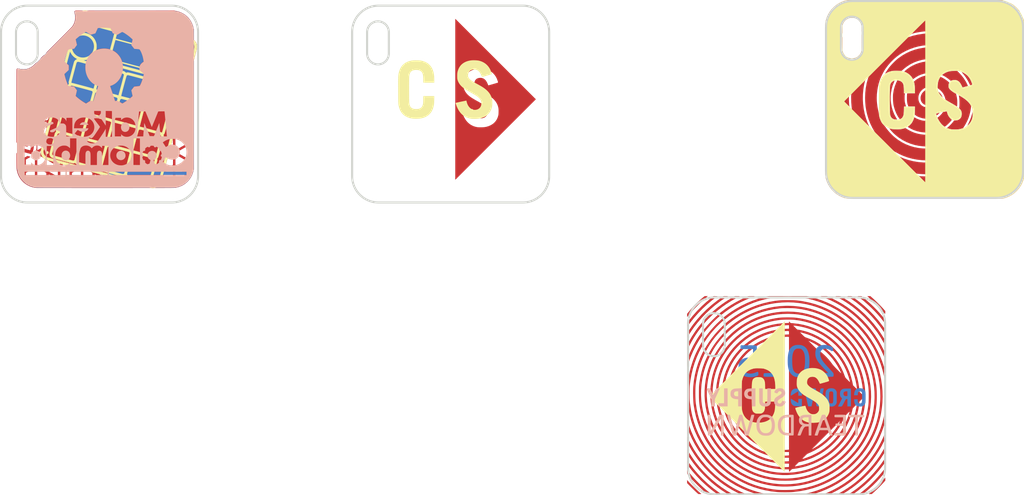
<source format=kicad_pcb>
(kicad_pcb (version 20241229) (generator "pcbnew") (generator_version "9.0")
  (layers (0 "F.Cu" signal) (2 "B.Cu" signal) (13 "F.Paste" user) (15 "B.Paste" user) (5 "F.SilkS" user "F.Silkscreen") (7 "B.SilkS" user "B.Silkscreen") (1 "F.Mask" user) (3 "B.Mask" user) (25 "Edge.Cuts" user))
  (net 0 "")
  (footprint "LOGO" (layer "F.Cu") (at 135 70)
    (property "Reference" "G***" (hide yes))
    (property "Value" "LOGO" (hide yes))
  )
  (footprint "LOGO" (layer "F.Cu") (at 135 70)
    (property "Reference" "G***" (hide yes))
    (property "Value" "LOGO" (hide yes))
    (fp_poly (pts (xy -7.395248 6.656045) (xy -7.343669 6.689397) (xy -7.305908 6.73933) (xy -7.285805 6.802907) (xy -7.283543 6.834963) (xy -7.294934 6.899047) (xy -7.325999 6.952529) (xy -7.372078 6.992389) (xy -7.428509 7.015604) (xy -7.49063 7.019155) (xy -7.544807 7.004287) (xy -7.598322 6.968494) (xy -7.634006 6.920032) (xy -7.65215 6.863908) (xy -7.653039 6.80513) (xy -7.636963 6.748705) (xy -7.604208 6.699642) (xy -7.555062 6.662946) (xy -7.524497 6.650821) (xy -7.456804 6.642207)) (fill yes) (layer "F.Cu"))
    (fp_poly (pts (xy 6.312247 10.329821) (xy 6.367854 10.353014) (xy 6.413149 10.393161) (xy 6.443716 10.447474) (xy 6.455139 10.513164) (xy 6.455143 10.5143) (xy 6.443711 10.578685) (xy 6.412375 10.634361) (xy 6.365571 10.676738) (xy 6.307735 10.701228) (xy 6.270346 10.705429) (xy 6.232745 10.699527) (xy 6.191836 10.685119) (xy 6.18776 10.683146) (xy 6.134228 10.642811) (xy 6.099272 10.587033) (xy 6.085637 10.520343) (xy 6.085549 10.5143) (xy 6.09724 10.446889) (xy 6.130485 10.390004) (xy 6.182541 10.348177) (xy 6.18776 10.345453) (xy 6.250744 10.326372)) (fill yes) (layer "F.Cu"))
    (fp_poly (pts (xy -2.761317 -10.763556) (xy -2.700779 -10.736275) (xy -2.658051 -10.700134) (xy -2.633182 -10.657281) (xy -2.621106 -10.601598) (xy -2.622427 -10.542637) (xy -2.637748 -10.489952) (xy -2.644067 -10.478512) (xy -2.675582 -10.444641) (xy -2.720944 -10.414246) (xy -2.769649 -10.393318) (xy -2.803814 -10.387414) (xy -2.830724 -10.392555) (xy -2.86821 -10.40548) (xy -2.883204 -10.411882) (xy -2.938172 -10.447074) (xy -2.971828 -10.494289) (xy -2.985553 -10.55599) (xy -2.985327 -10.59378) (xy -2.973005 -10.65899) (xy -2.943403 -10.708107) (xy -2.893127 -10.746411) (xy -2.884101 -10.751287) (xy -2.824133 -10.768946)) (fill yes) (layer "F.Cu"))
    (fp_poly (pts (xy 10.98173 -7.078815) (xy 11.011348 -7.073862) (xy 11.034225 -7.061004) (xy 11.059735 -7.036478) (xy 11.069605 -7.025958) (xy 11.098794 -6.992095) (xy 11.113751 -6.964194) (xy 11.1191 -6.931061) (xy 11.119621 -6.904884) (xy 11.111257 -6.836168) (xy 11.094695 -6.79668) (xy 11.052432 -6.750291) (xy 10.996304 -6.721036) (xy 10.933206 -6.711257) (xy 10.874214 -6.721732) (xy 10.812936 -6.752754) (xy 10.773471 -6.795178) (xy 10.754239 -6.851542) (xy 10.75298 -6.916946) (xy 10.759528 -6.962656) (xy 10.773642 -6.995534) (xy 10.801041 -7.028169) (xy 10.805576 -7.032749) (xy 10.83278 -7.0582) (xy 10.85609 -7.07225) (xy 10.884877 -7.078267) (xy 10.928512 -7.07962) (xy 10.935999 -7.079629)) (fill yes) (layer "F.Cu"))
    (fp_poly (pts (xy -1.021723 3.178975) (xy -0.963976 3.19174) (xy -0.897254 3.211853) (xy -0.830031 3.236238) (xy -0.770778 3.261821) (xy -0.727969 3.285524) (xy -0.727664 3.285733) (xy -0.674 3.329041) (xy -0.641664 3.372802) (xy -0.627101 3.423) (xy -0.625404 3.457942) (xy -0.636113 3.537354) (xy -0.6655 3.599667) (xy -0.713128 3.644646) (xy -0.778559 3.672054) (xy -0.861357 3.681653) (xy -0.961084 3.673208) (xy -1.006824 3.664461) (xy -1.058989 3.65259) (xy -1.110344 3.640149) (xy -1.136218 3.633455) (xy -1.189145 3.619152) (xy -1.145344 3.456816) (xy -1.127345 3.389569) (xy -1.110377 3.32521) (xy -1.096307 3.270881) (xy -1.087 3.233722) (xy -1.086758 3.23271) (xy -1.071973 3.17094)) (fill yes) (layer "F.Cu"))
    (fp_poly (pts (xy -4.061771 2.463977) (xy -4.057188 2.49866) (xy -4.051171 2.550384) (xy -4.044111 2.615183) (xy -4.036397 2.689092) (xy -4.02842 2.768143) (xy -4.020569 2.848372) (xy -4.013235 2.925812) (xy -4.006807 2.996497) (xy -4.001676 3.056461) (xy -3.998231 3.101739) (xy -3.996862 3.128363) (xy -3.997327 3.133787) (xy -4.010433 3.130127) (xy -4.044234 3.120769) (xy -4.094855 3.106782) (xy -4.158417 3.08924) (xy -4.231044 3.069212) (xy -4.234526 3.068252) (xy -4.467246 3.004102) (xy -4.437988 2.964494) (xy -4.422188 2.942772) (xy -4.394142 2.903873) (xy -4.356414 2.851369) (xy -4.311568 2.788828) (xy -4.262168 2.71982) (xy -4.238041 2.686077) (xy -4.189422 2.618345) (xy -4.145951 2.558335) (xy -4.109725 2.508899) (xy -4.082845 2.47289) (xy -4.06741 2.453162) (xy -4.064531 2.450302)) (fill yes) (layer "F.Cu"))
    (fp_poly (pts (xy 0.905299 -2.953972) (xy 1.000085 -2.9342) (xy 1.073498 -2.904678) (xy 1.158048 -2.849278) (xy 1.222277 -2.779377) (xy 1.266561 -2.694287) (xy 1.291278 -2.593322) (xy 1.29721 -2.497971) (xy 1.285842 -2.360493) (xy 1.253758 -2.23275) (xy 1.201973 -2.117444) (xy 1.131499 -2.017273) (xy 1.106462 -1.990168) (xy 1.02434 -1.922858) (xy 0.934857 -1.879898) (xy 0.838709 -1.861455) (xy 0.736596 -1.867698) (xy 0.66839 -1.884739) (xy 0.57195 -1.92766) (xy 0.493141 -1.988244) (xy 0.432755 -2.065022) (xy 0.391584 -2.156524) (xy 0.370417 -2.26128) (xy 0.370047 -2.37782) (xy 0.375994 -2.428039) (xy 0.403019 -2.547823) (xy 0.445216 -2.657817) (xy 0.500507 -2.754976) (xy 0.566815 -2.836256) (xy 0.642061 -2.89861) (xy 0.724167 -2.938992) (xy 0.72481 -2.939207) (xy 0.810848 -2.955908)) (fill yes) (layer "F.Cu"))
    (fp_poly (pts (xy 2.165202 4.031182) (xy 2.204297 4.040897) (xy 2.247622 4.053142) (xy 2.357416 4.090095) (xy 2.442629 4.133354) (xy 2.503413 4.183059) (xy 2.539919 4.239347) (xy 2.552298 4.302358) (xy 2.550418 4.330286) (xy 2.532797 4.396963) (xy 2.501541 4.455374) (xy 2.460979 4.497942) (xy 2.450671 4.504765) (xy 2.404355 4.52182) (xy 2.341562 4.530809) (xy 2.270128 4.531318) (xy 2.19789 4.522932) (xy 2.179327 4.519104) (xy 2.104179 4.501334) (xy 2.05111 4.487161) (xy 2.017126 4.475579) (xy 1.999236 4.465583) (xy 1.994419 4.456934) (xy 1.997484 4.439967) (xy 2.006039 4.4028) (xy 2.019004 4.349865) (xy 2.035302 4.285592) (xy 2.048584 4.234438) (xy 2.069074 4.155675) (xy 2.085117 4.098534) (xy 2.099732 4.060264) (xy 2.115939 4.038115) (xy 2.136756 4.029338)) (fill yes) (layer "F.Cu"))
    (fp_poly (pts (xy -1.723803 6.23641) (xy -1.629212 6.256637) (xy -1.540814 6.295416) (xy -1.463654 6.351087) (xy -1.402781 6.421985) (xy -1.399703 6.426772) (xy -1.358557 6.514869) (xy -1.336128 6.617235) (xy -1.332722 6.730514) (xy -1.348646 6.851345) (xy -1.357502 6.889607) (xy -1.395424 7.007129) (xy -1.445429 7.106112) (xy -1.510119 7.191676) (xy -1.511977 7.193721) (xy -1.590193 7.261596) (xy -1.679104 7.306972) (xy -1.775939 7.328953) (xy -1.877929 7.326642) (xy -1.907007 7.321526) (xy -2.012657 7.28867) (xy -2.099832 7.238256) (xy -2.168528 7.170288) (xy -2.21874 7.084768) (xy -2.243215 7.013222) (xy -2.260007 6.906809) (xy -2.257776 6.796513) (xy -2.238229 6.686222) (xy -2.203076 6.579821) (xy -2.154023 6.481199) (xy -2.09278 6.39424) (xy -2.021056 6.322832) (xy -1.940558 6.270862) (xy -1.911369 6.258264) (xy -1.819538 6.236398)) (fill yes) (layer "F.Cu"))
    (fp_poly (pts (xy -0.034172 0.259115) (xy -0.029931 0.293235) (xy -0.024019 0.344425) (xy -0.016881 0.408538) (xy -0.008965 0.48143) (xy -0.000716 0.558956) (xy 0.00742 0.63697) (xy 0.014996 0.711327) (xy 0.021566 0.777881) (xy 0.026025 0.825213) (xy 0.029824 0.872875) (xy 0.029798 0.900477) (xy 0.025074 0.913275) (xy 0.014777 0.916527) (xy 0.010851 0.916447) (xy -0.009002 0.91279) (xy -0.048696 0.903431) (xy -0.103527 0.88955) (xy -0.168794 0.872327) (xy -0.214874 0.859819) (xy -0.282954 0.840839) (xy -0.342136 0.823771) (xy -0.388158 0.809891) (xy -0.416764 0.800472) (xy -0.424119 0.797239) (xy -0.421244 0.783927) (xy -0.406493 0.756741) (xy -0.388602 0.729607) (xy -0.345725 0.669083) (xy -0.298567 0.603084) (xy -0.249385 0.534709) (xy -0.200436 0.467054) (xy -0.153979 0.403217) (xy -0.11227 0.346296) (xy -0.077567 0.299389) (xy -0.052127 0.265592) (xy -0.038209 0.248003) (xy -0.036296 0.24621)) (fill yes) (layer "F.Cu"))
    (fp_poly (pts (xy -5.138402 5.328101) (xy -5.092445 5.336991) (xy -5.039962 5.349873) (xy -4.986878 5.365524) (xy -4.964025 5.373268) (xy -4.903548 5.400078) (xy -4.845641 5.434945) (xy -4.797584 5.47286) (xy -4.766654 5.508816) (xy -4.766394 5.509252) (xy -4.747751 5.563055) (xy -4.745699 5.626774) (xy -4.759892 5.691282) (xy -4.774571 5.723928) (xy -4.812745 5.775558) (xy -4.861873 5.809156) (xy -4.925431 5.826223) (xy -5.006893 5.828259) (xy -5.015003 5.827771) (xy -5.043468 5.824165) (xy -5.086801 5.816724) (xy -5.138609 5.806779) (xy -5.192495 5.795661) (xy -5.242065 5.784699) (xy -5.280922 5.775225) (xy -5.302673 5.768568) (xy -5.304681 5.767505) (xy -5.302631 5.755167) (xy -5.295024 5.723054) (xy -5.283138 5.675948) (xy -5.26825 5.61863) (xy -5.251639 5.555881) (xy -5.234582 5.492482) (xy -5.218356 5.433215) (xy -5.204239 5.382861) (xy -5.193508 5.346201) (xy -5.187442 5.328016) (xy -5.187026 5.327198) (xy -5.171905 5.324429)) (fill yes) (layer "F.Cu"))
    (fp_poly (pts (xy 9.115121 -4.636642) (xy 9.178223 -4.635392) (xy 9.234319 -4.632892) (xy 9.277998 -4.629111) (xy 9.290411 -4.627298) (xy 9.445914 -4.587651) (xy 9.593185 -4.525341) (xy 9.729582 -4.44239) (xy 9.852466 -4.340819) (xy 9.959196 -4.222649) (xy 10.047131 -4.089899) (xy 10.081878 -4.021617) (xy 10.140843 -3.864639) (xy 10.174908 -3.703845) (xy 10.183971 -3.54097) (xy 10.167926 -3.377747) (xy 10.129666 -3.22496) (xy 10.068217 -3.076819) (xy 9.985441 -2.94023) (xy 9.883694 -2.817437) (xy 9.765333 -2.710685) (xy 9.632715 -2.622217) (xy 9.488198 -2.554278) (xy 9.392634 -2.523172) (xy 9.308273 -2.505771) (xy 9.21014 -2.494364) (xy 9.106765 -2.489247) (xy 9.006681 -2.490716) (xy 8.918416 -2.499065) (xy 8.88299 -2.50555) (xy 8.723092 -2.55388) (xy 8.573933 -2.624646) (xy 8.437673 -2.716502) (xy 8.316472 -2.828104) (xy 8.260507 -2.893002) (xy 8.169145 -3.027291) (xy 8.100467 -3.170326) (xy 8.054283 -3.319605) (xy 8.030403 -3.47263) (xy 8.028638 -3.626899) (xy 8.048797 -3.779913) (xy 8.090691 -3.92917) (xy 8.154129 -4.072172) (xy 8.238921 -4.206417) (xy 8.344878 -4.329405) (xy 8.371617 -4.355272) (xy 8.42375 -4.399928) (xy 8.482862 -4.443871) (xy 8.545178 -4.485045) (xy 8.606925 -4.521396) (xy 8.664327 -4.550866) (xy 8.713611 -4.571401) (xy 8.751002 -4.580945) (xy 8.772725 -4.577441) (xy 8.774903 -4.574922) (xy 8.780577 -4.55888) (xy 8.791589 -4.521818) (xy 8.806917 -4.467402) (xy 8.825538 -4.399294) (xy 8.846432 -4.321158) (xy 8.858932 -4.273669) (xy 8.933968 -3.986966) (xy 8.977475 -3.993923) (xy 9.009485 -4.001332) (xy 9.029298 -4.010081) (xy 9.030168 -4.010902) (xy 9.029525 -4.025491) (xy 9.022826 -4.061147) (xy 9.01088 -4.11439) (xy 8.994494 -4.181739) (xy 8.974477 -4.259715) (xy 8.958449 -4.319822) (xy 8.936249 -4.403024) (xy 8.916899 -4.47784) (xy 8.901238 -4.540842) (xy 8.890101 -4.588599) (xy 8.884325 -4.617682) (xy 8.883952 -4.62513) (xy 8.900901 -4.629704) (xy 8.937904 -4.633171) (xy 8.98955 -4.635502) (xy 9.050426 -4.636669)) (fill yes) (layer "F.Cu"))
    (fp_poly (pts (xy -2.713999 -7.840657) (xy -2.555277 -7.803998) (xy -2.405644 -7.743995) (xy -2.26663 -7.661246) (xy -2.155096 -7.570826) (xy -2.117972 -7.534218) (xy -2.079526 -7.49271) (xy -2.043922 -7.45127) (xy -2.015325 -7.414867) (xy -1.997899 -7.38847) (xy -1.994531 -7.379233) (xy -2.005037 -7.369827) (xy -2.034188 -7.350123) (xy -2.078433 -7.322358) (xy -2.134222 -7.288768) (xy -2.188887 -7.256833) (xy -2.258526 -7.216656) (xy -2.326327 -7.177488) (xy -2.386765 -7.142523) (xy -2.434318 -7.114956) (xy -2.456135 -7.102265) (xy -2.529027 -7.059747) (xy -2.507939 -7.015523) (xy -2.492193 -6.987153) (xy -2.479493 -6.972056) (xy -2.477392 -6.9713) (xy -2.46402 -6.977414) (xy -2.43201 -6.994505) (xy -2.384737 -7.020696) (xy -2.325573 -7.054112) (xy -2.257894 -7.092875) (xy -2.234419 -7.106432) (xy -2.162579 -7.147904) (xy -2.096229 -7.186018) (xy -2.039255 -7.218555) (xy -1.995547 -7.243298) (xy -1.968992 -7.258027) (xy -1.965407 -7.259927) (xy -1.92991 -7.278289) (xy -1.898499 -7.209678) (xy -1.853722 -7.086667) (xy -1.824216 -6.95064) (xy -1.810622 -6.809054) (xy -1.813581 -6.669365) (xy -1.833735 -6.539029) (xy -1.839012 -6.517981) (xy -1.894809 -6.354975) (xy -1.970676 -6.207318) (xy -2.065704 -6.075935) (xy -2.178983 -5.961751) (xy -2.309605 -5.865692) (xy -2.45666 -5.788683) (xy -2.608485 -5.734655) (xy -2.673315 -5.720761) (xy -2.75379 -5.710211) (xy -2.841538 -5.703479) (xy -2.928189 -5.701037) (xy -3.005371 -5.703359) (xy -3.05667 -5.709321) (xy -3.220836 -5.751419) (xy -3.373097 -5.814985) (xy -3.51185 -5.898488) (xy -3.635491 -6.000402) (xy -3.742418 -6.119196) (xy -3.831027 -6.253343) (xy -3.899716 -6.401314) (xy -3.945902 -6.5571) (xy -3.952814 -6.602752) (xy -3.958066 -6.665582) (xy -3.961107 -6.737305) (xy -3.961599 -6.792875) (xy -3.960096 -6.869055) (xy -3.956113 -6.928447) (xy -3.948541 -6.979716) (xy -3.936269 -7.031527) (xy -3.926846 -7.064292) (xy -3.866186 -7.225691) (xy -3.786012 -7.371462) (xy -3.687177 -7.500641) (xy -3.570534 -7.612264) (xy -3.436935 -7.705367) (xy -3.298947 -7.774183) (xy -3.181672 -7.81577) (xy -3.06481 -7.841274) (xy -2.938858 -7.852494) (xy -2.880281 -7.853378)) (fill yes) (layer "F.Cu"))
    (fp_poly (pts (xy -2.494921 5.402597) (xy -2.454591 5.412031) (xy -2.394235 5.426873) (xy -2.31615 5.446521) (xy -2.222631 5.470369) (xy -2.115972 5.497814) (xy -1.998468 5.528249) (xy -1.872416 5.561072) (xy -1.740109 5.595677) (xy -1.603843 5.631459) (xy -1.465912 5.667814) (xy -1.328613 5.704139) (xy -1.19424 5.739827) (xy -1.065088 5.774274) (xy -0.943453 5.806876) (xy -0.831628 5.837029) (xy -0.73191 5.864127) (xy -0.646594 5.887567) (xy -0.577974 5.906743) (xy -0.528345 5.921051) (xy -0.506813 5.927628) (xy -0.462322 5.954027) (xy -0.426711 5.99811) (xy -0.406447 6.051033) (xy -0.407321 6.067638) (xy -0.41332 6.101752) (xy -0.424644 6.154166) (xy -0.44149 6.225675) (xy -0.464056 6.317069) (xy -0.492542 6.429141) (xy -0.527146 6.562683) (xy -0.568066 6.718487) (xy -0.615501 6.897346) (xy -0.662585 7.073675) (xy -0.703934 7.227739) (xy -0.743656 7.374995) (xy -0.781225 7.513538) (xy -0.816116 7.641465) (xy -0.847803 7.756871) (xy -0.87576 7.857853) (xy -0.899461 7.942507) (xy -0.918382 8.008929) (xy -0.931997 8.055213) (xy -0.939779 8.079458) (xy -0.941057 8.082432) (xy -0.962475 8.103158) (xy -0.997641 8.125632) (xy -1.036586 8.144556) (xy -1.069338 8.154633) (xy -1.077757 8.155069) (xy -1.105544 8.150722) (xy -1.121016 8.147247) (xy -1.195821 8.128011) (xy -1.286513 8.104291) (xy -1.390873 8.076695) (xy -1.506683 8.045831) (xy -1.631723 8.012305) (xy -1.763774 7.976725) (xy -1.900618 7.939698) (xy -2.040036 7.901831) (xy -2.179808 7.863732) (xy -2.317716 7.826008) (xy -2.451541 7.789265) (xy -2.579063 7.754112) (xy -2.698065 7.721156) (xy -2.806327 7.691003) (xy -2.90163 7.664262) (xy -2.981755 7.641539) (xy -3.044483 7.623442) (xy -3.087595 7.610577) (xy -3.108873 7.603553) (xy -3.110539 7.602769) (xy -3.154631 7.560586) (xy -3.17931 7.507377) (xy -3.183126 7.478223) (xy -3.180005 7.460259) (xy -3.170805 7.420003) (xy -3.156137 7.35976) (xy -3.136614 7.281835) (xy -3.112847 7.188531) (xy -3.085447 7.082152) (xy -3.055026 6.965004) (xy -3.022195 6.839389) (xy -3.013321 6.805619) (xy -2.653099 6.805619) (xy -2.650389 6.953503) (xy -2.626523 7.087778) (xy -2.581046 7.209708) (xy -2.513504 7.320558) (xy -2.435484 7.409913) (xy -2.347577 7.488464) (xy -2.25859 7.549075) (xy -2.159135 7.597569) (xy -2.09267 7.622536) (xy -1.952686 7.660042) (xy -1.811612 7.677454) (xy -1.674684 7.674496) (xy -1.54847 7.651264) (xy -1.425943 7.604122) (xy -1.313396 7.534545) (xy -1.21227 7.444114) (xy -1.124004 7.334412) (xy -1.050041 7.207019) (xy -0.99182 7.063517) (xy -0.980695 7.028021) (xy -0.957715 6.928961) (xy -0.943281 6.819976) (xy -0.937817 6.709438) (xy -0.941744 6.605719) (xy -0.955005 6.519218) (xy -0.99904 6.384308) (xy -1.064049 6.263752) (xy -1.149526 6.158185) (xy -1.254964 6.068242) (xy -1.370644 5.999095) (xy -1.467167 5.954706) (xy -1.554302 5.924181) (xy -1.642036 5.904818) (xy -1.740352 5.893914) (xy -1.765128 5.892341) (xy -1.907786 5.894811) (xy -2.038999 5.919604) (xy -2.160688 5.967451) (xy -2.274773 6.039086) (xy -2.372268 6.124236) (xy -2.424896 6.178857) (xy -2.46409 6.226243) (xy -2.496223 6.275197) (xy -2.527673 6.334523) (xy -2.534087 6.347674) (xy -2.59257 6.487067) (xy -2.630642 6.623678) (xy -2.650591 6.766317) (xy -2.653099 6.805619) (xy -3.013321 6.805619) (xy -2.987567 6.707613) (xy -2.951752 6.571979) (xy -2.915363 6.434792) (xy -2.879011 6.298356) (xy -2.843307 6.164975) (xy -2.808863 6.036954) (xy -2.776291 5.916596) (xy -2.746202 5.806206) (xy -2.719208 5.708088) (xy -2.69592 5.624547) (xy -2.67695 5.557886) (xy -2.66291 5.51041) (xy -2.654411 5.484422) (xy -2.653115 5.481326) (xy -2.617438 5.435503) (xy -2.566654 5.406935) (xy -2.512932 5.399179)) (fill yes) (layer "F.Cu"))
    (fp_poly (pts (xy -0.061075 -3.776765) (xy -0.019645 -3.768544) (xy 0.041802 -3.754693) (xy 0.120998 -3.735815) (xy 0.215675 -3.712515) (xy 0.323563 -3.685397) (xy 0.442395 -3.655065) (xy 0.569902 -3.622122) (xy 0.703816 -3.587173) (xy 0.841867 -3.550821) (xy 0.981787 -3.513671) (xy 1.121307 -3.476326) (xy 1.25816 -3.43939) (xy 1.390075 -3.403468) (xy 1.514786 -3.369163) (xy 1.630023 -3.337079) (xy 1.733517 -3.30782) (xy 1.823001 -3.28199) (xy 1.896205 -3.260193) (xy 1.950861 -3.243033) (xy 1.9847 -3.231114) (xy 1.99453 -3.226411) (xy 2.019315 -3.199149) (xy 2.040858 -3.160925) (xy 2.044698 -3.151162) (xy 2.047913 -3.141372) (xy 2.050204 -3.130943) (xy 2.051175 -3.118204) (xy 2.05043 -3.10148) (xy 2.047571 -3.0791) (xy 2.042203 -3.04939) (xy 2.033928 -3.010678) (xy 2.022351 -2.96129) (xy 2.007074 -2.899553) (xy 1.987701 -2.823796) (xy 1.963837 -2.732344) (xy 1.935083 -2.623525) (xy 1.901044 -2.495667) (xy 1.861323 -2.347095) (xy 1.815523 -2.176138) (xy 1.798787 -2.113699) (xy 1.757298 -1.959432) (xy 1.71735 -1.811872) (xy 1.679477 -1.672934) (xy 1.644213 -1.544534) (xy 1.612093 -1.428587) (xy 1.583651 -1.327008) (xy 1.55942 -1.241714) (xy 1.539937 -1.174619) (xy 1.525734 -1.127638) (xy 1.517346 -1.102688) (xy 1.515852 -1.099468) (xy 1.476377 -1.058628) (xy 1.425348 -1.032675) (xy 1.371384 -1.025321) (xy 1.350928 -1.028414) (xy 1.291212 -1.043616) (xy 1.213834 -1.063751) (xy 1.121027 -1.088209) (xy 1.015024 -1.116381) (xy 0.898059 -1.147659) (xy 0.772365 -1.181432) (xy 0.640176 -1.217091) (xy 0.503725 -1.254028) (xy 0.365245 -1.291633) (xy 0.22697 -1.329297) (xy 0.091134 -1.366411) (xy -0.04003 -1.402364) (xy -0.164288 -1.43655) (xy -0.279408 -1.468357) (xy -0.383156 -1.497177) (xy -0.473297 -1.5224) (xy -0.5476 -1.543418) (xy -0.603829 -1.55962) (xy -0.639753 -1.570399) (xy -0.652984 -1.575024) (xy -0.696302 -1.617313) (xy -0.719877 -1.67252) (xy -0.723112 -1.705007) (xy -0.719789 -1.724576) (xy -0.710296 -1.766773) (xy -0.695139 -1.829628) (xy -0.674824 -1.911168) (xy -0.649856 -2.009423) (xy -0.62074 -2.12242) (xy -0.587984 -2.24819) (xy -0.556802 -2.366835) (xy -0.028779 -2.366835) (xy -0.022649 -2.228964) (xy 0.006016 -2.097053) (xy 0.053779 -1.975414) (xy 0.111975 -1.879098) (xy 0.190624 -1.787326) (xy 0.284689 -1.704409) (xy 0.389134 -1.634662) (xy 0.498923 -1.582399) (xy 0.522528 -1.573933) (xy 0.637901 -1.542629) (xy 0.758834 -1.523371) (xy 0.878095 -1.516672) (xy 0.988456 -1.523043) (xy 1.05831 -1.536001) (xy 1.182902 -1.580696) (xy 1.298714 -1.647859) (xy 1.403343 -1.735277) (xy 1.494381 -1.840738) (xy 1.569423 -1.962029) (xy 1.60446 -2.038241) (xy 1.655238 -2.190176) (xy 1.684948 -2.342232) (xy 1.69353 -2.491314) (xy 1.680923 -2.634325) (xy 1.647069 -2.768168) (xy 1.61987 -2.835675) (xy 1.555586 -2.945151) (xy 1.470762 -3.043334) (xy 1.368527 -3.12839) (xy 1.252011 -3.198481) (xy 1.124344 -3.251772) (xy 0.988657 -3.286425) (xy 0.848078 -3.300606) (xy 0.826988 -3.300853) (xy 0.730466 -3.297781) (xy 0.649315 -3.287194) (xy 0.574007 -3.267043) (xy 0.495016 -3.235275) (xy 0.47155 -3.22431) (xy 0.35361 -3.153991) (xy 0.249222 -3.063035) (xy 0.159477 -2.95304) (xy 0.085465 -2.825603) (xy 0.028277 -2.682322) (xy -0.010998 -2.524794) (xy -0.012843 -2.514453) (xy -0.028779 -2.366835) (xy -0.556802 -2.366835) (xy -0.552091 -2.38476) (xy -0.513569 -2.530159) (xy -0.472922 -2.682416) (xy -0.460869 -2.727346) (xy -0.412953 -2.905664) (xy -0.371112 -3.061003) (xy -0.334855 -3.195013) (xy -0.303691 -3.309344) (xy -0.27713 -3.405646) (xy -0.25468 -3.48557) (xy -0.235851 -3.550764) (xy -0.220151 -3.60288) (xy -0.207091 -3.643567) (xy -0.196179 -3.674475) (xy -0.186924 -3.697254) (xy -0.178836 -3.713555) (xy -0.171423 -3.725028) (xy -0.164195 -3.733322) (xy -0.160631 -3.736673) (xy -0.124249 -3.761562) (xy -0.08531 -3.777635) (xy -0.080218 -3.778752)) (fill yes) (layer "F.Cu"))
    (fp_poly (pts (xy 3.160662 -2.925312) (xy 3.189647 -2.918998) (xy 3.239677 -2.906768) (xy 3.308489 -2.889242) (xy 3.393822 -2.867038) (xy 3.493412 -2.840775) (xy 3.604997 -2.811072) (xy 3.726313 -2.778548) (xy 3.8551 -2.743822) (xy 3.989093 -2.707511) (xy 4.126031 -2.670236) (xy 4.26365 -2.632614) (xy 4.399688 -2.595265) (xy 4.531884 -2.558807) (xy 4.657973 -2.523859) (xy 4.775693 -2.491041) (xy 4.882782 -2.46097) (xy 4.976977 -2.434265) (xy 5.056016 -2.411546) (xy 5.117635 -2.393431) (xy 5.159573 -2.380539) (xy 5.179567 -2.373488) (xy 5.180682 -2.372872) (xy 5.207195 -2.346125) (xy 5.232326 -2.309347) (xy 5.236677 -2.301131) (xy 5.26081 -2.252528) (xy 4.996298 -1.263269) (xy 4.954846 -1.108711) (xy 4.91495 -0.960861) (xy 4.877141 -0.821632) (xy 4.841948 -0.692934) (xy 4.809902 -0.576679) (xy 4.781534 -0.47478) (xy 4.757374 -0.389148) (xy 4.737953 -0.321695) (xy 4.7238 -0.274334) (xy 4.715447 -0.248975) (xy 4.713908 -0.245512) (xy 4.672813 -0.202743) (xy 4.616672 -0.176676) (xy 4.592592 -0.172029) (xy 4.56943 -0.17427) (xy 4.521815 -0.183665) (xy 4.449755 -0.200213) (xy 4.353262 -0.223909) (xy 4.232344 -0.254753) (xy 4.087011 -0.292741) (xy 3.917275 -0.337872) (xy 3.759658 -0.380268) (xy 3.615317 -0.419254) (xy 3.472763 -0.45774) (xy 3.334836 -0.494961) (xy 3.204376 -0.53015) (xy 3.084222 -0.562543) (xy 2.977214 -0.591374) (xy 2.886191 -0.615877) (xy 2.813994 -0.635287) (xy 2.763461 -0.648839) (xy 2.762086 -0.649206) (xy 2.669989 -0.675124) (xy 2.599848 -0.698426) (xy 2.548527 -0.720975) (xy 2.51289 -0.744633) (xy 2.489801 -0.771263) (xy 2.476123 -0.802727) (xy 2.471683 -0.821648) (xy 2.473712 -0.840366) (xy 2.481951 -0.881357) (xy 2.495791 -0.942332) (xy 2.514625 -1.021004) (xy 2.537845 -1.115083) (xy 2.564841 -1.222284) (xy 2.595006 -1.340317) (xy 2.62773 -1.466895) (xy 2.662407 -1.599729) (xy 2.698427 -1.736532) (xy 2.735182 -1.875016) (xy 2.772063 -2.012893) (xy 2.808463 -2.147875) (xy 2.843773 -2.277673) (xy 2.877385 -2.400001) (xy 2.90869 -2.51257) (xy 2.93708 -2.613091) (xy 2.943879 -2.636658) (xy 3.263468 -2.636658) (xy 3.263606 -2.621565) (xy 3.269885 -2.584913) (xy 3.281549 -2.52968) (xy 3.297842 -2.458844) (xy 3.318007 -2.375386) (xy 3.341289 -2.282284) (xy 3.366932 -2.182516) (xy 3.394179 -2.079062) (xy 3.422275 -1.9749) (xy 3.450464 -1.87301) (xy 3.47799 -1.776369) (xy 3.504097 -1.687957) (xy 3.504963 -1.685088) (xy 3.573223 -1.459324) (xy 3.490024 -1.149289) (xy 3.467506 -1.064594) (xy 3.447644 -0.988378) (xy 3.431276 -0.923979) (xy 3.419239 -0.874738) (xy 3.412371 -0.843994) (xy 3.411189 -0.834924) (xy 3.425003 -0.829618) (xy 3.45794 -0.819474) (xy 3.504443 -0.806014) (xy 3.558952 -0.79076) (xy 3.615908 -0.775234) (xy 3.669754 -0.760959) (xy 3.71493 -0.749458) (xy 3.745877 -0.742252) (xy 3.755613 -0.740599) (xy 3.776944 -0.749829) (xy 3.783916 -0.761491) (xy 3.789077 -0.779848) (xy 3.799767 -0.819018) (xy 3.814954 -0.87518) (xy 3.833607 -0.944514) (xy 3.854695 -1.023203) (xy 3.86605 -1.065687) (xy 3.941327 -1.347581) (xy 4.370911 -1.77616) (xy 4.457029 -1.862484) (xy 4.53718 -1.943615) (xy 4.609627 -2.017739) (xy 4.672632 -2.083039) (xy 4.724458 -2.137702) (xy 4.76337 -2.179913) (xy 4.787629 -2.207858) (xy 4.795499 -2.219721) (xy 4.795492 -2.219743) (xy 4.782585 -2.226905) (xy 4.750135 -2.238883) (xy 4.703295 -2.254184) (xy 4.647219 -2.271313) (xy 4.587059 -2.288778) (xy 4.52797 -2.305083) (xy 4.475104 -2.318735) (xy 4.433614 -2.328241) (xy 4.408653 -2.332106) (xy 4.407819 -2.332125) (xy 4.394267 -2.322946) (xy 4.368483 -2.297917) (xy 4.334299 -2.260978) (xy 4.29949 -2.220772) (xy 4.259008 -2.174216) (xy 4.205657 -2.115152) (xy 4.144562 -2.049131) (xy 4.080844 -1.9817) (xy 4.032375 -1.931445) (xy 3.859031 -1.75361) (xy 3.800444 -1.995144) (xy 3.77966 -2.082809) (xy 3.758875 -2.173988) (xy 3.739736 -2.261208) (xy 3.72389 -2.336994) (xy 3.714899 -2.383242) (xy 3.687943 -2.529805) (xy 3.478053 -2.58568) (xy 3.408885 -2.603751) (xy 3.34876 -2.618808) (xy 3.301782 -2.629877) (xy 3.272055 -2.635983) (xy 3.263468 -2.636658) (xy 2.943879 -2.636658) (xy 2.961946 -2.699278) (xy 2.982681 -2.768843) (xy 2.998676 -2.819496) (xy 3.009322 -2.848951) (xy 3.012284 -2.854792) (xy 3.049711 -2.891468) (xy 3.097341 -2.916932) (xy 3.145434 -2.926558)) (fill yes) (layer "F.Cu"))
    (fp_poly (pts (xy 3.279718 0.38234) (xy 3.46731 0.432578) (xy 3.631842 0.476636) (xy 3.774865 0.514966) (xy 3.897929 0.548021) (xy 4.002586 0.576253) (xy 4.090385 0.600115) (xy 4.162879 0.620061) (xy 4.221617 0.636542) (xy 4.268152 0.650011) (xy 4.304033 0.660921) (xy 4.330811 0.669725) (xy 4.350037 0.676876) (xy 4.363262 0.682825) (xy 4.372038 0.688026) (xy 4.377914 0.692932) (xy 4.382441 0.697994) (xy 4.387171 0.703667) (xy 4.389555 0.706301) (xy 4.400406 0.718255) (xy 4.409435 0.730406) (xy 4.416318 0.744406) (xy 4.420732 0.761906) (xy 4.422354 0.78456) (xy 4.420861 0.814019) (xy 4.41593 0.851935) (xy 4.407238 0.899962) (xy 4.394462 0.959751) (xy 4.377279 1.032953) (xy 4.355366 1.121223) (xy 4.3284 1.226211) (xy 4.296057 1.34957) (xy 4.258015 1.492951) (xy 4.213951 1.658009) (xy 4.175059 1.803361) (xy 4.134208 1.95562) (xy 4.094893 2.101434) (xy 4.057661 2.238823) (xy 4.023057 2.365807) (xy 3.991626 2.480407) (xy 3.963914 2.580642) (xy 3.940467 2.664533) (xy 3.921829 2.730099) (xy 3.908546 2.775362) (xy 3.901164 2.79834) (xy 3.900483 2.800003) (xy 3.865639 2.847568) (xy 3.815357 2.877513) (xy 3.754074 2.88818) (xy 3.689563 2.878904) (xy 3.670259 2.87358) (xy 3.628345 2.862231) (xy 3.565843 2.845396) (xy 3.484773 2.823618) (xy 3.387153 2.797437) (xy 3.275004 2.767395) (xy 3.150345 2.734034) (xy 3.015198 2.697894) (xy 2.87158 2.659517) (xy 2.721513 2.619445) (xy 2.714601 2.6176) (xy 2.564609 2.577509) (xy 2.421224 2.53908) (xy 2.286436 2.502852) (xy 2.162235 2.469366) (xy 2.050612 2.439161) (xy 1.953556 2.412777) (xy 1.873058 2.390753) (xy 1.811109 2.37363) (xy 1.769697 2.361947) (xy 1.750815 2.356244) (xy 1.750456 2.356109) (xy 1.699774 2.323615) (xy 1.665809 2.274867) (xy 1.654582 2.234745) (xy 1.65486 2.21952) (xy 1.658595 2.193186) (xy 1.666117 2.154416) (xy 1.677755 2.101885) (xy 1.69384 2.034265) (xy 1.714701 1.950233) (xy 1.740668 1.848461) (xy 1.772072 1.727623) (xy 1.785235 1.677611) (xy 2.261286 1.677611) (xy 2.266565 1.765897) (xy 2.277788 1.83963) (xy 2.281117 1.853302) (xy 2.325868 1.973377) (xy 2.392209 2.082145) (xy 2.478407 2.178578) (xy 2.582729 2.261649) (xy 2.703441 2.330332) (xy 2.83881 2.383601) (xy 2.987103 2.420429) (xy 3.146586 2.439788) (xy 3.275363 2.44216) (xy 3.339442 2.439931) (xy 3.395518 2.436758) (xy 3.438001 2.433043) (xy 3.461302 2.429187) (xy 3.462617 2.428703) (xy 3.475903 2.417003) (xy 3.480419 2.393125) (xy 3.478751 2.359854) (xy 3.474964 2.316386) (xy 3.470286 2.259824) (xy 3.465781 2.203052) (xy 3.458252 2.105703) (xy 3.328574 2.111899) (xy 3.213521 2.110438) (xy 3.100317 2.096059) (xy 2.994035 2.070153) (xy 2.899749 2.034114) (xy 2.822534 1.989333) (xy 2.79281 1.964941) (xy 2.729176 1.888357) (xy 2.685533 1.797624) (xy 2.662894 1.695612) (xy 2.661543 1.593585) (xy 2.682074 1.454195) (xy 2.719843 1.328314) (xy 2.773863 1.218431) (xy 2.843148 1.127037) (xy 2.848961 1.120969) (xy 2.920401 1.06025) (xy 2.997912 1.020941) (xy 3.087714 1.000235) (xy 3.124433 0.996784) (xy 3.22804 1.00148) (xy 3.338328 1.027211) (xy 3.450445 1.072281) (xy 3.559537 1.134994) (xy 3.59814 1.162313) (xy 3.632946 1.187312) (xy 3.658789 1.203979) (xy 3.670029 1.2087) (xy 3.678385 1.197139) (xy 3.698276 1.168744) (xy 3.726796 1.127686) (xy 3.761037 1.078135) (xy 3.763852 1.074052) (xy 3.853669 0.94374) (xy 3.800291 0.897749) (xy 3.706306 0.828732) (xy 3.594716 0.766404) (xy 3.473209 0.714287) (xy 3.349473 0.675901) (xy 3.286759 0.662528) (xy 3.205551 0.653334) (xy 3.11353 0.651203) (xy 3.019063 0.655658) (xy 2.930515 0.666227) (xy 2.856253 0.682435) (xy 2.839207 0.687902) (xy 2.715314 0.744741) (xy 2.603818 0.823124) (xy 2.505671 0.921822) (xy 2.421825 1.039605) (xy 2.353233 1.175242) (xy 2.300846 1.327503) (xy 2.281117 1.409055) (xy 2.268562 1.490829) (xy 2.261952 1.583135) (xy 2.261286 1.677611) (xy 1.785235 1.677611) (xy 1.809243 1.586394) (xy 1.85251 1.423448) (xy 1.902203 1.237458) (xy 1.910068 1.208099) (xy 1.951335 1.054541) (xy 1.99101 0.907738) (xy 2.02856 0.76961) (xy 2.063455 0.642074) (xy 2.095161 0.527049) (xy 2.123148 0.426453) (xy 2.146884 0.342203) (xy 2.165836 0.276218) (xy 2.179473 0.230416) (xy 2.187263 0.206716) (xy 2.188435 0.204111) (xy 2.209616 0.182704) (xy 2.243932 0.159495) (xy 2.26015 0.150881) (xy 2.315483 0.12404)) (fill yes) (layer "F.Cu"))
    (fp_poly (pts (xy -0.865399 -0.723169) (xy -0.826935 -0.713805) (xy -0.767627 -0.698796) (xy -0.689359 -0.678635) (xy -0.594013 -0.653814) (xy -0.483474 -0.624828) (xy -0.359626 -0.592169) (xy -0.224352 -0.55633) (xy -0.079536 -0.517804) (xy 0.072939 -0.477085) (xy 0.144805 -0.457841) (xy 0.337356 -0.406117) (xy 0.506461 -0.360424) (xy 0.65335 -0.320409) (xy 0.779255 -0.285719) (xy 0.885406 -0.256001) (xy 0.973033 -0.230901) (xy 1.043367 -0.210067) (xy 1.097639 -0.193145) (xy 1.137079 -0.179782) (xy 1.162919 -0.169625) (xy 1.176389 -0.162321) (xy 1.177332 -0.161529) (xy 1.211493 -0.118788) (xy 1.232315 -0.069258) (xy 1.236045 -0.022454) (xy 1.234798 -0.015824) (xy 1.226625 0.017071) (xy 1.212816 0.070526) (xy 1.19399 0.142255) (xy 1.170766 0.229967) (xy 1.143763 0.331375) (xy 1.113601 0.444188) (xy 1.080898 0.56612) (xy 1.046274 0.694881) (xy 1.010349 0.828182) (xy 0.97374 0.963734) (xy 0.937068 1.09925) (xy 0.900952 1.232439) (xy 0.86601 1.361015) (xy 0.832862 1.482686) (xy 0.802128 1.595166) (xy 0.774426 1.696166) (xy 0.750375 1.783395) (xy 0.730596 1.854567) (xy 0.715706 1.907392) (xy 0.706326 1.939581) (xy 0.703291 1.948778) (xy 0.670113 1.990888) (xy 0.621863 2.021665) (xy 0.586251 2.032341) (xy 0.562801 2.030572) (xy 0.515474 2.021651) (xy 0.444821 2.005713) (xy 0.351393 1.98289) (xy 0.235738 1.953315) (xy 0.098407 1.91712) (xy 0.006372 1.892426) (xy -0.130994 1.855388) (xy -0.281266 1.814919) (xy -0.438129 1.772718) (xy -0.595265 1.730483) (xy -0.746357 1.689911) (xy -0.885088 1.652701) (xy -0.998407 1.622352) (xy -1.118928 1.589986) (xy -1.217269 1.563224) (xy -1.295922 1.541259) (xy -1.357377 1.523287) (xy -1.404126 1.508502) (xy -1.43866 1.496099) (xy -1.463469 1.485271) (xy -1.481045 1.475214) (xy -1.493878 1.465123) (xy -1.49848 1.460652) (xy -1.524606 1.425821) (xy -1.541556 1.388501) (xy -1.543039 1.382257) (xy -1.542608 1.367005) (xy -1.537928 1.3376) (xy -1.528727 1.292947) (xy -1.528568 1.292252) (xy -1.205592 1.292252) (xy -1.02974 1.34048) (xy -0.965136 1.357846) (xy -0.90829 1.372467) (xy -0.864222 1.383102) (xy -0.837952 1.388509) (xy -0.833943 1.388935) (xy -0.819655 1.378708) (xy -0.794489 1.349956) (xy -0.76095 1.305852) (xy -0.721542 1.249567) (xy -0.70839 1.229936) (xy -0.666611 1.167737) (xy -0.635785 1.12425) (xy -0.613367 1.096564) (xy -0.596811 1.08177) (xy -0.583574 1.076957) (xy -0.5754 1.077838) (xy -0.555677 1.083076) (xy -0.515149 1.093914) (xy -0.457626 1.109332) (xy -0.386918 1.128308) (xy -0.306834 1.14982) (xy -0.254893 1.163783) (xy 0.038233 1.242599) (xy 0.048114 1.3573) (xy 0.05393 1.421772) (xy 0.060377 1.488565) (xy 0.066231 1.545087) (xy 0.067231 1.55412) (xy 0.076467 1.636239) (xy 0.248519 1.683837) (xy 0.327701 1.705393) (xy 0.385551 1.720147) (xy 0.425148 1.728645) (xy 0.449567 1.731435) (xy 0.461883 1.729065) (xy 0.465178 1.722377) (xy 0.464041 1.702304) (xy 0.460862 1.660733) (xy 0.455988 1.601541) (xy 0.449763 1.528608) (xy 0.442535 1.445812) (xy 0.434649 1.357031) (xy 0.426452 1.266143) (xy 0.418289 1.177028) (xy 0.410507 1.093563) (xy 0.403452 1.019628) (xy 0.397471 0.9591) (xy 0.39449 0.930356) (xy 0.383285 0.830038) (xy 0.370396 0.72271) (xy 0.356258 0.611334) (xy 0.341309 0.498874) (xy 0.325983 0.388292) (xy 0.310718 0.28255) (xy 0.295948 0.184611) (xy 0.28211 0.097439) (xy 0.269641 0.023994) (xy 0.258975 -0.032758) (xy 0.250549 -0.069858) (xy 0.245209 -0.084026) (xy 0.231117 -0.08965) (xy 0.19796 -0.100103) (xy 0.151354 -0.113831) (xy 0.09691 -0.129279) (xy 0.040242 -0.144891) (xy -0.013038 -0.159113) (xy -0.057315 -0.17039) (xy -0.086977 -0.177166) (xy -0.095521 -0.178425) (xy -0.108105 -0.168794) (xy -0.134173 -0.141618) (xy -0.17156 -0.099471) (xy -0.218101 -0.044927) (xy -0.271631 0.01944) (xy -0.329983 0.091055) (xy -0.390993 0.167344) (xy -0.452496 0.245734) (xy -0.454887 0.248814) (xy -0.549608 0.372893) (xy -0.65497 0.514538) (xy -0.768051 0.669731) (xy -0.885929 0.834456) (xy -1.005684 1.004695) (xy -1.028888 1.038022) (xy -1.205592 1.292252) (xy -1.528568 1.292252) (xy -1.514729 1.231951) (xy -1.495661 1.153516) (xy -1.47125 1.056546) (xy -1.441221 0.939948) (xy -1.405302 0.802624) (xy -1.363218 0.643481) (xy -1.314695 0.461421) (xy -1.288252 0.362642) (xy -1.246887 0.208851) (xy -1.207037 0.061736) (xy -1.169241 -0.076779) (xy -1.134039 -0.204764) (xy -1.101968 -0.320295) (xy -1.073567 -0.421445) (xy -1.049375 -0.506286) (xy -1.029931 -0.572892) (xy -1.015774 -0.619337) (xy -1.007441 -0.643693) (xy -1.006085 -0.646521) (xy -0.97805 -0.677021) (xy -0.939746 -0.704531) (xy -0.901165 -0.722663) (xy -0.881135 -0.726395)) (fill yes) (layer "F.Cu"))
    (fp_poly (pts (xy -4.899181 1.485698) (xy -4.856315 1.493733) (xy -4.793528 1.507482) (xy -4.713093 1.526337) (xy -4.617282 1.549689) (xy -4.508366 1.576927) (xy -4.388618 1.607442) (xy -4.260308 1.640626) (xy -4.125709 1.675867) (xy -3.987093 1.712559) (xy -3.846732 1.750089) (xy -3.706896 1.787851) (xy -3.569859 1.825233) (xy -3.437892 1.861627) (xy -3.313266 1.896423) (xy -3.198255 1.929012) (xy -3.095128 1.958784) (xy -3.006159 1.98513) (xy -2.933619 2.007441) (xy -2.879779 2.025107) (xy -2.846913 2.037519) (xy -2.837904 2.042451) (xy -2.800147 2.086716) (xy -2.782418 2.134731) (xy -2.783232 2.19266) (xy -2.791748 2.233755) (xy -2.810716 2.307) (xy -2.834125 2.396198) (xy -2.861358 2.499083) (xy -2.891799 2.613385) (xy -2.924832 2.736838) (xy -2.95984 2.867173) (xy -2.996207 3.002123) (xy -3.033317 3.139419) (xy -3.070553 3.276794) (xy -3.107299 3.41198) (xy -3.142939 3.54271) (xy -3.176856 3.666715) (xy -3.208433 3.781727) (xy -3.237056 3.885479) (xy -3.262107 3.975703) (xy -3.28297 4.050131) (xy -3.299028 4.106495) (xy -3.309665 4.142528) (xy -3.314079 4.155669) (xy -3.332391 4.184765) (xy -3.347805 4.202137) (xy -3.378003 4.217574) (xy -3.420349 4.229636) (xy -3.461505 4.23509) (xy -3.479278 4.23401) (xy -3.495354 4.229992) (xy -3.534128 4.219883) (xy -3.593682 4.204194) (xy -3.672094 4.183435) (xy -3.767445 4.158117) (xy -3.877814 4.12875) (xy -4.00128 4.095845) (xy -4.135924 4.059914) (xy -4.279825 4.021465) (xy -4.431063 3.98101) (xy -4.476518 3.968843) (xy -4.628967 3.928048) (xy -4.774217 3.889218) (xy -4.910401 3.852849) (xy -5.035646 3.819441) (xy -5.148084 3.789489) (xy -5.245844 3.763493) (xy -5.327055 3.741949) (xy -5.389849 3.725355) (xy -5.432354 3.714208) (xy -5.452701 3.709007) (xy -5.454223 3.70868) (xy -5.474367 3.69884) (xy -5.50101 3.674162) (xy -5.527954 3.64191) (xy -5.549 3.609347) (xy -5.557471 3.587704) (xy -5.557433 3.573622) (xy -5.553833 3.547973) (xy -5.546352 3.509479) (xy -5.541795 3.488948) (xy -5.220374 3.488948) (xy -5.211493 3.49764) (xy -5.189591 3.507661) (xy -5.151501 3.520263) (xy -5.09406 3.536697) (xy -5.039395 3.551483) (xy -4.848511 3.602458) (xy -4.739278 3.438468) (xy -4.696937 3.37558) (xy -4.665714 3.331352) (xy -4.643082 3.302914) (xy -4.626515 3.287395) (xy -4.613489 3.281926) (xy -4.60268 3.283231) (xy -4.58295 3.288913) (xy -4.542404 3.300118) (xy -4.484852 3.31581) (xy -4.41411 3.334951) (xy -4.333989 3.356504) (xy -4.282188 3.37038) (xy -3.989062 3.448776) (xy -3.97927 3.56917) (xy -3.973981 3.633314) (xy -3.968504 3.698323) (xy -3.963798 3.752848) (xy -3.962629 3.766031) (xy -3.955781 3.842498) (xy -3.762136 3.894556) (xy -3.695949 3.912161) (xy -3.639073 3.926934) (xy -3.59575 3.9378) (xy -3.570223 3.943686) (xy -3.565211 3.944379) (xy -3.565317 3.931618) (xy -3.567359 3.896946) (xy -3.571084 3.843849) (xy -3.57624 3.775811) (xy -3.582575 3.696318) (xy -3.587709 3.634106) (xy -3.60936 3.389883) (xy -3.632394 3.15735) (xy -3.656376 2.9406) (xy -3.680867 2.743724) (xy -3.690023 2.676367) (xy -3.701519 2.596366) (xy -3.714236 2.51196) (xy -3.727533 2.426987) (xy -3.740769 2.345285) (xy -3.753302 2.270692) (xy -3.764491 2.207046) (xy -3.773694 2.158183) (xy -3.780271 2.127944) (xy -3.783015 2.119862) (xy -3.796358 2.114988) (xy -3.828837 2.105229) (xy -3.874911 2.092092) (xy -3.92904 2.077085) (xy -3.985685 2.061714) (xy -4.039305 2.047487) (xy -4.084361 2.03591) (xy -4.115313 2.028491) (xy -4.125996 2.02656) (xy -4.138498 2.036232) (xy -4.164495 2.063865) (xy -4.202081 2.107107) (xy -4.24935 2.16361) (xy -4.304395 2.231024) (xy -4.36531 2.306998) (xy -4.430187 2.389183) (xy -4.497121 2.47523) (xy -4.564205 2.562789) (xy -4.6067 2.619016) (xy -4.654302 2.682953) (xy -4.709064 2.757485) (xy -4.769016 2.839842) (xy -4.832188 2.927255) (xy -4.896608 3.016953) (xy -4.960308 3.106167) (xy -5.021316 3.192127) (xy -5.077662 3.272063) (xy -5.127376 3.343205) (xy -5.168488 3.402784) (xy -5.199027 3.448029) (xy -5.217023 3.476172) (xy -5.219398 3.480334) (xy -5.220374 3.488948) (xy -5.541795 3.488948) (xy -5.534672 3.456857) (xy -5.518473 3.388828) (xy -5.497436 3.304111) (xy -5.471244 3.201426) (xy -5.439577 3.079492) (xy -5.402117 2.937029) (xy -5.358544 2.772757) (xy -5.308541 2.585394) (xy -5.300326 2.554697) (xy -5.251868 2.37385) (xy -5.209451 2.216024) (xy -5.172599 2.079597) (xy -5.140835 1.962948) (xy -5.113684 1.864454) (xy -5.090671 1.782495) (xy -5.071318 1.715448) (xy -5.055152 1.661693) (xy -5.041694 1.619607) (xy -5.030471 1.587569) (xy -5.021006 1.563958) (xy -5.012823 1.547151) (xy -5.005446 1.535527) (xy -4.999114 1.528169) (xy -4.963801 1.501926) (xy -4.924734 1.485074) (xy -4.919856 1.483987)) (fill yes) (layer "F.Cu"))
    (fp_poly (pts (xy -4.06913 -1.57302) (xy -4.026177 -1.564457) (xy -3.963259 -1.550244) (xy -3.882667 -1.530993) (xy -3.786692 -1.507316) (xy -3.677623 -1.479825) (xy -3.55775 -1.449132) (xy -3.429365 -1.415849) (xy -3.294757 -1.380588) (xy -3.156216 -1.343961) (xy -3.016033 -1.30658) (xy -2.876498 -1.269057) (xy -2.739901 -1.232004) (xy -2.608533 -1.196034) (xy -2.484684 -1.161757) (xy -2.370643 -1.129786) (xy -2.268702 -1.100734) (xy -2.18115 -1.075211) (xy -2.110278 -1.053831) (xy -2.058376 -1.037204) (xy -2.027735 -1.025944) (xy -2.021096 -1.022513) (xy -1.995361 -0.994413) (xy -1.973535 -0.955873) (xy -1.970184 -0.947306) (xy -1.967052 -0.937608) (xy -1.964878 -0.927082) (xy -1.96406 -0.914057) (xy -1.964993 -0.896862) (xy -1.968073 -0.873826) (xy -1.973696 -0.843278) (xy -1.982258 -0.803547) (xy -1.994155 -0.752962) (xy -2.009783 -0.689852) (xy -2.029538 -0.612545) (xy -2.053817 -0.519371) (xy -2.083014 -0.408659) (xy -2.117527 -0.278737) (xy -2.157751 -0.127935) (xy -2.204082 0.045418) (xy -2.216063 0.090225) (xy -2.258248 0.247313) (xy -2.298803 0.397039) (xy -2.337202 0.537541) (xy -2.372921 0.666957) (xy -2.405437 0.783424) (xy -2.434224 0.885081) (xy -2.458758 0.970064) (xy -2.478514 1.036512) (xy -2.492969 1.082563) (xy -2.501597 1.106353) (xy -2.502904 1.10878) (xy -2.545982 1.149488) (xy -2.602271 1.169207) (xy -2.638134 1.171481) (xy -2.658241 1.168117) (xy -2.700974 1.15857) (xy -2.764366 1.143344) (xy -2.846446 1.122943) (xy -2.945247 1.097873) (xy -3.058799 1.068637) (xy -3.185133 1.035742) (xy -3.322279 0.999691) (xy -3.46827 0.96099) (xy -3.621136 0.920142) (xy -3.67395 0.905956) (xy -3.857357 0.856631) (xy -4.017747 0.813419) (xy -4.156704 0.775767) (xy -4.275814 0.743124) (xy -4.376661 0.714936) (xy -4.46083 0.690652) (xy -4.529907 0.669719) (xy -4.585476 0.651585) (xy -4.629123 0.635697) (xy -4.662431 0.621502) (xy -4.686987 0.60845) (xy -4.704374 0.595986) (xy -4.716178 0.58356) (xy -4.723985 0.570617) (xy -4.729378 0.556607) (xy -4.733942 0.540976) (xy -4.735345 0.536036) (xy -4.737214 0.525849) (xy -4.737478 0.511877) (xy -4.735738 0.492492) (xy -4.731598 0.466067) (xy -4.72466 0.430973) (xy -4.714526 0.385582) (xy -4.700799 0.328267) (xy -4.683082 0.257401) (xy -4.660976 0.171354) (xy -4.634086 0.068499) (xy -4.614267 -0.006446) (xy -4.248563 -0.006446) (xy -4.226267 0.130697) (xy -4.181925 0.255669) (xy -4.115982 0.367794) (xy -4.028885 0.466394) (xy -3.921081 0.550791) (xy -3.793015 0.62031) (xy -3.645134 0.674272) (xy -3.558836 0.696342) (xy -3.459344 0.716124) (xy -3.371325 0.727684) (xy -3.285418 0.731495) (xy -3.192263 0.72803) (xy -3.099016 0.719571) (xy -3.024624 0.711586) (xy -3.032592 0.588382) (xy -3.036699 0.530239) (xy -3.041028 0.477672) (xy -3.044896 0.438665) (xy -3.046412 0.426944) (xy -3.052264 0.38871) (xy -3.188326 0.39312) (xy -3.335061 0.389544) (xy -3.464828 0.36918) (xy -3.576923 0.332645) (xy -3.670641 0.280553) (xy -3.745278 0.21352) (xy -3.800128 0.132161) (xy -3.834489 0.037093) (xy -3.847654 -0.07107) (xy -3.841069 -0.177171) (xy -3.813604 -0.310543) (xy -3.770747 -0.428765) (xy -3.713626 -0.529992) (xy -3.643371 -0.612375) (xy -3.561112 -0.674069) (xy -3.526123 -0.692076) (xy -3.465765 -0.710186) (xy -3.39039 -0.719069) (xy -3.30878 -0.718628) (xy -3.229716 -0.708764) (xy -3.17978 -0.695933) (xy -3.11185 -0.669123) (xy -3.036704 -0.632691) (xy -2.964386 -0.591953) (xy -2.90494 -0.552227) (xy -2.897564 -0.546534) (xy -2.868536 -0.524703) (xy -2.848251 -0.511537) (xy -2.843811 -0.509785) (xy -2.834186 -0.51965) (xy -2.813212 -0.546576) (xy -2.78389 -0.586559) (xy -2.749222 -0.635595) (xy -2.745872 -0.640417) (xy -2.655247 -0.771049) (xy -2.716786 -0.826151) (xy -2.762422 -0.860484) (xy -2.825696 -0.899301) (xy -2.899979 -0.939288) (xy -2.978641 -0.977134) (xy -3.055053 -1.009525) (xy -3.122586 -1.033149) (xy -3.141546 -1.038394) (xy -3.235049 -1.056026) (xy -3.338667 -1.065628) (xy -3.442609 -1.06687) (xy -3.537086 -1.059423) (xy -3.574863 -1.052949) (xy -3.706693 -1.012667) (xy -3.826796 -0.950366) (xy -3.934223 -0.867124) (xy -4.02802 -0.764023) (xy -4.107237 -0.642142) (xy -4.170924 -0.502561) (xy -4.218127 -0.346361) (xy -4.22523 -0.314537) (xy -4.248366 -0.155083) (xy -4.248563 -0.006446) (xy -4.614267 -0.006446) (xy -4.602012 -0.052791) (xy -4.564358 -0.194144) (xy -4.520726 -0.357189) (xy -4.48205 -0.501356) (xy -4.433571 -0.68178) (xy -4.39116 -0.839205) (xy -4.354332 -0.975266) (xy -4.322606 -1.091598) (xy -4.295497 -1.189835) (xy -4.272523 -1.271611) (xy -4.253202 -1.338562) (xy -4.237049 -1.392322) (xy -4.223582 -1.434524) (xy -4.212318 -1.466805) (xy -4.202774 -1.490799) (xy -4.194467 -1.508139) (xy -4.186914 -1.520462) (xy -4.179631 -1.5294) (xy -4.177667 -1.531428) (xy -4.126884 -1.565828) (xy -4.089829 -1.575321)) (fill yes) (layer "F.Cu"))
    (fp_poly (pts (xy -1.680471 2.335568) (xy -1.639958 2.345073) (xy -1.579564 2.360166) (xy -1.50154 2.380231) (xy -1.408137 2.404655) (xy -1.301608 2.432823) (xy -1.184204 2.464121) (xy -1.058177 2.497936) (xy -0.925778 2.533652) (xy -0.789259 2.570657) (xy -0.650872 2.608336) (xy -0.512869 2.646074) (xy -0.377501 2.683259) (xy -0.247019 2.719274) (xy -0.123676 2.753508) (xy -0.009723 2.785345) (xy 0.092588 2.814171) (xy 0.181006 2.839373) (xy 0.253278 2.860336) (xy 0.307154 2.876446) (xy 0.340381 2.887089) (xy 0.350476 2.891171) (xy 0.392493 2.936847) (xy 0.412551 2.994308) (xy 0.414011 3.015418) (xy 0.410818 3.032629) (xy 0.401594 3.072146) (xy 0.386949 3.131666) (xy 0.367491 3.208885) (xy 0.343828 3.301499) (xy 0.31657 3.407206) (xy 0.286326 3.523703) (xy 0.253704 3.648684) (xy 0.219314 3.779848) (xy 0.183763 3.914891) (xy 0.147662 4.05151) (xy 0.111618 4.1874) (xy 0.07624 4.32026) (xy 0.042139 4.447784) (xy 0.009921 4.567671) (xy -0.019804 4.677616) (xy -0.046426 4.775317) (xy -0.069338 4.858469) (xy -0.08793 4.92477) (xy -0.101594 4.971916) (xy -0.109721 4.997604) (xy -0.1104 4.999402) (xy -0.139095 5.041218) (xy -0.184146 5.074091) (xy -0.236537 5.091531) (xy -0.238841 5.091839) (xy -0.260186 5.089494) (xy -0.305756 5.08023) (xy -0.375266 5.064119) (xy -0.468429 5.041233) (xy -0.58496 5.011646) (xy -0.724572 4.97543) (xy -0.88698 4.932658) (xy -1.071897 4.883402) (xy -1.266477 4.831121) (xy -1.420776 4.789446) (xy -1.568412 4.749437) (xy -1.707466 4.711621) (xy -1.836022 4.676526) (xy -1.952162 4.644679) (xy -2.053969 4.616609) (xy -2.139526 4.592844) (xy -2.206914 4.573909) (xy -2.254217 4.560334) (xy -2.279517 4.552646) (xy -2.282888 4.551412) (xy -2.316626 4.524758) (xy -2.345026 4.482992) (xy -2.361875 4.43648) (xy -2.364038 4.416006) (xy -2.362063 4.404493) (xy -1.799297 4.404493) (xy -1.789332 4.411427) (xy -1.759835 4.423197) (xy -1.715956 4.438265) (xy -1.662843 4.455092) (xy -1.605644 4.472139) (xy -1.549509 4.487869) (xy -1.499585 4.500742) (xy -1.46102 4.509221) (xy -1.440141 4.51182) (xy -1.4334 4.499972) (xy -1.421445 4.466877) (xy -1.405344 4.415989) (xy -1.386162 4.350763) (xy -1.364968 4.274655) (xy -1.352472 4.228016) (xy -1.330714 4.146335) (xy -1.310748 4.072629) (xy -1.293594 4.010573) (xy -1.280278 3.963844) (xy -1.27182 3.936116) (xy -1.269632 3.930334) (xy -1.255635 3.924741) (xy -1.223183 3.928259) (xy -1.171547 3.940652) (xy -1.081377 3.965091) (xy -1.033244 4.094964) (xy -1.013197 4.152559) (xy -0.9891 4.227253) (xy -0.963298 4.311467) (xy -0.938134 4.397624) (xy -0.924179 4.447601) (xy -0.863248 4.670365) (xy -0.667399 4.7238) (xy -0.600182 4.742033) (xy -0.541613 4.75772) (xy -0.496103 4.769696) (xy -0.468063 4.776793) (xy -0.461415 4.778231) (xy -0.45696 4.767898) (xy -0.458415 4.74096) (xy -0.459941 4.731435) (xy -0.475971 4.653765) (xy -0.498303 4.560219) (xy -0.524731 4.458947) (xy -0.553051 4.358102) (xy -0.581058 4.265834) (xy -0.605574 4.192975) (xy -0.632263 4.118824) (xy -0.650817 4.065256) (xy -0.661835 4.028907) (xy -0.665914 4.006413) (xy -0.66365 3.994409) (xy -0.655642 3.989532) (xy -0.642486 3.988417) (xy -0.641903 3.988404) (xy -0.613873 3.983555) (xy -0.572604 3.971694) (xy -0.538421 3.959638) (xy -0.441717 3.909818) (xy -0.362161 3.841742) (xy -0.300556 3.756712) (xy -0.257707 3.656034) (xy -0.23442 3.54101) (xy -0.230154 3.46016) (xy -0.231697 3.395807) (xy -0.237255 3.348046) (xy -0.248237 3.308112) (xy -0.258702 3.282751) (xy -0.311963 3.193272) (xy -0.386627 3.11251) (xy -0.483306 3.040089) (xy -0.602615 2.97563) (xy -0.745167 2.918754) (xy -0.911575 2.869084) (xy -0.942728 2.861219) (xy -1.007549 2.846266) (xy -1.078011 2.831696) (xy -1.149535 2.81826) (xy -1.217539 2.806706) (xy -1.277444 2.797782) (xy -1.32467 2.792236) (xy -1.354637 2.790819) (xy -1.362784 2.792558) (xy -1.366794 2.80539) (xy -1.376814 2.840783) (xy -1.392282 2.89667) (xy -1.412636 2.970985) (xy -1.437314 3.061662) (xy -1.465754 3.166633) (xy -1.497395 3.283832) (xy -1.531674 3.411194) (xy -1.568029 3.54665) (xy -1.580709 3.593979) (xy -1.617693 3.732007) (xy -1.652805 3.862879) (xy -1.685479 3.984495) (xy -1.71515 4.094759) (xy -1.74125 4.191573) (xy -1.763215 4.27284) (xy -1.780479 4.336461) (xy -1.792477 4.380339) (xy -1.798642 4.402377) (xy -1.799297 4.404493) (xy -2.362063 4.404493) (xy -2.360771 4.396961) (xy -2.351375 4.355749) (xy -2.336464 4.29466) (xy -2.316655 4.215985) (xy -2.29256 4.122014) (xy -2.264795 4.015037) (xy -2.233974 3.897344) (xy -2.200713 3.771226) (xy -2.165624 3.638974) (xy -2.129324 3.502877) (xy -2.092427 3.365226) (xy -2.055547 3.228311) (xy -2.019299 3.094423) (xy -1.984297 2.965852) (xy -1.951156 2.844888) (xy -1.920492 2.733822) (xy -1.892917 2.634944) (xy -1.869047 2.550544) (xy -1.849497 2.482913) (xy -1.834881 2.434341) (xy -1.825814 2.407118) (xy -1.823718 2.40246) (xy -1.798495 2.377592) (xy -1.760671 2.353501) (xy -1.721515 2.336524) (xy -1.698851 2.332263)) (fill yes) (layer "F.Cu"))
    (fp_poly (pts (xy 2.482514 3.447983) (xy 2.637111 3.489454) (xy 2.785348 3.52937) (xy 2.925269 3.567194) (xy 3.054916 3.602391) (xy 3.17233 3.634425) (xy 3.275555 3.662758) (xy 3.362633 3.686856) (xy 3.431606 3.706182) (xy 3.480516 3.720199) (xy 3.507406 3.728372) (xy 3.511138 3.729706) (xy 3.563794 3.764036) (xy 3.59792 3.814654) (xy 3.608438 3.852405) (xy 3.606136 3.870568) (xy 3.597695 3.911026) (xy 3.583719 3.971494) (xy 3.564811 4.049688) (xy 3.541576 4.143323) (xy 3.514618 4.250112) (xy 3.484542 4.367772) (xy 3.451952 4.494017) (xy 3.417451 4.626561) (xy 3.381645 4.76312) (xy 3.345137 4.901408) (xy 3.308533 5.039141) (xy 3.272435 5.174033) (xy 3.237448 5.303799) (xy 3.204177 5.426154) (xy 3.173226 5.538812) (xy 3.145198 5.63949) (xy 3.120699 5.725901) (xy 3.100333 5.79576) (xy 3.084703 5.846783) (xy 3.074414 5.876683) (xy 3.071515 5.882916) (xy 3.043025 5.910496) (xy 3.000748 5.934421) (xy 2.9563 5.948894) (xy 2.935705 5.950744) (xy 2.918974 5.947347) (xy 2.879542 5.937803) (xy 2.819317 5.922609) (xy 2.740205 5.902265) (xy 2.644113 5.87727) (xy 2.532949 5.848123) (xy 2.408618 5.815323) (xy 2.273027 5.779368) (xy 2.128085 5.740757) (xy 1.975696 5.69999) (xy 1.91169 5.682817) (xy 1.732036 5.63456) (xy 1.575353 5.592405) (xy 1.439993 5.555858) (xy 1.324307 5.524423) (xy 1.226646 5.497606) (xy 1.145362 5.47491) (xy 1.078806 5.455842) (xy 1.025329 5.439904) (xy 0.983283 5.426602) (xy 0.951018 5.415442) (xy 0.926886 5.405926) (xy 0.909238 5.397561) (xy 0.896426 5.38985) (xy 0.886801 5.3823) (xy 0.878713 5.374413) (xy 0.876191 5.371749) (xy 0.848201 5.336043) (xy 0.836372 5.30116) (xy 0.834771 5.27469) (xy 0.838029 5.25472) (xy 0.838296 5.253517) (xy 1.382789 5.253517) (xy 1.390848 5.263861) (xy 1.416482 5.276466) (xy 1.461877 5.292152) (xy 1.529221 5.311737) (xy 1.561831 5.320589) (xy 1.625394 5.337223) (xy 1.679572 5.350692) (xy 1.719928 5.35995) (xy 1.742025 5.363948) (xy 1.7448 5.363799) (xy 1.749057 5.350653) (xy 1.758804 5.316433) (xy 1.773057 5.264722) (xy 1.790836 5.199098) (xy 1.811157 5.123144) (xy 1.821253 5.085097) (xy 1.842699 5.004199) (xy 1.862249 4.930685) (xy 1.878862 4.868454) (xy 1.891496 4.821403) (xy 1.89911 4.793431) (xy 1.900577 4.788253) (xy 1.915633 4.771308) (xy 1.928649 4.771324) (xy 1.952271 4.777899) (xy 1.990618 4.788588) (xy 2.021113 4.797094) (xy 2.092302 4.816956) (xy 2.131442 4.916951) (xy 2.151888 4.973504) (xy 2.176423 5.048052) (xy 2.203039 5.133839) (xy 2.229733 5.224109) (xy 2.254499 5.312105) (xy 2.27533 5.391073) (xy 2.288256 5.445191) (xy 2.298407 5.486576) (xy 2.30928 5.510137) (xy 2.326486 5.523067) (xy 2.355635 5.53256) (xy 2.356607 5.532827) (xy 2.469011 5.563381) (xy 2.558496 5.587065) (xy 2.626582 5.604245) (xy 2.674791 5.615284) (xy 2.704642 5.620548) (xy 2.717658 5.620402) (xy 2.718435 5.619628) (xy 2.717286 5.604153) (xy 2.711318 5.569073) (xy 2.701504 5.519603) (xy 2.688895 5.461296) (xy 2.664521 5.360247) (xy 2.635731 5.253188) (xy 2.604661 5.14731) (xy 2.573451 5.049801) (xy 2.544237 4.96785) (xy 2.53572 4.946234) (xy 2.519569 4.904827) (xy 2.508235 4.872598) (xy 2.504315 4.857366) (xy 2.515506 4.847912) (xy 2.543277 4.838921) (xy 2.552107 4.837121) (xy 2.65412 4.80634) (xy 2.743623 4.754013) (xy 2.819251 4.681517) (xy 2.879642 4.590226) (xy 2.923432 4.481516) (xy 2.930871 4.454748) (xy 2.949334 4.339615) (xy 2.943631 4.232414) (xy 2.913846 4.133232) (xy 2.860064 4.042155) (xy 2.782372 3.959271) (xy 2.680853 3.884666) (xy 2.555594 3.818427) (xy 2.406679 3.760641) (xy 2.234193 3.711395) (xy 2.192072 3.701484) (xy 2.12829 3.687993) (xy 2.059768 3.67513) (xy 1.99128 3.663597) (xy 1.927601 3.654094) (xy 1.873507 3.647324) (xy 1.833771 3.643987) (xy 1.81317 3.644785) (xy 1.811651 3.645615) (xy 1.80727 3.65888) (xy 1.797076 3.694282) (xy 1.781738 3.749309) (xy 1.761927 3.821448) (xy 1.738313 3.908186) (xy 1.711567 4.007011) (xy 1.682357 4.115409) (xy 1.651356 4.230868) (xy 1.619232 4.350875) (xy 1.586656 4.472916) (xy 1.554299 4.594479) (xy 1.522831 4.713052) (xy 1.492921 4.826121) (xy 1.46524 4.931173) (xy 1.440459 5.025695) (xy 1.419248 5.107176) (xy 1.402276 5.173101) (xy 1.390214 5.220957) (xy 1.383733 5.248233) (xy 1.382789 5.253517) (xy 0.838296 5.253517) (xy 0.847392 5.212487) (xy 0.862243 5.150317) (xy 0.881965 5.070535) (xy 0.905944 4.975465) (xy 0.933561 4.867433) (xy 0.964201 4.748763) (xy 0.997248 4.62178) (xy 1.032084 4.48881) (xy 1.068094 4.352177) (xy 1.104661 4.214205) (xy 1.141169 4.077221) (xy 1.177001 3.943549) (xy 1.211541 3.815513) (xy 1.244173 3.695439) (xy 1.274279 3.585651) (xy 1.301244 3.488475) (xy 1.324452 3.406236) (xy 1.343285 3.341257) (xy 1.357128 3.295865) (xy 1.365364 3.272384) (xy 1.365992 3.27106) (xy 1.392945 3.239694) (xy 1.435889 3.212309) (xy 1.441547 3.209705) (xy 1.498496 3.184514)) (fill yes) (layer "F.Cu"))
    (fp_poly (pts (xy -5.707976 4.545336) (xy -5.685327 4.548285) (xy -5.65528 4.55375) (xy -5.616168 4.562124) (xy -5.566325 4.573803) (xy -5.504084 4.589182) (xy -5.42778 4.608655) (xy -5.335745 4.632616) (xy -5.226314 4.661462) (xy -5.09782 4.695585) (xy -4.948598 4.735382) (xy -4.77698 4.781246) (xy -4.714004 4.798086) (xy -4.559099 4.8396) (xy -4.410826 4.879509) (xy -4.271103 4.917288) (xy -4.141846 4.95241) (xy -4.024971 4.984349) (xy -3.922395 5.01258) (xy -3.836034 5.036575) (xy -3.767805 5.055808) (xy -3.719623 5.069754) (xy -3.693406 5.077886) (xy -3.689534 5.079375) (xy -3.639467 5.116398) (xy -3.610641 5.16741) (xy -3.604312 5.196231) (xy -3.604496 5.211325) (xy -3.608019 5.237056) (xy -3.615221 5.274792) (xy -3.626441 5.325903) (xy -3.64202 5.391758) (xy -3.662298 5.473727) (xy -3.687613 5.573179) (xy -3.718307 5.691483) (xy -3.754718 5.83001) (xy -3.797186 5.990128) (xy -3.846052 6.173207) (xy -3.855158 6.20723) (xy -3.89611 6.359902) (xy -3.935469 6.506104) (xy -3.972697 6.643867) (xy -4.007255 6.77122) (xy -4.038603 6.886194) (xy -4.066204 6.98682) (xy -4.089517 7.071127) (xy -4.108005 7.137146) (xy -4.121127 7.182908) (xy -4.128347 7.206442) (xy -4.129089 7.208441) (xy -4.159263 7.248287) (xy -4.201961 7.27535) (xy -4.238496 7.292355) (xy -4.263448 7.299485) (xy -4.288215 7.297898) (xy -4.324192 7.288752) (xy -4.326794 7.288033) (xy -4.346002 7.282835) (xy -4.387846 7.271588) (xy -4.450338 7.254826) (xy -4.531487 7.233081) (xy -4.629305 7.206886) (xy -4.741803 7.176773) (xy -4.866991 7.143275) (xy -5.002882 7.106924) (xy -5.147485 7.068252) (xy -5.298812 7.027793) (xy -5.327246 7.020192) (xy -5.478967 6.979557) (xy -5.623848 6.940606) (xy -5.759956 6.903868) (xy -5.88536 6.869869) (xy -5.998126 6.83914) (xy -6.096323 6.812208) (xy -6.178018 6.789602) (xy -6.24128 6.771851) (xy -6.284175 6.759482) (xy -6.304771 6.753025) (xy -6.306076 6.752473) (xy -6.335539 6.725897) (xy -6.360967 6.684717) (xy -6.376456 6.639752) (xy -6.378628 6.619549) (xy -6.375344 6.598915) (xy -6.365883 6.556257) (xy -6.362659 6.542864) (xy -5.910984 6.542864) (xy -5.908852 6.553227) (xy -5.897806 6.563079) (xy -5.874354 6.573854) (xy -5.835005 6.586988) (xy -5.776269 6.603916) (xy -5.735073 6.61519) (xy -5.671332 6.631761) (xy -5.616595 6.644678) (xy -5.57541 6.652968) (xy -5.552324 6.655661) (xy -5.54914 6.654915) (xy -5.543887 6.640602) (xy -5.533291 6.605215) (xy -5.518363 6.552363) (xy -5.500111 6.485656) (xy -5.479545 6.408706) (xy -5.468296 6.36593) (xy -5.446822 6.284958) (xy -5.426979 6.212252) (xy -5.409806 6.151452) (xy -5.396342 6.106194) (xy -5.387625 6.080119) (xy -5.385329 6.075365) (xy -5.36902 6.073162) (xy -5.335389 6.077091) (xy -5.291628 6.0863) (xy -5.290403 6.086607) (xy -5.244324 6.099247) (xy -5.216316 6.111296) (xy -5.199464 6.127212) (xy -5.186856 6.151457) (xy -5.185717 6.154141) (xy -5.153133 6.238283) (xy -5.118033 6.340625) (xy -5.082603 6.454315) (xy -5.04903 6.572501) (xy -5.034192 6.62891) (xy -4.986503 6.815423) (xy -4.800025 6.866933) (xy -4.719 6.889139) (xy -4.659388 6.904737) (xy -4.618077 6.914066) (xy -4.591957 6.917467) (xy -4.577917 6.915281) (xy -4.572846 6.907848) (xy -4.573634 6.89551) (xy -4.574392 6.891645) (xy -4.604099 6.759379) (xy -4.639153 6.621925) (xy -4.677549 6.486245) (xy -4.717278 6.359302) (xy -4.756333 6.248061) (xy -4.770302 6.212048) (xy -4.796208 6.147377) (xy -4.704054 6.120265) (xy -4.599556 6.078938) (xy -4.513899 6.022336) (xy -4.448479 5.951397) (xy -4.445435 5.947008) (xy -4.399092 5.861708) (xy -4.366863 5.765683) (xy -4.349535 5.665226) (xy -4.347899 5.56663) (xy -4.362746 5.476188) (xy -4.380251 5.427672) (xy -4.433505 5.338154) (xy -4.507402 5.25775) (xy -4.602725 5.185966) (xy -4.720258 5.122311) (xy -4.860786 5.066291) (xy -5.025091 5.017412) (xy -5.037463 5.014255) (xy -5.093824 5.000968) (xy -5.159223 4.987055) (xy -5.228995 4.973331) (xy -5.298478 4.960607) (xy -5.363006 4.949697) (xy -5.417917 4.941414) (xy -5.458546 4.936571) (xy -5.48023 4.935982) (xy -5.482286 4.936702) (xy -5.486154 4.949231) (xy -5.495875 4.9839) (xy -5.51078 5.038207) (xy -5.530204 5.10965) (xy -5.553477 5.195729) (xy -5.579933 5.293942) (xy -5.608903 5.401787) (xy -5.63972 5.516763) (xy -5.671717 5.636369) (xy -5.704225 5.758103) (xy -5.736578 5.879463) (xy -5.768106 5.997949) (xy -5.798144 6.111059) (xy -5.826022 6.21629) (xy -5.851074 6.311143) (xy -5.872632 6.393115) (xy -5.890027 6.459706) (xy -5.902593 6.508412) (xy -5.909662 6.536734) (xy -5.910984 6.542864) (xy -6.362659 6.542864) (xy -6.350862 6.493863) (xy -6.330902 6.414023) (xy -6.30662 6.319025) (xy -6.278635 6.211158) (xy -6.247566 6.092711) (xy -6.214031 5.965972) (xy -6.178648 5.833231) (xy -6.142038 5.696775) (xy -6.104817 5.558894) (xy -6.067604 5.421877) (xy -6.031019 5.288012) (xy -5.99568 5.159588) (xy -5.962205 5.038893) (xy -5.931213 4.928217) (xy -5.903322 4.829849) (xy -5.879152 4.746076) (xy -5.85932 4.679188) (xy -5.844446 4.631474) (xy -5.835147 4.605222) (xy -5.833135 4.601253) (xy -5.805465 4.576055) (xy -5.767086 4.554398) (xy -5.757907 4.550798) (xy -5.748191 4.547633) (xy -5.737741 4.545405) (xy -5.724891 4.544507)) (fill yes) (layer "F.Cu"))
    (fp_poly (pts (xy -3.25902 -4.634228) (xy -3.232941 -4.630522) (xy -3.194616 -4.623079) (xy -3.142723 -4.611571) (xy -3.075943 -4.595668) (xy -2.992955 -4.575038) (xy -2.892437 -4.549353) (xy -2.773068 -4.518282) (xy -2.633529 -4.481495) (xy -2.472498 -4.438661) (xy -2.288654 -4.389452) (xy -2.223934 -4.372074) (xy -2.037637 -4.322038) (xy -1.874394 -4.278136) (xy -1.732663 -4.239811) (xy -1.610904 -4.206505) (xy -1.507576 -4.177661) (xy -1.421137 -4.152719) (xy -1.350046 -4.131123) (xy -1.292763 -4.112314) (xy -1.247746 -4.095735) (xy -1.213454 -4.080828) (xy -1.188346 -4.067034) (xy -1.170881 -4.053797) (xy -1.159518 -4.040558) (xy -1.152716 -4.02676) (xy -1.148933 -4.011844) (xy -1.146629 -3.995252) (xy -1.144961 -3.9815) (xy -1.145164 -3.966471) (xy -1.148678 -3.940887) (xy -1.155842 -3.903388) (xy -1.166993 -3.852615) (xy -1.182469 -3.78721) (xy -1.202609 -3.705812) (xy -1.22775 -3.607064) (xy -1.258231 -3.489605) (xy -1.294389 -3.352078) (xy -1.336562 -3.193122) (xy -1.385089 -3.011378) (xy -1.401428 -2.950377) (xy -1.449665 -2.77056) (xy -1.491858 -2.613749) (xy -1.528485 -2.478307) (xy -1.56003 -2.362601) (xy -1.586972 -2.264995) (xy -1.609793 -2.183856) (xy -1.628974 -2.117548) (xy -1.644997 -2.064436) (xy -1.658341 -2.022887) (xy -1.669489 -1.991265) (xy -1.678921 -1.967935) (xy -1.687118 -1.951264) (xy -1.694562 -1.939615) (xy -1.701159 -1.931929) (xy -1.713864 -1.919408) (xy -1.726535 -1.90886) (xy -1.740806 -1.900594) (xy -1.75831 -1.89492) (xy -1.780679 -1.892148) (xy -1.809545 -1.892588) (xy -1.846542 -1.896549) (xy -1.893302 -1.904342) (xy -1.951457 -1.916276) (xy -2.022641 -1.932661) (xy -2.108485 -1.953807) (xy -2.210623 -1.980024) (xy -2.330687 -2.011621) (xy -2.47031 -2.048908) (xy -2.631124 -2.092196) (xy -2.814762 -2.141794) (xy -2.832863 -2.146685) (xy -2.985256 -2.187935) (xy -3.131142 -2.227557) (xy -3.268556 -2.265008) (xy -3.395533 -2.299748) (xy -3.510107 -2.331234) (xy -3.610314 -2.358924) (xy -3.694187 -2.382277) (xy -3.759762 -2.400751) (xy -3.805073 -2.413804) (xy -3.828155 -2.420894) (xy -3.830016 -2.421584) (xy -3.87006 -2.450196) (xy -3.901396 -2.494528) (xy -3.917851 -2.544936) (xy -3.918967 -2.560576) (xy -3.915725 -2.579037) (xy -3.906335 -2.620154) (xy -3.891299 -2.681974) (xy -3.871117 -2.762546) (xy -3.870549 -2.764775) (xy -3.436501 -2.764775) (xy -3.406911 -2.739382) (xy -3.303769 -2.663475) (xy -3.181845 -2.594881) (xy -3.047433 -2.53634) (xy -2.906825 -2.490591) (xy -2.766315 -2.460372) (xy -2.76558 -2.460258) (xy -2.679911 -2.452512) (xy -2.58882 -2.453609) (xy -2.501569 -2.462903) (xy -2.427421 -2.479749) (xy -2.412675 -2.484817) (xy -2.332401 -2.526554) (xy -2.258804 -2.586536) (xy -2.200403 -2.657586) (xy -2.192591 -2.67026) (xy -2.162453 -2.73459) (xy -2.137551 -2.811966) (xy -2.120125 -2.892827) (xy -2.112413 -2.967616) (xy -2.113578 -3.00757) (xy -2.123821 -3.071808) (xy -2.1418 -3.130111) (xy -2.169773 -3.185422) (xy -2.209994 -3.24068) (xy -2.264721 -3.298828) (xy -2.33621 -3.362806) (xy -2.426717 -3.435555) (xy -2.463618 -3.463873) (xy -2.543777 -3.525566) (xy -2.605537 -3.575122) (xy -2.651405 -3.61499) (xy -2.683887 -3.647618) (xy -2.705489 -3.675454) (xy -2.718717 -3.700947) (xy -2.724295 -3.718548) (xy -2.724947 -3.765711) (xy -2.708923 -3.815419) (xy -2.680451 -3.855638) (xy -2.67421 -3.861036) (xy -2.629594 -3.881309) (xy -2.56888 -3.88771) (xy -2.496593 -3.881343) (xy -2.417263 -3.863311) (xy -2.335417 -3.834717) (xy -2.255582 -3.796664) (xy -2.182286 -3.750257) (xy -2.164806 -3.736916) (xy -2.099305 -3.684826) (xy -2.015362 -3.803244) (xy -1.981197 -3.852184) (xy -1.952537 -3.894632) (xy -1.932661 -3.925639) (xy -1.925077 -3.939432) (xy -1.93083 -3.959009) (xy -1.956318 -3.985986) (xy -1.997726 -4.018015) (xy -2.051237 -4.052748) (xy -2.113036 -4.087838) (xy -2.179306 -4.120937) (xy -2.246231 -4.149697) (xy -2.295533 -4.167321) (xy -2.442883 -4.205763) (xy -2.577686 -4.222467) (xy -2.700768 -4.217394) (xy -2.812956 -4.190505) (xy -2.915076 -4.141762) (xy -2.921302 -4.137889) (xy -2.990813 -4.079793) (xy -3.047948 -4.00395) (xy -3.090888 -3.915812) (xy -3.117814 -3.820831) (xy -3.12691 -3.724459) (xy -3.116357 -3.632149) (xy -3.103734 -3.590767) (xy -3.075356 -3.529112) (xy -3.037009 -3.470896) (xy -2.985538 -3.412599) (xy -2.917785 -3.350697) (xy -2.830597 -3.28167) (xy -2.818909 -3.272913) (xy -2.730956 -3.206731) (xy -2.661715 -3.152845) (xy -2.609007 -3.108942) (xy -2.570653 -3.072713) (xy -2.544475 -3.041848) (xy -2.528293 -3.014036) (xy -2.519929 -2.986968) (xy -2.517204 -2.958332) (xy -2.517144 -2.95293) (xy -2.527112 -2.891226) (xy -2.555201 -2.840953) (xy -2.593111 -2.810402) (xy -2.648498 -2.794309) (xy -2.719547 -2.792922) (xy -2.802055 -2.804974) (xy -2.891821 -2.8292) (xy -2.984642 -2.864334) (xy -3.076314 -2.909109) (xy -3.162636 -2.962259) (xy -3.207392 -2.995464) (xy -3.254121 -3.032709) (xy -3.345311 -2.898742) (xy -3.436501 -2.764775) (xy -3.870549 -2.764775) (xy -3.846292 -2.85992) (xy -3.817325 -2.972143) (xy -3.784718 -3.097264) (xy -3.748974 -3.233332) (xy -3.710593 -3.378396) (xy -3.670077 -3.530505) (xy -3.657201 -3.57864) (xy -3.607894 -3.762835) (xy -3.564692 -3.923987) (xy -3.527028 -4.063654) (xy -3.494338 -4.183395) (xy -3.466055 -4.284769) (xy -3.441616 -4.369334) (xy -3.420454 -4.438648) (xy -3.402005 -4.494269) (xy -3.385702 -4.537757) (xy -3.370981 -4.570669) (xy -3.357276 -4.594565) (xy -3.344022 -4.611001) (xy -3.330654 -4.621538) (xy -3.316606 -4.627732) (xy -3.301312 -4.631143) (xy -3.284209 -4.633329) (xy -3.274174 -4.634529)) (fill yes) (layer "F.Cu"))
    (fp_poly (pts (xy 6.331982 -2.067153) (xy 6.347372 -2.065236) (xy 6.368242 -2.061562) (xy 6.3959 -2.055799) (xy 6.431658 -2.047616) (xy 6.476826 -2.036681) (xy 6.532714 -2.022664) (xy 6.600634 -2.005232) (xy 6.681895 -1.984055) (xy 6.777808 -1.958802) (xy 6.889684 -1.92914) (xy 7.018833 -1.894738) (xy 7.166566 -1.855266) (xy 7.334192 -1.810392) (xy 7.523024 -1.759784) (xy 7.73437 -1.703111) (xy 7.874108 -1.665636) (xy 8.005188 -1.630406) (xy 8.113809 -1.600788) (xy 8.202134 -1.575816) (xy 8.27233 -1.554521) (xy 8.326561 -1.535937) (xy 8.366993 -1.519096) (xy 8.395791 -1.503031) (xy 8.41512 -1.486773) (xy 8.427145 -1.469357) (xy 8.434031 -1.449814) (xy 8.437944 -1.427177) (xy 8.439623 -1.412966) (xy 8.439673 -1.398197) (xy 8.437044 -1.375341) (xy 8.431363 -1.342896) (xy 8.422259 -1.299357) (xy 8.40936 -1.243225) (xy 8.392293 -1.172995) (xy 8.370686 -1.087166) (xy 8.344167 -0.984235) (xy 8.312364 -0.862699) (xy 8.274905 -0.721058) (xy 8.231417 -0.557807) (xy 8.182874 -0.37646) (xy 8.135464 -0.200379) (xy 8.091251 -0.037591) (xy 8.050605 0.110594) (xy 8.013896 0.242868) (xy 7.981495 0.357926) (xy 7.953773 0.454458) (xy 7.931099 0.531157) (xy 7.913844 0.586716) (xy 7.90238 0.619827) (xy 7.898008 0.628936) (xy 7.862191 0.65667) (xy 7.815189 0.677994) (xy 7.770284 0.687101) (xy 7.76506 0.687075) (xy 7.748438 0.683648) (xy 7.709131 0.674062) (xy 7.649055 0.658822) (xy 7.570129 0.638431) (xy 7.474269 0.613393) (xy 7.363394 0.58421) (xy 7.239421 0.551388) (xy 7.104267 0.515428) (xy 6.95985 0.476836) (xy 6.808088 0.436114) (xy 6.754641 0.421734) (xy 6.600842 0.380241) (xy 6.453811 0.340407) (xy 6.315458 0.302761) (xy 6.187696 0.267829) (xy 6.072434 0.236141) (xy 5.971583 0.208223) (xy 5.887055 0.184603) (xy 5.820761 0.165809) (xy 5.774611 0.152369) (xy 5.750516 0.14481) (xy 5.747674 0.143666) (xy 5.700228 0.104665) (xy 5.673416 0.051023) (xy 5.66924 0.029664) (xy 5.669635 0.014149) (xy 5.673645 -0.013082) (xy 5.681592 -0.053313) (xy 5.693793 -0.107825) (xy 5.71057 -0.1779) (xy 5.732242 -0.26482) (xy 5.759128 -0.369868) (xy 5.791549 -0.494325) (xy 5.829824 -0.639474) (xy 5.874273 -0.806597) (xy 5.902786 -0.913154) (xy 6.032783 -0.913154) (xy 6.054335 -0.858111) (xy 6.088233 -0.820981) (xy 6.107731 -0.812191) (xy 6.150796 -0.797506) (xy 6.216277 -0.777258) (xy 6.303024 -0.751779) (xy 6.409887 -0.721402) (xy 6.535715 -0.686457) (xy 6.679359 -0.647277) (xy 6.835271 -0.605369) (xy 6.965535 -0.570438) (xy 7.088161 -0.537284) (xy 7.200985 -0.506511) (xy 7.301841 -0.478721) (xy 7.388565 -0.454519) (xy 7.458994 -0.434507) (xy 7.510961 -0.41929) (xy 7.542304 -0.409469) (xy 7.551112 -0.405807) (xy 7.54052 -0.397519) (xy 7.510601 -0.378355) (xy 7.464192 -0.350023) (xy 7.404133 -0.31423) (xy 7.333262 -0.272686) (xy 7.254416 -0.227098) (xy 7.248494 -0.223698) (xy 7.166801 -0.17617) (xy 7.090847 -0.130766) (xy 7.023941 -0.089561) (xy 6.969393 -0.054629) (xy 6.930513 -0.028044) (xy 6.910762 -0.012045) (xy 6.882865 0.034436) (xy 6.875727 0.085623) (xy 6.886575 0.136429) (xy 6.912636 0.181766) (xy 6.951137 0.216546) (xy 6.999304 0.235683) (xy 7.045883 0.235831) (xy 7.064274 0.228272) (xy 7.102246 0.209192) (xy 7.157372 0.179923) (xy 7.227222 0.141801) (xy 7.309371 0.096161) (xy 7.401388 0.044335) (xy 7.500847 -0.01234) (xy 7.573461 -0.054107) (xy 7.700147 -0.12773) (xy 7.811213 -0.193258) (xy 7.905514 -0.249984) (xy 7.981906 -0.297203) (xy 8.039246 -0.334209) (xy 8.076389 -0.360297) (xy 8.091501 -0.373715) (xy 8.105187 -0.39339) (xy 8.114936 -0.412597) (xy 8.11989 -0.433488) (xy 8.119191 -0.458215) (xy 8.111983 -0.488929) (xy 8.097408 -0.527781) (xy 8.074609 -0.576925) (xy 8.042728 -0.63851) (xy 8.000909 -0.714689) (xy 7.948294 -0.807614) (xy 7.884026 -0.919436) (xy 7.85196 -0.974963) (xy 7.780373 -1.098772) (xy 7.720313 -1.202377) (xy 7.670582 -1.287659) (xy 7.629985 -1.356501) (xy 7.597326 -1.410786) (xy 7.571408 -1.452395) (xy 7.551037 -1.483212) (xy 7.535015 -1.505118) (xy 7.522146 -1.519996) (xy 7.511234 -1.529728) (xy 7.501084 -1.536198) (xy 7.492767 -1.540262) (xy 7.433513 -1.555232) (xy 7.375616 -1.54857) (xy 7.32542 -1.521952) (xy 7.295594 -1.488251) (xy 7.282529 -1.464485) (xy 7.274851 -1.4406) (xy 7.273526 -1.413925) (xy 7.279523 -1.381786) (xy 7.293808 -1.341515) (xy 7.317349 -1.290438) (xy 7.351113 -1.225884) (xy 7.396066 -1.145182) (xy 7.453177 -1.045661) (xy 7.460275 -1.033395) (xy 7.5066 -0.95289) (xy 7.548143 -0.87975) (xy 7.583337 -0.816805) (xy 7.610618 -0.766889) (xy 7.628421 -0.732834) (xy 7.635182 -0.717473) (xy 7.635124 -0.716927) (xy 7.622197 -0.71917) (xy 7.586831 -0.727491) (xy 7.531195 -0.74133) (xy 7.45746 -0.760125) (xy 7.367794 -0.783316) (xy 7.264369 -0.810342) (xy 7.149354 -0.840642) (xy 7.024918 -0.873655) (xy 6.906622 -0.905235) (xy 6.75395 -0.946049) (xy 6.623916 -0.980641) (xy 6.514556 -1.009466) (xy 6.423909 -1.032984) (xy 6.350013 -1.051652) (xy 6.290907 -1.065926) (xy 6.244629 -1.076265) (xy 6.209217 -1.083125) (xy 6.182709 -1.086965) (xy 6.163143 -1.088242) (xy 6.148558 -1.087413) (xy 6.136993 -1.084936) (xy 6.136562 -1.084808) (xy 6.083966 -1.059539) (xy 6.050112 -1.018964) (xy 6.03425 -0.973543) (xy 6.032783 -0.913154) (xy 5.902786 -0.913154) (xy 5.925216 -0.996976) (xy 5.926148 -1.000452) (xy 5.9754 -1.184083) (xy 6.018554 -1.344691) (xy 6.056165 -1.48386) (xy 6.088787 -1.603172) (xy 6.116977 -1.70421) (xy 6.141289 -1.788558) (xy 6.162278 -1.857797) (xy 6.180499 -1.913512) (xy 6.196507 -1.957286) (xy 6.210857 -1.990701) (xy 6.224104 -2.015339) (xy 6.236804 -2.032785) (xy 6.24951 -2.044622) (xy 6.262779 -2.052431) (xy 6.277164 -2.057797) (xy 6.293222 -2.062302) (xy 6.298994 -2.063873) (xy 6.305576 -2.065672) (xy 6.312394 -2.06704) (xy 6.320759 -2.067644)) (fill yes) (layer "F.Cu"))
    (fp_poly (pts (xy 0.706502 6.258733) (xy 0.748843 6.268242) (xy 0.810975 6.283293) (xy 0.890618 6.303271) (xy 0.985493 6.327562) (xy 1.093321 6.355551) (xy 1.211823 6.386625) (xy 1.33872 6.420168) (xy 1.471733 6.455566) (xy 1.608582 6.492205) (xy 1.746988 6.529469) (xy 1.884673 6.566745) (xy 2.019357 6.603419) (xy 2.148762 6.638875) (xy 2.270607 6.672499) (xy 2.382614 6.703676) (xy 2.482505 6.731793) (xy 2.567999 6.756235) (xy 2.636817 6.776386) (xy 2.686681 6.791634) (xy 2.715312 6.801362) (xy 2.720973 6.80398) (xy 2.747513 6.830248) (xy 2.772581 6.866672) (xy 2.776805 6.874645) (xy 2.781363 6.882246) (xy 2.785695 6.887738) (xy 2.789445 6.892641) (xy 2.792257 6.898472) (xy 2.793772 6.906753) (xy 2.793634 6.919003) (xy 2.791487 6.936741) (xy 2.786972 6.961487) (xy 2.779733 6.99476) (xy 2.769413 7.038081) (xy 2.755654 7.092968) (xy 2.738101 7.160941) (xy 2.716395 7.243519) (xy 2.69018 7.342223) (xy 2.659099 7.458572) (xy 2.622795 7.594085) (xy 2.58091 7.750281) (xy 2.533088 7.928682) (xy 2.501073 8.048218) (xy 2.455982 8.216466) (xy 2.416879 8.361836) (xy 2.383237 8.486095) (xy 2.354531 8.591009) (xy 2.330234 8.678343) (xy 2.30982 8.749864) (xy 2.292763 8.807336) (xy 2.278537 8.852527) (xy 2.266616 8.887201) (xy 2.256473 8.913125) (xy 2.247583 8.932065) (xy 2.239419 8.945785) (xy 2.231455 8.956053) (xy 2.230134 8.957527) (xy 2.218099 8.970625) (xy 2.206398 8.98177) (xy 2.193393 8.990657) (xy 2.177447 8.996978) (xy 2.156923 9.000429) (xy 2.130181 9.000703) (xy 2.095584 8.997493) (xy 2.051496 8.990494) (xy 1.996278 8.9794) (xy 1.928292 8.963903) (xy 1.8459 8.943699) (xy 1.747466 8.91848) (xy 1.631351 8.887941) (xy 1.495917 8.851775) (xy 1.339527 8.809677) (xy 1.160544 8.76134) (xy 1.115153 8.749076) (xy 0.962775 8.707916) (xy 0.817058 8.668569) (xy 0.679944 8.631558) (xy 0.553376 8.597408) (xy 0.439296 8.566642) (xy 0.339646 8.539783) (xy 0.256368 8.517355) (xy 0.191406 8.499882) (xy 0.146701 8.487888) (xy 0.124195 8.481896) (xy 0.122318 8.481411) (xy 0.085912 8.462184) (xy 0.049899 8.427499) (xy 0.022293 8.386219) (xy 0.012672 8.360131) (xy 0.014552 8.341766) (xy 0.022631 8.301116) (xy 0.036302 8.240463) (xy 0.054962 8.162088) (xy 0.078006 8.068271) (xy 0.10483 7.961293) (xy 0.134828 7.843434) (xy 0.167398 7.716976) (xy 0.201933 7.584199) (xy 0.231835 7.470229) (xy 0.351151 7.470229) (xy 0.367277 7.5196) (xy 0.401648 7.559873) (xy 0.413587 7.56806) (xy 0.432734 7.57558) (xy 0.474194 7.588924) (xy 0.535629 7.607426) (xy 0.614703 7.63042) (xy 0.709079 7.657241) (xy 0.816421 7.687224) (xy 0.934391 7.719701) (xy 1.060654 7.754009) (xy 1.159764 7.78064) (xy 1.289168 7.815449) (xy 1.410811 7.848565) (xy 1.522532 7.879371) (xy 1.622168 7.907254) (xy 1.707559 7.931599) (xy 1.776542 7.951789) (xy 1.826955 7.967211) (xy 1.856637 7.977248) (xy 1.863997 7.981012) (xy 1.852402 7.990022) (xy 1.821524 8.009908) (xy 1.774232 8.038937) (xy 1.713392 8.075374) (xy 1.641874 8.117484) (xy 1.562546 8.163534) (xy 1.554641 8.168089) (xy 1.453803 8.226558) (xy 1.373165 8.274643) (xy 1.310591 8.314235) (xy 1.263941 8.347228) (xy 1.231081 8.375515) (xy 1.209872 8.400988) (xy 1.198177 8.425541) (xy 1.19386 8.451066) (xy 1.194783 8.479457) (xy 1.195471 8.486221) (xy 1.212995 8.543653) (xy 1.248493 8.586499) (xy 1.297321 8.611934) (xy 1.354839 8.617132) (xy 1.395534 8.608024) (xy 1.415898 8.598398) (xy 1.455733 8.577347) (xy 1.512493 8.546293) (xy 1.583635 8.506658) (xy 1.666614 8.459865) (xy 1.758886 8.407337) (xy 1.857907 8.350497) (xy 1.91169 8.319435) (xy 2.034595 8.248149) (xy 2.137137 8.188097) (xy 2.221102 8.137891) (xy 2.288271 8.096144) (xy 2.340429 8.061467) (xy 2.379359 8.032473) (xy 2.406843 8.007774) (xy 2.424666 7.985983) (xy 2.43461 7.965711) (xy 2.438458 7.94557) (xy 2.437995 7.924174) (xy 2.436502 7.911014) (xy 2.428708 7.889203) (xy 2.409377 7.848372) (xy 2.38012 7.791334) (xy 2.34255 7.720903) (xy 2.29828 7.639895) (xy 2.248922 7.551122) (xy 2.196089 7.4574) (xy 2.141393 7.361542) (xy 2.086446 7.266364) (xy 2.032861 7.174678) (xy 1.98225 7.0893) (xy 1.936226 7.013043) (xy 1.896401 6.948723) (xy 1.864388 6.899152) (xy 1.841799 6.867146) (xy 1.8324 6.856654) (xy 1.784445 6.833865) (xy 1.72945 6.830332) (xy 1.675234 6.844603) (xy 1.629617 6.875224) (xy 1.611529 6.8977) (xy 1.599128 6.920444) (xy 1.591985 6.943533) (xy 1.591076 6.969617) (xy 1.597379 7.00135) (xy 1.61187 7.041383) (xy 1.635526 7.092369) (xy 1.669323 7.156959) (xy 1.714239 7.237805) (xy 1.771251 7.337559) (xy 1.777611 7.3486) (xy 1.82391 7.429438) (xy 1.865442 7.502917) (xy 1.900651 7.566206) (xy 1.927984 7.616478) (xy 1.945886 7.650904) (xy 1.952803 7.666657) (xy 1.952754 7.667298) (xy 1.939809 7.665072) (xy 1.904429 7.656762) (xy 1.848785 7.642928) (xy 1.77505 7.624132) (xy 1.685395 7.600937) (xy 1.581994 7.573903) (xy 1.467017 7.543593) (xy 1.342638 7.510567) (xy 1.225481 7.479262) (xy 1.073695 7.438627) (xy 0.944526 7.404181) (xy 0.835982 7.375468) (xy 0.746073 7.352028) (xy 0.672808 7.333404) (xy 0.614197 7.319139) (xy 0.568248 7.308773) (xy 0.532971 7.30185) (xy 0.506375 7.297911) (xy 0.48647 7.296498) (xy 0.471264 7.297153) (xy 0.458768 7.299419) (xy 0.451925 7.301305) (xy 0.403658 7.327297) (xy 0.370201 7.3681) (xy 0.352412 7.417736) (xy 0.351151 7.470229) (xy 0.231835 7.470229) (xy 0.237829 7.447385) (xy 0.274482 7.308813) (xy 0.311288 7.170764) (xy 0.347642 7.03552) (xy 0.382938 6.905361) (xy 0.416574 6.782567) (xy 0.447944 6.66942) (xy 0.476444 6.568201) (xy 0.501469 6.481189) (xy 0.522415 6.410667) (xy 0.538677 6.358914) (xy 0.54965 6.328211) (xy 0.553064 6.321324) (xy 0.596244 6.281333) (xy 0.652449 6.258767) (xy 0.68623 6.255381)) (fill yes) (layer "F.Cu"))
    (fp_poly (pts (xy 4.679962 4.059041) (xy 4.714727 4.062457) (xy 4.759069 4.069581) (xy 4.814602 4.080717) (xy 4.882939 4.096172) (xy 4.965695 4.11625) (xy 5.064483 4.141257) (xy 5.180918 4.171497) (xy 5.316613 4.207275) (xy 5.473182 4.248898) (xy 5.65224 4.29667) (xy 5.716207 4.313747) (xy 5.870744 4.355171) (xy 6.018642 4.39514) (xy 6.157979 4.433116) (xy 6.28683 4.46856) (xy 6.403274 4.500931) (xy 6.505387 4.529691) (xy 6.591246 4.554302) (xy 6.658928 4.574222) (xy 6.706509 4.588914) (xy 6.732067 4.597838) (xy 6.735524 4.599548) (xy 6.774212 4.638809) (xy 6.799369 4.688972) (xy 6.806613 4.7405) (xy 6.805303 4.751437) (xy 6.800296 4.77329) (xy 6.789272 4.81722) (xy 6.772869 4.880861) (xy 6.75172 4.961846) (xy 6.726463 5.057807) (xy 6.697732 5.166378) (xy 6.666163 5.285192) (xy 6.632393 5.411881) (xy 6.597055 5.544079) (xy 6.560787 5.679418) (xy 6.524224 5.815532) (xy 6.488 5.950054) (xy 6.452753 6.080616) (xy 6.419118 6.204853) (xy 6.38773 6.320395) (xy 6.359224 6.424878) (xy 6.334237 6.515933) (xy 6.313405 6.591193) (xy 6.297362 6.648292) (xy 6.286745 6.684863) (xy 6.282765 6.69729) (xy 6.250338 6.752199) (xy 6.202612 6.78673) (xy 6.144573 6.800681) (xy 6.126451 6.799476) (xy 6.093646 6.793851) (xy 6.045104 6.78354) (xy 5.97977 6.768276) (xy 5.89659 6.747795) (xy 5.79451 6.721831) (xy 5.672475 6.690118) (xy 5.52943 6.65239) (xy 5.364322 6.608381) (xy 5.176096 6.557826) (xy 5.105583 6.538812) (xy 4.918799 6.488201) (xy 4.748185 6.441565) (xy 4.594746 6.399191) (xy 4.459492 6.361367) (xy 4.343429 6.32838) (xy 4.247566 6.300518) (xy 4.17291 6.27807) (xy 4.12047 6.261321) (xy 4.091252 6.250561) (xy 4.086023 6.247805) (xy 4.059051 6.218872) (xy 4.036857 6.180779) (xy 4.034833 6.175791) (xy 4.031752 6.166652) (xy 4.029696 6.156327) (xy 4.02906 6.14316) (xy 4.030238 6.125495) (xy 4.0332 6.104666) (xy 4.556553 6.104666) (xy 4.562587 6.111014) (xy 4.581835 6.120132) (xy 4.615834 6.132482) (xy 4.666122 6.148528) (xy 4.734233 6.168732) (xy 4.821705 6.193556) (xy 4.930073 6.223464) (xy 5.060874 6.258919) (xy 5.132952 6.278277) (xy 5.24974 6.309359) (xy 5.358932 6.33802) (xy 5.458081 6.363645) (xy 5.544737 6.385619) (xy 5.616453 6.40333) (xy 5.670779 6.416162) (xy 5.705268 6.423502) (xy 5.717419 6.42484) (xy 5.723577 6.410065) (xy 5.734516 6.37575) (xy 5.748676 6.327044) (xy 5.764164 6.270361) (xy 5.779086 6.213411) (xy 5.790991 6.166534) (xy 5.798675 6.134568) (xy 5.800939 6.122351) (xy 5.800935 6.122347) (xy 5.788571 6.118831) (xy 5.75451 6.109543) (xy 5.701681 6.095273) (xy 5.633019 6.07681) (xy 5.551453 6.054943) (xy 5.459918 6.030461) (xy 5.403712 6.015454) (xy 5.307736 5.989808) (xy 5.22002 5.966302) (xy 5.143501 5.945728) (xy 5.081114 5.928879) (xy 5.035795 5.916546) (xy 5.01048 5.909521) (xy 5.006123 5.908193) (xy 5.008398 5.89594) (xy 5.01631 5.863291) (xy 5.028792 5.814444) (xy 5.044781 5.753597) (xy 5.055799 5.712386) (xy 5.078015 5.632673) (xy 5.095796 5.575715) (xy 5.109948 5.539325) (xy 5.121275 5.521312) (xy 5.127195 5.518414) (xy 5.144358 5.521619) (xy 5.182565 5.530636) (xy 5.238273 5.544565) (xy 5.307935 5.562508) (xy 5.388007 5.583566) (xy 5.457823 5.602225) (xy 5.542619 5.624859) (xy 5.618861 5.64485) (xy 5.683237 5.66136) (xy 5.732433 5.673549) (xy 5.763138 5.680578) (xy 5.772216 5.681879) (xy 5.776413 5.668659) (xy 5.785652 5.635707) (xy 5.798577 5.587966) (xy 5.813831 5.530378) (xy 5.814103 5.529338) (xy 5.853013 5.380955) (xy 5.628363 5.320994) (xy 5.547528 5.29946) (xy 5.46693 5.27806) (xy 5.393148 5.258537) (xy 5.332761 5.242633) (xy 5.301756 5.234526) (xy 5.254478 5.222055) (xy 5.217851 5.212057) (xy 5.197911 5.20619) (xy 5.19603 5.20545) (xy 5.197303 5.192762) (xy 5.204227 5.161295) (xy 5.215267 5.116727) (xy 5.228889 5.064735) (xy 5.243557 5.010995) (xy 5.257736 4.961184) (xy 5.269893 4.92098) (xy 5.27849 4.89606) (xy 5.281051 4.891019) (xy 5.295108 4.891826) (xy 5.33058 4.898662) (xy 5.384312 4.91078) (xy 5.453146 4.927433) (xy 5.533926 4.947874) (xy 5.623495 4.971356) (xy 5.645574 4.977261) (xy 5.737027 5.001556) (xy 5.820648 5.023286) (xy 5.893232 5.041654) (xy 5.951571 5.055866) (xy 5.99246 5.065128) (xy 6.012693 5.068647) (xy 6.014075 5.068564) (xy 6.022224 5.055309) (xy 6.034997 5.022372) (xy 6.050631 4.974745) (xy 6.067039 4.918599) (xy 6.083933 4.856139) (xy 6.094076 4.813818) (xy 6.098016 4.787356) (xy 6.096302 4.772472) (xy 6.089481 4.764883) (xy 6.086887 4.763553) (xy 6.067273 4.756922) (xy 6.026974 4.745071) (xy 5.969032 4.728798) (xy 5.896488 4.708898) (xy 5.812384 4.68617) (xy 5.719761 4.66141) (xy 5.621662 4.635415) (xy 5.521127 4.608983) (xy 5.421198 4.582909) (xy 5.324916 4.557992) (xy 5.235324 4.535027) (xy 5.155463 4.514813) (xy 5.088374 4.498146) (xy 5.037098 4.485823) (xy 5.004679 4.47864) (xy 4.994146 4.477219) (xy 4.98962 4.490501) (xy 4.979241 4.525926) (xy 4.963682 4.581) (xy 4.943614 4.653225) (xy 4.919708 4.740105) (xy 4.892635 4.839145) (xy 4.863066 4.947847) (xy 4.831673 5.063715) (xy 4.799127 5.184254) (xy 4.766099 5.306967) (xy 4.733261 5.429357) (xy 4.701282 5.548928) (xy 4.670836 5.663184) (xy 4.642592 5.769629) (xy 4.617222 5.865766) (xy 4.595398 5.9491) (xy 4.57779 6.017133) (xy 4.56507 6.067369) (xy 4.557909 6.097313) (xy 4.556553 6.104666) (xy 4.0332 6.104666) (xy 4.033625 6.101675) (xy 4.039614 6.070046) (xy 4.0486 6.02895) (xy 4.060978 5.976733) (xy 4.077141 5.911737) (xy 4.097484 5.832308) (xy 4.122401 5.736789) (xy 4.152287 5.623524) (xy 4.187536 5.490858) (xy 4.228541 5.337133) (xy 4.275698 5.160695) (xy 4.283344 5.132103) (xy 4.33289 4.947123) (xy 4.376426 4.785282) (xy 4.414392 4.645056) (xy 4.44723 4.524925) (xy 4.47538 4.423365) (xy 4.499281 4.338856) (xy 4.519373 4.269875) (xy 4.536098 4.2149) (xy 4.549895 4.172409) (xy 4.561205 4.140881) (xy 4.570467 4.118793) (xy 4.578123 4.104624) (xy 4.582099 4.099324) (xy 4.593297 4.0869) (xy 4.604388 4.076354) (xy 4.616986 4.06799) (xy 4.632705 4.062113) (xy 4.653159 4.059028)) (fill yes) (layer "F.Cu"))
    (fp_poly (pts (xy 5.534936 0.997313) (xy 5.575423 1.006612) (xy 5.635929 1.021369) (xy 5.714162 1.040976) (xy 5.807832 1.064828) (xy 5.914645 1.092315) (xy 6.032313 1.122833) (xy 6.158542 1.155774) (xy 6.291043 1.190532) (xy 6.427524 1.226498) (xy 6.565693 1.263067) (xy 6.70326 1.299631) (xy 6.837934 1.335584) (xy 6.967423 1.370318) (xy 7.089435 1.403228) (xy 7.201681 1.433705) (xy 7.301868 1.461143) (xy 7.387706 1.484935) (xy 7.456903 1.504474) (xy 7.507168 1.519153) (xy 7.53621 1.528366) (xy 7.541304 1.530353) (xy 7.581768 1.561666) (xy 7.611748 1.608934) (xy 7.623215 1.647588) (xy 7.62098 1.666032) (xy 7.612581 1.706764) (xy 7.598623 1.767496) (xy 7.579711 1.845945) (xy 7.556451 1.939823) (xy 7.52945 2.046845) (xy 7.499312 2.164724) (xy 7.466644 2.291176) (xy 7.43205 2.423913) (xy 7.396138 2.56065) (xy 7.359513 2.6991) (xy 7.32278 2.836979) (xy 7.286545 2.971999) (xy 7.251414 3.101875) (xy 7.217993 3.224322) (xy 7.186887 3.337052) (xy 7.158702 3.43778) (xy 7.134045 3.52422) (xy 7.11352 3.594086) (xy 7.097733 3.645093) (xy 7.087291 3.674953) (xy 7.084377 3.681069) (xy 7.052413 3.711338) (xy 7.005994 3.734411) (xy 6.95606 3.745301) (xy 6.943033 3.745492) (xy 6.925413 3.742013) (xy 6.885119 3.732364) (xy 6.824078 3.717049) (xy 6.744217 3.696572) (xy 6.647463 3.671436) (xy 6.535742 3.642146) (xy 6.41098 3.609205) (xy 6.275105 3.573116) (xy 6.130043 3.534385) (xy 5.97772 3.493514) (xy 5.919869 3.47794) (xy 5.740871 3.429697) (xy 5.584833 3.387575) (xy 5.450102 3.351077) (xy 5.335024 3.319703) (xy 5.237945 3.292954) (xy 5.157211 3.270331) (xy 5.091169 3.251334) (xy 5.038165 3.235465) (xy 4.996545 3.222223) (xy 4.964655 3.211111) (xy 4.940842 3.201629) (xy 4.923452 3.193277) (xy 4.910831 3.185557) (xy 4.901326 3.17797) (xy 4.893282 3.170015) (xy 4.890742 3.167307) (xy 4.862521 3.130818) (xy 4.850733 3.095234) (xy 4.849322 3.071283) (xy 4.852542 3.052782) (xy 4.857239 3.032071) (xy 5.320873 3.032071) (xy 5.332474 3.040054) (xy 5.363737 3.051792) (xy 5.40935 3.065941) (xy 5.464 3.081157) (xy 5.522374 3.096097) (xy 5.579161 3.109416) (xy 5.629048 3.119771) (xy 5.666723 3.125817) (xy 5.686874 3.126211) (xy 5.688657 3.125117) (xy 5.693976 3.109644) (xy 5.704814 3.072865) (xy 5.72024 3.018135) (xy 5.739319 2.948806) (xy 5.761121 2.868232) (xy 5.784711 2.779767) (xy 5.784834 2.779303) (xy 5.808553 2.691581) (xy 5.830879 2.612512) (xy 5.850833 2.545285) (xy 5.867437 2.493093) (xy 5.879714 2.459127) (xy 5.886685 2.44658) (xy 5.886791 2.446568) (xy 5.902561 2.449624) (xy 5.939369 2.458418) (xy 5.993643 2.472046) (xy 6.061812 2.489601) (xy 6.140307 2.510178) (xy 6.197064 2.52525) (xy 6.296013 2.552308) (xy 6.376644 2.575723) (xy 6.437393 2.594995) (xy 6.476701 2.609624) (xy 6.493005 2.619108) (xy 6.493376 2.620192) (xy 6.490193 2.636279) (xy 6.481215 2.673608) (xy 6.467301 2.728818) (xy 6.449311 2.798545) (xy 6.428103 2.879426) (xy 6.404537 2.968099) (xy 6.403935 2.970349) (xy 6.380538 3.058361) (xy 6.359674 3.137928) (xy 6.34216 3.205849) (xy 6.328811 3.258926) (xy 6.320442 3.293958) (xy 6.317871 3.307744) (xy 6.317909 3.307819) (xy 6.332413 3.313368) (xy 6.366126 3.323403) (xy 6.413466 3.336485) (xy 6.468848 3.351176) (xy 6.526692 3.366036) (xy 6.581415 3.379626) (xy 6.627434 3.390509) (xy 6.659167 3.397244) (xy 6.670459 3.398687) (xy 6.677096 3.388293) (xy 6.6886 3.357789) (xy 6.705144 3.306575) (xy 6.726901 3.23405) (xy 6.754046 3.139613) (xy 6.786751 3.022663) (xy 6.825191 2.8826) (xy 6.86954 2.718823) (xy 6.90318 2.593527) (xy 6.940287 2.454822) (xy 6.975458 2.323167) (xy 7.008135 2.200664) (xy 7.037759 2.089414) (xy 7.063773 1.991518) (xy 7.085619 1.909078) (xy 7.102737 1.844195) (xy 7.114571 1.798971) (xy 7.120561 1.775506) (xy 7.121181 1.772789) (xy 7.113633 1.762082) (xy 7.086466 1.748721) (xy 7.037835 1.731965) (xy 6.971299 1.712566) (xy 6.909486 1.695582) (xy 6.85407 1.680632) (xy 6.811087 1.669326) (xy 6.786576 1.663276) (xy 6.786502 1.66326) (xy 6.776608 1.661688) (xy 6.768152 1.663569) (xy 6.760095 1.671663) (xy 6.751402 1.688734) (xy 6.741036 1.717542) (xy 6.72796 1.76085) (xy 6.711137 1.82142) (xy 6.689529 1.902013) (xy 6.671801 1.968812) (xy 6.648852 2.053717) (xy 6.627434 2.129851) (xy 6.608537 2.193929) (xy 6.593157 2.242668) (xy 6.582284 2.272781) (xy 6.577343 2.28128) (xy 6.562887 2.278157) (xy 6.527993 2.269521) (xy 6.476842 2.256472) (xy 6.413613 2.240111) (xy 6.342485 2.221539) (xy 6.267637 2.201858) (xy 6.193248 2.182168) (xy 6.123498 2.163571) (xy 6.062566 2.147166) (xy 6.014631 2.134056) (xy 5.983873 2.125342) (xy 5.975627 2.122762) (xy 5.973766 2.108589) (xy 5.979659 2.07027) (xy 5.993278 2.007932) (xy 6.014596 1.921701) (xy 6.042537 1.815602) (xy 6.065048 1.73135) (xy 6.085166 1.654972) (xy 6.101981 1.590007) (xy 6.114586 1.539991) (xy 6.122072 1.508462) (xy 6.123782 1.499162) (xy 6.11232 1.492275) (xy 6.081429 1.480529) (xy 6.036354 1.465462) (xy 5.982338 1.448617) (xy 5.924625 1.431535) (xy 5.868458 1.415755) (xy 5.819083 1.40282) (xy 5.781742 1.394269) (xy 5.761679 1.391645) (xy 5.759838 1.392216) (xy 5.755987 1.404855) (xy 5.746255 1.439653) (xy 5.731303 1.494132) (xy 5.711795 1.565818) (xy 5.688394 1.652232) (xy 5.661763 1.7509) (xy 5.632564 1.859344) (xy 5.601461 1.975089) (xy 5.569115 2.095658) (xy 5.536191 2.218574) (xy 5.503351 2.341362) (xy 5.471258 2.461545) (xy 5.440575 2.576647) (xy 5.411964 2.684191) (xy 5.386089 2.781701) (xy 5.363612 2.866701) (xy 5.345196 2.936714) (xy 5.331505 2.989265) (xy 5.323201 3.021876) (xy 5.320873 3.032071) (xy 4.857239 3.032071) (xy 4.861794 3.011988) (xy 4.876471 2.951216) (xy 4.895961 2.872782) (xy 4.919656 2.779) (xy 4.946946 2.672187) (xy 4.977222 2.554657) (xy 5.009874 2.428725) (xy 5.044293 2.296708) (xy 5.079869 2.160919) (xy 5.115993 2.023676) (xy 5.152056 1.887292) (xy 5.187447 1.754083) (xy 5.221558 1.626366) (xy 5.25378 1.506453) (xy 5.283501 1.396662) (xy 5.310114 1.299308) (xy 5.333009 1.216705) (xy 5.351576 1.15117) (xy 5.365206 1.105016) (xy 5.373289 1.080561) (xy 5.373427 1.080218) (xy 5.401135 1.04185) (xy 5.445265 1.011851) (xy 5.49693 0.995563) (xy 5.516757 0.994079)) (fill yes) (layer "F.Cu"))
    (fp_poly (pts (xy 3.89523 7.114911) (xy 3.936093 7.124266) (xy 3.996962 7.13913) (xy 4.075548 7.158894) (xy 4.169561 7.182945) (xy 4.276713 7.210672) (xy 4.394713 7.241465) (xy 4.521274 7.274711) (xy 4.654106 7.309801) (xy 4.790919 7.346122) (xy 4.929425 7.383064) (xy 5.067334 7.420015) (xy 5.202358 7.456364) (xy 5.332207 7.4915) (xy 5.454592 7.524812) (xy 5.567224 7.555688) (xy 5.667813 7.583518) (xy 5.754071 7.60769) (xy 5.823708 7.627593) (xy 5.874436 7.642615) (xy 5.903965 7.652147) (xy 5.909767 7.654502) (xy 5.948888 7.687975) (xy 5.974962 7.737275) (xy 5.983592 7.78977) (xy 5.980354 7.809053) (xy 5.971001 7.850803) (xy 5.956078 7.912884) (xy 5.936129 7.993157) (xy 5.911699 8.089485) (xy 5.883331 8.199732) (xy 5.851571 8.32176) (xy 5.816961 8.453432) (xy 5.780047 8.592612) (xy 5.760295 8.666594) (xy 5.709161 8.857747) (xy 5.664204 9.025816) (xy 5.624977 9.172329) (xy 5.591033 9.298814) (xy 5.561924 9.406802) (xy 5.537202 9.497819) (xy 5.516418 9.573395) (xy 5.499126 9.635059) (xy 5.484877 9.684339) (xy 5.473223 9.722763) (xy 5.463718 9.75186) (xy 5.455912 9.77316) (xy 5.449359 9.78819) (xy 5.443609 9.798479) (xy 5.438217 9.805555) (xy 5.432733 9.810949) (xy 5.426709 9.816187) (xy 5.422349 9.820179) (xy 5.409159 9.832366) (xy 5.395839 9.842456) (xy 5.380659 9.850129) (xy 5.361888 9.855059) (xy 5.337796 9.856926) (xy 5.306651 9.855405) (xy 5.266725 9.850173) (xy 5.216286 9.840909) (xy 5.153605 9.827289) (xy 5.07695 9.80899) (xy 4.984592 9.785689) (xy 4.874799 9.757063) (xy 4.745843 9.722789) (xy 4.595991 9.682545) (xy 4.423515 9.636008) (xy 4.396889 9.628817) (xy 4.206143 9.577314) (xy 4.038468 9.532049) (xy 3.89234 9.492574) (xy 3.766231 9.458439) (xy 3.658618 9.429194) (xy 3.567975 9.404391) (xy 3.492777 9.383581) (xy 3.431499 9.366313) (xy 3.382615 9.352138) (xy 3.3446 9.340609) (xy 3.315928 9.331274) (xy 3.295076 9.323686) (xy 3.280517 9.317394) (xy 3.270726 9.311949) (xy 3.264178 9.306903) (xy 3.259348 9.301806) (xy 3.254711 9.296208) (xy 3.250077 9.291029) (xy 3.220422 9.244576) (xy 3.209935 9.206213) (xy 3.212202 9.185683) (xy 3.220712 9.142914) (xy 3.234848 9.080219) (xy 3.253995 8.999906) (xy 3.277537 8.904288) (xy 3.304857 8.795676) (xy 3.335341 8.67638) (xy 3.368371 8.548711) (xy 3.39 8.46598) (xy 3.596717 8.46598) (xy 3.604706 8.588459) (xy 3.609746 8.658753) (xy 3.615505 8.708365) (xy 3.624026 8.74207) (xy 3.637357 8.764638) (xy 3.657541 8.780845) (xy 3.686625 8.795463) (xy 3.695004 8.799198) (xy 3.735416 8.819602) (xy 3.759167 8.840435) (xy 3.774066 8.869253) (xy 3.777436 8.878931) (xy 3.786147 8.910604) (xy 3.785961 8.935914) (xy 3.775458 8.965614) (xy 3.762445 8.992324) (xy 3.73073 9.055042) (xy 3.793316 9.137882) (xy 3.828283 9.182687) (xy 3.862678 9.224308) (xy 3.889718 9.254571) (xy 3.892338 9.257243) (xy 3.91767 9.280148) (xy 3.938256 9.287145) (xy 3.966391 9.281281) (xy 3.976334 9.278067) (xy 4.021785 9.269041) (xy 4.06795 9.268323) (xy 4.071011 9.26869) (xy 4.118128 9.27501) (xy 4.216088 9.123942) (xy 4.251333 9.068852) (xy 4.280949 9.021157) (xy 4.302423 8.985011) (xy 4.313243 8.96457) (xy 4.314049 8.961926) (xy 4.3049 8.948289) (xy 4.281542 8.92556) (xy 4.263902 8.91068) (xy 4.222927 8.867548) (xy 4.183579 8.807583) (xy 4.171504 8.784537) (xy 4.151433 8.741754) (xy 4.13905 8.707076) (xy 4.132608 8.671691) (xy 4.130358 8.626789) (xy 4.130409 8.577369) (xy 4.13651 8.478327) (xy 4.154301 8.396779) (xy 4.186159 8.326494) (xy 4.234457 8.261241) (xy 4.262051 8.231996) (xy 4.332242 8.171846) (xy 4.404215 8.132627) (xy 4.484258 8.111997) (xy 4.578658 8.107614) (xy 4.59443 8.108213) (xy 4.705474 8.124568) (xy 4.80385 8.161516) (xy 4.887633 8.217331) (xy 4.954898 8.290289) (xy 5.003719 8.378665) (xy 5.03217 8.480734) (xy 5.03531 8.503178) (xy 5.035228 8.597528) (xy 5.014848 8.691267) (xy 4.976886 8.78052) (xy 4.924059 8.861412) (xy 4.859084 8.930069) (xy 4.784677 8.982616) (xy 4.703556 9.015178) (xy 4.671912 9.021452) (xy 4.636237 9.027713) (xy 4.618542 9.037732) (xy 4.611513 9.058413) (xy 4.609217 9.080622) (xy 4.608216 9.114456) (xy 4.608912 9.165946) (xy 4.611127 9.227326) (xy 4.61366 9.274887) (xy 4.617843 9.337248) (xy 4.621959 9.378449) (xy 4.627015 9.402796) (xy 4.634018 9.414596) (xy 4.643972 9.418156) (xy 4.647159 9.418264) (xy 4.669572 9.426619) (xy 4.701381 9.448166) (xy 4.725556 9.468923) (xy 4.755804 9.496328) (xy 4.778573 9.514854) (xy 4.787183 9.519902) (xy 4.803008 9.516237) (xy 4.833886 9.506598) (xy 4.850906 9.500818) (xy 4.89354 9.484932) (xy 4.946176 9.463897) (xy 4.985203 9.447493) (xy 5.032528 9.424126) (xy 5.060669 9.399619) (xy 5.074429 9.366532) (xy 5.078612 9.317421) (xy 5.078725 9.302618) (xy 5.08706 9.270035) (xy 5.114948 9.239217) (xy 5.12266 9.233114) (xy 5.15149 9.213644) (xy 5.177617 9.205285) (xy 5.212115 9.20561) (xy 5.235971 9.208271) (xy 5.305347 9.216939) (xy 5.356017 9.148735) (xy 5.389258 9.101815) (xy 5.421836 9.052345) (xy 5.440117 9.022284) (xy 5.473547 8.964036) (xy 5.43438 8.902277) (xy 5.412417 8.865613) (xy 5.402794 8.8398) (xy 5.403401 8.814697) (xy 5.410307 8.786613) (xy 5.42327 8.752017) (xy 5.443446 8.727295) (xy 5.478333 8.704008) (xy 5.488928 8.69813) (xy 5.552457 8.663554) (xy 5.54818 8.526053) (xy 5.544741 8.455315) (xy 5.538041 8.405295) (xy 5.525794 8.37124) (xy 5.50571 8.348396) (xy 5.475503 8.33201) (xy 5.450405 8.322916) (xy 5.416099 8.307077) (xy 5.394696 8.282198) (xy 5.382095 8.253515) (xy 5.371341 8.221029) (xy 5.369675 8.196896) (xy 5.378178 8.170203) (xy 5.393489 8.138773) (xy 5.424671 8.077418) (xy 5.379755 8.01184) (xy 5.344771 7.963755) (xy 5.305087 7.913451) (xy 5.284569 7.889242) (xy 5.2343 7.832223) (xy 5.170362 7.85267) (xy 5.132 7.863977) (xy 5.106561 7.866165) (xy 5.082808 7.85823) (xy 5.054838 7.842354) (xy 5.019955 7.817271) (xy 5.002047 7.790224) (xy 4.995571 7.764225) (xy 4.986188 7.716936) (xy 4.972867 7.685824) (xy 4.949953 7.665006) (xy 4.911792 7.648594) (xy 4.872919 7.636558) (xy 4.819133 7.621777) (xy 4.767406 7.609169) (xy 4.72875 7.601413) (xy 4.728112 7.601315) (xy 4.696468 7.598241) (xy 4.674757 7.604139) (xy 4.65348 7.623446) (xy 4.636229 7.644234) (xy 4.605673 7.677161) (xy 4.576007 7.694029) (xy 4.54078 7.700884) (xy 4.507425 7.702568) (xy 4.48249 7.696139) (xy 4.456365 7.677616) (xy 4.433311 7.656362) (xy 4.380522 7.605921) (xy 4.306532 7.627431) (xy 4.252091 7.646011) (xy 4.192245 7.670475) (xy 4.158594 7.686269) (xy 4.084646 7.723598) (xy 4.084646 7.793329) (xy 4.083469 7.834395) (xy 4.076881 7.85949) (xy 4.060298 7.878118) (xy 4.035247 7.895751) (xy 3.999959 7.915898) (xy 3.968308 7.923183) (xy 3.926633 7.920579) (xy 3.923194 7.92013) (xy 3.886233 7.916384) (xy 3.861945 7.920175) (xy 3.840309 7.935492) (xy 3.813659 7.963711) (xy 3.78158 8.004731) (xy 3.7483 8.055774) (xy 3.728749 8.090938) (xy 3.69072 8.166273) (xy 3.724645 8.229893) (xy 3.744187 8.270245) (xy 3.751718 8.300042) (xy 3.749296 8.329985) (xy 3.746369 8.342918) (xy 3.735759 8.373421) (xy 3.717653 8.396121) (xy 3.685395 8.41811) (xy 3.665443 8.429151) (xy 3.596717 8.46598) (xy 3.39 8.46598) (xy 3.403333 8.414981) (xy 3.43961 8.2775) (xy 3.476586 8.138579) (xy 3.513646 8.000529) (xy 3.550174 7.86566) (xy 3.585552 7.736285) (xy 3.619167 7.614714) (xy 3.650401 7.503257) (xy 3.67864 7.404226) (xy 3.703266 7.319931) (xy 3.723664 7.252684) (xy 3.739219 7.204796) (xy 3.749314 7.178577) (xy 3.751236 7.175213) (xy 3.797291 7.13308) (xy 3.855218 7.113125) (xy 3.876661 7.111678)) (fill yes) (layer "F.Cu"))
    (fp_poly (pts (xy -2.510577 -11.401014) (xy -2.458841 -11.394572) (xy -2.424469 -11.387419) (xy -2.36975 -11.374506) (xy -2.297409 -11.356569) (xy -2.210173 -11.334345) (xy -2.110767 -11.308572) (xy -2.001918 -11.279986) (xy -1.886351 -11.249324) (xy -1.766791 -11.217324) (xy -1.645966 -11.184722) (xy -1.526601 -11.152256) (xy -1.411422 -11.120663) (xy -1.303154 -11.090678) (xy -1.204524 -11.063041) (xy -1.118257 -11.038487) (xy -1.047079 -11.017753) (xy -0.993717 -11.001577) (xy -0.960896 -10.990696) (xy -0.952901 -10.9874) (xy -0.883439 -10.937857) (xy -0.82852 -10.870206) (xy -0.791073 -10.789032) (xy -0.77479 -10.708837) (xy -0.773751 -10.688083) (xy -0.77465 -10.664534) (xy -0.778049 -10.635666) (xy -0.784513 -10.59895) (xy -0.794605 -10.55186) (xy -0.808888 -10.49187) (xy -0.827924 -10.416453) (xy -0.852278 -10.323081) (xy -0.882513 -10.20923) (xy -0.904367 -10.12759) (xy -0.933525 -10.018261) (xy -0.96028 -9.916742) (xy -0.983972 -9.825633) (xy -1.003937 -9.747535) (xy -1.019515 -9.685048) (xy -1.030044 -9.640773) (xy -1.034862 -9.61731) (xy -1.034983 -9.614227) (xy -1.019938 -9.607091) (xy -0.991986 -9.597916) (xy -0.954568 -9.587185) (xy -0.861133 -9.939227) (xy -0.83588 -10.033162) (xy -0.811452 -10.121778) (xy -0.788944 -10.201276) (xy -0.769449 -10.267856) (xy -0.754062 -10.317718) (xy -0.743878 -10.347062) (xy -0.743231 -10.348621) (xy -0.697396 -10.425294) (xy -0.634009 -10.486419) (xy -0.557403 -10.52911) (xy -0.471912 -10.550479) (xy -0.437346 -10.55241) (xy -0.415229 -10.550597) (xy -0.380627 -10.54488) (xy -0.332189 -10.534925) (xy -0.268563 -10.520398) (xy -0.1884 -10.500965) (xy -0.090347 -10.476293) (xy 0.026946 -10.446047) (xy 0.16483 -10.409893) (xy 0.324657 -10.367498) (xy 0.49301 -10.322488) (xy 0.651979 -10.279863) (xy 0.815823 -10.235935) (xy 0.980907 -10.191677) (xy 1.143595 -10.148066) (xy 1.300253 -10.106074) (xy 1.447245 -10.066676) (xy 1.580937 -10.030846) (xy 1.697694 -9.99956) (xy 1.793879 -9.97379) (xy 1.803361 -9.971251) (xy 1.960226 -9.929247) (xy 2.094417 -9.893268) (xy 2.207861 -9.862673) (xy 2.302487 -9.836827) (xy 2.380225 -9.815091) (xy 2.443002 -9.796827) (xy 2.492748 -9.781397) (xy 2.53139 -9.768163) (xy 2.560857 -9.756488) (xy 2.583079 -9.745733) (xy 2.599983 -9.735262) (xy 2.613498 -9.724435) (xy 2.625553 -9.712615) (xy 2.638076 -9.699165) (xy 2.643444 -9.693404) (xy 2.673809 -9.661081) (xy 2.702202 -9.721284) (xy 2.751257 -9.796714) (xy 2.817764 -9.856636) (xy 2.897036 -9.898071) (xy 2.984385 -9.918042) (xy 3.014099 -9.919414) (xy 3.039249 -9.917114) (xy 3.07981 -9.909998) (xy 3.136999 -9.897769) (xy 3.212031 -9.880128) (xy 3.306122 -9.856776) (xy 3.42049 -9.827416) (xy 3.556348 -9.79175) (xy 3.714914 -9.749478) (xy 3.797892 -9.727173) (xy 4.17915 -9.624488) (xy 4.536487 -9.528302) (xy 4.870582 -9.438439) (xy 5.182113 -9.354718) (xy 5.471758 -9.276962) (xy 5.740195 -9.204992) (xy 5.988103 -9.138629) (xy 6.21616 -9.077695) (xy 6.425043 -9.02201) (xy 6.615431 -8.971397) (xy 6.788003 -8.925676) (xy 6.943436 -8.88467) (xy 7.082408 -8.848198) (xy 7.205599 -8.816084) (xy 7.313685 -8.788147) (xy 7.407346 -8.76421) (xy 7.487258 -8.744094) (xy 7.554101 -8.72762) (xy 7.608553 -8.71461) (xy 7.651292 -8.704885) (xy 7.682996 -8.698266) (xy 7.704343 -8.694574) (xy 7.716011 -8.693632) (xy 7.718737 -8.694424) (xy 7.728569 -8.72075) (xy 7.729408 -8.728551) (xy 7.738691 -8.759094) (xy 7.761546 -8.79599) (xy 7.791293 -8.830116) (xy 7.819413 -8.851438) (xy 7.873594 -8.867436) (xy 7.934407 -8.86737) (xy 7.988717 -8.85127) (xy 7.989138 -8.851051) (xy 8.029415 -8.836975) (xy 8.066097 -8.832012) (xy 8.1037 -8.826056) (xy 8.146528 -8.81127) (xy 8.156547 -8.806523) (xy 8.199564 -8.789956) (xy 8.2431 -8.781044) (xy 8.251641 -8.780582) (xy 8.292616 -8.77497) (xy 8.328305 -8.762085) (xy 8.3286 -8.761917) (xy 8.366058 -8.74794) (xy 8.398695 -8.743173) (xy 8.438735 -8.736588) (xy 8.473433 -8.723605) (xy 8.509551 -8.7098) (xy 8.540752 -8.704566) (xy 8.596667 -8.693408) (xy 8.652009 -8.66315) (xy 8.690409 -8.627453) (xy 8.709335 -8.602604) (xy 8.719524 -8.579289) (xy 8.723046 -8.548835) (xy 8.721969 -8.502573) (xy 8.721675 -8.496479) (xy 8.71731 -8.407851) (xy 9.660411 -8.155238) (xy 9.87302 -8.098295) (xy 10.062463 -8.04755) (xy 10.23019 -8.002586) (xy 10.377651 -7.962986) (xy 10.506297 -7.928333) (xy 10.617578 -7.898212) (xy 10.712943 -7.872204) (xy 10.793844 -7.849895) (xy 10.861729 -7.830866) (xy 10.91805 -7.814702) (xy 10.964256 -7.800986) (xy 11.001798 -7.789301) (xy 11.032126 -7.77923) (xy 11.056689 -7.770357) (xy 11.076939 -7.762266) (xy 11.094324 -7.754539) (xy 11.110296 -7.746761) (xy 11.126305 -7.738514) (xy 11.143801 -7.729382) (xy 11.145158 -7.728678) (xy 11.280319 -7.645043) (xy 11.402262 -7.542298) (xy 11.508939 -7.423459) (xy 11.598301 -7.291541) (xy 11.668303 -7.149556) (xy 11.716896 -7.000521) (xy 11.7418 -6.850226) (xy 11.745347 -6.803866) (xy 11.747375 -6.760441) (xy 11.747444 -6.717643) (xy 11.745115 -6.673163) (xy 11.739946 -6.624694) (xy 11.731499 -6.569926) (xy 11.719333 -6.506552) (xy 11.703009 -6.432262) (xy 11.682085 -6.344749) (xy 11.656122 -6.241704) (xy 11.624681 -6.120818) (xy 11.58732 -5.979784) (xy 11.547451 -5.830658) (xy 11.509565 -5.689301) (xy 11.466334 -5.528019) (xy 11.419017 -5.351507) (xy 11.368872 -5.164458) (xy 11.317158 -4.971568) (xy 11.265134 -4.77753) (xy 11.214058 -4.587039) (xy 11.165189 -4.40479) (xy 11.123768 -4.250327) (xy 11.083359 -4.099585) (xy 11.043745 -3.95169) (xy 11.005601 -3.809177) (xy 10.969605 -3.674579) (xy 10.936435 -3.550433) (xy 10.906767 -3.439273) (xy 10.881279 -3.343633) (xy 10.860646 -3.266049) (xy 10.845547 -3.209055) (xy 10.839519 -3.186152) (xy 10.825153 -3.131708) (xy 10.805202 -3.056658) (xy 10.780738 -2.965001) (xy 10.75283 -2.860738) (xy 10.72255 -2.747866) (xy 10.690969 -2.630385) (xy 10.659155 -2.512295) (xy 10.655284 -2.497943) (xy 10.625176 -2.386242) (xy 10.589711 -2.254492) (xy 10.550116 -2.107267) (xy 10.50762 -1.94914) (xy 10.463453 -1.784685) (xy 10.418843 -1.618477) (xy 10.375018 -1.45509) (xy 10.333208 -1.299097) (xy 10.321487 -1.255344) (xy 10.25194 -0.995684) (xy 10.188054 -0.757161) (xy 10.128897 -0.536292) (xy 10.073535 -0.329594) (xy 10.021036 -0.133581) (xy 9.970466 0.055228) (xy 9.920893 0.240319) (xy 9.871383 0.425174) (xy 9.821003 0.613279) (xy 9.768821 0.808115) (xy 9.713903 1.013167) (xy 9.655316 1.23192) (xy 9.592127 1.467855) (xy 9.523403 1.724458) (xy 9.514217 1.758755) (xy 9.465331 1.941282) (xy 9.416509 2.123557) (xy 9.368387 2.303208) (xy 9.321601 2.477865) (xy 9.276785 2.645153) (xy 9.234575 2.802702) (xy 9.195608 2.94814) (xy 9.160518 3.079094) (xy 9.12994 3.193192) (xy 9.104511 3.288062) (xy 9.084866 3.361333) (xy 9.080579 3.37732) (xy 9.063051 3.442686) (xy 9.039536 3.530407) (xy 9.010642 3.638217) (xy 8.976975 3.763851) (xy 8.939142 3.905041) (xy 8.897752 4.059523) (xy 8.85341 4.225029) (xy 8.806724 4.399294) (xy 8.758302 4.580051) (xy 8.70875 4.765035) (xy 8.658675 4.951979) (xy 8.62814 5.065981) (xy 8.578226 5.25233) (xy 8.528586 5.437635) (xy 8.479816 5.619679) (xy 8.432509 5.796244) (xy 8.38726 5.965115) (xy 8.344661 6.124075) (xy 8.305309 6.270907) (xy 8.269795 6.403394) (xy 8.238715 6.519321) (xy 8.212663 6.61647) (xy 8.192231 6.692626) (xy 8.182426 6.729152) (xy 8.163815 6.798492) (xy 8.139357 6.889666) (xy 8.109802 6.999886) (xy 8.075895 7.126364) (xy 8.038384 7.266312) (xy 7.998017 7.416941) (xy 7.95554 7.575465) (xy 7.9117 7.739095) (xy 7.867246 7.905043) (xy 7.822924 8.070521) (xy 7.820363 8.08008) (xy 7.771807 8.261374) (xy 7.719882 8.455233) (xy 7.665759 8.657287) (xy 7.610608 8.863168) (xy 7.5556 9.068506) (xy 7.501906 9.268932) (xy 7.450695 9.460078) (xy 7.403138 9.637574) (xy 7.360405 9.797051) (xy 7.340798 9.87022) (xy 7.294478 10.042747) (xy 7.253926 10.192648) (xy 7.21841 10.321944) (xy 7.1872 10.432657) (xy 7.159567 10.526808) (xy 7.13478 10.606418) (xy 7.112109 10.673508) (xy 7.090824 10.7301) (xy 7.070195 10.778216) (xy 7.049491 10.819876) (xy 7.027983 10.857101) (xy 7.004941 10.891914) (xy 6.979633 10.926335) (xy 6.951331 10.962386) (xy 6.942152 10.973814) (xy 6.894741 11.028223) (xy 6.84034 11.083855) (xy 6.7879 11.131772) (xy 6.767385 11.148389) (xy 6.676013 11.210376) (xy 6.571596 11.268031) (xy 6.463688 11.316636) (xy 6.361842 11.351476) (xy 6.349376 11.354792) (xy 6.273797 11.369828) (xy 6.185451 11.380699) (xy 6.093227 11.386862) (xy 6.006013 11.387772) (xy 5.932698 11.382887) (xy 5.919869 11.381068) (xy 5.897491 11.376176) (xy 5.852351 11.365133) (xy 5.786296 11.348422) (xy 5.701176 11.326527) (xy 5.598838 11.299933) (xy 5.48113 11.269123) (xy 5.349901 11.234581) (xy 5.206998 11.196792) (xy 5.05427 11.156239) (xy 4.893565 11.113406) (xy 4.726731 11.068777) (xy 4.702759 11.062351) (xy 4.340015 10.965091) (xy 4.000756 10.874128) (xy 3.683848 10.789159) (xy 3.388158 10.709881) (xy 3.112551 10.635988) (xy 2.855893 10.567177) (xy 2.617051 10.503143) (xy 2.39489 10.443584) (xy 2.188277 10.388195) (xy 1.996077 10.336672) (xy 1.817156 10.288711) (xy 1.65038 10.244008) (xy 1.494616 10.202259) (xy 1.348729 10.16316) (xy 1.211585 10.126407) (xy 1.08205 10.091697) (xy 0.958991 10.058725) (xy 0.841272 10.027187) (xy 0.727761 9.996779) (xy 0.617323 9.967197) (xy 0.508825 9.938138) (xy 0.401131 9.909298) (xy 0.375965 9.902559) (xy 0.219324 9.860609) (xy 0.048403 9.814829) (xy -0.131163 9.766728) (xy -0.313741 9.717815) (xy -0.493699 9.6696) (xy -0.665404 9.623591) (xy -0.823221 9.581299) (xy -0.949474 9.54746) (xy -1.04212 9.522626) (xy -1.157084 9.491811) (xy -1.292065 9.455632) (xy -1.444759 9.414706) (xy -1.612866 9.36965) (xy -1.794082 9.32108) (xy -1.986106 9.269614) (xy -2.186636 9.215869) (xy -2.393369 9.160461) (xy -2.604003 9.104008) (xy -2.816237 9.047128) (xy -3.027768 8.990435) (xy -3.160663 8.954819) (xy -3.370553 8.898567) (xy -3.582607 8.841735) (xy -3.794523 8.78494) (xy -4.004 8.728799) (xy -4.208736 8.673928) (xy -4.406427 8.620946) (xy -4.594772 8.570468) (xy -4.771469 8.523112) (xy -4.934216 8.479494) (xy -5.080711 8.440233) (xy -5.208651 8.405944) (xy -5.315735 8.377244) (xy -5.371852 8.362204) (xy -5.519632 8.322608) (xy -5.681999 8.27912) (xy -5.852796 8.233389) (xy -6.025866 8.187063) (xy -6.195051 8.14179) (xy -6.354193 8.099218) (xy -6.497136 8.060995) (xy -6.544356 8.048373) (xy -6.733063 7.997938) (xy -6.898871 7.953568) (xy -7.043494 7.914717) (xy -7.168651 7.88084) (xy -7.276058 7.851392) (xy -7.367432 7.825828) (xy -7.44449 7.803603) (xy -7.508949 7.784172) (xy -7.562526 7.766989) (xy -7.606937 7.75151) (xy -7.643899 7.73719) (xy -7.67513 7.723482) (xy -7.702346 7.709843) (xy -7.727265 7.695727) (xy -7.751602 7.680589) (xy -7.777075 7.663884) (xy -7.796941 7.650673) (xy -7.927156 7.549131) (xy -8.040728 7.429394) (xy -8.135939 7.293932) (xy -8.211072 7.145214) (xy -8.264407 6.985708) (xy -8.267051 6.97514) (xy -8.280972 6.909179) (xy -8.289411 6.843502) (xy -8.293293 6.768705) (xy -8.293605 6.72749) (xy -7.945153 6.72749) (xy -7.93933 6.793137) (xy -7.926293 6.866693) (xy -7.889118 6.99463) (xy -7.831354 7.110007) (xy -7.751062 7.216399) (xy -7.71709 7.252365) (xy -7.6968 7.273047) (xy -7.678457 7.291813) (xy -7.660854 7.309055) (xy -7.642782 7.325162) (xy -7.623031 7.340525) (xy -7.600394 7.355535) (xy -7.573661 7.370582) (xy -7.541623 7.386058) (xy -7.503072 7.402352) (xy -7.456799 7.419856) (xy -7.401596 7.43896) (xy -7.336252 7.460055) (xy -7.25956 7.483531) (xy -7.170311 7.50978) (xy -7.067296 7.539191) (xy -6.949306 7.572155) (xy -6.815133 7.609064) (xy -6.663567 7.650307) (xy -6.4934 7.696276) (xy -6.303423 7.747361) (xy -6.092427 7.803952) (xy -5.859204 7.866441) (xy -5.612017 7.932678) (xy -4.96732 8.105492) (xy -4.346786 8.271827) (xy -3.749961 8.431805) (xy -3.176387 8.585547) (xy -2.62561 8.733175) (xy -2.097174 8.874813) (xy -1.590623 9.01058) (xy -1.1055 9.1406) (xy -0.641351 9.264994) (xy -0.19772 9.383885) (xy 0.22585 9.497393) (xy 0.629815 9.605642) (xy 1.014629 9.708752) (xy 1.380748 9.806847) (xy 1.72863 9.900048) (xy 2.058728 9.988476) (xy 2.3715 10.072254) (xy 2.6674 10.151504) (xy 2.946886 10.226347) (xy 3.210411 10.296906) (xy 3.458433 10.363303) (xy 3.691407 10.425659) (xy 3.909789 10.484097) (xy 4.114034 10.538737) (xy 4.304599 10.589703) (xy 4.481939 10.637117) (xy 4.64651 10.681099) (xy 4.798768 10.721773) (xy 4.939169 10.759259) (xy 5.068167 10.793681) (xy 5.18622 10.825159) (xy 5.293783 10.853816) (xy 5.391312 10.879774) (xy 5.479262 10.903155) (xy 5.55809 10.92408) (xy 5.628251 10.942672) (xy 5.6902 10.959053) (xy 5.744395 10.973344) (xy 5.79129 10.985667) (xy 5.831341 10.996145) (xy 5.865004 11.004898) (xy 5.892735 11.012051) (xy 5.91499 11.017723) (xy 5.932224 11.022037) (xy 5.944894 11.025115) (xy 5.953455 11.02708) (xy 5.958103 11.028009) (xy 6.028689 11.034238) (xy 6.111276 11.032908) (xy 6.193665 11.024468) (xy 6.229749 11.017984) (xy 6.352105 10.979694) (xy 6.468879 10.919496) (xy 6.575594 10.840791) (xy 6.667778 10.746978) (xy 6.740956 10.64146) (xy 6.752014 10.621002) (xy 6.756349 10.611289) (xy 6.762089 10.596006) (xy 6.769397 10.574546) (xy 6.778438 10.546304) (xy 6.789378 10.510675) (xy 6.802379 10.467053) (xy 6.817607 10.414832) (xy 6.835226 10.353407) (xy 6.855401 10.282172) (xy 6.878295 10.200522) (xy 6.904073 10.107851) (xy 6.9329 10.003554) (xy 6.96494 9.887025) (xy 7.000357 9.757658) (xy 7.039316 9.614848) (xy 7.081982 9.457989) (xy 7.128518 9.286476) (xy 7.179089 9.099703) (xy 7.233859 8.897065) (xy 7.292994 8.677955) (xy 7.356656 8.441769) (xy 7.425012 8.187901) (xy 7.498224 7.915745) (xy 7.576458 7.624696) (xy 7.659878 7.314148) (xy 7.748648 6.983496) (xy 7.842933 6.632134) (xy 7.942897 6.259456) (xy 8.048705 5.864857) (xy 8.16052 5.447731) (xy 8.278508 5.007473) (xy 8.402833 4.543477) (xy 8.463027 4.318794) (xy 8.567788 3.927752) (xy 8.671017 3.542423) (xy 8.772514 3.16356) (xy 8.872075 2.791921) (xy 8.969498 2.428259) (xy 9.064582 2.073331) (xy 9.157123 1.727891) (xy 9.24692 1.392696) (xy 9.333769 1.068499) (xy 9.417469 0.756057) (xy 9.497818 0.456125) (xy 9.574613 0.169457) (xy 9.647651 -0.10319) (xy 9.716731 -0.361061) (xy 9.78165 -0.603402) (xy 9.842205 -0.829456) (xy 9.898195 -1.038469) (xy 9.949417 -1.229686) (xy 9.995669 -1.40235) (xy 10.036748 -1.555708) (xy 10.072452 -1.689003) (xy 10.102579 -1.801479) (xy 10.126927 -1.892383) (xy 10.145292 -1.960959) (xy 10.157473 -2.006451) (xy 10.163268 -2.028104) (xy 10.163354 -2.028424) (xy 10.19965 -2.164274) (xy 10.098308 -2.095268) (xy 9.936576 -1.998885) (xy 9.75803 -1.917664) (xy 9.567784 -1.853776) (xy 9.471516 -1.829381) (xy 9.403483 -1.816667) (xy 9.322575 -1.805724) (xy 9.236172 -1.797149) (xy 9.151652 -1.791538) (xy 9.076395 -1.789487) (xy 9.01778 -1.791592) (xy 9.011488 -1.792233) (xy 8.935486 -1.800831) (xy 8.980983 -1.744746) (xy 9.046468 -1.646852) (xy 9.092032 -1.541072) (xy 9.115658 -1.432734) (xy 9.118614 -1.381358) (xy 9.118105 -1.370027) (xy 9.116336 -1.354856) (xy 9.113014 -1.334713) (xy 9.107845 -1.308466) (xy 9.100537 -1.274984) (xy 9.090796 -1.233134) (xy 9.078329 -1.181785) (xy 9.062842 -1.119804) (xy 9.044041 -1.04606) (xy 9.021635 -0.959421) (xy 8.995329 -0.858755) (xy 8.964829 -0.74293) (xy 8.929844 -0.610814) (xy 8.890079 -0.461275) (xy 8.84524 -0.293181) (xy 8.795035 -0.105401) (xy 8.739171 0.103198) (xy 8.677353 0.333747) (xy 8.609289 0.587379) (xy 8.584058 0.681363) (xy 8.551978 0.799917) (xy 8.521029 0.912531) (xy 8.491996 1.01647) (xy 8.465665 1.108998) (xy 8.442821 1.187381) (xy 8.42425 1.248884) (xy 8.410737 1.290771) (xy 8.403873 1.308788) (xy 8.380233 1.348917) (xy 8.347147 1.394835) (xy 8.322756 1.424115) (xy 8.26797 1.485051) (xy 8.286525 1.574111) (xy 8.295462 1.631613) (xy 8.299081 1.687349) (xy 8.297594 1.721372) (xy 8.292682 1.74598) (xy 8.281606 1.792844) (xy 8.264911 1.859943) (xy 8.243143 1.945256) (xy 8.21685 2.046763) (xy 8.186576 2.162441) (xy 8.152869 2.290271) (xy 8.116273 2.428232) (xy 8.077336 2.574302) (xy 8.036604 2.726461) (xy 7.994623 2.882688) (xy 7.951938 3.040962) (xy 7.909097 3.199262) (xy 7.866644 3.355567) (xy 7.825128 3.507856) (xy 7.785092 3.654109) (xy 7.747085 3.792305) (xy 7.711651 3.920422) (xy 7.679338 4.036439) (xy 7.650691 4.138337) (xy 7.626256 4.224094) (xy 7.60658 4.291689) (xy 7.592208 4.339101) (xy 7.583687 4.364309) (xy 7.582703 4.366571) (xy 7.554989 4.414815) (xy 7.519409 4.465774) (xy 7.499352 4.490412) (xy 7.471097 4.523834) (xy 7.457201 4.546879) (xy 7.454693 4.567862) (xy 7.4606 4.595097) (xy 7.461181 4.597198) (xy 7.466949 4.61865) (xy 7.471645 4.639383) (xy 7.474946 4.660885) (xy 7.476526 4.684646) (xy 7.476061 4.712157) (xy 7.473224 4.744907) (xy 7.467693 4.784385) (xy 7.459141 4.832081) (xy 7.447244 4.889485) (xy 7.431678 4.958087) (xy 7.412116 5.039376) (xy 7.388236 5.134842) (xy 7.35971 5.245975) (xy 7.326216 5.374264) (xy 7.287427 5.5212) (xy 7.24302 5.688271) (xy 7.192669 5.876968) (xy 7.136049 6.08878) (xy 7.135415 6.091151) (xy 7.088184 6.267269) (xy 7.042304 6.437366) (xy 6.998257 6.599705) (xy 6.956525 6.752551) (xy 6.917592 6.894167) (xy 6.88194 7.022819) (xy 6.850051 7.13677) (xy 6.822408 7.234284) (xy 6.799494 7.313626) (xy 6.781792 7.37306) (xy 6.769783 7.41085) (xy 6.764909 7.423733) (xy 6.738145 7.470626) (xy 6.703493 7.521523) (xy 6.682089 7.548924) (xy 6.630479 7.610392) (xy 6.646529 7.686023) (xy 6.654521 7.743254) (xy 6.657053 7.805089) (xy 6.655657 7.834841) (xy 6.651289 7.858386) (xy 6.640758 7.904302) (xy 6.624604 7.97057) (xy 6.603369 8.055174) (xy 6.577592 8.156094) (xy 6.547816 8.271312) (xy 6.514581 8.398811) (xy 6.478428 8.536573) (xy 6.439898 8.68258) (xy 6.399533 8.834813) (xy 6.357872 8.991255) (xy 6.315457 9.149888) (xy 6.272829 9.308693) (xy 6.230528 9.465653) (xy 6.189097 9.61875) (xy 6.149075 9.765965) (xy 6.111004 9.905281) (xy 6.075425 10.03468) (xy 6.042878 10.152144) (xy 6.013905 10.255654) (xy 5.989046 10.343193) (xy 5.968843 10.412743) (xy 5.953836 10.462286) (xy 5.944566 10.489803) (xy 5.942959 10.493514) (xy 5.909167 10.54556) (xy 5.860609 10.602793) (xy 5.80464 10.657737) (xy 5.748614 10.702916) (xy 5.717898 10.722298) (xy 5.646992 10.75321) (xy 5.565994 10.776442) (xy 5.485185 10.789685) (xy 5.414847 10.790629) (xy 5.414149 10.79056) (xy 5.389471 10.785994) (xy 5.342441 10.775223) (xy 5.275066 10.758786) (xy 5.189348 10.737224) (xy 5.087293 10.711079) (xy 4.970906 10.680891) (xy 4.842192 10.6472) (xy 4.703154 10.610547) (xy 4.555798 10.571472) (xy 4.402129 10.530517) (xy 4.24415 10.488222) (xy 4.083868 10.445127) (xy 3.923286 10.401773) (xy 3.76441 10.358701) (xy 3.609244 10.316451) (xy 3.459792 10.275564) (xy 3.31806 10.236581) (xy 3.186052 10.200042) (xy 3.065773 10.166488) (xy 2.959228 10.136459) (xy 2.868421 10.110496) (xy 2.795357 10.08914) (xy 2.742041 10.072931) (xy 2.710477 10.06241) (xy 2.703928 10.059687) (xy 2.661459 10.03322) (xy 2.612759 9.995566) (xy 2.568278 9.954813) (xy 2.567748 9.954272) (xy 2.497086 9.882057) (xy 2.427419 9.906769) (xy 2.403715 9.915174) (xy 2.381676 9.92243) (xy 2.359827 9.928234) (xy 2.336693 9.932279) (xy 2.310799 9.934262) (xy 2.280669 9.933878) (xy 2.244829 9.930823) (xy 2.201803 9.924792) (xy 2.150117 9.915479) (xy 2.088294 9.902582) (xy 2.014861 9.885794) (xy 1.928341 9.864812) (xy 1.82726 9.839331) (xy 1.710143 9.809047) (xy 1.575514 9.773653) (xy 1.421899 9.732847) (xy 1.247822 9.686324) (xy 1.051807 9.633778) (xy 0.91924 9.59821) (xy 2.776666 9.59821) (xy 2.777187 9.624363) (xy 2.780551 9.644815) (xy 2.786475 9.661023) (xy 2.794674 9.674445) (xy 2.804865 9.686536) (xy 2.816764 9.698753) (xy 2.823517 9.705623) (xy 2.873695 9.744104) (xy 2.930764 9.769722) (xy 2.967935 9.780623) (xy 3.02584 9.796931) (xy 3.102452 9.818109) (xy 3.195746 9.843619) (xy 3.303693 9.872924) (xy 3.424268 9.905487) (xy 3.555444 9.940768) (xy 3.695194 9.978231) (xy 3.841492 10.017339) (xy 3.992311 10.057553) (xy 4.145624 10.098336) (xy 4.299405 10.13915) (xy 4.451626 10.179457) (xy 4.600262 10.21872) (xy 4.743286 10.256402) (xy 4.878671 10.291964) (xy 5.004391 10.324869) (xy 5.118418 10.35458) (xy 5.218727 10.380558) (xy 5.303289 10.402266) (xy 5.37008 10.419166) (xy 5.417072 10.430721) (xy 5.442239 10.436393) (xy 5.44564 10.436894) (xy 5.484424 10.431514) (xy 5.527719 10.417007) (xy 5.536965 10.412631) (xy 5.575229 10.387538) (xy 5.607327 10.357381) (xy 5.612297 10.351009) (xy 5.619229 10.333688) (xy 5.632068 10.293736) (xy 5.650268 10.233182) (xy 5.673282 10.154055) (xy 5.700563 10.058383) (xy 5.731563 9.948193) (xy 5.765736 9.825515) (xy 5.802535 9.692376) (xy 5.841413 9.550805) (xy 5.881823 9.40283) (xy 5.923217 9.250479) (xy 5.96505 9.095781) (xy 6.006773 8.940764) (xy 6.047841 8.787456) (xy 6.087706 8.637886) (xy 6.12582 8.494081) (xy 6.161638 8.35807) (xy 6.194612 8.231881) (xy 6.224195 8.117543) (xy 6.24984 8.017083) (xy 6.271001 7.932531) (xy 6.287129 7.865914) (xy 6.297679 7.81926) (xy 6.302104 7.794599) (xy 6.302207 7.792691) (xy 6.28996 7.727866) (xy 6.254098 7.670827) (xy 6.222549 7.641954) (xy 6.21058 7.635272) (xy 6.188712 7.626322) (xy 6.155727 7.61476) (xy 6.11041 7.600239) (xy 6.051543 7.582415) (xy 5.977909 7.560943) (xy 5.888291 7.535476) (xy 5.781474 7.505669) (xy 5.656239 7.471178) (xy 5.51137 7.431657) (xy 5.345651 7.386761) (xy 5.157863 7.336143) (xy 4.946791 7.27946) (xy 4.917853 7.271701) (xy 4.742923 7.2249) (xy 4.574482 7.180015) (xy 4.414218 7.137484) (xy 4.263818 7.097749) (xy 4.12497 7.06125) (xy 3.999363 7.028425) (xy 3.888684 6.999716) (xy 3.794621 6.975562) (xy 3.718863 6.956403) (xy 3.663096 6.94268) (xy 3.62901 6.934832) (xy 3.618759 6.933065) (xy 3.560937 6.943988) (xy 3.505555 6.973052) (xy 3.461605 7.014697) (xy 3.446101 7.0398) (xy 3.439332 7.059372) (xy 3.426504 7.101822) (xy 3.408103 7.165397) (xy 3.384613 7.248338) (xy 3.356519 7.348892) (xy 3.324306 7.465301) (xy 3.288459 7.59581) (xy 3.249463 7.738663) (xy 3.207803 7.892104) (xy 3.163963 8.054378) (xy 3.118429 8.223728) (xy 3.095453 8.309483) (xy 3.039726 8.517668) (xy 2.990246 8.702671) (xy 2.946731 8.86595) (xy 2.908896 9.00896) (xy 2.876458 9.13316) (xy 2.849133 9.240005) (xy 2.826637 9.330953) (xy 2.808687 9.407459) (xy 2.794998 9.470981) (xy 2.785288 9.522976) (xy 2.779271 9.5649) (xy 2.776666 9.59821) (xy 0.91924 9.59821) (xy 0.873005 9.585805) (xy 0.672012 9.531731) (xy 0.482689 9.4805) (xy 0.306313 9.43247) (xy 0.144159 9.387997) (xy -0.002495 9.347439) (xy -0.132372 9.311152) (xy -0.244196 9.279494) (xy -0.336689 9.252822) (xy -0.408575 9.231493) (xy -0.458577 9.215864) (xy -0.485418 9.206292) (xy -0.487574 9.205299) (xy -0.530715 9.178551) (xy -0.579667 9.140441) (xy -0.623904 9.099171) (xy -0.624292 9.098765) (xy -0.694007 9.025675) (xy -0.771898 9.049917) (xy -0.796941 9.057719) (xy -0.820127 9.064443) (xy -0.842948 9.069779) (xy -0.866894 9.073419) (xy -0.89346 9.075054) (xy -0.924135 9.074375) (xy -0.960412 9.071074) (xy -1.003784 9.064841) (xy -1.055741 9.055367) (xy -1.117776 9.042344) (xy -1.191381 9.025463) (xy -1.278047 9.004415) (xy -1.379266 8.97889) (xy -1.496531 8.948581) (xy -1.631333 8.913178) (xy -1.785165 8.872373) (xy -1.959517 8.825856) (xy -2.155882 8.773319) (xy -2.319455 8.729523) (xy -2.327839 8.727272) (xy -0.426945 8.727272) (xy -0.415022 8.786223) (xy -0.382321 8.840358) (xy -0.333437 8.882479) (xy -0.324593 8.88753) (xy -0.306685 8.893876) (xy -0.266176 8.906196) (xy -0.205092 8.923946) (xy -0.125455 8.946578) (xy -0.029289 8.973546) (xy 0.081381 9.004303) (xy 0.204533 9.038302) (xy 0.338142 9.074996) (xy 0.480185 9.113839) (xy 0.628638 9.154285) (xy 0.781477 9.195786) (xy 0.936678 9.237795) (xy 1.092218 9.279767) (xy 1.246072 9.321155) (xy 1.396218 9.361411) (xy 1.540631 9.399989) (xy 1.677288 9.436342) (xy 1.804164 9.469925) (xy 1.919237 9.500189) (xy 2.020482 9.526588) (xy 2.105875 9.548577) (xy 2.173393 9.565607) (xy 2.221012 9.577132) (xy 2.246709 9.582606) (xy 2.249908 9.582989) (xy 2.280546 9.577804) (xy 2.320537 9.563596) (xy 2.338313 9.555268) (xy 2.373322 9.534673) (xy 2.39847 9.514991) (xy 2.404579 9.507476) (xy 2.408843 9.493511) (xy 2.419158 9.456904) (xy 2.434993 9.399636) (xy 2.455814 9.323688) (xy 2.481087 9.231041) (xy 2.51028 9.123677) (xy 2.542858 9.003576) (xy 2.578289 8.872721) (xy 2.616039 8.733091) (xy 2.655575 8.586669) (xy 2.696364 8.435436) (xy 2.737871 8.281373) (xy 2.779564 8.126461) (xy 2.820909 7.972681) (xy 2.861374 7.822015) (xy 2.900424 7.676443) (xy 2.937526 7.537948) (xy 2.972147 7.40851) (xy 3.003754 7.290111) (xy 3.031813 7.184732) (xy 3.055791 7.094353) (xy 3.075154 7.020957) (xy 3.08937 6.966525) (xy 3.097904 6.933037) (xy 3.099955 6.924397) (xy 3.09666 6.887298) (xy 3.076307 6.844609) (xy 3.043782 6.803712) (xy 3.00397 6.771984) (xy 2.996243 6.767733) (xy 2.975818 6.760294) (xy 2.932912 6.747016) (xy 2.869563 6.728444) (xy 2.787804 6.705121) (xy 2.689672 6.677593) (xy 2.577203 6.646402) (xy 2.452433 6.612094) (xy 2.317396 6.575212) (xy 2.174129 6.536301) (xy 2.129485 6.524235) (xy 3.587606 6.524235) (xy 3.587606 6.572676) (xy 3.660888 6.579543) (xy 3.680506 6.583482) (xy 3.722728 6.593512) (xy 3.785542 6.609101) (xy 3.866937 6.629717) (xy 3.964903 6.654827) (xy 4.077428 6.683899) (xy 4.202503 6.716401) (xy 4.338116 6.751801) (xy 4.482257 6.789566) (xy 4.632915 6.829165) (xy 4.788079 6.870065) (xy 4.945738 6.911733) (xy 5.103882 6.953639) (xy 5.260499 6.995249) (xy 5.41358 7.036032) (xy 5.561113 7.075454) (xy 5.701087 7.112985) (xy 5.831493 7.148091) (xy 5.950318 7.180241) (xy 6.055553 7.208902) (xy 6.145186 7.233542) (xy 6.217207 7.25363) (xy 6.269604 7.268632) (xy 6.300369 7.278016) (xy 6.302207 7.278636) (xy 6.339852 7.293951) (xy 6.370759 7.310433) (xy 6.372303 7.311471) (xy 6.391709 7.321172) (xy 6.408082 7.315116) (xy 6.426241 7.296285) (xy 6.446396 7.264602) (xy 6.465687 7.220827) (xy 6.473484 7.197068) (xy 6.497201 7.112292) (xy 6.524956 7.011532) (xy 6.55622 6.896801) (xy 6.590467 6.770113) (xy 6.627169 6.633482) (xy 6.665798 6.488922) (xy 6.705827 6.338447) (xy 6.746728 6.18407) (xy 6.787973 6.027806) (xy 6.829036 5.871669) (xy 6.869388 5.717672) (xy 6.908503 5.56783) (xy 6.945851 5.424155) (xy 6.980907 5.288663) (xy 7.013142 5.163367) (xy 7.042029 5.050281) (xy 7.06704 4.951419) (xy 7.087648 4.868794) (xy 7.103325 4.804422) (xy 7.113543 4.760315) (xy 7.117776 4.738487) (xy 7.117862 4.737183) (xy 7.105646 4.672812) (xy 7.071094 4.613593) (xy 7.02856 4.573122) (xy 7.011312 4.566146) (xy 6.97065 4.55304) (xy 6.907812 4.534152) (xy 6.824037 4.509828) (xy 6.720563 4.480414) (xy 6.598629 4.446258) (xy 6.459474 4.407706) (xy 6.304337 4.365105) (xy 6.134454 4.318802) (xy 5.951066 4.269143) (xy 5.755411 4.216476) (xy 5.734982 4.210993) (xy 5.522589 4.154083) (xy 5.333495 4.103582) (xy 5.166412 4.059165) (xy 5.020055 4.020507) (xy 4.893139 3.987283) (xy 4.784377 3.95917) (xy 4.692485 3.935842) (xy 4.616175 3.916974) (xy 4.554162 3.902243) (xy 4.50516 3.891322) (xy 4.467884 3.883889) (xy 4.441047 3.879617) (xy 4.423364 3.878183) (xy 4.417736 3.878409) (xy 4.350541 3.897525) (xy 4.294443 3.939544) (xy 4.27391 3.96436) (xy 4.267293 3.981158) (xy 4.254787 4.020597) (xy 4.236936 4.080655) (xy 4.214281 4.159307) (xy 4.187365 4.254532) (xy 4.15673 4.364304) (xy 4.122919 4.486603) (xy 4.086475 4.619403) (xy 4.047939 4.760682) (xy 4.007855 4.908417) (xy 3.966764 5.060584) (xy 3.925209 5.21516) (xy 3.883732 5.370122) (xy 3.842876 5.523447) (xy 3.803184 5.673112) (xy 3.765197 5.817093) (xy 3.729459 5.953366) (xy 3.696511 6.07991) (xy 3.666896 6.1947) (xy 3.641157 6.295713) (xy 3.619835 6.380927) (xy 3.603474 6.448317) (xy 3.592615 6.495861) (xy 3.587802 6.521536) (xy 3.587606 6.524235) (xy 2.129485 6.524235) (xy 2.024668 6.495906) (xy 1.871047 6.454569) (xy 1.715304 6.412837) (xy 1.559474 6.371252) (xy 1.405591 6.330359) (xy 1.255693 6.290702) (xy 1.111815 6.252826) (xy 0.975992 6.217274) (xy 0.85026 6.184592) (xy 0.736656 6.155323) (xy 0.637214 6.130011) (xy 0.55397 6.109201) (xy 0.488961 6.093437) (xy 0.444222 6.083263) (xy 0.421788 6.079223) (xy 0.420708 6.079177) (xy 0.365405 6.089179) (xy 0.311192 6.115496) (xy 0.268213 6.152591) (xy 0.256771 6.16864) (xy 0.249941 6.186913) (xy 0.237232 6.227813) (xy 0.219191 6.289303) (xy 0.19636 6.369343) (xy 0.169286 6.465894) (xy 0.138512 6.576918) (xy 0.104584 6.700376) (xy 0.068047 6.834228) (xy 0.029445 6.976437) (xy -0.010677 7.124964) (xy -0.051774 7.277769) (xy -0.093301 7.432813) (xy -0.134713 7.588059) (xy -0.175467 7.741467) (xy -0.215016 7.890998) (xy -0.252816 8.034614) (xy -0.288322 8.170276) (xy -0.32099 8.295945) (xy -0.350274 8.409582) (xy -0.37563 8.509148) (xy -0.396513 8.592605) (xy -0.412378 8.657913) (xy -0.422681 8.703035) (xy -0.426876 8.72593) (xy -0.426945 8.727272) (xy -2.327839 8.727272) (xy -2.502565 8.680359) (xy -2.678431 8.632863) (xy -2.845416 8.587492) (xy -3.001886 8.544702) (xy -3.146205 8.504948) (xy -3.276738 8.468686) (xy -3.39185 8.436372) (xy -3.489906 8.40846) (xy -3.56927 8.385408) (xy -3.628308 8.36767) (xy -3.665383 8.355702) (xy -3.676819 8.351286) (xy -3.722737 8.323871) (xy -3.774379 8.284842) (xy -3.820057 8.243306) (xy -3.893199 8.168927) (xy -3.969404 8.194599) (xy -3.992998 8.202552) (xy -4.0149 8.209407) (xy -4.036595 8.214856) (xy -4.059567 8.218589) (xy -4.085299 8.220299) (xy -4.115277 8.219676) (xy -4.150985 8.216414) (xy -4.193905 8.210203) (xy -4.245524 8.200735) (xy -4.307324 8.187702) (xy -4.380791 8.170795) (xy -4.467408 8.149706) (xy -4.568659 8.124127) (xy -4.686029 8.093749) (xy -4.821002 8.058264) (xy -4.975062 8.017363) (xy -5.149693 7.970738) (xy -5.34638 7.918081) (xy -5.458956 7.887921) (xy -3.621098 7.887921) (xy -3.620567 7.893912) (xy -3.602953 7.939461) (xy -3.570779 7.98616) (xy -3.53146 8.024837) (xy -3.499183 8.044095) (xy -3.484013 8.048528) (xy -3.446238 8.059009) (xy -3.387877 8.074994) (xy -3.310948 8.095943) (xy -3.21747 8.121311) (xy -3.109461 8.150557) (xy -2.988938 8.183136) (xy -2.857921 8.218508) (xy -2.718428 8.256128) (xy -2.572476 8.295454) (xy -2.422084 8.335944) (xy -2.26927 8.377054) (xy -2.116053 8.418242) (xy -1.96445 8.458966) (xy -1.81648 8.498681) (xy -1.674161 8.536847) (xy -1.539512 8.572919) (xy -1.41455 8.606355) (xy -1.301293 8.636613) (xy -1.201761 8.663149) (xy -1.117971 8.685421) (xy -1.051941 8.702886) (xy -1.00569 8.715002) (xy -0.981335 8.721202) (xy -0.932931 8.722847) (xy -0.877466 8.709628) (xy -0.841275 8.693106) (xy -0.809847 8.668602) (xy -0.78787 8.640204) (xy -0.782538 8.623797) (xy -0.771128 8.584426) (xy -0.754092 8.523763) (xy -0.731887 8.443483) (xy -0.704967 8.345259) (xy -0.673787 8.230764) (xy -0.638801 8.101671) (xy -0.600465 7.959655) (xy -0.559233 7.806387) (xy -0.515559 7.643542) (xy -0.469899 7.472792) (xy -0.43244 7.332351) (xy -0.372951 7.108662) (xy -0.319999 6.908674) (xy -0.273364 6.731513) (xy -0.232825 6.576304) (xy -0.198161 6.442172) (xy -0.16915 6.328241) (xy -0.145572 6.233637) (xy -0.127205 6.157484) (xy -0.113828 6.098908) (xy -0.10522 6.057034) (xy -0.10116 6.030986) (xy -0.101072 6.020817) (xy -0.124619 5.974157) (xy -0.167762 5.931474) (xy -0.224627 5.897767) (xy -0.261379 5.884358) (xy -0.333216 5.864121) (xy -0.422466 5.839441) (xy -0.527123 5.810847) (xy -0.645178 5.778865) (xy -0.774621 5.744024) (xy -0.913445 5.70685) (xy -1.041629 5.672674) (xy 0.389937 5.672674) (xy 0.398834 5.703768) (xy 0.423785 5.719114) (xy 0.455634 5.722328) (xy 0.474693 5.725591) (xy 0.516355 5.735029) (xy 0.57863 5.75011) (xy 0.659529 5.770305) (xy 0.757062 5.795085) (xy 0.869239 5.823918) (xy 0.994072 5.856276) (xy 1.129571 5.891629) (xy 1.273746 5.929446) (xy 1.424608 5.969197) (xy 1.580167 6.010354) (xy 1.738434 6.052385) (xy 1.89742 6.094761) (xy 2.055136 6.136953) (xy 2.209591 6.178429) (xy 2.358796 6.218661) (xy 2.500762 6.257119) (xy 2.6335 6.293272) (xy 2.755019 6.32659) (xy 2.863331 6.356545) (xy 2.956446 6.382605) (xy 3.032375 6.404241) (xy 3.089129 6.420923) (xy 3.124717 6.432122) (xy 3.135173 6.436029) (xy 3.178 6.453842) (xy 3.204524 6.458715) (xy 3.220514 6.450454) (xy 3.230183 6.43284) (xy 3.235848 6.414688) (xy 3.247455 6.373985) (xy 3.264464 6.312753) (xy 3.286337 6.233014) (xy 3.312534 6.136788) (xy 3.342518 6.026098) (xy 3.375748 5.902965) (xy 3.411686 5.76941) (xy 3.449792 5.627456) (xy 3.489529 5.479124) (xy 3.530356 5.326434) (xy 3.571735 5.17141) (xy 3.613127 5.016072) (xy 3.653992 4.862442) (xy 3.693793 4.712542) (xy 3.73199 4.568393) (xy 3.768043 4.432016) (xy 3.801415 4.305434) (xy 3.831565 4.190667) (xy 3.857955 4.089738) (xy 3.880047 4.004668) (xy 3.8973 3.937478) (xy 3.909176 3.89019) (xy 3.915137 3.864826) (xy 3.915713 3.861615) (xy 3.909656 3.811002) (xy 3.882858 3.76189) (xy 3.839552 3.720887) (xy 3.817009 3.707446) (xy 3.796549 3.700037) (xy 3.753605 3.68681) (xy 3.690213 3.668309) (xy 3.608405 3.645075) (xy 3.510217 3.617649) (xy 3.397683 3.586574) (xy 3.272837 3.552389) (xy 3.137714 3.515639) (xy 2.994348 3.476863) (xy 2.922904 3.457633) (xy 4.406986 3.457633) (xy 4.407962 3.483527) (xy 4.415625 3.501284) (xy 4.431818 3.511855) (xy 4.463202 3.518335) (xy 4.489081 3.521252) (xy 4.512849 3.525689) (xy 4.558802 3.53625) (xy 4.624956 3.552404) (xy 4.709327 3.573617) (xy 4.80993 3.599356) (xy 4.924781 3.629088) (xy 5.051897 3.662279) (xy 5.189292 3.698397) (xy 5.334983 3.736909) (xy 5.486985 3.777282) (xy 5.643314 3.818982) (xy 5.801987 3.861477) (xy 5.961018 3.904233) (xy 6.118425 3.946718) (xy 6.272221 3.988398) (xy 6.420424 4.028741) (xy 6.561049 4.067212) (xy 6.692112 4.10328) (xy 6.811628 4.136411) (xy 6.917614 4.166073) (xy 7.008085 4.191731) (xy 7.081058 4.212853) (xy 7.134547 4.228906) (xy 7.166569 4.239357) (xy 7.174699 4.242745) (xy 7.186903 4.250332) (xy 7.197911 4.256502) (xy 7.208166 4.259939) (xy 7.218114 4.259329) (xy 7.228201 4.253354) (xy 7.23887 4.2407) (xy 7.250567 4.22005) (xy 7.263737 4.190089) (xy 7.278825 4.149501) (xy 7.296275 4.096971) (xy 7.316533 4.031182) (xy 7.340043 3.950818) (xy 7.367251 3.854565) (xy 7.398601 3.741107) (xy 7.434538 3.609127) (xy 7.475508 3.457309) (xy 7.521955 3.284339) (xy 7.574324 3.0889) (xy 7.610303 2.954593) (xy 7.656852 2.780612) (xy 7.701484 2.613299) (xy 7.74376 2.454332) (xy 7.78324 2.305388) (xy 7.819483 2.168146) (xy 7.852049 2.044281) (xy 7.880498 1.935471) (xy 7.904389 1.843394) (xy 7.923283 1.769727) (xy 7.93674 1.716147) (xy 7.944318 1.684332) (xy 7.94589 1.675915) (xy 7.936957 1.633742) (xy 7.914583 1.585604) (xy 7.884613 1.542199) (xy 7.859991 1.518702) (xy 7.840607 1.510377) (xy 7.798581 1.496284) (xy 7.735937 1.476962) (xy 7.654697 1.452951) (xy 7.556885 1.424791) (xy 7.444524 1.39302) (xy 7.319637 1.358179) (xy 7.184248 1.320808) (xy 7.040379 1.281446) (xy 6.890054 1.240632) (xy 6.735297 1.198907) (xy 6.57813 1.156809) (xy 6.420576 1.114879) (xy 6.26466 1.073656) (xy 6.112403 1.033679) (xy 5.96583 0.995489) (xy 5.826963 0.959625) (xy 5.697827 0.926626) (xy 5.580443 0.897032) (xy 5.476836 0.871383) (xy 5.389028 0.850219) (xy 5.319043 0.834078) (xy 5.268904 0.823501) (xy 5.240635 0.819027) (xy 5.236452 0.818982) (xy 5.175515 0.836259) (xy 5.122504 0.870472) (xy 5.085832 0.91619) (xy 5.085815 0.916223) (xy 5.080683 0.931926) (xy 5.069514 0.970219) (xy 5.052858 1.029065) (xy 5.031267 1.10643) (xy 5.005292 1.200281) (xy 4.975484 1.308581) (xy 4.942395 1.429297) (xy 4.906575 1.560395) (xy 4.868576 1.699838) (xy 4.828949 1.845594) (xy 4.788245 1.995628) (xy 4.747016 2.147904) (xy 4.705811 2.300389) (xy 4.665184 2.451048) (xy 4.625684 2.597846) (xy 4.587863 2.738749) (xy 4.552273 2.871722) (xy 4.519463 2.994731) (xy 4.489986 3.10574) (xy 4.464393 3.202717) (xy 4.443235 3.283626) (xy 4.427063 3.346432) (xy 4.421763 3.367428) (xy 4.411891 3.415509) (xy 4.406986 3.457633) (xy 2.922904 3.457633) (xy 2.844773 3.436603) (xy 2.691024 3.395402) (xy 2.535136 3.353801) (xy 2.379141 3.312342) (xy 2.225076 3.271565) (xy 2.074974 3.232014) (xy 1.930869 3.194228) (xy 1.794797 3.158751) (xy 1.668791 3.126124) (xy 1.554885 3.096888) (xy 1.455115 3.071585) (xy 1.371514 3.050756) (xy 1.306117 3.034944) (xy 1.260958 3.02469) (xy 1.238072 3.020535) (xy 1.236773 3.020471) (xy 1.174247 3.032492) (xy 1.118004 3.065693) (xy 1.075294 3.115784) (xy 1.075087 3.116138) (xy 1.069439 3.132315) (xy 1.05777 3.171087) (xy 1.040634 3.23042) (xy 1.01858 3.308282) (xy 0.992162 3.402639) (xy 0.96193 3.511459) (xy 0.928437 3.632708) (xy 0.892233 3.764353) (xy 0.85387 3.904361) (xy 0.813901 4.050699) (xy 0.772876 4.201335) (xy 0.731348 4.354234) (xy 0.689868 4.507365) (xy 0.648987 4.658694) (xy 0.609258 4.806187) (xy 0.571231 4.947813) (xy 0.535459 5.081537) (xy 0.502493 5.205328) (xy 0.472884 5.317151) (xy 0.447185 5.414974) (xy 0.425947 5.496764) (xy 0.409722 5.560487) (xy 0.399061 5.604111) (xy 0.395042 5.622449) (xy 0.389937 5.672674) (xy -1.041629 5.672674) (xy -1.05964 5.667872) (xy -1.211198 5.627616) (xy -1.366111 5.58661) (xy -1.52237 5.545382) (xy -1.677966 5.504459) (xy -1.830891 5.464369) (xy -1.979137 5.425638) (xy -2.120694 5.388796) (xy -2.253554 5.354368) (xy -2.375708 5.322883) (xy -2.485149 5.294868) (xy -2.579867 5.27085) (xy -2.657853 5.251358) (xy -2.7171 5.236918) (xy -2.755599 5.228058) (xy -2.771009 5.225288) (xy -2.840394 5.237132) (xy -2.899246 5.270894) (xy -2.943812 5.323923) (xy -2.96042 5.359106) (xy -2.965648 5.376597) (xy -2.976975 5.416995) (xy -2.993934 5.478577) (xy -3.01606 5.559621) (xy -3.042887 5.658404) (xy -3.073949 5.773205) (xy -3.108781 5.9023) (xy -3.146917 6.043966) (xy -3.187891 6.196482) (xy -3.231238 6.358125) (xy -3.276491 6.527172) (xy -3.301941 6.622365) (xy -3.357373 6.830057) (xy -3.406436 7.014487) (xy -3.449465 7.176981) (xy -3.486792 7.318871) (xy -3.51875 7.441484) (xy -3.545672 7.546149) (xy -3.567891 7.634196) (xy -3.585741 7.706954) (xy -3.599554 7.765752) (xy -3.609663 7.811918) (xy -3.616401 7.846783) (xy -3.620102 7.871674) (xy -3.621098 7.887921) (xy -5.458956 7.887921) (xy -5.505606 7.875423) (xy -5.683066 7.827765) (xy -5.854562 7.781476) (xy -6.018368 7.737037) (xy -6.172756 7.694925) (xy -6.315999 7.65562) (xy -6.44637 7.6196) (xy -6.56214 7.587344) (xy -6.661582 7.559331) (xy -6.74297 7.536039) (xy -6.804575 7.517949) (xy -6.84467 7.505537) (xy -6.860183 7.49998) (xy -6.92959 7.458666) (xy -6.999181 7.400384) (xy -7.06151 7.332491) (xy -7.109129 7.262338) (xy -7.117672 7.245708) (xy -7.150634 7.158457) (xy -7.170376 7.06643) (xy -7.175325 6.980119) (xy -6.818818 6.980119) (xy -6.815901 7.031771) (xy -6.796039 7.087629) (xy -6.763647 7.137986) (xy -6.734345 7.165899) (xy -6.716586 7.173202) (xy -6.676174 7.18637) (xy -6.615131 7.204859) (xy -6.535476 7.228128) (xy -6.439227 7.255633) (xy -6.328406 7.286833) (xy -6.20503 7.321186) (xy -6.07112 7.358149) (xy -5.928696 7.397179) (xy -5.779777 7.437736) (xy -5.626382 7.479276) (xy -5.470531 7.521257) (xy -5.314244 7.563137) (xy -5.15954 7.604374) (xy -5.008438 7.644425) (xy -4.862959 7.682749) (xy -4.725122 7.718802) (xy -4.596946 7.752044) (xy -4.480451 7.78193) (xy -4.377657 7.80792) (xy -4.290582 7.829471) (xy -4.221248 7.84604) (xy -4.171672 7.857086) (xy -4.143875 7.862066) (xy -4.140696 7.862297) (xy -4.085997 7.857966) (xy -4.042849 7.840695) (xy -4.033563 7.834746) (xy -4.003919 7.811549) (xy -3.98394 7.790498) (xy -3.981767 7.786954) (xy -3.977192 7.772196) (xy -3.96653 7.734487) (xy -3.950235 7.675512) (xy -3.928763 7.596956) (xy -3.902569 7.500504) (xy -3.872107 7.387841) (xy -3.837833 7.260651) (xy -3.800202 7.120619) (xy -3.759668 6.969429) (xy -3.716687 6.808767) (xy -3.671714 6.640318) (xy -3.644435 6.537983) (xy -3.598279 6.364803) (xy -3.553725 6.197769) (xy -3.511241 6.038633) (xy -3.471296 5.889147) (xy -3.434362 5.751063) (xy -3.400905 5.626133) (xy -3.371397 5.516109) (xy -3.346306 5.422743) (xy -3.326102 5.347786) (xy -3.311253 5.292992) (xy -3.30223 5.260112) (xy -3.299917 5.25199) (xy -3.29028 5.211606) (xy -3.291327 5.18163) (xy -3.299937 5.156406) (xy -3.337363 5.100231) (xy -3.394789 5.055573) (xy -3.453789 5.029979) (xy -3.475418 5.023761) (xy -3.519384 5.011614) (xy -3.583616 4.99409) (xy -3.666041 4.971745) (xy -3.764584 4.945131) (xy -3.877174 4.914803) (xy -4.001737 4.881314) (xy -4.136201 4.845218) (xy -4.278492 4.80707) (xy -4.337539 4.791257) (xy -2.799204 4.791257) (xy -2.798909 4.827019) (xy -2.796616 4.852171) (xy -2.787435 4.864288) (xy -2.76438 4.868128) (xy -2.738079 4.868439) (xy -2.718233 4.871702) (xy -2.67579 4.881136) (xy -2.612742 4.896214) (xy -2.531083 4.916404) (xy -2.432808 4.941178) (xy -2.31991 4.970006) (xy -2.194384 5.002358) (xy -2.058223 5.037705) (xy -1.913421 5.075518) (xy -1.761973 5.115266) (xy -1.605872 5.15642) (xy -1.447113 5.198452) (xy -1.287688 5.24083) (xy -1.129593 5.283025) (xy -0.974821 5.324509) (xy -0.825367 5.364751) (xy -0.683223 5.403223) (xy -0.550385 5.439393) (xy -0.428845 5.472733) (xy -0.320599 5.502714) (xy -0.22764 5.528805) (xy -0.151961 5.550478) (xy -0.095558 5.567202) (xy -0.060424 5.578448) (xy -0.050979 5.582065) (xy -0.011449 5.598076) (xy 0.012624 5.600939) (xy 0.027653 5.590602) (xy 0.033306 5.581379) (xy 0.037854 5.56677) (xy 0.048503 5.52918) (xy 0.064807 5.470261) (xy 0.086319 5.391666) (xy 0.112593 5.295046) (xy 0.143182 5.182054) (xy 0.177639 5.054343) (xy 0.215517 4.913565) (xy 0.256371 4.761372) (xy 0.299752 4.599416) (xy 0.345216 4.42935) (xy 0.382787 4.28856) (xy 0.429516 4.113431) (xy 0.474449 3.945246) (xy 0.517145 3.785643) (xy 0.557166 3.636256) (xy 0.59407 3.498722) (xy 0.627417 3.374677) (xy 0.656768 3.265758) (xy 0.681681 3.1736) (xy 0.701716 3.09984) (xy 0.716434 3.046114) (xy 0.725393 3.014058) (xy 0.728128 3.005102) (xy 0.727942 2.984404) (xy 0.7149 2.952455) (xy 0.693206 2.916941) (xy 0.667064 2.885549) (xy 0.658403 2.877595) (xy 0.6209 2.851696) (xy 0.581464 2.832356) (xy 0.577017 2.83082) (xy 0.559004 2.825681) (xy 0.518103 2.814426) (xy 0.45605 2.797524) (xy 0.374581 2.775441) (xy 0.275431 2.748647) (xy 0.160337 2.717609) (xy 0.031034 2.682796) (xy -0.110741 2.644674) (xy -0.263252 2.603712) (xy -0.276446 2.600172) (xy 1.217109 2.600172) (xy 1.217109 2.660559) (xy 1.290391 2.666203) (xy 1.312642 2.670258) (xy 1.35738 2.680473) (xy 1.422589 2.696309) (xy 1.506255 2.717229) (xy 1.606361 2.742696) (xy 1.720893 2.772172) (xy 1.847836 2.80512) (xy 1.985174 2.841001) (xy 2.130893 2.879279) (xy 2.282976 2.919415) (xy 2.439408 2.960872) (xy 2.598176 3.003113) (xy 2.757262 3.0456) (xy 2.914653 3.087795) (xy 3.068333 3.129161) (xy 3.216286 3.16916) (xy 3.356498 3.207255) (xy 3.486952 3.242908) (xy 3.605635 3.275581) (xy 3.710531 3.304737) (xy 3.799624 3.329838) (xy 3.8709 3.350347) (xy 3.922343 3.365726) (xy 3.951938 3.375437) (xy 3.9572 3.377611) (xy 4.00098 3.396685) (xy 4.029124 3.399631) (xy 4.046593 3.385334) (xy 4.057757 3.355017) (xy 4.06401 3.331241) (xy 4.076169 3.285452) (xy 4.093688 3.219686) (xy 4.116021 3.135979) (xy 4.142624 3.036368) (xy 4.172951 2.922887) (xy 4.206457 2.797574) (xy 4.242597 2.662464) (xy 4.280826 2.519593) (xy 4.320597 2.370997) (xy 4.361367 2.218712) (xy 4.402589 2.064774) (xy 4.443719 1.91122) (xy 4.48421 1.760085) (xy 4.523519 1.613404) (xy 4.561099 1.473215) (xy 4.596405 1.341553) (xy 4.628893 1.220454) (xy 4.658016 1.111954) (xy 4.68323 1.018089) (xy 4.703989 0.940895) (xy 4.719747 0.882408) (xy 4.729961 0.844664) (xy 4.733971 0.83008) (xy 4.737364 0.776101) (xy 4.717934 0.724271) (xy 4.678324 0.677891) (xy 4.621174 0.640261) (xy 4.564907 0.618763) (xy 4.478736 0.594646) (xy 4.376623 0.566507) (xy 4.260562 0.534867) (xy 4.132547 0.50025) (xy 3.994572 0.463177) (xy 3.848631 0.424171) (xy 3.754145 0.399032) (xy 5.23166 0.399032) (xy 5.23166 0.458805) (xy 5.285761 0.458805) (xy 5.305729 0.462086) (xy 5.348288 0.471575) (xy 5.411445 0.486738) (xy 5.493208 0.507045) (xy 5.591586 0.531963) (xy 5.704586 0.560961) (xy 5.830217 0.593505) (xy 5.966487 0.629066) (xy 6.111404 0.66711) (xy 6.262975 0.707105) (xy 6.41921 0.74852) (xy 6.578116 0.790822) (xy 6.737701 0.833481) (xy 6.895973 0.875962) (xy 7.05094 0.917736) (xy 7.200611 0.958269) (xy 7.342994 0.99703) (xy 7.476096 1.033486) (xy 7.597925 1.067107) (xy 7.706491 1.097359) (xy 7.7998 1.123711) (xy 7.875862 1.145631) (xy 7.932683 1.162587) (xy 7.968272 1.174047) (xy 7.978123 1.177837) (xy 8.020876 1.194962) (xy 8.048822 1.196435) (xy 8.069004 1.179729) (xy 8.088462 1.142321) (xy 8.09056 1.137529) (xy 8.097712 1.116331) (xy 8.110656 1.072861) (xy 8.12885 1.009163) (xy 8.15175 0.927275) (xy 8.178814 0.829241) (xy 8.209498 0.717101) (xy 8.243259 0.592896) (xy 8.279555 0.458667) (xy 8.317842 0.316456) (xy 8.357578 0.168304) (xy 8.398219 0.016252) (xy 8.439223 -0.137658) (xy 8.480046 -0.291386) (xy 8.520147 -0.44289) (xy 8.55898 -0.59013) (xy 8.596005 -0.731063) (xy 8.630677 -0.863648) (xy 8.662454 -0.985845) (xy 8.690793 -1.095613) (xy 8.715151 -1.190909) (xy 8.734985 -1.269693) (xy 8.749751 -1.329923) (xy 8.758908 -1.369559) (xy 8.761916 -1.386351) (xy 8.749775 -1.448707) (xy 8.715261 -1.504352) (xy 8.661241 -1.550143) (xy 8.590579 -1.58294) (xy 8.579458 -1.586334) (xy 8.557847 -1.592305) (xy 8.513416 -1.604381) (xy 8.447967 -1.622079) (xy 8.363304 -1.644913) (xy 8.261229 -1.672398) (xy 8.143543 -1.70405) (xy 8.012051 -1.739384) (xy 7.868554 -1.777915) (xy 7.714855 -1.819159) (xy 7.552757 -1.862631) (xy 7.384062 -1.907846) (xy 7.323114 -1.924176) (xy 7.106877 -1.981935) (xy 6.909163 -2.034395) (xy 6.770103 -2.070999) (xy 8.137431 -2.070999) (xy 8.143803 -2.064627) (xy 8.150175 -2.070999) (xy 8.143803 -2.077371) (xy 8.137431 -2.070999) (xy 6.770103 -2.070999) (xy 6.730635 -2.081388) (xy 6.571958 -2.122744) (xy 6.433795 -2.158294) (xy 6.31681 -2.187868) (xy 6.221667 -2.211298) (xy 6.149029 -2.228413) (xy 6.099561 -2.239046) (xy 6.073927 -2.243025) (xy 6.072841 -2.243051) (xy 6.00539 -2.231299) (xy 5.949015 -2.19755) (xy 5.907419 -2.144068) (xy 5.905884 -2.141094) (xy 5.898097 -2.119855) (xy 5.884537 -2.076159) (xy 5.86575 -2.012064) (xy 5.842284 -1.929629) (xy 5.814685 -1.830913) (xy 5.783499 -1.717975) (xy 5.749272 -1.592873) (xy 5.712552 -1.457667) (xy 5.673884 -1.314414) (xy 5.633814 -1.165173) (xy 5.59289 -1.012004) (xy 5.551658 -0.856964) (xy 5.510664 -0.702113) (xy 5.470455 -0.54951) (xy 5.431577 -0.401212) (xy 5.394576 -0.259279) (xy 5.359999 -0.125769) (xy 5.328393 -0.002742) (xy 5.300303 0.107745) (xy 5.276277 0.203632) (xy 5.256861 0.282861) (xy 5.2426 0.343373) (xy 5.234043 0.38311) (xy 5.23166 0.399032) (xy 3.754145 0.399032) (xy 3.696719 0.383753) (xy 3.540829 0.342446) (xy 3.382955 0.300773) (xy 3.225092 0.259254) (xy 3.069233 0.218413) (xy 2.917373 0.178772) (xy 2.771506 0.140852) (xy 2.633625 0.105177) (xy 2.505725 0.072268) (xy 2.389801 0.042647) (xy 2.287845 0.016837) (xy 2.201853 -0.00464) (xy 2.133817 -0.021263) (xy 2.085733 -0.032508) (xy 2.059594 -0.037853) (xy 2.056053 -0.038234) (xy 1.990503 -0.026287) (xy 1.934351 0.007381) (xy 1.891935 0.059509) (xy 1.87501 0.097899) (xy 1.868868 0.118833) (xy 1.856633 0.162599) (xy 1.83879 0.227403) (xy 1.815824 0.311451) (xy 1.788224 0.412948) (xy 1.756473 0.530102) (xy 1.721058 0.661117) (xy 1.682465 0.804201) (xy 1.64118 0.95756) (xy 1.597689 1.119399) (xy 1.552477 1.287924) (xy 1.535964 1.349546) (xy 1.477481 1.5685) (xy 1.424514 1.768131) (xy 1.377211 1.947859) (xy 1.335721 2.107105) (xy 1.30019 2.245289) (xy 1.270767 2.361831) (xy 1.2476 2.45615) (xy 1.230836 2.527667) (xy 1.220624 2.575802) (xy 1.21711 2.599975) (xy 1.217109 2.600172) (xy -0.276446 2.600172) (xy -0.424763 2.560378) (xy -0.593539 2.51514) (xy -0.679962 2.491993) (xy -0.90238 2.432604) (xy -1.105126 2.378817) (xy -1.287663 2.330769) (xy -1.449455 2.288597) (xy -1.589966 2.252437) (xy -1.708659 2.222426) (xy -1.804996 2.198701) (xy -1.878443 2.1814) (xy -1.928461 2.170658) (xy -1.954514 2.166614) (xy -1.955724 2.166583) (xy -2.023669 2.178338) (xy -2.080965 2.211908) (xy -2.123387 2.264744) (xy -2.125606 2.268934) (xy -2.131394 2.285979) (xy -2.143171 2.325608) (xy -2.160386 2.385771) (xy -2.182484 2.464416) (xy -2.208913 2.559493) (xy -2.239118 2.668952) (xy -2.272547 2.790741) (xy -2.308646 2.92281) (xy -2.346861 3.063107) (xy -2.386641 3.209584) (xy -2.42743 3.360187) (xy -2.468676 3.512868) (xy -2.509825 3.665574) (xy -2.550325 3.816256) (xy -2.589621 3.962862) (xy -2.62716 4.103342) (xy -2.66239 4.235645) (xy -2.694756 4.357721) (xy -2.723705 4.467518) (xy -2.748684 4.562986) (xy -2.76914 4.642074) (xy -2.784519 4.702731) (xy -2.794268 4.742907) (xy -2.797799 4.76011) (xy -2.799204 4.791257) (xy -4.337539 4.791257) (xy -4.426538 4.767423) (xy -4.578266 4.726831) (xy -4.731602 4.685847) (xy -4.884475 4.645027) (xy -5.034811 4.604923) (xy -5.180537 4.566089) (xy -5.31958 4.52908) (xy -5.449867 4.494449) (xy -5.569326 4.462749) (xy -5.675883 4.434536) (xy -5.767466 4.410363) (xy -5.842002 4.390783) (xy -5.897417 4.376351) (xy -5.931639 4.36762) (xy -5.941544 4.365264) (xy -5.987121 4.36628) (xy -6.039627 4.382637) (xy -6.0893 4.410413) (xy -6.119001 4.436578) (xy -6.138922 4.466944) (xy -6.158578 4.509299) (xy -6.16622 4.530707) (xy -6.17395 4.557088) (xy -6.187431 4.605286) (xy -6.206107 4.673223) (xy -6.229427 4.75882) (xy -6.256835 4.86) (xy -6.287777 4.974684) (xy -6.321702 5.100794) (xy -6.358054 5.236251) (xy -6.396279 5.378977) (xy -6.435825 5.526893) (xy -6.476137 5.677922) (xy -6.516662 5.829985) (xy -6.556846 5.981004) (xy -6.596135 6.1289) (xy -6.633976 6.271595) (xy -6.669814 6.407011) (xy -6.703096 6.533069) (xy -6.733269 6.647692) (xy -6.759778 6.7488) (xy -6.78207 6.834316) (xy -6.799591 6.902161) (xy -6.811788 6.950256) (xy -6.818106 6.976524) (xy -6.818818 6.980119) (xy -7.175325 6.980119) (xy -7.175413 6.978582) (xy -7.170239 6.928715) (xy -7.163559 6.898395) (xy -7.15087 6.846406) (xy -7.13272 6.774769) (xy -7.109657 6.685506) (xy -7.08223 6.580638) (xy -7.050986 6.462187) (xy -7.016473 6.332175) (xy -6.97924 6.192622) (xy -6.939834 6.04555) (xy -6.898804 5.892981) (xy -6.856697 5.736937) (xy -6.814061 5.579439) (xy -6.771445 5.422509) (xy -6.729396 5.268168) (xy -6.688463 5.118438) (xy -6.649194 4.975339) (xy -6.612136 4.840895) (xy -6.577837 4.717126) (xy -6.546847 4.606054) (xy -6.519712 4.509701) (xy -6.496981 4.430087) (xy -6.479201 4.369235) (xy -6.466921 4.329167) (xy -6.461005 4.312505) (xy -6.433549 4.264565) (xy -6.398043 4.213603) (xy -6.377125 4.187865) (xy -6.348708 4.154529) (xy -6.33441 4.131498) (xy -6.331364 4.110073) (xy -6.336704 4.081555) (xy -6.339025 4.07225) (xy -6.344504 4.049748) (xy -6.348906 4.028108) (xy -6.351896 4.005775) (xy -6.353135 3.981196) (xy -6.352286 3.952819) (xy -6.351406 3.943746) (xy -5.996338 3.943746) (xy -5.996338 3.998256) (xy -5.933024 4.005754) (xy -5.909998 4.010325) (xy -5.864692 4.021023) (xy -5.799094 4.037315) (xy -5.71519 4.058665) (xy -5.614967 4.084539) (xy -5.500412 4.114405) (xy -5.373512 4.147726) (xy -5.236254 4.18397) (xy -5.090624 4.222601) (xy -4.93861 4.263086) (xy -4.782198 4.304891) (xy -4.623375 4.347481) (xy -4.464129 4.390322) (xy -4.306445 4.43288) (xy -4.152312 4.47462) (xy -4.003715 4.515009) (xy -3.862642 4.553513) (xy -3.73108 4.589597) (xy -3.611015 4.622726) (xy -3.504435 4.652367) (xy -3.413326 4.677986) (xy -3.339675 4.699049) (xy -3.285469 4.71502) (xy -3.252695 4.725366) (xy -3.244015 4.728719) (xy -3.207068 4.745469) (xy -3.18401 4.746969) (xy -3.168232 4.733115) (xy -3.164791 4.72749) (xy -3.160292 4.71321) (xy -3.149763 4.676285) (xy -3.133736 4.618698) (xy -3.112744 4.542434) (xy -3.087321 4.449477) (xy -3.058001 4.341811) (xy -3.025315 4.221419) (xy -2.989799 4.090286) (xy -2.951985 3.950397) (xy -2.912405 3.803734) (xy -2.871595 3.652282) (xy -2.830087 3.498025) (xy -2.788413 3.342947) (xy -2.747108 3.189033) (xy -2.706705 3.038265) (xy -2.667738 2.892629) (xy -2.630738 2.754108) (xy -2.59624 2.624686) (xy -2.564777 2.506348) (xy -2.536883 2.401077) (xy -2.51309 2.310858) (xy -2.493932 2.237674) (xy -2.479941 2.18351) (xy -2.471653 2.150349) (xy -2.469591 2.141093) (xy -2.474641 2.103663) (xy -2.497601 2.062014) (xy -2.533259 2.022662) (xy -2.576405 1.992118) (xy -2.595769 1.983385) (xy -2.616521 1.97697) (xy -2.659725 1.96462) (xy -2.723326 1.946886) (xy -2.805267 1.924317) (xy -2.903493 1.897465) (xy -3.015946 1.866879) (xy -3.140571 1.83311) (xy -3.275312 1.796708) (xy -3.418112 1.758224) (xy -3.466492 1.745214) (xy -1.981787 1.745214) (xy -1.981787 1.793254) (xy -1.895761 1.807556) (xy -1.868241 1.81339) (xy -1.818782 1.825253) (xy -1.74939 1.842605) (xy -1.662069 1.864909) (xy -1.558823 1.891625) (xy -1.441657 1.922215) (xy -1.312576 1.95614) (xy -1.173585 1.992862) (xy -1.026688 2.031842) (xy -0.873891 2.072542) (xy -0.717197 2.114423) (xy -0.558612 2.156946) (xy -0.40014 2.199572) (xy -0.243786 2.241764) (xy -0.091555 2.282983) (xy 0.054548 2.322689) (xy 0.19252 2.360345) (xy 0.320355 2.395412) (xy 0.436047 2.427351) (xy 0.537594 2.455623) (xy 0.62299 2.47969) (xy 0.690229 2.499014) (xy 0.737309 2.513056) (xy 0.762223 2.521277) (xy 0.764676 2.522321) (xy 0.799259 2.537841) (xy 0.825535 2.547091) (xy 0.831229 2.54813) (xy 0.842975 2.537365) (xy 0.856733 2.508806) (xy 0.865594 2.482012) (xy 0.871474 2.460497) (xy 0.883465 2.416115) (xy 0.901097 2.350621) (xy 0.9239 2.265772) (xy 0.951401 2.163324) (xy 0.98313 2.045033) (xy 1.018615 1.912657) (xy 1.057387 1.767951) (xy 1.098973 1.612672) (xy 1.142903 1.448576) (xy 1.188706 1.27742) (xy 1.21819 1.16721) (xy 1.551995 -0.080683) (xy 1.528148 -0.124964) (xy 1.500806 -0.161828) (xy 1.464893 -0.194396) (xy 1.459476 -0.19808) (xy 1.440309 -0.205801) (xy 1.398501 -0.219375) (xy 1.336085 -0.238258) (xy 1.255095 -0.261903) (xy 1.157562 -0.289766) (xy 1.04552 -0.3213) (xy 0.921 -0.35596) (xy 0.786036 -0.393201) (xy 0.64266 -0.432477) (xy 0.567377 -0.45297) (xy 2.035605 -0.45297) (xy 2.035624 -0.452434) (xy 2.039136 -0.401455) (xy 2.115604 -0.393638) (xy 2.138513 -0.389251) (xy 2.183925 -0.3787) (xy 2.249815 -0.362524) (xy 2.334157 -0.341266) (xy 2.434923 -0.315467) (xy 2.550089 -0.285669) (xy 2.677629 -0.252414) (xy 2.815515 -0.216243) (xy 2.961723 -0.177699) (xy 3.114226 -0.137322) (xy 3.270998 -0.095654) (xy 3.430012 -0.053237) (xy 3.589244 -0.010613) (xy 3.746667 0.031677) (xy 3.900254 0.073091) (xy 4.04798 0.113087) (xy 4.187819 0.151124) (xy 4.317744 0.18666) (xy 4.43573 0.219153) (xy 4.53975 0.248062) (xy 4.627779 0.272845) (xy 4.69779 0.292961) (xy 4.747757 0.307867) (xy 4.775655 0.317022) (xy 4.779227 0.318477) (xy 4.823671 0.336847) (xy 4.850843 0.342062) (xy 4.865018 0.33459) (xy 4.868 0.328173) (xy 4.871928 0.313922) (xy 4.881997 0.276681) (xy 4.897768 0.218084) (xy 4.918803 0.139766) (xy 4.944663 0.043363) (xy 4.974912 -0.06949) (xy 5.00911 -0.197158) (xy 5.04682 -0.338007) (xy 5.087603 -0.490401) (xy 5.131021 -0.652705) (xy 5.176636 -0.823283) (xy 5.21877 -0.980892) (xy 5.270602 -1.175329) (xy 5.31923 -1.358767) (xy 5.364316 -1.529896) (xy 5.405526 -1.687407) (xy 5.442524 -1.82999) (xy 5.474975 -1.956337) (xy 5.502543 -2.065137) (xy 5.524892 -2.155082) (xy 5.541687 -2.224863) (xy 5.552592 -2.273169) (xy 5.557273 -2.298692) (xy 5.557345 -2.302163) (xy 5.535292 -2.346613) (xy 5.495882 -2.38858) (xy 5.446736 -2.420491) (xy 5.432025 -2.426683) (xy 5.40427 -2.435628) (xy 5.354746 -2.450196) (xy 5.28549 -2.469847) (xy 5.198544 -2.494042) (xy 5.095945 -2.52224) (xy 4.979734 -2.553901) (xy 4.851948 -2.588487) (xy 4.714628 -2.625456) (xy 4.569813 -2.664269) (xy 4.419541 -2.704386) (xy 4.265851 -2.745268) (xy 4.110784 -2.786374) (xy 3.956378 -2.827165) (xy 3.804672 -2.8671) (xy 3.657706 -2.90564) (xy 3.517518 -2.942245) (xy 3.386148 -2.976376) (xy 3.265634 -3.007491) (xy 3.158017 -3.035052) (xy 3.065335 -3.058518) (xy 2.989627 -3.07735) (xy 2.932933 -3.091008) (xy 2.897291 -3.098951) (xy 2.885654 -3.100833) (xy 2.817911 -3.090693) (xy 2.76 -3.059732) (xy 2.71727 -3.010814) (xy 2.717155 -3.010618) (xy 2.709398 -2.990666) (xy 2.695858 -2.948214) (xy 2.67708 -2.885303) (xy 2.653606 -2.803974) (xy 2.625981 -2.706268) (xy 2.594749 -2.594226) (xy 2.560453 -2.469889) (xy 2.523637 -2.3353) (xy 2.484845 -2.192497) (xy 2.44462 -2.043524) (xy 2.403507 -1.890421) (xy 2.36205 -1.735229) (xy 2.320791 -1.579989) (xy 2.280275 -1.426742) (xy 2.241046 -1.27753) (xy 2.203647 -1.134394) (xy 2.168622 -0.999375) (xy 2.136516 -0.874514) (xy 2.107871 -0.761852) (xy 2.083231 -0.66343) (xy 2.063141 -0.58129) (xy 2.048144 -0.517473) (xy 2.038784 -0.474019) (xy 2.035605 -0.45297) (xy 0.567377 -0.45297) (xy 0.492905 -0.473242) (xy 0.338804 -0.514952) (xy 0.182389 -0.55706) (xy 0.025692 -0.599021) (xy -0.129253 -0.64029) (xy -0.280414 -0.680322) (xy -0.425759 -0.718569) (xy -0.563254 -0.754488) (xy -0.690867 -0.787533) (xy -0.806566 -0.817157) (xy -0.908318 -0.842816) (xy -0.994089 -0.863964) (xy -1.061849 -0.880056) (xy -1.109563 -0.890546) (xy -1.135199 -0.894888) (xy -1.137271 -0.894975) (xy -1.197574 -0.883749) (xy -1.253846 -0.854746) (xy -1.29616 -0.81319) (xy -1.298139 -0.810258) (xy -1.304636 -0.793121) (xy -1.317023 -0.753349) (xy -1.334758 -0.692969) (xy -1.357299 -0.614011) (xy -1.384103 -0.518502) (xy -1.414627 -0.408471) (xy -1.448329 -0.285947) (xy -1.484666 -0.152958) (xy -1.523095 -0.011533) (xy -1.563074 0.136301) (xy -1.60406 0.288515) (xy -1.645511 0.44308) (xy -1.686883 0.597968) (xy -1.727635 0.751151) (xy -1.767223 0.9006) (xy -1.805104 1.044286) (xy -1.840737 1.180182) (xy -1.873579 1.306259) (xy -1.903086 1.420489) (xy -1.928717 1.520842) (xy -1.949928 1.605291) (xy -1.966177 1.671808) (xy -1.976922 1.718363) (xy -1.981619 1.742929) (xy -1.981787 1.745214) (xy -3.466492 1.745214) (xy -3.566916 1.718209) (xy -3.719667 1.677211) (xy -3.874309 1.635783) (xy -4.028786 1.594474) (xy -4.181042 1.553835) (xy -4.329021 1.514416) (xy -4.470666 1.476768) (xy -4.603921 1.44144) (xy -4.726731 1.408984) (xy -4.837038 1.37995) (xy -4.932788 1.354887) (xy -5.011923 1.334347) (xy -5.072388 1.31888) (xy -5.112126 1.309037) (xy -5.12836 1.305456) (xy -5.177316 1.308553) (xy -5.231415 1.327909) (xy -5.280987 1.359046) (xy -5.311568 1.390354) (xy -5.318588 1.407716) (xy -5.331473 1.447716) (xy -5.349681 1.508322) (xy -5.372665 1.587501) (xy -5.399881 1.683223) (xy -5.430785 1.793454) (xy -5.46483 1.916164) (xy -5.501472 2.049319) (xy -5.540166 2.190889) (xy -5.580367 2.33884) (xy -5.621531 2.491142) (xy -5.663112 2.645762) (xy -5.704566 2.800669) (xy -5.745347 2.95383) (xy -5.78491 3.103213) (xy -5.822711 3.246786) (xy -5.858205 3.382519) (xy -5.890847 3.508377) (xy -5.920092 3.622331) (xy -5.945394 3.722347) (xy -5.96621 3.806394) (xy -5.981993 3.872439) (xy -5.9922 3.918452) (xy -5.996285 3.942399) (xy -5.996338 3.943746) (xy -6.351406 3.943746) (xy -6.349014 3.919089) (xy -6.342981 3.878454) (xy -6.333849 3.829359) (xy -6.321283 3.770252) (xy -6.304944 3.699579) (xy -6.284497 3.615786) (xy -6.259603 3.51732) (xy -6.229927 3.402629) (xy -6.195131 3.270157) (xy -6.154879 3.118353) (xy -6.108832 2.945662) (xy -6.056655 2.750532) (xy -6.033828 2.665233) (xy -5.987786 2.493339) (xy -5.943072 2.326659) (xy -5.900194 2.167073) (xy -5.859661 2.016461) (xy -5.82198 1.876705) (xy -5.787659 1.749683) (xy -5.757208 1.637278) (xy -5.731134 1.541369) (xy -5.709946 1.463837) (xy -5.694152 1.406563) (xy -5.68426 1.371426) (xy -5.682409 1.365113) (xy -5.653448 1.280855) (xy -5.620821 1.213593) (xy -5.579906 1.15485) (xy -5.548003 1.118624) (xy -5.504998 1.073025) (xy -5.521776 1.011249) (xy -5.527075 0.990381) (xy -5.531168 0.969454) (xy -5.533729 0.946993) (xy -5.53443 0.921524) (xy -5.532969 0.89207) (xy -5.178007 0.89207) (xy -5.174566 0.917675) (xy -5.165337 0.932205) (xy -5.143802 0.940554) (xy -5.104215 0.947499) (xy -5.079504 0.952731) (xy -5.032574 0.964058) (xy -4.965427 0.98094) (xy -4.880063 1.00284) (xy -4.778486 1.029218) (xy -4.662697 1.059538) (xy -4.534698 1.093261) (xy -4.396491 1.129848) (xy -4.250077 1.168762) (xy -4.097459 1.209465) (xy -3.940638 1.251418) (xy -3.781617 1.294082) (xy -3.622397 1.336921) (xy -3.46498 1.379396) (xy -3.311368 1.420968) (xy -3.163562 1.461099) (xy -3.023565 1.499252) (xy -2.893379 1.534888) (xy -2.775005 1.567469) (xy -2.670445 1.596456) (xy -2.581702 1.621313) (xy -2.510776 1.641499) (xy -2.45967 1.656478) (xy -2.430386 1.665712) (xy -2.425149 1.667713) (xy -2.390145 1.682006) (xy -2.364206 1.689464) (xy -2.357753 1.689729) (xy -2.347258 1.676614) (xy -2.33547 1.64697) (xy -2.330726 1.630328) (xy -2.32545 1.610243) (xy -2.314026 1.567299) (xy -2.296925 1.503251) (xy -2.274616 1.419856) (xy -2.24757 1.318868) (xy -2.216259 1.202044) (xy -2.181152 1.071138) (xy -2.142721 0.927908) (xy -2.101436 0.774107) (xy -2.057768 0.611493) (xy -2.012187 0.44182) (xy -1.987641 0.350476) (xy -1.941414 0.178278) (xy -1.897019 0.012534) (xy -1.85491 -0.145035) (xy -1.815543 -0.292705) (xy -1.779375 -0.428756) (xy -1.746861 -0.551466) (xy -1.718456 -0.659114) (xy -1.694616 -0.749977) (xy -1.675798 -0.822334) (xy -1.662457 -0.874464) (xy -1.655047 -0.904645) (xy -1.65367 -0.91124) (xy -1.659211 -0.954503) (xy -1.683308 -1.00053) (xy -1.721202 -1.041775) (xy -1.747834 -1.060651) (xy -1.764731 -1.066694) (xy -1.804254 -1.078724) (xy -1.864394 -1.096196) (xy -1.943137 -1.118567) (xy -2.038473 -1.145294) (xy -2.148389 -1.175834) (xy -2.270875 -1.209643) (xy -2.403918 -1.246178) (xy -2.545507 -1.284895) (xy -2.616588 -1.304261) (xy -1.163841 -1.304261) (xy -1.160271 -1.287083) (xy -1.150983 -1.275129) (xy -1.130875 -1.265829) (xy -1.094845 -1.256613) (xy -1.051431 -1.247634) (xy -1.018108 -1.24011) (xy -0.963469 -1.22671) (xy -0.889512 -1.207971) (xy -0.798234 -1.184434) (xy -0.691636 -1.156637) (xy -0.571714 -1.125118) (xy -0.440469 -1.090418) (xy -0.299898 -1.053075) (xy -0.151999 -1.013629) (xy 0.001228 -0.972617) (xy 0.157785 -0.930581) (xy 0.315673 -0.888057) (xy 0.472895 -0.845587) (xy 0.627451 -0.803707) (xy 0.777343 -0.762959) (xy 0.920572 -0.72388) (xy 1.05514 -0.68701) (xy 1.179049 -0.652888) (xy 1.290299 -0.622052) (xy 1.386892 -0.595043) (xy 1.46683 -0.572398) (xy 1.528115 -0.554658) (xy 1.568746 -0.542361) (xy 1.586703 -0.536059) (xy 1.620126 -0.521414) (xy 1.646296 -0.514613) (xy 1.649992 -0.514584) (xy 1.655125 -0.522035) (xy 1.663909 -0.544338) (xy 1.676593 -0.582374) (xy 1.693425 -0.637025) (xy 1.714655 -0.709172) (xy 1.740531 -0.799696) (xy 1.771302 -0.909479) (xy 1.807217 -1.039402) (xy 1.848526 -1.190347) (xy 1.895476 -1.363195) (xy 1.948317 -1.558826) (xy 2.007299 -1.778124) (xy 2.015808 -1.809825) (xy 2.063228 -1.986828) (xy 2.108747 -2.157333) (xy 2.151929 -2.319677) (xy 2.192338 -2.472193) (xy 2.229538 -2.613218) (xy 2.263095 -2.741085) (xy 2.292571 -2.85413) (xy 2.31753 -2.950686) (xy 2.337538 -3.029091) (xy 2.352159 -3.087677) (xy 2.360955 -3.12478) (xy 2.363533 -3.138323) (xy 2.352843 -3.178323) (xy 2.32318 -3.219979) (xy 2.280047 -3.257826) (xy 2.228946 -3.286402) (xy 2.206428 -3.294325) (xy 2.169841 -3.304577) (xy 2.11244 -3.320328) (xy 2.036266 -3.341035) (xy 1.943359 -3.366154) (xy 1.835762 -3.39514) (xy 1.715514 -3.427451) (xy 1.584659 -3.462543) (xy 1.445236 -3.499871) (xy 1.299288 -3.538893) (xy 1.148854 -3.579064) (xy 0.995977 -3.61984) (xy 0.842698 -3.660678) (xy 0.691058 -3.701034) (xy 0.543099 -3.740364) (xy 0.40086 -3.778125) (xy 0.266385 -3.813772) (xy 0.141713 -3.846762) (xy 0.028886 -3.876552) (xy -0.070054 -3.902596) (xy -0.153066 -3.924353) (xy -0.21811 -3.941277) (xy -0.263143 -3.952825) (xy -0.286125 -3.958453) (xy -0.288226 -3.958878) (xy -0.344692 -3.956577) (xy -0.402455 -3.935759) (xy -0.451814 -3.900902) (xy -0.47482 -3.872794) (xy -0.482017 -3.854213) (xy -0.49506 -3.813138) (xy -0.513404 -3.751586) (xy -0.53651 -3.67158) (xy -0.563834 -3.575139) (xy -0.594835 -3.464283) (xy -0.628971 -3.341033) (xy -0.665699 -3.207409) (xy -0.704479 -3.065432) (xy -0.744767 -2.917121) (xy -0.786023 -2.764497) (xy -0.827703 -2.60958) (xy -0.869267 -2.45439) (xy -0.910171 -2.300948) (xy -0.949875 -2.151275) (xy -0.987836 -2.007389) (xy -1.023513 -1.871312) (xy -1.056363 -1.745064) (xy -1.085844 -1.630665) (xy -1.111414 -1.530135) (xy -1.132533 -1.445495) (xy -1.148656 -1.378765) (xy -1.159244 -1.331965) (xy -1.163753 -1.307115) (xy -1.163841 -1.304261) (xy -2.616588 -1.304261) (xy -2.69363 -1.325251) (xy -2.846276 -1.366703) (xy -3.001433 -1.408707) (xy -3.157089 -1.450719) (xy -3.311233 -1.492197) (xy -3.461854 -1.532598) (xy -3.606939 -1.571377) (xy -3.744478 -1.607991) (xy -3.872457 -1.641897) (xy -3.988867 -1.672552) (xy -4.091695 -1.699412) (xy -4.17893 -1.721934) (xy -4.248559 -1.739574) (xy -4.298572 -1.751789) (xy -4.326957 -1.758036) (xy -4.332222 -1.758756) (xy -4.369169 -1.750745) (xy -4.414246 -1.730395) (xy -4.457404 -1.703232) (xy -4.48859 -1.674781) (xy -4.491166 -1.671381) (xy -4.498408 -1.653578) (xy -4.511503 -1.613135) (xy -4.529906 -1.552084) (xy -4.553073 -1.472459) (xy -4.58046 -1.376292) (xy -4.611521 -1.265617) (xy -4.645711 -1.142466) (xy -4.682486 -1.008873) (xy -4.721302 -0.866869) (xy -4.761614 -0.718489) (xy -4.802876 -0.565764) (xy -4.844545 -0.410729) (xy -4.886075 -0.255415) (xy -4.926922 -0.101856) (xy -4.966541 0.047915) (xy -5.004387 0.191865) (xy -5.039917 0.327962) (xy -5.072584 0.454173) (xy -5.101845 0.568464) (xy -5.127155 0.668803) (xy -5.147968 0.753156) (xy -5.163741 0.819492) (xy -5.173928 0.865776) (xy -5.177986 0.889977) (xy -5.178007 0.89207) (xy -5.532969 0.89207) (xy -5.532944 0.891576) (xy -5.528944 0.855673) (xy -5.522103 0.812342) (xy -5.512094 0.76011) (xy -5.49859 0.697503) (xy -5.481264 0.623048) (xy -5.459789 0.535271) (xy -5.433837 0.432698) (xy -5.403082 0.313856) (xy -5.367197 0.177272) (xy -5.325854 0.021471) (xy -5.278727 -0.155019) (xy -5.225488 -0.353673) (xy -5.187005 -0.49704) (xy -5.139717 -0.672721) (xy -5.093892 -0.842141) (xy -5.050004 -1.003591) (xy -5.008529 -1.155359) (xy -4.96994 -1.295736) (xy -4.934713 -1.42301) (xy -4.903323 -1.535471) (xy -4.876244 -1.631408) (xy -4.853951 -1.709111) (xy -4.83692 -1.766869) (xy -4.825624 -1.802971) (xy -4.821241 -1.814731) (xy -4.798174 -1.85179) (xy -4.765257 -1.895187) (xy -4.740207 -1.923959) (xy -4.710212 -1.95703) (xy -4.69485 -1.979586) (xy -4.691122 -1.99952) (xy -4.696028 -2.024723) (xy -4.698502 -2.033664) (xy -4.706017 -2.073082) (xy -4.71153 -2.125691) (xy -4.713661 -2.172956) (xy -4.364908 -2.172956) (xy -4.360058 -2.144036) (xy -4.342787 -2.126047) (xy -4.307878 -2.115083) (xy -4.282188 -2.111015) (xy -4.258334 -2.106168) (xy -4.21229 -2.095212) (xy -4.146045 -2.078685) (xy -4.061586 -2.057119) (xy -3.9609 -2.031052) (xy -3.845976 -2.001018) (xy -3.7188 -1.967551) (xy -3.581361 -1.931187) (xy -3.435646 -1.892462) (xy -3.283642 -1.85191) (xy -3.127337 -1.810066) (xy -2.968718 -1.767466) (xy -2.809774 -1.724644) (xy -2.652491 -1.682137) (xy -2.498857 -1.640477) (xy -2.35086 -1.600202) (xy -2.210487 -1.561846) (xy -2.079726 -1.525944) (xy -1.960564 -1.493031) (xy -1.854989 -1.463642) (xy -1.764989 -1.438313) (xy -1.692551 -1.417579) (xy -1.639662 -1.401974) (xy -1.60831 -1.392034) (xy -1.600875 -1.389127) (xy -1.564833 -1.371207) (xy -1.544145 -1.36623) (xy -1.532046 -1.374476) (xy -1.523353 -1.392349) (xy -1.518478 -1.408438) (xy -1.507502 -1.447471) (xy -1.490881 -1.507758) (xy -1.469072 -1.587611) (xy -1.442531 -1.685342) (xy -1.411714 -1.799261) (xy -1.377078 -1.927681) (xy -1.339078 -2.068913) (xy -1.298172 -2.221268) (xy -1.254814 -2.383059) (xy -1.209462 -2.552596) (xy -1.178358 -2.669041) (xy -1.131918 -2.842872) (xy -1.087165 -3.010132) (xy -1.044558 -3.169127) (xy -1.004552 -3.318163) (xy -0.967605 -3.455548) (xy -0.934173 -3.579586) (xy -0.904714 -3.688586) (xy -0.879684 -3.780852) (xy -0.85954 -3.854692) (xy -0.844738 -3.908412) (xy -0.835737 -3.940319) (xy -0.833188 -3.948622) (xy -0.830308 -3.989012) (xy -0.846133 -4.034707) (xy -0.876825 -4.079118) (xy -0.918543 -4.115658) (xy -0.936729 -4.126232) (xy -0.95645 -4.133287) (xy -0.998635 -4.146232) (xy -1.061257 -4.164521) (xy -1.142288 -4.18761) (xy -1.239699 -4.214951) (xy -1.351462 -4.246002) (xy -1.47555 -4.280215) (xy -1.609935 -4.317045) (xy -1.752587 -4.355948) (xy -1.90148 -4.396378) (xy -2.054586 -4.43779) (xy -2.209875 -4.479637) (xy -2.365321 -4.521376) (xy -2.518895 -4.56246) (xy -2.668569 -4.602345) (xy -2.812315 -4.640484) (xy -2.948105 -4.676333) (xy -3.073912 -4.709346) (xy -3.187706 -4.738978) (xy -3.28746 -4.764683) (xy -3.371146 -4.785917) (xy -3.436736 -4.802133) (xy -3.482201 -4.812787) (xy -3.505515 -4.817333) (xy -3.50731 -4.817461) (xy -3.555052 -4.808167) (xy -3.606738 -4.784216) (xy -3.651754 -4.751511) (xy -3.675141 -4.724159) (xy -3.681349 -4.707207) (xy -3.693531 -4.667641) (xy -3.711141 -4.607485) (xy -3.733631 -4.528766) (xy -3.760452 -4.43351) (xy -3.791057 -4.323741) (xy -3.824898 -4.201486) (xy -3.861428 -4.06877) (xy -3.900099 -3.92762) (xy -3.940364 -3.78006) (xy -3.981674 -3.628117) (xy -4.023482 -3.473816) (xy -4.06524 -3.319183) (xy -4.1064 -3.166244) (xy -4.146416 -3.017024) (xy -4.184738 -2.873549) (xy -4.22082 -2.737845) (xy -4.254114 -2.611938) (xy -4.284072 -2.497853) (xy -4.310146 -2.397615) (xy -4.331789 -2.313252) (xy -4.348453 -2.246787) (xy -4.359591 -2.200248) (xy -4.364654 -2.175659) (xy -4.364908 -2.172956) (xy -4.713661 -2.172956) (xy -4.713246 -2.189723) (xy -4.711381 -2.210178) (xy -4.707698 -2.235786) (xy -4.701833 -2.268015) (xy -4.693418 -2.308328) (xy -4.682088 -2.358191) (xy -4.667475 -2.419071) (xy -4.649215 -2.492433) (xy -4.626941 -2.579743) (xy -4.600286 -2.682465) (xy -4.568885 -2.802067) (xy -4.53237 -2.940013) (xy -4.490377 -3.09777) (xy -4.442538 -3.276802) (xy -4.388487 -3.478576) (xy -4.372919 -3.536629) (xy -4.312525 -3.761383) (xy -4.258251 -3.962449) (xy -4.209819 -4.140813) (xy -4.166952 -4.297459) (xy -4.129371 -4.433372) (xy -4.096798 -4.549537) (xy -4.068954 -4.64694) (xy -4.045561 -4.726565) (xy -4.026342 -4.789397) (xy -4.011017 -4.836422) (xy -3.999308 -4.868624) (xy -3.992011 -4.885041) (xy -3.9607 -4.934015) (xy -3.919265 -4.985754) (xy -3.884942 -5.021135) (xy -3.839541 -5.057871) (xy -3.787473 -5.092725) (xy -3.735334 -5.121977) (xy -3.68972 -5.141908) (xy -3.658492 -5.148821) (xy -3.640917 -5.152279) (xy -3.644234 -5.163163) (xy -3.669245 -5.182239) (xy -3.716755 -5.210275) (xy -3.731069 -5.218137) (xy -3.910419 -5.329318) (xy -4.07211 -5.458396) (xy -4.216727 -5.605981) (xy -4.344855 -5.772684) (xy -4.45708 -5.959116) (xy -4.476408 -5.996338) (xy -4.500923 -6.042775) (xy -4.521187 -6.077603) (xy -4.53466 -6.096668) (xy -4.538732 -6.098294) (xy -4.542349 -6.08503) (xy -4.552282 -6.048173) (xy -4.568256 -5.988754) (xy -4.589993 -5.907804) (xy -4.617219 -5.806351) (xy -4.649658 -5.685427) (xy -4.687032 -5.546061) (xy -4.729067 -5.389282) (xy -4.775485 -5.216122) (xy -4.826011 -5.02761) (xy -4.880369 -4.824776) (xy -4.938283 -4.60865) (xy -4.999477 -4.380262) (xy -5.063674 -4.140642) (xy -5.130598 -3.890821) (xy -5.199974 -3.631827) (xy -5.271526 -3.364691) (xy -5.344977 -3.090444) (xy -5.39614 -2.899398) (xy -5.484332 -2.570087) (xy -5.578108 -2.219927) (xy -5.676685 -1.851844) (xy -5.779279 -1.468766) (xy -5.885107 -1.073618) (xy -5.993385 -0.669329) (xy -6.103328 -0.258823) (xy -6.214153 0.154971) (xy -6.325076 0.569127) (xy -6.435313 0.980719) (xy -6.54408 1.38682) (xy -6.650594 1.784503) (xy -6.754071 2.170841) (xy -6.853726 2.542908) (xy -6.948776 2.897777) (xy -7.038437 3.232521) (xy -7.084049 3.402809) (xy -7.158018 3.679056) (xy -7.230338 3.949333) (xy -7.300726 4.212572) (xy -7.368897 4.467702) (xy -7.434567 4.713654) (xy -7.497452 4.949358) (xy -7.557267 5.173746) (xy -7.613728 5.385747) (xy -7.66655 5.584293) (xy -7.71545 5.768312) (xy -7.760143 5.936737) (xy -7.800345 6.088496) (xy -7.835771 6.222522) (xy -7.866137 6.337743) (xy -7.891159 6.433092) (xy -7.910553 6.507497) (xy -7.924033 6.559891) (xy -7.931317 6.589202) (xy -7.932481 6.594488) (xy -7.942788 6.664882) (xy -7.945153 6.72749) (xy -8.293605 6.72749) (xy -8.293786 6.703662) (xy -8.29346 6.659628) (xy -8.292491 6.621845) (xy -8.290201 6.586836) (xy -8.285913 6.551124) (xy -8.278948 6.511232) (xy -8.268628 6.463684) (xy -8.254276 6.405001) (xy -8.235213 6.331708) (xy -8.210761 6.240328) (xy -8.184439 6.1429) (xy -8.168179 6.082662) (xy -8.145808 5.999595) (xy -8.117807 5.895489) (xy -8.084657 5.772136) (xy -8.046838 5.631329) (xy -8.004832 5.474858) (xy -7.959118 5.304516) (xy -7.910179 5.122096) (xy -7.858494 4.929387) (xy -7.804544 4.728183) (xy -7.748811 4.520276) (xy -7.691775 4.307456) (xy -7.633917 4.091516) (xy -7.591108 3.931711) (xy -7.533581 3.716945) (xy -7.470196 3.480317) (xy -7.401691 3.224587) (xy -7.328806 2.952513) (xy -7.25228 2.666853) (xy -7.172852 2.370368) (xy -7.091261 2.065815) (xy -7.008246 1.755953) (xy -6.924547 1.443541) (xy -6.840902 1.131339) (xy -6.758051 0.822105) (xy -6.676733 0.518597) (xy -6.597687 0.223575) (xy -6.521652 -0.060202) (xy -6.469485 -0.254893) (xy -6.400453 -0.512527) (xy -6.33048 -0.773675) (xy -6.260092 -1.03638) (xy -6.189813 -1.298683) (xy -6.120167 -1.558625) (xy -6.05168 -1.814248) (xy -5.984876 -2.063594) (xy -5.920279 -2.304703) (xy -5.858415 -2.535618) (xy -5.799808 -2.754381) (xy -5.744983 -2.959032) (xy -5.694464 -3.147613) (xy -5.648776 -3.318167) (xy -5.608444 -3.468734) (xy -5.573993 -3.597356) (xy -5.56295 -3.638585) (xy -5.450581 -4.058114) (xy -5.340421 -4.46934) (xy -5.233136 -4.86978) (xy -5.12939 -5.256949) (xy -5.02985 -5.628363) (xy -4.935182 -5.981539) (xy -4.84605 -6.31399) (xy -4.797948 -6.493377) (xy -4.76678 -6.609668) (xy -4.735213 -6.727571) (xy -4.735047 -6.728192) (xy -4.299411 -6.728192) (xy -4.295739 -6.628701) (xy -4.286564 -6.544085) (xy -4.283749 -6.528095) (xy -4.236075 -6.344157) (xy -4.166389 -6.170279) (xy -4.076128 -6.008391) (xy -3.966728 -5.86042) (xy -3.839622 -5.728296) (xy -3.696247 -5.613949) (xy -3.538037 -5.519306) (xy -3.530256 -5.515373) (xy -3.356082 -5.440389) (xy -3.180962 -5.39017) (xy -3.002681 -5.3644) (xy -2.819019 -5.362766) (xy -2.627758 -5.384949) (xy -2.621413 -5.386062) (xy -2.44765 -5.429532) (xy -2.281474 -5.49602) (xy -2.124999 -5.583652) (xy -1.980338 -5.690553) (xy -1.849606 -5.814845) (xy -1.734914 -5.954655) (xy -1.638378 -6.108106) (xy -1.562111 -6.273323) (xy -1.535353 -6.349785) (xy -1.503445 -6.475769) (xy -1.482264 -6.613894) (xy -1.472365 -6.755804) (xy -1.474307 -6.893141) (xy -1.488646 -7.017548) (xy -1.49027 -7.026302) (xy -1.537247 -7.207995) (xy -1.606103 -7.380524) (xy -1.695229 -7.541702) (xy -1.803014 -7.689339) (xy -1.92785 -7.821247) (xy -2.068126 -7.935237) (xy -2.222233 -8.029121) (xy -2.231274 -8.033758) (xy -2.350904 -8.090164) (xy -2.461541 -8.131967) (xy -2.570456 -8.160839) (xy -2.684924 -8.178453) (xy -2.812215 -8.186481) (xy -2.899398 -8.187384) (xy -3.025359 -8.183874) (xy -3.133961 -8.173489) (xy -3.232822 -8.154443) (xy -3.329559 -8.124948) (xy -3.431792 -8.083218) (xy -3.517512 -8.042389) (xy -3.684502 -7.94574) (xy -3.833231 -7.831411) (xy -3.963267 -7.699938) (xy -4.07418 -7.551855) (xy -4.165539 -7.387699) (xy -4.236913 -7.208003) (xy -4.26436 -7.114825) (xy -4.280054 -7.035874) (xy -4.291304 -6.939782) (xy -4.297844 -6.834554) (xy -4.299411 -6.728192) (xy -4.735047 -6.728192) (xy -4.70445 -6.842583) (xy -4.675694 -6.950202) (xy -4.650148 -7.045926) (xy -4.629015 -7.125254) (xy -4.615742 -7.175214) (xy -4.605577 -7.213413) (xy -4.58926 -7.274557) (xy -4.567238 -7.356968) (xy -4.539959 -7.458971) (xy -4.507874 -7.578891) (xy -4.47143 -7.71505) (xy -4.431076 -7.865775) (xy -4.38726 -8.029389) (xy -4.345754 -8.184348) (xy -3.975897 -8.184348) (xy -3.96461 -8.1889) (xy -3.938803 -8.204838) (xy -3.910657 -8.224096) (xy -3.75102 -8.323763) (xy -3.575785 -8.408729) (xy -3.392049 -8.475903) (xy -3.243499 -8.514799) (xy -3.136166 -8.53209) (xy -3.01322 -8.542464) (xy -2.882783 -8.54591) (xy -2.752976 -8.542418) (xy -2.631918 -8.531976) (xy -2.533199 -8.51578) (xy -2.326495 -8.458524) (xy -2.131654 -8.379665) (xy -1.949937 -8.280571) (xy -1.782607 -8.162611) (xy -1.630923 -8.027153) (xy -1.496149 -7.875566) (xy -1.379545 -7.709218) (xy -1.282373 -7.529479) (xy -1.205894 -7.337715) (xy -1.151371 -7.135297) (xy -1.127265 -6.99057) (xy -1.119778 -6.900544) (xy -1.117348 -6.796755) (xy -1.119683 -6.687622) (xy -1.126492 -6.581566) (xy -1.137482 -6.487007) (xy -1.146416 -6.437161) (xy -1.193268 -6.260763) (xy -1.256568 -6.087896) (xy -1.333405 -5.92555) (xy -1.417699 -5.78536) (xy -1.546328 -5.61842) (xy -1.692501 -5.468934) (xy -1.854268 -5.338096) (xy -2.029681 -5.227103) (xy -2.216789 -5.13715) (xy -2.413643 -5.069434) (xy -2.618295 -5.025149) (xy -2.668464 -5.018127) (xy -2.800751 -5.001556) (xy -2.235147 -4.850292) (xy -2.017334 -4.792018) (xy -1.822771 -4.739906) (xy -1.650075 -4.69357) (xy -1.497863 -4.652624) (xy -1.364751 -4.616682) (xy -1.249355 -4.585358) (xy -1.150293 -4.558266) (xy -1.066181 -4.535019) (xy -0.995635 -4.515231) (xy -0.937273 -4.498516) (xy -0.88971 -4.484489) (xy -0.851564 -4.472762) (xy -0.821451 -4.462951) (xy -0.797988 -4.454668) (xy -0.779791 -4.447527) (xy -0.765477 -4.441143) (xy -0.760444 -4.438672) (xy -0.715414 -4.410352) (xy -0.66533 -4.370298) (xy -0.623689 -4.330096) (xy -0.589094 -4.293316) (xy -0.566316 -4.272446) (xy -0.549953 -4.264606) (xy -0.5346 -4.266914) (xy -0.519052 -4.274319) (xy -0.471716 -4.29187) (xy -0.409622 -4.305775) (xy -0.343418 -4.314386) (xy -0.283757 -4.316058) (xy -0.261776 -4.314092) (xy -0.243849 -4.310014) (xy -0.203309 -4.29987) (xy -0.142163 -4.284192) (xy -0.062418 -4.263512) (xy 0.033919 -4.238365) (xy 0.144842 -4.209283) (xy 0.268343 -4.1768) (xy 0.402415 -4.141447) (xy 0.545052 -4.103759) (xy 0.694246 -4.064268) (xy 0.847991 -4.023508) (xy 1.00428 -3.982012) (xy 1.161105 -3.940311) (xy 1.31646 -3.898941) (xy 1.468338 -3.858433) (xy 1.614732 -3.819321) (xy 1.753636 -3.782137) (xy 1.883041 -3.747415) (xy 2.000941 -3.715689) (xy 2.10533 -3.68749) (xy 2.1942 -3.663352) (xy 2.265545 -3.643808) (xy 2.317357 -3.629391) (xy 2.3344 -3.624534) (xy 2.405584 -3.595975) (xy 2.480356 -3.552769) (xy 2.548619 -3.501459) (xy 2.593932 -3.456419) (xy 2.638133 -3.403921) (xy 2.708228 -3.428439) (xy 2.787957 -3.447061) (xy 2.877401 -3.453373) (xy 2.894977 -3.453012) (xy 2.914869 -3.45154) (xy 2.938565 -3.448589) (xy 2.967552 -3.443787) (xy 3.003317 -3.436766) (xy 3.047348 -3.427157) (xy 3.101131 -3.414588) (xy 3.166155 -3.398691) (xy 3.243906 -3.379096) (xy 3.335872 -3.355433) (xy 3.44354 -3.327333) (xy 3.568398 -3.294426) (xy 3.711932 -3.256343) (xy 3.875631 -3.212713) (xy 4.06098 -3.163167) (xy 4.266563 -3.108114) (xy 4.443964 -3.060474) (xy 4.615235 -3.014272) (xy 4.778666 -2.969982) (xy 4.932551 -2.928075) (xy 5.075182 -2.889023) (xy 5.204849 -2.853299) (xy 5.319846 -2.821373) (xy 5.418465 -2.793719) (xy 5.498996 -2.770807) (xy 5.559733 -2.75311) (xy 5.598967 -2.741101) (xy 5.613998 -2.735781) (xy 5.650268 -2.714093) (xy 5.695613 -2.680194) (xy 5.741672 -2.640466) (xy 5.753116 -2.629598) (xy 5.834883 -2.550074) (xy 5.912423 -2.576386) (xy 5.940116 -2.585333) (xy 5.966982 -2.592484) (xy 5.994754 -2.5975) (xy 6.025167 -2.600043) (xy 6.059954 -2.599776) (xy 6.100849 -2.596359) (xy 6.149587 -2.589456) (xy 6.207899 -2.578728) (xy 6.277521 -2.563837) (xy 6.360187 -2.544446) (xy 6.457629 -2.520216) (xy 6.571582 -2.490809) (xy 6.703779 -2.455887) (xy 6.855955 -2.415112) (xy 7.029843 -2.368147) (xy 7.156096 -2.333933) (xy 7.30604 -2.29333) (xy 7.44906 -2.254715) (xy 7.583218 -2.218607) (xy 7.706576 -2.18552) (xy 7.817197 -2.155971) (xy 7.913141 -2.130476) (xy 7.992472 -2.109552) (xy 8.053252 -2.093714) (xy 8.093541 -2.08348) (xy 8.111404 -2.079365) (xy 8.111941 -2.079307) (xy 8.117575 -2.08425) (xy 8.101936 -2.098592) (xy 8.099418 -2.100343) (xy 8.050419 -2.13672) (xy 7.991245 -2.184957) (xy 7.92826 -2.23943) (xy 7.867827 -2.294518) (xy 7.816313 -2.344597) (xy 7.785391 -2.377749) (xy 7.742371 -2.430057) (xy 7.694724 -2.49201) (xy 7.647165 -2.557081) (xy 7.60441 -2.618744) (xy 7.571174 -2.670473) (xy 7.560294 -2.689295) (xy 7.537548 -2.730956) (xy 7.509157 -2.704285) (xy 7.456463 -2.66765) (xy 7.38925 -2.639098) (xy 7.318152 -2.622598) (xy 7.283542 -2.620099) (xy 7.262547 -2.621896) (xy 7.228579 -2.627672) (xy 7.180414 -2.637731) (xy 7.11683 -2.65238) (xy 7.036603 -2.671926) (xy 6.93851 -2.696675) (xy 6.821329 -2.726931) (xy 6.683836 -2.763003) (xy 6.524808 -2.805195) (xy 6.343023 -2.853814) (xy 6.251229 -2.878474) (xy 6.098423 -2.919737) (xy 5.952031 -2.959588) (xy 5.81403 -2.99747) (xy 5.686395 -3.032825) (xy 5.571103 -3.065096) (xy 5.47013 -3.093726) (xy 5.385452 -3.118157) (xy 5.319045 -3.137833) (xy 5.272884 -3.152195) (xy 5.248947 -3.160687) (xy 5.246863 -3.161711) (xy 5.204361 -3.17861) (xy 5.159033 -3.186128) (xy 5.156874 -3.186152) (xy 5.140157 -3.18941) (xy 5.100294 -3.198922) (xy 5.038749 -3.2143) (xy 4.956984 -3.235151) (xy 4.856461 -3.261086) (xy 4.738643 -3.291713) (xy 4.604992 -3.326643) (xy 4.45697 -3.365485) (xy 4.296041 -3.407847) (xy 4.123667 -3.453341) (xy 4.005326 -3.484642) (xy 5.426399 -3.484642) (xy 5.43505 -3.474116) (xy 5.462198 -3.460549) (xy 5.495583 -3.448902) (xy 5.517131 -3.442825) (xy 5.560118 -3.430998) (xy 5.622151 -3.414066) (xy 5.700835 -3.392676) (xy 5.793773 -3.367473) (xy 5.898572 -3.339101) (xy 6.012836 -3.308207) (xy 6.134171 -3.275435) (xy 6.260181 -3.241432) (xy 6.388471 -3.206842) (xy 6.516648 -3.172311) (xy 6.642314 -3.138485) (xy 6.763077 -3.106009) (xy 6.87654 -3.075527) (xy 6.980309 -3.047687) (xy 7.071989 -3.023132) (xy 7.149184 -3.002509) (xy 7.209501 -2.986462) (xy 7.250544 -2.975638) (xy 7.269917 -2.970682) (xy 7.271046 -2.970441) (xy 7.276565 -2.98164) (xy 7.286763 -3.012864) (xy 7.300209 -3.059391) (xy 7.315472 -3.116499) (xy 7.316179 -3.119243) (xy 7.332827 -3.186329) (xy 7.343136 -3.236109) (xy 7.347929 -3.275736) (xy 7.348029 -3.312368) (xy 7.344256 -3.353158) (xy 7.343641 -3.358204) (xy 7.338632 -3.423343) (xy 7.336858 -3.50544) (xy 7.337749 -3.574862) (xy 7.69882 -3.574862) (xy 7.699671 -3.477314) (xy 7.702855 -3.392552) (xy 7.708139 -3.324916) (xy 7.714612 -3.281736) (xy 7.767683 -3.094706) (xy 7.842712 -2.9205) (xy 7.939529 -2.759428) (xy 8.057963 -2.611801) (xy 8.115217 -2.552801) (xy 8.257828 -2.430635) (xy 8.412996 -2.328957) (xy 8.578285 -2.248608) (xy 8.751258 -2.190431) (xy 8.929482 -2.155268) (xy 9.110519 -2.143959) (xy 9.268379 -2.154177) (xy 9.454167 -2.189666) (xy 9.629899 -2.24735) (xy 9.79411 -2.325653) (xy 9.945336 -2.422997) (xy 10.082114 -2.537804) (xy 10.202979 -2.668497) (xy 10.306467 -2.813499) (xy 10.391114 -2.971232) (xy 10.455456 -3.140119) (xy 10.49803 -3.318583) (xy 10.517153 -3.49963) (xy 10.513709 -3.694277) (xy 10.48667 -3.879283) (xy 10.436017 -4.054696) (xy 10.36173 -4.220563) (xy 10.263791 -4.376932) (xy 10.142181 -4.523848) (xy 10.074496 -4.591879) (xy 9.929211 -4.713022) (xy 9.77206 -4.812631) (xy 9.605079 -4.889947) (xy 9.430306 -4.944209) (xy 9.249777 -4.974658) (xy 9.065529 -4.980535) (xy 9.035925 -4.979149) (xy 8.843201 -4.955833) (xy 8.659835 -4.909017) (xy 8.486934 -4.839287) (xy 8.325601 -4.747232) (xy 8.17694 -4.633438) (xy 8.042056 -4.498493) (xy 7.972821 -4.413735) (xy 7.917545 -4.331712) (xy 7.86202 -4.232853) (xy 7.810249 -4.125452) (xy 7.766233 -4.017805) (xy 7.734178 -3.918967) (xy 7.721066 -3.868134) (xy 7.711699 -3.823683) (xy 7.705437 -3.779374) (xy 7.701637 -3.728968) (xy 7.699659 -3.666223) (xy 7.698862 -3.5849) (xy 7.69882 -3.574862) (xy 7.337749 -3.574862) (xy 7.338037 -3.597291) (xy 7.341885 -3.691693) (xy 7.348121 -3.781439) (xy 7.356462 -3.859327) (xy 7.365374 -3.912594) (xy 7.41509 -4.095209) (xy 7.483393 -4.27444) (xy 7.567354 -4.443593) (xy 7.664042 -4.595973) (xy 7.665264 -4.597668) (xy 7.741246 -4.702862) (xy 7.857539 -5.137211) (xy 7.884388 -5.238036) (xy 7.908814 -5.330805) (xy 7.930097 -5.412713) (xy 7.947522 -5.480952) (xy 7.960369 -5.532715) (xy 7.967923 -5.565196) (xy 7.969605 -5.575621) (xy 7.956885 -5.579547) (xy 7.921882 -5.589381) (xy 7.866951 -5.604491) (xy 7.794447 -5.624249) (xy 7.706724 -5.648025) (xy 7.606136 -5.675188) (xy 7.495037 -5.705109) (xy 7.375783 -5.737159) (xy 7.250727 -5.770707) (xy 7.122225 -5.805124) (xy 6.99263 -5.839779) (xy 6.864296 -5.874044) (xy 6.739579 -5.907289) (xy 6.620833 -5.938882) (xy 6.510411 -5.968196) (xy 6.410669 -5.9946) (xy 6.323961 -6.017464) (xy 6.252642 -6.036159) (xy 6.199065 -6.050055) (xy 6.165585 -6.058521) (xy 6.155644 -6.060829) (xy 6.11741 -6.068181) (xy 5.774217 -4.783288) (xy 5.727211 -4.607334) (xy 5.68202 -4.438239) (xy 5.639082 -4.277639) (xy 5.598836 -4.127172) (xy 5.56172 -3.988473) (xy 5.528172 -3.863181) (xy 5.498631 -3.752932) (xy 5.473535 -3.659362) (xy 5.453324 -3.58411) (xy 5.438434 -3.528812) (xy 5.429305 -3.495104) (xy 5.426399 -3.484642) (xy 4.005326 -3.484642) (xy 3.94131 -3.501574) (xy 3.750432 -3.552156) (xy 3.552497 -3.604698) (xy 3.348966 -3.658808) (xy 3.141302 -3.714096) (xy 2.930968 -3.770171) (xy 2.719425 -3.826642) (xy 2.508138 -3.88312) (xy 2.298567 -3.939213) (xy 2.092176 -3.994531) (xy 1.890426 -4.048683) (xy 1.694781 -4.101279) (xy 1.506703 -4.151929) (xy 1.327655 -4.200241) (xy 1.159098 -4.245825) (xy 1.002496 -4.288291) (xy 0.85931 -4.327248) (xy 0.731004 -4.362305) (xy 0.619039 -4.393072) (xy 0.524879 -4.419159) (xy 0.449985 -4.440174) (xy 0.395821 -4.455727) (xy 0.363848 -4.465428) (xy 0.35594 -4.46827) (xy 0.301997 -4.503948) (xy 0.249551 -4.556058) (xy 0.206453 -4.616348) (xy 0.195463 -4.636958) (xy 0.188314 -4.651494) (xy 0.181932 -4.665144) (xy 0.176584 -4.679088) (xy 0.17254 -4.694505) (xy 0.170068 -4.712575) (xy 0.169438 -4.734476) (xy 0.170919 -4.761389) (xy 0.173442 -4.783022) (xy 0.520858 -4.783022) (xy 0.533404 -4.779313) (xy 0.569078 -4.769428) (xy 0.6264 -4.753763) (xy 0.703892 -4.732716) (xy 0.800073 -4.706682) (xy 0.913464 -4.676057) (xy 1.042587 -4.641239) (xy 1.185961 -4.602623) (xy 1.342107 -4.560607) (xy 1.509546 -4.515586) (xy 1.686799 -4.467957) (xy 1.872386 -4.418116) (xy 2.064828 -4.366459) (xy 2.262645 -4.313384) (xy 2.464358 -4.259286) (xy 2.668488 -4.204562) (xy 2.873555 -4.149609) (xy 3.078081 -4.094822) (xy 3.280585 -4.040599) (xy 3.479588 -3.987335) (xy 3.673612 -3.935427) (xy 3.861176 -3.885271) (xy 4.040801 -3.837264) (xy 4.211008 -3.791803) (xy 4.370317 -3.749283) (xy 4.51725 -3.710101) (xy 4.650326 -3.674654) (xy 4.768067 -3.643337) (xy 4.868992 -3.616548) (xy 4.951624 -3.594683) (xy 5.014482 -3.578138) (xy 5.056086 -3.567309) (xy 5.074959 -3.562593) (xy 5.075966 -3.56242) (xy 5.080662 -3.575045) (xy 5.090333 -3.606796) (xy 5.103343 -3.65218) (xy 5.111832 -3.6828) (xy 5.125068 -3.734008) (xy 5.134266 -3.77538) (xy 5.138242 -3.801243) (xy 5.137687 -3.806902) (xy 5.124907 -3.810814) (xy 5.088728 -3.820981) (xy 5.030375 -3.837075) (xy 4.951073 -3.858763) (xy 4.852046 -3.885716) (xy 4.73452 -3.917602) (xy 4.599719 -3.954091) (xy 4.448867 -3.994852) (xy 4.28319 -4.039554) (xy 4.103912 -4.087866) (xy 3.912258 -4.139458) (xy 3.709452 -4.193999) (xy 3.49672 -4.251159) (xy 3.275286 -4.310605) (xy 3.046374 -4.372009) (xy 2.884259 -4.415465) (xy 2.650562 -4.478099) (xy 2.423299 -4.539022) (xy 2.203709 -4.597902) (xy 1.993031 -4.654406) (xy 1.792504 -4.708202) (xy 1.603367 -4.758955) (xy 1.42686 -4.806335) (xy 1.264222 -4.850007) (xy 1.116692 -4.889639) (xy 0.985509 -4.924898) (xy 0.871913 -4.955452) (xy 0.777142 -4.980968) (xy 0.702436 -5.001112) (xy 0.649034 -5.015552) (xy 0.618176 -5.023956) (xy 0.61071 -5.026049) (xy 0.598128 -5.027896) (xy 0.588009 -5.021479) (xy 0.578228 -5.002693) (xy 0.566662 -4.967434) (xy 0.551185 -4.911597) (xy 0.550865 -4.910404) (xy 0.537208 -4.858108) (xy 0.52695 -4.816005) (xy 0.521354 -4.789456) (xy 0.520858 -4.783022) (xy 0.173442 -4.783022) (xy 0.17478 -4.794492) (xy 0.181289 -4.834964) (xy 0.190717 -4.883986) (xy 0.203331 -4.942736) (xy 0.219402 -5.012394) (xy 0.239198 -5.094139) (xy 0.262988 -5.18915) (xy 0.266163 -5.201538) (xy 0.637616 -5.201538) (xy 0.650124 -5.197854) (xy 0.685769 -5.187961) (xy 0.743069 -5.172257) (xy 0.820541 -5.151142) (xy 0.916706 -5.125015) (xy 1.030081 -5.094273) (xy 1.159184 -5.059317) (xy 1.302535 -5.020545) (xy 1.458651 -4.978356) (xy 1.626051 -4.933148) (xy 1.803254 -4.885322) (xy 1.988778 -4.835274) (xy 2.181142 -4.783405) (xy 2.378864 -4.730113) (xy 2.580463 -4.675797) (xy 2.784456 -4.620856) (xy 2.989363 -4.565688) (xy 3.193702 -4.510694) (xy 3.395992 -4.45627) (xy 3.594751 -4.402817) (xy 3.788497 -4.350734) (xy 3.975749 -4.300418) (xy 4.155026 -4.252269) (xy 4.324846 -4.206686) (xy 4.483727 -4.164067) (xy 4.630188 -4.124812) (xy 4.762748 -4.089319) (xy 4.879924 -4.057987) (xy 4.980236 -4.031216) (xy 5.062202 -4.009403) (xy 5.124341 -3.992948) (xy 5.16517 -3.98225) (xy 5.183208 -3.977707) (xy 5.183868 -3.977579) (xy 5.193419 -3.98237) (xy 5.193426 -3.982623) (xy 5.196653 -3.995582) (xy 5.206021 -4.031416) (xy 5.221068 -4.088382) (xy 5.241328 -4.164735) (xy 5.266336 -4.258733) (xy 5.295628 -4.368633) (xy 5.328739 -4.492691) (xy 5.365205 -4.629164) (xy 5.40456 -4.776308) (xy 5.446341 -4.932381) (xy 5.490083 -5.095639) (xy 5.49273 -5.105514) (xy 5.540425 -5.282835) (xy 5.585827 -5.450429) (xy 5.628502 -5.606747) (xy 5.668014 -5.750242) (xy 5.70393 -5.879368) (xy 5.735813 -5.992577) (xy 5.76323 -6.08832) (xy 5.785746 -6.165052) (xy 5.802926 -6.221225) (xy 5.814335 -6.25529) (xy 5.818424 -6.264802) (xy 5.847124 -6.30311) (xy 5.880629 -6.337617) (xy 5.88239 -6.339122) (xy 5.903958 -6.360438) (xy 5.911536 -6.37471) (xy 5.910359 -6.376651) (xy 5.897151 -6.380576) (xy 5.860791 -6.390681) (xy 5.802755 -6.406572) (xy 5.724517 -6.427854) (xy 5.627552 -6.454131) (xy 5.513336 -6.485008) (xy 5.383342 -6.520089) (xy 5.239046 -6.55898) (xy 5.081923 -6.601285) (xy 4.913447 -6.646609) (xy 4.735094 -6.694556) (xy 4.548337 -6.744731) (xy 4.354653 -6.79674) (xy 4.155516 -6.850186) (xy 3.9524 -6.904675) (xy 3.746781 -6.959811) (xy 3.540134 -7.015199) (xy 3.333933 -7.070443) (xy 3.129653 -7.125149) (xy 2.928769 -7.17892) (xy 2.732756 -7.231363) (xy 2.543089 -7.282081) (xy 2.361243 -7.330679) (xy 2.188692 -7.376762) (xy 2.026911 -7.419935) (xy 1.877376 -7.459803) (xy 1.741561 -7.495969) (xy 1.62094 -7.528039) (xy 1.51699 -7.555618) (xy 1.431184 -7.57831) (xy 1.364998 -7.59572) (xy 1.319906 -7.607453) (xy 1.297383 -7.613114) (xy 1.295088 -7.613588) (xy 1.28991 -7.606264) (xy 1.280872 -7.583227) (xy 1.267736 -7.543625) (xy 1.250259 -7.486609) (xy 1.228201 -7.411327) (xy 1.201321 -7.316927) (xy 1.169378 -7.202561) (xy 1.132131 -7.067375) (xy 1.08934 -6.910519) (xy 1.040763 -6.731143) (xy 0.986159 -6.528395) (xy 0.954673 -6.411096) (xy 0.909166 -6.241122) (xy 0.865685 -6.078181) (xy 0.824668 -5.92395) (xy 0.786555 -5.780105) (xy 0.751786 -5.648322) (xy 0.720799 -5.530279) (xy 0.694035 -5.42765) (xy 0.671932 -5.342113) (xy 0.654931 -5.275343) (xy 0.64347 -5.229018) (xy 0.637989 -5.204812) (xy 0.637616 -5.201538) (xy 0.266163 -5.201538) (xy 0.291041 -5.298606) (xy 0.323627 -5.423688) (xy 0.361014 -5.565574) (xy 0.403471 -5.725443) (xy 0.451267 -5.904475) (xy 0.504673 -6.103849) (xy 0.563955 -6.324745) (xy 0.629385 -6.568342) (xy 0.67393 -6.734171) (xy 0.731238 -6.947757) (xy 0.786647 -7.15471) (xy 0.839803 -7.353684) (xy 0.890351 -7.543336) (xy 0.937937 -7.72232) (xy 0.958207 -7.798773) (xy 1.335285 -7.798773) (xy 1.337169 -7.787778) (xy 1.351878 -7.783483) (xy 1.389665 -7.773021) (xy 1.449053 -7.75679) (xy 1.528564 -7.735185) (xy 1.62672 -7.708603) (xy 1.742043 -7.677439) (xy 1.873056 -7.64209) (xy 2.01828 -7.602952) (xy 2.176238 -7.560422) (xy 2.345452 -7.514896) (xy 2.524444 -7.466769) (xy 2.711737 -7.416438) (xy 2.905853 -7.3643) (xy 3.105313 -7.310751) (xy 3.308641 -7.256186) (xy 3.514357 -7.201003) (xy 3.720986 -7.145597) (xy 3.927048 -7.090364) (xy 4.131066 -7.035702) (xy 4.331562 -6.982005) (xy 4.527058 -6.929671) (xy 4.716077 -6.879095) (xy 4.897141 -6.830674) (xy 5.068771 -6.784805) (xy 5.229491 -6.741882) (xy 5.377822 -6.702303) (xy 5.512286 -6.666464) (xy 5.631406 -6.63476) (xy 5.733705 -6.607589) (xy 5.817703 -6.585347) (xy 5.881924 -6.568429) (xy 5.924889 -6.557232) (xy 5.945121 -6.552153) (xy 5.946499 -6.551881) (xy 5.953501 -6.556357) (xy 5.962328 -6.571884) (xy 5.973636 -6.600528) (xy 5.988084 -6.644358) (xy 6.006329 -6.705443) (xy 6.029027 -6.78585) (xy 6.056837 -6.887648) (xy 6.076755 -6.961741) (xy 6.11276 -7.096311) (xy 6.142696 -7.20835) (xy 6.167093 -7.299947) (xy 6.186479 -7.373193) (xy 6.201383 -7.430176) (xy 6.212334 -7.472986) (xy 6.219862 -7.503712) (xy 6.224495 -7.524444) (xy 6.226763 -7.537273) (xy 6.227193 -7.544286) (xy 6.226316 -7.547573) (xy 6.225341 -7.548663) (xy 6.212547 -7.552504) (xy 6.176514 -7.562543) (xy 6.11863 -7.578405) (xy 6.040283 -7.599718) (xy 5.942862 -7.626107) (xy 5.827755 -7.657198) (xy 5.696349 -7.692618) (xy 5.550033 -7.731991) (xy 5.390196 -7.774946) (xy 5.218225 -7.821107) (xy 5.03551 -7.870101) (xy 4.843437 -7.921553) (xy 4.643395 -7.975091) (xy 4.466984 -8.022264) (xy 4.249993 -8.080267) (xy 4.0327 -8.138352) (xy 3.817118 -8.195979) (xy 3.605263 -8.252611) (xy 3.399148 -8.30771) (xy 3.200787 -8.360736) (xy 3.012194 -8.411151) (xy 2.835384 -8.458418) (xy 2.672371 -8.501996) (xy 2.525169 -8.541349) (xy 2.395792 -8.575938) (xy 2.286255 -8.605223) (xy 2.198571 -8.628668) (xy 2.171678 -8.635858) (xy 2.057927 -8.666166) (xy 1.951437 -8.694329) (xy 1.854802 -8.719677) (xy 1.770616 -8.741539) (xy 1.701473 -8.759244) (xy 1.649968 -8.772121) (xy 1.618695 -8.779499) (xy 1.610275 -8.781034) (xy 1.604744 -8.778167) (xy 1.598075 -8.76839) (xy 1.589741 -8.74994) (xy 1.579213 -8.721055) (xy 1.565966 -8.679971) (xy 1.549472 -8.624925) (xy 1.529202 -8.554154) (xy 1.504631 -8.465896) (xy 1.475231 -8.358386) (xy 1.440475 -8.229863) (xy 1.399835 -8.078564) (xy 1.396826 -8.067336) (xy 1.371046 -7.968584) (xy 1.352052 -7.89023) (xy 1.340059 -7.833288) (xy 1.335285 -7.798773) (xy 0.958207 -7.798773) (xy 0.982206 -7.889293) (xy 1.022804 -8.042908) (xy 1.059377 -8.181821) (xy 1.091569 -8.304688) (xy 1.119026 -8.410164) (xy 1.141394 -8.496903) (xy 1.158318 -8.563562) (xy 1.169445 -8.608796) (xy 1.174418 -8.631259) (xy 1.174629 -8.633526) (xy 1.161763 -8.638915) (xy 1.126034 -8.650352) (xy 1.069214 -8.667339) (xy 0.993075 -8.68938) (xy 0.899388 -8.715978) (xy 0.789927 -8.746637) (xy 0.666462 -8.78086) (xy 0.530766 -8.818151) (xy 0.484912 -8.830657) (xy 2.832748 -8.830657) (xy 2.832876 -8.830475) (xy 2.846053 -8.826255) (xy 2.882467 -8.815852) (xy 2.940722 -8.799644) (xy 3.019425 -8.778007) (xy 3.11718 -8.751319) (xy 3.232594 -8.719957) (xy 3.364272 -8.684299) (xy 3.51082 -8.644721) (xy 3.670843 -8.6016) (xy 3.842946 -8.555315) (xy 4.025736 -8.506241) (xy 4.217817 -8.454756) (xy 4.417796 -8.401238) (xy 4.588058 -8.355735) (xy 4.857141 -8.283748) (xy 5.106172 -8.216882) (xy 5.334736 -8.155251) (xy 5.542414 -8.098971) (xy 5.728791 -8.048157) (xy 5.89345 -8.002923) (xy 6.035974 -7.963384) (xy 6.155947 -7.929656) (xy 6.252952 -7.901854) (xy 6.326572 -7.880093) (xy 6.376392 -7.864487) (xy 6.401993 -7.855152) (xy 6.40314 -7.854601) (xy 6.472056 -7.806514) (xy 6.528833 -7.740216) (xy 6.565688 -7.668227) (xy 6.573817 -7.642981) (xy 6.579187 -7.616507) (xy 6.58138 -7.586459) (xy 6.579979 -7.550491) (xy 6.574566 -7.506256) (xy 6.564725 -7.451411) (xy 6.550037 -7.383607) (xy 6.530085 -7.300501) (xy 6.504451 -7.199745) (xy 6.472719 -7.078995) (xy 6.437131 -6.945811) (xy 6.406998 -6.832698) (xy 6.379351 -6.727221) (xy 6.354822 -6.631911) (xy 6.33404 -6.549298) (xy 6.317636 -6.481914) (xy 6.306241 -6.43229) (xy 6.300485 -6.402956) (xy 6.300146 -6.395853) (xy 6.314422 -6.390308) (xy 6.349719 -6.379395) (xy 6.402387 -6.36416) (xy 6.468778 -6.345647) (xy 6.545242 -6.324903) (xy 6.582589 -6.314953) (xy 6.662736 -6.293361) (xy 6.73473 -6.273284) (xy 6.794856 -6.255811) (xy 6.839398 -6.242036) (xy 6.864639 -6.23305) (xy 6.868705 -6.230866) (xy 6.890204 -6.221672) (xy 6.910257 -6.219368) (xy 6.928182 -6.216138) (xy 6.968179 -6.206879) (xy 7.027724 -6.192237) (xy 7.104288 -6.172859) (xy 7.195346 -6.149389) (xy 7.298372 -6.122474) (xy 7.410838 -6.092761) (xy 7.530219 -6.060895) (xy 7.534639 -6.059709) (xy 7.676607 -6.021527) (xy 7.79616 -5.989057) (xy 7.89552 -5.961486) (xy 7.976915 -5.938006) (xy 8.042567 -5.917807) (xy 8.094703 -5.900079) (xy 8.135547 -5.884012) (xy 8.167324 -5.868797) (xy 8.192259 -5.853623) (xy 8.212577 -5.837682) (xy 8.230503 -5.820162) (xy 8.248261 -5.800255) (xy 8.248613 -5.799847) (xy 8.276866 -5.756356) (xy 8.302417 -5.698895) (xy 8.32106 -5.638733) (xy 8.328589 -5.58714) (xy 8.3286 -5.585541) (xy 8.325469 -5.560088) (xy 8.316858 -5.514986) (xy 8.303936 -5.455194) (xy 8.287872 -5.385671) (xy 8.269836 -5.311374) (xy 8.250997 -5.237262) (xy 8.232525 -5.168293) (xy 8.218947 -5.120659) (xy 8.221191 -5.112976) (xy 8.237059 -5.115138) (xy 8.269342 -5.12804) (xy 8.32083 -5.152574) (xy 8.324718 -5.154498) (xy 8.461139 -5.214681) (xy 8.60717 -5.263927) (xy 8.768289 -5.304352) (xy 8.827732 -5.315903) (xy 8.885395 -5.323839) (xy 8.94828 -5.328725) (xy 9.023392 -5.331126) (xy 9.106021 -5.331632) (xy 9.269751 -5.326266) (xy 9.417538 -5.309482) (xy 9.557004 -5.279576) (xy 9.695769 -5.234846) (xy 9.841456 -5.173588) (xy 9.867113 -5.161572) (xy 10.038584 -5.067482) (xy 10.200309 -4.953553) (xy 10.349283 -4.822749) (xy 10.482499 -4.678033) (xy 10.596948 -4.522367) (xy 10.689626 -4.358715) (xy 10.696522 -4.344279) (xy 10.718412 -4.299309) (xy 10.736605 -4.264769) (xy 10.748257 -4.245942) (xy 10.750504 -4.243992) (xy 10.7547 -4.256019) (xy 10.765012 -4.290991) (xy 10.780977 -4.347223) (xy 10.802134 -4.423035) (xy 10.828023 -4.516744) (xy 10.858182 -4.626667) (xy 10.892151 -4.751122) (xy 10.929467 -4.888426) (xy 10.969671 -5.036897) (xy 11.0123 -5.194853) (xy 11.056894 -5.36061) (xy 11.074453 -5.426016) (xy 11.127276 -5.622924) (xy 11.17388 -5.79682) (xy 11.214655 -5.949313) (xy 11.249989 -6.08201) (xy 11.280271 -6.196517) (xy 11.305887 -6.294442) (xy 11.327228 -6.377393) (xy 11.344682 -6.446977) (xy 11.358637 -6.504801) (xy 11.369481 -6.552472) (xy 11.377603 -6.591597) (xy 11.383392 -6.623784) (xy 11.387236 -6.65064) (xy 11.389522 -6.673773) (xy 11.390641 -6.694789) (xy 11.390979 -6.715296) (xy 11.390934 -6.735525) (xy 11.379113 -6.874544) (xy 11.344756 -7.002623) (xy 11.287242 -7.121155) (xy 11.205949 -7.231533) (xy 11.138768 -7.300778) (xy 11.064292 -7.361509) (xy 10.984448 -7.411575) (xy 10.963641 -7.422088) (xy 10.938089 -7.432538) (xy 10.897572 -7.446566) (xy 10.84111 -7.464449) (xy 10.767721 -7.486463) (xy 10.676423 -7.512887) (xy 10.566237 -7.543998) (xy 10.436179 -7.580073) (xy 10.28527 -7.621389) (xy 10.112526 -7.668225) (xy 9.916969 -7.720856) (xy 9.717762 -7.77418) (xy 9.568167 -7.814139) (xy 9.428778 -7.851373) (xy 9.29816 -7.886267) (xy 9.174879 -7.919205) (xy 9.0575 -7.950572) (xy 8.944589 -7.980751) (xy 8.834713 -8.010126) (xy 8.726436 -8.039082) (xy 8.618325 -8.068003) (xy 8.508945 -8.097274) (xy 8.396861 -8.127277) (xy 8.280641 -8.158399) (xy 8.158849 -8.191022) (xy 8.03005 -8.225531) (xy 7.892812 -8.26231) (xy 7.745699 -8.301744) (xy 7.587278 -8.344216) (xy 7.416113 -8.390111) (xy 7.230772 -8.439813) (xy 7.029818 -8.493706) (xy 6.811819 -8.552174) (xy 6.57534 -8.615602) (xy 6.318947 -8.684374) (xy 6.041204 -8.758874) (xy 5.740679 -8.839486) (xy 5.652232 -8.86321) (xy 5.427971 -8.923371) (xy 5.206776 -8.98272) (xy 4.990254 -9.040825) (xy 4.78001 -9.097256) (xy 4.57765 -9.151581) (xy 4.384779 -9.203368) (xy 4.203003 -9.252187) (xy 4.033928 -9.297605) (xy 3.87916 -9.339193) (xy 3.740303 -9.376518) (xy 3.618965 -9.409149) (xy 3.51675 -9.436655) (xy 3.435263 -9.458605) (xy 3.376112 -9.474567) (xy 3.358203 -9.479412) (xy 3.27118 -9.502618) (xy 3.192285 -9.522955) (xy 3.124833 -9.539626) (xy 3.072135 -9.551834) (xy 3.037506 -9.558781) (xy 3.024338 -9.559762) (xy 3.017968 -9.545128) (xy 3.006598 -9.509852) (xy 2.991211 -9.457678) (xy 2.97279 -9.392353) (xy 2.952319 -9.317623) (xy 2.930781 -9.237232) (xy 2.90916 -9.154927) (xy 2.888438 -9.074454) (xy 2.8696 -8.999558) (xy 2.853629 -8.933984) (xy 2.841507 -8.881479) (xy 2.834219 -8.845788) (xy 2.832748 -8.830657) (xy 0.484912 -8.830657) (xy 0.38461 -8.858013) (xy 0.229767 -8.899949) (xy 0.087491 -8.938236) (xy -0.140506 -8.999417) (xy -0.345145 -9.054347) (xy -0.527686 -9.103376) (xy -0.68939 -9.146853) (xy -0.831518 -9.185127) (xy -0.95533 -9.218547) (xy -1.062089 -9.247462) (xy -1.153055 -9.27222) (xy -1.229489 -9.293172) (xy -1.292652 -9.310666) (xy -1.343806 -9.325051) (xy -1.38421 -9.336676) (xy -1.415127 -9.34589) (xy -1.437816 -9.353043) (xy -1.45354 -9.358482) (xy -1.46356 -9.362559) (xy -1.469135 -9.365621) (xy -1.471528 -9.368017) (xy -1.472003 -9.369901) (xy -1.468794 -9.384072) (xy -1.459577 -9.420526) (xy -1.444965 -9.476931) (xy -1.439524 -9.497699) (xy -0.611761 -9.497699) (xy -0.599535 -9.494095) (xy -0.564991 -9.484489) (xy -0.510423 -9.469503) (xy -0.438127 -9.449757) (xy -0.350398 -9.42587) (xy -0.249531 -9.398463) (xy -0.137822 -9.368155) (xy -0.017566 -9.335568) (xy 0.108941 -9.301322) (xy 0.239404 -9.266036) (xy 0.371529 -9.230331) (xy 0.503019 -9.194827) (xy 0.631579 -9.160144) (xy 0.754914 -9.126902) (xy 0.870729 -9.095723) (xy 0.976728 -9.067225) (xy 1.070616 -9.042029) (xy 1.150097 -9.020755) (xy 1.212877 -9.004023) (xy 1.256659 -8.992455) (xy 1.27915 -8.986669) (xy 1.281518 -8.986132) (xy 1.293629 -8.993835) (xy 1.316722 -9.014801) (xy 1.332497 -9.030692) (xy 1.399689 -9.085105) (xy 1.479583 -9.125283) (xy 1.550802 -9.144316) (xy 1.57294 -9.14619) (xy 1.599545 -9.14507) (xy 1.633916 -9.140289) (xy 1.67935 -9.131179) (xy 1.739147 -9.117074) (xy 1.816603 -9.097307) (xy 1.915018 -9.071211) (xy 1.923087 -9.069047) (xy 2.009049 -9.046145) (xy 2.087266 -9.025622) (xy 2.154251 -9.008368) (xy 2.206513 -8.995272) (xy 2.240566 -8.987226) (xy 2.252509 -8.985018) (xy 2.26171 -8.997202) (xy 2.275726 -9.032499) (xy 2.293961 -9.089114) (xy 2.315817 -9.165253) (xy 2.32951 -9.216112) (xy 2.348444 -9.28867) (xy 2.364597 -9.352138) (xy 2.377021 -9.402661) (xy 2.384768 -9.436383) (xy 2.386891 -9.449447) (xy 2.386861 -9.449478) (xy 2.374299 -9.453037) (xy 2.338837 -9.462709) (xy 2.282198 -9.478033) (xy 2.206109 -9.498545) (xy 2.112292 -9.523781) (xy 2.002474 -9.553278) (xy 1.878379 -9.586573) (xy 1.741732 -9.623203) (xy 1.594257 -9.662704) (xy 1.437681 -9.704614) (xy 1.273727 -9.748469) (xy 1.248971 -9.755088) (xy 1.07687 -9.801104) (xy 0.906781 -9.846587) (xy 0.740997 -9.890923) (xy 0.581812 -9.933497) (xy 0.43152 -9.973698) (xy 0.292413 -10.010911) (xy 0.166786 -10.044522) (xy 0.056931 -10.073919) (xy -0.034856 -10.098487) (xy -0.106284 -10.117613) (xy -0.149658 -10.129235) (xy -0.227841 -10.149767) (xy -0.29756 -10.167255) (xy -0.355132 -10.180843) (xy -0.396874 -10.189674) (xy -0.419103 -10.192892) (xy -0.421651 -10.192482) (xy -0.426617 -10.178993) (xy -0.437013 -10.144873) (xy -0.451796 -10.093932) (xy -0.469924 -10.029981) (xy -0.490354 -9.956831) (xy -0.512043 -9.878294) (xy -0.533948 -9.798179) (xy -0.555027 -9.720297) (xy -0.574237 -9.648461) (xy -0.590535 -9.586479) (xy -0.602879 -9.538163) (xy -0.610225 -9.507325) (xy -0.611761 -9.497699) (xy -1.439524 -9.497699) (xy -1.425573 -9.550956) (xy -1.402014 -9.640271) (xy -1.374902 -9.742543) (xy -1.34485 -9.855441) (xy -1.312473 -9.976635) (xy -1.299312 -10.025782) (xy -1.266354 -10.149376) (xy -1.235715 -10.265446) (xy -1.207984 -10.371684) (xy -1.183747 -10.465781) (xy -1.163593 -10.545431) (xy -1.148109 -10.608326) (xy -1.137881 -10.652157) (xy -1.133498 -10.674616) (xy -1.133513 -10.677099) (xy -1.14705 -10.681872) (xy -1.182745 -10.692482) (xy -1.238116 -10.708253) (xy -1.310679 -10.728511) (xy -1.397949 -10.75258) (xy -1.497442 -10.779784) (xy -1.606675 -10.809447) (xy -1.723164 -10.840895) (xy -1.844425 -10.873451) (xy -1.967973 -10.90644) (xy -2.091326 -10.939186) (xy -2.211998 -10.971015) (xy -2.274913 -10.987515) (xy -2.360506 -11.009731) (xy -2.426436 -11.026092) (xy -2.477649 -11.037373) (xy -2.519094 -11.044349) (xy -2.555718 -11.047796) (xy -2.592468 -11.048488) (xy -2.634292 -11.047203) (xy -2.650879 -11.046437) (xy -2.765569 -11.034649) (xy -2.866796 -11.009361) (xy -2.964241 -10.967757) (xy -3.012478 -10.941184) (xy -3.113491 -10.868763) (xy -3.203836 -10.778083) (xy -3.27897 -10.674696) (xy -3.334353 -10.564154) (xy -3.345086 -10.53454) (xy -3.35233 -10.510453) (xy -3.365281 -10.464846) (xy -3.383384 -10.39978) (xy -3.406088 -10.317317) (xy -3.432839 -10.219517) (xy -3.463083 -10.108442) (xy -3.496268 -9.986153) (xy -3.531839 -9.854711) (xy -3.569245 -9.716177) (xy -3.607931 -9.572613) (xy -3.647344 -9.42608) (xy -3.686932 -9.278639) (xy -3.726141 -9.13235) (xy -3.764417 -8.989276) (xy -3.801207 -8.851477) (xy -3.835959 -8.721014) (xy -3.868119 -8.59995) (xy -3.897133 -8.490344) (xy -3.922449 -8.394258) (xy -3.943514 -8.313754) (xy -3.959773 -8.250891) (xy -3.970674 -8.207733) (xy -3.975664 -8.186339) (xy -3.975897 -8.184348) (xy -4.345754 -8.184348) (xy -4.340433 -8.204215) (xy -4.291041 -8.388579) (xy -4.239534 -8.580805) (xy -4.18636 -8.779216) (xy -4.131969 -8.982137) (xy -4.117754 -9.035162) (xy -4.054236 -9.272006) (xy -3.996907 -9.485523) (xy -3.945395 -9.677018) (xy -3.899332 -9.847796) (xy -3.858346 -9.999161) (xy -3.822068 -10.132418) (xy -3.790127 -10.248871) (xy -3.762154 -10.349824) (xy -3.737778 -10.436582) (xy -3.716629 -10.51045) (xy -3.698337 -10.572732) (xy -3.682531 -10.624732) (xy -3.668842 -10.667756) (xy -3.6569 -10.703107) (xy -3.646333 -10.73209) (xy -3.636772 -10.75601) (xy -3.627847 -10.776171) (xy -3.619188 -10.793878) (xy -3.61809 -10.796014) (xy -3.532577 -10.934725) (xy -3.427469 -11.05989) (xy -3.30572 -11.169131) (xy -3.170288 -11.260071) (xy -3.024126 -11.330333) (xy -2.905771 -11.368942) (xy -2.812984 -11.387754) (xy -2.709913 -11.39973) (xy -2.605973 -11.40433)) (fill yes) (layer "F.Cu"))
  )
  (footprint "LOGO" (layer "F.Cu") (at 222.25 107.95)
    (property "Reference" "G***" (hide yes))
    (property "Value" "LOGO" (hide yes))
    (fp_poly (pts (xy 8.607084 -12.5313) (xy 9.318423 -12.010347) (xy 9.99833 -11.449682) (xy 10.645912 -10.850191) (xy 11.260276 -10.212757) (xy 11.84053 -9.538265) (xy 12.385781 -8.827599) (xy 12.481645 -8.693782) (xy 12.701731 -8.383263) (xy 12.694515 -8.117707) (xy 12.6873 -7.852151) (xy 12.5095 -8.12262) (xy 12.015812 -8.827825) (xy 11.480157 -9.506276) (xy 10.905419 -10.15507) (xy 10.294483 -10.771302) (xy 9.650237 -11.352069) (xy 8.975564 -11.894464) (xy 8.273351 -12.395585) (xy 8.245682 -12.414096) (xy 7.817265 -12.7) (xy 8.089766 -12.7) (xy 8.362268 -12.7)) (fill yes) (layer "F.Cu"))
    (fp_poly (pts (xy 9.851549 -12.52894) (xy 10.194178 -12.250884) (xy 10.550116 -11.941437) (xy 10.911384 -11.60858) (xy 11.270001 -11.260296) (xy 11.617988 -10.904569) (xy 11.947364 -10.549381) (xy 12.25015 -10.202714) (xy 12.518365 -9.872551) (xy 12.556668 -9.822926) (xy 12.701993 -9.633192) (xy 12.694646 -9.395817) (xy 12.6873 -9.158442) (xy 12.5476 -9.347797) (xy 12.177811 -9.8231) (xy 11.766673 -10.304362) (xy 11.321776 -10.783929) (xy 10.850713 -11.254144) (xy 10.361075 -11.707353) (xy 9.860454 -12.1359) (xy 9.491268 -12.429661) (xy 9.140037 -12.7) (xy 9.386018 -12.7) (xy 9.631999 -12.7)) (fill yes) (layer "F.Cu"))
    (fp_poly (pts (xy 12.698807 9.602331) (xy 12.7 9.844762) (xy 12.505447 10.084931) (xy 12.083442 10.58236) (xy 11.625933 11.0784) (xy 11.144471 11.561527) (xy 10.650607 12.020217) (xy 10.155893 12.442946) (xy 10.080897 12.503691) (xy 9.836694 12.7) (xy 9.599204 12.7) (xy 9.488875 12.698982) (xy 9.422212 12.695126) (xy 9.392105 12.68723) (xy 9.391445 12.674091) (xy 9.398907 12.666106) (xy 9.430062 12.639964) (xy 9.493978 12.587968) (xy 9.583596 12.515802) (xy 9.691855 12.429155) (xy 9.8044 12.33951) (xy 10.333961 11.900272) (xy 10.839211 11.44261) (xy 11.326714 10.959804) (xy 11.803033 10.445134) (xy 12.274732 9.891881) (xy 12.628957 9.44818) (xy 12.697614 9.3599)) (fill yes) (layer "F.Cu"))
    (fp_poly (pts (xy 12.699087 10.77671) (xy 12.7 10.97432) (xy 12.440529 11.25931) (xy 12.237989 11.476298) (xy 12.009478 11.711809) (xy 11.76851 11.952409) (xy 11.528601 12.18466) (xy 11.303267 12.395128) (xy 11.242842 12.449931) (xy 10.96497 12.7) (xy 10.772035 12.699301) (xy 10.5791 12.698603) (xy 10.7442 12.553251) (xy 10.806215 12.496298) (xy 10.898141 12.40869) (xy 11.015065 12.295339) (xy 11.152074 12.161159) (xy 11.304253 12.011062) (xy 11.46669 11.849961) (xy 11.63447 11.682767) (xy 11.80268 11.514394) (xy 11.966406 11.349755) (xy 12.120736 11.193761) (xy 12.260755 11.051325) (xy 12.38155 10.92736) (xy 12.478207 10.826778) (xy 12.545813 10.754492) (xy 12.566319 10.7315) (xy 12.698174 10.5791)) (fill yes) (layer "F.Cu"))
    (fp_poly (pts (xy -12.656423 8.424041) (xy -12.61086 8.485872) (xy -12.546948 8.573835) (xy -12.470239 8.680304) (xy -12.420092 8.7503) (xy -11.88649 9.45309) (xy -11.31322 10.124625) (xy -10.701766 10.763437) (xy -10.05361 11.368057) (xy -9.370237 11.937017) (xy -8.689834 12.443112) (xy -8.324567 12.7) (xy -8.588234 12.699195) (xy -8.711958 12.697514) (xy -8.797061 12.692037) (xy -8.855689 12.680765) (xy -8.89999 12.661701) (xy -8.9281 12.643287) (xy -9.627387 12.112228) (xy -10.282671 11.561504) (xy -10.898363 10.986828) (xy -11.478878 10.383913) (xy -12.028628 9.748474) (xy -12.422894 9.248644) (xy -12.7 8.883389) (xy -12.7 8.627614) (xy -12.698019 8.520333) (xy -12.692603 8.44147) (xy -12.684546 8.399409) (xy -12.678082 8.39597)) (fill yes) (layer "F.Cu"))
    (fp_poly (pts (xy -12.474281 11.144766) (xy -12.36183 11.2649) (xy -12.223078 11.408435) (xy -12.065642 11.567892) (xy -11.897139 11.735793) (xy -11.725188 11.904659) (xy -11.557406 12.067014) (xy -11.40141 12.215378) (xy -11.264817 12.342274) (xy -11.155246 12.440223) (xy -11.1506 12.444237) (xy -11.059812 12.522768) (xy -10.980599 12.591716) (xy -10.922536 12.642721) (xy -10.897508 12.665214) (xy -10.885445 12.682733) (xy -10.900433 12.693263) (xy -10.950061 12.698461) (xy -11.041917 12.699985) (xy -11.056774 12.7) (xy -11.253233 12.7) (xy -11.513067 12.466423) (xy -11.606499 12.380316) (xy -11.726566 12.266448) (xy -11.864413 12.1334) (xy -12.011182 11.989756) (xy -12.158018 11.844099) (xy -12.236451 11.765379) (xy -12.7 11.297912) (xy -12.7 11.097772) (xy -12.7 10.897632)) (fill yes) (layer "F.Cu"))
    (fp_poly (pts (xy -9.052748 -12.69459) (xy -8.805873 -12.6873) (xy -8.959297 -12.57979) (xy -9.029404 -12.528736) (xy -9.129393 -12.45332) (xy -9.24955 -12.360999) (xy -9.380157 -12.259233) (xy -9.495394 -12.168285) (xy -10.103334 -11.659173) (xy -10.690764 -11.11515) (xy -11.250876 -10.543316) (xy -11.776862 -9.950768) (xy -12.261912 -9.344607) (xy -12.456951 -9.0805) (xy -12.532527 -8.97586) (xy -12.598381 -8.885341) (xy -12.648366 -8.817344) (xy -12.676334 -8.780271) (xy -12.679034 -8.776971) (xy -12.687757 -8.790063) (xy -12.694705 -8.844513) (xy -12.699015 -8.930885) (xy -12.7 -9.006451) (xy -12.7 -9.260061) (xy -12.518212 -9.500481) (xy -11.988935 -10.162028) (xy -11.419428 -10.801264) (xy -10.816331 -11.411449) (xy -10.186281 -11.985838) (xy -9.583762 -12.48059) (xy -9.299623 -12.701878)) (fill yes) (layer "F.Cu"))
    (fp_poly (pts (xy 12.7 6.899935) (xy 12.7 7.207963) (xy 12.497335 7.542915) (xy 12.047366 8.23853) (xy 11.553467 8.912028) (xy 11.018858 9.560196) (xy 10.44676 10.179823) (xy 9.840394 10.767695) (xy 9.202981 11.320601) (xy 8.537742 11.835328) (xy 7.847896 12.308664) (xy 7.503964 12.523248) (xy 7.211297 12.7) (xy 6.913998 12.698875) (xy 6.6167 12.697751) (xy 6.714504 12.641725) (xy 7.211062 12.350309) (xy 7.666508 12.067593) (xy 8.088441 11.787858) (xy 8.484461 11.505386) (xy 8.862166 11.214457) (xy 9.229155 10.909354) (xy 9.593027 10.584358) (xy 9.961381 10.233749) (xy 10.111259 10.085474) (xy 10.63559 9.537386) (xy 11.115284 8.984351) (xy 11.55641 8.418398) (xy 11.96504 7.831557) (xy 12.347247 7.215859) (xy 12.498741 6.951414) (xy 12.7 6.591906)) (fill yes) (layer "F.Cu"))
    (fp_poly (pts (xy -12.522342 9.836185) (xy -12.111864 10.332563) (xy -11.66249 10.830282) (xy -11.184721 11.318829) (xy -10.689059 11.78769) (xy -10.186005 12.226351) (xy -9.913341 12.448268) (xy -9.595802 12.7) (xy -9.823557 12.7) (xy -9.937152 12.698457) (xy -10.014934 12.691785) (xy -10.071849 12.676918) (xy -10.12284 12.650788) (xy -10.150106 12.633004) (xy -10.282561 12.535529) (xy -10.442997 12.40488) (xy -10.62614 12.246291) (xy -10.826721 12.064992) (xy -11.039467 11.866217) (xy -11.259108 11.655198) (xy -11.480372 11.437167) (xy -11.697988 11.217356) (xy -11.906685 11.000997) (xy -12.101191 10.793324) (xy -12.276234 10.599568) (xy -12.426544 10.424961) (xy -12.546849 10.274736) (xy -12.601672 10.199585) (xy -12.650373 10.127452) (xy -12.679609 10.072394) (xy -12.693785 10.01741) (xy -12.697305 9.945501) (xy -12.694615 9.840877) (xy -12.6873 9.62667)) (fill yes) (layer "F.Cu"))
    (fp_poly (pts (xy -7.73723 -12.699781) (xy -7.4549 -12.699562) (xy -7.667955 -12.566431) (xy -8.345652 -12.11467) (xy -9.006225 -11.617945) (xy -9.645021 -11.080538) (xy -10.257389 -10.506731) (xy -10.838676 -9.900804) (xy -11.384232 -9.267039) (xy -11.724225 -8.833249) (xy -11.867792 -8.637894) (xy -12.022574 -8.418711) (xy -12.179863 -8.188621) (xy -12.330951 -7.960545) (xy -12.467129 -7.747405) (xy -12.571798 -7.57555) (xy -12.622289 -7.491761) (xy -12.662816 -7.42792) (xy -12.686837 -7.394204) (xy -12.690195 -7.3914) (xy -12.694154 -7.415082) (xy -12.697347 -7.479257) (xy -12.69941 -7.573618) (xy -12.7 -7.667939) (xy -12.7 -7.944477) (xy -12.449453 -8.321989) (xy -11.946397 -9.034902) (xy -11.405563 -9.714445) (xy -10.826441 -10.361131) (xy -10.208525 -10.975475) (xy -9.551306 -11.55799) (xy -8.854278 -12.109191) (xy -8.35953 -12.464842) (xy -8.019559 -12.7)) (fill yes) (layer "F.Cu"))
    (fp_poly (pts (xy 12.687271 8.104177) (xy 12.694498 8.159884) (xy 12.698938 8.250208) (xy 12.7 8.334546) (xy 12.7 8.602053) (xy 12.442736 8.955576) (xy 11.895724 9.664498) (xy 11.311642 10.33878) (xy 10.690296 10.978616) (xy 10.03149 11.584198) (xy 9.335031 12.155721) (xy 8.853343 12.515298) (xy 8.5979 12.698896) (xy 8.33247 12.699448) (xy 8.222271 12.69776) (xy 8.140742 12.692669) (xy 8.095994 12.684898) (xy 8.09117 12.677987) (xy 8.121054 12.655733) (xy 8.183777 12.612102) (xy 8.269761 12.553676) (xy 8.3566 12.495559) (xy 8.953173 12.073961) (xy 9.542029 11.608905) (xy 10.116865 11.106693) (xy 10.671377 10.573627) (xy 11.199265 10.016008) (xy 11.694225 9.440139) (xy 12.149954 8.85232) (xy 12.49607 8.3566) (xy 12.561872 8.258066) (xy 12.618667 8.17443) (xy 12.659884 8.115282) (xy 12.677987 8.09117)) (fill yes) (layer "F.Cu"))
    (fp_poly (pts (xy 10.7823 -12.69957) (xy 11.0998 -12.416141) (xy 11.261677 -12.267988) (xy 11.444572 -12.094431) (xy 11.639842 -11.904156) (xy 11.838847 -11.705851) (xy 12.032943 -11.508202) (xy 12.213491 -11.319898) (xy 12.371847 -11.149625) (xy 12.47885 -11.029813) (xy 12.702201 -10.773169) (xy 12.69475 -10.586811) (xy 12.6873 -10.400453) (xy 12.576898 -10.515177) (xy 12.521501 -10.573905) (xy 12.440884 -10.660885) (xy 12.343802 -10.7666) (xy 12.23901 -10.881533) (xy 12.179294 -10.9474) (xy 12.046938 -11.090379) (xy 11.889434 -11.255095) (xy 11.714874 -11.433527) (xy 11.531352 -11.617649) (xy 11.346961 -11.79944) (xy 11.169794 -11.970874) (xy 11.007943 -12.12393) (xy 10.869502 -12.250582) (xy 10.826588 -12.288486) (xy 10.743801 -12.361818) (xy 10.679286 -12.421136) (xy 10.640123 -12.45978) (xy 10.632141 -12.471401) (xy 10.622919 -12.485816) (xy 10.583328 -12.523142) (xy 10.537053 -12.562667) (xy 10.471781 -12.617169) (xy 10.421219 -12.660324) (xy 10.40257 -12.676967) (xy 10.413131 -12.688505) (xy 10.467966 -12.696366) (xy 10.560626 -12.699723) (xy 10.58037 -12.699785)) (fill yes) (layer "F.Cu"))
    (fp_poly (pts (xy 6.797943 -12.69971) (xy 6.864609 -12.695173) (xy 6.924308 -12.683526) (xy 6.985742 -12.661761) (xy 7.057613 -12.626866) (xy 7.148623 -12.575831) (xy 7.267476 -12.505645) (xy 7.4041 -12.42441) (xy 8.109938 -11.97699) (xy 8.791371 -11.485883) (xy 9.446185 -10.953099) (xy 10.072166 -10.380648) (xy 10.667098 -9.770541) (xy 11.228769 -9.124786) (xy 11.689491 -8.5344) (xy 11.807724 -8.370678) (xy 11.940424 -8.179833) (xy 12.080233 -7.973034) (xy 12.21979 -7.761452) (xy 12.351734 -7.556255) (xy 12.468707 -7.368614) (xy 12.563347 -7.209699) (xy 12.569731 -7.198564) (xy 12.701681 -6.967627) (xy 12.69449 -6.670158) (xy 12.6873 -6.372689) (xy 12.524871 -6.672495) (xy 12.113217 -7.380325) (xy 11.656394 -8.069045) (xy 11.157667 -8.734862) (xy 10.620302 -9.373984) (xy 10.047566 -9.98262) (xy 9.442724 -10.556976) (xy 8.809042 -11.09326) (xy 8.532505 -11.308186) (xy 8.082986 -11.633496) (xy 7.608213 -11.949188) (xy 7.12523 -12.244423) (xy 6.651081 -12.508363) (xy 6.6167 -12.526412) (xy 6.2865 -12.699002) (xy 6.608898 -12.699501) (xy 6.715606 -12.700148)) (fill yes) (layer "F.Cu"))
    (fp_poly (pts (xy -12.55579 7.201634) (xy -12.453809 7.371955) (xy -12.328052 7.571653) (xy -12.185781 7.78989) (xy -12.034261 8.015828) (xy -11.880753 8.23863) (xy -11.732521 8.447459) (xy -11.603002 8.6233) (xy -11.12714 9.2191) (xy -10.612573 9.797127) (xy -10.064886 10.352422) (xy -9.489667 10.880029) (xy -8.892502 11.374988) (xy -8.278978 11.832341) (xy -7.654681 12.247131) (xy -7.241555 12.493971) (xy -7.127937 12.559193) (xy -7.03065 12.615751) (xy -6.957972 12.658778) (xy -6.918182 12.683406) (xy -6.913472 12.686862) (xy -6.931822 12.692012) (xy -6.991533 12.696214) (xy -7.083169 12.699024) (xy -7.192276 12.7) (xy -7.484218 12.7) (xy -7.771028 12.521939) (xy -8.24995 12.213336) (xy -8.699189 11.899425) (xy -9.128772 11.5722) (xy -9.54872 11.223655) (xy -9.969058 10.845786) (xy -10.399809 10.430587) (xy -10.440977 10.389569) (xy -10.849518 9.969761) (xy -11.221172 9.562105) (xy -11.564497 9.156054) (xy -11.888051 8.741059) (xy -12.200392 8.306569) (xy -12.510078 7.842038) (xy -12.519229 7.827821) (xy -12.701666 7.544096) (xy -12.694484 7.258846) (xy -12.6873 6.973597)) (fill yes) (layer "F.Cu"))
    (fp_poly (pts (xy -10.162633 -12.59205) (xy -10.218814 -12.540341) (xy -10.304755 -12.462915) (xy -10.411895 -12.367408) (xy -10.531674 -12.261454) (xy -10.643923 -12.162845) (xy -10.826937 -11.997826) (xy -11.031183 -11.805398) (xy -11.248085 -11.594253) (xy -11.469068 -11.373085) (xy -11.685557 -11.150586) (xy -11.888976 -10.93545) (xy -12.070749 -10.736368) (xy -12.217679 -10.567532) (xy -12.317455 -10.449813) (xy -12.414997 -10.336084) (xy -12.501609 -10.23639) (xy -12.568597 -10.160776) (xy -12.591462 -10.135732) (xy -12.698823 -10.0203) (xy -12.699412 -10.225974) (xy -12.7 -10.431648) (xy -12.54125 -10.619674) (xy -12.456028 -10.722205) (xy -12.368532 -10.83007) (xy -12.294057 -10.924348) (xy -12.275676 -10.948287) (xy -12.215771 -11.020942) (xy -12.125861 -11.121992) (xy -12.012568 -11.244634) (xy -11.882517 -11.382066) (xy -11.74233 -11.527483) (xy -11.598631 -11.674081) (xy -11.458042 -11.815058) (xy -11.327188 -11.943611) (xy -11.21269 -12.052934) (xy -11.121174 -12.136226) (xy -11.108632 -12.147089) (xy -11.000143 -12.23961) (xy -10.87234 -12.347786) (xy -10.745038 -12.454875) (xy -10.6807 -12.508673) (xy -10.4521 -12.699269) (xy -10.250211 -12.699635) (xy -10.048321 -12.7)) (fill yes) (layer "F.Cu"))
    (fp_poly (pts (xy 12.699683 5.176733) (xy 12.7 5.565566) (xy 12.54609 5.898119) (xy 12.233723 6.522278) (xy 11.876195 7.145304) (xy 11.478785 7.760044) (xy 11.046774 8.359342) (xy 10.585442 8.936043) (xy 10.10007 9.482995) (xy 9.595938 9.993041) (xy 9.36572 10.207387) (xy 8.796157 10.701318) (xy 8.224645 11.151173) (xy 7.642115 11.563174) (xy 7.039499 11.943544) (xy 6.407729 12.298505) (xy 6.050858 12.482009) (xy 5.613821 12.7) (xy 5.23896 12.699761) (xy 4.8641 12.699522) (xy 5.207 12.551411) (xy 5.963281 12.197259) (xy 6.701799 11.796063) (xy 7.420514 11.349082) (xy 8.117384 10.857578) (xy 8.723927 10.378431) (xy 8.86332 10.257648) (xy 9.028974 10.106294) (xy 9.213521 9.931743) (xy 9.409594 9.741366) (xy 9.609824 9.542538) (xy 9.806845 9.34263) (xy 9.993288 9.149016) (xy 10.161787 8.969068) (xy 10.304973 8.81016) (xy 10.388331 8.712824) (xy 10.75192 8.256268) (xy 11.102718 7.77898) (xy 11.430954 7.294931) (xy 11.726854 6.818094) (xy 11.792362 6.7056) (xy 11.889152 6.530985) (xy 11.998274 6.323806) (xy 12.114064 6.095686) (xy 12.230856 5.858246) (xy 12.342987 5.623108) (xy 12.444793 5.401895) (xy 12.530608 5.206228) (xy 12.572276 5.1054) (xy 12.699367 4.7879)) (fill yes) (layer "F.Cu"))
    (fp_poly (pts (xy 5.503772 -12.572063) (xy 5.698385 -12.484638) (xy 5.924285 -12.376669) (xy 6.169566 -12.254344) (xy 6.422319 -12.123854) (xy 6.670634 -11.991388) (xy 6.902605 -11.863136) (xy 7.106323 -11.745287) (xy 7.179239 -11.701214) (xy 7.875689 -11.243807) (xy 8.542305 -10.745919) (xy 9.177467 -10.209311) (xy 9.779556 -9.635746) (xy 10.346952 -9.026986) (xy 10.878037 -8.384794) (xy 11.371192 -7.710931) (xy 11.824796 -7.007161) (xy 12.23723 -6.275244) (xy 12.329701 -6.096) (xy 12.431424 -5.895214) (xy 12.512691 -5.732764) (xy 12.575739 -5.601534) (xy 12.622804 -5.494411) (xy 12.656122 -5.404279) (xy 12.677929 -5.324023) (xy 12.690462 -5.24653) (xy 12.695957 -5.164684) (xy 12.69665 -5.07137) (xy 12.694778 -4.959474) (xy 12.694324 -4.935924) (xy 12.6873 -4.56492) (xy 12.535218 -4.94311) (xy 12.436801 -5.176022) (xy 12.317657 -5.43882) (xy 12.184231 -5.718468) (xy 12.042967 -6.001927) (xy 11.90031 -6.276163) (xy 11.762706 -6.528138) (xy 11.682734 -6.6675) (xy 11.334288 -7.233714) (xy 10.97458 -7.762499) (xy 10.594687 -8.265512) (xy 10.185684 -8.754409) (xy 9.738648 -9.240845) (xy 9.6139 -9.369567) (xy 9.018681 -9.944445) (xy 8.403202 -10.473384) (xy 7.764899 -10.958063) (xy 7.101209 -11.400161) (xy 6.409568 -11.801357) (xy 5.687413 -12.163329) (xy 4.932179 -12.487757) (xy 4.7371 -12.5635) (xy 4.3815 -12.698735) (xy 4.793555 -12.699368) (xy 5.20561 -12.7)) (fill yes) (layer "F.Cu"))
    (fp_poly (pts (xy 12.691289 2.6416) (xy 12.686063 3.4163) (xy 12.563328 3.81) (xy 12.294269 4.594554) (xy 11.985804 5.347497) (xy 11.636973 6.070421) (xy 11.246817 6.764921) (xy 10.814374 7.432588) (xy 10.338686 8.075017) (xy 9.818792 8.693801) (xy 9.272011 9.272274) (xy 8.669016 9.840228) (xy 8.035682 10.36821) (xy 7.373811 10.855117) (xy 6.685209 11.299844) (xy 5.971676 11.701287) (xy 5.235018 12.058343) (xy 4.477038 12.369907) (xy 3.864721 12.58303) (xy 3.500343 12.7) (xy 2.899521 12.697053) (xy 2.734401 12.695792) (xy 2.590802 12.693819) (xy 2.474949 12.691295) (xy 2.393065 12.688378) (xy 2.351377 12.685228) (xy 2.3495 12.682958) (xy 3.167985 12.480356) (xy 3.955538 12.238193) (xy 4.714395 11.955385) (xy 5.446792 11.630849) (xy 6.154967 11.263501) (xy 6.841154 10.852257) (xy 7.507591 10.396033) (xy 8.156513 9.893746) (xy 8.2296 9.833411) (xy 8.361203 9.719428) (xy 8.518965 9.575256) (xy 8.695613 9.40817) (xy 8.883878 9.225446) (xy 9.076487 9.034356) (xy 9.266171 8.842176) (xy 9.445659 8.65618) (xy 9.60768 8.483643) (xy 9.744962 8.331838) (xy 9.832597 8.2296) (xy 10.279552 7.662659) (xy 10.681607 7.096017) (xy 11.043987 6.52173) (xy 11.371919 5.931857) (xy 11.466342 5.746708) (xy 11.792863 5.045198) (xy 12.07172 4.341183) (xy 12.305644 3.626398) (xy 12.497365 2.892576) (xy 12.637385 2.2017) (xy 12.696516 1.8669)) (fill yes) (layer "F.Cu"))
    (fp_poly (pts (xy -12.576823 5.582041) (xy -12.500603 5.744681) (xy -12.403628 5.939367) (xy -12.291873 6.15495) (xy -12.171314 6.38028) (xy -12.047928 6.604205) (xy -11.92769 6.815576) (xy -11.816577 7.003241) (xy -11.80447 7.0231) (xy -11.345476 7.724878) (xy -10.843965 8.399971) (xy -10.301969 9.046108) (xy -9.721518 9.661017) (xy -9.104644 10.242431) (xy -8.453378 10.788077) (xy -8.3947 10.83414) (xy -8.259218 10.936191) (xy -8.089888 11.057902) (xy -7.89641 11.192777) (xy -7.688486 11.33432) (xy -7.475813 11.476032) (xy -7.268094 11.611416) (xy -7.075027 11.733977) (xy -6.906313 11.837216) (xy -6.8326 11.880433) (xy -6.672534 11.969505) (xy -6.481328 12.071253) (xy -6.271072 12.17963) (xy -6.053857 12.28859) (xy -5.841773 12.392088) (xy -5.646911 12.484077) (xy -5.481359 12.558512) (xy -5.4483 12.572682) (xy -5.344188 12.617246) (xy -5.258678 12.654729) (xy -5.201832 12.680664) (xy -5.183717 12.690131) (xy -5.203735 12.693537) (xy -5.265937 12.696257) (xy -5.361709 12.698084) (xy -5.482439 12.698809) (xy -5.539317 12.698732) (xy -5.9055 12.697465) (xy -6.3119 12.492849) (xy -6.941247 12.157636) (xy -7.536093 11.801959) (xy -8.104056 11.420271) (xy -8.652754 11.007029) (xy -9.189804 10.556686) (xy -9.722825 10.063698) (xy -9.933067 9.856866) (xy -10.452891 9.313928) (xy -10.928511 8.767481) (xy -11.366269 8.208956) (xy -11.772508 7.629782) (xy -12.153571 7.021387) (xy -12.5158 6.3752) (xy -12.531344 6.345882) (xy -12.701462 6.024264) (xy -12.694382 5.679524) (xy -12.6873 5.334783)) (fill yes) (layer "F.Cu"))
    (fp_poly (pts (xy -12.668699 3.2258) (xy -12.653307 3.275241) (xy -12.624594 3.364699) (xy -12.585228 3.48597) (xy -12.537877 3.630854) (xy -12.485208 3.791147) (xy -12.458047 3.8735) (xy -12.178949 4.638156) (xy -11.853881 5.38286) (xy -11.484444 6.105483) (xy -11.07224 6.803894) (xy -10.618869 7.475962) (xy -10.125933 8.119556) (xy -9.595034 8.732547) (xy -9.027772 9.312804) (xy -8.425749 9.858197) (xy -7.790567 10.366595) (xy -7.3279 10.698749) (xy -6.984386 10.923216) (xy -6.605028 11.151521) (xy -6.202949 11.3767) (xy -5.79127 11.591787) (xy -5.383113 11.789819) (xy -4.9916 11.963832) (xy -4.7879 12.046861) (xy -4.291858 12.227966) (xy -3.75458 12.39839) (xy -3.184993 12.555473) (xy -2.6543 12.682754) (xy -2.664078 12.68598) (xy -2.718465 12.689036) (xy -2.811271 12.691771) (xy -2.936307 12.694034) (xy -3.087382 12.695673) (xy -3.2131 12.696398) (xy -3.8227 12.69869) (xy -4.2291 12.562103) (xy -4.977744 12.287147) (xy -5.696075 11.975031) (xy -6.388521 11.623276) (xy -7.05951 11.229405) (xy -7.713468 10.790939) (xy -8.354824 10.305401) (xy -8.5598 10.138289) (xy -8.694272 10.021895) (xy -8.8554 9.874523) (xy -9.03617 9.703231) (xy -9.229566 9.515081) (xy -9.428575 9.317132) (xy -9.626181 9.116442) (xy -9.815371 8.920074) (xy -9.989129 8.735085) (xy -10.140441 8.568535) (xy -10.262292 8.427486) (xy -10.275351 8.411697) (xy -10.79387 7.743045) (xy -11.265929 7.05472) (xy -11.692713 6.344673) (xy -12.075407 5.610854) (xy -12.415195 4.851214) (xy -12.587822 4.412054) (xy -12.7 4.112409) (xy -12.697407 3.624654) (xy -12.695935 3.455063) (xy -12.693398 3.332351) (xy -12.689513 3.252603) (xy -12.683999 3.211903) (xy -12.676575 3.206338)) (fill yes) (layer "F.Cu"))
    (fp_poly (pts (xy -6.246234 -12.699837) (xy -5.9309 -12.699673) (xy -6.329301 -12.486597) (xy -7.006911 -12.103047) (xy -7.653199 -11.694477) (xy -8.26267 -11.264605) (xy -8.82983 -10.817147) (xy -8.957673 -10.70873) (xy -9.059272 -10.622672) (xy -9.148112 -10.549929) (xy -9.216787 -10.496375) (xy -9.257891 -10.467884) (xy -9.265286 -10.4648) (xy -9.290531 -10.447347) (xy -9.345654 -10.398515) (xy -9.425378 -10.323599) (xy -9.524428 -10.227895) (xy -9.637529 -10.116697) (xy -9.759404 -9.995299) (xy -9.884778 -9.868996) (xy -10.008375 -9.743083) (xy -10.12492 -9.622855) (xy -10.229136 -9.513606) (xy -10.315749 -9.42063) (xy -10.379481 -9.349223) (xy -10.39387 -9.332171) (xy -10.733296 -8.913881) (xy -11.038834 -8.520743) (xy -11.315501 -8.145242) (xy -11.568311 -7.779862) (xy -11.802279 -7.417088) (xy -12.022423 -7.049403) (xy -12.233756 -6.669292) (xy -12.441294 -6.269239) (xy -12.45175 -6.2484) (xy -12.699902 -5.7531) (xy -12.699951 -6.09635) (xy -12.7 -6.439599) (xy -12.50706 -6.79485) (xy -12.077972 -7.534595) (xy -11.613362 -8.239384) (xy -11.381732 -8.5598) (xy -11.297977 -8.67007) (xy -11.199735 -8.795795) (xy -11.092104 -8.930822) (xy -10.980183 -9.068996) (xy -10.869068 -9.204161) (xy -10.763858 -9.330164) (xy -10.669652 -9.44085) (xy -10.591546 -9.530063) (xy -10.534639 -9.591649) (xy -10.504029 -9.619454) (xy -10.504028 -9.619454) (xy -10.476921 -9.642914) (xy -10.420348 -9.697763) (xy -10.339769 -9.7785) (xy -10.240643 -9.879624) (xy -10.12843 -9.995636) (xy -10.06671 -10.060029) (xy -9.821556 -10.312031) (xy -9.593979 -10.535548) (xy -9.37103 -10.7427) (xy -9.13976 -10.945606) (xy -8.9535 -11.101923) (xy -8.603681 -11.379289) (xy -8.22191 -11.661385) (xy -7.821876 -11.93892) (xy -7.417269 -12.202602) (xy -7.021779 -12.443139) (xy -6.754234 -12.594659) (xy -6.561567 -12.7)) (fill yes) (layer "F.Cu"))
    (fp_poly (pts (xy -4.416137 -12.698935) (xy -4.0005 -12.69787) (xy -4.3561 -12.563412) (xy -5.126978 -12.247655) (xy -5.8663 -11.895507) (xy -6.572208 -11.508006) (xy -7.242841 -11.086193) (xy -7.87634 -10.631107) (xy -8.0391 -10.503998) (xy -8.156917 -10.411113) (xy -8.271779 -10.321907) (xy -8.372748 -10.244786) (xy -8.44888 -10.188157) (xy -8.467577 -10.174773) (xy -8.546298 -10.113988) (xy -8.653205 -10.023625) (xy -8.781017 -9.910476) (xy -8.922456 -9.781334) (xy -9.070241 -9.642992) (xy -9.217092 -9.502242) (xy -9.355729 -9.365876) (xy -9.478873 -9.240688) (xy -9.554369 -9.160731) (xy -9.707376 -8.99275) (xy -9.85985 -8.821545) (xy -10.007597 -8.652147) (xy -10.146425 -8.489587) (xy -10.272141 -8.338895) (xy -10.380552 -8.205102) (xy -10.467467 -8.093237) (xy -10.528691 -8.008332) (xy -10.560032 -7.955416) (xy -10.56105 -7.952907) (xy -10.581533 -7.916653) (xy -10.62486 -7.849954) (xy -10.683977 -7.763441) (xy -10.73082 -7.697006) (xy -11.163776 -7.048878) (xy -11.559212 -6.371053) (xy -11.914026 -5.669778) (xy -12.225117 -4.951298) (xy -12.489382 -4.221858) (xy -12.547743 -4.0386) (xy -12.587954 -3.909057) (xy -12.62437 -3.792301) (xy -12.653576 -3.699243) (xy -12.672155 -3.640794) (xy -12.67496 -3.6322) (xy -12.682221 -3.633562) (xy -12.688376 -3.681751) (xy -12.693209 -3.772806) (xy -12.696504 -3.902762) (xy -12.697995 -4.054206) (xy -12.7 -4.539712) (xy -12.600372 -4.803506) (xy -12.283906 -5.572971) (xy -11.927496 -6.311324) (xy -11.531294 -7.018266) (xy -11.330727 -7.3406) (xy -11.218091 -7.512302) (xy -11.097591 -7.689896) (xy -10.974767 -7.865716) (xy -10.855159 -8.032096) (xy -10.744308 -8.181371) (xy -10.647753 -8.305875) (xy -10.571034 -8.397942) (xy -10.54967 -8.421321) (xy -10.49821 -8.477792) (xy -10.422948 -8.563266) (xy -10.332598 -8.667718) (xy -10.235872 -8.781121) (xy -10.1981 -8.82585) (xy -10.04043 -9.006488) (xy -9.853609 -9.209495) (xy -9.645252 -9.427387) (xy -9.422969 -9.652682) (xy -9.194373 -9.877895) (xy -8.967077 -10.095545) (xy -8.748692 -10.298147) (xy -8.54683 -10.478219) (xy -8.369104 -10.628278) (xy -8.3439 -10.648614) (xy -7.71423 -11.122615) (xy -7.049346 -11.565277) (xy -6.35742 -11.971686) (xy -5.646623 -12.336928) (xy -5.190837 -12.544537) (xy -4.831774 -12.7)) (fill yes) (layer "F.Cu"))
    (fp_poly (pts (xy -3.379724 -3.453708) (xy -3.243015 -3.450983) (xy -3.134653 -3.445257) (xy -3.043415 -3.435559) (xy -2.958082 -3.420921) (xy -2.867431 -3.400373) (xy -2.833997 -3.392018) (xy -2.53088 -3.294377) (xy -2.265896 -3.164156) (xy -2.037561 -2.999851) (xy -1.844387 -2.799957) (xy -1.684889 -2.562969) (xy -1.557581 -2.287382) (xy -1.470823 -2.011057) (xy -1.442236 -1.871937) (xy -1.416922 -1.69509) (xy -1.396132 -1.493548) (xy -1.381117 -1.280344) (xy -1.373131 -1.068511) (xy -1.372177 -0.98425) (xy -1.3716 -0.762) (xy -2.041234 -0.762) (xy -2.710867 -0.762) (xy -2.724275 -1.20015) (xy -2.736535 -1.445062) (xy -2.758399 -1.645595) (xy -2.792198 -1.807648) (xy -2.840261 -1.93712) (xy -2.904919 -2.039908) (xy -2.988503 -2.121912) (xy -3.093341 -2.189028) (xy -3.120387 -2.202823) (xy -3.193833 -2.236163) (xy -3.259813 -2.257039) (xy -3.334286 -2.268283) (xy -3.433211 -2.272723) (xy -3.5179 -2.2733) (xy -3.704768 -2.266696) (xy -3.853103 -2.244883) (xy -3.973685 -2.204862) (xy -4.077293 -2.143632) (xy -4.126239 -2.104005) (xy -4.194344 -2.036685) (xy -4.247881 -1.963705) (xy -4.289061 -1.877501) (xy -4.3201 -1.77051) (xy -4.34321 -1.63517) (xy -4.360605 -1.463917) (xy -4.374059 -1.2573) (xy -4.380489 -1.106223) (xy -4.385334 -0.922825) (xy -4.388669 -0.712823) (xy -4.390571 -0.481937) (xy -4.391114 -0.235883) (xy -4.390374 0.01962) (xy -4.388427 0.278854) (xy -4.385346 0.536102) (xy -4.381209 0.785646) (xy -4.37609 1.021768) (xy -4.370065 1.23875) (xy -4.363209 1.430874) (xy -4.355598 1.592423) (xy -4.347306 1.717677) (xy -4.338409 1.800921) (xy -4.333412 1.826277) (xy -4.269163 2.000276) (xy -4.182359 2.133865) (xy -4.067457 2.234504) (xy -4.00145 2.27291) (xy -3.934812 2.305493) (xy -3.877671 2.327238) (xy -3.817014 2.340327) (xy -3.739824 2.346941) (xy -3.633087 2.349261) (xy -3.544418 2.3495) (xy -3.410403 2.348572) (xy -3.314652 2.344541) (xy -3.244641 2.335529) (xy -3.187849 2.319664) (xy -3.131754 2.295069) (xy -3.111057 2.284613) (xy -3.01934 2.224409) (xy -2.932946 2.146989) (xy -2.902836 2.112042) (xy -2.850528 2.03542) (xy -2.809965 1.954191) (xy -2.779411 1.8602) (xy -2.757131 1.745289) (xy -2.741389 1.601303) (xy -2.73045 1.420086) (xy -2.725026 1.27635) (xy -2.710241 0.8128) (xy -2.040921 0.8128) (xy -1.3716 0.8128) (xy -1.372769 0.95885) (xy -1.377611 1.177034) (xy -1.388122 1.39784) (xy -1.403403 1.6108) (xy -1.422557 1.805444) (xy -1.444683 1.971304) (xy -1.468885 2.097911) (xy -1.471432 2.1082) (xy -1.571243 2.411853) (xy -1.706872 2.681807) (xy -1.877098 2.916459) (xy -2.0807 3.114209) (xy -2.316456 3.273455) (xy -2.388698 3.311238) (xy -2.557645 3.388723) (xy -2.715508 3.447039) (xy -2.874932 3.488932) (xy -3.048567 3.517148) (xy -3.249057 3.534436) (xy -3.4544 3.542703) (xy -3.60806 3.545034) (xy -3.755778 3.544296) (xy -3.884884 3.540762) (xy -3.98271 3.534707) (xy -4.017926 3.530509) (xy -4.349139 3.457588) (xy -4.643155 3.350369) (xy -4.900685 3.208373) (xy -5.122437 3.031124) (xy -5.309119 2.818144) (xy -5.461442 2.568955) (xy -5.469574 2.5527) (xy -5.521534 2.436085) (xy -5.575629 2.296088) (xy -5.621979 2.158686) (xy -5.631233 2.127664) (xy -5.699106 1.8923) (xy -5.708647 0.172848) (xy -5.710437 -0.173894) (xy -5.711644 -0.473855) (xy -5.712205 -0.731049) (xy -5.712057 -0.949492) (xy -5.711136 -1.133199) (xy -5.70938 -1.286186) (xy -5.706724 -1.412469) (xy -5.703107 -1.516062) (xy -5.698465 -1.600981) (xy -5.692735 -1.671241) (xy -5.685854 -1.730859) (xy -5.677912 -1.782952) (xy -5.601265 -2.118483) (xy -5.49189 -2.41538) (xy -5.349101 -2.674429) (xy -5.172212 -2.896417) (xy -4.960535 -3.082129) (xy -4.713384 -3.232354) (xy -4.430073 -3.347876) (xy -4.271909 -3.393565) (xy -4.178574 -3.415812) (xy -4.093115 -3.431951) (xy -4.004387 -3.442928) (xy -3.901245 -3.44969) (xy -3.772545 -3.453185) (xy -3.607142 -3.454359) (xy -3.556 -3.454401)) (fill yes) (layer "F.Cu"))
    (fp_poly (pts (xy 3.046271 -12.608352) (xy 3.813404 -12.404573) (xy 4.566613 -12.152433) (xy 5.303517 -11.853044) (xy 6.021733 -11.507514) (xy 6.718878 -11.116956) (xy 7.39257 -10.68248) (xy 7.79153 -10.395953) (xy 8.344402 -9.956466) (xy 8.885741 -9.474374) (xy 9.407483 -8.957757) (xy 9.901561 -8.41469) (xy 10.359909 -7.853253) (xy 10.453783 -7.729893) (xy 10.898465 -7.097829) (xy 11.310042 -6.4313) (xy 11.685203 -5.736987) (xy 12.020637 -5.02157) (xy 12.313031 -4.291732) (xy 12.559076 -3.554152) (xy 12.610143 -3.379255) (xy 12.7 -3.062809) (xy 12.69654 -2.325155) (xy 12.695335 -2.141222) (xy 12.6936 -1.978263) (xy 12.691449 -1.841882) (xy 12.688999 -1.737686) (xy 12.686361 -1.671278) (xy 12.683652 -1.648266) (xy 12.682786 -1.651) (xy 12.534708 -2.438961) (xy 12.351368 -3.194569) (xy 12.13328 -3.915935) (xy 11.886325 -4.587854) (xy 11.80374 -4.783964) (xy 11.701988 -5.011292) (xy 11.587265 -5.257041) (xy 11.465768 -5.508413) (xy 11.343691 -5.752611) (xy 11.227231 -5.976838) (xy 11.122583 -6.168295) (xy 11.113146 -6.1849) (xy 10.696974 -6.86353) (xy 10.236865 -7.51888) (xy 9.735494 -8.14787) (xy 9.195535 -8.74742) (xy 8.619664 -9.314449) (xy 8.010555 -9.84588) (xy 7.7597 -10.046626) (xy 7.603577 -10.164296) (xy 7.41549 -10.299392) (xy 7.207005 -10.444136) (xy 6.989688 -10.590749) (xy 6.775107 -10.731455) (xy 6.574829 -10.858475) (xy 6.400419 -10.964032) (xy 6.364124 -10.985062) (xy 5.657496 -11.361461) (xy 4.935579 -11.689843) (xy 4.200187 -11.970016) (xy 3.453135 -12.20179) (xy 2.696237 -12.384973) (xy 1.931306 -12.519373) (xy 1.160158 -12.604798) (xy 0.384607 -12.641057) (xy -0.393534 -12.627959) (xy -1.17245 -12.565311) (xy -1.950326 -12.452923) (xy -2.72535 -12.290603) (xy -3.495705 -12.078159) (xy -3.6195 -12.039153) (xy -4.256773 -11.813208) (xy -4.897232 -11.544291) (xy -5.53221 -11.237152) (xy -6.153042 -10.896541) (xy -6.751062 -10.527208) (xy -7.317602 -10.133903) (xy -7.8359 -9.728132) (xy -7.923432 -9.656543) (xy -7.998428 -9.597746) (xy -8.051206 -9.559189) (xy -8.069771 -9.548221) (xy -8.107304 -9.52384) (xy -8.174595 -9.468567) (xy -8.265916 -9.387864) (xy -8.375541 -9.28719) (xy -8.497742 -9.172006) (xy -8.626792 -9.047773) (xy -8.756962 -8.91995) (xy -8.882527 -8.793998) (xy -8.997757 -8.675377) (xy -9.096927 -8.569548) (xy -9.10105 -8.565032) (xy -9.278399 -8.368985) (xy -9.429069 -8.198562) (xy -9.561936 -8.043103) (xy -9.685875 -7.891948) (xy -9.809761 -7.734436) (xy -9.94247 -7.559908) (xy -9.983045 -7.5057) (xy -10.075253 -7.380196) (xy -10.171155 -7.24623) (xy -10.266131 -7.110635) (xy -10.35556 -6.980243) (xy -10.434825 -6.861888) (xy -10.499305 -6.762403) (xy -10.544381 -6.688619) (xy -10.565432 -6.647371) (xy -10.5664 -6.642862) (xy -10.578446 -6.616079) (xy -10.611856 -6.552802) (xy -10.662539 -6.460498) (xy -10.726403 -6.346635) (xy -10.787172 -6.239915) (xy -11.152314 -5.553226) (xy -11.470827 -4.848425) (xy -11.743092 -4.124348) (xy -11.969489 -3.379831) (xy -12.1504 -2.613711) (xy -12.286205 -1.824823) (xy -12.322621 -1.547498) (xy -12.33895 -1.405793) (xy -12.351893 -1.274461) (xy -12.361824 -1.144761) (xy -12.369114 -1.007946) (xy -12.374135 -0.855275) (xy -12.377259 -0.678003) (xy -12.37886 -0.467385) (xy -12.379308 -0.2159) (xy -12.378856 0.036601) (xy -12.377249 0.247051) (xy -12.374117 0.424196) (xy -12.369087 0.576778) (xy -12.361786 0.713542) (xy -12.351843 0.843231) (xy -12.338885 0.974588) (xy -12.322621 1.115697) (xy -12.200533 1.922993) (xy -12.032279 2.709246) (xy -11.817607 3.475154) (xy -11.556265 4.221414) (xy -11.248 4.948721) (xy -10.89256 5.657774) (xy -10.489693 6.349267) (xy -10.346704 6.573101) (xy -9.910023 7.198856) (xy -9.434138 7.800109) (xy -8.923597 8.371984) (xy -8.382953 8.909606) (xy -7.816755 9.408099) (xy -7.3787 9.75289) (xy -6.729681 10.20919) (xy -6.065762 10.617466) (xy -5.385527 10.978267) (xy -4.687557 11.292145) (xy -3.970436 11.55965) (xy -3.232744 11.781333) (xy -2.473066 11.957744) (xy -1.689983 12.089436) (xy -1.2192 12.146092) (xy -1.052283 12.15917) (xy -0.844816 12.168838) (xy -0.606929 12.175155) (xy -0.348753 12.178182) (xy -0.080419 12.17798) (xy 0.187942 12.174609) (xy 0.446199 12.168128) (xy 0.684222 12.158598) (xy 0.891879 12.14608) (xy 1.0414 12.132646) (xy 1.843275 12.019231) (xy 2.626736 11.858476) (xy 3.391598 11.65046) (xy 4.137672 11.395261) (xy 4.864772 11.092959) (xy 5.572711 10.74363) (xy 6.261302 10.347353) (xy 6.930358 9.904208) (xy 7.579692 9.414271) (xy 7.636488 9.368428) (xy 7.786107 9.241687) (xy 7.96062 9.085001) (xy 8.152655 8.905711) (xy 8.354838 8.711156) (xy 8.559798 8.508674) (xy 8.760161 8.305606) (xy 8.948554 8.109289) (xy 9.117605 7.927064) (xy 9.25994 7.766269) (xy 9.329152 7.6835) (xy 9.817678 7.043881) (xy 10.258879 6.387007) (xy 10.652518 5.713534) (xy 10.998357 5.024119) (xy 11.296159 4.319417) (xy 11.545686 3.600085) (xy 11.7467 2.866779) (xy 11.898965 2.120155) (xy 12.002242 1.360868) (xy 12.056294 0.589576) (xy 12.065 0.127) (xy 12.039831 -0.645507) (xy 11.9648 -1.411344) (xy 11.840621 -2.168613) (xy 11.668007 -2.915412) (xy 11.447672 -3.649842) (xy 11.18033 -4.370002) (xy 10.866695 -5.073993) (xy 10.507479 -5.759914) (xy 10.103398 -6.425864) (xy 9.655164 -7.069945) (xy 9.163491 -7.690255) (xy 9.101547 -7.763072) (xy 8.963755 -7.918315) (xy 8.797789 -8.096424) (xy 8.613047 -8.287997) (xy 8.418925 -8.483631) (xy 8.224822 -8.673922) (xy 8.040135 -8.849467) (xy 7.874262 -9.000864) (xy 7.7978 -9.067578) (xy 7.192138 -9.552784) (xy 6.563492 -9.993758) (xy 5.913888 -10.39009) (xy 5.245352 -10.741374) (xy 4.55991 -11.047203) (xy 3.859588 -11.30717) (xy 3.146411 -11.520868) (xy 2.422406 -11.687889) (xy 1.689598 -11.807827) (xy 0.950013 -11.880273) (xy 0.205678 -11.904822) (xy -0.541382 -11.881066) (xy -1.289141 -11.808597) (xy -2.035572 -11.68701) (xy -2.778651 -11.515895) (xy -3.429 -11.323755) (xy -4.107592 -11.078334) (xy -4.776685 -10.78953) (xy -5.430368 -10.460784) (xy -6.062728 -10.095534) (xy -6.667852 -9.697221) (xy -7.239829 -9.269284) (xy -7.772744 -8.815161) (xy -7.827249 -8.765124) (xy -7.910257 -8.690505) (xy -7.980881 -8.630992) (xy -8.030163 -8.593907) (xy -8.04744 -8.5852) (xy -8.072267 -8.567539) (xy -8.125617 -8.518469) (xy -8.201508 -8.443865) (xy -8.293957 -8.3496) (xy -8.39029 -8.24865) (xy -8.781207 -7.820116) (xy -9.131787 -7.405463) (xy -9.447578 -6.99677) (xy -9.734127 -6.586118) (xy -9.99698 -6.165584) (xy -10.241685 -5.727249) (xy -10.458208 -5.2959) (xy -10.729856 -4.696165) (xy -10.961788 -4.11398) (xy -11.156938 -3.539295) (xy -11.318238 -2.96206) (xy -11.44862 -2.372223) (xy -11.551017 -1.759734) (xy -11.599419 -1.3843) (xy -11.619229 -1.166414) (xy -11.633604 -0.90919) (xy -11.642595 -0.623794) (xy -11.646256 -0.321391) (xy -11.644638 -0.013148) (xy -11.637794 0.289772) (xy -11.625774 0.576201) (xy -11.608633 0.834975) (xy -11.588094 1.0414) (xy -11.477617 1.779119) (xy -11.328421 2.490208) (xy -11.13834 3.183312) (xy -10.905211 3.867075) (xy -10.834571 4.0513) (xy -10.761937 4.226016) (xy -10.668906 4.433861) (xy -10.560795 4.664148) (xy -10.442916 4.906193) (xy -10.320587 5.149311) (xy -10.199122 5.382817) (xy -10.083837 5.596027) (xy -9.980046 5.778254) (xy -9.952821 5.823836) (xy -9.536826 6.463448) (xy -9.081717 7.073494) (xy -8.58981 7.651955) (xy -8.063419 8.196814) (xy -7.504859 8.706051) (xy -6.916445 9.177651) (xy -6.300491 9.609594) (xy -5.659312 9.999862) (xy -4.995223 10.346437) (xy -4.518029 10.561937) (xy -3.815278 10.832277) (xy -3.100958 11.053672) (xy -2.377169 11.226102) (xy -1.64601 11.34955) (xy -0.909581 11.423997) (xy -0.169983 11.449423) (xy 0.570686 11.425811) (xy 1.310324 11.353141) (xy 2.046833 11.231394) (xy 2.778112 11.060552) (xy 3.502061 10.840596) (xy 4.0513 10.638497) (xy 4.741322 10.338312) (xy 5.408832 9.994727) (xy 6.051659 9.609809) (xy 6.667632 9.185628) (xy 7.254582 8.724253) (xy 7.810337 8.22775) (xy 8.332728 7.69819) (xy 8.819584 7.13764) (xy 9.268736 6.548168) (xy 9.678012 5.931844) (xy 10.045242 5.290735) (xy 10.368256 4.62691) (xy 10.375015 4.61169) (xy 10.655099 3.918348) (xy 10.886236 3.214525) (xy 11.068684 2.502355) (xy 11.202706 1.78397) (xy 11.288563 1.061506) (xy 11.326514 0.337095) (xy 11.316821 -0.387129) (xy 11.259744 -1.109032) (xy 11.155544 -1.826481) (xy 11.004482 -2.537341) (xy 10.806819 -3.23948) (xy 10.562815 -3.930763) (xy 10.272731 -4.609057) (xy 9.936827 -5.272228) (xy 9.555366 -5.918143) (xy 9.128606 -6.544668) (xy 8.988728 -6.732548) (xy 8.722177 -7.067243) (xy 8.425912 -7.410829) (xy 8.111258 -7.75128) (xy 7.789538 -8.07657) (xy 7.472076 -8.374671) (xy 7.3025 -8.523441) (xy 6.712774 -8.993827) (xy 6.098762 -9.419701) (xy 5.461295 -9.800704) (xy 4.801207 -10.13648) (xy 4.119328 -10.426672) (xy 3.416492 -10.670921) (xy 2.693531 -10.86887) (xy 1.951277 -11.020162) (xy 1.264915 -11.116418) (xy 1.044891 -11.135569) (xy 0.786816 -11.14933) (xy 0.503155 -11.157701) (xy 0.206369 -11.160682) (xy -0.091078 -11.158273) (xy -0.376722 -11.150474) (xy -0.638102 -11.137284) (xy -0.862753 -11.118705) (xy -0.883916 -11.116418) (xy -1.649361 -11.00672) (xy -2.397392 -10.849696) (xy -3.126922 -10.645816) (xy -3.836866 -10.395549) (xy -4.526136 -10.099366) (xy -5.193647 -9.757737) (xy -5.838312 -9.371131) (xy -6.459046 -8.940019) (xy -7.054762 -8.464872) (xy -7.0993 -8.426699) (xy -7.234347 -8.306921) (xy -7.389483 -8.16358) (xy -7.557428 -8.003906) (xy -7.730906 -7.83513) (xy -7.902635 -7.66448) (xy -8.065337 -7.499187) (xy -8.211733 -7.34648) (xy -8.334543 -7.213589) (xy -8.422971 -7.112) (xy -8.747197 -6.70465) (xy -9.034713 -6.307014) (xy -9.294078 -5.905753) (xy -9.533848 -5.487525) (xy -9.762583 -5.038991) (xy -9.791648 -4.9784) (xy -9.962267 -4.611657) (xy -10.109025 -4.275809) (xy -10.236136 -3.959413) (xy -10.347813 -3.651025) (xy -10.448269 -3.339202) (xy -10.541718 -3.012501) (xy -10.605278 -2.7686) (xy -10.756441 -2.065443) (xy -10.858035 -1.357207) (xy -10.91074 -0.646275) (xy -10.915234 0.064969) (xy -10.872199 0.774144) (xy -10.782313 1.478865) (xy -10.646256 2.176749) (xy -10.464708 2.865414) (xy -10.238348 3.542477) (xy -9.967857 4.205554) (xy -9.653913 4.852262) (xy -9.297198 5.480219) (xy -8.898389 6.08704) (xy -8.458168 6.670344) (xy -7.977213 7.227747) (xy -7.659874 7.558273) (xy -7.117975 8.065589) (xy -6.550818 8.530038) (xy -5.96045 8.951136) (xy -5.348915 9.328397) (xy -4.718262 9.661339) (xy -4.070534 9.949478) (xy -3.407779 10.192328) (xy -2.732042 10.389406) (xy -2.045369 10.540227) (xy -1.349806 10.644308) (xy -0.6474 10.701165) (xy 0.059804 10.710312) (xy 0.76976 10.671267) (xy 1.480422 10.583544) (xy 2.189744 10.446661) (xy 2.89568 10.260131) (xy 3.262231 10.142852) (xy 3.955435 9.880963) (xy 4.626936 9.57386) (xy 5.27461 9.223181) (xy 5.896331 8.830564) (xy 6.489975 8.397645) (xy 7.053416 7.926063) (xy 7.58453 7.417455) (xy 8.08119 6.873457) (xy 8.541272 6.295707) (xy 8.877409 5.8166) (xy 9.248783 5.210219) (xy 9.578513 4.576773) (xy 9.864811 3.920691) (xy 10.105893 3.246405) (xy 10.299972 2.558342) (xy 10.423854 1.9812) (xy 10.468489 1.72823) (xy 10.503986 1.49912) (xy 10.531283 1.282578) (xy 10.551315 1.067311) (xy 10.565021 0.842029) (xy 10.573338 0.595439) (xy 10.577204 0.316249) (xy 10.577777 0.127) (xy 10.576162 -0.176585) (xy 10.570693 -0.440795) (xy 10.56043 -0.676969) (xy 10.544433 -0.89645) (xy 10.521763 -1.110578) (xy 10.49148 -1.330693) (xy 10.452647 -1.568137) (xy 10.424198 -1.7272) (xy 10.269361 -2.43499) (xy 10.068337 -3.125777) (xy 9.822816 -3.797608) (xy 9.53449 -4.448531) (xy 9.205049 -5.076595) (xy 8.836182 -5.679848) (xy 8.429581 -6.256338) (xy 7.986936 -6.804113) (xy 7.509937 -7.32122) (xy 7.000275 -7.805709) (xy 6.459641 -8.255627) (xy 5.889724 -8.669023) (xy 5.292215 -9.043943) (xy 4.668804 -9.378437) (xy 4.021183 -9.670553) (xy 3.351041 -9.918338) (xy 3.322114 -9.927849) (xy 2.730957 -10.103642) (xy 2.151673 -10.23904) (xy 1.572386 -10.335911) (xy 0.981218 -10.396125) (xy 0.366291 -10.42155) (xy 0.1778 -10.422677) (xy -0.489351 -10.402229) (xy -1.133269 -10.341928) (xy -1.764235 -10.240099) (xy -2.392528 -10.095069) (xy -3.02843 -9.90516) (xy -3.057244 -9.895581) (xy -3.744363 -9.639778) (xy -4.407333 -9.339343) (xy -5.045731 -8.994561) (xy -5.659133 -8.60572) (xy -6.247118 -8.173104) (xy -6.809261 -7.697001) (xy -7.34514 -7.177696) (xy -7.785219 -6.696122) (xy -7.969789 -6.480033) (xy -8.131111 -6.284333) (xy -8.274155 -6.101399) (xy -8.403892 -5.923605) (xy -8.525292 -5.743327) (xy -8.643325 -5.552941) (xy -8.762963 -5.344822) (xy -8.889176 -5.111346) (xy -9.026935 -4.844889) (xy -9.145176 -4.6101) (xy -9.436354 -3.97093) (xy -9.679915 -3.315849) (xy -9.875593 -2.647356) (xy -10.023117 -1.967949) (xy -10.122221 -1.280126) (xy -10.172634 -0.586385) (xy -10.174089 0.110777) (xy -10.126317 0.80886) (xy -10.02905 1.505367) (xy -9.882019 2.1978) (xy -9.878454 2.212046) (xy -9.678955 2.908082) (xy -9.435741 3.579309) (xy -9.147756 4.227942) (xy -8.813941 4.856195) (xy -8.43324 5.466283) (xy -8.103078 5.930948) (xy -7.656582 6.486102) (xy -7.178282 7.003955) (xy -6.670389 7.483569) (xy -6.135109 7.924005) (xy -5.574654 8.324325) (xy -4.991232 8.683592) (xy -4.387051 9.000868) (xy -3.764321 9.275214) (xy -3.125252 9.505693) (xy -2.472051 9.691366) (xy -1.806929 9.831296) (xy -1.132094 9.924544) (xy -0.449755 9.970173) (xy 0.237878 9.967244) (xy 0.928597 9.914819) (xy 1.198787 9.880692) (xy 1.899945 9.756605) (xy 2.588745 9.583623) (xy 3.263309 9.362558) (xy 3.921759 9.094225) (xy 4.562214 8.779434) (xy 5.182796 8.419) (xy 5.781627 8.013735) (xy 6.1341 7.745911) (xy 6.409998 7.514398) (xy 6.70041 7.247457) (xy 6.996289 6.954667) (xy 7.288588 6.645607) (xy 7.568264 6.329856) (xy 7.82627 6.016994) (xy 8.05356 5.716598) (xy 8.063468 5.702761) (xy 8.443326 5.127296) (xy 8.780333 4.525651) (xy 9.073594 3.900287) (xy 9.322213 3.253665) (xy 9.525294 2.588247) (xy 9.681942 1.906495) (xy 9.791262 1.210871) (xy 9.828558 0.8509) (xy 9.838958 0.722469) (xy 9.84744 0.60428) (xy 9.853074 0.510239) (xy 9.854937 0.457701) (xy 9.8552 0.369303) (xy 9.616933 0.606579) (xy 9.378666 0.843855) (xy 9.361036 1.050577) (xy 9.313398 1.449535) (xy 9.237627 1.876069) (xy 9.136952 2.317795) (xy 9.014601 2.762323) (xy 8.873803 3.197268) (xy 8.717784 3.610242) (xy 8.655278 3.758605) (xy 8.358931 4.377433) (xy 8.019905 4.97045) (xy 7.640316 5.535805) (xy 7.22228 6.071648) (xy 6.767913 6.576128) (xy 6.279329 7.047393) (xy 5.758646 7.483595) (xy 5.207978 7.88288) (xy 4.629442 8.2434) (xy 4.025153 8.563303) (xy 3.397228 8.840738) (xy 2.747781 9.073854) (xy 2.4892 9.152335) (xy 2.282182 9.208813) (xy 2.059394 9.264014) (xy 1.829563 9.316235) (xy 1.601419 9.363775) (xy 1.38369 9.404931) (xy 1.185105 9.438002) (xy 1.014394 9.461285) (xy 0.880285 9.47308) (xy 0.838373 9.4742) (xy 0.794692 9.480089) (xy 0.747933 9.501829) (xy 0.689245 9.545527) (xy 0.609775 9.61729) (xy 0.555883 9.669104) (xy 0.3556 9.864009) (xy 0.3556 9.694504) (xy 0.3556 9.525) (xy -0.13335 9.524478) (xy -0.826048 9.498897) (xy -1.507914 9.424275) (xy -2.177145 9.30156) (xy -2.831936 9.131703) (xy -3.470483 8.915653) (xy -4.090983 8.65436) (xy -4.691631 8.348774) (xy -5.270622 7.999844) (xy -5.826153 7.608521) (xy -6.35642 7.175753) (xy -6.859618 6.702491) (xy -7.333944 6.189684) (xy -7.777593 5.638281) (xy -7.940729 5.414646) (xy -8.287103 4.887148) (xy -8.604482 4.323742) (xy -8.889045 3.732647) (xy -9.136971 3.122078) (xy -9.344438 2.500253) (xy -9.41926 2.2352) (xy -9.564732 1.594383) (xy -9.664594 0.937002) (xy -9.718794 0.268961) (xy -9.724055 -0.148035) (xy -9.441526 -0.148035) (xy -9.412649 0.518538) (xy -9.335752 1.182008) (xy -9.211223 1.839905) (xy -9.039448 2.489761) (xy -8.820815 3.129105) (xy -8.555708 3.755468) (xy -8.244516 4.366381) (xy -7.887625 4.959373) (xy -7.84491 5.024434) (xy -7.444266 5.585077) (xy -7.008731 6.110982) (xy -6.540509 6.600845) (xy -6.041802 7.053363) (xy -5.514813 7.467232) (xy -4.961745 7.841149) (xy -4.384801 8.17381) (xy -3.786184 8.463912) (xy -3.168096 8.710152) (xy -2.532741 8.911226) (xy -1.88232 9.06583) (xy -1.219038 9.172661) (xy -0.758543 9.217587) (xy -0.592086 9.22766) (xy -0.415238 9.235098) (xy -0.238306 9.239784) (xy -0.071594 9.2416) (xy 0.074591 9.240426) (xy 0.189943 9.236144) (xy 0.26035 9.229297) (xy 0.3556 9.213553) (xy 0.3556 9.138058) (xy 1.120904 9.138058) (xy 1.132661 9.144) (xy 1.177792 9.139639) (xy 1.260556 9.127805) (xy 1.368651 9.11037) (xy 1.475107 9.091857) (xy 2.124607 8.949685) (xy 2.765621 8.759005) (xy 3.393925 8.521929) (xy 4.005293 8.240569) (xy 4.595501 7.917037) (xy 5.160325 7.553447) (xy 5.695539 7.15191) (xy 6.1595 6.749547) (xy 6.658678 6.252857) (xy 7.112376 5.733596) (xy 7.52056 5.191822) (xy 7.883199 4.627596) (xy 8.200259 4.040975) (xy 8.471707 3.43202) (xy 8.69751 2.80079) (xy 8.877635 2.147345) (xy 8.978069 1.668359) (xy 9.010223 1.493056) (xy 9.03167 1.365078) (xy 9.039822 1.281604) (xy 9.032088 1.239812) (xy 9.00588 1.236879) (xy 8.958608 1.269984) (xy 8.887683 1.336304) (xy 8.790517 1.433019) (xy 8.7757 1.4478) (xy 8.681657 1.544052) (xy 8.602153 1.630248) (xy 8.543599 1.699057) (xy 8.512405 1.743145) (xy 8.509 1.752783) (xy 8.502108 1.804698) (xy 8.483077 1.895823) (xy 8.454369 2.016713) (xy 8.418446 2.157921) (xy 8.377773 2.310002) (xy 8.334812 2.463511) (xy 8.292026 2.609001) (xy 8.254198 2.729918) (xy 8.028333 3.342975) (xy 7.757495 3.934294) (xy 7.443513 4.501896) (xy 7.088215 5.043801) (xy 6.693428 5.55803) (xy 6.260981 6.042603) (xy 5.792702 6.495541) (xy 5.290418 6.914864) (xy 4.755958 7.298592) (xy 4.19115 7.644746) (xy 3.597822 7.951346) (xy 3.3147 8.079036) (xy 3.096719 8.167506) (xy 2.847738 8.259482) (xy 2.583766 8.349658) (xy 2.320816 8.432729) (xy 2.074899 8.503387) (xy 1.901705 8.547291) (xy 1.606311 8.6163) (xy 1.343359 8.88015) (xy 1.238607 8.987073) (xy 1.168516 9.063317) (xy 1.130233 9.112454) (xy 1.120904 9.138058) (xy 0.3556 9.138058) (xy 0.3556 9.000976) (xy 0.3556 8.7884) (xy -0.09525 8.788378) (xy -0.76754 8.763477) (xy -1.429224 8.689187) (xy -2.078676 8.566031) (xy -2.714272 8.39453) (xy -3.334384 8.175209) (xy -3.937386 7.908589) (xy -4.521653 7.595194) (xy -5.085559 7.235546) (xy -5.2197 7.140958) (xy -5.748371 6.729783) (xy -6.244162 6.280086) (xy -6.706101 5.792876) (xy -7.133213 5.269164) (xy -7.437018 4.842748) (xy -7.570323 4.64115) (xy -7.68342 4.462368) (xy -7.784155 4.292659) (xy -7.880374 4.118279) (xy -7.979923 3.925484) (xy -8.090649 3.700533) (xy -8.099131 3.683) (xy -8.3332 3.159769) (xy -8.529811 2.633595) (xy -8.691973 2.09438) (xy -8.822695 1.532023) (xy -8.924988 0.936426) (xy -8.931757 0.889) (xy -8.949311 0.726579) (xy -8.962883 0.523794) (xy -8.972469 0.290923) (xy -8.978065 0.038246) (xy -8.979364 -0.174312) (xy -8.703619 -0.174312) (xy -8.677304 0.459399) (xy -8.603857 1.089924) (xy -8.483674 1.714846) (xy -8.317155 2.331746) (xy -8.104698 2.938206) (xy -7.8467 3.531809) (xy -7.543561 4.110138) (xy -7.195678 4.670773) (xy -6.80345 5.211297) (xy -6.687542 5.35649) (xy -6.549326 5.518114) (xy -6.382176 5.70071) (xy -6.195881 5.894548) (xy -6.00023 6.089896) (xy -5.805011 6.277023) (xy -5.620013 6.446198) (xy -5.455024 6.587689) (xy -5.4229 6.613722) (xy -4.915802 6.989972) (xy -4.38186 7.329684) (xy -3.826931 7.62991) (xy -3.256869 7.887702) (xy -2.677529 8.100112) (xy -2.193391 8.239945) (xy -1.898133 8.307769) (xy -1.584384 8.367333) (xy -1.26147 8.417651) (xy -0.93872 8.457738) (xy -0.625463 8.486609) (xy -0.331025 8.503279) (xy -0.064736 8.506761) (xy 0.164077 8.496072) (xy 0.199474 8.492681) (xy 0.3556 8.476363) (xy 0.355523 8.257731) (xy 0.355495 8.177423) (xy 2.081252 8.177423) (xy 2.104068 8.18832) (xy 2.167007 8.177138) (xy 2.272273 8.145613) (xy 2.422065 8.095485) (xy 2.561956 8.047746) (xy 3.181182 7.810789) (xy 3.775317 7.531222) (xy 4.342497 7.210837) (xy 4.88086 6.85143) (xy 5.388545 6.454794) (xy 5.863689 6.022724) (xy 6.304432 5.557014) (xy 6.70891 5.059458) (xy 7.075261 4.53185) (xy 7.401625 3.975985) (xy 7.686139 3.393657) (xy 7.876064 2.92691) (xy 7.915168 2.817598) (xy 7.957334 2.692423) (xy 7.999815 2.560486) (xy 8.03986 2.430887) (xy 8.074721 2.312726) (xy 8.101648 2.215103) (xy 8.117892 2.147117) (xy 8.120704 2.117869) (xy 8.120543 2.117677) (xy 8.101124 2.132283) (xy 8.051913 2.177575) (xy 7.978707 2.247985) (xy 7.887299 2.337946) (xy 7.792375 2.432926) (xy 7.471932 2.7559) (xy 7.357115 3.038824) (xy 7.102006 3.600494) (xy 6.802517 4.139943) (xy 6.461023 4.654816) (xy 6.0799 5.142758) (xy 5.66152 5.601413) (xy 5.208261 6.028427) (xy 4.722495 6.421446) (xy 4.206598 6.778113) (xy 3.662945 7.096074) (xy 3.093911 7.372974) (xy 2.905998 7.452875) (xy 2.822395 7.488102) (xy 2.754653 7.520596) (xy 2.694334 7.556777) (xy 2.633003 7.60307) (xy 2.562222 7.665897) (xy 2.473556 7.751681) (xy 2.358567 7.866845) (xy 2.347198 7.878306) (xy 2.231534 7.994889) (xy 2.147187 8.082445) (xy 2.096359 8.142711) (xy 2.081252 8.177423) (xy 0.355495 8.177423) (xy 0.355446 8.0391) (xy -0.196927 8.038099) (xy -0.679479 8.025255) (xy -1.132031 7.987149) (xy -1.569794 7.921684) (xy -2.007978 7.826766) (xy -2.299903 7.748376) (xy -2.906274 7.548049) (xy -3.491089 7.302399) (xy -4.05248 7.012927) (xy -4.588583 6.681139) (xy -5.097531 6.308537) (xy -5.577458 5.896625) (xy -6.026499 5.446908) (xy -6.442788 4.96089) (xy -6.824459 4.440072) (xy -7.169646 3.885961) (xy -7.233797 3.7719) (xy -7.516368 3.20829) (xy -7.755885 2.618085) (xy -7.952093 2.002057) (xy -8.104735 1.360976) (xy -8.184083 0.90735) (xy -8.206396 0.718823) (xy -8.223564 0.491623) (xy -8.235524 0.237027) (xy -8.242208 -0.033688) (xy -8.243553 -0.309243) (xy -8.241324 -0.456917) (xy -7.961543 -0.456917) (xy -7.959271 0.152369) (xy -7.907682 0.759683) (xy -7.885237 0.922543) (xy -7.766385 1.548938) (xy -7.599752 2.160496) (xy -7.386831 2.754728) (xy -7.129119 3.329143) (xy -6.828109 3.881255) (xy -6.485297 4.408572) (xy -6.102177 4.908606) (xy -5.680245 5.378869) (xy -5.220994 5.81687) (xy -4.72592 6.220121) (xy -4.685978 6.24994) (xy -4.178191 6.595333) (xy -3.64355 6.899067) (xy -3.086081 7.159647) (xy -2.509811 7.375579) (xy -1.918764 7.545369) (xy -1.316969 7.667524) (xy -0.708449 7.740548) (xy -0.659088 7.74426) (xy -0.43889 7.758529) (xy -0.256952 7.766495) (xy -0.101148 7.768329) (xy 0.040646 7.764206) (xy 0.161267 7.755972) (xy 0.3556 7.739545) (xy 0.355565 7.521022) (xy 0.355531 7.3025) (xy -0.171485 7.301783) (xy -0.459653 7.298202) (xy -0.713289 7.287317) (xy -0.948323 7.267643) (xy -1.180688 7.2377) (xy -1.426316 7.196004) (xy -1.5367 7.174743) (xy -2.116447 7.034276) (xy -2.680171 6.846665) (xy -3.22545 6.613716) (xy -3.749859 6.337233) (xy -4.250975 6.019018) (xy -4.726373 5.660875) (xy -5.173629 5.264609) (xy -5.59032 4.832024) (xy -5.974022 4.364922) (xy -6.32231 3.865108) (xy -6.589267 3.414861) (xy -6.863036 2.863832) (xy -7.089304 2.298069) (xy -7.267938 1.720362) (xy -7.39881 1.133497) (xy -7.481787 0.540262) (xy -7.516343 -0.049807) (xy -7.225284 -0.049807) (xy -7.191028 0.518376) (xy -7.110726 1.084522) (xy -6.984115 1.646028) (xy -6.810935 2.200289) (xy -6.59092 2.7447) (xy -6.323811 3.276655) (xy -6.009343 3.793551) (xy -6.006848 3.7973) (xy -5.84785 4.03055) (xy -5.701137 4.232368) (xy -5.555856 4.415991) (xy -5.401156 4.594656) (xy -5.226185 4.781597) (xy -5.068664 4.941663) (xy -4.862565 5.143271) (xy -4.675118 5.315726) (xy -4.4934 5.46967) (xy -4.304489 5.615745) (xy -4.095463 5.764594) (xy -3.9497 5.863205) (xy -3.45684 6.161474) (xy -2.93703 6.418623) (xy -2.395437 6.63289) (xy -1.837233 6.802514) (xy -1.267585 6.925732) (xy -0.691663 7.000782) (xy -0.588996 7.008949) (xy -0.424173 7.020371) (xy -0.296855 7.02777) (xy -0.193923 7.031335) (xy -0.102258 7.031258) (xy -0.008739 7.027728) (xy 0.099752 7.020936) (xy 0.123097 7.019296) (xy 0.3556 7.002793) (xy 0.3556 6.966432) (xy 3.2639 6.966432) (xy 3.5433 6.821061) (xy 3.674442 6.74942) (xy 3.828653 6.659893) (xy 3.987279 6.563575) (xy 4.131668 6.471564) (xy 4.1402 6.465942) (xy 4.662777 6.091086) (xy 5.149143 5.681102) (xy 5.598394 5.236908) (xy 6.009625 4.759423) (xy 6.381933 4.249565) (xy 6.497745 4.071762) (xy 6.548392 3.988887) (xy 6.608164 3.886743) (xy 6.672512 3.773649) (xy 6.736891 3.657923) (xy 6.796754 3.547884) (xy 6.847554 3.45185) (xy 6.884746 3.37814) (xy 6.903781 3.335072) (xy 6.904582 3.3274) (xy 6.885832 3.344988) (xy 6.833616 3.396156) (xy 6.750333 3.47851) (xy 6.638387 3.589655) (xy 6.500177 3.727197) (xy 6.338105 3.888742) (xy 6.154572 4.071895) (xy 5.951979 4.274262) (xy 5.732727 4.493449) (xy 5.499217 4.727061) (xy 5.253851 4.972704) (xy 5.079933 5.146916) (xy 3.2639 6.966432) (xy 0.3556 6.966432) (xy 0.3556 1.685845) (xy 1.1938 1.685845) (xy 1.201606 1.724648) (xy 1.222162 1.796403) (xy 1.251168 1.886209) (xy 1.253887 1.894201) (xy 1.395992 2.24728) (xy 1.56685 2.558927) (xy 1.766266 2.82893) (xy 1.994047 3.057076) (xy 2.249999 3.243154) (xy 2.533927 3.38695) (xy 2.661982 3.434858) (xy 2.905181 3.497279) (xy 3.179488 3.533099) (xy 3.472428 3.541816) (xy 3.771526 3.522924) (xy 4.0001 3.488884) (xy 4.312069 3.406801) (xy 4.594352 3.28534) (xy 4.844891 3.126228) (xy 5.061626 2.931192) (xy 5.242496 2.701957) (xy 5.385441 2.44025) (xy 5.450487 2.2733) (xy 5.477832 2.18764) (xy 5.496959 2.111584) (xy 5.509407 2.032532) (xy 5.516712 1.937886) (xy 5.520412 1.815047) (xy 5.521804 1.6891) (xy 5.515833 1.432473) (xy 5.492012 1.212725) (xy 5.447395 1.018173) (xy 5.379039 0.837131) (xy 5.283999 0.657915) (xy 5.246936 0.59821) (xy 5.141429 0.446398) (xy 5.023859 0.304148) (xy 4.889251 0.1675) (xy 4.732631 0.032497) (xy 4.549021 -0.104821) (xy 4.333447 -0.248411) (xy 4.080933 -0.402233) (xy 3.786504 -0.570244) (xy 3.7592 -0.585409) (xy 3.518938 -0.72075) (xy 3.319889 -0.837902) (xy 3.157201 -0.940086) (xy 3.02602 -1.030529) (xy 2.921493 -1.112455) (xy 2.83877 -1.189088) (xy 2.818319 -1.210615) (xy 2.724628 -1.328111) (xy 2.669279 -1.443113) (xy 2.644719 -1.574909) (xy 2.6416 -1.661932) (xy 2.662116 -1.860459) (xy 2.722971 -2.031187) (xy 2.823123 -2.171506) (xy 2.858761 -2.205605) (xy 2.962309 -2.281667) (xy 3.074787 -2.330535) (xy 3.208189 -2.355439) (xy 3.374509 -2.359608) (xy 3.42383 -2.357732) (xy 3.545113 -2.349264) (xy 3.632593 -2.334997) (xy 3.70323 -2.311005) (xy 3.76481 -2.278798) (xy 3.908156 -2.170306) (xy 4.040455 -2.018298) (xy 4.164051 -1.819871) (xy 4.212721 -1.724494) (xy 4.330802 -1.480488) (xy 4.673651 -1.574503) (xy 4.897386 -1.636445) (xy 5.076337 -1.687509) (xy 5.214974 -1.729253) (xy 5.317767 -1.763234) (xy 5.389186 -1.791012) (xy 5.433703 -1.814142) (xy 5.455786 -1.834185) (xy 5.460313 -1.848667) (xy 5.448742 -1.905243) (xy 5.418453 -1.995334) (xy 5.374388 -2.107499) (xy 5.321488 -2.230297) (xy 5.264693 -2.352289) (xy 5.208943 -2.462033) (xy 5.15918 -2.54809) (xy 5.156413 -2.552373) (xy 4.998488 -2.757246) (xy 4.805329 -2.947356) (xy 4.59134 -3.109891) (xy 4.416238 -3.210763) (xy 4.240339 -3.291773) (xy 4.079915 -3.351457) (xy 3.921331 -3.392726) (xy 3.75095 -3.418492) (xy 3.55514 -3.431665) (xy 3.3655 -3.435114) (xy 3.202424 -3.434766) (xy 3.076936 -3.431558) (xy 2.975845 -3.424192) (xy 2.885963 -3.411374) (xy 2.7941 -3.391806) (xy 2.712114 -3.370898) (xy 2.410744 -3.268072) (xy 2.144228 -3.129477) (xy 1.913658 -2.956073) (xy 1.720125 -2.748821) (xy 1.564718 -2.508681) (xy 1.459146 -2.26748) (xy 1.432376 -2.18731) (xy 1.41293 -2.114139) (xy 1.399308 -2.03656) (xy 1.390011 -1.943167) (xy 1.383536 -1.822552) (xy 1.378384 -1.663308) (xy 1.378049 -1.651) (xy 1.374345 -1.490802) (xy 1.373669 -1.370779) (xy 1.376811 -1.280354) (xy 1.384561 -1.208951) (xy 1.39771 -1.145994) (xy 1.417047 -1.080907) (xy 1.421694 -1.0668) (xy 1.52943 -0.819389) (xy 1.683424 -0.580391) (xy 1.879218 -0.355324) (xy 2.112353 -0.149705) (xy 2.2352 -0.060227) (xy 2.313903 -0.008909) (xy 2.427372 0.061682) (xy 2.566141 0.145831) (xy 2.720747 0.237822) (xy 2.881724 0.331939) (xy 2.9464 0.369258) (xy 3.181807 0.505679) (xy 3.377485 0.621885) (xy 3.538642 0.721345) (xy 3.670489 0.807531) (xy 3.778236 0.883912) (xy 3.867091 0.953959) (xy 3.942266 1.021143) (xy 3.978046 1.056472) (xy 4.095532 1.192032) (xy 4.173177 1.324205) (xy 4.218031 1.469145) (xy 4.237145 1.643009) (xy 4.237482 1.651) (xy 4.228652 1.861147) (xy 4.182914 2.039453) (xy 4.098732 2.190535) (xy 4.033122 2.266077) (xy 3.918916 2.363239) (xy 3.79821 2.427234) (xy 3.65772 2.462977) (xy 3.484162 2.475385) (xy 3.4671 2.475522) (xy 3.348481 2.473928) (xy 3.262469 2.465752) (xy 3.190974 2.447603) (xy 3.115902 2.416091) (xy 3.094279 2.405641) (xy 2.931574 2.299795) (xy 2.782059 2.152095) (xy 2.651919 1.971004) (xy 2.547342 1.764982) (xy 2.480383 1.565983) (xy 2.457657 1.484697) (xy 2.437824 1.424942) (xy 2.42723 1.402763) (xy 2.399846 1.403863) (xy 2.33129 1.413984) (xy 2.230053 1.431454) (xy 2.104624 1.454598) (xy 1.963494 1.481746) (xy 1.815152 1.511224) (xy 1.668088 1.541359) (xy 1.530793 1.570479) (xy 1.411756 1.59691) (xy 1.319468 1.618981) (xy 1.28905 1.627011) (xy 1.228264 1.651361) (xy 1.19559 1.679088) (xy 1.1938 1.685845) (xy 0.3556 1.685845) (xy 0.3556 -0.229521) (xy 0.3556 -6.961988) (xy 2.8575 -6.961988) (xy 3.3528 -6.463221) (xy 3.487773 -6.328649) (xy 3.616302 -6.203017) (xy 3.732575 -6.091811) (xy 3.830783 -6.000517) (xy 3.905116 -5.934619) (xy 3.9497 -5.899645) (xy 4.24903 -5.691559) (xy 4.557677 -5.445337) (xy 4.866286 -5.170084) (xy 5.165506 -4.874909) (xy 5.445981 -4.568919) (xy 5.69836 -4.261222) (xy 5.860968 -4.0386) (xy 5.948449 -3.921531) (xy 6.065128 -3.782444) (xy 6.213636 -3.618397) (xy 6.396606 -3.426454) (xy 6.536698 -3.283893) (xy 6.667906 -3.152383) (xy 6.787325 -3.03406) (xy 6.890373 -2.933354) (xy 6.972469 -2.854695) (xy 7.029031 -2.802513) (xy 7.055476 -2.781239) (xy 7.056749 -2.781083) (xy 7.049345 -2.806033) (xy 7.02245 -2.869264) (xy 6.979332 -2.963639) (xy 6.923258 -3.082022) (xy 6.857496 -3.217277) (xy 6.850742 -3.230991) (xy 6.581935 -3.728085) (xy 6.274622 -4.209914) (xy 5.934921 -4.668302) (xy 5.56895 -5.095072) (xy 5.182826 -5.482048) (xy 5.1308 -5.529611) (xy 4.730545 -5.867817) (xy 4.308674 -6.179806) (xy 3.874299 -6.459639) (xy 3.43653 -6.701379) (xy 3.0734 -6.870425) (xy 2.8575 -6.961988) (xy 0.3556 -6.961988) (xy 0.3556 -7.461835) (xy 0.284972 -7.472201) (xy 0.204447 -7.477403) (xy 0.083467 -7.476757) (xy -0.068048 -7.470976) (xy -0.240181 -7.460776) (xy -0.423012 -7.44687) (xy -0.606621 -7.429973) (xy -0.78109 -7.410798) (xy -0.936499 -7.390061) (xy -1.0033 -7.379441) (xy -1.614078 -7.250211) (xy -2.206583 -7.073898) (xy -2.779061 -6.851407) (xy -3.329757 -6.583643) (xy -3.856914 -6.271511) (xy -4.358777 -5.915917) (xy -4.833592 -5.517765) (xy -5.093087 -5.2705) (xy -5.50485 -4.825233) (xy -5.873192 -4.355953) (xy -6.197851 -3.865263) (xy -6.478564 -3.35577) (xy -6.715069 -2.830078) (xy -6.907103 -2.290792) (xy -7.054405 -1.740517) (xy -7.15671 -1.181858) (xy -7.213758 -0.617419) (xy -7.225284 -0.049807) (xy -7.516343 -0.049807) (xy -7.516738 -0.056555) (xy -7.503533 -0.654166) (xy -7.44204 -1.249784) (xy -7.332128 -1.840621) (xy -7.173667 -2.42389) (xy -6.966526 -2.996801) (xy -6.898192 -3.158635) (xy -6.633322 -3.703044) (xy -6.32524 -4.223114) (xy -5.976466 -4.71663) (xy -5.589519 -5.181377) (xy -5.166916 -5.615137) (xy -4.711177 -6.015696) (xy -4.224821 -6.380836) (xy -3.710366 -6.708343) (xy -3.170332 -6.996) (xy -2.607237 -7.241592) (xy -2.030881 -7.440707) (xy -1.509096 -7.578819) (xy -0.982621 -7.678313) (xy -0.438754 -7.741273) (xy -0.059894 -7.763992) (xy 0.3556 -7.780378) (xy 0.3556 -7.990578) (xy 0.354844 -8.0518) (xy 1.786494 -8.0518) (xy 1.796654 -8.034914) (xy 1.837571 -7.988111) (xy 1.903862 -7.917177) (xy 1.990146 -7.827897) (xy 2.069945 -7.747155) (xy 2.18212 -7.635269) (xy 2.267155 -7.553302) (xy 2.333583 -7.495006) (xy 2.389942 -7.454138) (xy 2.444766 -7.424452) (xy 2.506591 -7.399702) (xy 2.577548 -7.37574) (xy 3.135471 -7.166464) (xy 3.675265 -6.911387) (xy 4.194391 -6.613055) (xy 4.690312 -6.274016) (xy 5.160491 -5.896816) (xy 5.602389 -5.484002) (xy 6.01347 -5.03812) (xy 6.391196 -4.561718) (xy 6.733028 -4.057343) (xy 7.036431 -3.52754) (xy 7.298865 -2.974857) (xy 7.509706 -2.4257) (xy 7.5349 -2.356542) (xy 7.562068 -2.297956) (xy 7.5976 -2.241437) (xy 7.64789 -2.178479) (xy 7.719327 -2.100579) (xy 7.818304 -1.999229) (xy 7.866945 -1.950311) (xy 7.966106 -1.851952) (xy 8.052382 -1.768496) (xy 8.119676 -1.705668) (xy 8.161892 -1.669196) (xy 8.173356 -1.662491) (xy 8.171975 -1.68977) (xy 8.160101 -1.754686) (xy 8.139982 -1.845697) (xy 8.127732 -1.89658) (xy 8.068215 -2.114908) (xy 7.991245 -2.362745) (xy 7.902296 -2.624266) (xy 7.806839 -2.883647) (xy 7.710348 -3.125065) (xy 7.671548 -3.215658) (xy 7.390223 -3.795944) (xy 7.067199 -4.35053) (xy 6.704806 -4.877173) (xy 6.305372 -5.373626) (xy 5.871228 -5.837645) (xy 5.404701 -6.266985) (xy 4.908121 -6.6594) (xy 4.383817 -7.012646) (xy 3.834119 -7.324476) (xy 3.261355 -7.592647) (xy 3.036948 -7.683098) (xy 2.905255 -7.73145) (xy 2.751956 -7.783835) (xy 2.585602 -7.83773) (xy 2.414746 -7.890616) (xy 2.247938 -7.939969) (xy 2.093732 -7.983268) (xy 1.960677 -8.017992) (xy 1.857327 -8.04162) (xy 1.792233 -8.051629) (xy 1.786494 -8.0518) (xy 0.354844 -8.0518) (xy 0.354307 -8.095295) (xy 0.348849 -8.160042) (xy 0.336859 -8.195614) (xy 0.315965 -8.21281) (xy 0.306028 -8.216511) (xy 0.259995 -8.221158) (xy 0.172172 -8.221367) (xy 0.051323 -8.217688) (xy -0.093789 -8.210673) (xy -0.254398 -8.200874) (xy -0.421741 -8.188844) (xy -0.587054 -8.175133) (xy -0.741572 -8.160293) (xy -0.876532 -8.144876) (xy -0.917125 -8.139502) (xy -1.536562 -8.028328) (xy -2.145534 -7.868717) (xy -2.740883 -7.662505) (xy -3.319447 -7.411528) (xy -3.878068 -7.117622) (xy -4.413586 -6.782622) (xy -4.922839 -6.408364) (xy -5.402669 -5.996683) (xy -5.849916 -5.549416) (xy -6.261419 -5.068398) (xy -6.309385 -5.007025) (xy -6.670131 -4.500511) (xy -6.988563 -3.969626) (xy -7.263806 -3.417663) (xy -7.494983 -2.847914) (xy -7.681221 -2.263672) (xy -7.821643 -1.66823) (xy -7.915376 -1.064881) (xy -7.961543 -0.456917) (xy -8.241324 -0.456917) (xy -8.239491 -0.578363) (xy -8.229959 -0.829768) (xy -8.214891 -1.052183) (xy -8.196409 -1.2192) (xy -8.079751 -1.876018) (xy -7.918061 -2.509339) (xy -7.711354 -3.119126) (xy -7.459651 -3.705344) (xy -7.162969 -4.267956) (xy -6.821327 -4.806926) (xy -6.434742 -5.322217) (xy -6.003234 -5.813794) (xy -5.737217 -6.083332) (xy -5.243696 -6.528434) (xy -4.723831 -6.930511) (xy -4.179407 -7.288801) (xy -3.612208 -7.602541) (xy -3.02402 -7.870966) (xy -2.416625 -8.093315) (xy -1.79181 -8.268824) (xy -1.15136 -8.39673) (xy -0.497058 -8.476271) (xy -0.08255 -8.501059) (xy 0.3556 -8.517001) (xy 0.3556 -8.744476) (xy 0.3556 -8.915401) (xy 0.902653 -8.915401) (xy 1.150954 -8.666164) (xy 1.399255 -8.416928) (xy 1.594977 -8.385183) (xy 1.800699 -8.346426) (xy 2.038158 -8.292748) (xy 2.29195 -8.22816) (xy 2.546672 -8.156672) (xy 2.786921 -8.082294) (xy 2.885257 -8.049277) (xy 3.4906 -7.813381) (xy 4.076569 -7.530909) (xy 4.640856 -7.203135) (xy 5.181151 -6.831331) (xy 5.3975 -6.664631) (xy 5.54761 -6.538698) (xy 5.720976 -6.382549) (xy 5.908608 -6.205175) (xy 6.101514 -6.015566) (xy 6.290705 -5.822713) (xy 6.467189 -5.635608) (xy 6.621977 -5.463242) (xy 6.740767 -5.3213) (xy 7.144555 -4.774279) (xy 7.501981 -4.206494) (xy 7.813051 -3.617929) (xy 8.077773 -3.008571) (xy 8.296153 -2.378405) (xy 8.468198 -1.727415) (xy 8.521697 -1.4732) (xy 8.564008 -1.2573) (xy 8.809434 -1.009292) (xy 8.898686 -0.921491) (xy 8.974725 -0.851211) (xy 9.030947 -0.804212) (xy 9.060748 -0.786253) (xy 9.063638 -0.787617) (xy 9.06448 -0.823326) (xy 9.059208 -0.89612) (xy 9.048892 -0.992795) (xy 9.043538 -1.035626) (xy 8.990529 -1.371828) (xy 8.916785 -1.736081) (xy 8.826429 -2.112135) (xy 8.723586 -2.483737) (xy 8.612379 -2.834638) (xy 8.52637 -3.0734) (xy 8.26117 -3.697827) (xy 7.954441 -4.296603) (xy 7.608181 -4.867872) (xy 7.224385 -5.409773) (xy 6.805048 -5.920449) (xy 6.352168 -6.39804) (xy 5.867741 -6.840688) (xy 5.353761 -7.246533) (xy 4.812227 -7.613718) (xy 4.245133 -7.940383) (xy 3.654475 -8.22467) (xy 3.042251 -8.464719) (xy 2.578257 -8.612276) (xy 2.38445 -8.66468) (xy 2.172209 -8.716395) (xy 1.950689 -8.765678) (xy 1.729045 -8.810782) (xy 1.516431 -8.849965) (xy 1.322003 -8.881479) (xy 1.154915 -8.903582) (xy 1.024322 -8.914527) (xy 0.987816 -8.9154) (xy 0.902653 -8.915401) (xy 0.3556 -8.915401) (xy 0.3556 -8.971952) (xy -0.03175 -8.954705) (xy -0.690065 -8.905878) (xy -1.319994 -8.818667) (xy -1.927774 -8.691859) (xy -2.519642 -8.524246) (xy -2.868404 -8.404071) (xy -3.057075 -8.329654) (xy -3.275936 -8.235007) (xy -3.513259 -8.125874) (xy -3.757321 -8.008002) (xy -3.996395 -7.887136) (xy -4.218756 -7.76902) (xy -4.412678 -7.659401) (xy -4.515023 -7.597256) (xy -5.084088 -7.210059) (xy -5.616494 -6.789017) (xy -6.111195 -6.335375) (xy -6.567147 -5.850377) (xy -6.983305 -5.335271) (xy -7.358624 -4.791301) (xy -7.69206 -4.219712) (xy -7.982568 -3.621751) (xy -8.11426 -3.306027) (xy -8.329584 -2.692655) (xy -8.495783 -2.07038) (xy -8.613257 -1.441619) (xy -8.682403 -0.808791) (xy -8.703619 -0.174312) (xy -8.979364 -0.174312) (xy -8.979667 -0.223958) (xy -8.977269 -0.48541) (xy -8.970868 -0.73583) (xy -8.960458 -0.964939) (xy -8.946035 -1.162459) (xy -8.932714 -1.2827) (xy -8.816683 -1.961382) (xy -8.65396 -2.621366) (xy -8.445106 -3.261398) (xy -8.190677 -3.880222) (xy -7.891233 -4.476583) (xy -7.547331 -5.049227) (xy -7.15953 -5.596897) (xy -6.836862 -5.9944) (xy -6.371106 -6.498034) (xy -5.873678 -6.963044) (xy -5.346901 -7.38831) (xy -4.7931 -7.772714) (xy -4.214599 -8.115133) (xy -3.613723 -8.414449) (xy -2.992796 -8.66954) (xy -2.354142 -8.879287) (xy -1.700087 -9.04257) (xy -1.032954 -9.158268) (xy -0.355068 -9.225261) (xy -0.10795 -9.237271) (xy 0.3556 -9.253633) (xy 0.3556 -9.356505) (xy 0.3556 -9.459377) (xy 0.46688 -9.350164) (xy 0.578161 -9.24095) (xy 0.86693 -9.217856) (xy 1.548672 -9.138615) (xy 2.214108 -9.011301) (xy 2.862883 -8.836036) (xy 3.494642 -8.612943) (xy 4.109031 -8.342143) (xy 4.705694 -8.023758) (xy 5.163281 -7.739339) (xy 5.51377 -7.496625) (xy 5.84051 -7.246759) (xy 6.157067 -6.978577) (xy 6.477005 -6.680913) (xy 6.618205 -6.541864) (xy 7.097506 -6.028874) (xy 7.531572 -5.493087) (xy 7.921176 -4.933238) (xy 8.267095 -4.348063) (xy 8.570102 -3.736296) (xy 8.830973 -3.096675) (xy 8.961545 -2.7178) (xy 9.082593 -2.312931) (xy 9.183006 -1.909024) (xy 9.265303 -1.49338) (xy 9.332003 -1.0533) (xy 9.385045 -0.582113) (xy 9.40113 -0.414925) (xy 9.628165 -0.188943) (xy 9.8552 0.03704) (xy 9.8552 -0.117492) (xy 9.851348 -0.262163) (xy 9.840583 -0.443649) (xy 9.824089 -0.648616) (xy 9.803051 -0.863726) (xy 9.778651 -1.075646) (xy 9.75379 -1.259476) (xy 9.627561 -1.945458) (xy 9.4541 -2.6173) (xy 9.235076 -3.272707) (xy 8.972155 -3.909383) (xy 8.667006 -4.525032) (xy 8.321296 -5.11736) (xy 7.936693 -5.68407) (xy 7.514864 -6.222867) (xy 7.057478 -6.731456) (xy 6.566202 -7.207541) (xy 6.042705 -7.648827) (xy 5.488652 -8.053018) (xy 4.905713 -8.417819) (xy 4.3307 -8.723842) (xy 3.702428 -9.004097) (xy 3.060529 -9.236812) (xy 2.402228 -9.422772) (xy 1.724754 -9.562763) (xy 1.0414 -9.655922) (xy 0.854406 -9.67036) (xy 0.629373 -9.67987) (xy 0.378811 -9.684553) (xy 0.115232 -9.684508) (xy -0.148852 -9.679834) (xy -0.400932 -9.670632) (xy -0.628495 -9.657002) (xy -0.8001 -9.641245) (xy -1.490366 -9.538505) (xy -2.165148 -9.389293) (xy -2.822501 -9.195222) (xy -3.460478 -8.957902) (xy -4.077133 -8.678946) (xy -4.670518 -8.359965) (xy -5.238688 -8.002569) (xy -5.779695 -7.608371) (xy -6.291593 -7.178983) (xy -6.772436 -6.716014) (xy -7.220276 -6.221078) (xy -7.633167 -5.695785) (xy -8.009163 -5.141748) (xy -8.346317 -4.560576) (xy -8.642682 -3.953883) (xy -8.896311 -3.323278) (xy -9.069117 -2.795965) (xy -9.236181 -2.141676) (xy -9.353679 -1.480611) (xy -9.421999 -0.815241) (xy -9.441526 -0.148035) (xy -9.724055 -0.148035) (xy -9.727282 -0.403834) (xy -9.690008 -1.075477) (xy -9.606921 -1.740063) (xy -9.47797 -2.391687) (xy -9.459563 -2.468113) (xy -9.268019 -3.143161) (xy -9.030156 -3.797634) (xy -8.746524 -4.430542) (xy -8.417675 -5.040895) (xy -8.044163 -5.627704) (xy -7.626539 -6.18998) (xy -7.165355 -6.726732) (xy -6.966597 -6.936333) (xy -6.446589 -7.433769) (xy -5.897713 -7.889799) (xy -5.321645 -8.303607) (xy -4.720062 -8.674378) (xy -4.094642 -9.001294) (xy -3.447061 -9.283542) (xy -2.778997 -9.520304) (xy -2.092127 -9.710766) (xy -1.388127 -9.854111) (xy -0.8001 -9.935828) (xy -0.658442 -9.947616) (xy -0.47742 -9.95677) (xy -0.267072 -9.963291) (xy -0.037432 -9.967179) (xy 0.201464 -9.968437) (xy 0.439582 -9.967065) (xy 0.666886 -9.963064) (xy 0.873342 -9.956437) (xy 1.048913 -9.947183) (xy 1.1811 -9.935595) (xy 1.844451 -9.838299) (xy 2.482663 -9.705376) (xy 3.089177 -9.538211) (xy 3.142139 -9.521484) (xy 3.796663 -9.286198) (xy 4.429433 -9.006214) (xy 5.038671 -8.683545) (xy 5.622601 -8.320201) (xy 6.179444 -7.918191) (xy 6.707422 -7.479529) (xy 7.204758 -7.006223) (xy 7.669675 -6.500285) (xy 8.100394 -5.963725) (xy 8.495138 -5.398555) (xy 8.852129 -4.806785) (xy 9.16959 -4.190426) (xy 9.445742 -3.551488) (xy 9.678809 -2.891983) (xy 9.867013 -2.213921) (xy 9.954286 -1.8161) (xy 10.001489 -1.56861) (xy 10.039138 -1.346241) (xy 10.068426 -1.137084) (xy 10.090545 -0.929226) (xy 10.10669 -0.710756) (xy 10.118053 -0.469762) (xy 10.125826 -0.194332) (xy 10.128035 -0.081097) (xy 10.131039 0.298062) (xy 10.125127 0.639174) (xy 10.109275 0.954377) (xy 10.082457 1.255806) (xy 10.043651 1.555599) (xy 9.99183 1.865892) (xy 9.942151 2.1209) (xy 9.777485 2.7995) (xy 9.566041 3.46115) (xy 9.309568 4.103921) (xy 9.009815 4.725884) (xy 8.668533 5.325111) (xy 8.287471 5.899674) (xy 7.868378 6.447643) (xy 7.413004 6.967092) (xy 6.923098 7.45609) (xy 6.40041 7.912711) (xy 5.84669 8.335026) (xy 5.263687 8.721105) (xy 4.653151 9.069021) (xy 4.016831 9.376846) (xy 3.356476 9.642651) (xy 3.0099 9.761768) (xy 2.317489 9.960044) (xy 1.617554 10.108826) (xy 0.912429 10.208065) (xy 0.204449 10.257716) (xy -0.504053 10.257728) (xy -1.210742 10.208055) (xy -1.913285 10.108649) (xy -2.609347 9.959461) (xy -2.8956 9.882965) (xy -3.56652 9.667062) (xy -4.217132 9.405845) (xy -4.845678 9.101294) (xy -5.450402 8.755387) (xy -6.029545 8.370102) (xy -6.581351 7.947419) (xy -7.104063 7.489316) (xy -7.595923 6.997771) (xy -8.055175 6.474764) (xy -8.480059 5.922271) (xy -8.868821 5.342273) (xy -9.219702 4.736748) (xy -9.530945 4.107674) (xy -9.800792 3.45703) (xy -10.027487 2.786795) (xy -10.209273 2.098947) (xy -10.324381 1.518493) (xy -10.416604 0.825161) (xy -10.461797 0.121353) (xy -10.46008 -0.585965) (xy -10.411569 -1.289827) (xy -10.316384 -1.983265) (xy -10.259989 -2.282097) (xy -10.147757 -2.762039) (xy -10.006298 -3.256528) (xy -9.842246 -3.74413) (xy -9.674098 -4.175297) (xy -9.613427 -4.315425) (xy -9.544167 -4.468178) (xy -9.470378 -4.625323) (xy -9.396121 -4.778631) (xy -9.325458 -4.919871) (xy -9.26245 -5.040812) (xy -9.211158 -5.133226) (xy -9.175642 -5.188879) (xy -9.171288 -5.1943) (xy -9.138572 -5.239487) (xy -9.089979 -5.314947) (xy -9.034457 -5.406633) (xy -9.017558 -5.4356) (xy -8.937433 -5.568043) (xy -8.834326 -5.72924) (xy -8.716142 -5.907616) (xy -8.590785 -6.091595) (xy -8.46616 -6.269599) (xy -8.350173 -6.430052) (xy -8.250727 -6.561379) (xy -8.236716 -6.57912) (xy -8.156151 -6.681902) (xy -8.078768 -6.783289) (xy -8.015559 -6.868753) (xy -7.9883 -6.907387) (xy -7.947825 -6.959025) (xy -7.878165 -7.039555) (xy -7.78587 -7.141759) (xy -7.677488 -7.258421) (xy -7.559569 -7.382325) (xy -7.522704 -7.420456) (xy -6.984451 -7.939379) (xy -6.417351 -8.417209) (xy -5.823074 -8.853025) (xy -5.20329 -9.245907) (xy -4.559669 -9.594933) (xy -3.893881 -9.899182) (xy -3.207597 -10.157734) (xy -2.502486 -10.369668) (xy -1.9304 -10.504114) (xy -1.247121 -10.620554) (xy -0.549278 -10.691404) (xy 0.15551 -10.716571) (xy 0.859623 -10.695968) (xy 1.555441 -10.629503) (xy 2.0574 -10.551311) (xy 2.764695 -10.396615) (xy 3.457692 -10.193867) (xy 4.134091 -9.944377) (xy 4.791591 -9.649454) (xy 5.427892 -9.31041) (xy 6.040692 -8.928554) (xy 6.627692 -8.505197) (xy 7.18659 -8.041649) (xy 7.715086 -7.539221) (xy 8.129809 -7.092696) (xy 8.603734 -6.515475) (xy 9.034585 -5.914216) (xy 9.421807 -5.291126) (xy 9.764846 -4.648412) (xy 10.063149 -3.98828) (xy 10.316161 -3.312938) (xy 10.523329 -2.624592) (xy 10.684098 -1.92545) (xy 10.797915 -1.217717) (xy 10.864224 -0.503601) (xy 10.882473 0.214692) (xy 10.852108 0.934954) (xy 10.772574 1.654979) (xy 10.643317 2.372561) (xy 10.577706 2.657849) (xy 10.381767 3.354132) (xy 10.13995 4.031263) (xy 9.854083 4.687543) (xy 9.525997 5.321273) (xy 9.157519 5.930754) (xy 8.75048 6.514286) (xy 8.306708 7.070171) (xy 7.828034 7.59671) (xy 7.316285 8.092204) (xy 6.773291 8.554954) (xy 6.200882 8.98326) (xy 5.600886 9.375424) (xy 4.975134 9.729747) (xy 4.325453 10.044529) (xy 3.653674 10.318072) (xy 2.961625 10.548677) (xy 2.251136 10.734644) (xy 1.778 10.831198) (xy 1.54266 10.872495) (xy 1.331293 10.905906) (xy 1.13404 10.932207) (xy 0.941043 10.952178) (xy 0.742445 10.966595) (xy 0.528387 10.976238) (xy 0.289012 10.981884) (xy 0.014461 10.984312) (xy -0.1651 10.984551) (xy -0.471013 10.983013) (xy -0.736615 10.978244) (xy -0.972341 10.969367) (xy -1.188623 10.955507) (xy -1.395898 10.935787) (xy -1.604599 10.909332) (xy -1.825161 10.875266) (xy -2.068018 10.832713) (xy -2.1463 10.818251) (xy -2.856576 10.660403) (xy -3.549717 10.455882) (xy -4.224036 10.20641) (xy -4.877844 9.913708) (xy -5.509456 9.579498) (xy -6.117181 9.205502) (xy -6.699333 8.793442) (xy -7.254224 8.34504) (xy -7.780166 7.862016) (xy -8.275471 7.346093) (xy -8.738452 6.798993) (xy -9.167419 6.222438) (xy -9.560686 5.618148) (xy -9.916565 4.987846) (xy -10.233368 4.333253) (xy -10.509407 3.656092) (xy -10.742995 2.958083) (xy -10.932443 2.240949) (xy -11.033475 1.7526) (xy -11.07389 1.525882) (xy -11.106807 1.321566) (xy -11.132946 1.130399) (xy -11.153029 0.943131) (xy -11.167776 0.750509) (xy -11.177908 0.543281) (xy -11.184146 0.312197) (xy -11.187211 0.048004) (xy -11.18785 -0.2286) (xy -11.187359 -0.479276) (xy -11.186011 -0.687054) (xy -11.183457 -0.859832) (xy -11.179349 -1.00551) (xy -11.173337 -1.131988) (xy -11.165074 -1.247164) (xy -11.154209 -1.358938) (xy -11.140395 -1.475209) (xy -11.128973 -1.5621) (xy -11.013784 -2.271058) (xy -10.8629 -2.948625) (xy -10.674091 -3.600618) (xy -10.445125 -4.232854) (xy -10.173773 -4.851147) (xy -9.857803 -5.461315) (xy -9.494985 -6.069174) (xy -9.267836 -6.414678) (xy -9.08273 -6.676032) (xy -8.871985 -6.954039) (xy -8.643164 -7.239871) (xy -8.403828 -7.524704) (xy -8.161541 -7.79971) (xy -7.923865 -8.056064) (xy -7.698363 -8.28494) (xy -7.52579 -8.447778) (xy -6.941262 -8.943243) (xy -6.330323 -9.39683) (xy -5.695168 -9.807686) (xy -5.03799 -10.174954) (xy -4.360983 -10.49778) (xy -3.666341 -10.775309) (xy -2.956257 -11.006685) (xy -2.232925 -11.191054) (xy -1.498538 -11.327561) (xy -0.755292 -11.41535) (xy -0.005378 -11.453566) (xy 0.1905 -11.455277) (xy 0.939737 -11.430359) (xy 1.679335 -11.356326) (xy 2.407462 -11.234261) (xy 3.122284 -11.065245) (xy 3.821968 -10.850359) (xy 4.504683 -10.590687) (xy 5.168595 -10.28731) (xy 5.811871 -9.941309) (xy 6.432679 -9.553768) (xy 7.029185 -9.125767) (xy 7.599558 -8.658389) (xy 8.141964 -8.152715) (xy 8.65457 -7.609828) (xy 9.135545 -7.030809) (xy 9.583054 -6.416741) (xy 9.995265 -5.768705) (xy 10.085408 -5.614059) (xy 10.445026 -4.935973) (xy 10.757711 -4.23857) (xy 11.023299 -3.522363) (xy 11.241626 -2.787866) (xy 11.412529 -2.035591) (xy 11.535844 -1.266053) (xy 11.571913 -0.9525) (xy 11.59058 -0.720336) (xy 11.603794 -0.450583) (xy 11.611554 -0.156103) (xy 11.613862 0.150246) (xy 11.610718 0.455605) (xy 11.602123 0.747113) (xy 11.588075 1.011912) (xy 11.571838 1.2065) (xy 11.471434 1.962184) (xy 11.32713 2.694231) (xy 11.137897 3.406257) (xy 10.902706 4.101877) (xy 10.620527 4.78471) (xy 10.451158 5.1435) (xy 10.093737 5.812217) (xy 9.694765 6.45347) (xy 9.256373 7.065723) (xy 8.780692 7.647444) (xy 8.269855 8.197098) (xy 7.725992 8.713152) (xy 7.151235 9.194071) (xy 6.547716 9.638323) (xy 5.917566 10.044372) (xy 5.262916 10.410686) (xy 4.585899 10.73573) (xy 3.888645 11.01797) (xy 3.173287 11.255874) (xy 2.441956 11.447906) (xy 1.696783 11.592533) (xy 1.4351 11.631396) (xy 0.77426 11.701701) (xy 0.099149 11.73496) (xy -0.576819 11.731116) (xy -1.240228 11.690111) (xy -1.651 11.644474) (xy -2.400267 11.520535) (xy -3.135585 11.348453) (xy -3.855157 11.129412) (xy -4.557188 10.864595) (xy -5.239883 10.555184) (xy -5.901444 10.202362) (xy -6.540077 9.807311) (xy -7.153986 9.371215) (xy -7.741374 8.895256) (xy -8.300446 8.380617) (xy -8.829407 7.82848) (xy -9.326459 7.240028) (xy -9.789808 6.616445) (xy -10.172957 6.031942) (xy -10.297592 5.820787) (xy -10.433811 5.574268) (xy -10.575491 5.304637) (xy -10.71651 5.024144) (xy -10.850746 4.74504) (xy -10.972074 4.479576) (xy -11.074372 4.240003) (xy -11.098198 4.180684) (xy -11.347109 3.493965) (xy -11.552706 2.801052) (xy -11.717276 2.092937) (xy -11.843106 1.360613) (xy -11.875826 1.1176) (xy -11.891163 0.96432) (xy -11.904428 0.770018) (xy -11.91545 0.544436) (xy -11.924062 0.297315) (xy -11.930093 0.038398) (xy -11.933377 -0.222574) (xy -11.933742 -0.475858) (xy -11.931021 -0.711712) (xy -11.925045 -0.920395) (xy -11.915644 -1.092164) (xy -11.914412 -1.108161) (xy -11.829379 -1.867865) (xy -11.69663 -2.618833) (xy -11.517234 -3.356669) (xy -11.292262 -4.076978) (xy -11.022783 -4.775368) (xy -11.019833 -4.782306) (xy -10.960834 -4.917124) (xy -10.892346 -5.067413) (xy -10.818088 -5.22564) (xy -10.741781 -5.384274) (xy -10.667144 -5.535782) (xy -10.597896 -5.672632) (xy -10.537757 -5.787291) (xy -10.490446 -5.872229) (xy -10.459684 -5.919911) (xy -10.455923 -5.924234) (xy -10.432638 -5.956082) (xy -10.388468 -6.023411) (xy -10.328582 -6.118091) (xy -10.258146 -6.231991) (xy -10.20977 -6.311465) (xy -9.891203 -6.808572) (xy -9.544749 -7.291443) (xy -9.165348 -7.766341) (xy -8.747936 -8.239528) (xy -8.28745 -8.717266) (xy -8.174961 -8.828401) (xy -7.989097 -9.008276) (xy -7.825448 -9.161116) (xy -7.671933 -9.297365) (xy -7.516473 -9.427465) (xy -7.346986 -9.561857) (xy -7.171245 -9.696038) (xy -6.525935 -10.151786) (xy -5.857034 -10.564439) (xy -5.167052 -10.932936) (xy -4.458498 -11.256216) (xy -3.73388 -11.533219) (xy -2.995707 -11.762884) (xy -2.246489 -11.94415) (xy -1.567757 -12.064601) (xy -1.350593 -12.095666) (xy -1.158705 -12.120648) (xy -0.982228 -12.140174) (xy -0.811296 -12.154873) (xy -0.636045 -12.165371) (xy -0.446609 -12.172297) (xy -0.233121 -12.176278) (xy 0.014282 -12.177941) (xy 0.2159 -12.178059) (xy 0.521925 -12.176541) (xy 0.787469 -12.172178) (xy 1.02281 -12.164175) (xy 1.238224 -12.151742) (xy 1.443989 -12.134086) (xy 1.650383 -12.110414) (xy 1.867682 -12.079933) (xy 2.106165 -12.041851) (xy 2.2098 -12.024311) (xy 2.963372 -11.869665) (xy 3.702132 -11.667171) (xy 4.424207 -11.418109) (xy 5.127725 -11.123755) (xy 5.810812 -10.785389) (xy 6.471596 -10.404287) (xy 7.108203 -9.981729) (xy 7.718762 -9.51899) (xy 8.301398 -9.01735) (xy 8.85424 -8.478087) (xy 9.375414 -7.902477) (xy 9.863048 -7.2918) (xy 10.315268 -6.647332) (xy 10.488908 -6.3754) (xy 10.881808 -5.695957) (xy 11.228974 -4.998124) (xy 11.53016 -4.284245) (xy 11.785119 -3.55666) (xy 11.993602 -2.817712) (xy 12.155363 -2.069743) (xy 12.270154 -1.315094) (xy 12.337728 -0.556108) (xy 12.357838 0.204873) (xy 12.330237 0.965508) (xy 12.254676 1.723454) (xy 12.13091 2.476369) (xy 11.95869 3.221912) (xy 11.73777 3.957741) (xy 11.616305 4.30155) (xy 11.320878 5.029404) (xy 10.984827 5.728106) (xy 10.607061 6.399345) (xy 10.186491 7.044811) (xy 9.722027 7.666194) (xy 9.212579 8.265182) (xy 8.738336 8.763) (xy 8.150498 9.314532) (xy 7.534042 9.824875) (xy 6.890783 10.29319) (xy 6.222534 10.718638) (xy 5.531108 11.10038) (xy 4.81832 11.437577) (xy 4.085984 11.72939) (xy 3.335913 11.97498) (xy 2.569921 12.173507) (xy 1.789823 12.324134) (xy 0.997431 12.426021) (xy 0.777361 12.445403) (xy 0.636244 12.453726) (xy 0.454991 12.460046) (xy 0.244164 12.464372) (xy 0.014325 12.466715) (xy -0.223962 12.467085) (xy -0.460135 12.465491) (xy -0.683633 12.461944) (xy -0.883891 12.456454) (xy -1.050349 12.44903) (xy -1.1303 12.443595) (xy -1.909944 12.354921) (xy -2.677725 12.217553) (xy -3.431802 12.032598) (xy -4.170333 11.801164) (xy -4.891476 11.524359) (xy -5.593388 11.203289) (xy -6.274229 10.839064) (xy -6.932155 10.432791) (xy -7.565326 9.985576) (xy -8.171899 9.498528) (xy -8.750032 8.972755) (xy -9.297883 8.409364) (xy -9.813611 7.809463) (xy -10.295373 7.174159) (xy -10.575767 6.763637) (xy -11.000489 6.070526) (xy -11.379068 5.357772) (xy -11.710929 4.627039) (xy -11.995495 3.879987) (xy -12.232193 3.11828) (xy -12.420445 2.34358) (xy -12.559676 1.55755) (xy -12.647859 0.779666) (xy -12.657761 0.621197) (xy -12.665282 0.422876) (xy -12.670422 0.195597) (xy -12.673181 -0.049748) (xy -12.673558 -0.302266) (xy -12.671554 -0.551064) (xy -12.667169 -0.785249) (xy -12.660403 -0.993928) (xy -12.651256 -1.166209) (xy -12.647859 -1.211467) (xy -12.558343 -1.992839) (xy -12.419006 -2.770728) (xy -12.230821 -3.541102) (xy -11.994765 -4.299932) (xy -11.733393 -4.9911) (xy -11.639396 -5.20914) (xy -11.529273 -5.447387) (xy -11.407235 -5.69797) (xy -11.277493 -5.953014) (xy -11.144259 -6.204646) (xy -11.011743 -6.444995) (xy -10.884157 -6.666187) (xy -10.765713 -6.860348) (xy -10.660621 -7.019607) (xy -10.613262 -7.085199) (xy -10.566371 -7.148224) (xy -10.498144 -7.240843) (xy -10.417053 -7.351515) (xy -10.331572 -7.4687) (xy -10.314914 -7.491599) (xy -10.100469 -7.777006) (xy -9.866681 -8.071124) (xy -9.62187 -8.364325) (xy -9.374355 -8.646981) (xy -9.132455 -8.909461) (xy -8.904492 -9.142137) (xy -8.810419 -9.2329) (xy -8.584217 -9.44571) (xy -8.389177 -9.626896) (xy -8.220519 -9.780732) (xy -8.073458 -9.91149) (xy -7.943213 -10.023443) (xy -7.825 -10.120864) (xy -7.750448 -10.179901) (xy -7.120563 -10.639926) (xy -6.460068 -11.063667) (xy -5.773794 -11.448829) (xy -5.066574 -11.793115) (xy -4.34324 -12.094227) (xy -3.608623 -12.349871) (xy -2.867555 -12.557748) (xy -2.6289 -12.614017) (xy -2.2479 -12.699672) (xy 0.201471 -12.699836) (xy 2.650843 -12.7)) (fill yes) (layer "F.Cu"))
  )
  (footprint "LOGO" (layer "F.Cu") (at 222.25 107.95)
    (property "Reference" "G***" (hide yes))
    (property "Value" "LOGO" (hide yes))
  )
  (footprint "LOGO" (layer "F.Cu") (at 135 70)
    (property "Reference" "G***" (hide yes))
    (property "Value" "LOGO" (hide yes))
  )
  (footprint "LOGO" (layer "F.Cu") (at 222.25 107.95)
    (property "Reference" "G***" (hide yes))
    (property "Value" "LOGO" (hide yes))
  )
  (footprint "LOGO" (layer "F.Cu") (at 240 70)
    (property "Reference" "G***" (hide yes))
    (property "Value" "LOGO" (hide yes))
  )
  (footprint "LOGO" (layer "F.Cu") (at 135 70)
    (property "Reference" "G***" (hide yes))
    (property "Value" "LOGO" (hide yes))
    (fp_poly (pts (xy -7.423734 7.818815) (xy -7.430106 7.825188) (xy -7.436478 7.818815) (xy -7.430106 7.812443)) (fill yes) (layer "F.Cu"))
    (fp_poly (pts (xy -10.507701 4.763041) (xy -10.506732 4.765457) (xy -10.501408 4.797592) (xy -10.50754 4.809425) (xy -10.516647 4.810078) (xy -10.519898 4.787032) (xy -10.519865 4.77859) (xy -10.518752 4.750838) (xy -10.515427 4.746385)) (fill yes) (layer "F.Cu"))
    (fp_poly (pts (xy -10.157353 5.953801) (xy -10.077905 5.974954) (xy -10.009602 6.007112) (xy -9.95758 6.048037) (xy -9.933685 6.080551) (xy -9.928142 6.090639) (xy -9.925931 6.097508) (xy -9.930162 6.100669) (xy -9.943945 6.09963) (xy -9.970392 6.093899) (xy -10.012613 6.082984) (xy -10.073718 6.066396) (xy -10.142421 6.047578) (xy -10.21049 6.028624) (xy -10.269715 6.011507) (xy -10.31581 5.997516) (xy -10.344488 5.98794) (xy -10.351858 5.984603) (xy -10.354999 5.970075) (xy -10.336514 5.957871) (xy -10.300248 5.949358) (xy -10.250045 5.9459) (xy -10.242808 5.945892)) (fill yes) (layer "F.Cu"))
    (fp_poly (pts (xy -0.78214 -10.796442) (xy -0.751893 -10.780374) (xy -0.706309 -10.755164) (xy -0.648726 -10.722663) (xy -0.582481 -10.684723) (xy -0.566485 -10.675488) (xy -0.342804 -10.546162) (xy -0.426295 -10.545726) (xy -0.520942 -10.534169) (xy -0.603989 -10.500165) (xy -0.667254 -10.452544) (xy -0.694392 -10.428611) (xy -0.713818 -10.414338) (xy -0.718232 -10.412558) (xy -0.733325 -10.418975) (xy -0.76041 -10.434605) (xy -0.767863 -10.439299) (xy -0.791435 -10.454589) (xy -0.803832 -10.467258) (xy -0.806456 -10.484419) (xy -0.800708 -10.513188) (xy -0.790166 -10.552534) (xy -0.774735 -10.632938) (xy -0.772622 -10.705498) (xy -0.78402 -10.763414) (xy -0.78415 -10.763758) (xy -0.792452 -10.789421) (xy -0.793709 -10.801515)) (fill yes) (layer "F.Cu"))
    (fp_poly (pts (xy -7.887704 -5.665915) (xy -7.895321 -5.632342) (xy -7.907753 -5.582269) (xy -7.924002 -5.519727) (xy -7.940126 -5.459576) (xy -7.959972 -5.384974) (xy -7.977838 -5.314961) (xy -7.992414 -5.254892) (xy -8.00239 -5.210123) (xy -8.006007 -5.190241) (xy -8.009525 -5.166142) (xy -8.014919 -5.150053) (xy -8.026073 -5.141712) (xy -8.046868 -5.140858) (xy -8.081188 -5.147231) (xy -8.132915 -5.160569) (xy -8.194782 -5.17755) (xy -8.250931 -5.193276) (xy -8.29743 -5.206841) (xy -8.329127 -5.216707) (xy -8.340748 -5.221158) (xy -8.333712 -5.231147) (xy -8.310902 -5.256624) (xy -8.27465 -5.29514) (xy -8.227292 -5.344245) (xy -8.17116 -5.401488) (xy -8.118315 -5.454692) (xy -8.056175 -5.516586) (xy -8.000146 -5.571786) (xy -7.952667 -5.617938) (xy -7.916177 -5.652688) (xy -7.893116 -5.673683) (xy -7.885897 -5.678956)) (fill yes) (layer "F.Cu"))
    (fp_poly (pts (xy -6.30279 -2.081787) (xy -6.227512 -2.038148) (xy -6.159901 -1.998853) (xy -6.102974 -1.965663) (xy -6.059746 -1.940337) (xy -6.033232 -1.924637) (xy -6.026098 -1.92021) (xy -6.026599 -1.905956) (xy -6.033536 -1.873605) (xy -6.045184 -1.828908) (xy -6.059822 -1.777615) (xy -6.075727 -1.725476) (xy -6.091175 -1.678242) (xy -6.104445 -1.641662) (xy -6.113814 -1.621487) (xy -6.116251 -1.619288) (xy -6.130913 -1.625719) (xy -6.164058 -1.643292) (xy -6.212276 -1.670103) (xy -6.272155 -1.704243) (xy -6.340283 -1.743806) (xy -6.365931 -1.758867) (xy -6.435851 -1.799991) (xy -6.498326 -1.836634) (xy -6.550033 -1.866853) (xy -6.587645 -1.888708) (xy -6.607839 -1.900256) (xy -6.610213 -1.901521) (xy -6.612984 -1.915055) (xy -6.610783 -1.945538) (xy -6.607155 -1.969042) (xy -6.600211 -2.013842) (xy -6.592768 -2.072068) (xy -6.586348 -2.131733) (xy -6.585904 -2.136431) (xy -6.576217 -2.240098)) (fill yes) (layer "F.Cu"))
    (fp_poly (pts (xy -5.76309 -5.15321) (xy -5.732569 -5.138288) (xy -5.687533 -5.114746) (xy -5.631739 -5.084686) (xy -5.568944 -5.050208) (xy -5.502905 -5.013412) (xy -5.437379 -4.9764) (xy -5.376125 -4.941272) (xy -5.322898 -4.910129) (xy -5.281456 -4.885072) (xy -5.255556 -4.868202) (xy -5.249524 -4.863409) (xy -5.245087 -4.84862) (xy -5.247707 -4.818074) (xy -5.257824 -4.768904) (xy -5.273817 -4.705946) (xy -5.289435 -4.649752) (xy -5.30334 -4.603905) (xy -5.313979 -4.573253) (xy -5.319678 -4.562625) (xy -5.33243 -4.56868) (xy -5.36414 -4.585643) (xy -5.411642 -4.611765) (xy -5.471769 -4.645295) (xy -5.541354 -4.684485) (xy -5.58851 -4.711226) (xy -5.662249 -4.753185) (xy -5.72828 -4.790824) (xy -5.783483 -4.822357) (xy -5.824734 -4.846) (xy -5.848914 -4.859968) (xy -5.853978 -4.862998) (xy -5.852677 -4.875788) (xy -5.845827 -4.907162) (xy -5.835002 -4.951234) (xy -5.821774 -5.002114) (xy -5.807716 -5.053913) (xy -5.794401 -5.100744) (xy -5.783402 -5.136716) (xy -5.776292 -5.155942) (xy -5.775338 -5.157411)) (fill yes) (layer "F.Cu"))
    (fp_poly (pts (xy -7.270798 0.631719) (xy -7.264426 0.770739) (xy -7.041395 0.900679) (xy -6.973888 0.940843) (xy -6.914737 0.97763) (xy -6.867227 1.008866) (xy -6.834642 1.032375) (xy -6.820265 1.045983) (xy -6.819868 1.047396) (xy -6.823319 1.064178) (xy -6.831563 1.098622) (xy -6.843031 1.144625) (xy -6.856151 1.196082) (xy -6.869354 1.246887) (xy -6.881067 1.290936) (xy -6.889722 1.322124) (xy -6.893674 1.334272) (xy -6.90471 1.328857) (xy -6.934722 1.312328) (xy -6.980666 1.286413) (xy -7.039498 1.252835) (xy -7.108173 1.213319) (xy -7.158501 1.184194) (xy -7.421494 1.031654) (xy -7.486898 1.070217) (xy -7.523488 1.090854) (xy -7.55134 1.104848) (xy -7.562468 1.10878) (xy -7.570919 1.098158) (xy -7.582216 1.072638) (xy -7.593027 1.041739) (xy -7.600025 1.014981) (xy -7.599881 1.001883) (xy -7.599855 1.001866) (xy -7.532005 0.957484) (xy -7.484001 0.918446) (xy -7.456862 0.888543) (xy -7.433756 0.852446) (xy -7.404927 0.798849) (xy -7.373432 0.734184) (xy -7.342328 0.664881) (xy -7.314672 0.597369) (xy -7.301491 0.561778) (xy -7.277171 0.492699)) (fill yes) (layer "F.Cu"))
    (fp_poly (pts (xy -7.242118 -0.908336) (xy -7.21143 -0.891979) (xy -7.164765 -0.865926) (xy -7.105052 -0.831903) (xy -7.035222 -0.791635) (xy -6.958203 -0.746848) (xy -6.876927 -0.699267) (xy -6.794322 -0.650617) (xy -6.713319 -0.602624) (xy -6.636847 -0.557014) (xy -6.567837 -0.515512) (xy -6.509218 -0.479843) (xy -6.463921 -0.451732) (xy -6.434874 -0.432906) (xy -6.424999 -0.425122) (xy -6.432649 -0.387065) (xy -6.44469 -0.338724) (xy -6.459399 -0.285778) (xy -6.475052 -0.233905) (xy -6.489922 -0.188782) (xy -6.502287 -0.156088) (xy -6.510421 -0.1415) (xy -6.511231 -0.141227) (xy -6.52559 -0.147696) (xy -6.558874 -0.165393) (xy -6.608043 -0.192618) (xy -6.670057 -0.227668) (xy -6.741876 -0.26884) (xy -6.816674 -0.312225) (xy -6.895036 -0.358109) (xy -6.966341 -0.400212) (xy -7.027555 -0.436713) (xy -7.075647 -0.465795) (xy -7.107584 -0.485639) (xy -7.120182 -0.494261) (xy -7.128442 -0.511949) (xy -7.139105 -0.547498) (xy -7.150045 -0.593687) (xy -7.15145 -0.600458) (xy -7.165926 -0.658782) (xy -7.186696 -0.727153) (xy -7.209684 -0.792337) (xy -7.21367 -0.802528) (xy -7.232247 -0.850137) (xy -7.246141 -0.887676) (xy -7.253387 -0.909734) (xy -7.253898 -0.913272)) (fill yes) (layer "F.Cu"))
    (fp_poly (pts (xy -5.516146 -3.802252) (xy -5.517872 -3.796522) (xy -5.518423 -3.795002) (xy -5.523601 -3.777535) (xy -5.534028 -3.74013) (xy -5.548415 -3.687486) (xy -5.565474 -3.624302) (xy -5.574849 -3.589308) (xy -5.592544 -3.523742) (xy -5.608065 -3.467488) (xy -5.620192 -3.424871) (xy -5.627704 -3.400216) (xy -5.62942 -3.395886) (xy -5.641047 -3.38877) (xy -5.672003 -3.370571) (xy -5.719515 -3.342898) (xy -5.780811 -3.307361) (xy -5.853115 -3.265571) (xy -5.933656 -3.219138) (xy -5.958232 -3.204991) (xy -6.04215 -3.156643) (xy -6.119988 -3.111691) (xy -6.188687 -3.07191) (xy -6.245187 -3.039075) (xy -6.286428 -3.014962) (xy -6.309351 -3.001345) (xy -6.311767 -2.99985) (xy -6.332693 -2.988353) (xy -6.340442 -2.98726) (xy -6.335825 -3.001159) (xy -6.323983 -3.030748) (xy -6.313971 -3.054463) (xy -6.282079 -3.141949) (xy -6.253173 -3.24617) (xy -6.229157 -3.358393) (xy -6.211932 -3.469887) (xy -6.203958 -3.559396) (xy -6.200368 -3.618392) (xy -6.196282 -3.667297) (xy -6.192207 -3.700946) (xy -6.188724 -3.714138) (xy -6.175388 -3.709867) (xy -6.144888 -3.694855) (xy -6.101885 -3.671522) (xy -6.055587 -3.644966) (xy -5.93004 -3.571266) (xy -5.747013 -3.6775) (xy -5.669264 -3.722617) (xy -5.610899 -3.756343) (xy -5.569241 -3.780052) (xy -5.541614 -3.795122) (xy -5.52534 -3.802928) (xy -5.517743 -3.804846)) (fill yes) (layer "F.Cu"))
    (fp_poly (pts (xy 9.222602 -4.967615) (xy 9.318022 -4.95946) (xy 9.364094 -4.95229) (xy 9.546405 -4.904709) (xy 9.7195 -4.834232) (xy 9.881293 -4.742363) (xy 10.029698 -4.630608) (xy 10.162631 -4.500472) (xy 10.278006 -4.35346) (xy 10.345911 -4.243644) (xy 10.41691 -4.097471) (xy 10.467942 -3.947958) (xy 10.500492 -3.789556) (xy 10.516047 -3.616716) (xy 10.516437 -3.606724) (xy 10.518723 -3.525605) (xy 10.51846 -3.461937) (xy 10.51513 -3.407765) (xy 10.508214 -3.355131) (xy 10.497194 -3.296078) (xy 10.495761 -3.289096) (xy 10.445332 -3.104167) (xy 10.373879 -2.931533) (xy 10.282976 -2.772482) (xy 10.174199 -2.628303) (xy 10.049122 -2.500285) (xy 9.90932 -2.389717) (xy 9.756368 -2.297888) (xy 9.591839 -2.226086) (xy 9.41731 -2.175602) (xy 9.234355 -2.147723) (xy 9.094793 -2.142401) (xy 9.025173 -2.144653) (xy 8.952459 -2.149585) (xy 8.88819 -2.156321) (xy 8.863873 -2.159915) (xy 8.69558 -2.200445) (xy 8.530159 -2.263318) (xy 8.372197 -2.34601) (xy 8.226282 -2.446001) (xy 8.097 -2.56077) (xy 8.057075 -2.603353) (xy 7.940803 -2.751307) (xy 7.847423 -2.907098) (xy 7.776338 -3.068894) (xy 7.726954 -3.234864) (xy 7.698674 -3.403177) (xy 7.690901 -3.572001) (xy 7.703041 -3.739504) (xy 7.734498 -3.903855) (xy 7.784674 -4.063222) (xy 7.852976 -4.215774) (xy 7.938806 -4.359679) (xy 8.041569 -4.493106) (xy 8.160669 -4.614222) (xy 8.29551 -4.721197) (xy 8.445496 -4.812199) (xy 8.610032 -4.885396) (xy 8.788521 -4.938958) (xy 8.81916 -4.945757) (xy 8.905647 -4.959182) (xy 9.007596 -4.96737) (xy 9.116187 -4.970217)) (fill yes) (layer "F.Cu"))
    (fp_poly (pts (xy -2.706542 -8.174839) (xy -2.550711 -8.146832) (xy -2.426627 -8.111527) (xy -2.257166 -8.040677) (xy -2.099142 -7.948202) (xy -1.954408 -7.836095) (xy -1.82482 -7.706349) (xy -1.71223 -7.560958) (xy -1.618494 -7.401916) (xy -1.545466 -7.231217) (xy -1.514044 -7.130308) (xy -1.501429 -7.081654) (xy -1.492317 -7.039322) (xy -1.486144 -6.997501) (xy -1.482349 -6.950382) (xy -1.480371 -6.892154) (xy -1.479649 -6.817008) (xy -1.479583 -6.773759) (xy -1.480985 -6.663427) (xy -1.485988 -6.571807) (xy -1.495725 -6.492241) (xy -1.511329 -6.418069) (xy -1.533934 -6.342635) (xy -1.564673 -6.259281) (xy -1.569035 -6.248247) (xy -1.649115 -6.080576) (xy -1.749835 -5.926192) (xy -1.869171 -5.786718) (xy -2.005097 -5.663776) (xy -2.15559 -5.558988) (xy -2.318626 -5.473976) (xy -2.492181 -5.410362) (xy -2.662925 -5.371555) (xy -2.729781 -5.363346) (xy -2.808612 -5.357705) (xy -2.890962 -5.354864) (xy -2.968371 -5.355055) (xy -3.032384 -5.358511) (xy -3.052334 -5.360858) (xy -3.244507 -5.40092) (xy -3.425103 -5.46259) (xy -3.592791 -5.544615) (xy -3.746241 -5.645737) (xy -3.884123 -5.764704) (xy -4.005105 -5.90026) (xy -4.107857 -6.051149) (xy -4.191048 -6.216118) (xy -4.253348 -6.39391) (xy -4.283146 -6.521735) (xy -4.296517 -6.628099) (xy -4.300789 -6.749182) (xy -4.296332 -6.876037) (xy -4.28352 -6.999719) (xy -4.262724 -7.111283) (xy -4.257838 -7.130608) (xy -4.226699 -7.227897) (xy -4.183948 -7.3335) (xy -4.13353 -7.439189) (xy -4.079387 -7.536736) (xy -4.025463 -7.617911) (xy -4.02224 -7.622188) (xy -3.897948 -7.764922) (xy -3.756568 -7.889434) (xy -3.599947 -7.994561) (xy -3.429934 -8.079143) (xy -3.248376 -8.142019) (xy -3.160663 -8.163511) (xy -3.018674 -8.183685) (xy -2.864915 -8.187292)) (fill yes) (layer "F.Cu"))
    (fp_poly (pts (xy -7.885898 -4.072319) (xy -7.85589 -4.056459) (xy -7.814525 -4.033703) (xy -7.767114 -4.007058) (xy -7.718967 -3.979534) (xy -7.675394 -3.954137) (xy -7.641705 -3.933877) (xy -7.623932 -3.922307) (xy -7.61259 -3.911183) (xy -7.612088 -3.897413) (xy -7.62393 -3.874331) (xy -7.640498 -3.848871) (xy -7.694456 -3.746917) (xy -7.728852 -3.634914) (xy -7.738588 -3.568227) (xy -7.734744 -3.47823) (xy -7.707739 -3.398092) (xy -7.658184 -3.328468) (xy -7.586688 -3.270017) (xy -7.493862 -3.223397) (xy -7.3888 -3.191205) (xy -7.286808 -3.176469) (xy -7.194168 -3.181233) (xy -7.113402 -3.204794) (xy -7.047034 -3.246444) (xy -7.001259 -3.299504) (xy -6.953666 -3.39652) (xy -6.921485 -3.512739) (xy -6.905095 -3.64678) (xy -6.904819 -3.651646) (xy -6.897837 -3.779407) (xy -6.737027 -3.764013) (xy -6.675409 -3.758119) (xy -6.623133 -3.753128) (xy -6.585354 -3.74953) (xy -6.567229 -3.747819) (xy -6.566659 -3.747767) (xy -6.560663 -3.735308) (xy -6.557511 -3.702715) (xy -6.556991 -3.655158) (xy -6.558888 -3.597807) (xy -6.56299 -3.535833) (xy -6.569083 -3.474406) (xy -6.576955 -3.418698) (xy -6.581156 -3.396212) (xy -6.621553 -3.248062) (xy -6.677678 -3.11677) (xy -6.748632 -3.003564) (xy -6.833514 -2.909668) (xy -6.931424 -2.83631) (xy -7.025786 -2.79042) (xy -7.099257 -2.77069) (xy -7.1892 -2.759268) (xy -7.287922 -2.756356) (xy -7.387729 -2.762156) (xy -7.480928 -2.776868) (xy -7.487457 -2.778341) (xy -7.631283 -2.823356) (xy -7.759749 -2.888252) (xy -7.872148 -2.972652) (xy -7.900584 -2.999667) (xy -7.944597 -3.046889) (xy -7.985547 -3.096477) (xy -8.017034 -3.140459) (xy -8.026532 -3.156527) (xy -8.055558 -3.222882) (xy -8.081057 -3.302349) (xy -8.100368 -3.384642) (xy -8.110828 -3.459474) (xy -8.111942 -3.486568) (xy -8.106312 -3.567169) (xy -8.090823 -3.659789) (xy -8.067576 -3.753936) (xy -8.04413 -3.825103) (xy -8.026997 -3.865047) (xy -8.003593 -3.912482) (xy -7.976933 -3.962143) (xy -7.95003 -4.008761) (xy -7.925901 -4.047068) (xy -7.907558 -4.071799) (xy -7.899241 -4.078274)) (fill yes) (layer "F.Cu"))
    (fp_poly (pts (xy 0.598216 -5.015919) (xy 0.633808 -5.006871) (xy 0.69106 -4.992014) (xy 0.768491 -4.971743) (xy 0.864623 -4.946454) (xy 0.977974 -4.916542) (xy 1.107064 -4.8824) (xy 1.250414 -4.844425) (xy 1.406543 -4.803011) (xy 1.573972 -4.758553) (xy 1.751219 -4.711446) (xy 1.936805 -4.662084) (xy 2.129249 -4.610863) (xy 2.327072 -4.558178) (xy 2.528793 -4.504422) (xy 2.732933 -4.449993) (xy 2.93801 -4.395283) (xy 3.142545 -4.340689) (xy 3.345058 -4.286604) (xy 3.544069 -4.233425) (xy 3.738096 -4.181545) (xy 3.925662 -4.13136) (xy 4.105284 -4.083264) (xy 4.275483 -4.037653) (xy 4.434779 -3.994921) (xy 4.581691 -3.955464) (xy 4.714741 -3.919675) (xy 4.832446 -3.887951) (xy 4.933328 -3.860685) (xy 5.015905 -3.838274) (xy 5.078699 -3.821111) (xy 5.120228 -3.809592) (xy 5.139013 -3.804111) (xy 5.139976 -3.803735) (xy 5.139016 -3.790834) (xy 5.132759 -3.759917) (xy 5.122788 -3.717513) (xy 5.110687 -3.670147) (xy 5.098039 -3.624349) (xy 5.089852 -3.597165) (xy 5.077142 -3.569691) (xy 5.063367 -3.557209) (xy 5.061806 -3.557142) (xy 5.048132 -3.560542) (xy 5.011073 -3.570231) (xy 4.951858 -3.58588) (xy 4.871717 -3.607159) (xy 4.771879 -3.633741) (xy 4.653574 -3.665295) (xy 4.518032 -3.701494) (xy 4.366482 -3.742009) (xy 4.200153 -3.78651) (xy 4.020277 -3.834668) (xy 3.828082 -3.886156) (xy 3.624797 -3.940644) (xy 3.411654 -3.997804) (xy 3.18988 -4.057306) (xy 2.960706 -4.118821) (xy 2.797441 -4.162663) (xy 2.563825 -4.225412) (xy 2.336752 -4.28642) (xy 2.117451 -4.345355) (xy 1.907153 -4.401885) (xy 1.707087 -4.455681) (xy 1.518483 -4.50641) (xy 1.342572 -4.553741) (xy 1.180584 -4.597343) (xy 1.033748 -4.636886) (xy 0.903294 -4.672038) (xy 0.790453 -4.702467) (xy 0.696454 -4.727844) (xy 0.622528 -4.747836) (xy 0.569905 -4.762112) (xy 0.539814 -4.770342) (xy 0.532823 -4.772325) (xy 0.527259 -4.782877) (xy 0.529174 -4.809793) (xy 0.538955 -4.855996) (xy 0.549194 -4.895811) (xy 0.563266 -4.94705) (xy 0.575234 -4.988168) (xy 0.58342 -5.013519) (xy 0.585765 -5.018765)) (fill yes) (layer "F.Cu"))
    (fp_poly (pts (xy -7.133039 2.230135) (xy -7.135156 2.238284) (xy -7.140957 2.258956) (xy -7.151804 2.299011) (xy -7.16628 2.353176) (xy -7.182971 2.416176) (xy -7.187728 2.434219) (xy -7.205138 2.498579) (xy -7.221354 2.555335) (xy -7.234822 2.599267) (xy -7.243987 2.62515) (xy -7.245542 2.628402) (xy -7.25635 2.658673) (xy -7.258068 2.673008) (xy -7.261256 2.689468) (xy -7.270275 2.727192) (xy -7.284319 2.783158) (xy -7.302582 2.854341) (xy -7.324256 2.937719) (xy -7.348536 3.030267) (xy -7.374614 3.128964) (xy -7.401685 3.230786) (xy -7.428941 3.332709) (xy -7.455575 3.43171) (xy -7.480783 3.524766) (xy -7.503756 3.608854) (xy -7.523688 3.68095) (xy -7.539773 3.738031) (xy -7.551204 3.777073) (xy -7.557174 3.795055) (xy -7.557629 3.795845) (xy -7.55903 3.784995) (xy -7.560322 3.751367) (xy -7.56147 3.697671) (xy -7.56244 3.626619) (xy -7.563194 3.54092) (xy -7.563699 3.443285) (xy -7.563918 3.336426) (xy -7.563924 3.314358) (xy -7.564085 3.185443) (xy -7.564612 3.080065) (xy -7.565568 2.996276) (xy -7.567018 2.932124) (xy -7.569027 2.88566) (xy -7.57166 2.854935) (xy -7.574981 2.837999) (xy -7.579054 2.832901) (xy -7.579855 2.833083) (xy -7.596036 2.841525) (xy -7.629913 2.860408) (xy -7.677183 2.887293) (xy -7.733545 2.919746) (xy -7.761084 2.935724) (xy -7.818865 2.968974) (xy -7.86832 2.996761) (xy -7.905548 3.016947) (xy -7.926653 3.027394) (xy -7.929936 3.028301) (xy -7.92972 3.015033) (xy -7.926353 2.981942) (xy -7.920441 2.934414) (xy -7.914621 2.891976) (xy -7.906565 2.830878) (xy -7.900173 2.774014) (xy -7.896292 2.729387) (xy -7.895517 2.711415) (xy -7.894616 2.680732) (xy -7.892675 2.664582) (xy -7.892098 2.663841) (xy -7.879175 2.666936) (xy -7.847795 2.674944) (xy -7.804149 2.686279) (xy -7.793327 2.689112) (xy -7.680882 2.71039) (xy -7.582456 2.711184) (xy -7.496576 2.691248) (xy -7.421764 2.650337) (xy -7.387569 2.621481) (xy -7.344156 2.571042) (xy -7.310831 2.510212) (xy -7.284195 2.432378) (xy -7.277802 2.407966) (xy -7.262455 2.349451) (xy -7.248953 2.309944) (xy -7.23382 2.283523) (xy -7.213579 2.264269) (xy -7.184753 2.246262) (xy -7.181899 2.244656) (xy -7.150056 2.227578) (xy -7.135347 2.222953)) (fill yes) (layer "F.Cu"))
    (fp_poly (pts (xy -0.409757 -10.189273) (xy -0.376276 -10.181489) (xy -0.325932 -10.168975) (xy -0.262584 -10.152731) (xy -0.190093 -10.13376) (xy -0.112317 -10.113063) (xy -0.033118 -10.091642) (xy 0.043644 -10.070499) (xy 0.050978 -10.068455) (xy 0.113847 -10.051112) (xy 0.200623 -10.027492) (xy 0.311399 -9.997572) (xy 0.44627 -9.961327) (xy 0.605328 -9.91873) (xy 0.788668 -9.869758) (xy 0.996382 -9.814385) (xy 1.228565 -9.752587) (xy 1.478374 -9.68618) (xy 1.551101 -9.666809) (xy 1.628571 -9.646073) (xy 1.713945 -9.623119) (xy 1.810384 -9.597093) (xy 1.921048 -9.567142) (xy 2.049099 -9.532412) (xy 2.197698 -9.492049) (xy 2.24305 -9.479723) (xy 2.298719 -9.464458) (xy 2.344267 -9.451719) (xy 2.374722 -9.442913) (xy 2.385137 -9.439497) (xy 2.383572 -9.425986) (xy 2.37597 -9.392797) (xy 2.363654 -9.34461) (xy 2.347947 -9.286102) (xy 2.330169 -9.221953) (xy 2.311644 -9.15684) (xy 2.293693 -9.095443) (xy 2.277638 -9.04244) (xy 2.264802 -9.00251) (xy 2.256507 -8.98033) (xy 2.254541 -8.977366) (xy 2.23953 -8.979916) (xy 2.203465 -8.988413) (xy 2.149847 -9.00196) (xy 2.082176 -9.019658) (xy 2.003951 -9.040611) (xy 1.943552 -9.057074) (xy 1.844452 -9.083947) (xy 1.766162 -9.104288) (xy 1.705061 -9.118845) (xy 1.657532 -9.128365) (xy 1.619954 -9.133595) (xy 1.58871 -9.135281) (xy 1.567586 -9.13469) (xy 1.478178 -9.118972) (xy 1.40081 -9.082003) (xy 1.341792 -9.033163) (xy 1.312698 -9.006119) (xy 1.289942 -8.988624) (xy 1.281746 -8.984948) (xy 1.26757 -8.988156) (xy 1.231196 -8.997366) (xy 1.174935 -9.011961) (xy 1.101099 -9.031321) (xy 1.011999 -9.054827) (xy 0.909946 -9.08186) (xy 0.797252 -9.111801) (xy 0.676228 -9.144031) (xy 0.549186 -9.17793) (xy 0.418437 -9.212881) (xy 0.286293 -9.248263) (xy 0.155064 -9.283458) (xy 0.027062 -9.317847) (xy -0.095401 -9.350811) (xy -0.210014 -9.381731) (xy -0.314465 -9.409987) (xy -0.406444 -9.434961) (xy -0.483639 -9.456034) (xy -0.543738 -9.472586) (xy -0.584429 -9.483999) (xy -0.603403 -9.489654) (xy -0.604495 -9.490107) (xy -0.602378 -9.502704) (xy -0.594663 -9.536127) (xy -0.582337 -9.586573) (xy -0.566386 -9.650244) (xy -0.547795 -9.723339) (xy -0.527552 -9.802059) (xy -0.506641 -9.882603) (xy -0.486051 -9.961172) (xy -0.466766 -10.033966) (xy -0.449772 -10.097184) (xy -0.436057 -10.147028) (xy -0.426605 -10.179695) (xy -0.422514 -10.191325)) (fill yes) (layer "F.Cu"))
    (fp_poly (pts (xy -7.826607 -2.673625) (xy -7.76293 -2.666126) (xy -7.694585 -2.654967) (xy -7.626496 -2.641244) (xy -7.563582 -2.62605) (xy -7.510767 -2.610483) (xy -7.472971 -2.595637) (xy -7.455116 -2.582607) (xy -7.454651 -2.581549) (xy -7.456785 -2.566515) (xy -7.464927 -2.529761) (xy -7.478358 -2.474153) (xy -7.496357 -2.402557) (xy -7.518206 -2.317838) (xy -7.543185 -2.222862) (xy -7.568456 -2.12835) (xy -7.686921 -1.688661) (xy -7.655133 -1.68442) (xy -7.600062 -1.687655) (xy -7.538402 -1.708269) (xy -7.478557 -1.743032) (xy -7.456175 -1.760908) (xy -7.397448 -1.827624) (xy -7.351363 -1.913684) (xy -7.317605 -2.020009) (xy -7.295858 -2.147518) (xy -7.287495 -2.252222) (xy -7.279868 -2.407956) (xy -7.208424 -2.401216) (xy -7.157616 -2.396453) (xy -7.095633 -2.390687) (xy -7.041395 -2.385672) (xy -6.945811 -2.376869) (xy -6.947001 -2.204817) (xy -6.955449 -2.045208) (xy -6.979172 -1.900745) (xy -7.019251 -1.765406) (xy -7.031562 -1.733267) (xy -7.094767 -1.604577) (xy -7.173332 -1.495579) (xy -7.266684 -1.406823) (xy -7.374251 -1.338863) (xy -7.486584 -1.294793) (xy -7.548705 -1.282776) (xy -7.626868 -1.276809) (xy -7.712349 -1.276908) (xy -7.796423 -1.283088) (xy -7.864787 -1.294106) (xy -8.015173 -1.337816) (xy -8.147954 -1.398884) (xy -8.262483 -1.476902) (xy -8.35811 -1.571464) (xy -8.404001 -1.632744) (xy -8.457726 -1.730287) (xy -8.491309 -1.834022) (xy -8.506405 -1.949693) (xy -8.507618 -1.992465) (xy -8.504925 -2.02917) (xy -8.162641 -2.02917) (xy -8.1541 -1.950739) (xy -8.126509 -1.886251) (xy -8.091666 -1.843576) (xy -8.067271 -1.822962) (xy -8.035268 -1.800229) (xy -8.002642 -1.77976) (xy -7.976376 -1.765938) (xy -7.963466 -1.763135) (xy -7.95975 -1.775464) (xy -7.950509 -1.808676) (xy -7.936765 -1.859022) (xy -7.919541 -1.922749) (xy -7.89986 -1.996108) (xy -7.896557 -2.008471) (xy -7.876584 -2.083883) (xy -7.859098 -2.151128) (xy -7.845104 -2.206232) (xy -7.835609 -2.24522) (xy -7.831622 -2.264119) (xy -7.831561 -2.26492) (xy -7.842947 -2.276529) (xy -7.872062 -2.284209) (xy -7.911344 -2.287197) (xy -7.953232 -2.284731) (xy -7.978609 -2.279752) (xy -8.051066 -2.248004) (xy -8.106957 -2.197954) (xy -8.144445 -2.132106) (xy -8.161691 -2.05296) (xy -8.162641 -2.02917) (xy -8.504925 -2.02917) (xy -8.497666 -2.128096) (xy -8.467119 -2.2528) (xy -8.417582 -2.364831) (xy -8.350654 -2.46244) (xy -8.267938 -2.543881) (xy -8.171038 -2.607405) (xy -8.061553 -2.651264) (xy -7.941087 -2.673711) (xy -7.880695 -2.676368)) (fill yes) (layer "F.Cu"))
    (fp_poly (pts (xy 1.601906 -8.77781) (xy 1.612955 -8.775418) (xy 1.629811 -8.771427) (xy 1.65338 -8.765595) (xy 1.684572 -8.757681) (xy 1.724295 -8.747443) (xy 1.773458 -8.73464) (xy 1.832968 -8.719032) (xy 1.903733 -8.700376) (xy 1.986664 -8.678432) (xy 2.082667 -8.652959) (xy 2.192651 -8.623714) (xy 2.317524 -8.590458) (xy 2.458195 -8.552948) (xy 2.615572 -8.510945) (xy 2.790564 -8.464205) (xy 2.984078 -8.412489) (xy 3.197024 -8.355554) (xy 3.430309 -8.29316) (xy 3.684842 -8.225066) (xy 3.961532 -8.15103) (xy 4.261286 -8.07081) (xy 4.489706 -8.009676) (xy 4.693821 -7.955002) (xy 4.891174 -7.902056) (xy 5.080363 -7.851217) (xy 5.259986 -7.802866) (xy 5.428641 -7.757384) (xy 5.584925 -7.71515) (xy 5.727437 -7.676544) (xy 5.854773 -7.641947) (xy 5.965533 -7.611739) (xy 6.058313 -7.586301) (xy 6.131712 -7.566012) (xy 6.184327 -7.551253) (xy 6.214756 -7.542404) (xy 6.222167 -7.539883) (xy 6.220702 -7.526429) (xy 6.213344 -7.491693) (xy 6.200927 -7.438837) (xy 6.184283 -7.371025) (xy 6.164246 -7.29142) (xy 6.14165 -7.203183) (xy 6.117326 -7.109478) (xy 6.09211 -7.013467) (xy 6.066833 -6.918314) (xy 6.042329 -6.82718) (xy 6.019432 -6.743229) (xy 5.998974 -6.669623) (xy 5.981789 -6.609526) (xy 5.96871 -6.566099) (xy 5.960571 -6.542506) (xy 5.958514 -6.539127) (xy 5.945702 -6.542495) (xy 5.909481 -6.552146) (xy 5.851059 -6.567757) (xy 5.771645 -6.589003) (xy 5.672446 -6.61556) (xy 5.554673 -6.647105) (xy 5.419532 -6.683314) (xy 5.268233 -6.723862) (xy 5.101984 -6.768426) (xy 4.921993 -6.816681) (xy 4.72947 -6.868305) (xy 4.525622 -6.922973) (xy 4.311659 -6.980361) (xy 4.088788 -7.040145) (xy 3.858218 -7.102001) (xy 3.644957 -7.15922) (xy 3.408487 -7.222688) (xy 3.178636 -7.284416) (xy 2.95661 -7.344077) (xy 2.743618 -7.401347) (xy 2.540869 -7.455899) (xy 2.349571 -7.507407) (xy 2.170931 -7.555545) (xy 2.006158 -7.599987) (xy 1.856461 -7.640407) (xy 1.723047 -7.676479) (xy 1.607124 -7.707877) (xy 1.509901 -7.734274) (xy 1.432587 -7.755345) (xy 1.376388 -7.770765) (xy 1.342514 -7.780206) (xy 1.332113 -7.783322) (xy 1.33238 -7.7971) (xy 1.338205 -7.829642) (xy 1.348462 -7.875117) (xy 1.354476 -7.89923) (xy 1.367043 -7.947483) (xy 1.383892 -8.011151) (xy 1.40412 -8.086911) (xy 1.426824 -8.171442) (xy 1.4511 -8.26142) (xy 1.476046 -8.353523) (xy 1.500759 -8.44443) (xy 1.524334 -8.530817) (xy 1.545868 -8.609362) (xy 1.564459 -8.676742) (xy 1.579204 -8.729636) (xy 1.589198 -8.764721) (xy 1.593538 -8.778675) (xy 1.593591 -8.778758) (xy 1.595754 -8.778843)) (fill yes) (layer "F.Cu"))
    (fp_poly (pts (xy -9.129146 2.231996) (xy -8.998535 2.248319) (xy -8.863283 2.28055) (xy -8.851129 2.284194) (xy -8.808961 2.297403) (xy -8.777763 2.30783) (xy -8.764231 2.313238) (xy -8.764209 2.313258) (xy -8.766437 2.326004) (xy -8.774596 2.360542) (xy -8.787968 2.41406) (xy -8.805831 2.483744) (xy -8.827466 2.566781) (xy -8.852153 2.660358) (xy -8.875725 2.748802) (xy -8.902685 2.849927) (xy -8.927416 2.943517) (xy -8.949163 3.026656) (xy -8.967174 3.096427) (xy -8.980695 3.149915) (xy -8.988971 3.184203) (xy -8.99132 3.196093) (xy -8.979146 3.206629) (xy -8.94378 3.211398) (xy -8.930092 3.21164) (xy -8.859141 3.199487) (xy -8.794439 3.164323) (xy -8.737037 3.108092) (xy -8.687991 3.032737) (xy -8.648353 2.940201) (xy -8.619176 2.832429) (xy -8.601514 2.711363) (xy -8.596334 2.595837) (xy -8.596237 2.496191) (xy -8.491094 2.505291) (xy -8.431634 2.510718) (xy -8.372698 2.516558) (xy -8.326082 2.521638) (xy -8.322228 2.522098) (xy -8.258505 2.529804) (xy -8.254728 2.631655) (xy -8.257939 2.790722) (xy -8.278753 2.944357) (xy -8.316065 3.08916) (xy -8.368772 3.221732) (xy -8.435768 3.338676) (xy -8.515949 3.436593) (xy -8.516545 3.437195) (xy -8.615483 3.519401) (xy -8.726256 3.580121) (xy -8.845712 3.618414) (xy -8.970698 3.63334) (xy -9.098062 3.623957) (xy -9.125138 3.618742) (xy -9.202455 3.601509) (xy -9.262204 3.586199) (xy -9.311954 3.570493) (xy -9.359272 3.552072) (xy -9.396765 3.535516) (xy -9.518668 3.46644) (xy -9.624069 3.378815) (xy -9.711253 3.274448) (xy -9.778504 3.155146) (xy -9.794789 3.116056) (xy -9.815422 3.038415) (xy -9.825334 2.94671) (xy -9.82469 2.870061) (xy -9.479008 2.870061) (xy -9.469531 2.9449) (xy -9.447683 2.998249) (xy -9.425393 3.02857) (xy -9.392063 3.062766) (xy -9.354141 3.095418) (xy -9.318072 3.121104) (xy -9.290306 3.134406) (xy -9.284805 3.135173) (xy -9.278764 3.123455) (xy -9.267418 3.090759) (xy -9.251902 3.040767) (xy -9.233351 2.977163) (xy -9.212899 2.90363) (xy -9.208522 2.887468) (xy -9.188596 2.81143) (xy -9.171877 2.74348) (xy -9.159243 2.687548) (xy -9.151573 2.647561) (xy -9.149743 2.627448) (xy -9.150124 2.626204) (xy -9.169053 2.616534) (xy -9.204542 2.613068) (xy -9.248504 2.615511) (xy -9.29285 2.62357) (xy -9.319729 2.632369) (xy -9.385692 2.672723) (xy -9.435371 2.729063) (xy -9.467049 2.796479) (xy -9.479008 2.870061) (xy -9.82469 2.870061) (xy -9.824522 2.850003) (xy -9.812983 2.757356) (xy -9.794931 2.689112) (xy -9.739406 2.560144) (xy -9.671442 2.452846) (xy -9.590178 2.366175) (xy -9.494753 2.299095) (xy -9.45522 2.278815) (xy -9.36128 2.24721) (xy -9.251325 2.231615)) (fill yes) (layer "F.Cu"))
    (fp_poly (pts (xy -8.606012 0.711216) (xy -8.476438 0.740389) (xy -8.347318 0.786051) (xy -8.225482 0.84556) (xy -8.117761 0.916275) (xy -8.070189 0.956049) (xy -7.991507 1.044365) (xy -7.934924 1.143557) (xy -7.900619 1.251486) (xy -7.888774 1.366015) (xy -7.899569 1.485007) (xy -7.933184 1.606324) (xy -7.989801 1.72783) (xy -8.003064 1.750579) (xy -8.02778 1.796018) (xy -8.035695 1.82234) (xy -8.031729 1.829223) (xy -8.015134 1.834114) (xy -7.977955 1.844492) (xy -7.92423 1.859248) (xy -7.857994 1.877273) (xy -7.783286 1.897461) (xy -7.77421 1.899905) (xy -7.69975 1.920056) (xy -7.634222 1.938005) (xy -7.581414 1.952696) (xy -7.545111 1.963076) (xy -7.5291 1.968088) (xy -7.528688 1.968306) (xy -7.530131 1.981427) (xy -7.537381 2.013794) (xy -7.549065 2.060431) (xy -7.563808 2.116362) (xy -7.580237 2.176613) (xy -7.596979 2.236207) (xy -7.612659 2.29017) (xy -7.625904 2.333525) (xy -7.635341 2.361297) (xy -7.639299 2.368948) (xy -7.652526 2.365452) (xy -7.688395 2.355834) (xy -7.744945 2.340624) (xy -7.820211 2.320352) (xy -7.912231 2.295546) (xy -8.019042 2.266737) (xy -8.13868 2.234452) (xy -8.269183 2.199223) (xy -8.408586 2.161578) (xy -8.532514 2.128101) (xy -8.678857 2.088595) (xy -8.818665 2.050912) (xy -8.949888 2.015602) (xy -9.070476 1.983212) (xy -9.178378 1.954293) (xy -9.271545 1.929393) (xy -9.347927 1.90906) (xy -9.405473 1.893844) (xy -9.442133 1.884294) (xy -9.455131 1.881084) (xy -9.491997 1.873366) (xy -9.483118 1.742779) (xy -9.464379 1.549898) (xy -9.463713 1.545927) (xy -9.086905 1.545927) (xy -8.838385 1.61279) (xy -8.755608 1.635158) (xy -8.674819 1.657164) (xy -8.601668 1.677255) (xy -8.541804 1.693881) (xy -8.500873 1.705491) (xy -8.500653 1.705555) (xy -8.454662 1.718425) (xy -8.417366 1.727983) (xy -8.39633 1.7323) (xy -8.39559 1.732361) (xy -8.379618 1.723319) (xy -8.356178 1.699211) (xy -8.3413 1.680202) (xy -8.295269 1.599177) (xy -8.271049 1.515957) (xy -8.268347 1.43414) (xy -8.286875 1.35732) (xy -8.326341 1.289094) (xy -8.376843 1.240008) (xy -8.450649 1.196234) (xy -8.538319 1.163117) (xy -8.6332 1.141676) (xy -8.728639 1.132925) (xy -8.817986 1.137881) (xy -8.894587 1.15756) (xy -8.900457 1.160014) (xy -8.966676 1.202168) (xy -9.020292 1.263844) (xy -9.059172 1.341324) (xy -9.08118 1.43089) (xy -9.08527 1.481875) (xy -9.086905 1.545927) (xy -9.463713 1.545927) (xy -9.435871 1.379873) (xy -9.397426 1.231948) (xy -9.348882 1.105371) (xy -9.339128 1.084936) (xy -9.292728 1.007244) (xy -9.232479 0.930388) (xy -9.164258 0.860538) (xy -9.093943 0.803865) (xy -9.042076 0.773092) (xy -8.964582 0.742917) (xy -8.874383 0.719061) (xy -8.784034 0.704408) (xy -8.72921 0.701174)) (fill yes) (layer "F.Cu"))
    (fp_poly (pts (xy -5.951318 4.374864) (xy -5.908506 4.384348) (xy -5.845324 4.399519) (xy -5.763782 4.419836) (xy -5.665891 4.444755) (xy -5.55366 4.473735) (xy -5.4291 4.506234) (xy -5.294221 4.541708) (xy -5.151034 4.579617) (xy -5.001549 4.619417) (xy -4.847777 4.660566) (xy -4.691727 4.702523) (xy -4.53541 4.744745) (xy -4.380836 4.786689) (xy -4.230016 4.827813) (xy -4.08496 4.867576) (xy -3.947678 4.905435) (xy -3.820181 4.940847) (xy -3.704479 4.97327) (xy -3.602583 5.002163) (xy -3.516502 5.026983) (xy -3.448247 5.047187) (xy -3.399828 5.062234) (xy -3.373256 5.071581) (xy -3.369204 5.073595) (xy -3.326903 5.115095) (xy -3.299897 5.165106) (xy -3.291469 5.216254) (xy -3.295197 5.239778) (xy -3.299981 5.257174) (xy -3.310803 5.297156) (xy -3.327117 5.357685) (xy -3.348377 5.436722) (xy -3.374038 5.532227) (xy -3.403552 5.642164) (xy -3.436374 5.764492) (xy -3.471959 5.897173) (xy -3.509759 6.038168) (xy -3.549229 6.185438) (xy -3.589823 6.336946) (xy -3.630995 6.490651) (xy -3.672198 6.644516) (xy -3.712887 6.796501) (xy -3.752516 6.944568) (xy -3.790539 7.086678) (xy -3.826409 7.220792) (xy -3.859581 7.344872) (xy -3.889509 7.456879) (xy -3.915646 7.554774) (xy -3.937446 7.636518) (xy -3.954364 7.700072) (xy -3.965854 7.743399) (xy -3.971193 7.763768) (xy -3.995341 7.809464) (xy -4.038989 7.844926) (xy -4.097051 7.866656) (xy -4.127108 7.871069) (xy -4.143677 7.869877) (xy -4.174288 7.864544) (xy -4.219907 7.854824) (xy -4.281501 7.84047) (xy -4.360039 7.821235) (xy -4.456487 7.796872) (xy -4.571813 7.767135) (xy -4.706984 7.731777) (xy -4.862968 7.69055) (xy -5.040731 7.643209) (xy -5.241242 7.589506) (xy -5.435575 7.537247) (xy -5.66608 7.474999) (xy -5.875021 7.418229) (xy -6.06206 7.367034) (xy -6.226854 7.321509) (xy -6.369065 7.281751) (xy -6.488351 7.247856) (xy -6.584374 7.219918) (xy -6.656791 7.198036) (xy -6.705264 7.182303) (xy -6.729452 7.172817) (xy -6.731129 7.17183) (xy -6.781736 7.123317) (xy -6.810381 7.062118) (xy -6.816947 7.010024) (xy -6.813709 6.9896) (xy -6.804266 6.946655) (xy -6.789165 6.883245) (xy -6.768957 6.801427) (xy -6.744191 6.703258) (xy -6.715415 6.590794) (xy -6.683178 6.466092) (xy -6.64803 6.331209) (xy -6.61052 6.1882) (xy -6.571196 6.039124) (xy -6.530609 5.886036) (xy -6.489306 5.730992) (xy -6.447837 5.576051) (xy -6.406751 5.423268) (xy -6.366598 5.274699) (xy -6.327926 5.132402) (xy -6.291284 4.998433) (xy -6.257222 4.874849) (xy -6.226288 4.763707) (xy -6.199031 4.667062) (xy -6.176002 4.586972) (xy -6.157748 4.525493) (xy -6.144819 4.484682) (xy -6.138005 4.466991) (xy -6.103528 4.427587) (xy -6.054026 4.394917) (xy -5.99995 4.374978) (xy -5.971749 4.371609)) (fill yes) (layer "F.Cu"))
    (fp_poly (pts (xy 6.14307 -6.053325) (xy 6.162628 -6.04993) (xy 6.190321 -6.044074) (xy 6.22763 -6.035387) (xy 6.276031 -6.023498) (xy 6.337003 -6.008036) (xy 6.412026 -5.988631) (xy 6.502576 -5.964913) (xy 6.610133 -5.93651) (xy 6.736175 -5.903052) (xy 6.882181 -5.864169) (xy 7.049629 -5.819489) (xy 7.239996 -5.768644) (xy 7.270797 -5.760414) (xy 7.398221 -5.726263) (xy 7.518258 -5.693884) (xy 7.628646 -5.663901) (xy 7.727125 -5.636939) (xy 7.811433 -5.613622) (xy 7.879311 -5.594573) (xy 7.928497 -5.580417) (xy 7.95673 -5.571777) (xy 7.962741 -5.569447) (xy 7.961896 -5.555595) (xy 7.95502 -5.520589) (xy 7.943006 -5.467806) (xy 7.92675 -5.400623) (xy 7.907148 -5.322414) (xy 7.885095 -5.236558) (xy 7.861485 -5.14643) (xy 7.837215 -5.055406) (xy 7.813178 -4.966862) (xy 7.790272 -4.884176) (xy 7.769389 -4.810723) (xy 7.751427 -4.74988) (xy 7.737279 -4.705022) (xy 7.727842 -4.679527) (xy 7.725788 -4.675763) (xy 7.625589 -4.529381) (xy 7.538059 -4.378508) (xy 7.466074 -4.228665) (xy 7.41251 -4.085374) (xy 7.404598 -4.059157) (xy 7.375896 -3.949641) (xy 7.355711 -3.845998) (xy 7.343256 -3.741) (xy 7.337746 -3.627417) (xy 7.338395 -3.498018) (xy 7.3395 -3.460161) (xy 7.342069 -3.376991) (xy 7.34318 -3.313647) (xy 7.342426 -3.264489) (xy 7.339398 -3.223874) (xy 7.333686 -3.186162) (xy 7.324882 -3.14571) (xy 7.313416 -3.100126) (xy 7.2964 -3.038198) (xy 7.282619 -2.998119) (xy 7.270727 -2.976664) (xy 7.259376 -2.970609) (xy 7.259316 -2.970613) (xy 7.243897 -2.974052) (xy 7.205903 -2.983633) (xy 7.147358 -2.998819) (xy 7.070284 -3.019072) (xy 6.976707 -3.043855) (xy 6.868649 -3.072631) (xy 6.748134 -3.104863) (xy 6.617186 -3.140014) (xy 6.477828 -3.177546) (xy 6.372303 -3.206045) (xy 6.2275 -3.245205) (xy 6.089202 -3.282626) (xy 5.959491 -3.317742) (xy 5.840444 -3.34999) (xy 5.734142 -3.378807) (xy 5.642665 -3.403627) (xy 5.568093 -3.423887) (xy 5.512504 -3.439024) (xy 5.477979 -3.448473) (xy 5.467436 -3.451407) (xy 5.43863 -3.465797) (xy 5.431791 -3.486798) (xy 5.435305 -3.501554) (xy 5.444899 -3.538931) (xy 5.460041 -3.596929) (xy 5.480196 -3.673555) (xy 5.504831 -3.76681) (xy 5.533413 -3.874698) (xy 5.565408 -3.995222) (xy 5.600282 -4.126387) (xy 5.637502 -4.266195) (xy 5.676534 -4.412649) (xy 5.716846 -4.563753) (xy 5.757903 -4.717511) (xy 5.799171 -4.871926) (xy 5.840118 -5.025001) (xy 5.88021 -5.174739) (xy 5.918914 -5.319145) (xy 5.955695 -5.456221) (xy 5.99002 -5.583971) (xy 6.021356 -5.700398) (xy 6.049169 -5.803506) (xy 6.072926 -5.891297) (xy 6.092093 -5.961776) (xy 6.106137 -6.012946) (xy 6.114524 -6.04281) (xy 6.116633 -6.049706) (xy 6.11843 -6.052449) (xy 6.12245 -6.054214) (xy 6.13017 -6.054629)) (fill yes) (layer "F.Cu"))
    (fp_poly (pts (xy -4.314644 -1.742743) (xy -4.272369 -1.733298) (xy -4.209656 -1.718214) (xy -4.128519 -1.698031) (xy -4.030972 -1.673286) (xy -3.919029 -1.644518) (xy -3.794704 -1.612265) (xy -3.660009 -1.577066) (xy -3.516959 -1.53946) (xy -3.367569 -1.499984) (xy -3.21385 -1.459177) (xy -3.057818 -1.417578) (xy -2.901486 -1.375725) (xy -2.746868 -1.334156) (xy -2.595977 -1.293411) (xy -2.450828 -1.254026) (xy -2.313433 -1.216542) (xy -2.185808 -1.181496) (xy -2.069965 -1.149427) (xy -1.967918 -1.120872) (xy -1.881682 -1.096372) (xy -1.813269 -1.076463) (xy -1.764695 -1.061686) (xy -1.737971 -1.052577) (xy -1.733861 -1.050648) (xy -1.703987 -1.023776) (xy -1.676006 -0.987058) (xy -1.656189 -0.949866) (xy -1.650427 -0.925957) (xy -1.653678 -0.909308) (xy -1.663078 -0.870239) (xy -1.678096 -0.810717) (xy -1.698201 -0.73271) (xy -1.722863 -0.638187) (xy -1.751552 -0.529114) (xy -1.783736 -0.407461) (xy -1.818885 -0.275195) (xy -1.856469 -0.134283) (xy -1.895957 0.013306) (xy -1.936818 0.165604) (xy -1.978521 0.320643) (xy -2.020537 0.476457) (xy -2.062334 0.631076) (xy -2.103382 0.782532) (xy -2.14315 0.928859) (xy -2.181109 1.068087) (xy -2.216726 1.19825) (xy -2.249472 1.317379) (xy -2.278815 1.423505) (xy -2.304226 1.514663) (xy -2.325174 1.588883) (xy -2.341128 1.644197) (xy -2.351557 1.678638) (xy -2.355803 1.690184) (xy -2.373258 1.696341) (xy -2.400829 1.685887) (xy -2.41005 1.680543) (xy -2.42801 1.673795) (xy -2.468644 1.661117) (xy -2.529969 1.64304) (xy -2.610002 1.620098) (xy -2.706761 1.592824) (xy -2.818263 1.56175) (xy -2.942525 1.52741) (xy -3.077565 1.490336) (xy -3.2214 1.451061) (xy -3.372048 1.410118) (xy -3.527525 1.36804) (xy -3.68585 1.325359) (xy -3.84504 1.282608) (xy -4.003112 1.240321) (xy -4.158083 1.199031) (xy -4.307972 1.159269) (xy -4.450794 1.121569) (xy -4.584569 1.086463) (xy -4.707312 1.054485) (xy -4.817042 1.026168) (xy -4.911776 1.002043) (xy -4.989531 0.982645) (xy -5.048325 0.968506) (xy -5.086175 0.960158) (xy -5.097843 0.95817) (xy -5.174311 0.949473) (xy -5.178196 0.902852) (xy -5.175525 0.88346) (xy -5.166627 0.841575) (xy -5.152047 0.779229) (xy -5.132328 0.698457) (xy -5.108013 0.601292) (xy -5.079645 0.489767) (xy -5.047767 0.365916) (xy -5.012923 0.231771) (xy -4.975656 0.089366) (xy -4.936509 -0.059264) (xy -4.896025 -0.212088) (xy -4.854749 -0.367072) (xy -4.813222 -0.522182) (xy -4.771988 -0.675385) (xy -4.73159 -0.824648) (xy -4.692573 -0.967937) (xy -4.655478 -1.103219) (xy -4.620849 -1.228461) (xy -4.58923 -1.341628) (xy -4.561163 -1.440689) (xy -4.537192 -1.523609) (xy -4.517861 -1.588355) (xy -4.503711 -1.632894) (xy -4.495287 -1.655193) (xy -4.494342 -1.656799) (xy -4.446465 -1.705039) (xy -4.388964 -1.736125) (xy -4.334468 -1.746011)) (fill yes) (layer "F.Cu"))
    (fp_poly (pts (xy 0.434923 6.082643) (xy 0.472558 6.091913) (xy 0.530781 6.106732) (xy 0.60758 6.126564) (xy 0.700943 6.150873) (xy 0.808857 6.179125) (xy 0.929309 6.210783) (xy 1.060285 6.245313) (xy 1.199774 6.282178) (xy 1.345763 6.320843) (xy 1.496239 6.360773) (xy 1.649188 6.401432) (xy 1.802599 6.442285) (xy 1.954458 6.482795) (xy 2.102753 6.522429) (xy 2.24547 6.560649) (xy 2.380598 6.596921) (xy 2.506123 6.630709) (xy 2.620032 6.661478) (xy 2.720314 6.688692) (xy 2.804954 6.711815) (xy 2.87194 6.730313) (xy 2.91926 6.743649) (xy 2.944004 6.750998) (xy 2.998507 6.776025) (xy 3.046882 6.811735) (xy 3.08237 6.852274) (xy 3.096699 6.883247) (xy 3.094738 6.901207) (xy 3.086071 6.943244) (xy 3.070821 7.00888) (xy 3.049109 7.097636) (xy 3.021059 7.20903) (xy 2.986793 7.342585) (xy 2.946432 7.49782) (xy 2.9001 7.674256) (xy 2.847918 7.871413) (xy 2.790009 8.088813) (xy 2.771901 8.156548) (xy 2.725274 8.330802) (xy 2.680234 8.499055) (xy 2.637253 8.659549) (xy 2.596802 8.81053) (xy 2.559353 8.950242) (xy 2.525375 9.076927) (xy 2.49534 9.188831) (xy 2.46972 9.284197) (xy 2.448985 9.361269) (xy 2.433606 9.418292) (xy 2.424055 9.453509) (xy 2.421303 9.46349) (xy 2.406027 9.506233) (xy 2.385522 9.533807) (xy 2.35322 9.555888) (xy 2.288267 9.579325) (xy 2.247687 9.582819) (xy 2.227796 9.579396) (xy 2.18504 9.569743) (xy 2.121151 9.554308) (xy 2.037864 9.533538) (xy 1.936911 9.507883) (xy 1.820026 9.477789) (xy 1.688943 9.443705) (xy 1.545394 9.406077) (xy 1.391114 9.365355) (xy 1.227836 9.321986) (xy 1.057292 9.276418) (xy 0.94428 9.246077) (xy 0.736325 9.18999) (xy 0.543814 9.137754) (xy 0.367696 9.089638) (xy 0.208921 9.045909) (xy 0.068438 9.006832) (xy -0.052804 8.972676) (xy -0.153855 8.943707) (xy -0.233766 8.920192) (xy -0.291587 8.902398) (xy -0.32637 8.890591) (xy -0.336553 8.885995) (xy -0.382747 8.840667) (xy -0.414427 8.786916) (xy -0.426908 8.732825) (xy -0.426945 8.729999) (xy -0.423653 8.7092) (xy -0.41414 8.666055) (xy -0.398954 8.602593) (xy -0.37864 8.520838) (xy -0.353743 8.422819) (xy -0.324811 8.310561) (xy -0.292389 8.186091) (xy -0.257023 8.051435) (xy -0.219259 7.90862) (xy -0.179643 7.759673) (xy -0.138722 7.60662) (xy -0.097041 7.451488) (xy -0.055147 7.296303) (xy -0.013584 7.143091) (xy 0.027099 6.99388) (xy 0.066358 6.850696) (xy 0.103647 6.715565) (xy 0.138419 6.590514) (xy 0.170128 6.477569) (xy 0.198229 6.378758) (xy 0.222174 6.296106) (xy 0.241419 6.23164) (xy 0.255417 6.187386) (xy 0.263622 6.165372) (xy 0.264501 6.163843) (xy 0.295971 6.133256) (xy 0.340647 6.105132) (xy 0.387718 6.085342) (xy 0.419891 6.079457)) (fill yes) (layer "F.Cu"))
    (fp_poly (pts (xy 2.077418 -0.034945) (xy 2.11811 -0.025438) (xy 2.179347 -0.010256) (xy 2.259117 0.010057) (xy 2.355407 0.034959) (xy 2.466203 0.063909) (xy 2.589491 0.096361) (xy 2.723258 0.131775) (xy 2.865492 0.169608) (xy 3.014179 0.209316) (xy 3.167305 0.250357) (xy 3.322857 0.292189) (xy 3.478822 0.334268) (xy 3.633187 0.376052) (xy 3.783939 0.416998) (xy 3.929063 0.456564) (xy 4.066547 0.494207) (xy 4.194378 0.529384) (xy 4.310542 0.561552) (xy 4.413025 0.590169) (xy 4.499815 0.614692) (xy 4.568899 0.634579) (xy 4.618263 0.649286) (xy 4.645893 0.658272) (xy 4.650679 0.660292) (xy 4.680711 0.685073) (xy 4.709476 0.720338) (xy 4.731915 0.758238) (xy 4.742968 0.790925) (xy 4.742631 0.80291) (xy 4.724508 0.87161) (xy 4.701589 0.957971) (xy 4.674402 1.060036) (xy 4.643475 1.17585) (xy 4.609334 1.303455) (xy 4.572507 1.440894) (xy 4.533521 1.586212) (xy 4.492903 1.73745) (xy 4.451181 1.892653) (xy 4.408882 2.049864) (xy 4.366533 2.207126) (xy 4.324661 2.362482) (xy 4.283795 2.513976) (xy 4.24446 2.659652) (xy 4.207184 2.797551) (xy 4.172495 2.925718) (xy 4.14092 3.042196) (xy 4.112986 3.145028) (xy 4.089221 3.232258) (xy 4.070151 3.301929) (xy 4.056304 3.352084) (xy 4.048207 3.380766) (xy 4.046319 3.386879) (xy 4.036722 3.405761) (xy 4.024729 3.411996) (xy 4.003558 3.40572) (xy 3.969074 3.388458) (xy 3.95007 3.381645) (xy 3.908408 3.368891) (xy 3.846079 3.350731) (xy 3.76508 3.327701) (xy 3.667401 3.300336) (xy 3.555039 3.269171) (xy 3.429985 3.234743) (xy 3.294234 3.197586) (xy 3.149778 3.158237) (xy 2.998613 3.11723) (xy 2.842731 3.075101) (xy 2.684126 3.032385) (xy 2.524791 2.989619) (xy 2.36672 2.947337) (xy 2.211907 2.906075) (xy 2.062346 2.866369) (xy 1.920029 2.828753) (xy 1.786951 2.793764) (xy 1.665105 2.761937) (xy 1.556484 2.733808) (xy 1.463083 2.709911) (xy 1.386894 2.690783) (xy 1.329912 2.676958) (xy 1.29413 2.668973) (xy 1.284019 2.667244) (xy 1.217109 2.660056) (xy 1.217109 2.60371) (xy 1.220381 2.583584) (xy 1.229832 2.540926) (xy 1.244915 2.477792) (xy 1.265084 2.396236) (xy 1.28979 2.298315) (xy 1.318489 2.186081) (xy 1.350631 2.061591) (xy 1.385671 1.926898) (xy 1.423062 1.784058) (xy 1.462257 1.635126) (xy 1.502708 1.482156) (xy 1.54387 1.327204) (xy 1.585194 1.172323) (xy 1.626135 1.01957) (xy 1.666144 0.870997) (xy 1.704676 0.728662) (xy 1.741183 0.594617) (xy 1.775118 0.470919) (xy 1.805935 0.359622) (xy 1.833087 0.26278) (xy 1.856026 0.182449) (xy 1.874206 0.120684) (xy 1.887079 0.079538) (xy 1.893654 0.06188) (xy 1.925182 0.022417) (xy 1.97219 -0.011284) (xy 2.024673 -0.033176) (xy 2.059285 -0.038234)) (fill yes) (layer "F.Cu"))
    (fp_poly (pts (xy 6.075519 -2.236364) (xy 6.118773 -2.227831) (xy 6.182531 -2.21352) (xy 6.264771 -2.193972) (xy 6.36347 -2.169728) (xy 6.476606 -2.141332) (xy 6.602157 -2.109323) (xy 6.738101 -2.074244) (xy 6.882416 -2.036637) (xy 7.03308 -1.997042) (xy 7.188069 -1.956003) (xy 7.345363 -1.91406) (xy 7.502939 -1.871756) (xy 7.658775 -1.829632) (xy 7.810848 -1.788229) (xy 7.957137 -1.74809) (xy 8.095619 -1.709756) (xy 8.224272 -1.673768) (xy 8.341073 -1.640669) (xy 8.444002 -1.611) (xy 8.531035 -1.585303) (xy 8.60015 -1.56412) (xy 8.649325 -1.547992) (xy 8.676539 -1.53746) (xy 8.680469 -1.535221) (xy 8.72327 -1.489673) (xy 8.752173 -1.432344) (xy 8.761916 -1.377468) (xy 8.75864 -1.358056) (xy 8.749175 -1.316272) (xy 8.734065 -1.254139) (xy 8.713854 -1.173679) (xy 8.689087 -1.076914) (xy 8.660308 -0.965867) (xy 8.628062 -0.842559) (xy 8.592892 -0.709014) (xy 8.555344 -0.567254) (xy 8.515961 -0.4193) (xy 8.475288 -0.267176) (xy 8.433868 -0.112904) (xy 8.392248 0.041494) (xy 8.35097 0.193996) (xy 8.310579 0.342579) (xy 8.27162 0.485222) (xy 8.234637 0.6199) (xy 8.200174 0.744593) (xy 8.168775 0.857278) (xy 8.140985 0.955933) (xy 8.117348 1.038535) (xy 8.098409 1.103061) (xy 8.084711 1.147491) (xy 8.0768 1.1698) (xy 8.075779 1.1717) (xy 8.054309 1.196877) (xy 8.03414 1.204877) (xy 8.006546 1.196966) (xy 7.982896 1.185161) (xy 7.964216 1.178479) (xy 7.922875 1.165844) (xy 7.860864 1.147794) (xy 7.780171 1.124862) (xy 7.682786 1.097583) (xy 7.5707 1.066492) (xy 7.445901 1.032124) (xy 7.31038 0.995015) (xy 7.166125 0.955698) (xy 7.015127 0.914709) (xy 6.859376 0.872583) (xy 6.70086 0.829855) (xy 6.541569 0.78706) (xy 6.383493 0.744731) (xy 6.228623 0.703406) (xy 6.078946 0.663617) (xy 5.936454 0.625901) (xy 5.803135 0.590792) (xy 5.680979 0.558825) (xy 5.571976 0.530535) (xy 5.478115 0.506457) (xy 5.401387 0.487125) (xy 5.34378 0.473076) (xy 5.307285 0.464842) (xy 5.296558 0.462941) (xy 5.23166 0.455255) (xy 5.23166 0.400445) (xy 5.234937 0.379235) (xy 5.244404 0.335727) (xy 5.259516 0.271954) (xy 5.279729 0.189947) (xy 5.304497 0.091738) (xy 5.333275 -0.020642) (xy 5.365519 -0.145162) (xy 5.400683 -0.27979) (xy 5.438222 -0.422494) (xy 5.477592 -0.571243) (xy 5.518247 -0.724006) (xy 5.559643 -0.87875) (xy 5.601234 -1.033445) (xy 5.642476 -1.186059) (xy 5.682823 -1.334561) (xy 5.721731 -1.476918) (xy 5.758654 -1.6111) (xy 5.793048 -1.735075) (xy 5.824367 -1.846811) (xy 5.852067 -1.944277) (xy 5.875603 -2.025442) (xy 5.894429 -2.088274) (xy 5.908002 -2.130741) (xy 5.915774 -2.150812) (xy 5.916289 -2.151616) (xy 5.969285 -2.204737) (xy 6.031075 -2.233989) (xy 6.054791 -2.238576)) (fill yes) (layer "F.Cu"))
    (fp_poly (pts (xy -8.393272 -1.234177) (xy -8.266511 -1.213703) (xy -8.13628 -1.177388) (xy -8.071464 -1.154448) (xy -7.965963 -1.110211) (xy -7.877093 -1.061232) (xy -7.796012 -1.001911) (xy -7.71762 -0.930357) (xy -7.643957 -0.84958) (xy -7.587208 -0.767229) (xy -7.542299 -0.674858) (xy -7.510918 -0.586252) (xy -7.494698 -0.51376) (xy -7.484248 -0.423185) (xy -7.479579 -0.321271) (xy -7.480701 -0.214766) (xy -7.487625 -0.110414) (xy -7.50036 -0.014963) (xy -7.509979 0.031861) (xy -7.53008 0.108782) (xy -7.555971 0.197289) (xy -7.585566 0.291136) (xy -7.61678 0.384079) (xy -7.64753 0.469873) (xy -7.675728 0.542273) (xy -7.695254 0.586783) (xy -7.716814 0.630387) (xy -7.732204 0.654984) (xy -7.745554 0.664881) (xy -7.760993 0.664387) (xy -7.767838 0.662501) (xy -7.788661 0.656616) (xy -7.831448 0.644858) (xy -7.89354 0.627942) (xy -7.972278 0.606585) (xy -8.065002 0.5815) (xy -8.169054 0.553405) (xy -8.281774 0.523013) (xy -8.400504 0.491042) (xy -8.522585 0.458206) (xy -8.645356 0.425221) (xy -8.766161 0.392802) (xy -8.882338 0.361665) (xy -8.99123 0.332526) (xy -9.090177 0.306099) (xy -9.17652 0.283101) (xy -9.247599 0.264247) (xy -9.262316 0.260359) (xy -9.539684 0.187155) (xy -9.532184 0.122253) (xy -9.516951 0.014641) (xy -9.49535 -0.104245) (xy -9.485636 -0.149713) (xy -9.099649 -0.149713) (xy -8.870246 -0.087848) (xy -8.792352 -0.066782) (xy -8.696471 -0.040756) (xy -8.589194 -0.011567) (xy -8.477111 0.018992) (xy -8.366815 0.049127) (xy -8.296739 0.068311) (xy -8.207159 0.092838) (xy -8.12572 0.1151) (xy -8.055623 0.134222) (xy -8.000072 0.149332) (xy -7.962271 0.159558) (xy -7.945423 0.164028) (xy -7.944933 0.164142) (xy -7.938 0.153613) (xy -7.926654 0.124353) (xy -7.913124 0.082242) (xy -7.910493 0.073281) (xy -7.876287 -0.066805) (xy -7.859818 -0.190537) (xy -7.861042 -0.299828) (xy -7.879917 -0.396587) (xy -7.898836 -0.447494) (xy -7.94957 -0.531812) (xy -8.021404 -0.607584) (xy -8.110824 -0.672874) (xy -8.214313 -0.725751) (xy -8.328356 -0.764281) (xy -8.449437 -0.786531) (xy -8.524011 -0.791263) (xy -8.634567 -0.786037) (xy -8.72802 -0.76516) (xy -8.808443 -0.727171) (xy -8.879908 -0.670607) (xy -8.891077 -0.659432) (xy -8.932517 -0.606791) (xy -8.974887 -0.535825) (xy -9.015185 -0.453394) (xy -9.05041 -0.366357) (xy -9.077562 -0.281574) (xy -9.09364 -0.205906) (xy -9.095234 -0.192744) (xy -9.099649 -0.149713) (xy -9.485636 -0.149713) (xy -9.468924 -0.227932) (xy -9.439216 -0.34995) (xy -9.407768 -0.463827) (xy -9.376124 -0.563089) (xy -9.355782 -0.617699) (xy -9.298829 -0.74376) (xy -9.235861 -0.851541) (xy -9.162267 -0.948212) (xy -9.100742 -1.01433) (xy -9.00566 -1.098355) (xy -8.90775 -1.161225) (xy -8.802571 -1.204689) (xy -8.685682 -1.230496) (xy -8.552643 -1.240395) (xy -8.526142 -1.240622)) (fill yes) (layer "F.Cu"))
    (fp_poly (pts (xy -1.137684 -0.887568) (xy -1.114767 -0.884505) (xy -1.081641 -0.878333) (xy -1.037039 -0.868734) (xy -0.979692 -0.855386) (xy -0.908334 -0.83797) (xy -0.821698 -0.816166) (xy -0.718517 -0.789653) (xy -0.597524 -0.758111) (xy -0.457452 -0.72122) (xy -0.297033 -0.67866) (xy -0.115002 -0.63011) (xy 0.089911 -0.57525) (xy 0.165679 -0.554926) (xy 0.354431 -0.504131) (xy 0.533142 -0.455756) (xy 0.700398 -0.410196) (xy 0.854785 -0.367846) (xy 0.994889 -0.329103) (xy 1.119296 -0.294362) (xy 1.22659 -0.264019) (xy 1.315358 -0.238468) (xy 1.384185 -0.218107) (xy 1.431658 -0.203331) (xy 1.456361 -0.194535) (xy 1.459257 -0.193026) (xy 1.502145 -0.15264) (xy 1.531781 -0.106664) (xy 1.544238 -0.062033) (xy 1.543265 -0.044606) (xy 1.537854 -0.021289) (xy 1.526457 0.023823) (xy 1.509608 0.08876) (xy 1.48784 0.171551) (xy 1.461688 0.270228) (xy 1.431685 0.38282) (xy 1.398367 0.507358) (xy 1.362266 0.641871) (xy 1.323918 0.784391) (xy 1.283855 0.932947) (xy 1.242613 1.085571) (xy 1.200724 1.240291) (xy 1.158724 1.395139) (xy 1.117146 1.548144) (xy 1.076524 1.697337) (xy 1.037392 1.840748) (xy 1.000285 1.976408) (xy 0.965736 2.102346) (xy 0.934279 2.216594) (xy 0.906449 2.31718) (xy 0.882779 2.402136) (xy 0.863804 2.469492) (xy 0.850058 2.517278) (xy 0.842074 2.543525) (xy 0.840314 2.548085) (xy 0.821462 2.550149) (xy 0.788488 2.538709) (xy 0.779547 2.5343) (xy 0.759607 2.527048) (xy 0.717011 2.51388) (xy 0.65376 2.495334) (xy 0.571856 2.471946) (xy 0.473302 2.444254) (xy 0.360099 2.412795) (xy 0.23425 2.378105) (xy 0.097756 2.340723) (xy -0.047379 2.301184) (xy -0.199155 2.260026) (xy -0.355568 2.217786) (xy -0.514618 2.175001) (xy -0.674301 2.132208) (xy -0.832616 2.089944) (xy -0.987561 2.048747) (xy -1.137132 2.009153) (xy -1.27933 1.971699) (xy -1.41215 1.936922) (xy -1.533592 1.90536) (xy -1.641653 1.877549) (xy -1.734331 1.854027) (xy -1.809624 1.835331) (xy -1.865529 1.821997) (xy -1.900045 1.814563) (xy -1.908505 1.81324) (xy -1.981787 1.806194) (xy -1.981636 1.753799) (xy -1.978339 1.7332) (xy -1.96886 1.690277) (xy -1.953742 1.627057) (xy -1.93353 1.545566) (xy -1.908767 1.44783) (xy -1.879996 1.335875) (xy -1.847762 1.211728) (xy -1.812608 1.077415) (xy -1.775078 0.934962) (xy -1.735715 0.786396) (xy -1.695063 0.633743) (xy -1.653666 0.479028) (xy -1.612068 0.324279) (xy -1.570811 0.171522) (xy -1.53044 0.022782) (xy -1.491499 -0.119914) (xy -1.45453 -0.254539) (xy -1.420079 -0.379068) (xy -1.388688 -0.491473) (xy -1.3609 -0.58973) (xy -1.337261 -0.671811) (xy -1.318313 -0.735691) (xy -1.3046 -0.779342) (xy -1.296666 -0.80074) (xy -1.295856 -0.802123) (xy -1.244004 -0.853933) (xy -1.181903 -0.882541) (xy -1.151657 -0.887845)) (fill yes) (layer "F.Cu"))
    (fp_poly (pts (xy 2.895345 -3.093661) (xy 2.938057 -3.084185) (xy 3.001116 -3.069051) (xy 3.082513 -3.048799) (xy 3.18024 -3.02397) (xy 3.292291 -2.995102) (xy 3.416656 -2.962736) (xy 3.551328 -2.927411) (xy 3.694299 -2.889668) (xy 3.843561 -2.850045) (xy 3.997107 -2.809084) (xy 4.152928 -2.767323) (xy 4.309017 -2.725303) (xy 4.463366 -2.683563) (xy 4.613967 -2.642643) (xy 4.758813 -2.603084) (xy 4.895894 -2.565424) (xy 5.023205 -2.530204) (xy 5.138735 -2.497963) (xy 5.240479 -2.469242) (xy 5.326428 -2.44458) (xy 5.394574 -2.424516) (xy 5.442909 -2.409592) (xy 5.469425 -2.400346) (xy 5.473553 -2.3983) (xy 5.51168 -2.362399) (xy 5.541402 -2.320208) (xy 5.558075 -2.279428) (xy 5.559486 -2.255796) (xy 5.554529 -2.233752) (xy 5.543549 -2.189774) (xy 5.527082 -2.125834) (xy 5.50566 -2.043904) (xy 5.479818 -1.945958) (xy 5.45009 -1.833968) (xy 5.417009 -1.709907) (xy 5.381109 -1.575747) (xy 5.342925 -1.43346) (xy 5.302989 -1.28502) (xy 5.261837 -1.132399) (xy 5.220001 -0.97757) (xy 5.178016 -0.822505) (xy 5.136416 -0.669177) (xy 5.095734 -0.519559) (xy 5.056505 -0.375622) (xy 5.019262 -0.23934) (xy 4.984539 -0.112686) (xy 4.95287 0.002368) (xy 4.924789 0.10385) (xy 4.90083 0.189787) (xy 4.881526 0.258205) (xy 4.867412 0.307134) (xy 4.859022 0.334599) (xy 4.856952 0.33996) (xy 4.84116 0.346991) (xy 4.815131 0.33983) (xy 4.797122 0.331105) (xy 4.777675 0.32409) (xy 4.735564 0.311149) (xy 4.672784 0.292817) (xy 4.591329 0.269629) (xy 4.493191 0.242119) (xy 4.380365 0.210822) (xy 4.254844 0.176273) (xy 4.118622 0.139007) (xy 3.973692 0.099558) (xy 3.822049 0.05846) (xy 3.665687 0.016249) (xy 3.506598 -0.02654) (xy 3.346776 -0.069374) (xy 3.188215 -0.111717) (xy 3.03291 -0.153034) (xy 2.882853 -0.192792) (xy 2.740038 -0.230454) (xy 2.606459 -0.265488) (xy 2.48411 -0.297357) (xy 2.374985 -0.325527) (xy 2.281076 -0.349464) (xy 2.204378 -0.368632) (xy 2.146885 -0.382498) (xy 2.110589 -0.390526) (xy 2.099673 -0.392331) (xy 2.032764 -0.39824) (xy 2.032764 -0.447849) (xy 2.036036 -0.468162) (xy 2.04549 -0.510827) (xy 2.060582 -0.573817) (xy 2.08077 -0.655109) (xy 2.105511 -0.752678) (xy 2.134261 -0.864499) (xy 2.166478 -0.988546) (xy 2.201618 -1.122796) (xy 2.239139 -1.265223) (xy 2.278498 -1.413803) (xy 2.319151 -1.56651) (xy 2.360555 -1.721321) (xy 2.402168 -1.876209) (xy 2.443446 -2.029151) (xy 2.483846 -2.178121) (xy 2.522825 -2.321095) (xy 2.559841 -2.456048) (xy 2.59435 -2.580955) (xy 2.625809 -2.693791) (xy 2.653675 -2.792532) (xy 2.677406 -2.875152) (xy 2.696457 -2.939627) (xy 2.710286 -2.983932) (xy 2.718351 -3.006042) (xy 2.719298 -3.007727) (xy 2.763989 -3.05341) (xy 2.818015 -3.084757) (xy 2.872914 -3.096921) (xy 2.874986 -3.09694)) (fill yes) (layer "F.Cu"))
    (fp_poly (pts (xy 4.460075 3.886576) (xy 4.503199 3.896195) (xy 4.566787 3.911468) (xy 4.648802 3.93185) (xy 4.747205 3.956797) (xy 4.859961 3.985762) (xy 4.985031 4.018202) (xy 5.120377 4.053571) (xy 5.263962 4.091325) (xy 5.413749 4.130918) (xy 5.567699 4.171805) (xy 5.723776 4.213443) (xy 5.879941 4.255285) (xy 6.034158 4.296786) (xy 6.184389 4.337403) (xy 6.328595 4.376589) (xy 6.46474 4.413801) (xy 6.590787 4.448492) (xy 6.704696 4.480119) (xy 6.804432 4.508136) (xy 6.887956 4.531998) (xy 6.953231 4.551161) (xy 6.998219 4.565079) (xy 7.020883 4.573208) (xy 7.022234 4.573896) (xy 7.073739 4.617389) (xy 7.106746 4.675524) (xy 7.117873 4.739692) (xy 7.114606 4.760014) (xy 7.105165 4.802865) (xy 7.090098 4.866185) (xy 7.069952 4.947916) (xy 7.045274 5.046) (xy 7.016611 5.158376) (xy 6.98451 5.282987) (xy 6.949518 5.417773) (xy 6.912183 5.560677) (xy 6.873052 5.709638) (xy 6.832671 5.862598) (xy 6.791588 6.017498) (xy 6.750349 6.17228) (xy 6.709503 6.324884) (xy 6.669596 6.473253) (xy 6.631175 6.615326) (xy 6.594787 6.749045) (xy 6.56098 6.872352) (xy 6.5303 6.983187) (xy 6.503295 7.079492) (xy 6.480511 7.159208) (xy 6.462496 7.220276) (xy 6.449797 7.260637) (xy 6.443569 7.27717) (xy 6.422865 7.309604) (xy 6.400142 7.321938) (xy 6.36862 7.315819) (xy 6.339605 7.302422) (xy 6.320905 7.295838) (xy 6.279546 7.283303) (xy 6.217516 7.265351) (xy 6.136807 7.242517) (xy 6.039409 7.215334) (xy 5.927312 7.184337) (xy 5.802507 7.150061) (xy 5.666983 7.113039) (xy 5.522732 7.073807) (xy 5.371743 7.032899) (xy 5.216007 6.990848) (xy 5.057514 6.94819) (xy 4.898254 6.905458) (xy 4.740217 6.863188) (xy 4.585395 6.821913) (xy 4.435776 6.782168) (xy 4.293352 6.744488) (xy 4.160113 6.709406) (xy 4.038049 6.677457) (xy 3.92915 6.649175) (xy 3.835407 6.625095) (xy 3.75881 6.605752) (xy 3.701349 6.591679) (xy 3.665014 6.58341) (xy 3.654515 6.581499) (xy 3.61572 6.575776) (xy 3.595869 6.568087) (xy 3.588614 6.553298) (xy 3.587606 6.527396) (xy 3.590853 6.509187) (xy 3.60023 6.468418) (xy 3.615197 6.407134) (xy 3.635211 6.327374) (xy 3.659729 6.23118) (xy 3.688208 6.120595) (xy 3.720107 5.99766) (xy 3.754884 5.864416) (xy 3.791995 5.722905) (xy 3.830899 5.575169) (xy 3.871052 5.423249) (xy 3.911914 5.269188) (xy 3.95294 5.115026) (xy 3.99359 4.962805) (xy 4.03332 4.814567) (xy 4.071589 4.672355) (xy 4.107853 4.538208) (xy 4.141571 4.414169) (xy 4.1722 4.30228) (xy 4.199197 4.204582) (xy 4.222022 4.123116) (xy 4.24013 4.059926) (xy 4.252979 4.017051) (xy 4.259799 3.997052) (xy 4.296349 3.942732) (xy 4.349448 3.903957) (xy 4.412985 3.884601) (xy 4.439453 3.883155)) (fill yes) (layer "F.Cu"))
    (fp_poly (pts (xy -9.55999 3.71159) (xy -9.49466 3.716754) (xy -9.42298 3.726161) (xy -9.350753 3.738633) (xy -9.283781 3.752994) (xy -9.227868 3.768067) (xy -9.188817 3.782677) (xy -9.177928 3.789055) (xy -9.173073 3.795188) (xy -9.170798 3.80622) (xy -9.171625 3.824588) (xy -9.176077 3.852729) (xy -9.184676 3.893079) (xy -9.197945 3.948074) (xy -9.216406 4.020151) (xy -9.240582 4.111747) (xy -9.270996 4.225296) (xy -9.273436 4.23437) (xy -9.30027 4.335476) (xy -9.324462 4.429277) (xy -9.345303 4.512815) (xy -9.362084 4.583133) (xy -9.374097 4.637275) (xy -9.380634 4.672283) (xy -9.381376 4.684733) (xy -9.364158 4.697088) (xy -9.330518 4.698127) (xy -9.28636 4.688828) (xy -9.237591 4.670167) (xy -9.211596 4.656645) (xy -9.145287 4.603794) (xy -9.090857 4.528408) (xy -9.048315 4.430507) (xy -9.017669 4.310111) (xy -8.998928 4.167241) (xy -8.995611 4.119694) (xy -8.990874 4.056527) (xy -8.985017 4.009462) (xy -8.978565 3.982003) (xy -8.974115 3.976317) (xy -8.935615 3.977958) (xy -8.885142 3.982348) (xy -8.828588 3.988689) (xy -8.771846 3.996184) (xy -8.720806 4.004034) (xy -8.681362 4.011441) (xy -8.659405 4.017606) (xy -8.656969 4.019278) (xy -8.6516 4.041154) (xy -8.648708 4.082438) (xy -8.648234 4.137176) (xy -8.650117 4.199413) (xy -8.654298 4.263197) (xy -8.659977 4.317014) (xy -8.691121 4.488078) (xy -8.737457 4.638795) (xy -8.798965 4.769114) (xy -8.875622 4.878985) (xy -8.913736 4.920428) (xy -9.012623 5.002905) (xy -9.120917 5.06202) (xy -9.23899 5.097864) (xy -9.367215 5.110529) (xy -9.505967 5.100107) (xy -9.583944 5.085244) (xy -9.733187 5.040729) (xy -9.864241 4.979486) (xy -9.976516 4.902039) (xy -10.06942 4.808912) (xy -10.142362 4.700632) (xy -10.194751 4.577722) (xy -10.208154 4.531216) (xy -10.2242 4.420101) (xy -10.222991 4.391934) (xy -9.873354 4.391934) (xy -9.854102 4.461115) (xy -9.816532 4.519646) (xy -9.786747 4.547996) (xy -9.749176 4.576569) (xy -9.711973 4.599833) (xy -9.68329 4.612257) (xy -9.678959 4.612984) (xy -9.673706 4.601446) (xy -9.663051 4.568915) (xy -9.648084 4.519044) (xy -9.629895 4.45549) (xy -9.609573 4.381907) (xy -9.604695 4.363886) (xy -9.584632 4.288087) (xy -9.567571 4.220925) (xy -9.554413 4.166172) (xy -9.546056 4.127598) (xy -9.543398 4.108975) (xy -9.543675 4.107922) (xy -9.565338 4.099287) (xy -9.602573 4.094921) (xy -9.645779 4.095108) (xy -9.685354 4.10013) (xy -9.697484 4.103379) (xy -9.764399 4.137561) (xy -9.816806 4.188272) (xy -9.853343 4.250748) (xy -9.872646 4.320223) (xy -9.873354 4.391934) (xy -10.222991 4.391934) (xy -10.219153 4.302554) (xy -10.194503 4.183967) (xy -10.151739 4.069729) (xy -10.09235 3.965232) (xy -10.030749 3.888972) (xy -9.946287 3.813371) (xy -9.856272 3.759534) (xy -9.756936 3.726041) (xy -9.64451 3.711471)) (fill yes) (layer "F.Cu"))
    (fp_poly (pts (xy -1.952434 2.17299) (xy -1.910446 2.181595) (xy -1.847923 2.195927) (xy -1.766877 2.21545) (xy -1.669323 2.239623) (xy -1.557275 2.267911) (xy -1.432746 2.299775) (xy -1.297752 2.334676) (xy -1.154306 2.372079) (xy -1.004422 2.411443) (xy -0.850115 2.452233) (xy -0.693398 2.493909) (xy -0.536285 2.535934) (xy -0.380791 2.57777) (xy -0.22893 2.61888) (xy -0.082715 2.658725) (xy 0.055839 2.696767) (xy 0.184717 2.73247) (xy 0.301907 2.765294) (xy 0.405394 2.794703) (xy 0.493163 2.820157) (xy 0.563201 2.84112) (xy 0.613494 2.857054) (xy 0.642028 2.86742) (xy 0.647077 2.870012) (xy 0.675647 2.897855) (xy 0.702695 2.93575) (xy 0.708336 2.945985) (xy 0.723419 2.978831) (xy 0.727648 3.004265) (xy 0.721782 3.034725) (xy 0.715075 3.056427) (xy 0.70913 3.076992) (xy 0.697106 3.120425) (xy 0.679478 3.184964) (xy 0.656722 3.268845) (xy 0.629312 3.370303) (xy 0.597723 3.487576) (xy 0.562429 3.6189) (xy 0.523905 3.762512) (xy 0.482626 3.916647) (xy 0.439067 4.079542) (xy 0.393703 4.249434) (xy 0.369669 4.339538) (xy 0.323756 4.511575) (xy 0.27953 4.676983) (xy 0.237453 4.834055) (xy 0.197985 4.981085) (xy 0.161586 5.116367) (xy 0.128718 5.238193) (xy 0.099842 5.344857) (xy 0.075418 5.434653) (xy 0.055907 5.505873) (xy 0.041769 5.556812) (xy 0.033467 5.585763) (xy 0.031555 5.591696) (xy 0.020692 5.612169) (xy 0.006881 5.617332) (xy -0.016836 5.607496) (xy -0.038234 5.59482) (xy -0.056172 5.588048) (xy -0.096796 5.575362) (xy -0.158131 5.557292) (xy -0.238204 5.534367) (xy -0.335038 5.507116) (xy -0.446659 5.476067) (xy -0.571091 5.441751) (xy -0.706361 5.404696) (xy -0.850493 5.365431) (xy -1.001511 5.324485) (xy -1.157442 5.282388) (xy -1.316309 5.239669) (xy -1.476139 5.196856) (xy -1.634956 5.154479) (xy -1.790785 5.113067) (xy -1.941651 5.073149) (xy -2.08558 5.035255) (xy -2.220596 4.999913) (xy -2.344725 4.967652) (xy -2.455991 4.939002) (xy -2.552419 4.914491) (xy -2.632035 4.894649) (xy -2.692863 4.880006) (xy -2.73293 4.871089) (xy -2.749649 4.868397) (xy -2.797442 4.868439) (xy -2.797442 4.808666) (xy -2.79419 4.788936) (xy -2.784799 4.746663) (xy -2.769811 4.6839) (xy -2.749771 4.602703) (xy -2.725222 4.505125) (xy -2.696708 4.39322) (xy -2.664773 4.269043) (xy -2.62996 4.134647) (xy -2.592814 3.992087) (xy -2.553878 3.843416) (xy -2.513695 3.69069) (xy -2.47281 3.535961) (xy -2.431766 3.381285) (xy -2.391107 3.228715) (xy -2.351377 3.080305) (xy -2.31312 2.938109) (xy -2.276879 2.804183) (xy -2.243198 2.680579) (xy -2.212621 2.569351) (xy -2.185691 2.472555) (xy -2.162953 2.392244) (xy -2.14495 2.330472) (xy -2.132226 2.289293) (xy -2.125925 2.271927) (xy -2.092668 2.227939) (xy -2.04231 2.192993) (xy -1.982966 2.172425) (xy -1.97187 2.17065)) (fill yes) (layer "F.Cu"))
    (fp_poly (pts (xy 1.279009 3.029242) (xy 1.318883 3.039231) (xy 1.379297 3.054741) (xy 1.458214 3.07523) (xy 1.553594 3.100155) (xy 1.663398 3.128975) (xy 1.785587 3.161148) (xy 1.918123 3.196132) (xy 2.058966 3.233385) (xy 2.206078 3.272366) (xy 2.35742 3.312531) (xy 2.510953 3.35334) (xy 2.664638 3.39425) (xy 2.816436 3.434719) (xy 2.964309 3.474206) (xy 3.106216 3.512169) (xy 3.24012 3.548065) (xy 3.363982 3.581353) (xy 3.475763 3.611491) (xy 3.573423 3.637936) (xy 3.654924 3.660147) (xy 3.718228 3.677583) (xy 3.761269 3.689693) (xy 3.814073 3.712766) (xy 3.861236 3.747412) (xy 3.897249 3.78816) (xy 3.916602 3.829541) (xy 3.918438 3.845721) (xy 3.915108 3.863861) (xy 3.905663 3.90422) (xy 3.890629 3.964844) (xy 3.870533 4.043777) (xy 3.845901 4.139066) (xy 3.817259 4.248755) (xy 3.785135 4.370891) (xy 3.750055 4.503518) (xy 3.712544 4.644683) (xy 3.673131 4.792429) (xy 3.632341 4.944804) (xy 3.590701 5.099852) (xy 3.548737 5.255619) (xy 3.506977 5.41015) (xy 3.465946 5.561491) (xy 3.426171 5.707687) (xy 3.388178 5.846783) (xy 3.352495 5.976825) (xy 3.319648 6.095859) (xy 3.290163 6.201929) (xy 3.264566 6.293082) (xy 3.243386 6.367362) (xy 3.227146 6.422815) (xy 3.216376 6.457486) (xy 3.21164 6.469417) (xy 3.193104 6.466246) (xy 3.16285 6.453833) (xy 3.153835 6.449271) (xy 3.135508 6.44276) (xy 3.094527 6.430278) (xy 3.032884 6.412362) (xy 2.952569 6.389547) (xy 2.855572 6.362371) (xy 2.743885 6.33137) (xy 2.619499 6.297081) (xy 2.484404 6.26004) (xy 2.340591 6.220785) (xy 2.190052 6.17985) (xy 2.034776 6.137774) (xy 1.876754 6.095093) (xy 1.717978 6.052343) (xy 1.560439 6.010061) (xy 1.406126 5.968783) (xy 1.257032 5.929046) (xy 1.115146 5.891388) (xy 0.98246 5.856343) (xy 0.860964 5.824449) (xy 0.752649 5.796243) (xy 0.659507 5.772261) (xy 0.583527 5.75304) (xy 0.526701 5.739116) (xy 0.49102 5.731025) (xy 0.484295 5.729739) (xy 0.437567 5.720962) (xy 0.410375 5.712694) (xy 0.397011 5.701893) (xy 0.39177 5.685514) (xy 0.391038 5.680001) (xy 0.393703 5.662883) (xy 0.402554 5.623194) (xy 0.417054 5.562951) (xy 0.436663 5.48417) (xy 0.460845 5.388868) (xy 0.48906 5.27906) (xy 0.520771 5.156763) (xy 0.555441 5.023993) (xy 0.59253 4.882766) (xy 0.631501 4.735099) (xy 0.671816 4.583006) (xy 0.712936 4.428506) (xy 0.754325 4.273613) (xy 0.795443 4.120344) (xy 0.835752 3.970715) (xy 0.874716 3.826743) (xy 0.911795 3.690443) (xy 0.946452 3.563832) (xy 0.978148 3.448926) (xy 1.006346 3.34774) (xy 1.030507 3.262292) (xy 1.050094 3.194597) (xy 1.064568 3.146672) (xy 1.073392 3.120532) (xy 1.074992 3.116996) (xy 1.111024 3.076155) (xy 1.162426 3.0444) (xy 1.219441 3.026522) (xy 1.261716 3.025316)) (fill yes) (layer "F.Cu"))
    (fp_poly (pts (xy -5.13375 1.315918) (xy -5.093971 1.325233) (xy -5.033621 1.340105) (xy -4.954718 1.359999) (xy -4.859284 1.384381) (xy -4.749339 1.412716) (xy -4.626903 1.44447) (xy -4.493997 1.479108) (xy -4.35264 1.516097) (xy -4.204854 1.5549) (xy -4.052658 1.594984) (xy -3.898073 1.635815) (xy -3.74312 1.676857) (xy -3.589818 1.717577) (xy -3.440188 1.757439) (xy -3.296251 1.79591) (xy -3.160026 1.832455) (xy -3.033534 1.866539) (xy -2.918796 1.897628) (xy -2.817832 1.925187) (xy -2.732662 1.948682) (xy -2.665306 1.967578) (xy -2.617785 1.981341) (xy -2.59212 1.989437) (xy -2.590283 1.990128) (xy -2.555656 2.011756) (xy -2.518612 2.046365) (xy -2.487817 2.084851) (xy -2.473254 2.113085) (xy -2.475356 2.128891) (xy -2.483802 2.167911) (xy -2.498235 2.228767) (xy -2.518302 2.31008) (xy -2.543648 2.410471) (xy -2.573919 2.52856) (xy -2.608759 2.662969) (xy -2.647816 2.812319) (xy -2.690733 2.97523) (xy -2.737158 3.150325) (xy -2.786735 3.336223) (xy -2.809861 3.422598) (xy -2.856988 3.598545) (xy -2.902211 3.767662) (xy -2.945096 3.92831) (xy -2.985209 4.07885) (xy -3.022115 4.217645) (xy -3.05538 4.343056) (xy -3.084572 4.453445) (xy -3.109255 4.547173) (xy -3.128995 4.622603) (xy -3.143359 4.678096) (xy -3.151913 4.712013) (xy -3.154291 4.722669) (xy -3.164194 4.747416) (xy -3.187691 4.756807) (xy -3.21251 4.74884) (xy -3.21989 4.744105) (xy -3.229052 4.739195) (xy -3.241384 4.733719) (xy -3.258272 4.727289) (xy -3.281104 4.719516) (xy -3.311267 4.710011) (xy -3.350149 4.698384) (xy -3.399136 4.684247) (xy -3.459618 4.66721) (xy -3.532979 4.646885) (xy -3.620609 4.622883) (xy -3.723894 4.594813) (xy -3.844222 4.562288) (xy -3.98298 4.524918) (xy -4.141556 4.482315) (xy -4.321336 4.434088) (xy -4.523708 4.37985) (xy -4.625924 4.352464) (xy -4.811414 4.302913) (xy -4.988219 4.255961) (xy -5.154811 4.212) (xy -5.30966 4.171423) (xy -5.451239 4.134622) (xy -5.578017 4.101991) (xy -5.688468 4.07392) (xy -5.781062 4.050804) (xy -5.85427 4.033035) (xy -5.906564 4.021004) (xy -5.936415 4.015105) (xy -5.941804 4.014551) (xy -5.996338 4.014551) (xy -5.996338 3.954976) (xy -5.993086 3.935254) (xy -5.983692 3.892989) (xy -5.968702 3.830234) (xy -5.948657 3.749042) (xy -5.924102 3.651469) (xy -5.895581 3.539566) (xy -5.863637 3.415389) (xy -5.828815 3.28099) (xy -5.791657 3.138423) (xy -5.752708 2.989742) (xy -5.712512 2.837) (xy -5.671612 2.682251) (xy -5.630552 2.527548) (xy -5.589875 2.374946) (xy -5.550127 2.226498) (xy -5.511849 2.084257) (xy -5.475586 1.950278) (xy -5.441882 1.826613) (xy -5.411281 1.715316) (xy -5.384326 1.618442) (xy -5.361561 1.538043) (xy -5.34353 1.476173) (xy -5.330776 1.434887) (xy -5.324441 1.417402) (xy -5.293885 1.377121) (xy -5.247121 1.34257) (xy -5.193432 1.31935) (xy -5.150935 1.312694)) (fill yes) (layer "F.Cu"))
    (fp_poly (pts (xy -3.487563 -4.803942) (xy -3.446251 -4.79454) (xy -3.384409 -4.779522) (xy -3.304066 -4.759428) (xy -3.207254 -4.734798) (xy -3.096003 -4.706173) (xy -2.972345 -4.674095) (xy -2.838311 -4.639103) (xy -2.695931 -4.601739) (xy -2.547237 -4.562543) (xy -2.39426 -4.522056) (xy -2.23903 -4.480818) (xy -2.083579 -4.439372) (xy -1.929937 -4.398256) (xy -1.780136 -4.358012) (xy -1.636207 -4.319181) (xy -1.50018 -4.282303) (xy -1.374087 -4.247919) (xy -1.259958 -4.21657) (xy -1.159825 -4.188796) (xy -1.075719 -4.165139) (xy -1.00967 -4.146138) (xy -0.96371 -4.132335) (xy -0.939869 -4.124271) (xy -0.937916 -4.123385) (xy -0.880513 -4.082266) (xy -0.845109 -4.031313) (xy -0.83289 -3.972959) (xy -0.840322 -3.923521) (xy -0.845895 -3.903565) (xy -0.857555 -3.860728) (xy -0.87483 -3.796761) (xy -0.897254 -3.713414) (xy -0.924356 -3.612438) (xy -0.955668 -3.495585) (xy -0.99072 -3.364605) (xy -1.029045 -3.221248) (xy -1.070172 -3.067266) (xy -1.113633 -2.90441) (xy -1.158959 -2.73443) (xy -1.184622 -2.638134) (xy -1.230563 -2.46588) (xy -1.274785 -2.30042) (xy -1.316831 -2.143439) (xy -1.356246 -1.996622) (xy -1.392575 -1.861652) (xy -1.425362 -1.740216) (xy -1.454153 -1.633997) (xy -1.478491 -1.544681) (xy -1.497921 -1.473953) (xy -1.511989 -1.423496) (xy -1.520238 -1.394996) (xy -1.522192 -1.389162) (xy -1.53928 -1.371378) (xy -1.566502 -1.369967) (xy -1.6081 -1.384964) (xy -1.618565 -1.389958) (xy -1.639618 -1.397535) (xy -1.683146 -1.410929) (xy -1.747155 -1.429609) (xy -1.829649 -1.453044) (xy -1.92863 -1.480702) (xy -2.042104 -1.512052) (xy -2.168074 -1.546561) (xy -2.304544 -1.5837) (xy -2.449519 -1.622936) (xy -2.601002 -1.663738) (xy -2.756998 -1.705574) (xy -2.915509 -1.747913) (xy -3.074541 -1.790224) (xy -3.232098 -1.831974) (xy -3.386182 -1.872633) (xy -3.534799 -1.911669) (xy -3.675953 -1.94855) (xy -3.807646 -1.982745) (xy -3.927885 -2.013723) (xy -4.034671 -2.040952) (xy -4.12601 -2.063901) (xy -4.199905 -2.082037) (xy -4.25436 -2.094831) (xy -4.28738 -2.101749) (xy -4.295922 -2.10286) (xy -4.330756 -2.104868) (xy -4.348496 -2.11387) (xy -4.357408 -2.134332) (xy -4.357928 -2.136358) (xy -4.361369 -2.173884) (xy -4.357879 -2.209639) (xy -4.351904 -2.234498) (xy -4.340005 -2.281093) (xy -4.322729 -2.347391) (xy -4.300624 -2.431363) (xy -4.274237 -2.530976) (xy -4.244117 -2.6442) (xy -4.210811 -2.769003) (xy -4.174866 -2.903353) (xy -4.136831 -3.04522) (xy -4.097253 -3.192573) (xy -4.05668 -3.343379) (xy -4.015659 -3.495609) (xy -3.974739 -3.64723) (xy -3.934467 -3.796211) (xy -3.89539 -3.940521) (xy -3.858057 -4.078129) (xy -3.823015 -4.207003) (xy -3.790811 -4.325113) (xy -3.761994 -4.430427) (xy -3.737111 -4.520913) (xy -3.71671 -4.594541) (xy -3.701339 -4.649279) (xy -3.691545 -4.683095) (xy -3.688054 -4.693802) (xy -3.644805 -4.752967) (xy -3.587956 -4.791015) (xy -3.519347 -4.806799) (xy -3.506311 -4.807186)) (fill yes) (layer "F.Cu"))
    (fp_poly (pts (xy -0.29775 -3.947559) (xy -0.255457 -3.938113) (xy -0.192646 -3.923033) (xy -0.111355 -3.902859) (xy -0.013618 -3.878135) (xy 0.09853 -3.849401) (xy 0.223052 -3.817201) (xy 0.357914 -3.782076) (xy 0.501079 -3.744568) (xy 0.650513 -3.705219) (xy 0.804179 -3.664571) (xy 0.960043 -3.623166) (xy 1.116069 -3.581547) (xy 1.270221 -3.540254) (xy 1.420464 -3.49983) (xy 1.564762 -3.460818) (xy 1.701081 -3.423758) (xy 1.827383 -3.389193) (xy 1.941634 -3.357665) (xy 2.041799 -3.329716) (xy 2.125842 -3.305889) (xy 2.191727 -3.286724) (xy 2.237419 -3.272764) (xy 2.260882 -3.26455) (xy 2.262167 -3.263947) (xy 2.301127 -3.236206) (xy 2.33519 -3.198357) (xy 2.358074 -3.15854) (xy 2.364124 -3.131812) (xy 2.360885 -3.116256) (xy 2.351461 -3.077759) (xy 2.33629 -3.017991) (xy 2.315813 -2.938625) (xy 2.290468 -2.841331) (xy 2.260694 -2.727782) (xy 2.22693 -2.599649) (xy 2.189617 -2.458603) (xy 2.149192 -2.306315) (xy 2.106095 -2.144458) (xy 2.060764 -1.974704) (xy 2.026392 -1.846293) (xy 1.979733 -1.671992) (xy 1.934983 -1.504495) (xy 1.89258 -1.345458) (xy 1.852962 -1.196541) (xy 1.816568 -1.059402) (xy 1.783835 -0.935701) (xy 1.755203 -0.827095) (xy 1.731109 -0.735243) (xy 1.711992 -0.661803) (xy 1.69829 -0.608435) (xy 1.690441 -0.576797) (xy 1.68866 -0.568349) (xy 1.680817 -0.546076) (xy 1.666357 -0.525333) (xy 1.650023 -0.509097) (xy 1.635222 -0.507372) (xy 1.611288 -0.519758) (xy 1.60582 -0.52307) (xy 1.588199 -0.529637) (xy 1.5479 -0.542145) (xy 1.4869 -0.560062) (xy 1.407175 -0.582858) (xy 1.310702 -0.61) (xy 1.199457 -0.640959) (xy 1.075417 -0.675202) (xy 0.940557 -0.712199) (xy 0.796855 -0.751417) (xy 0.646286 -0.792327) (xy 0.490828 -0.834397) (xy 0.332455 -0.877095) (xy 0.173146 -0.919891) (xy 0.014875 -0.962252) (xy -0.14038 -1.003649) (xy -0.290642 -1.043549) (xy -0.433937 -1.081421) (xy -0.568287 -1.116735) (xy -0.691716 -1.148959) (xy -0.802247 -1.177562) (xy -0.897904 -1.202012) (xy -0.976711 -1.221778) (xy -1.036692 -1.23633) (xy -1.075869 -1.245135) (xy -1.089664 -1.247575) (xy -1.129836 -1.252915) (xy -1.15121 -1.260317) (xy -1.160379 -1.274062) (xy -1.16367 -1.295649) (xy -1.160973 -1.313653) (xy -1.15207 -1.35421) (xy -1.137501 -1.415295) (xy -1.117807 -1.494883) (xy -1.09353 -1.590947) (xy -1.065211 -1.701462) (xy -1.033391 -1.824401) (xy -0.998611 -1.95774) (xy -0.961412 -2.099452) (xy -0.922336 -2.247511) (xy -0.881924 -2.399891) (xy -0.840716 -2.554568) (xy -0.799255 -2.709514) (xy -0.758081 -2.862704) (xy -0.717735 -3.012113) (xy -0.678758 -3.155714) (xy -0.641692 -3.291481) (xy -0.607078 -3.41739) (xy -0.575458 -3.531413) (xy -0.547371 -3.631525) (xy -0.52336 -3.715701) (xy -0.503965 -3.781914) (xy -0.489728 -3.828139) (xy -0.481189 -3.85235) (xy -0.48009 -3.854589) (xy -0.437082 -3.905389) (xy -0.380535 -3.938824) (xy -0.317491 -3.950828)) (fill yes) (layer "F.Cu"))
    (fp_poly (pts (xy -2.753781 5.228595) (xy -2.711738 5.238151) (xy -2.649287 5.253412) (xy -2.568437 5.273833) (xy -2.471197 5.298871) (xy -2.359574 5.32798) (xy -2.235578 5.360615) (xy -2.101217 5.396233) (xy -1.958501 5.434289) (xy -1.809436 5.474237) (xy -1.656033 5.515534) (xy -1.500299 5.557634) (xy -1.344244 5.599994) (xy -1.189876 5.642068) (xy -1.039203 5.683312) (xy -0.894235 5.723182) (xy -0.756979 5.761133) (xy -0.629445 5.79662) (xy -0.51364 5.829098) (xy -0.411575 5.858024) (xy -0.325256 5.882852) (xy -0.256694 5.903038) (xy -0.207896 5.918038) (xy -0.180871 5.927306) (xy -0.176449 5.929391) (xy -0.135771 5.96589) (xy -0.10698 6.008525) (xy -0.0956 6.04903) (xy -0.095585 6.050348) (xy -0.098824 6.065925) (xy -0.108241 6.104393) (xy -0.123382 6.16403) (xy -0.143795 6.243115) (xy -0.169029 6.339926) (xy -0.198632 6.452742) (xy -0.23215 6.579841) (xy -0.269132 6.719502) (xy -0.309126 6.870004) (xy -0.351679 7.029624) (xy -0.396339 7.196642) (xy -0.414787 7.265491) (xy -0.460788 7.43713) (xy -0.505352 7.603537) (xy -0.547977 7.762831) (xy -0.588163 7.913133) (xy -0.625407 8.052563) (xy -0.659209 8.179243) (xy -0.689067 8.291293) (xy -0.714479 8.386833) (xy -0.734944 8.463983) (xy -0.749961 8.520865) (xy -0.759029 8.555598) (xy -0.760568 8.561634) (xy -0.774317 8.613632) (xy -0.78622 8.647295) (xy -0.80009 8.669139) (xy -0.819744 8.685683) (xy -0.840755 8.698639) (xy -0.900219 8.723406) (xy -0.944221 8.728943) (xy -0.963295 8.725525) (xy -1.005247 8.715883) (xy -1.068353 8.700464) (xy -1.150891 8.679717) (xy -1.251137 8.654087) (xy -1.367368 8.624022) (xy -1.497862 8.589968) (xy -1.640894 8.552374) (xy -1.794742 8.511686) (xy -1.957683 8.468351) (xy -2.127993 8.422817) (xy -2.242058 8.392191) (xy -2.415858 8.345367) (xy -2.583084 8.300156) (xy -2.742045 8.257025) (xy -2.891047 8.21644) (xy -3.028399 8.178866) (xy -3.152408 8.144771) (xy -3.261381 8.114621) (xy -3.353627 8.08888) (xy -3.427452 8.068017) (xy -3.481164 8.052497) (xy -3.51307 8.042786) (xy -3.521385 8.039773) (xy -3.572411 7.998742) (xy -3.60607 7.942255) (xy -3.61898 7.876169) (xy -3.619016 7.870786) (xy -3.615669 7.84955) (xy -3.606123 7.805806) (xy -3.590928 7.741613) (xy -3.570632 7.659034) (xy -3.545785 7.560129) (xy -3.516935 7.44696) (xy -3.484633 7.321586) (xy -3.449426 7.18607) (xy -3.411865 7.042472) (xy -3.372497 6.892853) (xy -3.331873 6.739275) (xy -3.290541 6.583798) (xy -3.249051 6.428483) (xy -3.207951 6.275391) (xy -3.16779 6.126584) (xy -3.129119 5.984122) (xy -3.092485 5.850066) (xy -3.058438 5.726478) (xy -3.027527 5.615417) (xy -3.000301 5.518946) (xy -2.977309 5.439126) (xy -2.9591 5.378016) (xy -2.946224 5.337679) (xy -2.939667 5.320873) (xy -2.911122 5.288699) (xy -2.867542 5.258175) (xy -2.819038 5.235113) (xy -2.775723 5.225326) (xy -2.773407 5.225288)) (fill yes) (layer "F.Cu"))
    (fp_poly (pts (xy 3.669422 6.945585) (xy 3.700962 6.953222) (xy 3.753778 6.966698) (xy 3.825843 6.985463) (xy 3.915131 7.00897) (xy 4.019613 7.036669) (xy 4.137263 7.068012) (xy 4.266055 7.102451) (xy 4.403961 7.139436) (xy 4.548954 7.178419) (xy 4.699007 7.218851) (xy 4.852093 7.260183) (xy 5.006186 7.301868) (xy 5.159258 7.343356) (xy 5.309282 7.384098) (xy 5.454231 7.423547) (xy 5.592079 7.461152) (xy 5.720798 7.496366) (xy 5.838362 7.52864) (xy 5.942743 7.557425) (xy 6.031914 7.582173) (xy 6.103849 7.602335) (xy 6.156521 7.617362) (xy 6.187902 7.626705) (xy 6.195897 7.629459) (xy 6.236737 7.660353) (xy 6.271987 7.707101) (xy 6.29565 7.760069) (xy 6.302207 7.800204) (xy 6.298989 7.816991) (xy 6.289695 7.856356) (xy 6.274862 7.916263) (xy 6.255029 7.994676) (xy 6.230736 8.089557) (xy 6.20252 8.198871) (xy 6.17092 8.320578) (xy 6.136475 8.452644) (xy 6.099723 8.593031) (xy 6.061204 8.739703) (xy 6.021454 8.890622) (xy 5.981014 9.043752) (xy 5.940421 9.197056) (xy 5.900215 9.348497) (xy 5.860933 9.496038) (xy 5.823115 9.637643) (xy 5.787298 9.771275) (xy 5.754023 9.894896) (xy 5.723826 10.00647) (xy 5.697247 10.103961) (xy 5.674824 10.185331) (xy 5.657096 10.248543) (xy 5.644602 10.291561) (xy 5.638059 10.311899) (xy 5.620847 10.341287) (xy 5.593027 10.375585) (xy 5.581193 10.387768) (xy 5.568235 10.400432) (xy 5.555974 10.411515) (xy 5.542982 10.420736) (xy 5.52783 10.427812) (xy 5.509091 10.432459) (xy 5.485335 10.434396) (xy 5.455135 10.433341) (xy 5.417061 10.429009) (xy 5.369685 10.42112) (xy 5.311579 10.409389) (xy 5.241315 10.393536) (xy 5.157463 10.373276) (xy 5.058596 10.348328) (xy 4.943284 10.318409) (xy 4.8101 10.283236) (xy 4.657614 10.242527) (xy 4.4844 10.195999) (xy 4.289027 10.14337) (xy 4.132599 10.101206) (xy 3.958928 10.05428) (xy 3.79181 10.008885) (xy 3.63294 9.965497) (xy 3.484015 9.924589) (xy 3.346732 9.886635) (xy 3.222788 9.852108) (xy 3.113878 9.821484) (xy 3.0217 9.795235) (xy 2.947951 9.773837) (xy 2.894326 9.757762) (xy 2.862522 9.747484) (xy 2.854344 9.74413) (xy 2.808951 9.699938) (xy 2.780374 9.640976) (xy 2.771999 9.583795) (xy 2.775212 9.565523) (xy 2.784502 9.524686) (xy 2.79933 9.463337) (xy 2.819155 9.383527) (xy 2.843439 9.287306) (xy 2.871643 9.176728) (xy 2.903226 9.053843) (xy 2.93765 8.920702) (xy 2.974374 8.779357) (xy 3.01286 8.63186) (xy 3.052568 8.480261) (xy 3.092959 8.326613) (xy 3.133492 8.172967) (xy 3.17363 8.021374) (xy 3.212831 7.873885) (xy 3.250558 7.732552) (xy 3.28627 7.599427) (xy 3.319427 7.476561) (xy 3.349492 7.366006) (xy 3.375923 7.269812) (xy 3.398182 7.190031) (xy 3.415729 7.128715) (xy 3.428026 7.087915) (xy 3.429547 7.083191) (xy 3.46245 7.019778) (xy 3.511786 6.973307) (xy 3.57317 6.946291) (xy 3.642219 6.941248)) (fill yes) (layer "F.Cu"))
    (fp_poly (pts (xy 1.293966 -7.598041) (xy 1.329865 -7.589347) (xy 1.387449 -7.574852) (xy 1.465249 -7.554944) (xy 1.561795 -7.530012) (xy 1.675617 -7.500447) (xy 1.805245 -7.466638) (xy 1.94921 -7.428974) (xy 2.106041 -7.387845) (xy 2.274269 -7.34364) (xy 2.452424 -7.296749) (xy 2.639036 -7.247562) (xy 2.832636 -7.196466) (xy 3.031753 -7.143854) (xy 3.234919 -7.090112) (xy 3.440662 -7.035632) (xy 3.647514 -6.980803) (xy 3.854004 -6.926014) (xy 4.058663 -6.871654) (xy 4.260021 -6.818114) (xy 4.456607 -6.765782) (xy 4.646954 -6.715049) (xy 4.82959 -6.666303) (xy 5.003045 -6.619934) (xy 5.165851 -6.576331) (xy 5.316536 -6.535885) (xy 5.453632 -6.498984) (xy 5.575669 -6.466018) (xy 5.681177 -6.437377) (xy 5.768685 -6.41345) (xy 5.836725 -6.394626) (xy 5.883826 -6.381295) (xy 5.898291 -6.377044) (xy 5.908508 -6.370773) (xy 5.906135 -6.358586) (xy 5.889073 -6.336169) (xy 5.865957 -6.310678) (xy 5.833694 -6.272566) (xy 5.807323 -6.235273) (xy 5.795332 -6.212996) (xy 5.79031 -6.196448) (xy 5.779252 -6.157278) (xy 5.762697 -6.097489) (xy 5.741187 -6.019083) (xy 5.71526 -5.924066) (xy 5.685458 -5.814439) (xy 5.652321 -5.692207) (xy 5.616389 -5.559372) (xy 5.578202 -5.417939) (xy 5.5383 -5.269911) (xy 5.497224 -5.117291) (xy 5.455514 -4.962082) (xy 5.41371 -4.806289) (xy 5.372352 -4.651914) (xy 5.331981 -4.500961) (xy 5.293136 -4.355434) (xy 5.256359 -4.217335) (xy 5.222189 -4.088668) (xy 5.205089 -4.02411) (xy 5.190859 -3.989152) (xy 5.172315 -3.977713) (xy 5.170632 -3.977758) (xy 5.15624 -3.981164) (xy 5.118466 -3.990862) (xy 5.058543 -4.006523) (xy 4.977704 -4.027818) (xy 4.877182 -4.054419) (xy 4.75821 -4.085997) (xy 4.622019 -4.122223) (xy 4.469844 -4.162769) (xy 4.302916 -4.207305) (xy 4.122469 -4.255505) (xy 3.929736 -4.307038) (xy 3.725948 -4.361576) (xy 3.51234 -4.41879) (xy 3.290144 -4.478353) (xy 3.060592 -4.539935) (xy 2.893025 -4.584917) (xy 2.659271 -4.647693) (xy 2.432172 -4.708701) (xy 2.212948 -4.767611) (xy 2.002819 -4.824095) (xy 1.803005 -4.877824) (xy 1.614726 -4.928471) (xy 1.4392 -4.975707) (xy 1.277649 -5.019203) (xy 1.131291 -5.05863) (xy 1.001347 -5.093661) (xy 0.889036 -5.123967) (xy 0.795578 -5.149219) (xy 0.722193 -5.169089) (xy 0.670101 -5.183248) (xy 0.64052 -5.191368) (xy 0.633845 -5.193293) (xy 0.636327 -5.205857) (xy 0.644953 -5.240981) (xy 0.659177 -5.296627) (xy 0.678449 -5.37076) (xy 0.702224 -5.461345) (xy 0.729952 -5.566344) (xy 0.761087 -5.683722) (xy 0.795081 -5.811442) (xy 0.831386 -5.94747) (xy 0.869455 -6.089768) (xy 0.90874 -6.2363) (xy 0.948695 -6.385031) (xy 0.98877 -6.533925) (xy 1.028419 -6.680945) (xy 1.067095 -6.824055) (xy 1.104249 -6.96122) (xy 1.139334 -7.090403) (xy 1.171802 -7.209568) (xy 1.201106 -7.316679) (xy 1.226699 -7.409701) (xy 1.248032 -7.486596) (xy 1.264559 -7.54533) (xy 1.275732 -7.583865) (xy 1.281002 -7.600166) (xy 1.281222 -7.600542)) (fill yes) (layer "F.Cu"))
    (fp_poly (pts (xy 5.24439 0.822664) (xy 5.267319 0.825812) (xy 5.301649 0.832379) (xy 5.34858 0.842669) (xy 5.409311 0.856986) (xy 5.485043 0.875633) (xy 5.576975 0.898915) (xy 5.686308 0.927136) (xy 5.814241 0.960598) (xy 5.961976 0.999607) (xy 6.130711 1.044465) (xy 6.321647 1.095477) (xy 6.53161 1.151773) (xy 6.705932 1.198616) (xy 6.873691 1.243772) (xy 7.033201 1.286782) (xy 7.182773 1.327188) (xy 7.32072 1.364532) (xy 7.445353 1.398354) (xy 7.554985 1.428197) (xy 7.647927 1.453601) (xy 7.722492 1.474109) (xy 7.776993 1.489262) (xy 7.80974 1.498601) (xy 7.818815 1.501433) (xy 7.861891 1.529174) (xy 7.901842 1.573262) (xy 7.931012 1.62496) (xy 7.933989 1.632846) (xy 7.937042 1.640135) (xy 7.93997 1.645834) (xy 7.94243 1.651338) (xy 7.944082 1.658041) (xy 7.944583 1.667341) (xy 7.943592 1.680632) (xy 7.940767 1.699309) (xy 7.935765 1.724769) (xy 7.928246 1.758406) (xy 7.917868 1.801616) (xy 7.904288 1.855795) (xy 7.887166 1.922338) (xy 7.866159 2.002641) (xy 7.840925 2.098099) (xy 7.811123 2.210107) (xy 7.776411 2.340061) (xy 7.736447 2.489357) (xy 7.69089 2.65939) (xy 7.639398 2.851556) (xy 7.594153 3.020471) (xy 7.549006 3.188621) (xy 7.505365 3.350281) (xy 7.463723 3.503683) (xy 7.424569 3.647061) (xy 7.388394 3.778646) (xy 7.355688 3.89667) (xy 7.326941 3.999365) (xy 7.302645 4.084965) (xy 7.28329 4.151701) (xy 7.269365 4.197805) (xy 7.261362 4.22151) (xy 7.260295 4.223813) (xy 7.24204 4.251065) (xy 7.223768 4.262163) (xy 7.197936 4.258459) (xy 7.158596 4.242037) (xy 7.138825 4.235308) (xy 7.09641 4.222613) (xy 7.033354 4.20449) (xy 6.95166 4.181477) (xy 6.853329 4.154112) (xy 6.740364 4.122935) (xy 6.614766 4.088482) (xy 6.478538 4.051293) (xy 6.333683 4.011904) (xy 6.182202 3.970856) (xy 6.026097 3.928685) (xy 5.867371 3.885931) (xy 5.708025 3.843131) (xy 5.550063 3.800823) (xy 5.395486 3.759547) (xy 5.246296 3.719839) (xy 5.104496 3.682239) (xy 4.972087 3.647284) (xy 4.851072 3.615513) (xy 4.743454 3.587463) (xy 4.651233 3.563675) (xy 4.576413 3.544684) (xy 4.520996 3.53103) (xy 4.486984 3.523252) (xy 4.479729 3.521891) (xy 4.439186 3.514371) (xy 4.417506 3.505347) (xy 4.408179 3.49088) (xy 4.405702 3.477089) (xy 4.408385 3.46005) (xy 4.41725 3.42044) (xy 4.431762 3.360272) (xy 4.45138 3.281564) (xy 4.475569 3.186329) (xy 4.50379 3.076584) (xy 4.535505 2.954343) (xy 4.570177 2.821622) (xy 4.607267 2.680436) (xy 4.646239 2.532801) (xy 4.686553 2.380731) (xy 4.727672 2.226243) (xy 4.769059 2.071351) (xy 4.810176 1.91807) (xy 4.850484 1.768416) (xy 4.889446 1.624404) (xy 4.926525 1.48805) (xy 4.961182 1.361369) (xy 4.99288 1.246375) (xy 5.02108 1.145085) (xy 5.045245 1.059513) (xy 5.064838 0.991675) (xy 5.07932 0.943587) (xy 5.088153 0.917262) (xy 5.089822 0.913545) (xy 5.128449 0.869623) (xy 5.18368 0.836846) (xy 5.23166 0.822631)) (fill yes) (layer "F.Cu"))
    (fp_poly (pts (xy -10.157061 5.144435) (xy -10.086875 5.149418) (xy -10.021219 5.159242) (xy -9.951579 5.175293) (xy -9.86944 5.19896) (xy -9.83982 5.20815) (xy -9.687346 5.267302) (xy -9.554077 5.342997) (xy -9.440154 5.435133) (xy -9.345716 5.543606) (xy -9.307464 5.601254) (xy -9.247037 5.72399) (xy -9.207117 5.858894) (xy -9.187702 6.006469) (xy -9.188795 6.167217) (xy -9.210394 6.34164) (xy -9.252502 6.530239) (xy -9.30864 6.714602) (xy -9.343135 6.815407) (xy -9.3713 6.894335) (xy -9.394655 6.95376) (xy -9.414718 6.996056) (xy -9.433009 7.023596) (xy -9.451047 7.038756) (xy -9.47035 7.043908) (xy -9.492437 7.041426) (xy -9.513849 7.03531) (xy -9.532455 7.029971) (xy -9.573101 7.018752) (xy -9.633198 7.002348) (xy -9.710161 6.981453) (xy -9.801402 6.956763) (xy -9.904333 6.928972) (xy -10.016368 6.898776) (xy -10.134919 6.866869) (xy -10.257399 6.833947) (xy -10.381222 6.800705) (xy -10.503799 6.767836) (xy -10.622545 6.736037) (xy -10.73487 6.706003) (xy -10.83819 6.678428) (xy -10.929915 6.654007) (xy -11.00746 6.633436) (xy -11.068236 6.61741) (xy -11.109658 6.606622) (xy -11.110111 6.606506) (xy -11.171285 6.590133) (xy -11.21154 6.577332) (xy -11.234886 6.566354) (xy -11.245332 6.555449) (xy -11.247115 6.546727) (xy -11.243532 6.494187) (xy -11.233528 6.42222) (xy -11.218223 6.335748) (xy -11.198735 6.239692) (xy -11.19357 6.216624) (xy -10.810539 6.216624) (xy -10.809735 6.227679) (xy -10.795779 6.232926) (xy -10.760182 6.243856) (xy -10.705952 6.259651) (xy -10.636096 6.279495) (xy -10.55362 6.302573) (xy -10.461531 6.328068) (xy -10.362836 6.355165) (xy -10.260542 6.383046) (xy -10.157656 6.410896) (xy -10.057184 6.437899) (xy -9.962134 6.463237) (xy -9.875511 6.486097) (xy -9.800324 6.50566) (xy -9.739579 6.521111) (xy -9.696282 6.531633) (xy -9.673441 6.536411) (xy -9.67165 6.536603) (xy -9.655026 6.53322) (xy -9.642267 6.517511) (xy -9.629867 6.484162) (xy -9.624224 6.464701) (xy -9.60103 6.374194) (xy -9.58263 6.287688) (xy -9.570204 6.211529) (xy -9.564929 6.152064) (xy -9.564827 6.144744) (xy -9.576886 6.034954) (xy -9.611983 5.933377) (xy -9.668499 5.841763) (xy -9.744817 5.761866) (xy -9.839318 5.695436) (xy -9.950384 5.644225) (xy -10.054943 5.614326) (xy -10.190628 5.593113) (xy -10.310816 5.591744) (xy -10.4165 5.610627) (xy -10.508675 5.650168) (xy -10.588332 5.710776) (xy -10.656466 5.792857) (xy -10.706994 5.881744) (xy -10.72318 5.919845) (xy -10.741521 5.970012) (xy -10.760445 6.026953) (xy -10.77838 6.085377) (xy -10.793755 6.139991) (xy -10.804999 6.185504) (xy -10.810539 6.216624) (xy -11.19357 6.216624) (xy -11.176185 6.138974) (xy -11.15169 6.038514) (xy -11.126372 5.943236) (xy -11.101347 5.85806) (xy -11.077737 5.787908) (xy -11.069946 5.767644) (xy -10.997297 5.614094) (xy -10.911042 5.480287) (xy -10.811948 5.367013) (xy -10.700786 5.275062) (xy -10.578326 5.205225) (xy -10.488811 5.170715) (xy -10.442713 5.157771) (xy -10.397289 5.149397) (xy -10.345005 5.144747) (xy -10.278326 5.142981) (xy -10.240292 5.142905)) (fill yes) (layer "F.Cu"))
    (fp_poly (pts (xy -7.506166 -5.586193) (xy -7.480178 -5.547868) (xy -7.445576 -5.495326) (xy -7.404749 -5.4323) (xy -7.360086 -5.362523) (xy -7.313978 -5.289731) (xy -7.268814 -5.217657) (xy -7.226984 -5.150034) (xy -7.190877 -5.090598) (xy -7.190112 -5.089323) (xy -7.066605 -4.883261) (xy -6.945968 -4.94677) (xy -6.674324 -5.075429) (xy -6.448771 -5.16219) (xy -6.369031 -5.188874) (xy -6.294787 -5.211836) (xy -6.229808 -5.230079) (xy -6.177864 -5.242604) (xy -6.142721 -5.248412) (xy -6.128538 -5.247036) (xy -6.129895 -5.233773) (xy -6.136675 -5.200702) (xy -6.147667 -5.152626) (xy -6.161661 -5.094349) (xy -6.177445 -5.030673) (xy -6.193809 -4.966401) (xy -6.209543 -4.906336) (xy -6.223435 -4.855282) (xy -6.234275 -4.818042) (xy -6.240851 -4.799418) (xy -6.241671 -4.798245) (xy -6.254267 -4.793698) (xy -6.286602 -4.782773) (xy -6.334173 -4.766972) (xy -6.392478 -4.747797) (xy -6.410537 -4.74189) (xy -6.493855 -4.71325) (xy -6.578869 -4.681493) (xy -6.662477 -4.648045) (xy -6.741576 -4.614333) (xy -6.813064 -4.581782) (xy -6.873839 -4.55182) (xy -6.920799 -4.525873) (xy -6.950841 -4.505366) (xy -6.960864 -4.491726) (xy -6.959721 -4.489392) (xy -6.945916 -4.484149) (xy -6.911009 -4.473274) (xy -6.858504 -4.457789) (xy -6.791903 -4.438717) (xy -6.71471 -4.417079) (xy -6.662455 -4.402655) (xy -6.580979 -4.379839) (xy -6.508481 -4.35866) (xy -6.448334 -4.340175) (xy -6.40391 -4.325441) (xy -6.37858 -4.315517) (xy -6.373949 -4.312169) (xy -6.380492 -4.27967) (xy -6.391961 -4.232956) (xy -6.406895 -4.177013) (xy -6.423834 -4.116831) (xy -6.441317 -4.057397) (xy -6.457884 -4.003699) (xy -6.472073 -3.960726) (xy -6.482424 -3.933465) (xy -6.486938 -3.926318) (xy -6.503184 -3.929849) (xy -6.539367 -3.938918) (xy -6.590842 -3.952324) (xy -6.652965 -3.968867) (xy -6.684546 -3.977392) (xy -6.764738 -3.999033) (xy -6.859587 -4.024474) (xy -6.959094 -4.051044) (xy -7.053265 -4.07607) (xy -7.086002 -4.084732) (xy -7.214751 -4.118859) (xy -7.348014 -4.154382) (xy -7.483532 -4.190685) (xy -7.619048 -4.22715) (xy -7.752304 -4.263161) (xy -7.881041 -4.2981) (xy -8.003003 -4.331351) (xy -8.115932 -4.362297) (xy -8.217569 -4.39032) (xy -8.305658 -4.414805) (xy -8.377939 -4.435134) (xy -8.432156 -4.45069) (xy -8.466051 -4.460856) (xy -8.477327 -4.4649) (xy -8.47914 -4.479831) (xy -8.47855 -4.514708) (xy -8.476006 -4.564145) (xy -8.471957 -4.62276) (xy -8.466853 -4.685167) (xy -8.461143 -4.745984) (xy -8.455277 -4.799825) (xy -8.449702 -4.841307) (xy -8.444869 -4.865047) (xy -8.443714 -4.867774) (xy -8.428592 -4.872398) (xy -8.393501 -4.867689) (xy -8.336781 -4.853405) (xy -8.327695 -4.850821) (xy -8.277089 -4.836604) (xy -8.202967 -4.816259) (xy -8.106473 -4.790093) (xy -7.988754 -4.758414) (xy -7.850957 -4.721531) (xy -7.694227 -4.679752) (xy -7.51971 -4.633383) (xy -7.444814 -4.613523) (xy -7.386518 -4.598613) (xy -7.337744 -4.587156) (xy -7.303416 -4.580237) (xy -7.288461 -4.578942) (xy -7.288295 -4.579058) (xy -7.2936 -4.59068) (xy -7.311386 -4.620594) (xy -7.339858 -4.665976) (xy -7.377219 -4.724003) (xy -7.421673 -4.791852) (xy -7.469301 -4.863526) (xy -7.655852 -5.142449) (xy -7.642086 -5.1998) (xy -7.629101 -5.252319) (xy -7.613306 -5.313815) (xy -7.595992 -5.379543) (xy -7.578448 -5.444763) (xy -7.561965 -5.504729) (xy -7.547834 -5.554702) (xy -7.537345 -5.589936) (xy -7.531788 -5.60569) (xy -7.531559 -5.606007) (xy -7.521148 -5.606565)) (fill yes) (layer "F.Cu"))
    (fp_poly (pts (xy -3.3838 -11.378874) (xy -3.313598 -11.378366) (xy -2.880281 -11.374561) (xy -2.968244 -11.345092) (xy -3.026347 -11.323713) (xy -3.087486 -11.298267) (xy -3.129099 -11.278827) (xy -3.180347 -11.24943) (xy -3.242095 -11.208766) (xy -3.307208 -11.162063) (xy -3.368551 -11.114551) (xy -3.418992 -11.07146) (xy -3.440242 -11.050761) (xy -3.473437 -11.022906) (xy -3.508848 -11.01217) (xy -3.527389 -11.01134) (xy -3.577103 -11.01134) (xy -3.568285 -10.959145) (xy -3.565516 -10.932267) (xy -3.568325 -10.906069) (xy -3.578542 -10.874335) (xy -3.597998 -10.830848) (xy -3.617997 -10.790279) (xy -3.630077 -10.765125) (xy -3.642102 -10.737407) (xy -3.654633 -10.705213) (xy -3.668234 -10.666629) (xy -3.683467 -10.619744) (xy -3.700894 -10.562645) (xy -3.72108 -10.493419) (xy -3.744585 -10.410154) (xy -3.771973 -10.310938) (xy -3.803807 -10.193857) (xy -3.840648 -10.057) (xy -3.883061 -9.898454) (xy -3.909156 -9.800602) (xy -4.141784 -8.927597) (xy -4.54658 -8.519288) (xy -4.951376 -8.110978) (xy -4.699622 -7.966311) (xy -4.627482 -7.924836) (xy -4.563164 -7.887819) (xy -4.509815 -7.857073) (xy -4.470582 -7.834413) (xy -4.448612 -7.821655) (xy -4.445035 -7.819521) (xy -4.447136 -7.807459) (xy -4.454335 -7.776491) (xy -4.465167 -7.732344) (xy -4.478168 -7.680741) (xy -4.491873 -7.627409) (xy -4.504818 -7.578071) (xy -4.515538 -7.538453) (xy -4.522568 -7.514281) (xy -4.524301 -7.509683) (xy -4.535469 -7.514956) (xy -4.565865 -7.531465) (xy -4.612689 -7.557631) (xy -4.673136 -7.591873) (xy -4.744404 -7.632611) (xy -4.82369 -7.678266) (xy -4.837717 -7.686375) (xy -4.919024 -7.733297) (xy -4.993619 -7.776137) (xy -5.058516 -7.813198) (xy -5.110731 -7.842782) (xy -5.147278 -7.863191) (xy -5.165172 -7.872727) (xy -5.165996 -7.873089) (xy -5.179667 -7.866084) (xy -5.209607 -7.841886) (xy -5.254478 -7.801733) (xy -5.31294 -7.746861) (xy -5.383653 -7.678507) (xy -5.46528 -7.597908) (xy -5.481425 -7.581798) (xy -5.779679 -7.283746) (xy -5.779679 -7.079566) (xy -5.779679 -6.875385) (xy -5.309314 -6.604107) (xy -4.838949 -6.33283) (xy -4.875922 -6.196445) (xy -4.890833 -6.140653) (xy -4.90288 -6.094069) (xy -4.91069 -6.062103) (xy -4.912971 -6.050502) (xy -4.923153 -6.041772) (xy -4.928977 -6.041202) (xy -4.943264 -6.047455) (xy -4.977035 -6.065153) (xy -5.027763 -6.092886) (xy -5.092922 -6.129243) (xy -5.169986 -6.172813) (xy -5.256428 -6.222186) (xy -5.349723 -6.27595) (xy -5.359107 -6.281384) (xy -5.773307 -6.521307) (xy -5.779875 -5.946579) (xy -5.781286 -5.829029) (xy -5.782722 -5.72029) (xy -5.784143 -5.622805) (xy -5.785505 -5.539015) (xy -5.786768 -5.471363) (xy -5.787889 -5.422292) (xy -5.788826 -5.394244) (xy -5.789433 -5.388673) (xy -5.802572 -5.41941) (xy -5.829505 -5.45889) (xy -5.864268 -5.499754) (xy -5.900895 -5.534646) (xy -5.91852 -5.54787) (xy -5.964431 -5.573063) (xy -6.015013 -5.593619) (xy -6.027865 -5.597485) (xy -6.08555 -5.612914) (xy -6.08555 -6.062704) (xy -6.08576 -6.166912) (xy -6.086359 -6.262583) (xy -6.087296 -6.346846) (xy -6.088523 -6.416829) (xy -6.08999 -6.469659) (xy -6.091648 -6.502464) (xy -6.093268 -6.512494) (xy -6.107569 -6.506202) (xy -6.14115 -6.48834) (xy -6.19142 -6.460426) (xy -6.255789 -6.42398) (xy -6.331665 -6.380521) (xy -6.416457 -6.331568) (xy -6.507574 -6.278641) (xy -6.602425 -6.223258) (xy -6.698419 -6.166939) (xy -6.792965 -6.111202) (xy -6.883472 -6.057568) (xy -6.967348 -6.007555) (xy -7.042004 -5.962683) (xy -7.104847 -5.92447) (xy -7.153287 -5.894436) (xy -7.184732 -5.8741) (xy -7.195477 -5.866243) (xy -7.24123 -5.825005) (xy -7.278317 -5.864491) (xy -7.343754 -5.916241) (xy -7.423853 -5.950197) (xy -7.513089 -5.964127) (xy -7.525575 -5.964352) (xy -7.608299 -5.964476) (xy -6.813124 -6.760679) (xy -6.293579 -6.760679) (xy -6.292238 -6.756457) (xy -6.277993 -6.762722) (xy -6.270347 -6.766972) (xy -6.229255 -6.790341) (xy -6.180049 -6.818265) (xy -6.152459 -6.833897) (xy -6.115104 -6.856294) (xy -6.095067 -6.874037) (xy -6.086999 -6.894131) (xy -6.08555 -6.921538) (xy -6.086334 -6.953028) (xy -6.088287 -6.970221) (xy -6.089002 -6.9713) (xy -6.09869 -6.962741) (xy -6.122711 -6.939342) (xy -6.15761 -6.904522) (xy -6.199933 -6.861699) (xy -6.206889 -6.854613) (xy -6.252233 -6.807922) (xy -6.280687 -6.777222) (xy -6.293579 -6.760679) (xy -6.813124 -6.760679) (xy -5.96955 -7.605344) (xy -5.784556 -7.790707) (xy -5.606278 -7.969597) (xy -5.435522 -8.141197) (xy -5.273093 -8.304687) (xy -5.119799 -8.45925) (xy -4.976444 -8.604068) (xy -4.843836 -8.738322) (xy -4.722779 -8.861194) (xy -4.614081 -8.971865) (xy -4.518548 -9.069518) (xy -4.436984 -9.153334) (xy -4.370197 -9.222496) (xy -4.318993 -9.276184) (xy -4.284177 -9.31358) (xy -4.266556 -9.333867) (xy -4.265966 -9.334654) (xy -4.146526 -9.518051) (xy -4.048589 -9.711922) (xy -3.972617 -9.913929) (xy -3.919077 -10.121732) (xy -3.888431 -10.332992) (xy -3.881144 -10.545369) (xy -3.89768 -10.756523) (xy -3.938503 -10.964114) (xy -3.940858 -10.973106) (xy -3.96229 -11.05467) (xy -3.977633 -11.115725) (xy -3.98746 -11.160367) (xy -3.992347 -11.192691) (xy -3.992866 -11.216791) (xy -3.989593 -11.236762) (xy -3.9831 -11.256698) (xy -3.981292 -11.261498) (xy -3.948219 -11.313948) (xy -3.895713 -11.35147) (xy -3.826004 -11.372566) (xy -3.813181 -11.374343) (xy -3.78461 -11.376109) (xy -3.734105 -11.377509) (xy -3.665219 -11.378514) (xy -3.581504 -11.379095) (xy -3.486514 -11.379225)) (fill yes) (layer "F.Cu"))
    (fp_poly (pts (xy 3.028598 -9.554772) (xy 3.050413 -9.549758) (xy 3.087344 -9.540605) (xy 3.140174 -9.527106) (xy 3.209683 -9.509055) (xy 3.296653 -9.486244) (xy 3.401865 -9.458468) (xy 3.5261 -9.425518) (xy 3.67014 -9.387188) (xy 3.834767 -9.343271) (xy 4.020761 -9.29356) (xy 4.228903 -9.237849) (xy 4.459976 -9.175931) (xy 4.71476 -9.107598) (xy 4.753738 -9.09714) (xy 4.891078 -9.060307) (xy 5.026605 -9.023996) (xy 5.157311 -8.98901) (xy 5.280186 -8.956153) (xy 5.392223 -8.92623) (xy 5.490414 -8.900042) (xy 5.571751 -8.878395) (xy 5.633225 -8.862092) (xy 5.658605 -8.855398) (xy 5.713151 -8.840956) (xy 5.788459 -8.820859) (xy 5.880695 -8.796137) (xy 5.986025 -8.767822) (xy 6.100614 -8.736946) (xy 6.220627 -8.704539) (xy 6.342232 -8.671633) (xy 6.385047 -8.660029) (xy 6.467381 -8.637755) (xy 6.572119 -8.609502) (xy 6.69704 -8.575865) (xy 6.83992 -8.537441) (xy 6.998539 -8.494827) (xy 7.170673 -8.448617) (xy 7.354101 -8.399409) (xy 7.546602 -8.347799) (xy 7.745951 -8.294383) (xy 7.949928 -8.239757) (xy 8.156311 -8.184517) (xy 8.362877 -8.129259) (xy 8.475163 -8.099237) (xy 8.761994 -8.022547) (xy 9.025241 -7.95214) (xy 9.26595 -7.887729) (xy 9.485165 -7.829028) (xy 9.683931 -7.775753) (xy 9.863294 -7.727617) (xy 10.024297 -7.684334) (xy 10.167987 -7.645621) (xy 10.295408 -7.61119) (xy 10.407605 -7.580756) (xy 10.505623 -7.554034) (xy 10.590508 -7.530738) (xy 10.663303 -7.510583) (xy 10.725055 -7.493283) (xy 10.776807 -7.478552) (xy 10.819606 -7.466105) (xy 10.854495 -7.455656) (xy 10.88252 -7.44692) (xy 10.904727 -7.439611) (xy 10.922159 -7.433444) (xy 10.935862 -7.428132) (xy 10.944663 -7.424387) (xy 11.062929 -7.358481) (xy 11.165077 -7.274) (xy 11.24969 -7.173193) (xy 11.315353 -7.058306) (xy 11.360648 -6.931588) (xy 11.384158 -6.795285) (xy 11.387305 -6.722022) (xy 11.387132 -6.695964) (xy 11.386321 -6.670889) (xy 11.384432 -6.644934) (xy 11.381026 -6.616234) (xy 11.375661 -6.582923) (xy 11.3679 -6.543136) (xy 11.357302 -6.495009) (xy 11.343428 -6.436677) (xy 11.325838 -6.366275) (xy 11.304092 -6.281938) (xy 11.277751 -6.181801) (xy 11.246375 -6.063999) (xy 11.209524 -5.926667) (xy 11.166759 -5.767941) (xy 11.132093 -5.639489) (xy 11.098737 -5.515873) (xy 11.065863 -5.393939) (xy 11.034395 -5.277122) (xy 11.005259 -5.168857) (xy 10.979377 -5.072579) (xy 10.957674 -4.991723) (xy 10.941074 -4.929723) (xy 10.93323 -4.900301) (xy 10.893965 -4.752727) (xy 10.86069 -4.628035) (xy 10.832916 -4.524454) (xy 10.810157 -4.440215) (xy 10.791923 -4.373547) (xy 10.777727 -4.322679) (xy 10.767081 -4.285842) (xy 10.759497 -4.261265) (xy 10.754486 -4.247178) (xy 10.751765 -4.241995) (xy 10.743237 -4.248814) (xy 10.727446 -4.274189) (xy 10.707262 -4.31329) (xy 10.699096 -4.330613) (xy 10.62579 -4.467099) (xy 10.532271 -4.604683) (xy 10.422977 -4.737988) (xy 10.302348 -4.861638) (xy 10.174823 -4.970256) (xy 10.164553 -4.978062) (xy 10.021364 -5.073448) (xy 9.861016 -5.158276) (xy 9.690782 -5.229252) (xy 9.517937 -5.283079) (xy 9.461788 -5.296468) (xy 9.394363 -5.307564) (xy 9.308725 -5.316157) (xy 9.212048 -5.322015) (xy 9.111506 -5.324907) (xy 9.014275 -5.324601) (xy 8.927528 -5.320867) (xy 8.87219 -5.315482) (xy 8.76609 -5.296589) (xy 8.648974 -5.267733) (xy 8.530311 -5.231745) (xy 8.419566 -5.191458) (xy 8.338391 -5.155783) (xy 8.289453 -5.132291) (xy 8.249941 -5.114139) (xy 8.224802 -5.103551) (xy 8.218396 -5.101841) (xy 8.220543 -5.114535) (xy 8.228476 -5.147732) (xy 8.241163 -5.197376) (xy 8.257571 -5.259408) (xy 8.272594 -5.314898) (xy 8.294919 -5.398722) (xy 8.310442 -5.463) (xy 8.320029 -5.512496) (xy 8.324546 -5.551972) (xy 8.324858 -5.586193) (xy 8.324099 -5.59825) (xy 8.305524 -5.687078) (xy 8.266458 -5.766561) (xy 8.209855 -5.832404) (xy 8.13867 -5.880309) (xy 8.126193 -5.885993) (xy 8.101997 -5.894372) (xy 8.05589 -5.908452) (xy 7.990614 -5.927463) (xy 7.908913 -5.950632) (xy 7.813529 -5.97719) (xy 7.707204 -6.006365) (xy 7.592682 -6.037387) (xy 7.487456 -6.065559) (xy 7.367826 -6.09744) (xy 7.253801 -6.127882) (xy 7.148148 -6.156142) (xy 7.053638 -6.181478) (xy 6.973036 -6.203145) (xy 6.909112 -6.220403) (xy 6.864634 -6.232506) (xy 6.843853 -6.238283) (xy 6.811354 -6.247394) (xy 6.759376 -6.261688) (xy 6.693063 -6.279762) (xy 6.61756 -6.300215) (xy 6.538311 -6.321562) (xy 6.463945 -6.341638) (xy 6.398555 -6.359482) (xy 6.345919 -6.374049) (xy 6.309818 -6.38429) (xy 6.294029 -6.389159) (xy 6.293653 -6.389354) (xy 6.296261 -6.401849) (xy 6.304867 -6.436448) (xy 6.318813 -6.490652) (xy 6.337445 -6.56196) (xy 6.360106 -6.64787) (xy 6.386141 -6.745883) (xy 6.414893 -6.853498) (xy 6.422741 -6.882737) (xy 10.75201 -6.882737) (xy 10.759537 -6.829676) (xy 10.77625 -6.787532) (xy 10.782968 -6.778504) (xy 10.836612 -6.733748) (xy 10.897501 -6.708735) (xy 10.960038 -6.704839) (xy 11.015158 -6.721569) (xy 11.048824 -6.744145) (xy 11.080378 -6.77245) (xy 11.10448 -6.813937) (xy 11.117174 -6.868597) (xy 11.117405 -6.92631) (xy 11.104114 -6.976955) (xy 11.102149 -6.980955) (xy 11.063141 -7.031749) (xy 11.011646 -7.064411) (xy 10.953088 -7.078941) (xy 10.892895 -7.07534) (xy 10.836493 -7.053606) (xy 10.789308 -7.013742) (xy 10.767594 -6.980955) (xy 10.754438 -6.936551) (xy 10.75201 -6.882737) (xy 6.422741 -6.882737) (xy 6.436353 -6.933453) (xy 6.474614 -7.076413) (xy 6.506375 -7.197176) (xy 6.532011 -7.298092) (xy 6.551896 -7.381507) (xy 6.566404 -7.449771) (xy 6.575909 -7.505232) (xy 6.580786 -7.550238) (xy 6.581407 -7.587138) (xy 6.578149 -7.618281) (xy 6.571385 -7.646013) (xy 6.561488 -7.672685) (xy 6.556098 -7.684998) (xy 6.51217 -7.757083) (xy 6.453257 -7.81761) (xy 6.402424 -7.851316) (xy 6.38483 -7.857378) (xy 6.344033 -7.869613) (xy 6.281461 -7.887631) (xy 6.198539 -7.911039) (xy 6.096695 -7.939447) (xy 5.977356 -7.972462) (xy 5.841948 -8.009694) (xy 5.691898 -8.050751) (xy 5.528633 -8.095242) (xy 5.353579 -8.142775) (xy 5.168164 -8.192958) (xy 4.973813 -8.245401) (xy 4.771954 -8.299712) (xy 4.593353 -8.347638) (xy 4.387062 -8.402941) (xy 4.187584 -8.456447) (xy 3.996298 -8.507784) (xy 3.814586 -8.556582) (xy 3.643828 -8.602467) (xy 3.485405 -8.645068) (xy 3.340696 -8.684014) (xy 3.211083 -8.718933) (xy 3.097947 -8.749453) (xy 3.002667 -8.775202) (xy 2.926624 -8.795809) (xy 2.871199 -8.810902) (xy 2.837772 -8.820109) (xy 2.827637 -8.823057) (xy 2.830148 -8.835383) (xy 2.838301 -8.86862) (xy 2.851118 -8.919061) (xy 2.867621 -8.983003) (xy 2.886832 -9.05674) (xy 2.907773 -9.136568) (xy 2.929466 -9.218783) (xy 2.950932 -9.29968) (xy 2.971194 -9.375553) (xy 2.989273 -9.442699) (xy 3.004191 -9.497412) (xy 3.01497 -9.535989) (xy 3.020631 -9.554723) (xy 3.021119 -9.555854)) (fill yes) (layer "F.Cu"))
    (fp_poly (pts (xy -2.562086 -11.040588) (xy -2.541292 -11.039104) (xy -2.517744 -11.036232) (xy -2.489698 -11.031553) (xy -2.45541 -11.024651) (xy -2.413135 -11.01511) (xy -2.361129 -11.002511) (xy -2.297647 -10.98644) (xy -2.220945 -10.966478) (xy -2.12928 -10.942209) (xy -2.020906 -10.913216) (xy -1.894079 -10.879083) (xy -1.747056 -10.839391) (xy -1.578091 -10.793726) (xy -1.478375 -10.766777) (xy -1.404978 -10.747083) (xy -1.333514 -10.728155) (xy -1.270698 -10.711755) (xy -1.223247 -10.699645) (xy -1.21083 -10.69658) (xy -1.170269 -10.686328) (xy -1.141223 -10.678222) (xy -1.130866 -10.674452) (xy -1.133191 -10.66175) (xy -1.141416 -10.627269) (xy -1.154815 -10.573842) (xy -1.172662 -10.504301) (xy -1.194231 -10.421482) (xy -1.218797 -10.328216) (xy -1.240838 -10.245291) (xy -1.286272 -10.074895) (xy -1.325489 -9.92748) (xy -1.358902 -9.801414) (xy -1.386923 -9.695067) (xy -1.409965 -9.606808) (xy -1.42844 -9.535005) (xy -1.442761 -9.478027) (xy -1.453341 -9.434242) (xy -1.460592 -9.402021) (xy -1.464927 -9.379732) (xy -1.466758 -9.365743) (xy -1.466499 -9.358423) (xy -1.465623 -9.356658) (xy -1.45107 -9.350658) (xy -1.416205 -9.339435) (xy -1.365355 -9.32429) (xy -1.302847 -9.306525) (xy -1.257544 -9.294061) (xy -1.22018 -9.283949) (xy -1.161475 -9.268112) (xy -1.083614 -9.247136) (xy -0.98878 -9.221608) (xy -0.879156 -9.192114) (xy -0.756925 -9.15924) (xy -0.624271 -9.123574) (xy -0.483376 -9.085701) (xy -0.336424 -9.046208) (xy -0.185598 -9.005682) (xy -0.033082 -8.964709) (xy 0.118943 -8.923875) (xy 0.268291 -8.883767) (xy 0.412781 -8.844971) (xy 0.550228 -8.808074) (xy 0.67845 -8.773663) (xy 0.795264 -8.742323) (xy 0.898485 -8.714641) (xy 0.985932 -8.691204) (xy 1.055421 -8.672598) (xy 1.104768 -8.65941) (xy 1.13179 -8.652226) (xy 1.132502 -8.652039) (xy 1.163794 -8.642146) (xy 1.176102 -8.629934) (xy 1.17539 -8.607859) (xy 1.173841 -8.599741) (xy 1.169676 -8.583038) (xy 1.159282 -8.543117) (xy 1.14303 -8.481378) (xy 1.121296 -8.399224) (xy 1.094451 -8.298054) (xy 1.062869 -8.17927) (xy 1.026924 -8.044273) (xy 0.986989 -7.894464) (xy 0.943436 -7.731243) (xy 0.89664 -7.556012) (xy 0.846973 -7.370172) (xy 0.794809 -7.175123) (xy 0.740522 -6.972268) (xy 0.684483 -6.763005) (xy 0.682561 -6.755833) (xy 0.626224 -6.545488) (xy 0.571463 -6.340952) (xy 0.518666 -6.143674) (xy 0.468218 -5.955101) (xy 0.420506 -5.77668) (xy 0.375917 -5.60986) (xy 0.334837 -5.456087) (xy 0.297654 -5.316809) (xy 0.264753 -5.193473) (xy 0.236522 -5.087529) (xy 0.213346 -5.000422) (xy 0.195613 -4.9336) (xy 0.183708 -4.888512) (xy 0.178034 -4.866661) (xy 0.166604 -4.813305) (xy 0.163532 -4.771338) (xy 0.168313 -4.728252) (xy 0.171733 -4.710667) (xy 0.198412 -4.632236) (xy 0.242281 -4.559258) (xy 0.297899 -4.50009) (xy 0.319272 -4.484097) (xy 0.330081 -4.478624) (xy 0.349709 -4.470997) (xy 0.379065 -4.460965) (xy 0.419056 -4.448277) (xy 0.470588 -4.432683) (xy 0.53457 -4.41393) (xy 0.61191 -4.391769) (xy 0.703514 -4.365949) (xy 0.810291 -4.336218) (xy 0.933147 -4.302325) (xy 1.072991 -4.26402) (xy 1.230729 -4.221051) (xy 1.40727 -4.173168) (xy 1.603522 -4.12012) (xy 1.82039 -4.061655) (xy 2.058784 -3.997523) (xy 2.31961 -3.927472) (xy 2.603776 -3.851252) (xy 2.733731 -3.816422) (xy 2.974021 -3.752071) (xy 3.20825 -3.689421) (xy 3.435184 -3.628798) (xy 3.653591 -3.570529) (xy 3.862237 -3.51494) (xy 4.05989 -3.462357) (xy 4.245317 -3.413107) (xy 4.417284 -3.367516) (xy 4.574561 -3.325911) (xy 4.715912 -3.288619) (xy 4.840106 -3.255966) (xy 4.945909 -3.228278) (xy 5.032089 -3.205882) (xy 5.097413 -3.189105) (xy 5.140648 -3.178272) (xy 5.160561 -3.173711) (xy 5.160921 -3.173653) (xy 5.209365 -3.163726) (xy 5.255523 -3.150051) (xy 5.269894 -3.14442) (xy 5.294444 -3.135786) (xy 5.340827 -3.121607) (xy 5.406722 -3.102497) (xy 5.489807 -3.079066) (xy 5.587762 -3.051929) (xy 5.698266 -3.021696) (xy 5.818998 -2.98898) (xy 5.947638 -2.954394) (xy 6.081864 -2.91855) (xy 6.219355 -2.88206) (xy 6.357791 -2.845536) (xy 6.494851 -2.809591) (xy 6.628214 -2.774837) (xy 6.755559 -2.741886) (xy 6.874565 -2.711351) (xy 6.982911 -2.683844) (xy 7.078277 -2.659978) (xy 7.158342 -2.640364) (xy 7.220784 -2.625615) (xy 7.263282 -2.616343) (xy 7.283517 -2.613161) (xy 7.283542 -2.613161) (xy 7.37107 -2.62608) (xy 7.456957 -2.663451) (xy 7.490235 -2.684652) (xy 7.524701 -2.705234) (xy 7.544361 -2.709502) (xy 7.54761 -2.706169) (xy 7.556344 -2.690068) (xy 7.576226 -2.657791) (xy 7.604141 -2.614286) (xy 7.631519 -2.572694) (xy 7.696167 -2.48408) (xy 7.773511 -2.391686) (xy 7.8575 -2.301951) (xy 7.942082 -2.221313) (xy 8.021204 -2.15621) (xy 8.027129 -2.151856) (xy 8.07829 -2.114501) (xy 8.111633 -2.089607) (xy 8.130045 -2.07477) (xy 8.136412 -2.067586) (xy 8.133623 -2.06565) (xy 8.130421 -2.065823) (xy 8.116488 -2.069261) (xy 8.079845 -2.078851) (xy 8.022385 -2.094085) (xy 7.946002 -2.114457) (xy 7.85259 -2.139458) (xy 7.744042 -2.16858) (xy 7.622253 -2.201317) (xy 7.489115 -2.23716) (xy 7.346522 -2.275601) (xy 7.196368 -2.316134) (xy 7.156096 -2.327014) (xy 7.002567 -2.368358) (xy 6.854812 -2.407877) (xy 6.714877 -2.445039) (xy 6.584809 -2.479314) (xy 6.466653 -2.51017) (xy 6.362458 -2.537077) (xy 6.274268 -2.559503) (xy 6.204131 -2.576918) (xy 6.154093 -2.588789) (xy 6.1262 -2.594587) (xy 6.123518 -2.594964) (xy 6.060881 -2.596298) (xy 5.990363 -2.588995) (xy 5.922878 -2.57478) (xy 5.869339 -2.555374) (xy 5.86778 -2.554585) (xy 5.848279 -2.546434) (xy 5.832567 -2.548374) (xy 5.814086 -2.563704) (xy 5.786478 -2.595486) (xy 5.719474 -2.660088) (xy 5.637108 -2.715496) (xy 5.549381 -2.755057) (xy 5.543903 -2.756866) (xy 5.522828 -2.763012) (xy 5.478888 -2.775286) (xy 5.413839 -2.793214) (xy 5.329434 -2.816318) (xy 5.227427 -2.844122) (xy 5.109573 -2.876149) (xy 4.977626 -2.911924) (xy 4.83334 -2.95097) (xy 4.678469 -2.992811) (xy 4.514768 -3.03697) (xy 4.34399 -3.082971) (xy 4.237581 -3.1116) (xy 4.033987 -3.166324) (xy 3.853458 -3.214763) (xy 3.694456 -3.2573) (xy 3.555443 -3.294315) (xy 3.434884 -3.32619) (xy 3.331239 -3.353306) (xy 3.242972 -3.376044) (xy 3.168544 -3.394786) (xy 3.106419 -3.409913) (xy 3.055059 -3.421805) (xy 3.012927 -3.430845) (xy 2.978485 -3.437413) (xy 2.950195 -3.441891) (xy 2.92652 -3.444659) (xy 2.905923 -3.446101) (xy 2.886867 -3.446595) (xy 2.886653 -3.446597) (xy 2.784738 -3.441043) (xy 2.70687 -3.423944) (xy 2.635416 -3.400471) (xy 2.567819 -3.471944) (xy 2.503367 -3.529851) (xy 2.433915 -3.575124) (xy 2.422615 -3.580839) (xy 2.395926 -3.590945) (xy 2.345111 -3.607234) (xy 2.270732 -3.629548) (xy 2.173351 -3.657731) (xy 2.053529 -3.691626) (xy 1.911829 -3.731075) (xy 1.748812 -3.775921) (xy 1.56504 -3.826007) (xy 1.361076 -3.881176) (xy 1.137481 -3.941271) (xy 1.056445 -3.962969) (xy 0.842624 -4.020169) (xy 0.65195 -4.071119) (xy 0.48294 -4.116127) (xy 0.334111 -4.155501) (xy 0.20398 -4.189549) (xy 0.091062 -4.218579) (xy -0.006125 -4.242901) (xy -0.089066 -4.262823) (xy -0.159242 -4.278652) (xy -0.218138 -4.290697) (xy -0.267238 -4.299266) (xy -0.308024 -4.304668) (xy -0.341979 -4.307211) (xy -0.370588 -4.307204) (xy -0.395334 -4.304954) (xy -0.4177 -4.30077) (xy -0.43917 -4.294961) (xy -0.461226 -4.287834) (xy -0.478465 -4.282006) (xy -0.554669 -4.256334) (xy -0.627812 -4.330713) (xy -0.675778 -4.374164) (xy -0.728047 -4.413205) (xy -0.771049 -4.438483) (xy -0.794372 -4.447042) (xy -0.840291 -4.46153) (xy -0.906756 -4.481368) (xy -0.991718 -4.505981) (xy -1.093127 -4.53479) (xy -1.208935 -4.56722) (xy -1.33709 -4.602693) (xy -1.475545 -4.640632) (xy -1.62225 -4.68046) (xy -1.775155 -4.7216) (xy -1.805871 -4.72982) (xy -1.957456 -4.770502) (xy -2.101561 -4.80947) (xy -2.236338 -4.846207) (xy -2.359941 -4.880196) (xy -2.470521 -4.91092) (xy -2.566232 -4.93786) (xy -2.645226 -4.960501) (xy -2.705655 -4.978323) (xy -2.745671 -4.99081) (xy -2.763428 -4.997445) (xy -2.764151 -4.998198) (xy -2.748393 -5.00493) (xy -2.717478 -5.008471) (xy -2.708885 -5.008631) (xy -2.652539 -5.012802) (xy -2.579168 -5.024365) (xy -2.495663 -5.041891) (xy -2.408913 -5.063952) (xy -2.334607 -5.086226) (xy -2.140507 -5.162432) (xy -1.958968 -5.260041) (xy -1.791276 -5.377595) (xy -1.638715 -5.51364) (xy -1.502567 -5.666719) (xy -1.384116 -5.835377) (xy -1.284647 -6.018158) (xy -1.205443 -6.213605) (xy -1.147787 -6.420264) (xy -1.144399 -6.436026) (xy -1.132806 -6.511394) (xy -1.125011 -6.604711) (xy -1.121003 -6.709032) (xy -1.12077 -6.817412) (xy -1.124302 -6.922903) (xy -1.131587 -7.01856) (xy -1.142615 -7.097437) (xy -1.145464 -7.111491) (xy -1.20329 -7.321609) (xy -1.282176 -7.519569) (xy -1.3811 -7.704036) (xy -1.499041 -7.873674) (xy -1.634977 -8.027149) (xy -1.787885 -8.163125) (xy -1.956743 -8.280267) (xy -2.0996 -8.358059) (xy -2.269189 -8.431664) (xy -2.434417 -8.484876) (xy -2.602971 -8.519762) (xy -2.765676 -8.537324) (xy -2.980592 -8.539768) (xy -3.188784 -8.517702) (xy -3.39071 -8.471005) (xy -3.586826 -8.399555) (xy -3.777592 -8.303231) (xy -3.877437 -8.241557) (xy -3.979869 -8.174166) (xy -3.96294 -8.232266) (xy -3.955742 -8.258061) (xy -3.942904 -8.305229) (xy -3.925303 -8.3705) (xy -3.903815 -8.450606) (xy -3.879318 -8.542278) (xy -3.85269 -8.642246) (xy -3.829365 -8.730056) (xy -3.762165 -8.983416) (xy -3.701163 -9.213373) (xy -3.645978 -9.421151) (xy -3.596228 -9.607972) (xy -3.551533 -9.775059) (xy -3.51151 -9.923635) (xy -3.475779 -10.054923) (xy -3.443957 -10.170145) (xy -3.415664 -10.270524) (xy -3.390518 -10.357284) (xy -3.368138 -10.431647) (xy -3.348141 -10.494836) (xy -3.330148 -10.548073) (xy -3.323128 -10.567158) (xy -2.989216 -10.567158) (xy -2.981176 -10.511184) (xy -2.961066 -10.469976) (xy -2.910465 -10.422579) (xy -2.851263 -10.394417) (xy -2.789023 -10.387015) (xy -2.729308 -10.401902) (xy -2.723527 -10.40476) (xy -2.670035 -10.441956) (xy -2.637699 -10.489213) (xy -2.623127 -10.551812) (xy -2.622301 -10.562267) (xy -2.621852 -10.612728) (xy -2.629714 -10.649492) (xy -2.644067 -10.677535) (xy -2.675582 -10.711406) (xy -2.720944 -10.741801) (xy -2.769649 -10.762729) (xy -2.803814 -10.768633) (xy -2.848137 -10.759435) (xy -2.897135 -10.735884) (xy -2.940222 -10.704046) (xy -2.96281 -10.677535) (xy -2.983122 -10.625824) (xy -2.989216 -10.567158) (xy -3.323128 -10.567158) (xy -3.313776 -10.592583) (xy -3.298643 -10.629586) (xy -3.28437 -10.660307) (xy -3.270573 -10.685968) (xy -3.256872 -10.707792) (xy -3.242885 -10.727002) (xy -3.228231 -10.74482) (xy -3.212529 -10.76247) (xy -3.195397 -10.781174) (xy -3.186576 -10.790859) (xy -3.08376 -10.886952) (xy -2.970226 -10.959923) (xy -2.846151 -11.009693) (xy -2.711714 -11.036182) (xy -2.625389 -11.040871) (xy -2.602391 -11.041054) (xy -2.581871 -11.041099)) (fill yes) (layer "F.Cu"))
    (fp_poly (pts (xy -8.816488 -4.726929) (xy -8.817567 -4.718027) (xy -8.821524 -4.687639) (xy -8.826032 -4.639372) (xy -8.830436 -4.580808) (xy -8.833 -4.539603) (xy -8.835193 -4.454081) (xy -8.829792 -4.386826) (xy -8.815298 -4.331353) (xy -8.790212 -4.281178) (xy -8.764853 -4.244829) (xy -8.730056 -4.199348) (xy -8.723683 -3.928477) (xy -8.717311 -3.657607) (xy -8.572855 -3.741539) (xy -8.518962 -3.772361) (xy -8.473524 -3.797416) (xy -8.44075 -3.814452) (xy -8.424851 -3.821218) (xy -8.424063 -3.821136) (xy -8.424454 -3.807473) (xy -8.429815 -3.776254) (xy -8.437576 -3.740437) (xy -8.447263 -3.689692) (xy -8.456384 -3.62612) (xy -8.463158 -3.562354) (xy -8.46382 -3.554103) (xy -8.468215 -3.501031) (xy -8.473063 -3.46745) (xy -8.480693 -3.447434) (xy -8.493436 -3.435055) (xy -8.513625 -3.424386) (xy -8.515109 -3.423677) (xy -8.542865 -3.408042) (xy -8.557092 -3.395324) (xy -8.557601 -3.393458) (xy -8.547386 -3.381766) (xy -8.521795 -3.362821) (xy -8.503292 -3.35103) (xy -8.472164 -3.329952) (xy -8.453507 -3.308327) (xy -8.441509 -3.277131) (xy -8.433525 -3.242701) (xy -8.420319 -3.193833) (xy -8.399904 -3.133798) (xy -8.376317 -3.074305) (xy -8.372278 -3.065078) (xy -8.351039 -3.01733) (xy -8.333471 -2.977775) (xy -8.322388 -2.952746) (xy -8.320453 -2.948342) (xy -8.325593 -2.933634) (xy -8.341241 -2.924921) (xy -8.35888 -2.925056) (xy -8.387678 -2.934534) (xy -8.430388 -2.954608) (xy -8.489764 -2.986528) (xy -8.541982 -3.016168) (xy -8.602058 -3.050644) (xy -8.654481 -3.080525) (xy -8.695221 -3.103529) (xy -8.720248 -3.117375) (xy -8.725962 -3.120305) (xy -8.72892 -3.109389) (xy -8.731555 -3.076458) (xy -8.73374 -3.024984) (xy -8.735352 -2.95844) (xy -8.736266 -2.8803) (xy -8.736428 -2.82855) (xy -8.736428 -2.532547) (xy -8.780203 -2.421847) (xy -8.823316 -2.297192) (xy -8.849801 -2.179374) (xy -8.861408 -2.058037) (xy -8.860882 -1.94439) (xy -8.856262 -1.864385) (xy -8.848911 -1.801139) (xy -8.837459 -1.745961) (xy -8.821018 -1.691579) (xy -8.805428 -1.644373) (xy -8.79368 -1.606382) (xy -8.787754 -1.584091) (xy -8.787406 -1.581482) (xy -8.798594 -1.572354) (xy -8.826355 -1.56352) (xy -8.835199 -1.561718) (xy -8.925028 -1.537008) (xy -9.024152 -1.495447) (xy -9.126419 -1.440455) (xy -9.225675 -1.375456) (xy -9.315766 -1.303871) (xy -9.341797 -1.279996) (xy -9.37145 -1.254241) (xy -9.411293 -1.22425) (xy -9.463448 -1.18866) (xy -9.530038 -1.146104) (xy -9.613187 -1.095216) (xy -9.715017 -1.034633) (xy -9.806975 -0.980818) (xy -10.195685 -0.754557) (xy -10.198984 -0.084153) (xy -10.199494 0.043887) (xy -10.199741 0.163909) (xy -10.199734 0.273562) (xy -10.199486 0.370494) (xy -10.199008 0.452352) (xy -10.19831 0.516784) (xy -10.197405 0.561436) (xy -10.196304 0.583957) (xy -10.195776 0.586252) (xy -10.183034 0.580285) (xy -10.152059 0.563805) (xy -10.10675 0.538942) (xy -10.051008 0.507828) (xy -10.013201 0.486492) (xy -9.837133 0.386733) (xy -9.776229 0.441873) (xy -9.728493 0.479063) (xy -9.675122 0.506636) (xy -9.618258 0.526531) (xy -9.521191 0.556049) (xy -9.785499 0.70675) (xy -9.859168 0.748942) (xy -9.92464 0.786801) (xy -9.978926 0.81857) (xy -10.019041 0.842491) (xy -10.041996 0.856806) (xy -10.046279 0.860158) (xy -10.034594 0.867167) (xy -10.00485 0.88461) (xy -9.961048 0.910149) (xy -9.907191 0.94145) (xy -9.883443 0.955225) (xy -9.826652 0.988231) (xy -9.778312 1.01648) (xy -9.742422 1.037623) (xy -9.722982 1.04931) (xy -9.720703 1.050816) (xy -9.722153 1.063736) (xy -9.728961 1.095275) (xy -9.739589 1.139513) (xy -9.752501 1.190529) (xy -9.766161 1.242402) (xy -9.779034 1.289212) (xy -9.789581 1.325038) (xy -9.796268 1.343961) (xy -9.797119 1.34532) (xy -9.809464 1.341005) (xy -9.840776 1.32545) (xy -9.888027 1.300293) (xy -9.948188 1.267171) (xy -10.01823 1.227724) (xy -10.080288 1.192167) (xy -10.356937 1.032494) (xy -10.70031 1.231258) (xy -11.043682 1.430022) (xy -11.040256 1.710036) (xy -11.036829 1.990051) (xy -10.70547 2.182032) (xy -10.621862 2.230233) (xy -10.545156 2.273998) (xy -10.478178 2.311751) (xy -10.423749 2.341917) (xy -10.384695 2.362922) (xy -10.363839 2.373191) (xy -10.361365 2.373957) (xy -10.34727 2.367778) (xy -10.314304 2.350427) (xy -10.265581 2.323634) (xy -10.204214 2.289128) (xy -10.133315 2.248638) (xy -10.071465 2.212891) (xy -9.995588 2.168935) (xy -9.927196 2.129552) (xy -9.869304 2.096459) (xy -9.82493 2.071374) (xy -9.797089 2.056014) (xy -9.788718 2.051881) (xy -9.794654 2.060293) (xy -9.815093 2.083018) (xy -9.846566 2.116292) (xy -9.874705 2.145269) (xy -9.975603 2.266138) (xy -10.058036 2.403313) (xy -10.120808 2.554354) (xy -10.162724 2.716822) (xy -10.167169 2.742213) (xy -10.183238 2.839921) (xy -10.590917 2.604218) (xy -10.684429 2.550171) (xy -10.771591 2.49983) (xy -10.849792 2.454699) (xy -10.916421 2.416283) (xy -10.968871 2.386087) (xy -11.004529 2.365616) (xy -11.020788 2.356374) (xy -11.020899 2.356313) (xy -11.025803 2.354724) (xy -11.029933 2.357088) (xy -11.033353 2.365376) (xy -11.036132 2.381562) (xy -11.038334 2.407617) (xy -11.040027 2.445514) (xy -11.041277 2.497225) (xy -11.04215 2.564723) (xy -11.042712 2.649979) (xy -11.043031 2.754967) (xy -11.043172 2.881659) (xy -11.043202 3.018969) (xy -11.043202 3.693827) (xy -10.785123 3.842493) (xy -10.711578 3.885001) (xy -10.645407 3.923519) (xy -10.589821 3.956156) (xy -10.548031 3.98102) (xy -10.523248 3.996219) (xy -10.517901 3.999891) (xy -10.516641 4.015685) (xy -10.522454 4.048149) (xy -10.532537 4.085029) (xy -10.54776 4.141897) (xy -10.560615 4.203535) (xy -10.565548 4.235319) (xy -10.572734 4.278595) (xy -10.581332 4.29979) (xy -10.592109 4.302553) (xy -10.608181 4.294298) (xy -10.642507 4.275318) (xy -10.691328 4.247736) (xy -10.750884 4.213678) (xy -10.817415 4.175267) (xy -10.819006 4.174344) (xy -10.884797 4.136395) (xy -10.942899 4.103286) (xy -10.989779 4.076996) (xy -11.021903 4.059508) (xy -11.035737 4.052801) (xy -11.035888 4.052784) (xy -11.037472 4.065083) (xy -11.038938 4.100191) (xy -11.040248 4.155433) (xy -11.041365 4.228129) (xy -11.042249 4.3156) (xy -11.042865 4.415169) (xy -11.043173 4.524158) (xy -11.043202 4.570026) (xy -11.043202 5.087267) (xy -11.11769 5.172208) (xy -11.174661 5.23984) (xy -11.221894 5.302984) (xy -11.264611 5.369522) (xy -11.308036 5.447337) (xy -11.336273 5.502062) (xy -11.399296 5.626743) (xy -11.399626 0.892122) (xy -11.399652 0.479067) (xy -11.399669 0.090732) (xy -11.39967 0.00711) (xy -11.040642 0.00711) (xy -11.040586 0.207431) (xy -11.040306 0.388795) (xy -11.039808 0.550444) (xy -11.039095 0.691623) (xy -11.038172 0.811572) (xy -11.037044 0.909535) (xy -11.035714 0.984754) (xy -11.034187 1.036472) (xy -11.032468 1.063932) (xy -11.031299 1.06844) (xy -11.017236 1.06112) (xy -10.984357 1.042921) (xy -10.935929 1.015687) (xy -10.875224 0.981261) (xy -10.80551 0.941489) (xy -10.763831 0.917611) (xy -10.50837 0.771048) (xy -10.508149 -0.749843) (xy -10.508051 -1.422608) (xy -10.199909 -1.422608) (xy -10.199788 -1.325499) (xy -10.199464 -1.243453) (xy -10.198945 -1.178819) (xy -10.198237 -1.133946) (xy -10.197349 -1.111186) (xy -10.196905 -1.108781) (xy -10.185158 -1.114965) (xy -10.153425 -1.132723) (xy -10.103784 -1.160868) (xy -10.038313 -1.198212) (xy -9.959091 -1.243565) (xy -9.868195 -1.295739) (xy -9.767704 -1.353547) (xy -9.659694 -1.4158) (xy -9.620099 -1.438649) (xy -9.048671 -1.768517) (xy -9.045372 -2.439101) (xy -9.04492 -2.567144) (xy -9.044841 -2.687159) (xy -9.045113 -2.796798) (xy -9.045714 -2.893708) (xy -9.04662 -2.97554) (xy -9.04781 -3.039942) (xy -9.049262 -3.084565) (xy -9.050952 -3.107058) (xy -9.051744 -3.109341) (xy -9.064334 -3.103074) (xy -9.096863 -3.085207) (xy -9.147227 -3.05694) (xy -9.213323 -3.019469) (xy -9.293046 -2.973993) (xy -9.384293 -2.92171) (xy -9.484958 -2.863818) (xy -9.592937 -2.801515) (xy -9.62855 -2.780923) (xy -10.195685 -2.452849) (xy -10.198984 -1.780815) (xy -10.199515 -1.652616) (xy -10.199821 -1.532431) (xy -10.199909 -1.422608) (xy -10.508051 -1.422608) (xy -10.507928 -2.270734) (xy -10.587582 -2.225946) (xy -10.626662 -2.203788) (xy -10.681792 -2.172285) (xy -10.746971 -2.134876) (xy -10.816199 -2.095002) (xy -10.852033 -2.074304) (xy -11.036829 -1.967451) (xy -11.040067 -0.447373) (xy -11.040471 -0.21141) (xy -11.040642 0.00711) (xy -11.39967 0.00711) (xy -11.399674 -0.273653) (xy -11.399661 -0.614856) (xy -11.399628 -0.933647) (xy -11.39957 -1.230795) (xy -11.399485 -1.507068) (xy -11.399367 -1.763238) (xy -11.399214 -2.000072) (xy -11.399021 -2.21834) (xy -11.398784 -2.418811) (xy -11.398501 -2.602254) (xy -11.398166 -2.769439) (xy -11.397777 -2.921135) (xy -11.397329 -3.058111) (xy -11.396818 -3.181137) (xy -11.396242 -3.290981) (xy -11.395595 -3.388412) (xy -11.394874 -3.474201) (xy -11.394109 -3.545972) (xy -11.043202 -3.545972) (xy -11.043202 -2.937754) (xy -11.043106 -2.79503) (xy -11.042781 -2.67585) (xy -11.04217 -2.578267) (xy -11.041216 -2.500336) (xy -11.039863 -2.440113) (xy -11.038054 -2.395652) (xy -11.035732 -2.365007) (xy -11.032841 -2.346234) (xy -11.029324 -2.337386) (xy -11.025681 -2.336259) (xy -11.012163 -2.34354) (xy -10.978261 -2.362615) (xy -10.925654 -2.39252) (xy -10.856026 -2.432292) (xy -10.771057 -2.480965) (xy -10.672428 -2.537576) (xy -10.56182 -2.601159) (xy -10.440915 -2.67075) (xy -10.311393 -2.745384) (xy -10.174936 -2.824098) (xy -10.111256 -2.860859) (xy -9.972358 -2.941111) (xy -9.839789 -3.017808) (xy -9.715214 -3.089981) (xy -9.600299 -3.156659) (xy -9.496711 -3.216872) (xy -9.406114 -3.269651) (xy -9.330175 -3.314027) (xy -9.270559 -3.349028) (xy -9.228933 -3.373685) (xy -9.206962 -3.387029) (xy -9.203917 -3.389099) (xy -9.211244 -3.398254) (xy -9.237691 -3.417885) (xy -9.280165 -3.445967) (xy -9.335572 -3.480474) (xy -9.400819 -3.519384) (xy -9.420006 -3.530546) (xy -9.646529 -3.661629) (xy -9.787289 -3.614325) (xy -9.861868 -3.591114) (xy -9.94852 -3.566981) (xy -10.034215 -3.545444) (xy -10.080984 -3.534975) (xy -10.230363 -3.51107) (xy -10.395056 -3.497619) (xy -10.567144 -3.494592) (xy -10.738707 -3.501958) (xy -10.901826 -3.519688) (xy -11.008154 -3.538546) (xy -11.043202 -3.545972) (xy -11.394109 -3.545972) (xy -11.394076 -3.549116) (xy -11.393197 -3.613926) (xy -11.392232 -3.669402) (xy -11.391178 -3.716311) (xy -11.390032 -3.755423) (xy -11.388788 -3.787508) (xy -11.387444 -3.813334) (xy -11.386603 -3.825147) (xy -9.315948 -3.825147) (xy -9.303531 -3.816951) (xy -9.274475 -3.799165) (xy -9.233889 -3.774802) (xy -9.186881 -3.746879) (xy -9.138558 -3.71841) (xy -9.094028 -3.69241) (xy -9.0584 -3.671894) (xy -9.036781 -3.659877) (xy -9.03274 -3.657984) (xy -9.031636 -3.669896) (xy -9.030698 -3.702919) (xy -9.029998 -3.752674) (xy -9.029609 -3.814784) (xy -9.029554 -3.850505) (xy -9.029554 -4.043307) (xy -9.070974 -4.010047) (xy -9.099827 -3.988079) (xy -9.142607 -3.956944) (xy -9.192163 -3.92181) (xy -9.217433 -3.904229) (xy -9.26083 -3.873231) (xy -9.294139 -3.847469) (xy -9.313221 -3.830267) (xy -9.315948 -3.825147) (xy -11.386603 -3.825147) (xy -11.385996 -3.833672) (xy -11.38444 -3.849289) (xy -11.382773 -3.860956) (xy -11.380989 -3.869442) (xy -11.379086 -3.875515) (xy -11.37706 -3.879945) (xy -11.376018 -3.881753) (xy -11.341188 -3.919384) (xy -11.292676 -3.948626) (xy -11.241868 -3.963034) (xy -11.231504 -3.963573) (xy -11.205368 -3.959992) (xy -11.162772 -3.950459) (xy -11.111536 -3.936787) (xy -11.094091 -3.931685) (xy -11.001229 -3.9053) (xy -10.918837 -3.885624) (xy -10.840159 -3.871767) (xy -10.758443 -3.862839) (xy -10.666932 -3.857952) (xy -10.558873 -3.856217) (xy -10.520673 -3.85618) (xy -10.431071 -3.856623) (xy -10.361095 -3.857972) (xy -10.304881 -3.860753) (xy -10.256569 -3.865494) (xy -10.210297 -3.872721) (xy -10.160203 -3.882961) (xy -10.119725 -3.892203) (xy -9.998741 -3.922862) (xy -9.894014 -3.955231) (xy -9.796362 -3.992545) (xy -9.696597 -4.038044) (xy -9.673157 -4.049622) (xy -9.592844 -4.090943) (xy -9.521524 -4.130747) (xy -9.455711 -4.171712) (xy -9.391917 -4.216515) (xy -9.326653 -4.267834) (xy -9.256433 -4.328345) (xy -9.177769 -4.400726) (xy -9.087172 -4.487654) (xy -9.031225 -4.542409) (xy -8.962281 -4.609987) (xy -8.90937 -4.661133) (xy -8.870524 -4.697462) (xy -8.84378 -4.72059) (xy -8.827169 -4.732133) (xy -8.818727 -4.733707)) (fill yes) (layer "F.Cu"))
    (fp_poly (pts (xy 2.117223 -11.377656) (xy 2.493752 -11.377553) (xy 2.87958 -11.377398) (xy 3.230757 -11.377213) (xy 8.819267 -11.373967) (xy 8.984947 -11.346355) (xy 9.244706 -11.292639) (xy 9.488681 -11.22025) (xy 9.719581 -11.12805) (xy 9.940119 -11.014904) (xy 10.153005 -10.879677) (xy 10.228199 -10.82544) (xy 10.434466 -10.656429) (xy 10.621305 -10.471185) (xy 10.788218 -10.270543) (xy 10.934707 -10.055336) (xy 11.060275 -9.826399) (xy 11.164424 -9.584569) (xy 11.246656 -9.330678) (xy 11.306474 -9.065563) (xy 11.317858 -8.997692) (xy 11.323183 -8.958279) (xy 11.327752 -8.911726) (xy 11.331656 -8.855603) (xy 11.334985 -8.787481) (xy 11.337828 -8.704931) (xy 11.340278 -8.605523) (xy 11.342423 -8.486829) (xy 11.344355 -8.34642) (xy 11.345365 -8.258505) (xy 11.346596 -8.135812) (xy 11.34756 -8.020264) (xy 11.348249 -7.914495) (xy 11.348656 -7.821136) (xy 11.34877 -7.742821) (xy 11.348586 -7.682184) (xy 11.348094 -7.641857) (xy 11.347319 -7.624658) (xy 11.343799 -7.611121) (xy 11.335973 -7.607131) (xy 11.319276 -7.614159) (xy 11.28914 -7.633676) (xy 11.262936 -7.651832) (xy 11.20916 -7.686055) (xy 11.145643 -7.721736) (xy 11.087712 -7.750406) (xy 11.040122 -7.772683) (xy 11.011514 -7.789332) (xy 10.997198 -7.804182) (xy 10.992485 -7.821063) (xy 10.992236 -7.828375) (xy 10.991302 -7.852717) (xy 10.984628 -7.861113) (xy 10.966365 -7.854786) (xy 10.938786 -7.839552) (xy 10.896638 -7.815682) (xy 10.694509 -7.870691) (xy 10.626637 -7.889366) (xy 10.56787 -7.905924) (xy 10.522406 -7.91915) (xy 10.494442 -7.92783) (xy 10.487535 -7.930545) (xy 10.49648 -7.938077) (xy 10.524271 -7.956136) (xy 10.567579 -7.982683) (xy 10.623075 -8.015677) (xy 10.687429 -8.05308) (xy 10.689664 -8.054365) (xy 10.758771 -8.094225) (xy 10.82352 -8.131819) (xy 10.879348 -8.164479) (xy 10.921695 -8.189538) (xy 10.94443 -8.203338) (xy 10.992222 -8.233336) (xy 10.992222 -8.390525) (xy 10.991492 -8.46579) (xy 10.98952 -8.545474) (xy 10.986632 -8.618648) (xy 10.98411 -8.662005) (xy 10.975997 -8.776294) (xy 10.637198 -8.971957) (xy 10.552577 -9.020586) (xy 10.474821 -9.064809) (xy 10.406729 -9.103069) (xy 10.3511 -9.133812) (xy 10.310731 -9.155483) (xy 10.288422 -9.166526) (xy 10.285123 -9.16762) (xy 10.272129 -9.161435) (xy 10.239302 -9.143723) (xy 10.188853 -9.115749) (xy 10.122994 -9.078779) (xy 10.043938 -9.03408) (xy 9.953898 -8.982916) (xy 9.855085 -8.926554) (xy 9.749713 -8.866258) (xy 9.639992 -8.803295) (xy 9.528137 -8.73893) (xy 9.416359 -8.67443) (xy 9.30687 -8.611059) (xy 9.201883 -8.550083) (xy 9.10361 -8.492768) (xy 9.026776 -8.447737) (xy 8.877436 -8.359972) (xy 8.794797 -8.38073) (xy 8.712158 -8.401488) (xy 8.719531 -8.480449) (xy 8.721913 -8.534943) (xy 8.716151 -8.574525) (xy 8.705558 -8.60069) (xy 8.668476 -8.647155) (xy 8.616634 -8.679491) (xy 8.558952 -8.692166) (xy 8.558003 -8.692179) (xy 8.519972 -8.697793) (xy 8.489476 -8.710742) (xy 8.488657 -8.711344) (xy 8.458099 -8.724871) (xy 8.42314 -8.730056) (xy 8.386052 -8.735465) (xy 8.341813 -8.749031) (xy 8.326805 -8.755265) (xy 8.282583 -8.771073) (xy 8.238808 -8.780276) (xy 8.226643 -8.781159) (xy 8.188602 -8.786938) (xy 8.158105 -8.799962) (xy 8.157298 -8.800556) (xy 8.128164 -8.813083) (xy 8.08934 -8.81916) (xy 8.08397 -8.819268) (xy 8.039929 -8.825665) (xy 7.994517 -8.841397) (xy 7.987824 -8.844757) (xy 7.949957 -8.86113) (xy 7.915591 -8.869821) (xy 7.90914 -8.870246) (xy 7.889637 -8.876441) (xy 7.851676 -8.893831) (xy 7.798733 -8.920622) (xy 7.73428 -8.955022) (xy 7.661794 -8.995237) (xy 7.613266 -9.022925) (xy 7.348518 -9.175604) (xy 7.108312 -9.03613) (xy 6.868106 -8.896655) (xy 6.668023 -8.95036) (xy 6.600905 -8.968759) (xy 6.543364 -8.985266) (xy 6.499499 -8.998644) (xy 6.473409 -9.00766) (xy 6.467913 -9.010668) (xy 6.478531 -9.018389) (xy 6.508677 -9.037254) (xy 6.55577 -9.065725) (xy 6.617227 -9.102263) (xy 6.690466 -9.14533) (xy 6.772906 -9.193388) (xy 6.831108 -9.227095) (xy 7.044608 -9.350429) (xy 7.673374 -9.350429) (xy 7.683829 -9.34289) (xy 7.713822 -9.324016) (xy 7.760853 -9.295281) (xy 7.822421 -9.258156) (xy 7.896027 -9.214114) (xy 7.979168 -9.164626) (xy 8.069346 -9.111165) (xy 8.164059 -9.055202) (xy 8.260806 -8.99821) (xy 8.357089 -8.941661) (xy 8.450404 -8.887026) (xy 8.538254 -8.835778) (xy 8.618136 -8.789389) (xy 8.68755 -8.749331) (xy 8.743996 -8.717075) (xy 8.784974 -8.694095) (xy 8.807982 -8.681861) (xy 8.811745 -8.680268) (xy 8.823459 -8.686219) (xy 8.855173 -8.703753) (xy 8.904823 -8.731697) (xy 8.970343 -8.768873) (xy 9.04967 -8.814106) (xy 9.140738 -8.866219) (xy 9.241481 -8.924038) (xy 9.349837 -8.986386) (xy 9.39524 -9.012556) (xy 9.50566 -9.076516) (xy 9.608795 -9.136805) (xy 9.702643 -9.192213) (xy 9.7852 -9.241531) (xy 9.854464 -9.28355) (xy 9.90843 -9.317062) (xy 9.945096 -9.340857) (xy 9.962459 -9.353726) (xy 9.963525 -9.355572) (xy 9.949851 -9.364434) (xy 9.916567 -9.384304) (xy 9.866281 -9.4137) (xy 9.801602 -9.451139) (xy 9.725139 -9.495139) (xy 9.639499 -9.544218) (xy 9.547292 -9.596891) (xy 9.451126 -9.651678) (xy 9.353609 -9.707095) (xy 9.257351 -9.76166) (xy 9.164959 -9.81389) (xy 9.079042 -9.862303) (xy 9.002209 -9.905415) (xy 8.937068 -9.941746) (xy 8.886228 -9.969811) (xy 8.852297 -9.988129) (xy 8.838384 -9.995051) (xy 8.829157 -9.9966) (xy 8.815868 -9.994737) (xy 8.796679 -9.988507) (xy 8.769748 -9.97695) (xy 8.733238 -9.959112) (xy 8.685309 -9.934033) (xy 8.624122 -9.900759) (xy 8.547837 -9.858331) (xy 8.454615 -9.805792) (xy 8.342617 -9.742187) (xy 8.240509 -9.683972) (xy 8.130778 -9.621155) (xy 8.028016 -9.561966) (xy 7.934305 -9.507629) (xy 7.851729 -9.459371) (xy 7.782371 -9.418415) (xy 7.728312 -9.385987) (xy 7.691638 -9.363312) (xy 7.674429 -9.351615) (xy 7.673374 -9.350429) (xy 7.044608 -9.350429) (xy 7.19433 -9.43692) (xy 7.19433 -10.22413) (xy 7.19433 -10.957844) (xy 7.5002 -10.957844) (xy 7.5002 -10.288647) (xy 7.500241 -10.140827) (xy 7.500406 -10.016508) (xy 7.500762 -9.913701) (xy 7.501375 -9.830418) (xy 7.502312 -9.764671) (xy 7.503637 -9.714471) (xy 7.505417 -9.677831) (xy 7.507717 -9.652761) (xy 7.510605 -9.637274) (xy 7.514146 -9.62938) (xy 7.518406 -9.627092) (xy 7.522135 -9.627868) (xy 7.537231 -9.635689) (xy 7.572247 -9.654947) (xy 7.624987 -9.684402) (xy 7.693259 -9.722816) (xy 7.774866 -9.76895) (xy 7.867615 -9.821567) (xy 7.969311 -9.879426) (xy 8.077759 -9.94129) (xy 8.102015 -9.955148) (xy 8.659959 -10.274011) (xy 8.659959 -10.632186) (xy 8.96583 -10.632186) (xy 8.96583 -10.277366) (xy 9.536151 -9.951074) (xy 9.646709 -9.88797) (xy 9.750811 -9.828834) (xy 9.846322 -9.774862) (xy 9.931105 -9.727246) (xy 10.003026 -9.68718) (xy 10.059947 -9.655857) (xy 10.099734 -9.634472) (xy 10.120249 -9.624217) (xy 10.122403 -9.62348) (xy 10.127011 -9.628426) (xy 10.130701 -9.645504) (xy 10.133558 -9.676825) (xy 10.135665 -9.7245) (xy 10.137104 -9.790642) (xy 10.137959 -9.87736) (xy 10.138313 -9.986768) (xy 10.138334 -10.02757) (xy 10.138093 -10.138335) (xy 10.43223 -10.138335) (xy 10.435031 -9.78856) (xy 10.437832 -9.438786) (xy 10.673607 -9.30171) (xy 10.759136 -9.252665) (xy 10.824518 -9.216766) (xy 10.871049 -9.193375) (xy 10.90002 -9.18185) (xy 10.912724 -9.181552) (xy 10.913473 -9.182966) (xy 10.911008 -9.20108) (xy 10.901451 -9.238414) (xy 10.886181 -9.290149) (xy 10.866574 -9.351464) (xy 10.858131 -9.376691) (xy 10.809147 -9.506838) (xy 10.750153 -9.639897) (xy 10.684136 -9.770335) (xy 10.614084 -9.892617) (xy 10.542984 -10.001209) (xy 10.473823 -10.090576) (xy 10.471091 -10.093728) (xy 10.43223 -10.138335) (xy 10.138093 -10.138335) (xy 10.138071 -10.148498) (xy 10.137233 -10.245985) (xy 10.135741 -10.322072) (xy 10.133521 -10.378803) (xy 10.130495 -10.418219) (xy 10.126586 -10.442363) (xy 10.122403 -10.452541) (xy 10.092112 -10.482199) (xy 10.043405 -10.520933) (xy 9.980451 -10.565999) (xy 9.907417 -10.614656) (xy 9.828471 -10.664161) (xy 9.747782 -10.711769) (xy 9.669517 -10.75474) (xy 9.6405 -10.769674) (xy 9.530617 -10.819964) (xy 9.405881 -10.868641) (xy 9.275037 -10.912788) (xy 9.146831 -10.949488) (xy 9.030011 -10.975823) (xy 9.013622 -10.978766) (xy 8.96583 -10.987006) (xy 8.96583 -10.632186) (xy 8.659959 -10.632186) (xy 8.659959 -10.642676) (xy 8.659959 -11.01134) (xy 8.125414 -11.01134) (xy 7.994557 -11.011303) (xy 7.886717 -11.011115) (xy 7.799425 -11.010662) (xy 7.730208 -11.009831) (xy 7.676597 -11.008507) (xy 7.636119 -11.006576) (xy 7.606305 -11.003925) (xy 7.584682 -11.000439) (xy 7.56878 -10.996005) (xy 7.556128 -10.990508) (xy 7.545535 -10.984592) (xy 7.5002 -10.957844) (xy 7.19433 -10.957844) (xy 7.19433 -11.01134) (xy 6.608078 -11.01134) (xy 6.021826 -11.01134) (xy 6.021826 -10.06738) (xy 6.021801 -9.889598) (xy 6.0217 -9.735616) (xy 6.021481 -9.603748) (xy 6.021106 -9.492305) (xy 6.020534 -9.399599) (xy 6.019725 -9.323943) (xy 6.018638 -9.263649) (xy 6.017234 -9.217028) (xy 6.015472 -9.182393) (xy 6.013312 -9.158056) (xy 6.010714 -9.142329) (xy 6.007638 -9.133523) (xy 6.004043 -9.129952) (xy 5.99989 -9.129926) (xy 5.999523 -9.13003) (xy 5.978328 -9.135933) (xy 5.938773 -9.146636) (xy 5.887144 -9.160445) (xy 5.846588 -9.171212) (xy 5.715955 -9.205785) (xy 5.715955 -9.654249) (xy 5.715955 -10.102714) (xy 5.129703 -10.441176) (xy 4.543452 -10.779638) (xy 4.543452 -10.149071) (xy 4.54341 -10.005972) (xy 4.543238 -9.886308) (xy 4.54286 -9.788022) (xy 4.542204 -9.709061) (xy 4.541197 -9.647368) (xy 4.539763 -9.600889) (xy 4.537832 -9.567569) (xy 4.535327 -9.545353) (xy 4.532177 -9.532186) (xy 4.528308 -9.526012) (xy 4.523646 -9.524776) (xy 4.521149 -9.525321) (xy 4.504987 -9.529807) (xy 4.466492 -9.540267) (xy 4.407954 -9.556086) (xy 4.331661 -9.576648) (xy 4.239903 -9.601336) (xy 4.134968 -9.629534) (xy 4.019147 -9.660626) (xy 3.894728 -9.693996) (xy 3.804264 -9.718242) (xy 3.652179 -9.759091) (xy 3.522644 -9.794144) (xy 3.413547 -9.824042) (xy 3.322774 -9.849421) (xy 3.248212 -9.870921) (xy 3.187748 -9.889179) (xy 3.139269 -9.904835) (xy 3.100661 -9.918527) (xy 3.069811 -9.930894) (xy 3.044606 -9.942573) (xy 3.022934 -9.954204) (xy 3.022538 -9.954431) (xy 2.979196 -9.978184) (xy 2.943139 -9.995843) (xy 2.920957 -10.00423) (xy 2.918674 -10.004516) (xy 2.902671 -9.998429) (xy 2.868528 -9.98153) (xy 2.820115 -9.955867) (xy 2.761303 -9.923484) (xy 2.703497 -9.890756) (xy 2.505039 -9.776995) (xy 2.316694 -9.827311) (xy 2.249907 -9.845261) (xy 2.191048 -9.861284) (xy 2.1449 -9.87406) (xy 2.116246 -9.882274) (xy 2.110015 -9.884243) (xy 2.115708 -9.892019) (xy 2.141442 -9.910739) (xy 2.184962 -9.938992) (xy 2.244017 -9.975362) (xy 2.316353 -10.018438) (xy 2.399718 -10.066807) (xy 2.415279 -10.075714) (xy 2.498394 -10.123335) (xy 2.574738 -10.167348) (xy 2.641376 -10.206039) (xy 2.695373 -10.237694) (xy 2.733793 -10.2606) (xy 2.753702 -10.273043) (xy 2.755414 -10.274294) (xy 2.760497 -10.284116) (xy 2.7645 -10.305762) (xy 2.767527 -10.341581) (xy 2.769681 -10.393925) (xy 2.771066 -10.465147) (xy 2.771785 -10.557597) (xy 2.771951 -10.649679) (xy 3.065077 -10.649679) (xy 3.065319 -10.53903) (xy 3.066115 -10.451427) (xy 3.067578 -10.384432) (xy 3.069815 -10.335606) (xy 3.072938 -10.302511) (xy 3.077054 -10.282708) (xy 3.08198 -10.273991) (xy 3.097051 -10.264282) (xy 3.131379 -10.243748) (xy 3.182416 -10.21384) (xy 3.247617 -10.176007) (xy 3.324435 -10.131698) (xy 3.410325 -10.082364) (xy 3.50274 -10.029453) (xy 3.599135 -9.974415) (xy 3.696964 -9.918699) (xy 3.79368 -9.863756) (xy 3.886738 -9.811035) (xy 3.973592 -9.761985) (xy 4.051695 -9.718056) (xy 4.118502 -9.680698) (xy 4.171467 -9.651359) (xy 4.208044 -9.63149) (xy 4.225686 -9.62254) (xy 4.226819 -9.622178) (xy 4.228877 -9.63453) (xy 4.230806 -9.670016) (xy 4.232567 -9.72628) (xy 4.234124 -9.800967) (xy 4.235439 -9.891722) (xy 4.236472 -9.99619) (xy 4.237187 -10.112015) (xy 4.237546 -10.236842) (xy 4.237581 -10.291011) (xy 4.237581 -10.959844) (xy 4.18711 -10.985592) (xy 4.173763 -10.991896) (xy 4.159112 -10.997079) (xy 4.149909 -10.99916) (xy 4.772854 -10.99916) (xy 4.816529 -10.973349) (xy 4.874746 -10.939306) (xy 4.944753 -10.898613) (xy 5.023794 -10.85285) (xy 5.109115 -10.803597) (xy 5.197961 -10.752435) (xy 5.287577 -10.700945) (xy 5.375209 -10.650706) (xy 5.458102 -10.6033) (xy 5.533502 -10.560306) (xy 5.598653 -10.523306) (xy 5.650801 -10.49388) (xy 5.687192 -10.473608) (xy 5.705071 -10.464071) (xy 5.706397 -10.463539) (xy 5.709204 -10.475604) (xy 5.711685 -10.509482) (xy 5.713712 -10.561497) (xy 5.715156 -10.627973) (xy 5.71589 -10.705234) (xy 5.715955 -10.737331) (xy 5.715955 -11.01134) (xy 5.234846 -11.010953) (xy 5.114289 -11.010566) (xy 5.009075 -11.009642) (xy 4.920957 -11.008225) (xy 4.851685 -11.006361) (xy 4.803011 -11.004093) (xy 4.776687 -11.001466) (xy 4.772854 -10.99916) (xy 4.149909 -10.99916) (xy 4.140667 -11.00125) (xy 4.115935 -11.004519) (xy 4.082424 -11.006996) (xy 4.037642 -11.008789) (xy 3.979098 -11.010009) (xy 3.904298 -11.010764) (xy 3.810751 -11.011164) (xy 3.695966 -11.011319) (xy 3.600858 -11.01134) (xy 3.065077 -11.01134) (xy 3.065077 -10.649679) (xy 2.771951 -10.649679) (xy 2.771951 -11.01134) (xy 2.23617 -11.01134) (xy 2.104887 -11.011292) (xy 1.996602 -11.011074) (xy 1.908823 -11.010579) (xy 1.83906 -11.009696) (xy 1.78482 -11.008316) (xy 1.743613 -11.006331) (xy 1.712946 -11.00363) (xy 1.69033 -11.000106) (xy 1.673272 -10.99565) (xy 1.659282 -10.990151) (xy 1.650073 -10.985671) (xy 1.599757 -10.960002) (xy 1.596416 -10.490584) (xy 1.593075 -10.021167) (xy 1.446512 -10.060781) (xy 1.299949 -10.100395) (xy 1.296602 -10.555868) (xy 1.293255 -11.01134) (xy 0.707395 -11.01134) (xy 0.121535 -11.01134) (xy 0.118118 -10.714299) (xy 0.114701 -10.417258) (xy -0.031862 -10.456396) (xy -0.178425 -10.495533) (xy -0.181873 -10.752816) (xy -0.185321 -11.010098) (xy -0.621562 -11.013905) (xy -1.057803 -11.017712) (xy -1.688661 -11.188017) (xy -1.811454 -11.221278) (xy -1.927093 -11.252819) (xy -2.033183 -11.28197) (xy -2.127327 -11.308063) (xy -2.207127 -11.330429) (xy -2.27019 -11.3484) (xy -2.314117 -11.361306) (xy -2.336513 -11.36848) (xy -2.338636 -11.369391) (xy -2.327374 -11.370163) (xy -2.291359 -11.370904) (xy -2.231326 -11.371612) (xy -2.148012 -11.372288) (xy -2.042153 -11.372928) (xy -1.914485 -11.373534) (xy -1.765743 -11.374102) (xy -1.596663 -11.374634) (xy -1.407982 -11.375126) (xy -1.200435 -11.375579) (xy -0.974759 -11.375992) (xy -0.731689 -11.376363) (xy -0.471961 -11.376691) (xy -0.196312 -11.376975) (xy 0.094523 -11.377215) (xy 0.399808 -11.377409) (xy 0.718807 -11.377556) (xy 1.050784 -11.377655) (xy 1.395003 -11.377706) (xy 1.750728 -11.377706)) (fill yes) (layer "F.Cu"))
    (fp_poly (pts (xy -8.741104 5.263122) (xy -8.740047 5.298558) (xy -8.739084 5.354685) (xy -8.738236 5.429107) (xy -8.737526 5.519423) (xy -8.736975 5.623236) (xy -8.736604 5.738148) (xy -8.736436 5.861759) (xy -8.736428 5.895743) (xy -8.736309 6.045735) (xy -8.735924 6.171955) (xy -8.735231 6.276121) (xy -8.734185 6.35995) (xy -8.732745 6.425158) (xy -8.730868 6.473462) (xy -8.72851 6.50658) (xy -8.725629 6.526228) (xy -8.722182 6.534123) (xy -8.720497 6.534325) (xy -8.705194 6.52629) (xy -8.671289 6.507378) (xy -8.622209 6.479538) (xy -8.561381 6.444718) (xy -8.492231 6.404865) (xy -8.462419 6.387609) (xy -8.391811 6.346944) (xy -8.328968 6.311235) (xy -8.277096 6.282265) (xy -8.2394 6.261815) (xy -8.219086 6.251665) (xy -8.216477 6.250924) (xy -8.217917 6.263953) (xy -8.224758 6.296391) (xy -8.235832 6.343019) (xy -8.246872 6.386717) (xy -8.262231 6.449159) (xy -8.275757 6.509712) (xy -8.285565 6.559664) (xy -8.2889 6.581069) (xy -8.296739 6.643272) (xy -8.433069 6.721259) (xy -8.484147 6.751702) (xy -8.524808 6.778302) (xy -8.551185 6.798349) (xy -8.559408 6.809134) (xy -8.559125 6.809558) (xy -8.54468 6.819613) (xy -8.512743 6.839547) (xy -8.467925 6.866544) (xy -8.414837 6.897788) (xy -8.410763 6.900158) (xy -8.272676 6.980446) (xy -8.24513 7.061899) (xy -8.192511 7.190847) (xy -8.124491 7.316553) (xy -8.059847 7.411222) (xy -8.031533 7.449014) (xy -8.012009 7.476762) (xy -8.004113 7.490348) (xy -8.005031 7.490791) (xy -8.036859 7.472093) (xy -8.084197 7.444553) (xy -8.143908 7.409973) (xy -8.212858 7.370155) (xy -8.287911 7.326898) (xy -8.365932 7.282006) (xy -8.443785 7.237279) (xy -8.518335 7.194518) (xy -8.586446 7.155525) (xy -8.644984 7.122101) (xy -8.690812 7.096047) (xy -8.720796 7.079166) (xy -8.731791 7.073256) (xy -8.732675 7.085609) (xy -8.733504 7.121103) (xy -8.734262 7.177389) (xy -8.734931 7.252119) (xy -8.735497 7.342945) (xy -8.735944 7.447517) (xy -8.736254 7.563487) (xy -8.736411 7.688508) (xy -8.736428 7.745998) (xy -8.736428 8.418741) (xy -7.447186 9.163836) (xy -7.279817 9.260556) (xy -7.118271 9.353897) (xy -6.963957 9.443044) (xy -6.818286 9.527184) (xy -6.682665 9.605503) (xy -6.558504 9.677189) (xy -6.447213 9.741427) (xy -6.3502 9.797404) (xy -6.268875 9.844307) (xy -6.204647 9.881323) (xy -6.158925 9.907637) (xy -6.133118 9.922436) (xy -6.128008 9.925327) (xy -6.098071 9.941724) (xy -6.101369 9.26471) (xy -6.104667 8.587697) (xy -6.757958 8.210821) (xy -6.87567 8.142785) (xy -6.986405 8.078531) (xy -7.088257 8.019181) (xy -7.179321 7.965858) (xy -7.257693 7.919683) (xy -7.321467 7.881779) (xy -7.368739 7.853267) (xy -7.397603 7.835271) (xy -7.406248 7.828944) (xy -7.393302 7.831113) (xy -7.358243 7.839317) (xy -7.30356 7.852916) (xy -7.231739 7.871268) (xy -7.145269 7.893735) (xy -7.046637 7.919675) (xy -6.938329 7.948448) (xy -6.849082 7.972352) (xy -6.296918 8.120762) (xy -6.118563 8.223271) (xy -5.940209 8.32578) (xy -5.880369 8.292142) (xy -5.842983 8.27309) (xy -5.812347 8.260898) (xy -5.800799 8.258504) (xy -5.782513 8.261638) (xy -5.745674 8.270118) (xy -5.695469 8.282566) (xy -5.637086 8.297604) (xy -5.57571 8.313851) (xy -5.516529 8.329929) (xy -5.46473 8.344458) (xy -5.425499 8.356061) (xy -5.404024 8.363356) (xy -5.401674 8.364625) (xy -5.410333 8.372412) (xy -5.437725 8.39064) (xy -5.480416 8.417169) (xy -5.534971 8.449856) (xy -5.587956 8.480796) (xy -5.779679 8.591526) (xy -5.779679 9.807805) (xy -5.779679 11.024084) (xy -5.248712 11.024084) (xy -4.717744 11.024084) (xy -4.709328 11.019152) (xy -4.096329 11.019152) (xy -4.084697 11.019889) (xy -4.049394 11.020593) (xy -3.99224 11.021255) (xy -3.915053 11.021868) (xy -3.819654 11.022422) (xy -3.70786 11.022911) (xy -3.581492 11.023326) (xy -3.442367 11.023659) (xy -3.292305 11.023901) (xy -3.133125 11.024045) (xy -2.994558 11.024084) (xy -2.811611 11.023956) (xy -2.641368 11.02358) (xy -2.485193 11.022971) (xy -2.344452 11.022143) (xy -2.220509 11.021111) (xy -2.114729 11.019888) (xy -2.028477 11.018489) (xy -1.963118 11.016928) (xy -1.920016 11.015219) (xy -1.900536 11.013377) (xy -1.899584 11.012669) (xy -1.912771 11.004252) (xy -1.945927 10.984509) (xy -1.996859 10.954708) (xy -2.063376 10.916116) (xy -2.143284 10.870002) (xy -2.234392 10.817633) (xy -2.334508 10.760277) (xy -2.44144 10.699203) (xy -2.450202 10.694206) (xy -2.988712 10.387159) (xy -3.539866 10.700689) (xy -3.64825 10.762382) (xy -3.749782 10.820247) (xy -3.84233 10.873064) (xy -3.923765 10.919613) (xy -3.991956 10.958676) (xy -4.044771 10.989033) (xy -4.08008 11.009465) (xy -4.095752 11.018752) (xy -4.096329 11.019152) (xy -4.709328 11.019152) (xy -4.66246 10.991685) (xy -4.607176 10.959286) (xy -4.607176 9.768203) (xy -4.607084 9.596364) (xy -4.606819 9.431955) (xy -4.606392 9.27674) (xy -4.605817 9.132484) (xy -4.605106 9.000952) (xy -4.604273 8.883909) (xy -4.603331 8.78312) (xy -4.602293 8.70035) (xy -4.60117 8.637364) (xy -4.599978 8.595927) (xy -4.598728 8.577805) (xy -4.59843 8.57712) (xy -4.582669 8.580274) (xy -4.549242 8.588591) (xy -4.505025 8.600351) (xy -4.499659 8.601818) (xy -4.445621 8.616525) (xy -4.392951 8.630663) (xy -4.355769 8.640463) (xy -4.301903 8.654409) (xy -4.298418 8.869832) (xy -4.294933 9.085255) (xy -4.042758 8.939214) (xy -3.790583 8.793173) (xy -3.587552 8.84634) (xy -3.520335 8.864527) (xy -3.463178 8.881114) (xy -3.420019 8.894866) (xy -3.394798 8.904548) (xy -3.389963 8.908313) (xy -3.401844 8.916366) (xy -3.433499 8.935692) (xy -3.482576 8.964908) (xy -3.546722 9.002633) (xy -3.623583 9.047487) (xy -3.710808 9.098088) (xy -3.806042 9.153055) (xy -3.848106 9.17725) (xy -4.300806 9.43738) (xy -4.301055 10.110632) (xy -4.301305 10.783883) (xy -4.214124 10.735117) (xy -4.184571 10.718473) (xy -4.135653 10.690786) (xy -4.070148 10.653635) (xy -3.990836 10.608598) (xy -3.900497 10.557255) (xy -3.801909 10.501183) (xy -3.697852 10.441961) (xy -3.634647 10.405971) (xy -3.14235 10.125589) (xy -3.141948 9.548896) (xy -3.141626 9.39879) (xy -3.140869 9.273126) (xy -3.139652 9.17086) (xy -3.137948 9.090948) (xy -3.135731 9.032346) (xy -3.132975 8.994011) (xy -3.129655 8.974899) (xy -3.127577 8.972202) (xy -3.108265 8.975417) (xy -3.07338 8.983692) (xy -3.044737 8.991319) (xy -2.989447 9.00667) (xy -2.929337 9.023363) (xy -2.905771 9.029909) (xy -2.835675 9.049382) (xy -2.835551 9.587486) (xy -2.835427 10.125589) (xy -2.26523 10.449775) (xy -2.154792 10.512552) (xy -2.051036 10.571505) (xy -1.956077 10.625434) (xy -1.872028 10.673141) (xy -1.801003 10.713426) (xy -1.745115 10.745091) (xy -1.706479 10.766935) (xy -1.687207 10.77776) (xy -1.685475 10.778701) (xy -1.683658 10.76727) (xy -1.681961 10.732675) (xy -1.680418 10.677244) (xy -1.679061 10.603301) (xy -1.677921 10.513172) (xy -1.677033 10.409185) (xy -1.676428 10.293664) (xy -1.676139 10.168936) (xy -1.676121 10.110411) (xy -1.676121 10.109782) (xy -1.36747 10.109782) (xy -1.367219 10.234535) (xy -1.366973 10.292952) (xy -1.363673 10.965926) (xy -1.312695 10.994795) (xy -1.29976 11.001865) (xy -1.28663 11.007676) (xy -1.270806 11.012352) (xy -1.249791 11.016018) (xy -1.221088 11.018799) (xy -1.182198 11.020819) (xy -1.130624 11.022203) (xy -1.063868 11.023075) (xy -0.979433 11.02356) (xy -0.874822 11.023783) (xy -0.747535 11.023867) (xy -0.729629 11.023874) (xy -0.197542 11.024084) (xy -0.198029 10.657676) (xy -0.198516 10.291269) (xy -0.773824 9.959909) (xy -0.884624 9.896126) (xy -0.988806 9.836217) (xy -1.084272 9.781384) (xy -1.168925 9.73283) (xy -1.240665 9.691757) (xy -1.297396 9.659366) (xy -1.337019 9.636859) (xy -1.357436 9.625439) (xy -1.359702 9.624264) (xy -1.361655 9.635783) (xy -1.36337 9.670462) (xy -1.364819 9.725974) (xy -1.36598 9.79999) (xy -1.366825 9.890182) (xy -1.367331 9.994222) (xy -1.36747 10.109782) (xy -1.676121 10.109782) (xy -1.676325 9.43738) (xy -1.779942 9.38003) (xy -1.840538 9.345784) (xy -1.884396 9.319504) (xy -1.909973 9.302211) (xy -1.91573 9.294928) (xy -1.905319 9.296901) (xy -1.889273 9.301413) (xy -1.851251 9.311791) (xy -1.793899 9.327321) (xy -1.719868 9.347288) (xy -1.631804 9.37098) (xy -1.532358 9.397682) (xy -1.424176 9.426681) (xy -1.361184 9.443545) (xy -1.2488 9.473705) (xy -1.143281 9.502184) (xy -1.047344 9.528238) (xy -0.963706 9.551121) (xy -0.895085 9.570089) (xy -0.844197 9.584395) (xy -0.813761 9.593295) (xy -0.806794 9.595588) (xy -0.788077 9.604962) (xy -0.750649 9.62535) (xy -0.697804 9.654899) (xy -0.632833 9.691755) (xy -0.559027 9.734065) (xy -0.490668 9.773592) (xy -0.203914 9.940053) (xy -0.20017 9.85121) (xy -0.195746 9.7972) (xy -0.188033 9.768107) (xy -0.180797 9.762368) (xy -0.161405 9.76557) (xy -0.125103 9.773994) (xy -0.079491 9.785866) (xy -0.076212 9.786763) (xy -0.022269 9.80148) (xy 0.03043 9.815733) (xy 0.066909 9.825488) (xy 0.121073 9.839818) (xy 0.121073 10.431951) (xy 0.121073 11.024084) (xy 0.650891 11.024084) (xy 1.180709 11.024084) (xy 1.237143 10.991011) (xy 1.293577 10.957939) (xy 1.293577 10.557695) (xy 1.293737 10.45961) (xy 1.294191 10.370234) (xy 1.294898 10.292612) (xy 1.29582 10.229788) (xy 1.296916 10.184808) (xy 1.298146 10.160715) (xy 1.298813 10.157451) (xy 1.316463 10.160822) (xy 1.352016 10.169719) (xy 1.398974 10.182313) (xy 1.450833 10.196777) (xy 1.501095 10.211283) (xy 1.543256 10.224003) (xy 1.570817 10.233109) (xy 1.576892 10.235629) (xy 1.584348 10.241866) (xy 1.590029 10.253845) (xy 1.594238 10.27487) (xy 1.597278 10.308239) (xy 1.59945 10.357256) (xy 1.601058 10.425221) (xy 1.602381 10.513525) (xy 1.60582 10.779761) (xy 1.929225 10.595801) (xy 2.252629 10.411841) (xy 2.45494 10.465716) (xy 2.522431 10.484094) (xy 2.580323 10.50063) (xy 2.624547 10.514099) (xy 2.651034 10.523276) (xy 2.656841 10.526504) (xy 2.646052 10.534124) (xy 2.61547 10.552879) (xy 2.567498 10.581368) (xy 2.504536 10.618188) (xy 2.428984 10.661936) (xy 2.343243 10.711211) (xy 2.249714 10.76461) (xy 2.230456 10.775564) (xy 1.804479 11.017712) (xy 2.359269 11.021032) (xy 2.50584 11.021722) (xy 2.67009 11.022173) (xy 2.844535 11.022385) (xy 3.021693 11.022357) (xy 3.194081 11.02209) (xy 3.354217 11.021584) (xy 3.464304 11.021032) (xy 4.01455 11.017712) (xy 3.801786 10.896993) (xy 3.736009 10.859465) (xy 3.678772 10.826415) (xy 3.633415 10.799802) (xy 3.603279 10.78159) (xy 3.591704 10.773739) (xy 3.591689 10.773605) (xy 3.603994 10.776471) (xy 3.638807 10.785389) (xy 3.694019 10.799797) (xy 3.767522 10.819131) (xy 3.857208 10.842828) (xy 3.960969 10.870324) (xy 4.076697 10.901056) (xy 4.202283 10.934461) (xy 4.33562 10.969976) (xy 4.474599 11.007036) (xy 4.617112 11.045079) (xy 4.761051 11.083541) (xy 4.904309 11.121859) (xy 5.044775 11.159469) (xy 5.180344 11.195808) (xy 5.308906 11.230313) (xy 5.428353 11.26242) (xy 5.536578 11.291566) (xy 5.631471 11.317187) (xy 5.710926 11.33872) (xy 5.772833 11.355602) (xy 5.815085 11.36727) (xy 5.835574 11.373159) (xy 5.837029 11.373655) (xy 5.825205 11.373969) (xy 5.788757 11.374269) (xy 5.728552 11.374556) (xy 5.645456 11.37483) (xy 5.540335 11.37509) (xy 5.414055 11.375338) (xy 5.267481 11.375572) (xy 5.10148 11.375794) (xy 4.916918 11.376003) (xy 4.71466 11.376199) (xy 4.495573 11.376382) (xy 4.260523 11.376553) (xy 4.010376 11.376711) (xy 3.745997 11.376857) (xy 3.468253 11.376991) (xy 3.178009 11.377112) (xy 2.876133 11.377221) (xy 2.563488 11.377319) (xy 2.240943 11.377404) (xy 1.909362 11.377477) (xy 1.569612 11.377539) (xy 1.222558 11.377589) (xy 0.869067 11.377628) (xy 0.510005 11.377655) (xy 0.146237 11.37767) (xy -0.22137 11.377674) (xy -0.591951 11.377667) (xy -0.964639 11.377649) (xy -1.338568 11.37762) (xy -1.712873 11.37758) (xy -2.086687 11.377529) (xy -2.459145 11.377467) (xy -2.82938 11.377394) (xy -3.196527 11.377311) (xy -3.55972 11.377217) (xy -3.918091 11.377113) (xy -4.270777 11.376999) (xy -4.616909 11.376874) (xy -4.955624 11.376739) (xy -5.286053 11.376594) (xy -5.607333 11.376439) (xy -5.918596 11.376275) (xy -6.218976 11.3761) (xy -6.507608 11.375916) (xy -6.783626 11.375722) (xy -7.046163 11.375518) (xy -7.294354 11.375305) (xy -7.527332 11.375083) (xy -7.744232 11.374851) (xy -7.944187 11.37461) (xy -8.126332 11.37436) (xy -8.289801 11.374101) (xy -8.433728 11.373834) (xy -8.557246 11.373557) (xy -8.659489 11.373271) (xy -8.739593 11.372977) (xy -8.79669 11.372675) (xy -8.829914 11.372363) (xy -8.838385 11.37215) (xy -9.100071 11.339797) (xy -9.356233 11.283103) (xy -9.60514 11.20286) (xy -9.845066 11.09986) (xy -10.074282 10.974896) (xy -10.29106 10.828759) (xy -10.314255 10.809696) (xy -9.615652 10.809696) (xy -9.603624 10.819263) (xy -9.567794 10.835542) (xy -9.508874 10.858256) (xy -9.427574 10.887124) (xy -9.360914 10.909777) (xy -9.256374 10.940407) (xy -9.136323 10.968306) (xy -9.010729 10.991443) (xy -8.88956 11.007787) (xy -8.870246 11.009731) (xy -8.827789 11.012653) (xy -8.767756 11.015206) (xy -8.693254 11.017383) (xy -8.607387 11.019178) (xy -8.513261 11.020583) (xy -8.413981 11.021593) (xy -8.312654 11.022199) (xy -8.212385 11.022395) (xy -8.116279 11.022174) (xy -8.027441 11.021529) (xy -7.948978 11.020453) (xy -7.883995 11.018939) (xy -7.835597 11.016981) (xy -7.806891 11.014571) (xy -7.800337 11.012115) (xy -7.81353 11.003595) (xy -7.846703 10.983772) (xy -7.897662 10.953914) (xy -7.964212 10.915289) (xy -8.044162 10.869167) (xy -8.135316 10.816815) (xy -8.235482 10.759502) (xy -8.342465 10.698498) (xy -8.351136 10.693562) (xy -8.889829 10.386979) (xy -9.252663 10.594016) (xy -9.339873 10.64403) (xy -9.419562 10.690215) (xy -9.489131 10.731026) (xy -9.545983 10.764919) (xy -9.587518 10.790352) (xy -9.611137 10.805778) (xy -9.615652 10.809696) (xy -10.314255 10.809696) (xy -10.493672 10.662242) (xy -10.5925 10.568219) (xy -10.699565 10.450695) (xy -10.202058 10.450695) (xy -10.073901 10.546072) (xy -9.945745 10.64145) (xy -9.879546 10.603407) (xy -9.85275 10.588053) (xy -9.806933 10.561854) (xy -9.745216 10.526591) (xy -9.670718 10.484045) (xy -9.586561 10.436) (xy -9.495864 10.384237) (xy -9.427932 10.345476) (xy -9.042516 10.125589) (xy -9.042408 9.448278) (xy -9.042299 8.770967) (xy -9.621667 9.104174) (xy -10.201035 9.43738) (xy -10.201546 9.944038) (xy -10.202058 10.450695) (xy -10.699565 10.450695) (xy -10.772536 10.370596) (xy -10.930945 10.159608) (xy -11.067463 9.935797) (xy -11.181826 9.699705) (xy -11.273769 9.451872) (xy -11.343027 9.192841) (xy -11.386816 8.942605) (xy -11.388741 8.915992) (xy -11.390543 8.867611) (xy -11.392214 8.799778) (xy -11.393749 8.714814) (xy -11.395141 8.615038) (xy -11.396385 8.502769) (xy -11.397474 8.380327) (xy -11.398402 8.250029) (xy -11.398547 8.224085) (xy -11.043202 8.224085) (xy -11.043202 8.523226) (xy -11.041429 8.680733) (xy -11.035562 8.818329) (xy -11.024778 8.941383) (xy -11.008254 9.055262) (xy -10.985166 9.165336) (xy -10.954692 9.276971) (xy -10.916007 9.395536) (xy -10.904394 9.428467) (xy -10.843402 9.580679) (xy -10.770323 9.732592) (xy -10.690836 9.872553) (xy -10.677737 9.89332) (xy -10.641794 9.948083) (xy -10.60526 10.001505) (xy -10.571141 10.049442) (xy -10.542441 10.08775) (xy -10.522166 10.112284) (xy -10.513899 10.119217) (xy -10.513004 10.106778) (xy -10.512149 10.070685) (xy -10.511346 10.012774) (xy -10.510603 9.934879) (xy -10.50993 9.838836) (xy -10.509338 9.72648) (xy -10.508836 9.599646) (xy -10.508434 9.46017) (xy -10.508143 9.309886) (xy -10.507972 9.15063) (xy -10.507928 9.017599) (xy -10.507928 7.915981) (xy -10.775565 8.070033) (xy -11.043202 8.224085) (xy -11.398547 8.224085) (xy -11.399162 8.114196) (xy -11.399749 7.975147) (xy -11.400157 7.835201) (xy -11.400378 7.696677) (xy -11.400408 7.561895) (xy -11.40024 7.433172) (xy -11.399867 7.31283) (xy -11.399283 7.203186) (xy -11.398483 7.10656) (xy -11.39746 7.025272) (xy -11.396208 6.96164) (xy -11.394721 6.917983) (xy -11.392992 6.896621) (xy -11.392276 6.894832) (xy -11.377749 6.897991) (xy -11.343422 6.906644) (xy -11.294078 6.919553) (xy -11.234503 6.935481) (xy -11.219868 6.939438) (xy -11.158823 6.955865) (xy -11.107119 6.969567) (xy -11.069469 6.97931) (xy -11.050587 6.983861) (xy -11.049383 6.984044) (xy -11.04792 6.996304) (xy -11.046398 7.03115) (xy -11.04488 7.085678) (xy -11.043424 7.156984) (xy -11.042093 7.242165) (xy -11.040947 7.338317) (xy -11.040181 7.424136) (xy -11.036829 7.864228) (xy -10.518847 7.565073) (xy -10.000865 7.265918) (xy -9.805149 7.317824) (xy -9.737895 7.336014) (xy -9.679402 7.352503) (xy -9.634089 7.365993) (xy -9.606374 7.375186) (xy -9.60002 7.378106) (xy -9.608124 7.386357) (xy -9.6357 7.405466) (xy -9.680035 7.433746) (xy -9.738415 7.469509) (xy -9.808125 7.511066) (xy -9.886452 7.556729) (xy -9.896332 7.562422) (xy -10.202058 7.738361) (xy -10.202058 8.413891) (xy -10.202058 9.089422) (xy -10.160638 9.065266) (xy -10.141494 9.054171) (xy -10.102607 9.031694) (xy -10.046315 8.999183) (xy -9.974958 8.957988) (xy -9.890873 8.90946) (xy -9.796398 8.854947) (xy -9.693872 8.7958) (xy -9.64839 8.769566) (xy -8.736428 8.769566) (xy -8.736173 9.447578) (xy -8.735919 10.125589) (xy -8.15948 10.453625) (xy -8.048699 10.516636) (xy -7.944793 10.575677) (xy -7.849833 10.629574) (xy -7.765887 10.677157) (xy -7.695027 10.717252) (xy -7.639321 10.748689) (xy -7.60084 10.770295) (xy -7.581655 10.780898) (xy -7.579855 10.781799) (xy -7.579251 10.769473) (xy -7.578693 10.734006) (xy -7.57819 10.677747) (xy -7.577754 10.603045) (xy -7.577394 10.512248) (xy -7.577122 10.407706) (xy -7.576946 10.291765) (xy -7.576945 10.289485) (xy -7.270798 10.289485) (xy -7.270798 10.958916) (xy -7.216634 10.991379) (xy -7.162469 11.023843) (xy -6.630382 11.023963) (xy -6.098295 11.024084) (xy -6.098577 10.657676) (xy -6.09886 10.291269) (xy -6.673702 9.959909) (xy -6.784463 9.896103) (xy -6.888627 9.836175) (xy -6.984091 9.78133) (xy -7.068755 9.732771) (xy -7.140519 9.691701) (xy -7.19728 9.659323) (xy -7.23694 9.636841) (xy -7.257396 9.625457) (xy -7.259671 9.624301) (xy -7.261861 9.635821) (xy -7.263895 9.67065) (xy -7.265736 9.726606) (xy -7.267348 9.801511) (xy -7.268695 9.893183) (xy -7.26974 9.999443) (xy -7.270446 10.118109) (xy -7.270777 10.247002) (xy -7.270798 10.289485) (xy -7.576945 10.289485) (xy -7.576878 10.166776) (xy -7.576885 10.109658) (xy -7.577101 9.43738) (xy -7.93692 9.230682) (xy -8.037366 9.172949) (xy -8.142556 9.112434) (xy -8.247288 9.052134) (xy -8.346362 8.995043) (xy -8.434575 8.944158) (xy -8.506727 8.902476) (xy -8.516584 8.896775) (xy -8.736428 8.769566) (xy -9.64839 8.769566) (xy -9.585634 8.733368) (xy -9.580472 8.730392) (xy -9.041727 8.419673) (xy -9.042622 7.722993) (xy -9.042789 7.571851) (xy -9.042819 7.444009) (xy -9.04264 7.337278) (xy -9.042179 7.249469) (xy -9.041361 7.178392) (xy -9.040114 7.121859) (xy -9.038364 7.07768) (xy -9.036038 7.043666) (xy -9.033062 7.017628) (xy -9.029363 6.997377) (xy -9.024868 6.980725) (xy -9.019504 6.96548) (xy -9.017022 6.959094) (xy -8.997084 6.90347) (xy -8.973358 6.829395) (xy -8.947639 6.743291) (xy -8.921722 6.651578) (xy -8.8974 6.560677) (xy -8.87647 6.477008) (xy -8.860725 6.406991) (xy -8.856197 6.383782) (xy -8.845421 6.305296) (xy -8.838251 6.212392) (xy -8.834781 6.112691) (xy -8.835103 6.013811) (xy -8.839309 5.92337) (xy -8.847492 5.848987) (xy -8.849554 5.837029) (xy -8.894825 5.660795) (xy -8.962033 5.495706) (xy -8.982483 5.452433) (xy -8.996865 5.418998) (xy -9.00282 5.401001) (xy -9.002597 5.399439) (xy -8.989011 5.392745) (xy -8.960038 5.379652) (xy -8.941703 5.371597) (xy -8.899943 5.35044) (xy -8.850644 5.321296) (xy -8.816877 5.298997) (xy -8.781029 5.274456) (xy -8.75411 5.257091) (xy -8.742234 5.250777)) (fill yes) (layer "F.Cu"))
    (fp_poly (pts (xy -4.481556 -5.997064) (xy -4.375418 -5.810877) (xy -4.24928 -5.640452) (xy -4.142698 -5.52406) (xy -4.049323 -5.434943) (xy -3.961033 -5.360843) (xy -3.869262 -5.295252) (xy -3.76544 -5.231666) (xy -3.734819 -5.214325) (xy -3.624269 -5.152574) (xy -3.684176 -5.135801) (xy -3.762727 -5.102974) (xy -3.841349 -5.051011) (xy -3.913838 -4.985481) (xy -3.973985 -4.911953) (xy -4.013981 -4.839909) (xy -4.020828 -4.819064) (xy -4.033586 -4.775645) (xy -4.051714 -4.711681) (xy -4.07467 -4.6292) (xy -4.101914 -4.53023) (xy -4.132905 -4.4168) (xy -4.167102 -4.290936) (xy -4.203964 -4.154668) (xy -4.242949 -4.010024) (xy -4.283517 -3.859031) (xy -4.325127 -3.703719) (xy -4.367237 -3.546114) (xy -4.409308 -3.388246) (xy -4.450797 -3.232141) (xy -4.491163 -3.079829) (xy -4.529867 -2.933338) (xy -4.566366 -2.794695) (xy -4.60012 -2.665929) (xy -4.630588 -2.549068) (xy -4.657228 -2.446141) (xy -4.679501 -2.359174) (xy -4.696864 -2.290197) (xy -4.708776 -2.241237) (xy -4.714698 -2.214323) (xy -4.715189 -2.21119) (xy -4.716309 -2.158577) (xy -4.710415 -2.096851) (xy -4.704654 -2.064828) (xy -4.686732 -1.982189) (xy -4.737494 -1.924637) (xy -4.77249 -1.880188) (xy -4.805403 -1.830702) (xy -4.819245 -1.806073) (xy -4.827935 -1.783097) (xy -4.842404 -1.737646) (xy -4.862116 -1.671731) (xy -4.886533 -1.587363) (xy -4.915119 -1.48655) (xy -4.947339 -1.371305) (xy -4.982655 -1.243636) (xy -5.020531 -1.105554) (xy -5.06043 -0.95907) (xy -5.101817 -0.806193) (xy -5.144155 -0.648933) (xy -5.186906 -0.489301) (xy -5.229536 -0.329308) (xy -5.271507 -0.170962) (xy -5.312284 -0.016275) (xy -5.351329 0.132743) (xy -5.388106 0.274083) (xy -5.422078 0.405733) (xy -5.452711 0.525684) (xy -5.479466 0.631926) (xy -5.501807 0.722448) (xy -5.519198 0.79524) (xy -5.531103 0.848292) (xy -5.536986 0.879594) (xy -5.537532 0.885612) (xy -5.533953 0.93888) (xy -5.524951 0.996476) (xy -5.520425 1.016239) (xy -5.503318 1.082187) (xy -5.54306 1.120707) (xy -5.559026 1.136349) (xy -5.573598 1.151646) (xy -5.587245 1.168061) (xy -5.600437 1.187058) (xy -5.613644 1.2101) (xy -5.627336 1.238653) (xy -5.641982 1.274178) (xy -5.658054 1.318141) (xy -5.676019 1.372004) (xy -5.696349 1.437232) (xy -5.719513 1.515288) (xy -5.74598 1.607635) (xy -5.776222 1.715739) (xy -5.810707 1.841061) (xy -5.849905 1.985067) (xy -5.894287 2.149219) (xy -5.944322 2.334982) (xy -6.00048 2.54382) (xy -6.003621 2.555502) (xy -6.06118 2.769743) (xy -6.112404 2.960864) (xy -6.157621 3.130351) (xy -6.19716 3.279688) (xy -6.23135 3.410357) (xy -6.26052 3.523843) (xy -6.284999 3.62163) (xy -6.305115 3.705202) (xy -6.321197 3.776043) (xy -6.333574 3.835636) (xy -6.342575 3.885465) (xy -6.348529 3.927016) (xy -6.351764 3.96177) (xy -6.35261 3.991213) (xy -6.351394 4.016828) (xy -6.348447 4.040099) (xy -6.344096 4.062509) (xy -6.340756 4.076964) (xy -6.325193 4.141838) (xy -6.382213 4.205258) (xy -6.417061 4.248168) (xy -6.448313 4.293663) (xy -6.464841 4.323224) (xy -6.470955 4.341424) (xy -6.483089 4.382229) (xy -6.500695 4.443617) (xy -6.523224 4.523564) (xy -6.550128 4.620047) (xy -6.580858 4.731043) (xy -6.614867 4.85453) (xy -6.651605 4.988484) (xy -6.690525 5.130882) (xy -6.731079 5.279701) (xy -6.772717 5.432918) (xy -6.814892 5.58851) (xy -6.857055 5.744454) (xy -6.898657 5.898728) (xy -6.939152 6.049307) (xy -6.977989 6.194169) (xy -7.014622 6.331291) (xy -7.048501 6.45865) (xy -7.079078 6.574223) (xy -7.105805 6.675987) (xy -7.128134 6.761919) (xy -7.145515 6.829995) (xy -7.157402 6.878193) (xy -7.157715 6.879511) (xy -7.170409 6.937993) (xy -7.176196 6.982912) (xy -7.1757 7.025057) (xy -7.169543 7.075217) (xy -7.16916 7.077725) (xy -7.140666 7.19022) (xy -7.092499 7.293329) (xy -7.027237 7.383202) (xy -6.947461 7.455993) (xy -6.892444 7.490538) (xy -6.872664 7.499226) (xy -6.839825 7.511039) (xy -6.792885 7.526273) (xy -6.730802 7.545222) (xy -6.652532 7.568179) (xy -6.557033 7.59544) (xy -6.443262 7.627297) (xy -6.310178 7.664045) (xy -6.156737 7.705978) (xy -5.981898 7.75339) (xy -5.784616 7.806576) (xy -5.563851 7.865829) (xy -5.53116 7.874586) (xy -5.354121 7.92194) (xy -5.183277 7.967528) (xy -5.020329 8.010902) (xy -4.866979 8.051615) (xy -4.724928 8.089218) (xy -4.595877 8.123264) (xy -4.481527 8.153303) (xy -4.383579 8.178888) (xy -4.303735 8.199572) (xy -4.243696 8.214905) (xy -4.205163 8.22444) (xy -4.190749 8.227627) (xy -4.142173 8.229664) (xy -4.080819 8.224665) (xy -4.016936 8.214202) (xy -3.960772 8.199841) (xy -3.930483 8.187774) (xy -3.912215 8.179518) (xy -3.89704 8.178987) (xy -3.879582 8.189013) (xy -3.854466 8.212432) (xy -3.824179 8.243837) (xy -3.781071 8.284978) (xy -3.734692 8.322945) (xy -3.694686 8.349878) (xy -3.692733 8.350953) (xy -3.669274 8.360182) (xy -3.621662 8.375638) (xy -3.550422 8.397172) (xy -3.45608 8.424638) (xy -3.339163 8.457887) (xy -3.200197 8.496772) (xy -3.039707 8.541145) (xy -2.858219 8.590857) (xy -2.656259 8.645762) (xy -2.434353 8.705711) (xy -2.338636 8.73147) (xy -2.129983 8.787529) (xy -1.944445 8.837284) (xy -1.780535 8.881109) (xy -1.636767 8.919373) (xy -1.511654 8.952448) (xy -1.403711 8.980704) (xy -1.311451 9.004514) (xy -1.233389 9.024247) (xy -1.168039 9.040274) (xy -1.113913 9.052968) (xy -1.069527 9.062698) (xy -1.033394 9.069836) (xy -1.004028 9.074753) (xy -0.979943 9.07782) (xy -0.959652 9.079407) (xy -0.943101 9.07988) (xy -0.847255 9.074122) (xy -0.769966 9.057145) (xy -0.698787 9.033759) (xy -0.623403 9.108826) (xy -0.579016 9.149024) (xy -0.53171 9.185574) (xy -0.490887 9.211284) (xy -0.486683 9.21339) (xy -0.466134 9.22068) (xy -0.422657 9.234043) (xy -0.357958 9.253007) (xy -0.273744 9.277096) (xy -0.17172 9.305838) (xy -0.053594 9.338759) (xy 0.07893 9.375385) (xy 0.224144 9.415242) (xy 0.380343 9.457858) (xy 0.54582 9.502757) (xy 0.718869 9.549468) (xy 0.876602 9.591839) (xy 1.090614 9.649202) (xy 1.281483 9.70031) (xy 1.450693 9.745474) (xy 1.599729 9.785004) (xy 1.730076 9.819212) (xy 1.843218 9.84841) (xy 1.940641 9.872907) (xy 2.02383 9.893017) (xy 2.094269 9.909049) (xy 2.153444 9.921314) (xy 2.202839 9.930125) (xy 2.24394 9.935791) (xy 2.27823 9.938625) (xy 2.307196 9.938937) (xy 2.332322 9.937039) (xy 2.355093 9.933241) (xy 2.376993 9.927856) (xy 2.399509 9.921193) (xy 2.419199 9.915079) (xy 2.502448 9.889366) (xy 2.56915 9.959894) (xy 2.630527 10.015165) (xy 2.697488 10.0598) (xy 2.71346 10.068091) (xy 2.740645 10.078462) (xy 2.792156 10.095044) (xy 2.867625 10.117734) (xy 2.966686 10.146428) (xy 3.088969 10.181024) (xy 3.234107 10.221418) (xy 3.401732 10.267509) (xy 3.591475 10.319191) (xy 3.802969 10.376363) (xy 4.035846 10.438921) (xy 4.078044 10.450221) (xy 4.291459 10.507341) (xy 4.481736 10.55821) (xy 4.650365 10.603138) (xy 4.798837 10.642436) (xy 4.928645 10.676415) (xy 5.041278 10.705388) (xy 5.138228 10.729664) (xy 5.220987 10.749556) (xy 5.291045 10.765374) (xy 5.349893 10.77743) (xy 5.399023 10.786034) (xy 5.439925 10.791499) (xy 5.474092 10.794134) (xy 5.503013 10.794253) (xy 5.52818 10.792164) (xy 5.551085 10.788181) (xy 5.573218 10.782613) (xy 5.59607 10.775773) (xy 5.612839 10.770536) (xy 5.718879 10.7254) (xy 5.812537 10.661169) (xy 5.889984 10.581006) (xy 5.929195 10.519168) (xy 6.085597 10.519168) (xy 6.095916 10.589519) (xy 6.125759 10.644308) (xy 6.173281 10.681865) (xy 6.236631 10.700516) (xy 6.287188 10.701591) (xy 6.332403 10.695653) (xy 6.364828 10.681911) (xy 6.397069 10.654758) (xy 6.400766 10.651092) (xy 6.429228 10.61861) (xy 6.444362 10.586922) (xy 6.451566 10.54389) (xy 6.452347 10.535097) (xy 6.453653 10.486851) (xy 6.446296 10.451181) (xy 6.429937 10.419175) (xy 6.385056 10.369167) (xy 6.326412 10.339988) (xy 6.26881 10.332728) (xy 6.199221 10.34466) (xy 6.14421 10.376575) (xy 6.106106 10.426103) (xy 6.087238 10.490874) (xy 6.085597 10.519168) (xy 5.929195 10.519168) (xy 5.942471 10.49823) (xy 5.951271 10.474806) (xy 5.965895 10.428749) (xy 5.985795 10.362105) (xy 6.010426 10.276921) (xy 6.039241 10.175244) (xy 6.071692 10.059122) (xy 6.107234 9.9306) (xy 6.14532 9.791726) (xy 6.185403 9.644547) (xy 6.226936 9.491109) (xy 6.269374 9.333459) (xy 6.312168 9.173645) (xy 6.354774 9.013713) (xy 6.396643 8.85571) (xy 6.437229 8.701683) (xy 6.475986 8.553678) (xy 6.512368 8.413743) (xy 6.545826 8.283925) (xy 6.575816 8.16627) (xy 6.601789 8.062825) (xy 6.6232 7.975638) (xy 6.639502 7.906754) (xy 6.650148 7.858221) (xy 6.654592 7.832086) (xy 6.654631 7.83156) (xy 6.65458 7.752559) (xy 6.644417 7.682458) (xy 6.642774 7.676048) (xy 6.624872 7.609748) (xy 6.674537 7.561346) (xy 6.707683 7.522419) (xy 6.741268 7.47259) (xy 6.761063 7.436477) (xy 6.770887 7.410446) (xy 6.786864 7.360582) (xy 6.808756 7.287727) (xy 6.836329 7.192725) (xy 6.869345 7.076417) (xy 6.907567 6.939647) (xy 6.95076 6.783256) (xy 6.998687 6.608088) (xy 7.051111 6.414984) (xy 7.107796 6.204789) (xy 7.131263 6.117411) (xy 7.188278 5.90473) (xy 7.238971 5.715157) (xy 7.283671 5.547195) (xy 7.322708 5.399347) (xy 7.356412 5.270115) (xy 7.385113 5.158002) (xy 7.409141 5.061511) (xy 7.428825 4.979143) (xy 7.444496 4.909402) (xy 7.456483 4.85079) (xy 7.465116 4.80181) (xy 7.470725 4.760964) (xy 7.473641 4.726755) (xy 7.474192 4.697686) (xy 7.472709 4.672259) (xy 7.469522 4.648977) (xy 7.46496 4.626343) (xy 7.46228 4.614856) (xy 7.446717 4.549982) (xy 7.504303 4.485933) (xy 7.539257 4.443076) (xy 7.570642 4.39786) (xy 7.587618 4.367967) (xy 7.59444 4.348357) (xy 7.607352 4.305837) (xy 7.625879 4.242124) (xy 7.649545 4.158937) (xy 7.677873 4.057993) (xy 7.710387 3.94101) (xy 7.746612 3.809707) (xy 7.78607 3.665801) (xy 7.828286 3.511011) (xy 7.872784 3.347054) (xy 7.919088 3.175649) (xy 7.953984 3.04596) (xy 8.009221 2.84022) (xy 8.058176 2.657573) (xy 8.101224 2.496509) (xy 8.13874 2.355514) (xy 8.171098 2.23308) (xy 8.198674 2.127693) (xy 8.221843 2.037843) (xy 8.240979 1.962019) (xy 8.256458 1.898709) (xy 8.268654 1.846402) (xy 8.277943 1.803587) (xy 8.284698 1.768752) (xy 8.289296 1.740387) (xy 8.292111 1.716979) (xy 8.293518 1.697018) (xy 8.293892 1.678992) (xy 8.293879 1.675915) (xy 8.291787 1.622432) (xy 8.286939 1.574654) (xy 8.280316 1.541748) (xy 8.279176 1.538524) (xy 8.273287 1.518078) (xy 8.275833 1.499139) (xy 8.289493 1.475162) (xy 8.316943 1.439599) (xy 8.32238 1.432905) (xy 8.35589 1.389048) (xy 8.386227 1.34473) (xy 8.404651 1.31351) (xy 8.412174 1.292885) (xy 8.425579 1.249614) (xy 8.444324 1.185719) (xy 8.467871 1.103222) (xy 8.495678 1.004143) (xy 8.527205 0.890504) (xy 8.561912 0.764326) (xy 8.599258 0.627631) (xy 8.638702 0.482441) (xy 8.679705 0.330775) (xy 8.721726 0.174657) (xy 8.764225 0.016107) (xy 8.806661 -0.142853) (xy 8.848494 -0.300202) (xy 8.889183 -0.453919) (xy 8.928188 -0.601982) (xy 8.964968 -0.74237) (xy 8.998984 -0.873061) (xy 9.029695 -0.992035) (xy 9.05656 -1.097268) (xy 9.079039 -1.186742) (xy 9.096591 -1.258433) (xy 9.108677 -1.31032) (xy 9.114755 -1.340383) (xy 9.115319 -1.344747) (xy 9.112153 -1.446721) (xy 9.087752 -1.550158) (xy 9.044692 -1.647432) (xy 8.985551 -1.730914) (xy 8.984395 -1.7322) (xy 8.959464 -1.760659) (xy 8.943521 -1.780521) (xy 8.940396 -1.78579) (xy 8.95242 -1.787517) (xy 8.985488 -1.789044) (xy 9.035155 -1.790244) (xy 9.096976 -1.790991) (xy 9.128379 -1.791147) (xy 9.20416 -1.792563) (xy 9.279392 -1.796067) (xy 9.346331 -1.801165) (xy 9.397234 -1.807364) (xy 9.405519 -1.808827) (xy 9.598127 -1.856061) (xy 9.783445 -1.921567) (xy 9.956124 -2.003203) (xy 10.084169 -2.080432) (xy 10.128175 -2.108935) (xy 10.163131 -2.129433) (xy 10.184629 -2.139469) (xy 10.189312 -2.139029) (xy 10.186133 -2.124329) (xy 10.177082 -2.087819) (xy 10.162888 -2.032307) (xy 10.14428 -1.960602) (xy 10.121987 -1.875513) (xy 10.096739 -1.779849) (xy 10.069264 -1.67642) (xy 10.068079 -1.671971) (xy 10.039182 -1.56357) (xy 10.013721 -1.468109) (xy 9.990746 -1.382058) (xy 9.96931 -1.301885) (xy 9.948464 -1.22406) (xy 9.927262 -1.145053) (xy 9.904754 -1.061333) (xy 9.879993 -0.96937) (xy 9.852031 -0.865632) (xy 9.819919 -0.74659) (xy 9.78271 -0.608714) (xy 9.756007 -0.509785) (xy 9.729183 -0.410191) (xy 9.697679 -0.292859) (xy 9.663341 -0.164687) (xy 9.628018 -0.032577) (xy 9.593554 0.096571) (xy 9.561797 0.215858) (xy 9.559891 0.22303) (xy 9.528776 0.339995) (xy 9.495216 0.46597) (xy 9.460969 0.594362) (xy 9.427796 0.718575) (xy 9.397457 0.832017) (xy 9.371712 0.928093) (xy 9.369395 0.936728) (xy 9.342804 1.035823) (xy 9.314807 1.140229) (xy 9.287241 1.243083) (xy 9.261946 1.337522) (xy 9.240761 1.416681) (xy 9.234489 1.44014) (xy 9.187698 1.615142) (xy 9.138439 1.799265) (xy 9.087453 1.989742) (xy 9.035484 2.183803) (xy 8.983275 2.37868) (xy 8.931566 2.571604) (xy 8.881101 2.759806) (xy 8.832623 2.940517) (xy 8.786874 3.110968) (xy 8.744596 3.26839) (xy 8.706531 3.410015) (xy 8.673423 3.533074) (xy 8.646014 3.634798) (xy 8.641554 3.651329) (xy 8.608987 3.772201) (xy 8.574274 3.901386) (xy 8.539041 4.03281) (xy 8.504915 4.160395) (xy 8.473522 4.278066) (xy 8.446488 4.379746) (xy 8.436882 4.416006) (xy 8.410086 4.516979) (xy 8.381737 4.623259) (xy 8.353632 4.728145) (xy 8.327569 4.824937) (xy 8.305345 4.906935) (xy 8.296717 4.938534) (xy 8.28532 4.980228) (xy 8.273027 5.025427) (xy 8.259366 5.075886) (xy 8.24387 5.133361) (xy 8.226067 5.199607) (xy 8.205489 5.276378) (xy 8.181667 5.365431) (xy 8.15413 5.46852) (xy 8.122409 5.5874) (xy 8.086036 5.723827) (xy 8.044539 5.879556) (xy 7.99745 6.056341) (xy 7.944299 6.255938) (xy 7.94216 6.263974) (xy 7.926132 6.324073) (xy 7.903821 6.407588) (xy 7.875547 6.513316) (xy 7.841634 6.640055) (xy 7.802403 6.786601) (xy 7.758177 6.951753) (xy 7.709277 7.134308) (xy 7.656025 7.333064) (xy 7.598745 7.546817) (xy 7.537757 7.774365) (xy 7.473384 8.014506) (xy 7.405948 8.266037) (xy 7.353292 8.462418) (xy 7.28048 8.734073) (xy 7.213991 8.98225) (xy 7.153478 9.208074) (xy 7.09859 9.412666) (xy 7.048977 9.597151) (xy 7.004291 9.76265) (xy 6.964182 9.910287) (xy 6.928301 10.041185) (xy 6.896297 10.156467) (xy 6.867822 10.257256) (xy 6.842526 10.344675) (xy 6.82006 10.419846) (xy 6.800074 10.483894) (xy 6.782219 10.53794) (xy 6.766145 10.583108) (xy 6.751502 10.620521) (xy 6.737942 10.651301) (xy 6.725115 10.676573) (xy 6.712671 10.697458) (xy 6.700262 10.71508) (xy 6.687536 10.730562) (xy 6.674146 10.745026) (xy 6.659742 10.759596) (xy 6.643973 10.775395) (xy 6.628559 10.791347) (xy 6.522947 10.885624) (xy 6.405955 10.957617) (xy 6.279426 11.00683) (xy 6.145203 11.03277) (xy 6.005128 11.034944) (xy 5.861044 11.012858) (xy 5.830657 11.005148) (xy 5.6609 10.959155) (xy 5.492638 10.913633) (xy 5.328427 10.869269) (xy 5.170823 10.826751) (xy 5.022383 10.786767) (xy 4.885664 10.750005) (xy 4.763221 10.717154) (xy 4.657612 10.688901) (xy 4.571392 10.665934) (xy 4.507119 10.648942) (xy 4.505218 10.648443) (xy 4.436662 10.63036) (xy 4.349067 10.607122) (xy 4.248002 10.580214) (xy 4.139038 10.551121) (xy 4.027745 10.521329) (xy 3.919692 10.492323) (xy 3.912594 10.490414) (xy 3.799427 10.459988) (xy 3.668894 10.424909) (xy 3.52825 10.387126) (xy 3.384748 10.348587) (xy 3.245642 10.311241) (xy 3.118186 10.277036) (xy 3.096939 10.271335) (xy 2.974397 10.238448) (xy 2.834437 10.200866) (xy 2.684254 10.160522) (xy 2.531041 10.11935) (xy 2.381994 10.079283) (xy 2.244307 10.042254) (xy 2.192072 10.0282) (xy 2.075798 9.996944) (xy 1.957912 9.965311) (xy 1.842915 9.934504) (xy 1.735306 9.905728) (xy 1.639586 9.880185) (xy 1.560255 9.85908) (xy 1.510235 9.845836) (xy 1.466631 9.834308) (xy 1.416099 9.820901) (xy 1.357179 9.805222) (xy 1.288408 9.786882) (xy 1.208324 9.765487) (xy 1.115465 9.740647) (xy 1.008369 9.711969) (xy 0.885573 9.679064) (xy 0.745616 9.641538) (xy 0.587035 9.599) (xy 0.408368 9.55106) (xy 0.208153 9.497324) (xy -0.015072 9.437403) (xy -0.038234 9.431185) (xy -0.073703 9.42167) (xy -0.131464 9.406185) (xy -0.209188 9.385354) (xy -0.304548 9.3598) (xy -0.415214 9.330147) (xy -0.538857 9.29702) (xy -0.673149 9.261042) (xy -0.81576 9.222838) (xy -0.964362 9.183031) (xy -1.089664 9.149467) (xy -1.389092 9.069259) (xy -1.665069 8.995325) (xy -1.918766 8.92735) (xy -2.151357 8.86502) (xy -2.364013 8.80802) (xy -2.557906 8.756036) (xy -2.734208 8.708752) (xy -2.894092 8.665856) (xy -3.038729 8.627031) (xy -3.169292 8.591964) (xy -3.286952 8.560339) (xy -3.392882 8.531844) (xy -3.488253 8.506162) (xy -3.574238 8.482979) (xy -3.652008 8.461981) (xy -3.721425 8.443209) (xy -3.828521 8.41429) (xy -3.941817 8.383819) (xy -4.054871 8.353519) (xy -4.161244 8.325114) (xy -4.254493 8.300328) (xy -4.31405 8.284596) (xy -4.554282 8.22115) (xy -4.792562 8.157739) (xy -5.020958 8.096483) (xy -5.206172 8.046394) (xy -5.253259 8.033657) (xy -5.322486 8.015008) (xy -5.411368 7.991112) (xy -5.517419 7.962635) (xy -5.638154 7.930243) (xy -5.771088 7.894601) (xy -5.913733 7.856374) (xy -6.063606 7.81623) (xy -6.218221 7.774832) (xy -6.375092 7.732848) (xy -6.531733 7.690942) (xy -6.68566 7.64978) (xy -6.834386 7.610028) (xy -6.975426 7.572352) (xy -7.106295 7.537417) (xy -7.200332 7.512333) (xy -7.319023 7.478813) (xy -7.416672 7.446599) (xy -7.497514 7.413722) (xy -7.565785 7.378217) (xy -7.625721 7.338115) (xy -7.681558 7.29145) (xy -7.687233 7.286204) (xy -7.784233 7.180774) (xy -7.857157 7.06739) (xy -7.906448 6.945066) (xy -7.92804 6.835652) (xy -7.65606 6.835652) (xy -7.646274 6.896134) (xy -7.617728 6.951671) (xy -7.570479 6.996774) (xy -7.568958 6.997787) (xy -7.519708 7.017233) (xy -7.460342 7.022058) (xy -7.401576 7.012324) (xy -7.366058 6.996587) (xy -7.320096 6.954626) (xy -7.292494 6.900706) (xy -7.283213 6.840507) (xy -7.292216 6.779714) (xy -7.319464 6.724009) (xy -7.364922 6.679073) (xy -7.368184 6.676872) (xy -7.417608 6.657431) (xy -7.477144 6.652936) (xy -7.53635 6.663258) (xy -7.572287 6.679404) (xy -7.619125 6.7218) (xy -7.64703 6.775712) (xy -7.65606 6.835652) (xy -7.92804 6.835652) (xy -7.932546 6.812819) (xy -7.937249 6.729152) (xy -7.936813 6.681147) (xy -7.934019 6.636831) (xy -7.927946 6.590639) (xy -7.917672 6.537008) (xy -7.902275 6.470375) (xy -7.880832 6.385177) (xy -7.879158 6.378675) (xy -7.857778 6.296434) (xy -7.836003 6.213964) (xy -7.815619 6.137938) (xy -7.798411 6.075026) (xy -7.788801 6.040943) (xy -7.777284 6.000028) (xy -7.760438 5.938841) (xy -7.739449 5.861756) (xy -7.715502 5.773142) (xy -7.689782 5.677373) (xy -7.663475 5.578819) (xy -7.660967 5.569392) (xy -7.635242 5.472749) (xy -7.604304 5.356694) (xy -7.568707 5.223295) (xy -7.529005 5.074619) (xy -7.485753 4.912737) (xy -7.439503 4.739716) (xy -7.390809 4.557624) (xy -7.340227 4.36853) (xy -7.288308 4.174503) (xy -7.235608 3.97761) (xy -7.18268 3.77992) (xy -7.130078 3.583501) (xy -7.078356 3.390422) (xy -7.028068 3.202752) (xy -6.979767 3.022557) (xy -6.934008 2.851908) (xy -6.891344 2.692872) (xy -6.85233 2.547517) (xy -6.817518 2.417912) (xy -6.787464 2.306126) (xy -6.76272 2.214226) (xy -6.743841 2.144282) (xy -6.739528 2.128349) (xy -6.715024 2.037611) (xy -6.686092 1.930013) (xy -6.65482 1.813341) (xy -6.623291 1.695378) (xy -6.593591 1.583908) (xy -6.582482 1.542097) (xy -6.566513 1.48198) (xy -6.549564 1.418267) (xy -6.53127 1.349592) (xy -6.511265 1.274591) (xy -6.489184 1.191899) (xy -6.464661 1.100152) (xy -6.437332 0.997986) (xy -6.40683 0.884035) (xy -6.37279 0.756935) (xy -6.334847 0.615322) (xy -6.292635 0.45783) (xy -6.245789 0.283097) (xy -6.193944 0.089755) (xy -6.136735 -0.123557) (xy -6.073795 -0.358206) (xy -6.004759 -0.615556) (xy -5.975011 -0.726443) (xy -5.935943 -0.872113) (xy -5.896985 -1.017454) (xy -5.858955 -1.159402) (xy -5.822675 -1.294895) (xy -5.788963 -1.42087) (xy -5.758639 -1.534266) (xy -5.732523 -1.632018) (xy -5.711434 -1.711065) (xy -5.697045 -1.765128) (xy -5.681141 -1.824847) (xy -5.659455 -1.906028) (xy -5.632833 -2.00552) (xy -5.602117 -2.120172) (xy -5.568155 -2.246834) (xy -5.531789 -2.382355) (xy -5.493866 -2.523584) (xy -5.455229 -2.667371) (xy -5.425395 -2.778325) (xy -5.386576 -2.922695) (xy -5.347647 -3.067549) (xy -5.309479 -3.209647) (xy -5.272939 -3.345749) (xy -5.238898 -3.472616) (xy -5.208225 -3.587007) (xy -5.181788 -3.685684) (xy -5.160459 -3.765406) (xy -5.148382 -3.810638) (xy -5.100906 -3.988678) (xy -5.05909 -4.14545) (xy -5.022034 -4.284313) (xy -4.98884 -4.408629) (xy -4.958606 -4.521759) (xy -4.930435 -4.627064) (xy -4.903426 -4.727906) (xy -4.876681 -4.827646) (xy -4.849299 -4.929646) (xy -4.820382 -5.037266) (xy -4.789029 -5.153867) (xy -4.774961 -5.206172) (xy -4.742731 -5.326132) (xy -4.710621 -5.445924) (xy -4.679672 -5.561643) (xy -4.650925 -5.669386) (xy -4.62542 -5.765249) (xy -4.6042 -5.845328) (xy -4.588306 -5.905719) (xy -4.585165 -5.917749) (xy -4.53593 -6.106797)) (fill yes) (layer "F.Cu"))
    (fp_poly (pts (xy 11.343544 -5.032972) (xy 11.343897 -4.995971) (xy 11.344231 -4.934939) (xy 11.344544 -4.850607) (xy 11.344838 -4.743703) (xy 11.345111 -4.614957) (xy 11.345364 -4.465097) (xy 11.345596 -4.294854) (xy 11.345807 -4.104957) (xy 11.345996 -3.896135) (xy 11.346164 -3.669118) (xy 11.34631 -3.424635) (xy 11.346433 -3.163415) (xy 11.346534 -2.886187) (xy 11.346613 -2.593682) (xy 11.346669 -2.286628) (xy 11.346701 -1.965755) (xy 11.34671 -1.631792) (xy 11.346695 -1.285469) (xy 11.346656 -0.927515) (xy 11.346593 -0.558659) (xy 11.346506 -0.179631) (xy 11.346393 0.20884) (xy 11.346256 0.606025) (xy 11.346093 1.011193) (xy 11.345905 1.423617) (xy 11.345691 1.842566) (xy 11.345656 1.906187) (xy 11.345378 2.410455) (xy 11.345107 2.889873) (xy 11.344839 3.345082) (xy 11.344574 3.776723) (xy 11.344307 4.185435) (xy 11.344038 4.571859) (xy 11.343764 4.936635) (xy 11.343482 5.280402) (xy 11.34319 5.603802) (xy 11.342886 5.907474) (xy 11.342566 6.192058) (xy 11.34223 6.458195) (xy 11.341874 6.706525) (xy 11.341496 6.937688) (xy 11.341094 7.152324) (xy 11.340665 7.351073) (xy 11.340207 7.534575) (xy 11.339718 7.703472) (xy 11.339194 7.858402) (xy 11.338635 8.000006) (xy 11.338037 8.128924) (xy 11.337398 8.245797) (xy 11.336716 8.351263) (xy 11.335987 8.445965) (xy 11.335211 8.530541) (xy 11.334385 8.605633) (xy 11.333505 8.671879) (xy 11.332571 8.729921) (xy 11.331578 8.780398) (xy 11.330526 8.823951) (xy 11.329412 8.86122) (xy 11.328232 8.892844) (xy 11.326986 8.919465) (xy 11.32567 8.941722) (xy 11.324282 8.960256) (xy 11.32282 8.975706) (xy 11.321281 8.988713) (xy 11.319664 8.999917) (xy 11.319298 9.002195) (xy 11.262989 9.273434) (xy 11.184629 9.532213) (xy 11.084369 9.778233) (xy 10.962359 10.011196) (xy 10.818749 10.230802) (xy 10.653691 10.436752) (xy 10.533133 10.564995) (xy 10.335826 10.744855) (xy 10.12545 10.90287) (xy 9.90194 11.039072) (xy 9.665229 11.153494) (xy 9.415254 11.246169) (xy 9.151949 11.31713) (xy 8.978575 11.350805) (xy 8.954473 11.354506) (xy 8.928083 11.357795) (xy 8.897783 11.360703) (xy 8.861952 11.36326) (xy 8.818969 11.365497) (xy 8.767213 11.367444) (xy 8.705064 11.369131) (xy 8.630901 11.370588) (xy 8.543102 11.371846) (xy 8.440048 11.372934) (xy 8.320117 11.373884) (xy 8.181688 11.374726) (xy 8.02314 11.375489) (xy 7.842853 11.376204) (xy 7.639206 11.376902) (xy 7.570296 11.377122) (xy 6.295835 11.381135) (xy 6.417331 11.339614) (xy 6.575072 11.273734) (xy 6.716787 11.189722) (xy 6.823085 11.104949) (xy 6.911686 11.024084) (xy 6.997339 11.024084) (xy 7.068427 11.017068) (xy 7.085803 11.011471) (xy 7.720198 11.011471) (xy 7.72593 11.015117) (xy 7.742878 11.01801) (xy 7.773142 11.020229) (xy 7.81882 11.021855) (xy 7.882014 11.022969) (xy 7.964822 11.023649) (xy 8.069344 11.023977) (xy 8.169642 11.02404) (xy 8.284235 11.023655) (xy 8.397164 11.022579) (xy 8.504332 11.020903) (xy 8.601645 11.018715) (xy 8.685005 11.016104) (xy 8.750317 11.013161) (xy 8.787405 11.010573) (xy 8.995114 10.983412) (xy 9.191793 10.940179) (xy 9.341796 10.894722) (xy 9.40402 10.874296) (xy 9.453811 10.857912) (xy 9.490246 10.84383) (xy 9.512403 10.830308) (xy 9.519362 10.815603) (xy 9.510198 10.797974) (xy 9.483992 10.775679) (xy 9.439821 10.746975) (xy 9.376764 10.710121) (xy 9.293898 10.663375) (xy 9.190302 10.604995) (xy 9.187695 10.603517) (xy 9.099347 10.553637) (xy 9.01784 10.508049) (xy 8.945871 10.468226) (xy 8.886139 10.435646) (xy 8.841342 10.411784) (xy 8.814179 10.398117) (xy 8.807204 10.395398) (xy 8.794355 10.40148) (xy 8.761998 10.418724) (xy 8.712759 10.445647) (xy 8.649263 10.480768) (xy 8.574135 10.522605) (xy 8.49 10.569677) (xy 8.399484 10.620502) (xy 8.305212 10.673598) (xy 8.209809 10.727484) (xy 8.115901 10.780677) (xy 8.026112 10.831697) (xy 7.943067 10.879061) (xy 7.869393 10.921288) (xy 7.807714 10.956896) (xy 7.760655 10.984404) (xy 7.730842 11.00233) (xy 7.723581 11.006991) (xy 7.720198 11.011471) (xy 7.085803 11.011471) (xy 7.129194 10.997494) (xy 7.173673 10.967576) (xy 7.184576 10.954661) (xy 7.187424 10.938313) (xy 7.189896 10.900564) (xy 7.191852 10.845501) (xy 7.193155 10.777213) (xy 7.193665 10.699786) (xy 7.193664 10.686352) (xy 7.193388 10.43146) (xy 7.212506 10.359453) (xy 7.489887 10.359453) (xy 7.490028 10.469125) (xy 7.490455 10.566076) (xy 7.49115 10.647954) (xy 7.492097 10.712407) (xy 7.493279 10.757083) (xy 7.494679 10.77963) (xy 7.495341 10.781936) (xy 7.50767 10.775809) (xy 7.54001 10.758221) (xy 7.590242 10.730362) (xy 7.656248 10.693422) (xy 7.735911 10.648589) (xy 7.827113 10.597055) (xy 7.927735 10.540009) (xy 8.03566 10.478641) (xy 8.065775 10.461486) (xy 8.175721 10.398725) (xy 8.279183 10.339461) (xy 8.373998 10.284947) (xy 8.458003 10.236436) (xy 8.529034 10.195182) (xy 8.584929 10.162438) (xy 8.623523 10.139457) (xy 8.642655 10.127493) (xy 8.644143 10.126371) (xy 8.647818 10.117844) (xy 8.650863 10.098424) (xy 8.653309 10.066382) (xy 8.655188 10.019989) (xy 8.656533 9.957513) (xy 8.657376 9.877227) (xy 8.657748 9.7774) (xy 8.657683 9.656302) (xy 8.657212 9.512204) (xy 8.656944 9.453789) (xy 8.96583 9.453789) (xy 8.96583 10.126545) (xy 9.415077 10.383766) (xy 9.512679 10.439544) (xy 9.60338 10.49118) (xy 9.684803 10.537334) (xy 9.754572 10.576668) (xy 9.810308 10.607843) (xy 9.849634 10.629521) (xy 9.870173 10.640363) (xy 9.872585 10.641366) (xy 9.885478 10.634375) (xy 9.91447 10.615061) (xy 9.955257 10.586384) (xy 10.003361 10.551431) (xy 10.125876 10.461117) (xy 10.122547 9.950177) (xy 10.122121 9.88478) (xy 10.43146 9.88478) (xy 10.431943 9.962928) (xy 10.433296 10.0308) (xy 10.435368 10.084879) (xy 10.438011 10.121647) (xy 10.441078 10.137588) (xy 10.442142 10.137697) (xy 10.454636 10.122135) (xy 10.477732 10.092258) (xy 10.506741 10.054143) (xy 10.510753 10.048833) (xy 10.537593 10.011573) (xy 10.56906 9.965319) (xy 10.602026 9.915013) (xy 10.633362 9.865594) (xy 10.65994 9.822003) (xy 10.678631 9.78918) (xy 10.686307 9.772065) (xy 10.686352 9.771529) (xy 10.676117 9.762374) (xy 10.649327 9.744937) (xy 10.61307 9.723729) (xy 10.564011 9.696054) (xy 10.514407 9.667788) (xy 10.485624 9.651206) (xy 10.43146 9.619755) (xy 10.43146 9.88478) (xy 10.122121 9.88478) (xy 10.119217 9.439237) (xy 9.552082 9.110796) (xy 9.442229 9.047269) (xy 9.339022 8.987764) (xy 9.244564 8.933481) (xy 9.160958 8.885618) (xy 9.090307 8.845377) (xy 9.034713 8.813958) (xy 8.99628 8.79256) (xy 8.97711 8.782384) (xy 8.975388 8.781694) (xy 8.973566 8.793918) (xy 8.971858 8.829287) (xy 8.970296 8.885453) (xy 8.968916 8.960073) (xy 8.967749 9.0508) (xy 8.966829 9.15529) (xy 8.96619 9.271197) (xy 8.965865 9.396175) (xy 8.96583 9.453789) (xy 8.656944 9.453789) (xy 8.656887 9.44148) (xy 8.653587 8.771255) (xy 8.073707 9.106017) (xy 7.493828 9.440779) (xy 7.490529 10.111358) (xy 7.490049 10.239414) (xy 7.489887 10.359453) (xy 7.212506 10.359453) (xy 7.374419 9.749623) (xy 7.408485 9.62197) (xy 7.440951 9.501564) (xy 7.471179 9.390688) (xy 7.498531 9.291628) (xy 7.522366 9.206668) (xy 7.542047 9.138093) (xy 7.556935 9.088188) (xy 7.566391 9.059237) (xy 7.569245 9.052813) (xy 7.582784 9.043584) (xy 7.616198 9.022978) (xy 7.667259 8.99231) (xy 7.73374 8.952896) (xy 7.813412 8.90605) (xy 7.904046 8.853089) (xy 8.003415 8.795327) (xy 8.105569 8.736228) (xy 8.211319 8.675106) (xy 8.310566 8.617586) (xy 8.401071 8.564977) (xy 8.480596 8.518586) (xy 8.546904 8.479722) (xy 8.597754 8.449694) (xy 8.63091 8.42981) (xy 8.644029 8.421468) (xy 8.647725 8.412961) (xy 8.650848 8.392916) (xy 8.653436 8.35965) (xy 8.655529 8.311481) (xy 8.657167 8.246724) (xy 8.658388 8.163698) (xy 8.659233 8.060719) (xy 8.65974 7.936105) (xy 8.659949 7.788173) (xy 8.659959 7.740787) (xy 8.659832 7.613029) (xy 8.659675 7.561691) (xy 8.96837 7.561691) (xy 8.968642 7.686549) (xy 8.968904 7.748672) (xy 8.972202 8.425732) (xy 9.883442 8.953033) (xy 10.023448 9.033962) (xy 10.157227 9.111121) (xy 10.283122 9.183564) (xy 10.399476 9.250347) (xy 10.504631 9.310522) (xy 10.596932 9.363146) (xy 10.674721 9.407271) (xy 10.736341 9.441954) (xy 10.780135 9.466247) (xy 10.804446 9.479207) (xy 10.808905 9.48116) (xy 10.81967 9.470439) (xy 10.83534 9.441293) (xy 10.852894 9.399525) (xy 10.856576 9.389588) (xy 10.893703 9.277128) (xy 10.923689 9.162915) (xy 10.947224 9.042516) (xy 10.964994 8.911503) (xy 10.977688 8.765445) (xy 10.985996 8.599909) (xy 10.987751 8.545246) (xy 10.990269 8.448702) (xy 10.991556 8.374622) (xy 10.991519 8.320007) (xy 10.990066 8.28186) (xy 10.987103 8.257179) (xy 10.982538 8.242967) (xy 10.978236 8.237556) (xy 10.964771 8.229159) (xy 10.93082 8.208969) (xy 10.877986 8.177916) (xy 10.80787 8.136931) (xy 10.722072 8.086944) (xy 10.622195 8.028888) (xy 10.509839 7.963691) (xy 10.386605 7.892286) (xy 10.254095 7.815603) (xy 10.113911 7.734572) (xy 9.972654 7.653011) (xy 9.958317 7.644737) (xy 10.61078 7.644737) (xy 10.611264 7.653337) (xy 10.621934 7.6652) (xy 10.645415 7.682352) (xy 10.684328 7.706816) (xy 10.741296 7.740616) (xy 10.783541 7.765235) (xy 10.846186 7.801343) (xy 10.901228 7.832528) (xy 10.944879 7.856687) (xy 10.973357 7.871721) (xy 10.982664 7.875765) (xy 10.985757 7.863835) (xy 10.988434 7.830486) (xy 10.990518 7.779786) (xy 10.991836 7.715805) (xy 10.992222 7.653136) (xy 10.991738 7.580937) (xy 10.990395 7.518481) (xy 10.988356 7.469847) (xy 10.985785 7.439111) (xy 10.983271 7.430105) (xy 10.969574 7.43612) (xy 10.938491 7.452424) (xy 10.89462 7.476411) (xy 10.842562 7.50547) (xy 10.786914 7.536993) (xy 10.732276 7.568373) (xy 10.683246 7.596999) (xy 10.644423 7.620265) (xy 10.620407 7.63556) (xy 10.617861 7.637377) (xy 10.61078 7.644737) (xy 9.958317 7.644737) (xy 9.826824 7.568854) (xy 9.687278 7.48832) (xy 9.555597 7.412323) (xy 9.433365 7.341776) (xy 9.322164 7.277593) (xy 9.223577 7.220688) (xy 9.139187 7.171974) (xy 9.070576 7.132364) (xy 9.019328 7.102774) (xy 8.987025 7.084115) (xy 8.975276 7.077317) (xy 8.9735 7.088565) (xy 8.97195 7.122987) (xy 8.970649 7.178268) (xy 8.969619 7.252094) (xy 8.968881 7.342149) (xy 8.968457 7.44612) (xy 8.96837 7.561691) (xy 8.659675 7.561691) (xy 8.659465 7.493293) (xy 8.658884 7.383936) (xy 8.658112 7.287316) (xy 8.657174 7.205791) (xy 8.656095 7.141719) (xy 8.654898 7.097456) (xy 8.653609 7.07536) (xy 8.653061 7.073256) (xy 8.640694 7.079403) (xy 8.609117 7.09678) (xy 8.561145 7.123789) (xy 8.499594 7.158832) (xy 8.427279 7.200312) (xy 8.347018 7.246632) (xy 8.326444 7.258547) (xy 8.244803 7.305573) (xy 8.170483 7.347831) (xy 8.106277 7.383776) (xy 8.054978 7.411863) (xy 8.01938 7.430549) (xy 8.002278 7.438289) (xy 8.001215 7.438329) (xy 8.002572 7.425081) (xy 8.009406 7.3924) (xy 8.020405 7.345421) (xy 8.03426 7.289278) (xy 8.04966 7.229107) (xy 8.065293 7.170043) (xy 8.079849 7.117222) (xy 8.092018 7.075777) (xy 8.099464 7.053436) (xy 8.114942 7.036227) (xy 8.150945 7.009109) (xy 8.205224 6.973617) (xy 8.275527 6.931285) (xy 8.295624 6.919652) (xy 8.35707 6.883822) (xy 8.409949 6.85199) (xy 8.450628 6.826424) (xy 8.475475 6.809393) (xy 8.480511 6.804555) (xy 9.131733 6.804555) (xy 9.142549 6.813324) (xy 9.173143 6.833002) (xy 9.22099 6.862154) (xy 9.283567 6.899348) (xy 9.358348 6.943151) (xy 9.442809 6.99213) (xy 9.534425 7.044853) (xy 9.630673 7.099885) (xy 9.729027 7.155795) (xy 9.826963 7.211149) (xy 9.921956 7.264515) (xy 10.011483 7.314459) (xy 10.093018 7.359548) (xy 10.164037 7.39835) (xy 10.222015 7.429431) (xy 10.264429 7.451359) (xy 10.288753 7.462701) (xy 10.293412 7.463939) (xy 10.309613 7.456379) (xy 10.344857 7.4377) (xy 10.396137 7.409571) (xy 10.460445 7.373662) (xy 10.534775 7.33164) (xy 10.61612 7.285175) (xy 10.631144 7.276543) (xy 10.713665 7.228877) (xy 10.789749 7.184524) (xy 10.856355 7.145289) (xy 10.910442 7.112976) (xy 10.948968 7.089391) (xy 10.968893 7.076339) (xy 10.970171 7.075332) (xy 10.977781 7.066804) (xy 10.983375 7.053738) (xy 10.987191 7.032674) (xy 10.989461 7.000151) (xy 10.990423 6.952709) (xy 10.99031 6.886888) (xy 10.989357 6.799229) (xy 10.989288 6.793913) (xy 10.98585 6.531721) (xy 10.638077 6.330072) (xy 10.290305 6.128422) (xy 9.710907 6.46277) (xy 9.600072 6.526869) (xy 9.4962 6.587211) (xy 9.401333 6.642592) (xy 9.317515 6.691806) (xy 9.246787 6.733648) (xy 9.191193 6.766912) (xy 9.152775 6.790393) (xy 9.133575 6.802885) (xy 9.131733 6.804555) (xy 8.480511 6.804555) (xy 8.481535 6.803571) (xy 8.471105 6.794011) (xy 8.442766 6.774991) (xy 8.400939 6.749336) (xy 8.353968 6.722087) (xy 8.302711 6.69243) (xy 8.259941 6.666487) (xy 8.230418 6.647226) (xy 8.219092 6.638033) (xy 8.219541 6.622314) (xy 8.225438 6.588293) (xy 8.235281 6.542192) (xy 8.247563 6.490231) (xy 8.260781 6.438631) (xy 8.273428 6.393614) (xy 8.284001 6.361399) (xy 8.288472 6.351238) (xy 8.302976 6.351211) (xy 8.338085 6.365577) (xy 8.393473 6.394183) (xy 8.46879 6.436859) (xy 8.640842 6.537172) (xy 8.644142 5.866787) (xy 8.644826 5.718433) (xy 8.645256 5.593506) (xy 8.645378 5.489941) (xy 8.645136 5.405678) (xy 8.644472 5.338655) (xy 8.643332 5.286807) (xy 8.641659 5.248074) (xy 8.639398 5.220393) (xy 8.636492 5.201701) (xy 8.632886 5.189936) (xy 8.628523 5.183035) (xy 8.625516 5.18037) (xy 8.620627 5.175091) (xy 8.617796 5.166211) (xy 8.617508 5.15154) (xy 8.620245 5.128885) (xy 8.626491 5.096054) (xy 8.636731 5.050857) (xy 8.651448 4.991101) (xy 8.671125 4.914594) (xy 8.696247 4.819146) (xy 8.727296 4.702564) (xy 8.748186 4.624492) (xy 8.779918 4.505964) (xy 8.810819 4.390429) (xy 8.839999 4.28122) (xy 8.866571 4.181668) (xy 8.889644 4.095106) (xy 8.90833 4.024864) (xy 8.92174 3.974276) (xy 8.92612 3.957654) (xy 8.959458 3.830662) (xy 8.96583 5.1845) (xy 8.972202 6.538339) (xy 9.552082 6.203463) (xy 9.983356 5.954406) (xy 10.596076 5.954406) (xy 10.778219 6.060733) (xy 10.840102 6.096358) (xy 10.894946 6.12699) (xy 10.938722 6.150452) (xy 10.967402 6.16457) (xy 10.976292 6.167725) (xy 10.982425 6.161775) (xy 10.986886 6.14155) (xy 10.989872 6.10437) (xy 10.99158 6.047555) (xy 10.992209 5.968424) (xy 10.992222 5.951731) (xy 10.991849 5.880631) (xy 10.990813 5.819334) (xy 10.989244 5.771977) (xy 10.987269 5.742699) (xy 10.985505 5.735072) (xy 10.972789 5.741104) (xy 10.941717 5.757827) (xy 10.896006 5.783183) (xy 10.839371 5.815117) (xy 10.787432 5.844739) (xy 10.596076 5.954406) (xy 9.983356 5.954406) (xy 10.131961 5.868588) (xy 10.133021 5.370693) (xy 10.446237 5.370693) (xy 10.446276 5.467736) (xy 10.446501 5.549712) (xy 10.446905 5.61427) (xy 10.447485 5.65906) (xy 10.448236 5.681731) (xy 10.448614 5.684094) (xy 10.460514 5.678068) (xy 10.491464 5.661143) (xy 10.538371 5.635045) (xy 10.598141 5.6015) (xy 10.667683 5.562236) (xy 10.71955 5.532824) (xy 10.98585 5.381554) (xy 10.989149 4.710797) (xy 10.989579 4.582208) (xy 10.989589 4.461816) (xy 10.989206 4.351954) (xy 10.988456 4.254952) (xy 10.987368 4.173144) (xy 10.985966 4.108862) (xy 10.984278 4.064437) (xy 10.982331 4.042201) (xy 10.981454 4.04004) (xy 10.96776 4.046177) (xy 10.935267 4.063403) (xy 10.887178 4.089935) (xy 10.826695 4.123995) (xy 10.757023 4.163801) (xy 10.710519 4.190642) (xy 10.450577 4.341245) (xy 10.447278 5.012669) (xy 10.446733 5.140809) (xy 10.446388 5.260934) (xy 10.446237 5.370693) (xy 10.133021 5.370693) (xy 10.135199 4.347561) (xy 10.135665 4.117201) (xy 10.136017 3.911026) (xy 10.136242 3.727733) (xy 10.136326 3.566019) (xy 10.136255 3.424581) (xy 10.136016 3.302115) (xy 10.135594 3.197317) (xy 10.134976 3.108885) (xy 10.134148 3.035515) (xy 10.133095 2.975904) (xy 10.131805 2.928748) (xy 10.130263 2.892743) (xy 10.128455 2.866587) (xy 10.126367 2.848976) (xy 10.123987 2.838607) (xy 10.121299 2.834177) (xy 10.119096 2.833957) (xy 10.104396 2.841687) (xy 10.069923 2.860896) (xy 10.017959 2.890283) (xy 9.950786 2.928545) (xy 9.870684 2.97438) (xy 9.779935 3.026486) (xy 9.680819 3.083561) (xy 9.589473 3.136293) (xy 9.485603 3.196172) (xy 9.388638 3.251778) (xy 9.300772 3.301874) (xy 9.224199 3.345222) (xy 9.161111 3.380585) (xy 9.113703 3.406728) (xy 9.084168 3.422413) (xy 9.074682 3.426567) (xy 9.076285 3.413339) (xy 9.083595 3.379704) (xy 9.095615 3.329846) (xy 9.111345 3.267947) (xy 9.124036 3.21967) (xy 9.1779 3.017414) (xy 9.828542 2.64162) (xy 10.444204 2.64162) (xy 10.444204 3.315789) (xy 10.444204 3.989958) (xy 10.47288 3.974882) (xy 10.492482 3.964067) (xy 10.530305 3.942762) (xy 10.582467 3.91317) (xy 10.645086 3.877495) (xy 10.714278 3.837939) (xy 10.724586 3.832035) (xy 10.79399 3.79198) (xy 10.856857 3.755142) (xy 10.90942 3.723774) (xy 10.947913 3.700126) (xy 10.968572 3.686449) (xy 10.969919 3.68538) (xy 10.974861 3.6798) (xy 10.979018 3.670748) (xy 10.982456 3.656147) (xy 10.985244 3.63392) (xy 10.987449 3.601991) (xy 10.989138 3.558282) (xy 10.990379 3.500718) (xy 10.991239 3.427221) (xy 10.991785 3.335716) (xy 10.992085 3.224124) (xy 10.992207 3.09037) (xy 10.992222 2.998317) (xy 10.992024 2.870662) (xy 10.991453 2.751161) (xy 10.990548 2.642151) (xy 10.989347 2.545969) (xy 10.987887 2.464951) (xy 10.986206 2.401433) (xy 10.984343 2.357753) (xy 10.982335 2.336246) (xy 10.98146 2.334387) (xy 10.96781 2.341696) (xy 10.935278 2.359931) (xy 10.887055 2.387277) (xy 10.826335 2.421919) (xy 10.756312 2.462043) (xy 10.707451 2.490128) (xy 10.444204 2.64162) (xy 9.828542 2.64162) (xy 10.065326 2.50486) (xy 10.203748 2.42485) (xy 10.336032 2.34827) (xy 10.460482 2.276109) (xy 10.575399 2.209358) (xy 10.679084 2.149006) (xy 10.76984 2.096045) (xy 10.845967 2.051463) (xy 10.905768 2.016252) (xy 10.947544 1.991402) (xy 10.969598 1.977902) (xy 10.972487 1.975927) (xy 10.980105 1.957031) (xy 10.986115 1.917565) (xy 10.990517 1.862396) (xy 10.993311 1.796392) (xy 10.994495 1.72442) (xy 10.994068 1.651348) (xy 10.992029 1.582042) (xy 10.988378 1.521371) (xy 10.983113 1.474201) (xy 10.976234 1.445401) (xy 10.972592 1.439714) (xy 10.956948 1.429444) (xy 10.922084 1.408191) (xy 10.870886 1.377659) (xy 10.806238 1.339556) (xy 10.731027 1.295586) (xy 10.648138 1.247457) (xy 10.614661 1.228105) (xy 10.276361 1.032789) (xy 9.946083 1.223137) (xy 9.863387 1.27036) (xy 9.788266 1.312416) (xy 9.723406 1.347869) (xy 9.671495 1.375281) (xy 9.635219 1.393216) (xy 9.617266 1.400236) (xy 9.615805 1.399789) (xy 9.619094 1.380861) (xy 9.627959 1.343015) (xy 9.640895 1.291822) (xy 9.6564 1.23285) (xy 9.67297 1.17167) (xy 9.689101 1.113851) (xy 9.703288 1.064962) (xy 9.714029 1.030572) (xy 9.719049 1.017393) (xy 9.734417 1.002378) (xy 9.766872 0.978868) (xy 9.8111 0.950527) (xy 9.845234 0.930341) (xy 9.892028 0.902268) (xy 9.928316 0.878002) (xy 9.949773 0.860597) (xy 9.953542 0.853896) (xy 9.939836 0.8428) (xy 9.909921 0.823576) (xy 9.870018 0.800203) (xy 9.866177 0.798046) (xy 9.785416 0.752882) (xy 9.82443 0.605844) (xy 9.840349 0.548842) (xy 9.854905 0.502135) (xy 9.866494 0.470523) (xy 9.873515 0.458806) (xy 9.873543 0.458805) (xy 9.888244 0.464749) (xy 9.91979 0.480771) (xy 9.962981 0.50416) (xy 9.995718 0.522528) (xy 10.043635 0.549302) (xy 10.083209 0.570532) (xy 10.109303 0.583515) (xy 10.116692 0.586252) (xy 10.118556 0.573939) (xy 10.120278 0.538733) (xy 10.121819 0.483226) (xy 10.123136 0.410014) (xy 10.124188 0.32169) (xy 10.124935 0.22085) (xy 10.125336 0.110087) (xy 10.125344 0.099707) (xy 10.43146 0.099707) (xy 10.43146 0.771889) (xy 10.702102 0.92759) (xy 10.777395 0.970687) (xy 10.845424 1.009207) (xy 10.903067 1.041416) (xy 10.947199 1.06558) (xy 10.974698 1.079963) (xy 10.982483 1.083291) (xy 10.984357 1.070942) (xy 10.986111 1.035473) (xy 10.987713 0.979254) (xy 10.989126 0.904655) (xy 10.990316 0.814046) (xy 10.991248 0.709796) (xy 10.991887 0.594275) (xy 10.992197 0.469853) (xy 10.992222 0.422547) (xy 10.992175 0.275336) (xy 10.991987 0.151525) (xy 10.99159 0.049025) (xy 10.990916 -0.034255) (xy 10.989895 -0.100403) (xy 10.98846 -0.151509) (xy 10.986542 -0.189663) (xy 10.984072 -0.216953) (xy 10.980981 -0.23547) (xy 10.977202 -0.247302) (xy 10.972665 -0.25454) (xy 10.969919 -0.257236) (xy 10.952786 -0.268849) (xy 10.91693 -0.291007) (xy 10.86579 -0.321663) (xy 10.802804 -0.358765) (xy 10.731409 -0.400266) (xy 10.689538 -0.424375) (xy 10.43146 -0.572475) (xy 10.43146 0.099707) (xy 10.125344 0.099707) (xy 10.125392 0.035047) (xy 10.125195 -0.516157) (xy 10.191289 -0.764677) (xy 10.211471 -0.840231) (xy 10.229457 -0.906938) (xy 10.244223 -0.961045) (xy 10.254741 -0.998799) (xy 10.259986 -1.016447) (xy 10.26032 -1.017245) (xy 10.271635 -1.012099) (xy 10.302353 -0.995615) (xy 10.349845 -0.969271) (xy 10.411481 -0.934546) (xy 10.484632 -0.892916) (xy 10.566667 -0.845859) (xy 10.617531 -0.816518) (xy 10.703938 -0.766751) (xy 10.783355 -0.72135) (xy 10.853079 -0.681832) (xy 10.910411 -0.649717) (xy 10.952647 -0.626521) (xy 10.977087 -0.613762) (xy 10.982014 -0.611741) (xy 10.983967 -0.624093) (xy 10.985797 -0.659578) (xy 10.987469 -0.715839) (xy 10.988946 -0.790519) (xy 10.990193 -0.881264) (xy 10.991173 -0.985715) (xy 10.99185 -1.101518) (xy 10.992189 -1.226315) (xy 10.992222 -1.279965) (xy 10.992222 -1.948189) (xy 10.957175 -1.972308) (xy 10.934011 -1.986971) (xy 10.8935 -2.011329) (xy 10.840475 -2.042524) (xy 10.779774 -2.0777) (xy 10.748652 -2.095546) (xy 10.575177 -2.194665) (xy 10.614834 -2.34629) (xy 10.630746 -2.404262) (xy 10.645281 -2.452004) (xy 10.656893 -2.484785) (xy 10.664039 -2.497873) (xy 10.664321 -2.49793) (xy 10.678346 -2.491844) (xy 10.710044 -2.475137) (xy 10.755142 -2.450145) (xy 10.809365 -2.419206) (xy 10.827431 -2.408731) (xy 10.883227 -2.376484) (xy 10.930789 -2.349426) (xy 10.965978 -2.329881) (xy 10.984652 -2.32017) (xy 10.986466 -2.319519) (xy 10.988324 -2.331585) (xy 10.989932 -2.365075) (xy 10.991187 -2.41592) (xy 10.991983 -2.480056) (xy 10.992222 -2.543913) (xy 10.99183 -2.627744) (xy 10.990522 -2.688787) (xy 10.988102 -2.729731) (xy 10.984374 -2.753266) (xy 10.979141 -2.762082) (xy 10.976292 -2.761984) (xy 10.959514 -2.753418) (xy 10.925642 -2.734785) (xy 10.87961 -2.708837) (xy 10.8268 -2.678585) (xy 10.775108 -2.649198) (xy 10.732106 -2.625592) (xy 10.702171 -2.610109) (xy 10.689679 -2.605094) (xy 10.689608 -2.605141) (xy 10.691504 -2.618022) (xy 10.699072 -2.651322) (xy 10.711291 -2.700863) (xy 10.727139 -2.762471) (xy 10.739508 -2.809272) (xy 10.793041 -3.009772) (xy 10.893532 -3.067735) (xy 10.994023 -3.125698) (xy 10.991977 -3.439493) (xy 10.989931 -3.753287) (xy 11.163408 -4.396107) (xy 11.19681 -4.519561) (xy 11.228334 -4.635463) (xy 11.257339 -4.741502) (xy 11.283187 -4.83537) (xy 11.305237 -4.914755) (xy 11.32285 -4.977346) (xy 11.335385 -5.020835) (xy 11.342203 -5.04291) (xy 11.343171 -5.045213)) (fill yes) (layer "F.Cu"))
  )
  (footprint "LOGO" (layer "F.Cu") (at 240 70)
    (property "Reference" "G***" (hide yes))
    (property "Value" "LOGO" (hide yes))
    (fp_poly (pts (xy 1.890063 1.761551) (xy 1.848423 1.805174) (xy 1.787959 1.863404) (xy 1.718681 1.927099) (xy 1.650603 1.987119) (xy 1.593737 2.034322) (xy 1.558094 2.059566) (xy 1.552554 2.061522) (xy 1.532131 2.039369) (xy 1.508849 1.983738) (xy 1.500911 1.95715) (xy 1.486402 1.89005) (xy 1.483544 1.846264) (xy 1.485931 1.839652) (xy 1.514897 1.828167) (xy 1.577918 1.810289) (xy 1.660679 1.789382) (xy 1.748865 1.768808) (xy 1.828161 1.751934) (xy 1.884253 1.742121) (xy 1.902866 1.741677)) (fill yes) (layer "F.Cu"))
    (fp_poly (pts (xy 11.032965 -12.315657) (xy 11.311992 -12.137422) (xy 11.58509 -11.923167) (xy 11.837441 -11.685665) (xy 12.054229 -11.437692) (xy 12.06011 -11.430119) (xy 12.125483 -11.344784) (xy 12.176277 -11.276885) (xy 12.206349 -11.234735) (xy 12.211693 -11.224998) (xy 12.191349 -11.241987) (xy 12.141605 -11.287523) (xy 12.069735 -11.354852) (xy 11.983008 -11.437218) (xy 11.974649 -11.445209) (xy 11.83984 -11.571557) (xy 11.674433 -11.722383) (xy 11.487177 -11.889874) (xy 11.286819 -12.066218) (xy 11.08211 -12.243599) (xy 11.044802 -12.275612) (xy 10.931162 -12.372968)) (fill yes) (layer "F.Cu"))
    (fp_poly (pts (xy 1.794548 -0.95929) (xy 1.838544 -0.917475) (xy 1.912373 -0.841912) (xy 1.916247 -0.837909) (xy 2.001564 -0.743086) (xy 2.08311 -0.641181) (xy 2.14612 -0.550911) (xy 2.157164 -0.532498) (xy 2.206585 -0.441588) (xy 2.247319 -0.358405) (xy 2.27459 -0.293681) (xy 2.28362 -0.258148) (xy 2.280917 -0.25451) (xy 2.2607 -0.271592) (xy 2.215058 -0.316698) (xy 2.153271 -0.380616) (xy 2.143602 -0.390815) (xy 2.033141 -0.519785) (xy 1.929229 -0.663039) (xy 1.843037 -0.804055) (xy 1.791101 -0.912199) (xy 1.775872 -0.953657) (xy 1.775339 -0.970352)) (fill yes) (layer "F.Cu"))
    (fp_poly (pts (xy 0.585357 -4.145645) (xy 0.585344 -3.397696) (xy 0.286309 -3.355054) (xy -0.111817 -3.277443) (xy -0.484987 -3.16032) (xy -0.840734 -3.00052) (xy -1.186594 -2.794879) (xy -1.387524 -2.651927) (xy -1.489778 -2.574835) (xy -1.578406 -2.730978) (xy -1.71797 -2.932231) (xy -1.898089 -3.121948) (xy -2.108495 -3.291438) (xy -2.338921 -3.432011) (xy -2.488678 -3.501379) (xy -2.624125 -3.556429) (xy -2.463716 -3.701608) (xy -2.327372 -3.815481) (xy -2.158898 -3.94143) (xy -1.972242 -4.069903) (xy -1.781352 -4.191349) (xy -1.600177 -4.296215) (xy -1.577957 -4.308189) (xy -1.17267 -4.498621) (xy -0.737112 -4.655166) (xy -0.281413 -4.774893) (xy 0.184292 -4.854875) (xy 0.388126 -4.87658) (xy 0.58537 -4.893595)) (fill yes) (layer "F.Cu"))
    (fp_poly (pts (xy 4.78196 -3.483752) (xy 4.850452 -3.454053) (xy 4.959767 -3.398753) (xy 5.01593 -3.369375) (xy 5.270634 -3.207212) (xy 5.499256 -3.003786) (xy 5.698019 -2.763588) (xy 5.863141 -2.491111) (xy 5.978849 -2.224811) (xy 6.026477 -2.092058) (xy 6.057496 -1.999049) (xy 6.072707 -1.937699) (xy 6.072915 -1.899921) (xy 6.058922 -1.87763) (xy 6.031531 -1.862739) (xy 6.015438 -1.856447) (xy 5.92891 -1.825101) (xy 5.869148 -1.813732) (xy 5.825689 -1.828142) (xy 5.788067 -1.874132) (xy 5.745821 -1.957502) (xy 5.716458 -2.0222) (xy 5.57914 -2.297853) (xy 5.411884 -2.586274) (xy 5.225236 -2.871225) (xy 5.029739 -3.136469) (xy 4.864214 -3.334606) (xy 4.795418 -3.413275) (xy 4.757043 -3.463958) (xy 4.751691 -3.487252)) (fill yes) (layer "F.Cu"))
    (fp_poly (pts (xy 12.724168 6.378662) (xy 12.72545 8.137986) (xy 12.499806 8.478361) (xy 12.010636 9.171084) (xy 11.484094 9.829688) (xy 10.919713 10.45464) (xy 10.317031 11.046405) (xy 9.675583 11.605449) (xy 8.994905 12.132239) (xy 8.540466 12.451322) (xy 8.13494 12.72545) (xy 6.40259 12.724545) (xy 4.67024 12.723639) (xy 5.052003 12.576556) (xy 5.803349 12.262505) (xy 6.520676 11.911938) (xy 7.207391 11.522843) (xy 7.866899 11.093206) (xy 8.502607 10.621014) (xy 8.869639 10.320161) (xy 9.454952 9.790387) (xy 10.006768 9.224378) (xy 10.523005 8.625132) (xy 11.001582 7.995648) (xy 11.44042 7.338924) (xy 11.837437 6.65796) (xy 12.190551 5.955752) (xy 12.497683 5.235302) (xy 12.613628 4.924749) (xy 12.722887 4.619338)) (fill yes) (layer "F.Cu"))
    (fp_poly (pts (xy 6.156716 1.627284) (xy 6.157419 1.692807) (xy 6.155309 1.790813) (xy 6.150507 1.912135) (xy 6.148475 1.953356) (xy 6.122128 2.233621) (xy 6.072116 2.477985) (xy 5.995293 2.697129) (xy 5.888515 2.901733) (xy 5.852681 2.958084) (xy 5.805371 3.024171) (xy 5.745234 3.100358) (xy 5.678733 3.179529) (xy 5.612332 3.254568) (xy 5.552492 3.318362) (xy 5.505677 3.363795) (xy 5.478348 3.383751) (xy 5.476485 3.372244) (xy 5.49097 3.341457) (xy 5.523702 3.273674) (xy 5.570466 3.177576) (xy 5.627042 3.061842) (xy 5.655788 3.003206) (xy 5.823484 2.628617) (xy 5.965846 2.243377) (xy 6.075566 1.867423) (xy 6.082638 1.838662) (xy 6.108466 1.737489) (xy 6.131228 1.658124) (xy 6.147696 1.611351) (xy 6.153079 1.603406)) (fill yes) (layer "F.Cu"))
    (fp_poly (pts (xy 0.570828 -1.299147) (xy 0.575799 -1.230848) (xy 0.579957 -1.125449) (xy 0.583078 -0.989852) (xy 0.584937 -0.830958) (xy 0.58537 -0.702988) (xy 0.58537 -0.082529) (xy 0.509861 -0.051252) (xy 0.432297 -0.012161) (xy 0.403012 0.026184) (xy 0.420755 0.072294) (xy 0.482707 0.133339) (xy 0.58537 0.221215) (xy 0.58537 0.42403) (xy 0.58537 0.626844) (xy 0.495765 0.669574) (xy 0.392749 0.703442) (xy 0.267587 0.723371) (xy 0.144645 0.726762) (xy 0.063627 0.715656) (xy -0.105817 0.646239) (xy -0.252134 0.536518) (xy -0.37154 0.393273) (xy -0.460247 0.223283) (xy -0.514469 0.033329) (xy -0.530418 -0.169808) (xy -0.515825 -0.321908) (xy -0.451949 -0.548872) (xy -0.344071 -0.756795) (xy -0.197197 -0.94039) (xy -0.016334 -1.094369) (xy 0.193513 -1.213444) (xy 0.395546 -1.284477) (xy 0.478116 -1.305179) (xy 0.540399 -1.319311) (xy 0.565266 -1.323447)) (fill yes) (layer "F.Cu"))
    (fp_poly (pts (xy 2.821608 1.563103) (xy 2.837502 1.592934) (xy 2.857898 1.657383) (xy 2.873986 1.723136) (xy 2.952863 1.971832) (xy 3.077541 2.200881) (xy 3.249445 2.412812) (xy 3.2821 2.445967) (xy 3.477669 2.639529) (xy 3.378673 2.764103) (xy 3.28947 2.869836) (xy 3.184402 2.983979) (xy 3.070059 3.100463) (xy 2.953031 3.213217) (xy 2.839907 3.31617) (xy 2.737277 3.403254) (xy 2.651731 3.468397) (xy 2.58986 3.505529) (xy 2.566932 3.511839) (xy 2.533093 3.496248) (xy 2.471453 3.454813) (xy 2.392706 3.394993) (xy 2.351669 3.36169) (xy 2.171833 3.189472) (xy 1.998706 2.979671) (xy 1.842451 2.745489) (xy 1.754314 2.585595) (xy 1.641583 2.362608) (xy 1.730661 2.294867) (xy 1.854225 2.192241) (xy 1.98613 2.068396) (xy 2.111241 1.93851) (xy 2.214426 1.817759) (xy 2.239805 1.784265) (xy 2.346488 1.637767) (xy 2.573912 1.59417) (xy 2.67644 1.576214) (xy 2.759809 1.564779) (xy 2.811627 1.561419)) (fill yes) (layer "F.Cu"))
    (fp_poly (pts (xy -12.574989 4.2503) (xy -12.439566 4.640155) (xy -12.307038 4.994635) (xy -12.171331 5.328471) (xy -12.026369 5.656393) (xy -11.866076 5.993132) (xy -11.807293 6.111673) (xy -11.417753 6.834027) (xy -10.986822 7.527926) (xy -10.516093 8.191777) (xy -10.007155 8.823985) (xy -9.4616 9.422957) (xy -8.881017 9.987099) (xy -8.266998 10.514817) (xy -7.621134 11.004517) (xy -6.945013 11.454606) (xy -6.240229 11.863489) (xy -5.880275 12.050634) (xy -5.63731 12.170225) (xy -5.415735 12.274399) (xy -5.198246 12.370818) (xy -4.967537 12.467145) (xy -4.706304 12.571042) (xy -4.695692 12.575185) (xy -4.313928 12.724109) (xy -6.04459 12.724241) (xy -7.775251 12.724373) (xy -8.155126 12.468736) (xy -8.573423 12.177912) (xy -8.965346 11.885034) (xy -9.341899 11.58099) (xy -9.714088 11.256666) (xy -10.092916 10.902949) (xy -10.348528 10.652357) (xy -10.802831 10.183352) (xy -11.216934 9.72097) (xy -11.598761 9.255242) (xy -11.956235 8.776201) (xy -12.29728 8.273879) (xy -12.519083 7.921706) (xy -12.725451 7.584596) (xy -12.725214 5.694753) (xy -12.724977 3.804909)) (fill yes) (layer "F.Cu"))
    (fp_poly (pts (xy -9.368187 -12.719621) (xy -8.857872 -12.712726) (xy -9.053107 -12.561729) (xy -9.740581 -11.998136) (xy -10.391838 -11.398903) (xy -11.006199 -10.764757) (xy -11.582984 -10.096424) (xy -12.121515 -9.394632) (xy -12.438627 -8.938958) (xy -12.522978 -8.813187) (xy -12.597438 -8.702494) (xy -12.657451 -8.613624) (xy -12.698461 -8.553323) (xy -12.715913 -8.528337) (xy -12.71605 -8.528174) (xy -12.718522 -8.549663) (xy -12.72075 -8.615636) (xy -12.722646 -8.719672) (xy -12.724121 -8.855354) (xy -12.725085 -9.016262) (xy -12.725451 -9.195977) (xy -12.725451 -9.205722) (xy -12.725185 -9.414604) (xy -12.724041 -9.580458) (xy -12.721503 -9.711156) (xy -12.717057 -9.814571) (xy -12.710186 -9.898575) (xy -12.700374 -9.97104) (xy -12.687106 -10.039838) (xy -12.669866 -10.112842) (xy -12.664667 -10.133496) (xy -12.538496 -10.529368) (xy -12.36757 -10.903962) (xy -12.154714 -11.254075) (xy -11.902756 -11.576506) (xy -11.614522 -11.868054) (xy -11.292839 -12.125519) (xy -10.940536 -12.345697) (xy -10.560438 -12.52539) (xy -10.547993 -12.530377) (xy -10.37731 -12.595254) (xy -10.225674 -12.644326) (xy -10.081232 -12.679497) (xy -9.932128 -12.702668) (xy -9.766508 -12.715739) (xy -9.572518 -12.720613)) (fill yes) (layer "F.Cu"))
    (fp_poly (pts (xy -6.871744 -12.724278) (xy -5.382866 -12.723421) (xy -5.713728 -12.556268) (xy -6.382996 -12.194775) (xy -7.03483 -11.796282) (xy -7.661194 -11.366256) (xy -8.254052 -10.910167) (xy -8.72279 -10.508648) (xy -8.8559 -10.388645) (xy -8.977299 -10.426447) (xy -9.120068 -10.455115) (xy -9.290014 -10.465078) (xy -9.467129 -10.456724) (xy -9.631404 -10.430438) (xy -9.696794 -10.412547) (xy -9.920944 -10.314456) (xy -10.119893 -10.174681) (xy -10.288994 -9.998104) (xy -10.423603 -9.789609) (xy -10.519071 -9.554078) (xy -10.521521 -9.545832) (xy -10.538012 -9.47392) (xy -10.549753 -9.38244) (xy -10.557303 -9.263179) (xy -10.561224 -9.107924) (xy -10.562125 -8.950849) (xy -10.562125 -8.494102) (xy -10.685764 -8.325558) (xy -11.089936 -7.737318) (xy -11.469323 -7.109699) (xy -11.82043 -6.449562) (xy -12.139759 -5.763765) (xy -12.423815 -5.059167) (xy -12.588031 -4.593888) (xy -12.723738 -4.186674) (xy -12.724595 -6.07316) (xy -12.725451 -7.959645) (xy -12.46443 -8.376466) (xy -11.979635 -9.104115) (xy -11.457553 -9.797976) (xy -10.897284 -10.459024) (xy -10.29793 -11.088233) (xy -9.65859 -11.686578) (xy -8.978366 -12.255033) (xy -8.653307 -12.505386) (xy -8.360622 -12.725135)) (fill yes) (layer "F.Cu"))
    (fp_poly (pts (xy -1.281054 2.329517) (xy -1.22783 2.362126) (xy -1.225573 2.36371) (xy -1.092594 2.443472) (xy -0.922077 2.524286) (xy -0.727018 2.601088) (xy -0.520411 2.668812) (xy -0.31525 2.722393) (xy -0.292686 2.727344) (xy -0.209384 2.739627) (xy -0.09005 2.749918) (xy 0.050458 2.75725) (xy 0.19728 2.760661) (xy 0.222697 2.760783) (xy 0.585374 2.761422) (xy 0.585372 3.505861) (xy 0.58537 4.2503) (xy 0.474393 4.2503) (xy 0.371968 4.252906) (xy 0.265636 4.259298) (xy 0.251698 4.2605) (xy 0.176666 4.26296) (xy 0.068926 4.261031) (xy -0.053559 4.255181) (xy -0.11453 4.250947) (xy -0.559743 4.193834) (xy -0.993948 4.091384) (xy -1.414019 3.946533) (xy -1.497435 3.910273) (xy -1.601152 3.860571) (xy -1.716376 3.802204) (xy -1.834316 3.739949) (xy -1.946178 3.678582) (xy -2.043169 3.622881) (xy -2.116498 3.577622) (xy -2.157371 3.547582) (xy -2.162887 3.539697) (xy -2.143766 3.51709) (xy -2.096843 3.479356) (xy -2.081665 3.468491) (xy -1.989209 3.394832) (xy -1.88262 3.296326) (xy -1.777265 3.188394) (xy -1.688516 3.086452) (xy -1.650765 3.036231) (xy -1.579863 2.92059) (xy -1.506915 2.780732) (xy -1.440654 2.635246) (xy -1.389811 2.502718) (xy -1.371484 2.441702) (xy -1.349068 2.370294) (xy -1.32687 2.324765) (xy -1.316202 2.316031)) (fill yes) (layer "F.Cu"))
    (fp_poly (pts (xy 4.352425 -3.456796) (xy 4.706362 -3.078257) (xy 5.016406 -2.675643) (xy 5.281499 -2.250447) (xy 5.456662 -1.903468) (xy 5.543923 -1.711987) (xy 5.208585 -1.619521) (xy 5.085416 -1.585831) (xy 4.980721 -1.557712) (xy 4.903822 -1.537628) (xy 4.864038 -1.528042) (xy 4.860822 -1.527575) (xy 4.845692 -1.549344) (xy 4.813682 -1.608232) (xy 4.769484 -1.695253) (xy 4.717791 -1.801424) (xy 4.717782 -1.801443) (xy 4.607466 -2.008043) (xy 4.493504 -2.170197) (xy 4.370289 -2.294323) (xy 4.232218 -2.386839) (xy 4.186673 -2.40957) (xy 4.0994 -2.446473) (xy 4.021853 -2.467737) (xy 3.933747 -2.477152) (xy 3.817635 -2.478537) (xy 3.661139 -2.470211) (xy 3.535467 -2.446644) (xy 3.464754 -2.423047) (xy 3.328205 -2.369597) (xy 3.146617 -2.52596) (xy 3.008788 -2.637036) (xy 2.852013 -2.751015) (xy 2.689701 -2.859057) (xy 2.535263 -2.952319) (xy 2.402108 -3.02196) (xy 2.377685 -3.032938) (xy 2.30424 -3.067474) (xy 2.254299 -3.096219) (xy 2.240113 -3.110087) (xy 2.260297 -3.136657) (xy 2.314927 -3.181403) (xy 2.394001 -3.237692) (xy 2.487517 -3.298892) (xy 2.585474 -3.358371) (xy 2.67787 -3.409497) (xy 2.730367 -3.435181) (xy 2.891189 -3.502273) (xy 3.045235 -3.552483) (xy 3.205075 -3.588282) (xy 3.383283 -3.612142) (xy 3.592431 -3.626534) (xy 3.728557 -3.631401) (xy 4.161222 -3.643151)) (fill yes) (layer "F.Cu"))
    (fp_poly (pts (xy 12.709621 8.7221) (xy 12.715136 8.757394) (xy 12.718966 8.819794) (xy 12.72145 8.91429) (xy 12.722927 9.045873) (xy 12.723735 9.219532) (xy 12.724115 9.384715) (xy 12.72545 10.103399) (xy 12.646596 10.349567) (xy 12.511384 10.712129) (xy 12.34685 11.040982) (xy 12.146789 11.346266) (xy 11.90499 11.638121) (xy 11.77435 11.77435) (xy 11.485314 12.038043) (xy 11.187643 12.257065) (xy 10.871198 12.437623) (xy 10.525838 12.585925) (xy 10.349567 12.646596) (xy 10.103399 12.72545) (xy 9.386836 12.72545) (xy 9.202436 12.725099) (xy 9.036357 12.724105) (xy 8.894894 12.722562) (xy 8.784343 12.720562) (xy 8.710999 12.718198) (xy 8.681157 12.715562) (xy 8.680878 12.715079) (xy 8.704227 12.697541) (xy 8.761855 12.655818) (xy 8.84649 12.595127) (xy 8.950864 12.520691) (xy 9.022344 12.469894) (xy 9.19679 12.342978) (xy 9.393516 12.194638) (xy 9.600751 12.034149) (xy 9.806723 11.870787) (xy 9.99966 11.713826) (xy 10.16779 11.572542) (xy 10.231262 11.517393) (xy 10.345403 11.413598) (xy 10.48597 11.280622) (xy 10.644804 11.126634) (xy 10.813747 10.9598) (xy 10.984641 10.78829) (xy 11.149328 10.620271) (xy 11.299648 10.463911) (xy 11.427445 10.327379) (xy 11.498875 10.248269) (xy 11.946735 9.717001) (xy 12.376082 9.1572) (xy 12.679576 8.728951) (xy 12.69218 8.712869) (xy 12.702082 8.708921)) (fill yes) (layer "F.Cu"))
    (fp_poly (pts (xy -3.864338 -2.375501) (xy -3.871157 -2.344104) (xy -3.896782 -2.281762) (xy -3.932994 -2.201451) (xy -4.10595 -1.762276) (xy -4.234011 -1.306068) (xy -4.317439 -0.837882) (xy -4.356496 -0.362771) (xy -4.351444 0.11421) (xy -4.302542 0.588007) (xy -4.210054 1.053565) (xy -4.07424 1.50583) (xy -3.895361 1.939747) (xy -3.699821 2.306963) (xy -3.639792 2.408143) (xy -3.589713 2.493305) (xy -3.555157 2.552924) (xy -3.541918 2.576903) (xy -3.55792 2.588999) (xy -3.611324 2.594105) (xy -3.689194 2.59278) (xy -3.778594 2.585581) (xy -3.866587 2.573066) (xy -3.924286 2.560417) (xy -4.090109 2.490804) (xy -4.22713 2.380271) (xy -4.333127 2.231303) (xy -4.405881 2.04639) (xy -4.415005 2.010621) (xy -4.424936 1.942833) (xy -4.434202 1.829759) (xy -4.442726 1.677012) (xy -4.450429 1.490205) (xy -4.457233 1.274951) (xy -4.46306 1.036861) (xy -4.467831 0.781548) (xy -4.471468 0.514626) (xy -4.473892 0.241707) (xy -4.475026 -0.031596) (xy -4.474791 -0.299671) (xy -4.473109 -0.556905) (xy -4.469901 -0.797685) (xy -4.465089 -1.016399) (xy -4.459573 -1.183468) (xy -4.451259 -1.381893) (xy -4.443418 -1.537064) (xy -4.435233 -1.656613) (xy -4.425889 -1.748171) (xy -4.41457 -1.81937) (xy -4.400459 -1.877843) (xy -4.382741 -1.931219) (xy -4.3784 -1.942718) (xy -4.292617 -2.110452) (xy -4.176984 -2.23889) (xy -4.026628 -2.332484) (xy -3.90113 -2.378772) (xy -3.874828 -2.38428)) (fill yes) (layer "F.Cu"))
    (fp_poly (pts (xy -2.269641 3.816994) (xy -2.101236 3.92021) (xy -1.901343 4.028725) (xy -1.687439 4.133924) (xy -1.476998 4.227193) (xy -1.295995 4.296975) (xy -1.036467 4.376128) (xy -0.752192 4.443197) (xy -0.457117 4.496074) (xy -0.165184 4.532648) (xy 0.109662 4.55081) (xy 0.353477 4.548452) (xy 0.362675 4.547882) (xy 0.58537 4.533565) (xy 0.58537 5.279089) (xy 0.58537 6.024612) (xy 0.428931 6.040963) (xy 0.34298 6.048686) (xy 0.259749 6.052727) (xy 0.168397 6.052899) (xy 0.058086 6.049019) (xy -0.082024 6.040901) (xy -0.248079 6.029421) (xy -0.786644 5.965602) (xy -1.317659 5.853217) (xy -1.836458 5.693991) (xy -2.338376 5.489649) (xy -2.818748 5.241916) (xy -3.272909 4.952518) (xy -3.390296 4.867562) (xy -3.582036 4.718476) (xy -3.773418 4.557739) (xy -3.950702 4.397384) (xy -4.100149 4.249444) (xy -4.11915 4.229244) (xy -4.210697 4.129344) (xy -4.300865 4.02833) (xy -4.383503 3.933412) (xy -4.452455 3.851795) (xy -4.501567 3.790687) (xy -4.524684 3.757295) (xy -4.525448 3.753436) (xy -4.4988 3.755419) (xy -4.434988 3.767815) (xy -4.346101 3.788185) (xy -4.313818 3.796118) (xy -4.167078 3.823923) (xy -3.983994 3.845093) (xy -3.778762 3.859031) (xy -3.565581 3.865138) (xy -3.358649 3.862816) (xy -3.172162 3.851467) (xy -3.122844 3.846275) (xy -2.983836 3.825091) (xy -2.833613 3.794663) (xy -2.69966 3.760719) (xy -2.671383 3.752181) (xy -2.465032 3.686995)) (fill yes) (layer "F.Cu"))
    (fp_poly (pts (xy 0.58537 -5.917335) (xy 0.58537 -5.166534) (xy 0.476536 -5.166534) (xy 0.39871 -5.163308) (xy 0.291219 -5.154769) (xy 0.174816 -5.142619) (xy 0.152037 -5.139875) (xy -0.364199 -5.051393) (xy -0.862982 -4.91628) (xy -1.341843 -4.73567) (xy -1.798312 -4.510695) (xy -2.22992 -4.242486) (xy -2.634198 -3.932177) (xy -2.797702 -3.7873) (xy -2.943851 -3.652205) (xy -3.47002 -3.660833) (xy -3.671186 -3.663088) (xy -3.830968 -3.66219) (xy -3.95881 -3.65771) (xy -4.064155 -3.64922) (xy -4.156449 -3.636292) (xy -4.202722 -3.627611) (xy -4.393843 -3.58087) (xy -4.586868 -3.519453) (xy -4.765423 -3.449291) (xy -4.913133 -3.376312) (xy -4.939094 -3.360942) (xy -5.006068 -3.321787) (xy -5.051645 -3.299071) (xy -5.06473 -3.296893) (xy -5.050903 -3.330563) (xy -5.012823 -3.397977) (xy -4.95559 -3.491292) (xy -4.884305 -3.602668) (xy -4.804068 -3.72426) (xy -4.71998 -3.848229) (xy -4.637142 -3.966732) (xy -4.560653 -4.071926) (xy -4.56049 -4.072145) (xy -4.42484 -4.242001) (xy -4.258944 -4.431002) (xy -4.073172 -4.628677) (xy -3.877897 -4.824555) (xy -3.68349 -5.008166) (xy -3.500322 -5.169039) (xy -3.372245 -5.271756) (xy -2.889647 -5.609177) (xy -2.393082 -5.898686) (xy -1.879804 -6.141383) (xy -1.34707 -6.338365) (xy -0.792135 -6.49073) (xy -0.212255 -6.599575) (xy 0.025294 -6.63094) (xy 0.160147 -6.645567) (xy 0.288727 -6.657489) (xy 0.396021 -6.665433) (xy 0.464322 -6.668137) (xy 0.58537 -6.668137)) (fill yes) (layer "F.Cu"))
    (fp_poly (pts (xy 8.82618 -12.724234) (xy 9.120572 -12.723427) (xy 9.368657 -12.721839) (xy 9.57273 -12.719428) (xy 9.735087 -12.716152) (xy 9.858021 -12.711968) (xy 9.943829 -12.706834) (xy 9.994805 -12.700708) (xy 10.01024 -12.696231) (xy 10.082722 -12.651448) (xy 10.187629 -12.57732) (xy 10.319389 -12.478374) (xy 10.472431 -12.359138) (xy 10.641186 -12.224139) (xy 10.820081 -12.077906) (xy 11.003547 -11.924967) (xy 11.186013 -11.769849) (xy 11.361908 -11.617079) (xy 11.525661 -11.471186) (xy 11.593152 -11.409676) (xy 11.711424 -11.298722) (xy 11.842341 -11.172027) (xy 11.979965 -11.035721) (xy 12.118359 -10.895935) (xy 12.251585 -10.758798) (xy 12.373708 -10.630442) (xy 12.478789 -10.516996) (xy 12.560891 -10.424592) (xy 12.614077 -10.359358) (xy 12.623924 -10.345369) (xy 12.647834 -10.304102) (xy 12.667792 -10.256469) (xy 12.6841 -10.197876) (xy 12.697062 -10.123729) (xy 12.70698 -10.029433) (xy 12.714158 -9.910396) (xy 12.718899 -9.762023) (xy 12.721505 -9.57972) (xy 12.72228 -9.358893) (xy 12.721526 -9.094949) (xy 12.720268 -8.884558) (xy 12.712725 -7.779636) (xy 12.613473 -7.930149) (xy 12.416015 -8.21525) (xy 12.186321 -8.522134) (xy 11.932257 -8.841234) (xy 11.661688 -9.162983) (xy 11.38248 -9.477814) (xy 11.1025 -9.776159) (xy 11.059198 -9.82066) (xy 10.458807 -10.40222) (xy 9.839408 -10.937975) (xy 9.197247 -11.430682) (xy 8.52857 -11.883098) (xy 7.829624 -12.297982) (xy 7.317134 -12.569162) (xy 7.011723 -12.723151) (xy 8.483186 -12.724301)) (fill yes) (layer "F.Cu"))
    (fp_poly (pts (xy -12.695197 8.182464) (xy -12.671671 8.22043) (xy -12.625351 8.292206) (xy -12.561775 8.389314) (xy -12.486482 8.503277) (xy -12.437496 8.576953) (xy -12.116585 9.040068) (xy -11.786262 9.478825) (xy -11.437678 9.903924) (xy -11.061983 10.326066) (xy -10.65033 10.755952) (xy -10.563665 10.843042) (xy -10.16739 11.228446) (xy -9.785226 11.577746) (xy -9.406959 11.89955) (xy -9.022373 12.202467) (xy -8.62125 12.495104) (xy -8.51564 12.568736) (xy -8.288896 12.72545) (xy -9.177364 12.724096) (xy -9.414228 12.723633) (xy -9.606425 12.722799) (xy -9.760186 12.72123) (xy -9.881747 12.718563) (xy -9.977341 12.714434) (xy -10.053201 12.708479) (xy -10.115561 12.700336) (xy -10.170655 12.68964) (xy -10.224717 12.676029) (xy -10.282165 12.659666) (xy -10.464024 12.596813) (xy -10.669251 12.509693) (xy -10.88183 12.406291) (xy -11.085745 12.294588) (xy -11.264979 12.182566) (xy -11.326681 12.139084) (xy -11.625544 11.891565) (xy -11.899521 11.609238) (xy -12.142612 11.300012) (xy -12.348817 10.971801) (xy -12.512136 10.632517) (xy -12.556294 10.517535) (xy -12.598952 10.397018) (xy -12.633767 10.291643) (xy -12.661529 10.194435) (xy -12.683027 10.098417) (xy -12.699052 9.996613) (xy -12.710395 9.882046) (xy -12.717844 9.747741) (xy -12.722191 9.586722) (xy -12.724226 9.392011) (xy -12.724737 9.156634) (xy -12.724678 9.030829) (xy -12.724071 8.782727) (xy -12.722647 8.582221) (xy -12.720288 8.426011) (xy -12.716882 8.310796) (xy -12.712312 8.233276) (xy -12.706465 8.190151) (xy -12.699226 8.178119)) (fill yes) (layer "F.Cu"))
    (fp_poly (pts (xy -3.379858 -2.403179) (xy -3.187529 -2.357726) (xy -3.020897 -2.274556) (xy -2.88593 -2.157785) (xy -2.788592 -2.01153) (xy -2.777864 -1.987904) (xy -2.731217 -1.839048) (xy -2.69806 -1.641407) (xy -2.67843 -1.395289) (xy -2.672345 -1.117999) (xy -2.672345 -0.763528) (xy -2.599278 -0.763528) (xy -2.526212 -0.763528) (xy -2.550444 -0.642636) (xy -2.562593 -0.548731) (xy -2.570674 -0.417688) (xy -2.574715 -0.263103) (xy -2.574742 -0.098573) (xy -2.570783 0.062302) (xy -2.562865 0.205927) (xy -2.551015 0.318703) (xy -2.548487 0.334554) (xy -2.526242 0.44563) (xy -2.495175 0.577614) (xy -2.46181 0.702882) (xy -2.460113 0.708769) (xy -2.40071 0.91386) (xy -2.530165 0.921409) (xy -2.65962 0.928957) (xy -2.675206 1.412524) (xy -2.681848 1.573002) (xy -2.690789 1.72377) (xy -2.701203 1.85435) (xy -2.712262 1.954262) (xy -2.722401 2.010478) (xy -2.772029 2.152448) (xy -2.836536 2.283255) (xy -2.906378 2.383733) (xy -2.910638 2.388498) (xy -2.963944 2.434511) (xy -3.036535 2.482775) (xy -3.110443 2.522764) (xy -3.167703 2.543956) (xy -3.177962 2.54509) (xy -3.204509 2.525935) (xy -3.24896 2.476217) (xy -3.291569 2.420471) (xy -3.465494 2.148521) (xy -3.626322 1.838636) (xy -3.76903 1.50314) (xy -3.888593 1.154356) (xy -3.979989 0.804608) (xy -4.008527 0.661723) (xy -4.03108 0.500946) (xy -4.048661 0.304332) (xy -4.060852 0.08633) (xy -4.067236 -0.138613) (xy -4.067396 -0.356048) (xy -4.060917 -0.551526) (xy -4.047973 -0.705843) (xy -3.962374 -1.199771) (xy -3.829299 -1.675373) (xy -3.648764 -2.13259) (xy -3.630002 -2.173235) (xy -3.514725 -2.419921)) (fill yes) (layer "F.Cu"))
    (fp_poly (pts (xy 2.564486 -8.291208) (xy 2.63155 -8.27607) (xy 2.713966 -8.254704) (xy 2.810301 -8.229279) (xy 2.901402 -8.206256) (xy 3.536966 -8.025292) (xy 4.151703 -7.798592) (xy 4.74365 -7.527697) (xy 5.310845 -7.214148) (xy 5.851323 -6.859488) (xy 6.363122 -6.465257) (xy 6.844278 -6.032997) (xy 7.292829 -5.56425) (xy 7.706811 -5.060556) (xy 8.084262 -4.523457) (xy 8.423218 -3.954495) (xy 8.500292 -3.810175) (xy 8.788987 -3.205116) (xy 9.028296 -2.589711) (xy 9.170824 -2.137876) (xy 9.210369 -1.995072) (xy 9.249076 -1.847655) (xy 9.284957 -1.704108) (xy 9.316023 -1.572916) (xy 9.340287 -1.462562) (xy 9.355759 -1.381529) (xy 9.360451 -1.338302) (xy 9.359288 -1.333772) (xy 9.340483 -1.350066) (xy 9.288481 -1.399788) (xy 9.205974 -1.480266) (xy 9.095653 -1.588832) (xy 8.960211 -1.722816) (xy 8.802338 -1.879547) (xy 8.624727 -2.056356) (xy 8.430069 -2.250573) (xy 8.221057 -2.459528) (xy 8.000381 -2.680551) (xy 7.89969 -2.781531) (xy 7.670138 -3.01217) (xy 7.448032 -3.235986) (xy 7.236438 -3.449848) (xy 7.038425 -3.650624) (xy 6.857061 -3.835183) (xy 6.695415 -4.000395) (xy 6.556555 -4.143129) (xy 6.443548 -4.260254) (xy 6.359464 -4.348639) (xy 6.307369 -4.405154) (xy 6.298179 -4.415732) (xy 5.936144 -4.812817) (xy 5.530551 -5.197757) (xy 5.433767 -5.28218) (xy 5.365924 -5.343086) (xy 5.26585 -5.436662) (xy 5.137128 -5.559408) (xy 4.983341 -5.707823) (xy 4.808074 -5.878409) (xy 4.61491 -6.067665) (xy 4.407433 -6.272091) (xy 4.189227 -6.488188) (xy 3.963875 -6.712455) (xy 3.741282 -6.935056) (xy 3.478448 -7.198127) (xy 3.249584 -7.426792) (xy 3.053257 -7.623217) (xy 2.888036 -7.789571) (xy 2.752488 -7.928022) (xy 2.645182 -8.040736) (xy 2.564684 -8.129881) (xy 2.509563 -8.197626) (xy 2.478387 -8.246138) (xy 2.469724 -8.277585) (xy 2.48214 -8.294133) (xy 2.514205 -8.297952)) (fill yes) (layer "F.Cu"))
    (fp_poly (pts (xy 2.073038 -2.853359) (xy 2.14465 -2.825032) (xy 2.222388 -2.788225) (xy 2.389889 -2.699932) (xy 2.573042 -2.588772) (xy 2.754453 -2.466265) (xy 2.916725 -2.343929) (xy 2.999943 -2.273354) (xy 3.136661 -2.150195) (xy 3.092312 -2.023144) (xy 3.057452 -1.879247) (xy 3.045517 -1.725014) (xy 3.05628 -1.577867) (xy 3.089518 -1.455229) (xy 3.099946 -1.433032) (xy 3.193288 -1.29669) (xy 3.333798 -1.153653) (xy 3.518565 -1.006356) (xy 3.744681 -0.857233) (xy 3.886164 -0.775014) (xy 4.018321 -0.701392) (xy 4.070507 -0.484313) (xy 4.112751 -0.295891) (xy 4.142162 -0.129116) (xy 4.160741 0.033843) (xy 4.170488 0.210821) (xy 4.173406 0.419649) (xy 4.173408 0.432665) (xy 4.171855 0.614352) (xy 4.167105 0.749318) (xy 4.158758 0.841665) (xy 4.146415 0.895497) (xy 4.129676 0.914917) (xy 4.12644 0.915097) (xy 4.09791 0.90094) (xy 4.043365 0.86618) (xy 4.008516 0.842203) (xy 3.957877 0.809503) (xy 3.870442 0.756277) (xy 3.75376 0.686984) (xy 3.615385 0.606083) (xy 3.462867 0.518034) (xy 3.359518 0.458965) (xy 3.164955 0.347984) (xy 3.010013 0.258556) (xy 2.889998 0.187192) (xy 2.800216 0.130407) (xy 2.735969 0.084713) (xy 2.692565 0.046623) (xy 2.665307 0.01265) (xy 2.6495 -0.020694) (xy 2.64045 -0.056895) (xy 2.636898 -0.077738) (xy 2.604316 -0.210543) (xy 2.548098 -0.367546) (xy 2.475266 -0.532309) (xy 2.392837 -0.688394) (xy 2.339351 -0.774555) (xy 2.240887 -0.905869) (xy 2.12186 -1.040209) (xy 1.994553 -1.165345) (xy 1.871245 -1.26905) (xy 1.782435 -1.329114) (xy 1.731838 -1.363175) (xy 1.696172 -1.403339) (xy 1.67387 -1.45773) (xy 1.66336 -1.534475) (xy 1.663075 -1.641699) (xy 1.671443 -1.787528) (xy 1.677833 -1.870642) (xy 1.709926 -2.128079) (xy 1.764583 -2.355102) (xy 1.846445 -2.568938) (xy 1.890394 -2.65962) (xy 1.944022 -2.763229) (xy 1.984492 -2.827017) (xy 2.023575 -2.85554)) (fill yes) (layer "F.Cu"))
    (fp_poly (pts (xy 9.431765 1.857915) (xy 9.421422 1.91125) (xy 9.405216 1.999117) (xy 9.386009 2.105902) (xy 9.378094 2.150601) (xy 9.332062 2.380087) (xy 9.27034 2.640513) (xy 9.197165 2.915976) (xy 9.116771 3.190577) (xy 9.033395 3.448414) (xy 9.028969 3.461322) (xy 8.78655 4.088617) (xy 8.499438 4.692815) (xy 8.169274 5.271895) (xy 7.797698 5.823834) (xy 7.386351 6.346611) (xy 6.936875 6.838205) (xy 6.450909 7.296593) (xy 5.930095 7.719754) (xy 5.376073 8.105666) (xy 5.141082 8.251827) (xy 4.565991 8.5717) (xy 3.976012 8.847924) (xy 3.366223 9.082322) (xy 2.731706 9.276717) (xy 2.06754 9.432934) (xy 1.832464 9.477969) (xy 1.817624 9.478232) (xy 1.812841 9.47048) (xy 1.820397 9.452278) (xy 1.84257 9.421192) (xy 1.881642 9.374786) (xy 1.939891 9.310627) (xy 2.019598 9.226278) (xy 2.123042 9.119306) (xy 2.252504 8.987276) (xy 2.410264 8.827753) (xy 2.598601 8.638302) (xy 2.819796 8.416489) (xy 2.926853 8.309278) (xy 3.164596 8.071422) (xy 3.369636 7.866765) (xy 3.54512 7.692374) (xy 3.694196 7.545315) (xy 3.820011 7.422653) (xy 3.925713 7.321455) (xy 4.01445 7.238785) (xy 4.089369 7.171711) (xy 4.153619 7.117297) (xy 4.210346 7.072609) (xy 4.262699 7.034714) (xy 4.313824 7.000676) (xy 4.364829 6.96881) (xy 4.883925 6.622221) (xy 5.372328 6.236879) (xy 5.82735 5.815499) (xy 6.246305 5.360793) (xy 6.626505 4.875474) (xy 6.965264 4.362255) (xy 6.994139 4.313927) (xy 7.022294 4.270583) (xy 7.061048 4.21883) (xy 7.113025 4.155899) (xy 7.180849 4.07902) (xy 7.267144 3.985425) (xy 7.374533 3.872345) (xy 7.505642 3.737011) (xy 7.663093 3.576653) (xy 7.849512 3.388502) (xy 8.067521 3.169789) (xy 8.272371 2.965029) (xy 8.535346 2.703155) (xy 8.76347 2.47741) (xy 8.95725 2.287309) (xy 9.117197 2.132367) (xy 9.243817 2.012097) (xy 9.337619 1.926014) (xy 9.399113 1.873633) (xy 9.428806 1.854467)) (fill yes) (layer "F.Cu"))
    (fp_poly (pts (xy 4.452122 -0.458886) (xy 4.534256 -0.415365) (xy 4.636446 -0.356721) (xy 4.75131 -0.287396) (xy 4.871462 -0.211835) (xy 4.989521 -0.13448) (xy 5.098102 -0.059775) (xy 5.179258 -0.000286) (xy 5.404574 0.186041) (xy 5.601338 0.37792) (xy 5.763397 0.568656) (xy 5.884597 0.751552) (xy 5.904669 0.789096) (xy 5.925098 0.832797) (xy 5.936969 0.874363) (xy 5.940615 0.92543) (xy 5.936367 0.997635) (xy 5.924557 1.102612) (xy 5.915617 1.173388) (xy 5.871794 1.444978) (xy 5.808609 1.739357) (xy 5.731328 2.03477) (xy 5.645221 2.309458) (xy 5.630259 2.352038) (xy 5.555022 2.542473) (xy 5.458008 2.758275) (xy 5.347215 2.983527) (xy 5.230645 3.202314) (xy 5.116295 3.398717) (xy 5.058779 3.48912) (xy 4.914098 3.7078) (xy 4.728542 3.762387) (xy 4.604226 3.79488) (xy 4.467369 3.824533) (xy 4.364829 3.842251) (xy 4.25231 3.853372) (xy 4.107821 3.860649) (xy 3.944915 3.864122) (xy 3.777147 3.863831) (xy 3.618071 3.859814) (xy 3.48124 3.852112) (xy 3.380209 3.840764) (xy 3.372244 3.839365) (xy 3.28458 3.819494) (xy 3.171742 3.788928) (xy 3.056562 3.753897) (xy 3.044494 3.749961) (xy 2.843999 3.684035) (xy 2.929965 3.618406) (xy 3.031449 3.533679) (xy 3.153464 3.420642) (xy 3.284726 3.29072) (xy 3.413949 3.155334) (xy 3.529848 3.025908) (xy 3.603748 2.936428) (xy 3.765941 2.729671) (xy 3.977359 2.718574) (xy 4.169721 2.693913) (xy 4.32982 2.638964) (xy 4.469511 2.548828) (xy 4.537227 2.487221) (xy 4.633043 2.372673) (xy 4.698014 2.246431) (xy 4.736864 2.096153) (xy 4.753806 1.921542) (xy 4.749877 1.726452) (xy 4.715752 1.562259) (xy 4.647025 1.415977) (xy 4.539289 1.274617) (xy 4.531327 1.265832) (xy 4.408733 1.131695) (xy 4.434019 0.99215) (xy 4.448099 0.876848) (xy 4.457046 0.723826) (xy 4.461011 0.545992) (xy 4.460144 0.356252) (xy 4.454594 0.167514) (xy 4.444511 -0.007315) (xy 4.430046 -0.155328) (xy 4.419905 -0.222707) (xy 4.401427 -0.327915) (xy 4.387034 -0.414593) (xy 4.378761 -0.470239) (xy 4.377555 -0.482781) (xy 4.397427 -0.482839)) (fill yes) (layer "F.Cu"))
    (fp_poly (pts (xy 0.553649 -3.101961) (xy 0.563752 -3.08947) (xy 0.57146 -3.062064) (xy 0.577093 -3.014369) (xy 0.580972 -2.941012) (xy 0.583418 -2.836621) (xy 0.584751 -2.695823) (xy 0.585292 -2.513244) (xy 0.58537 -2.358285) (xy 0.58537 -1.611559) (xy 0.408524 -1.579955) (xy 0.17227 -1.513787) (xy -0.058676 -1.403857) (xy -0.273053 -1.256959) (xy -0.459598 -1.079883) (xy -0.500537 -1.031731) (xy -0.640142 -0.82526) (xy -0.738596 -0.605149) (xy -0.796844 -0.377341) (xy -0.815829 -0.147779) (xy -0.796494 0.077593) (xy -0.739785 0.292834) (xy -0.646644 0.491999) (xy -0.518015 0.669147) (xy -0.354843 0.818332) (xy -0.190869 0.918137) (xy -0.010825 0.984116) (xy 0.179787 1.014207) (xy 0.364777 1.006778) (xy 0.464478 0.984214) (xy 0.58537 0.946664) (xy 0.58537 1.703966) (xy 0.58537 2.461268) (xy 0.390648 2.477728) (xy 0.284438 2.486203) (xy 0.205081 2.490095) (xy 0.133984 2.489009) (xy 0.052552 2.482554) (xy -0.057807 2.470336) (xy -0.079566 2.4678) (xy -0.265065 2.436046) (xy -0.463374 2.384722) (xy -0.662684 2.318358) (xy -0.851188 2.241483) (xy -1.017079 2.158625) (xy -1.148547 2.074315) (xy -1.186713 2.043116) (xy -1.266021 1.972444) (xy -1.248381 1.463426) (xy -1.243463 1.307246) (xy -1.240036 1.168535) (xy -1.238221 1.05529) (xy -1.238137 0.975506) (xy -1.239906 0.937178) (xy -1.24042 0.93532) (xy -1.267821 0.928951) (xy -1.337472 0.923483) (xy -1.440722 0.919301) (xy -1.568923 0.91679) (xy -1.669835 0.916232) (xy -2.089572 0.916232) (xy -2.127106 0.826401) (xy -2.188423 0.655026) (xy -2.232419 0.471519) (xy -2.260707 0.265507) (xy -2.274899 0.02662) (xy -2.277323 -0.139981) (xy -2.27632 -0.290931) (xy -2.273204 -0.430918) (xy -2.268381 -0.549066) (xy -2.262257 -0.6345) (xy -2.257615 -0.668087) (xy -2.237373 -0.763528) (xy -1.742234 -0.763528) (xy -1.247095 -0.763528) (xy -1.247095 -1.205585) (xy -1.254198 -1.514265) (xy -1.275214 -1.785528) (xy -1.309704 -2.01531) (xy -1.353297 -2.187632) (xy -1.367548 -2.24145) (xy -1.362005 -2.279689) (xy -1.329626 -2.319729) (xy -1.282604 -2.362178) (xy -1.009644 -2.569927) (xy -0.699376 -2.750569) (xy -0.360184 -2.899432) (xy -0.246149 -2.939846) (xy -0.119027 -2.978209) (xy 0.028059 -3.016075) (xy 0.181366 -3.050559) (xy 0.327153 -3.078782) (xy 0.451676 -3.097859) (xy 0.540831 -3.104908)) (fill yes) (layer "F.Cu"))
    (fp_poly (pts (xy 6.561995 -12.611621) (xy 7.293871 -12.26076) (xy 8.004705 -11.866198) (xy 8.696983 -11.426381) (xy 9.373188 -10.939754) (xy 9.874949 -10.540095) (xy 10.025067 -10.410096) (xy 10.20102 -10.248823) (xy 10.395525 -10.063656) (xy 10.601299 -9.861976) (xy 10.811061 -9.651164) (xy 11.017526 -9.4386) (xy 11.213413 -9.231666) (xy 11.391439 -9.037741) (xy 11.544322 -8.864207) (xy 11.632103 -8.759282) (xy 11.824314 -8.517536) (xy 12.017876 -8.264552) (xy 12.2048 -8.01125) (xy 12.377099 -7.768548) (xy 12.526783 -7.547366) (xy 12.586969 -7.454079) (xy 12.725803 -7.23471) (xy 12.719264 -5.481634) (xy 12.717881 -5.138426) (xy 12.716428 -4.843016) (xy 12.714826 -4.592302) (xy 12.712999 -4.38318) (xy 12.710869 -4.212547) (xy 12.708359 -4.0773) (xy 12.705391 -3.974335) (xy 12.701888 -3.900549) (xy 12.697773 -3.852839) (xy 12.692967 -3.828101) (xy 12.687394 -3.823233) (xy 12.680977 -3.835131) (xy 12.678395 -3.843087) (xy 12.61837 -4.023502) (xy 12.536666 -4.239567) (xy 12.437146 -4.482899) (xy 12.323672 -4.745119) (xy 12.200106 -5.017844) (xy 12.070311 -5.292695) (xy 11.93815 -5.561289) (xy 11.807483 -5.815246) (xy 11.682175 -6.046186) (xy 11.587568 -6.210094) (xy 11.155516 -6.88528) (xy 10.686394 -7.527229) (xy 10.181739 -8.134629) (xy 9.643087 -8.706164) (xy 9.071977 -9.240523) (xy 8.469946 -9.73639) (xy 7.83853 -10.192453) (xy 7.179268 -10.607398) (xy 6.493695 -10.979912) (xy 5.78335 -11.308681) (xy 5.471943 -11.435776) (xy 4.722789 -11.70289) (xy 3.963608 -11.921457) (xy 3.196721 -12.091779) (xy 2.424447 -12.214154) (xy 1.649108 -12.288883) (xy 0.873024 -12.316267) (xy 0.098515 -12.296606) (xy -0.672099 -12.230201) (xy -1.436497 -12.11735) (xy -2.192359 -11.958356) (xy -2.937364 -11.753518) (xy -3.669192 -11.503137) (xy -4.385523 -11.207513) (xy -5.084035 -10.866945) (xy -5.76241 -10.481736) (xy -6.418326 -10.052184) (xy -6.680862 -9.862845) (xy -6.924292 -9.677621) (xy -7.159395 -9.488288) (xy -7.39861 -9.284442) (xy -7.654375 -9.055678) (xy -7.743437 -8.973951) (xy -8.067936 -8.674564) (xy -8.067936 -9.027626) (xy -8.075374 -9.272884) (xy -8.099828 -9.478665) (xy -8.144507 -9.654484) (xy -8.212621 -9.809859) (xy -8.307382 -9.954305) (xy -8.427043 -10.092194) (xy -8.575999 -10.247317) (xy -8.481036 -10.33794) (xy -8.408421 -10.403543) (xy -8.304163 -10.492802) (xy -8.177117 -10.598534) (xy -8.036137 -10.713554) (xy -7.890075 -10.83068) (xy -7.747787 -10.942728) (xy -7.618127 -11.042515) (xy -7.546193 -11.096382) (xy -7.024875 -11.46051) (xy -6.4678 -11.811465) (xy -5.889913 -12.140574) (xy -5.306159 -12.439166) (xy -4.940556 -12.608393) (xy -4.676402 -12.725451) (xy 0.814428 -12.725451) (xy 6.305259 -12.725451)) (fill yes) (layer "F.Cu"))
    (fp_poly (pts (xy 0.58537 -7.702792) (xy 0.58537 -6.955883) (xy 0.299047 -6.940394) (xy -0.24536 -6.886593) (xy -0.793502 -6.78511) (xy -1.33887 -6.638122) (xy -1.874958 -6.44781) (xy -2.395258 -6.21635) (xy -2.893263 -5.945921) (xy -3.14724 -5.786684) (xy -3.557253 -5.490255) (xy -3.954728 -5.1512) (xy -4.331866 -4.777572) (xy -4.680867 -4.377424) (xy -4.993931 -3.958811) (xy -5.152809 -3.715832) (xy -5.25293 -3.544079) (xy -5.362301 -3.339118) (xy -5.473667 -3.11589) (xy -5.579773 -2.88934) (xy -5.673364 -2.674409) (xy -5.738935 -2.508573) (xy -5.881043 -2.069594) (xy -5.994907 -1.601376) (xy -6.078618 -1.117091) (xy -6.130268 -0.629913) (xy -6.147951 -0.153013) (xy -6.135304 0.227881) (xy -6.101174 0.600276) (xy -6.051549 0.965183) (xy -5.988866 1.3064) (xy -5.943844 1.501603) (xy -5.914505 1.632291) (xy -5.889544 1.769588) (xy -5.873114 1.889759) (xy -5.870214 1.92243) (xy -5.827803 2.20981) (xy -5.741859 2.507591) (xy -5.618362 2.799344) (xy -5.546304 2.938078) (xy -5.478531 3.047456) (xy -5.402023 3.14599) (xy -5.303759 3.252196) (xy -5.290068 3.266153) (xy -5.196212 3.365725) (xy -5.104553 3.470362) (xy -5.028433 3.564504) (xy -4.996235 3.608793) (xy -4.837003 3.826981) (xy -4.646432 4.061296) (xy -4.435546 4.299646) (xy -4.21537 4.529941) (xy -3.996927 4.740087) (xy -3.836576 4.880785) (xy -3.390716 5.220199) (xy -2.919754 5.51597) (xy -2.426311 5.767143) (xy -1.91301 5.972763) (xy -1.382474 6.131875) (xy -0.837325 6.243525) (xy -0.280185 6.306756) (xy 0.120809 6.321732) (xy 0.585205 6.324549) (xy 0.585288 7.066019) (xy 0.58537 7.80749) (xy 0.528106 7.822836) (xy 0.471527 7.829971) (xy 0.373746 7.833887) (xy 0.244354 7.834704) (xy 0.092939 7.832544) (xy -0.070907 7.827527) (xy -0.237595 7.819774) (xy -0.368527 7.811541) (xy -0.991379 7.742168) (xy -1.599547 7.625104) (xy -2.190916 7.461983) (xy -2.763372 7.254442) (xy -3.314799 7.004113) (xy -3.843082 6.712632) (xy -4.346106 6.381634) (xy -4.821757 6.012754) (xy -5.267919 5.607625) (xy -5.682477 5.167884) (xy -6.063317 4.695164) (xy -6.408324 4.1911) (xy -6.715382 3.657327) (xy -6.982376 3.095479) (xy -7.198642 2.532364) (xy -7.367326 1.979952) (xy -7.494013 1.430009) (xy -7.580363 0.87231) (xy -7.628042 0.296632) (xy -7.639457 -0.178157) (xy -7.617676 -0.819651) (xy -7.551268 -1.439431) (xy -7.439093 -2.042236) (xy -7.280011 -2.632807) (xy -7.072882 -3.215883) (xy -6.816568 -3.796204) (xy -6.72562 -3.978878) (xy -6.422948 -4.516241) (xy -6.075951 -5.032761) (xy -5.688588 -5.523713) (xy -5.264815 -5.984369) (xy -4.808593 -6.410003) (xy -4.437649 -6.710925) (xy -3.899043 -7.089479) (xy -3.33712 -7.422908) (xy -2.752787 -7.710856) (xy -2.146951 -7.952967) (xy -1.520519 -8.148884) (xy -0.874399 -8.298251) (xy -0.209497 -8.400711) (xy -0.108438 -8.411987) (xy 0.038028 -8.426169) (xy 0.183605 -8.437901) (xy 0.312186 -8.44603) (xy 0.407663 -8.449398) (xy 0.413577 -8.449428) (xy 0.58537 -8.4497)) (fill yes) (layer "F.Cu"))
    (fp_poly (pts (xy 1.94483 -11.981804) (xy 2.695415 -11.891302) (xy 3.441775 -11.754662) (xy 4.181607 -11.571535) (xy 4.91261 -11.341572) (xy 5.632481 -11.064424) (xy 6.338919 -10.739741) (xy 6.349999 -10.734208) (xy 7.024795 -10.36862) (xy 7.672773 -9.960797) (xy 8.292311 -9.512732) (xy 8.881787 -9.026419) (xy 9.439579 -8.50385) (xy 9.964067 -7.947019) (xy 10.453627 -7.357919) (xy 10.906638 -6.738544) (xy 11.321478 -6.090886) (xy 11.696526 -5.41694) (xy 12.03016 -4.718697) (xy 12.320757 -3.998152) (xy 12.566696 -3.257298) (xy 12.638731 -3.005231) (xy 12.72545 -2.68912) (xy 12.72545 0.454425) (xy 12.72545 3.597969) (xy 12.597965 4.039709) (xy 12.353356 4.796405) (xy 12.061856 5.535133) (xy 11.724826 6.253159) (xy 11.343623 6.947743) (xy 10.919609 7.616149) (xy 10.597348 8.067935) (xy 10.105768 8.683023) (xy 9.576239 9.265297) (xy 9.01097 9.81322) (xy 8.412168 10.325255) (xy 7.782045 10.799865) (xy 7.122808 11.235514) (xy 6.436667 11.630665) (xy 5.725831 11.983779) (xy 4.99251 12.293322) (xy 4.238912 12.557755) (xy 4.067744 12.61059) (xy 3.686195 12.72545) (xy 0.1697 12.724353) (xy -3.346794 12.723255) (xy -3.741283 12.60076) (xy -4.522508 12.332564) (xy -5.275901 12.021756) (xy -6.001611 11.668249) (xy -6.699783 11.271954) (xy -7.370564 10.832783) (xy -8.014101 10.350649) (xy -8.630542 9.825462) (xy -9.087121 9.391382) (xy -9.646512 8.798439) (xy -10.166009 8.174236) (xy -10.644893 7.520012) (xy -11.082448 6.837005) (xy -11.477954 6.126455) (xy -11.830696 5.3896) (xy -12.139954 4.627679) (xy -12.405011 3.841931) (xy -12.508056 3.486773) (xy -12.541193 3.368221) (xy -12.570837 3.26359) (xy -12.597174 3.169562) (xy -12.620392 3.082818) (xy -12.640677 3.000039) (xy -12.658215 2.917907) (xy -12.673194 2.833103) (xy -12.685801 2.74231) (xy -12.696221 2.642208) (xy -12.704642 2.529479) (xy -12.71125 2.400805) (xy -12.716233 2.252867) (xy -12.719776 2.082346) (xy -12.722067 1.885924) (xy -12.723292 1.660283) (xy -12.723638 1.402104) (xy -12.723292 1.108069) (xy -12.72244 0.774858) (xy -12.721269 0.399154) (xy -12.719967 -0.022361) (xy -12.719282 -0.267235) (xy -12.711731 -3.117736) (xy -12.591613 -3.571611) (xy -12.504638 -3.882708) (xy -12.403044 -4.216568) (xy -12.291724 -4.558609) (xy -12.175569 -4.89425) (xy -12.059472 -5.20891) (xy -11.949718 -5.48467) (xy -11.831397 -5.755608) (xy -11.694257 -6.047629) (xy -11.543159 -6.351747) (xy -11.382966 -6.658979) (xy -11.218537 -6.960341) (xy -11.054735 -7.24685) (xy -10.896421 -7.50952) (xy -10.748456 -7.739369) (xy -10.662223 -7.863999) (xy -10.562125 -8.00365) (xy -10.562125 -7.163084) (xy -10.56164 -6.915925) (xy -10.560045 -6.714137) (xy -10.557127 -6.552196) (xy -10.552673 -6.424579) (xy -10.546471 -6.325763) (xy -10.538307 -6.250224) (xy -10.52797 -6.192439) (xy -10.524161 -6.176764) (xy -10.467979 -6.009036) (xy -10.392039 -5.84983) (xy -10.306092 -5.719246) (xy -10.296618 -5.707698) (xy -10.231899 -5.630783) (xy -10.368658 -5.340848) (xy -10.667024 -4.649271) (xy -10.920999 -3.935097) (xy -11.12984 -3.201917) (xy -11.292804 -2.453324) (xy -11.409145 -1.692911) (xy -11.478122 -0.92427) (xy -11.498991 -0.150993) (xy -11.495263 0.101803) (xy -11.487718 0.362609) (xy -11.478593 0.58598) (xy -11.466793 0.785379) (xy -11.451221 0.97427) (xy -11.430782 1.166118) (xy -11.404381 1.374386) (xy -11.374091 1.590631) (xy -11.239126 2.354748) (xy -11.058029 3.101825) (xy -10.832097 3.830051) (xy -10.562626 4.537614) (xy -10.250915 5.222703) (xy -9.898261 5.883508) (xy -9.505962 6.518217) (xy -9.075314 7.12502) (xy -8.607616 7.702105) (xy -8.104165 8.247661) (xy -7.566258 8.759877) (xy -6.995194 9.236942) (xy -6.392268 9.677044) (xy -5.75878 10.078374) (xy -5.096025 10.43912) (xy -5.001103 10.486222) (xy -4.310077 10.798989) (xy -3.609635 11.063623) (xy -2.896392 11.281036) (xy -2.166966 11.45214) (xy -1.417974 11.577848) (xy -0.653514 11.658504) (xy -0.283821 11.67771) (xy 0.120869 11.682802) (xy 0.546825 11.674381) (xy 0.980316 11.653045) (xy 1.40761 11.619393) (xy 1.814975 11.574023) (xy 2.048797 11.540695) (xy 2.788868 11.400231) (xy 3.513013 11.213261) (xy 4.219213 10.981241) (xy 4.905452 10.705626) (xy 5.56971 10.387871) (xy 6.209969 10.029431) (xy 6.824213 9.631763) (xy 7.410422 9.196321) (xy 7.966579 8.72456) (xy 8.490665 8.217936) (xy 8.980664 7.677905) (xy 9.434556 7.10592) (xy 9.850324 6.503438) (xy 10.22595 5.871914) (xy 10.418763 5.504623) (xy 10.732901 4.820743) (xy 10.999168 4.120169) (xy 11.217232 3.404396) (xy 11.386763 2.674918) (xy 11.50743 1.933231) (xy 11.578901 1.180828) (xy 11.600847 0.419206) (xy 11.597462 0.178156) (xy 11.57131 -0.400907) (xy 11.520525 -0.950062) (xy 11.443043 -1.485026) (xy 11.336802 -2.021516) (xy 11.273405 -2.290582) (xy 11.070848 -3.007947) (xy 10.824385 -3.702478) (xy 10.535586 -4.372622) (xy 10.206019 -5.016828) (xy 9.837254 -5.633544) (xy 9.430861 -6.221218) (xy 8.988408 -6.778301) (xy 8.511465 -7.303239) (xy 8.001601 -7.794481) (xy 7.460385 -8.250476) (xy 6.889387 -8.669673) (xy 6.290176 -9.050519) (xy 5.664321 -9.391464) (xy 5.013392 -9.690955) (xy 4.338957 -9.947442) (xy 3.642586 -10.159373) (xy 3.206215 -10.26644) (xy 2.818179 -10.347464) (xy 2.452681 -10.411053) (xy 2.096015 -10.458664) (xy 1.734476 -10.491754) (xy 1.354357 -10.511781) (xy 0.941952 -10.520201) (xy 0.814428 -10.520679) (xy 0.481118 -10.51832) (xy 0.185423 -10.510221) (xy -0.085722 -10.495378) (xy -0.345385 -10.472785) (xy -0.60663 -10.441438) (xy -0.882524 -10.400334) (xy -0.997166 -10.381399) (xy -1.727005 -10.232882) (xy -2.439023 -10.037355) (xy -3.131596 -9.795562) (xy -3.803101 -9.508246) (xy -4.451915 -9.176149) (xy -5.076414 -8.800016) (xy -5.674976 -8.38059) (xy -6.095492 -8.046765) (xy -6.183037 -7.970383) (xy -6.296948 -7.866199) (xy -6.428063 -7.742861) (xy -6.567219 -7.609019) (xy -6.705254 -7.473323) (xy -6.745097 -7.433525) (xy -7.238263 -6.903941) (xy -7.687726 -6.348265) (xy -8.093555 -5.766385) (xy -8.455821 -5.158189) (xy -8.774591 -4.523567) (xy -9.049936 -3.862406) (xy -9.16599 -3.537676) (xy -9.37283 -2.850336) (xy -9.531077 -2.154296) (xy -9.64108 -1.452281) (xy -9.703184 -0.747016) (xy -9.717737 -0.041227) (xy -9.685085 0.662361) (xy -9.605576 1.361023) (xy -9.479556 2.052034) (xy -9.307372 2.732668) (xy -9.089372 3.400199) (xy -8.825902 4.051904) (xy -8.517308 4.685055) (xy -8.163939 5.296929) (xy -8.011342 5.533292) (xy -7.602041 6.10291) (xy -7.155891 6.6389) (xy -6.6751 7.139706) (xy -6.16188 7.60377) (xy -5.618441 8.029536) (xy -5.046992 8.415447) (xy -4.449746 8.759945) (xy -3.828911 9.061475) (xy -3.186697 9.31848) (xy -2.525316 9.529401) (xy -2.226955 9.607661) (xy -1.806689 9.70277) (xy -1.403962 9.776505) (xy -1.003111 9.830889) (xy -0.588475 9.867948) (xy -0.144391 9.889709) (xy -0.019089 9.893184) (xy 0.58537 9.907541) (xy 0.58537 10.279082) (xy 0.58537 10.650623) (xy 0.998947 10.241152) (xy 1.412524 9.83168) (xy 1.768837 9.775617) (xy 2.454585 9.643082) (xy 3.120415 9.46533) (xy 3.764681 9.244007) (xy 4.385736 8.980762) (xy 4.981934 8.677241) (xy 5.551628 8.335091) (xy 6.093171 7.955961) (xy 6.604918 7.541497) (xy 7.08522 7.093347) (xy 7.532432 6.613158) (xy 7.944908 6.102577) (xy 8.320999 5.563252) (xy 8.659061 4.996831) (xy 8.957445 4.404959) (xy 9.214506 3.789286) (xy 9.428597 3.151457) (xy 9.598072 2.493121) (xy 9.720648 1.820299) (xy 9.772424 1.464546) (xy 10.364319 0.872249) (xy 10.956215 0.279951) (xy 10.341528 -0.337229) (xy 9.726842 -0.954409) (xy 9.65932 -1.310722) (xy 9.506925 -1.984974) (xy 9.310032 -2.637897) (xy 9.070025 -3.267759) (xy 8.788285 -3.872829) (xy 8.466196 -4.451374) (xy 8.105142 -5.001664) (xy 7.706505 -5.521965) (xy 7.271669 -6.010546) (xy 6.802016 -6.465676) (xy 6.29893 -6.885621) (xy 5.763794 -7.268651) (xy 5.197991 -7.613034) (xy 4.602905 -7.917037) (xy 4.264279 -8.066127) (xy 4.032224 -8.156448) (xy 3.771159 -8.247326) (xy 3.491758 -8.33582) (xy 3.204694 -8.418988) (xy 2.920639 -8.493891) (xy 2.650265 -8.557585) (xy 2.404247 -8.607131) (xy 2.193257 -8.639587) (xy 2.176052 -8.641603) (xy 2.023346 -8.658941) (xy 1.304358 -9.374516) (xy 0.58537 -10.090091) (xy 0.58537 -9.425569) (xy 0.58537 -8.761048) (xy 0.528106 -8.745701) (xy 0.472858 -8.737557) (xy 0.386982 -8.73186) (xy 0.305254 -8.730007) (xy 0.128366 -8.723124) (xy -0.086712 -8.704206) (xy -0.329134 -8.674882) (xy -0.588057 -8.636782) (xy -0.852635 -8.591534) (xy -1.112024 -8.540766) (xy -1.355379 -8.486108) (xy -1.412526 -8.472006) (xy -2.053713 -8.28536) (xy -2.672128 -8.054807) (xy -3.265915 -7.781873) (xy -3.833219 -7.468082) (xy -4.372183 -7.114962) (xy -4.880953 -6.724037) (xy -5.357672 -6.296833) (xy -5.800485 -5.834876) (xy -6.207536 -5.339692) (xy -6.57697 -4.812807) (xy -6.906931 -4.255746) (xy -7.161643 -3.745121) (xy -7.407309 -3.148454) (xy -7.605679 -2.538023) (xy -7.756992 -1.916903) (xy -7.86149 -1.288171) (xy -7.919414 -0.654905) (xy -7.931002 -0.02018) (xy -7.896497 0.612927) (xy -7.816139 1.241338) (xy -7.690168 1.861978) (xy -7.518825 2.47177) (xy -7.30235 3.067636) (xy -7.040984 3.646501) (xy -6.734967 4.205287) (xy -6.512691 4.555581) (xy -6.136531 5.071464) (xy -5.725578 5.551202) (xy -5.281997 5.993648) (xy -4.807953 6.397657) (xy -4.305611 6.762085) (xy -3.777137 7.085785) (xy -3.224695 7.367612) (xy -2.650452 7.606421) (xy -2.056572 7.801066) (xy -1.44522 7.950402) (xy -0.818563 8.053285) (xy -0.178765 8.108567) (xy 0.222695 8.118434) (xy 0.58537 8.118837) (xy 0.58537 8.873648) (xy 0.58537 9.628459) (xy 0.019088 9.612461) (xy -0.465615 9.590375) (xy -0.916462 9.551454) (xy -1.348266 9.49377) (xy -1.775842 9.415396) (xy -2.150933 9.33011) (xy -2.816026 9.140633) (xy -3.460661 8.905271) (xy -4.082931 8.625538) (xy -4.68093 8.302949) (xy -5.252751 7.939021) (xy -5.796488 7.535266) (xy -6.310234 7.093202) (xy -6.792083 6.614342) (xy -7.240129 6.100202) (xy -7.652466 5.552297) (xy -8.027186 4.972141) (xy -8.334763 4.415731) (xy -8.632925 3.776817) (xy -8.884034 3.121048) (xy -9.087996 2.45121) (xy -9.244719 1.770089) (xy -9.354108 1.080472) (xy -9.41607 0.385145) (xy -9.430511 -0.313105) (xy -9.397338 -1.011491) (xy -9.316457 -1.707228) (xy -9.187775 -2.397528) (xy -9.011198 -3.079605) (xy -8.786633 -3.750672) (xy -8.622735 -4.161223) (xy -8.340137 -4.766374) (xy -8.014212 -5.35244) (xy -7.642588 -5.923366) (xy -7.237721 -6.46453) (xy -7.07724 -6.656287) (xy -6.885823 -6.869247) (xy -6.673062 -7.093812) (xy -6.448548 -7.320388) (xy -6.221873 -7.539376) (xy -6.002627 -7.741183) (xy -5.800404 -7.91621) (xy -5.726454 -7.976553) (xy -5.151801 -8.403626) (xy -4.552248 -8.787353) (xy -3.930283 -9.127295) (xy -3.288392 -9.423011) (xy -2.629063 -9.674061) (xy -1.954782 -9.880007) (xy -1.268037 -10.040409) (xy -0.571314 -10.154826) (xy 0.132899 -10.22282) (xy 0.842115 -10.24395) (xy 1.553848 -10.217778) (xy 2.26561 -10.143862) (xy 2.974914 -10.021765) (xy 3.679274 -9.851045) (xy 4.121808 -9.717533) (xy 4.792256 -9.472888) (xy 5.44216 -9.182466) (xy 6.069251 -8.847999) (xy 6.671256 -8.471219) (xy 7.245907 -8.053857) (xy 7.790931 -7.597644) (xy 8.304058 -7.104314) (xy 8.783018 -6.575598) (xy 9.22554 -6.013228) (xy 9.504847 -5.611924) (xy 9.656659 -5.379344) (xy 9.785274 -5.174769) (xy 9.897986 -4.985441) (xy 10.002084 -4.798605) (xy 10.104862 -4.601503) (xy 10.21361 -4.38138) (xy 10.242583 -4.321261) (xy 10.527114 -3.676849) (xy 10.767417 -3.019989) (xy 10.96486 -2.345814) (xy 11.120813 -1.649453) (xy 11.236644 -0.926039) (xy 11.266248 -0.680984) (xy 11.284503 -0.472546) (xy 11.298017 -0.22505) (xy 11.306789 0.049884) (xy 11.310821 0.340632) (xy 11.310113 0.635574) (xy 11.304668 0.923088) (xy 11.294487 1.191552) (xy 11.27957 1.429344) (xy 11.266024 1.573905) (xy 11.156836 2.338048) (xy 11.002127 3.079541) (xy 10.801944 3.798278) (xy 10.556332 4.494153) (xy 10.265338 5.16706) (xy 9.929007 5.816893) (xy 9.547385 6.443547) (xy 9.120517 7.046914) (xy 8.652231 7.622544) (xy 8.492364 7.799085) (xy 8.302923 7.996352) (xy 8.09431 8.204354) (xy 7.876924 8.4131) (xy 7.661166 8.612601) (xy 7.457437 8.792867) (xy 7.278957 8.941653) (xy 7.108276 9.073496) (xy 6.908234 9.220279) (xy 6.690199 9.374247) (xy 6.465539 9.527648) (xy 6.24562 9.672728) (xy 6.04181 9.801731) (xy 5.865477 9.906905) (xy 5.85584 9.91239) (xy 5.190729 10.260694) (xy 4.50574 10.563126) (xy 3.803633 10.819401) (xy 3.087169 11.029238) (xy 2.359107 11.192354) (xy 1.62221 11.308466) (xy 0.879235 11.377292) (xy 0.132945 11.398549) (xy -0.613901 11.371954) (xy -1.358542 11.297225) (xy -2.098218 11.17408) (xy -2.830169 11.002234) (xy -3.33457 10.85342) (xy -4.04521 10.600106) (xy -4.729277 10.303949) (xy -5.388663 9.963912) (xy -6.02526 9.57896) (xy -6.64096 9.148053) (xy -7.088077 8.795814) (xy -7.233359 8.670675) (xy -7.402154 8.516963) (xy -7.586165 8.342931) (xy -7.777092 8.156836) (xy -7.966639 7.966932) (xy -8.146508 7.781474) (xy -8.308401 7.608716) (xy -8.44402 7.456913) (xy -8.497703 7.393486) (xy -8.978234 6.773626) (xy -9.412182 6.133475) (xy -9.799656 5.472772) (xy -10.140768 4.79125) (xy -10.435625 4.088646) (xy -10.684339 3.364695) (xy -10.88702 2.619133) (xy -11.043776 1.851696) (xy -11.154719 1.06212) (xy -11.163513 0.979859) (xy -11.182638 0.748655) (xy -11.196644 0.480492) (xy -11.205536 0.187028) (xy -11.209317 -0.120083) (xy -11.207989 -0.429184) (xy -11.201557 -0.72862) (xy -11.190024 -1.006734) (xy -11.173393 -1.251871) (xy -11.162821 -1.361624) (xy -11.078895 -1.996245) (xy -10.967477 -2.618179) (xy -10.830951 -3.21544) (xy -10.702154 -3.677656) (xy -10.648482 -3.846528) (xy -10.585833 -4.030566) (xy -10.516589 -4.223926) (xy -10.443131 -4.420763) (xy -10.36784 -4.615233) (xy -10.293097 -4.801493) (xy -10.221283 -4.973697) (xy -10.15478 -5.126002) (xy -10.095968 -5.252564) (xy -10.047228 -5.347537) (xy -10.010942 -5.405079) (xy -9.992185 -5.420233) (xy -9.951527 -5.405402) (xy -9.913489 -5.381226) (xy -9.822814 -5.332452) (xy -9.695793 -5.290725) (xy -9.546851 -5.259448) (xy -9.390414 -5.242027) (xy -9.313261 -5.239575) (xy -9.064904 -5.263339) (xy -8.833086 -5.332875) (xy -8.622665 -5.444416) (xy -8.438495 -5.594193) (xy -8.285433 -5.778435) (xy -8.168333 -5.993375) (xy -8.105901 -6.176764) (xy -8.095636 -6.225713) (xy -8.087298 -6.289313) (xy -8.080712 -6.372675) (xy -8.075704 -6.480911) (xy -8.072101 -6.619133) (xy -8.069727 -6.792454) (xy -8.068409 -7.005985) (xy -8.067974 -7.264838) (xy -8.067972 -7.290668) (xy -8.068007 -8.258818) (xy -7.718022 -8.599937) (xy -7.149973 -9.118695) (xy -6.553923 -9.596204) (xy -5.932174 -10.032115) (xy -5.287029 -10.426079) (xy -4.620789 -10.777747) (xy -3.935756 -11.08677) (xy -3.234232 -11.352797) (xy -2.518519 -11.575481) (xy -1.790918 -11.754471) (xy -1.053732 -11.889419) (xy -0.309262 -11.979976) (xy 0.440189 -12.025792) (xy 1.192321 -12.026517)) (fill yes) (layer "F.Cu"))
  )
  (footprint "LOGO" (layer "F.Cu") (at 240 70)
    (property "Reference" "G***" (hide yes))
    (property "Value" "LOGO" (hide yes))
  )
  (footprint "LOGO" (layer "B.Cu") (at 135 70 180)
    (property "Reference" "G***" (hide yes))
    (property "Value" "LOGO" (hide yes))
    (fp_poly (pts (xy -5.2705 -4.70535) (xy -5.27685 -4.7117) (xy -5.2832 -4.70535) (xy -5.27685 -4.699)) (fill yes) (layer "B.Cu"))
    (fp_poly (pts (xy -5.2832 -4.73075) (xy -5.28955 -4.7371) (xy -5.2959 -4.73075) (xy -5.28955 -4.7244)) (fill yes) (layer "B.Cu"))
    (fp_poly (pts (xy 3.718567 -4.984098) (xy 3.7211 -4.99745) (xy 3.709954 -5.012578) (xy 3.686175 -5.016096) (xy 3.662529 -5.014756) (xy 3.66181 -5.008514) (xy 3.675902 -4.997046) (xy 3.704155 -4.980348)) (fill yes) (layer "B.Cu"))
    (fp_poly (pts (xy -10.401367 -9.253474) (xy -10.4013 -9.262533) (xy -10.407682 -9.28982) (xy -10.420797 -9.2964) (xy -10.433295 -9.292583) (xy -10.429832 -9.27672) (xy -10.425427 -9.267825) (xy -10.410447 -9.240923) (xy -10.403398 -9.236353)) (fill yes) (layer "B.Cu"))
    (fp_poly (pts (xy 0.331608 -2.067214) (xy 0.347797 -2.091667) (xy 0.353229 -2.100684) (xy 0.378768 -2.143969) (xy 0.348134 -2.172748) (xy 0.3175 -2.201527) (xy 0.3175 -2.129463) (xy 0.318313 -2.090516) (xy 0.320418 -2.064349) (xy 0.322595 -2.0574)) (fill yes) (layer "B.Cu"))
    (fp_poly (pts (xy -4.778049 -5.516581) (xy -4.776983 -5.606749) (xy -4.776605 -5.708305) (xy -4.776915 -5.809381) (xy -4.777913 -5.898105) (xy -4.778049 -5.905733) (xy -4.78155 -6.094882) (xy -4.892998 -5.899565) (xy -5.004446 -5.704248) (xy -4.892998 -5.510412) (xy -4.78155 -5.316577)) (fill yes) (layer "B.Cu"))
    (fp_poly (pts (xy 3.3655 -5.224569) (xy 3.3655 -5.334) (xy 3.284047 -5.334) (xy 3.202595 -5.334) (xy 3.152453 -5.247028) (xy 3.10231 -5.160057) (xy 3.19898 -5.144769) (xy 3.250901 -5.136345) (xy 3.297273 -5.12845) (xy 3.328749 -5.12268) (xy 3.330575 -5.12231) (xy 3.3655 -5.115138)) (fill yes) (layer "B.Cu"))
    (fp_poly (pts (xy -3.928757 1.29076) (xy -3.880284 1.280469) (xy -3.848875 1.26687) (xy -3.836026 1.252642) (xy -3.843237 1.240465) (xy -3.872003 1.233016) (xy -3.895846 1.2319) (xy -3.937474 1.23481) (xy -3.961868 1.245234) (xy -3.972046 1.257128) (xy -3.984803 1.281051) (xy -3.982095 1.292589) (xy -3.960524 1.294381)) (fill yes) (layer "B.Cu"))
    (fp_poly (pts (xy -5.211076 -4.567876) (xy -5.21326 -4.585375) (xy -5.223588 -4.614766) (xy -5.238095 -4.64724) (xy -5.252812 -4.673992) (xy -5.263775 -4.686213) (xy -5.264409 -4.6863) (xy -5.2705 -4.681002) (xy -5.265646 -4.66268) (xy -5.253649 -4.634816) (xy -5.238362 -4.604743) (xy -5.223636 -4.579794) (xy -5.213325 -4.567301)) (fill yes) (layer "B.Cu"))
    (fp_poly (pts (xy 4.912687 -5.39115) (xy 4.930514 -5.421467) (xy 4.955342 -5.464806) (xy 4.981895 -5.511954) (xy 4.982708 -5.513412) (xy 5.029638 -5.597574) (xy 4.972995 -5.611837) (xy 4.936043 -5.620451) (xy 4.908969 -5.625526) (xy 4.902926 -5.6261) (xy 4.896359 -5.613704) (xy 4.891912 -5.577582) (xy 4.889742 -5.519332) (xy 4.889547 -5.489575) (xy 4.889594 -5.35305)) (fill yes) (layer "B.Cu"))
    (fp_poly (pts (xy 3.708307 8.378825) (xy 3.741429 8.320702) (xy 3.772206 8.266857) (xy 3.797286 8.223145) (xy 3.81332 8.195416) (xy 3.813753 8.194675) (xy 3.828777 8.165997) (xy 3.828991 8.155667) (xy 3.813552 8.163714) (xy 3.781615 8.190165) (xy 3.775111 8.195935) (xy 3.749389 8.217725) (xy 3.70791 8.251511) (xy 3.655044 8.293795) (xy 3.59516 8.341076) (xy 3.545217 8.380085) (xy 3.362984 8.5217) (xy 3.495 8.5217) (xy 3.627017 8.5217)) (fill yes) (layer "B.Cu"))
    (fp_poly (pts (xy -5.93899 -6.977499) (xy -5.910136 -6.983713) (xy -5.899032 -6.986653) (xy -5.837413 -7.016152) (xy -5.789197 -7.06512) (xy -5.7565 -7.130274) (xy -5.741435 -7.20833) (xy -5.740666 -7.23265) (xy -5.742207 -7.271672) (xy -5.747536 -7.293622) (xy -5.758059 -7.297511) (xy -5.77518 -7.282347) (xy -5.800305 -7.24714) (xy -5.834838 -7.1909) (xy -5.859288 -7.149021) (xy -5.89257 -7.090739) (xy -5.920415 -7.040699) (xy -5.940732 -7.002763) (xy -5.951428 -6.980796) (xy -5.952468 -6.976934)) (fill yes) (layer "B.Cu"))
    (fp_poly (pts (xy -8.6487 -6.178114) (xy -8.654783 -6.1894) (xy -8.671949 -6.219843) (xy -8.698579 -6.266607) (xy -8.733054 -6.326855) (xy -8.773751 -6.397751) (xy -8.819052 -6.476456) (xy -8.823711 -6.484539) (xy -8.998721 -6.78815) (xy -9.090411 -6.791881) (xy -9.1821 -6.795612) (xy -9.18195 -6.734731) (xy -9.169947 -6.629112) (xy -9.136401 -6.525574) (xy -9.084228 -6.428938) (xy -9.016343 -6.344021) (xy -8.935661 -6.275643) (xy -8.886783 -6.246779) (xy -8.853828 -6.232515) (xy -8.810615 -6.216955) (xy -8.763113 -6.201821) (xy -8.717294 -6.188837) (xy -8.679128 -6.179722) (xy -8.654584 -6.1762)) (fill yes) (layer "B.Cu"))
    (fp_poly (pts (xy -1.933063 -6.974627) (xy -1.870803 -6.994366) (xy -1.821732 -7.027755) (xy -1.813796 -7.036415) (xy -1.777429 -7.096932) (xy -1.758882 -7.165717) (xy -1.757466 -7.237145) (xy -1.772492 -7.30559) (xy -1.803269 -7.365428) (xy -1.849109 -7.411032) (xy -1.860594 -7.41828) (xy -1.912881 -7.438186) (xy -1.976332 -7.447977) (xy -2.038186 -7.446062) (xy -2.055841 -7.442646) (xy -2.12023 -7.414643) (xy -2.169481 -7.367787) (xy -2.201617 -7.30495) (xy -2.214659 -7.229004) (xy -2.21479 -7.211832) (xy -2.206347 -7.145957) (xy -2.18565 -7.083832) (xy -2.155924 -7.033022) (xy -2.126433 -7.004682) (xy -2.068131 -6.979049) (xy -2.001257 -6.969276)) (fill yes) (layer "B.Cu"))
    (fp_poly (pts (xy -5.210116 -10.07122) (xy -5.009772 -10.071577) (xy -4.829052 -10.072164) (xy -4.668634 -10.072975) (xy -4.529198 -10.074003) (xy -4.411424 -10.075241) (xy -4.315991 -10.076683) (xy -4.243578 -10.078322) (xy -4.194864 -10.080153) (xy -4.170529 -10.082167) (xy -4.167717 -10.083247) (xy -4.175175 -10.097917) (xy -4.193049 -10.130606) (xy -4.219107 -10.177306) (xy -4.251119 -10.234007) (xy -4.27355 -10.27343) (xy -4.37515 -10.451464) (xy -5.425335 -10.451782) (xy -6.475519 -10.4521) (xy -6.544431 -10.334625) (xy -6.578494 -10.276241) (xy -6.612882 -10.216774) (xy -6.642371 -10.165278) (xy -6.654334 -10.144125) (xy -6.695325 -10.0711) (xy -5.429404 -10.0711)) (fill yes) (layer "B.Cu"))
    (fp_poly (pts (xy 5.218405 -7.002494) (xy 5.218732 -7.002884) (xy 5.236883 -7.036138) (xy 5.253118 -7.085653) (xy 5.265081 -7.142291) (xy 5.270416 -7.196916) (xy 5.2705 -7.203644) (xy 5.267934 -7.247599) (xy 5.26127 -7.295284) (xy 5.252054 -7.339113) (xy 5.241831 -7.371498) (xy 5.233682 -7.384257) (xy 5.224307 -7.376219) (xy 5.205861 -7.350426) (xy 5.181437 -7.311421) (xy 5.165394 -7.283909) (xy 5.13943 -7.236952) (xy 5.119125 -7.197733) (xy 5.107286 -7.171806) (xy 5.1054 -7.165203) (xy 5.111408 -7.148502) (xy 5.127295 -7.116434) (xy 5.14985 -7.075401) (xy 5.154167 -7.067909) (xy 5.17963 -7.025705) (xy 5.196693 -7.00288) (xy 5.208553 -6.996216)) (fill yes) (layer "B.Cu"))
    (fp_poly (pts (xy 9.384426 -8.712311) (xy 9.406767 -8.720117) (xy 9.432372 -8.727703) (xy 9.464956 -8.733779) (xy 9.507993 -8.738627) (xy 9.564958 -8.742528) (xy 9.639324 -8.745766) (xy 9.734566 -8.748622) (xy 9.767963 -8.749453) (xy 10.068076 -8.75665) (xy 10.015613 -8.848582) (xy 9.96315 -8.940514) (xy 9.547225 -8.940657) (xy 9.447331 -8.940449) (xy 9.356054 -8.939793) (xy 9.276362 -8.938747) (xy 9.211229 -8.937368) (xy 9.163623 -8.935715) (xy 9.136518 -8.933846) (xy 9.1313 -8.932544) (xy 9.13728 -8.918499) (xy 9.153218 -8.88824) (xy 9.176104 -8.847397) (xy 9.185275 -8.831515) (xy 9.214931 -8.783169) (xy 9.239037 -8.752019) (xy 9.263004 -8.732349) (xy 9.292249 -8.718443) (xy 9.292467 -8.718359) (xy 9.326618 -8.70689) (xy 9.353176 -8.704811)) (fill yes) (layer "B.Cu"))
    (fp_poly (pts (xy 0.817954 0.890663) (xy 0.848187 0.79856) (xy 0.875687 0.714414) (xy 0.899491 0.641203) (xy 0.918634 0.581905) (xy 0.932153 0.539498) (xy 0.939084 0.51696) (xy 0.9398 0.514122) (xy 0.927976 0.511607) (xy 0.896006 0.509592) (xy 0.849142 0.508321) (xy 0.806742 0.508) (xy 0.746818 0.508377) (xy 0.707106 0.510159) (xy 0.682422 0.514328) (xy 0.66758 0.521862) (xy 0.657398 0.533742) (xy 0.655559 0.536575) (xy 0.64279 0.558051) (xy 0.620633 0.596662) (xy 0.591985 0.647313) (xy 0.559742 0.704906) (xy 0.552908 0.717186) (xy 0.468382 0.869222) (xy 0.49713 0.920386) (xy 0.514679 0.951102) (xy 0.541558 0.997534) (xy 0.574189 1.053524) (xy 0.608993 1.112913) (xy 0.610993 1.116316) (xy 0.696108 1.261082)) (fill yes) (layer "B.Cu"))
    (fp_poly (pts (xy 1.898568 -1.692787) (xy 1.928674 -1.701947) (xy 1.933604 -1.704975) (xy 1.945845 -1.720201) (xy 1.967351 -1.752528) (xy 1.995366 -1.797272) (xy 2.027137 -1.84975) (xy 2.059907 -1.905279) (xy 2.090922 -1.959178) (xy 2.117426 -2.006762) (xy 2.136665 -2.04335) (xy 2.145883 -2.064258) (xy 2.1463 -2.066491) (xy 2.135353 -2.075731) (xy 2.10667 -2.090213) (xy 2.066925 -2.106621) (xy 2.017371 -2.127317) (xy 1.957021 -2.155307) (xy 1.897147 -2.18531) (xy 1.883995 -2.192282) (xy 1.838382 -2.216482) (xy 1.802004 -2.23522) (xy 1.780048 -2.245854) (xy 1.776045 -2.247303) (xy 1.765717 -2.23851) (xy 1.743364 -2.216286) (xy 1.719512 -2.191435) (xy 1.667375 -2.136163) (xy 1.703192 -2.082834) (xy 1.755174 -1.984003) (xy 1.788645 -1.871935) (xy 1.800091 -1.787525) (xy 1.807029 -1.6891) (xy 1.859937 -1.6891)) (fill yes) (layer "B.Cu"))
    (fp_poly (pts (xy 2.031016 4.992275) (xy 2.047083 4.96033) (xy 2.067559 4.911603) (xy 2.090894 4.849836) (xy 2.115536 4.778769) (xy 2.120761 4.762924) (xy 2.156283 4.63751) (xy 2.186197 4.499087) (xy 2.208115 4.359843) (xy 2.217302 4.270025) (xy 2.226144 4.1529) (xy 2.085486 4.1529) (xy 2.024032 4.153122) (xy 1.982782 4.154517) (xy 1.956541 4.158183) (xy 1.940115 4.165219) (xy 1.928307 4.17672) (xy 1.920142 4.187825) (xy 1.904519 4.212005) (xy 1.879681 4.252812) (xy 1.848913 4.304761) (xy 1.815498 4.362368) (xy 1.811961 4.368537) (xy 1.728465 4.514324) (xy 1.762757 4.573068) (xy 1.780901 4.604207) (xy 1.808746 4.652066) (xy 1.84324 4.711398) (xy 1.881334 4.776958) (xy 1.905 4.817702) (xy 1.941015 4.878958) (xy 1.972886 4.931725) (xy 1.99837 4.972406) (xy 2.015224 4.997402) (xy 2.020911 5.003697)) (fill yes) (layer "B.Cu"))
    (fp_poly (pts (xy 9.726066 -3.889074) (xy 9.937046 -3.89255) (xy 10.035823 -4.062402) (xy 10.069908 -4.121821) (xy 10.098904 -4.173907) (xy 10.120595 -4.214557) (xy 10.132766 -4.239669) (xy 10.1346 -4.245328) (xy 10.128446 -4.25861) (xy 10.110794 -4.291722) (xy 10.082856 -4.342504) (xy 10.045845 -4.408796) (xy 10.000974 -4.488439) (xy 9.949455 -4.579272) (xy 9.892502 -4.679135) (xy 9.831327 -4.785868) (xy 9.821739 -4.802551) (xy 9.508879 -5.3467) (xy 8.732401 -5.3467) (xy 7.955922 -5.3467) (xy 7.933363 -5.237104) (xy 7.910695 -5.152189) (xy 7.878992 -5.067693) (xy 7.841935 -4.992336) (xy 7.808586 -4.941483) (xy 7.784661 -4.910917) (xy 7.879193 -4.823811) (xy 7.926197 -4.778342) (xy 7.971743 -4.730603) (xy 8.008572 -4.688338) (xy 8.020194 -4.673403) (xy 8.066663 -4.6101) (xy 8.583106 -4.60962) (xy 9.09955 -4.609141) (xy 9.307318 -4.247369) (xy 9.515087 -3.885598)) (fill yes) (layer "B.Cu"))
    (fp_poly (pts (xy 5.79755 -1.694065) (xy 5.836829 -1.697199) (xy 5.89313 -1.699771) (xy 5.958075 -1.701464) (xy 6.0071 -1.701967) (xy 6.15315 -1.702355) (xy 6.251575 -1.877632) (xy 6.285085 -1.937742) (xy 6.313699 -1.989894) (xy 6.3353 -2.030167) (xy 6.347775 -2.05464) (xy 6.35 -2.060127) (xy 6.339272 -2.068176) (xy 6.317633 -2.075469) (xy 6.289487 -2.085185) (xy 6.248165 -2.102471) (xy 6.207432 -2.121296) (xy 6.168441 -2.140059) (xy 6.140214 -2.153404) (xy 6.128699 -2.15852) (xy 6.128674 -2.158518) (xy 6.121634 -2.148851) (xy 6.104892 -2.124952) (xy 6.09514 -2.110893) (xy 6.065326 -2.078245) (xy 6.023393 -2.044509) (xy 5.99354 -2.02565) (xy 5.964653 -2.010446) (xy 5.938617 -1.9997) (xy 5.909883 -1.992419) (xy 5.872902 -1.987613) (xy 5.822124 -1.984291) (xy 5.752 -1.981463) (xy 5.744571 -1.9812) (xy 5.564593 -1.97485) (xy 5.649321 -1.8307) (xy 5.73405 -1.686551)) (fill yes) (layer "B.Cu"))
    (fp_poly (pts (xy -2.180216 -5.077717) (xy -2.163465 -5.084112) (xy -2.133681 -5.099717) (xy -2.289003 -5.368497) (xy -2.444326 -5.637276) (xy -2.501476 -5.651667) (xy -2.583666 -5.67749) (xy -2.679077 -5.715794) (xy -2.781053 -5.763248) (xy -2.882938 -5.81652) (xy -2.978077 -5.872277) (xy -3.059812 -5.927189) (xy -3.075611 -5.939038) (xy -3.111449 -5.966159) (xy -3.138547 -5.985891) (xy -3.151509 -5.994317) (xy -3.151811 -5.994387) (xy -3.159732 -5.984289) (xy -3.175873 -5.958223) (xy -3.190875 -5.93219) (xy -3.205265 -5.905124) (xy -3.215047 -5.880581) (xy -3.221106 -5.852804) (xy -3.224328 -5.816033) (xy -3.225596 -5.76451) (xy -3.2258 -5.704928) (xy -3.2258 -5.539851) (xy -3.114675 -5.34726) (xy -3.00355 -5.15467) (xy -2.92735 -5.163791) (xy -2.76753 -5.173675) (xy -2.604153 -5.166641) (xy -2.445104 -5.143466) (xy -2.298265 -5.104927) (xy -2.285181 -5.100476) (xy -2.235667 -5.084309) (xy -2.202909 -5.077022)) (fill yes) (layer "B.Cu"))
    (fp_poly (pts (xy 4.760231 -8.745507) (xy 4.797971 -8.758559) (xy 4.807412 -8.762082) (xy 4.909204 -8.79339) (xy 5.027022 -8.818082) (xy 5.133534 -8.832474) (xy 5.180059 -8.838177) (xy 5.208804 -8.845821) (xy 5.227348 -8.858848) (xy 5.243268 -8.880698) (xy 5.244659 -8.882937) (xy 5.261281 -8.911725) (xy 5.27008 -8.930655) (xy 5.2705 -8.932774) (xy 5.258967 -8.93703) (xy 5.229022 -8.93994) (xy 5.195231 -8.9408) (xy 5.144939 -8.943591) (xy 5.11923 -8.951947) (xy 5.115856 -8.956868) (xy 5.108019 -8.966054) (xy 5.087726 -8.964008) (xy 5.0673 -8.957585) (xy 5.034841 -8.951459) (xy 4.97728 -8.946782) (xy 4.894873 -8.943565) (xy 4.787877 -8.941821) (xy 4.730506 -8.941516) (xy 4.438162 -8.9408) (xy 4.397027 -8.865973) (xy 4.355891 -8.791147) (xy 4.49887 -8.785766) (xy 4.575556 -8.781389) (xy 4.631598 -8.774456) (xy 4.671688 -8.764265) (xy 4.687783 -8.757446) (xy 4.714228 -8.745303) (xy 4.735347 -8.741206)) (fill yes) (layer "B.Cu"))
    (fp_poly (pts (xy 2.243476 -8.597328) (xy 2.264678 -8.629077) (xy 2.300147 -8.667763) (xy 2.342694 -8.706729) (xy 2.385131 -8.739316) (xy 2.41606 -8.757165) (xy 2.448833 -8.771539) (xy 2.470027 -8.781061) (xy 2.473775 -8.782879) (xy 2.46959 -8.793948) (xy 2.455183 -8.821081) (xy 2.433557 -8.858655) (xy 2.431016 -8.862933) (xy 2.384631 -8.9408) (xy 1.973365 -8.9408) (xy 1.874061 -8.940517) (xy 1.783395 -8.939715) (xy 1.704354 -8.938464) (xy 1.639924 -8.936832) (xy 1.593092 -8.934888) (xy 1.566845 -8.932702) (xy 1.562219 -8.931275) (xy 1.568161 -8.915964) (xy 1.583464 -8.885902) (xy 1.600576 -8.855075) (xy 1.638813 -8.7884) (xy 1.814328 -8.7884) (xy 1.884897 -8.788171) (xy 1.93589 -8.786884) (xy 1.973132 -8.783631) (xy 2.002446 -8.777509) (xy 2.029657 -8.767611) (xy 2.060589 -8.753033) (xy 2.069072 -8.748808) (xy 2.143126 -8.700309) (xy 2.201392 -8.638484) (xy 2.228066 -8.593901) (xy 2.236789 -8.587241)) (fill yes) (layer "B.Cu"))
    (fp_poly (pts (xy -7.107528 -8.386539) (xy -7.056954 -8.431395) (xy -6.99097 -8.482623) (xy -6.916853 -8.535179) (xy -6.841883 -8.584015) (xy -6.773336 -8.624085) (xy -6.741555 -8.640301) (xy -6.70415 -8.658686) (xy -6.67688 -8.67545) (xy -6.654873 -8.695717) (xy -6.633257 -8.72461) (xy -6.607159 -8.767254) (xy -6.58598 -8.803909) (xy -6.557624 -8.853864) (xy -6.534667 -8.895381) (xy -6.519673 -8.923752) (xy -6.5151 -8.934084) (xy -6.527307 -8.935692) (xy -6.561951 -8.937162) (xy -6.616072 -8.938446) (xy -6.686707 -8.939497) (xy -6.770895 -8.940268) (xy -6.865674 -8.94071) (xy -6.93364 -8.9408) (xy -7.35218 -8.9408) (xy -7.405849 -8.848725) (xy -7.436701 -8.795861) (xy -7.468033 -8.742286) (xy -7.493549 -8.698763) (xy -7.495646 -8.695194) (xy -7.531775 -8.633738) (xy -7.506167 -8.592304) (xy -7.481631 -8.563655) (xy -7.443635 -8.530904) (xy -7.407405 -8.505683) (xy -7.359827 -8.47502) (xy -7.303649 -8.436963) (xy -7.250539 -8.399429) (xy -7.247495 -8.397214) (xy -7.160739 -8.333929)) (fill yes) (layer "B.Cu"))
    (fp_poly (pts (xy 5.039898 -10.069372) (xy 5.07174 -10.069818) (xy 5.075867 -10.069958) (xy 5.085064 -10.072137) (xy 5.088264 -10.079744) (xy 5.084199 -10.095842) (xy 5.071601 -10.123497) (xy 5.049202 -10.165771) (xy 5.015734 -10.225729) (xy 4.999667 -10.25411) (xy 4.959942 -10.323287) (xy 4.929796 -10.373245) (xy 4.906869 -10.407184) (xy 4.888804 -10.428306) (xy 4.873242 -10.439812) (xy 4.859337 -10.44461) (xy 4.833353 -10.447377) (xy 4.787896 -10.449682) (xy 4.728892 -10.451317) (xy 4.662267 -10.452072) (xy 4.647097 -10.4521) (xy 4.471369 -10.4521) (xy 4.38047 -10.296525) (xy 4.346046 -10.237749) (xy 4.314793 -10.184654) (xy 4.289643 -10.142196) (xy 4.273524 -10.115335) (xy 4.271021 -10.111273) (xy 4.258838 -10.088338) (xy 4.25666 -10.077408) (xy 4.269582 -10.076527) (xy 4.30424 -10.075574) (xy 4.356967 -10.074581) (xy 4.424098 -10.073582) (xy 4.501969 -10.072611) (xy 4.586914 -10.0717) (xy 4.675268 -10.070882) (xy 4.763367 -10.070192) (xy 4.847544 -10.069663) (xy 4.924135 -10.069328) (xy 4.989475 -10.06922)) (fill yes) (layer "B.Cu"))
    (fp_poly (pts (xy -4.862411 6.264368) (xy -4.897277 6.192636) (xy -4.929523 6.120149) (xy -4.961405 6.041276) (xy -4.995178 5.950382) (xy -5.033096 5.841836) (xy -5.041685 5.8166) (xy -5.112748 5.60705) (xy -5.321799 5.60705) (xy -5.404245 5.606878) (xy -5.503289 5.606398) (xy -5.61013 5.60567) (xy -5.715967 5.604753) (xy -5.797987 5.603875) (xy -6.065124 5.6007) (xy -6.085108 5.565775) (xy -6.096425 5.546086) (xy -6.118651 5.507495) (xy -6.149998 5.453103) (xy -6.18868 5.386007) (xy -6.232911 5.309308) (xy -6.280904 5.226104) (xy -6.293757 5.203825) (xy -6.482422 4.8768) (xy -6.688969 4.8768) (xy -6.765803 4.87694) (xy -6.821202 4.877696) (xy -6.859129 4.879573) (xy -6.883548 4.883074) (xy -6.898423 4.888704) (xy -6.907717 4.896968) (xy -6.913522 4.905375) (xy -6.926367 4.926658) (xy -6.948955 4.964963) (xy -6.97836 5.0153) (xy -7.011658 5.072676) (xy -7.020082 5.087248) (xy -7.108635 5.240545) (xy -6.79531 5.785748) (xy -6.481984 6.33095) (xy -5.653763 6.334218) (xy -4.825542 6.337485)) (fill yes) (layer "B.Cu"))
    (fp_poly (pts (xy -3.828491 0.40322) (xy -3.825852 0.354567) (xy -3.817385 0.309461) (xy -3.801333 0.265719) (xy -3.775939 0.221161) (xy -3.739444 0.173606) (xy -3.690091 0.120873) (xy -3.626123 0.06078) (xy -3.545782 -0.008852) (xy -3.44731 -0.090205) (xy -3.400001 -0.128491) (xy -3.275751 -0.2286) (xy -3.402883 -0.2286) (xy -3.460882 -0.2289) (xy -3.498962 -0.230633) (xy -3.522606 -0.235047) (xy -3.537294 -0.243393) (xy -3.548507 -0.256919) (xy -3.552328 -0.262653) (xy -3.564199 -0.282212) (xy -3.586783 -0.32075) (xy -3.618277 -0.375143) (xy -3.656881 -0.442265) (xy -3.700793 -0.518993) (xy -3.748213 -0.602203) (xy -3.759142 -0.621428) (xy -3.943643 -0.94615) (xy -4.159397 -0.94946) (xy -4.37515 -0.952771) (xy -4.475494 -0.775928) (xy -4.509463 -0.715333) (xy -4.538394 -0.66233) (xy -4.560179 -0.620894) (xy -4.57271 -0.595) (xy -4.574906 -0.588467) (xy -4.568565 -0.575669) (xy -4.550737 -0.543044) (xy -4.522649 -0.492755) (xy -4.485525 -0.426966) (xy -4.440591 -0.34784) (xy -4.389072 -0.25754) (xy -4.332194 -0.15823) (xy -4.271182 -0.052073) (xy -4.265012 -0.041357) (xy -3.95605 0.495135) (xy -3.89255 0.495212) (xy -3.82905 0.495289)) (fill yes) (layer "B.Cu"))
    (fp_poly (pts (xy -4.927788 -8.477235) (xy -4.937181 -8.499561) (xy -4.956816 -8.536973) (xy -4.987207 -8.591264) (xy -5.028866 -8.664226) (xy -5.081485 -8.756211) (xy -5.186848 -8.9408) (xy -5.423969 -8.9408) (xy -5.514977 -8.940285) (xy -5.583002 -8.938641) (xy -5.630442 -8.935715) (xy -5.659695 -8.931353) (xy -5.673158 -8.925404) (xy -5.673571 -8.924925) (xy -5.686398 -8.905303) (xy -5.707119 -8.870081) (xy -5.732948 -8.824383) (xy -5.761101 -8.773332) (xy -5.788792 -8.72205) (xy -5.813236 -8.675659) (xy -5.831647 -8.639284) (xy -5.841241 -8.618047) (xy -5.842 -8.61513) (xy -5.838271 -8.597504) (xy -5.825001 -8.5885) (xy -5.799066 -8.588326) (xy -5.75734 -8.597192) (xy -5.6967 -8.615307) (xy -5.660101 -8.6273) (xy -5.59053 -8.649754) (xy -5.536728 -8.664697) (xy -5.490724 -8.673644) (xy -5.444545 -8.678113) (xy -5.390221 -8.679619) (xy -5.3848 -8.67966) (xy -5.327412 -8.679522) (xy -5.286863 -8.676893) (xy -5.254598 -8.669799) (xy -5.222061 -8.656268) (xy -5.180696 -8.634325) (xy -5.175257 -8.631323) (xy -5.120092 -8.598807) (xy -5.062348 -8.561587) (xy -5.016507 -8.529171) (xy -4.982381 -8.502949) (xy -4.955934 -8.482852) (xy -4.937677 -8.470673) (xy -4.928124 -8.468203)) (fill yes) (layer "B.Cu"))
    (fp_poly (pts (xy -0.735511 -8.43985) (xy -0.72874 -8.492568) (xy -0.718521 -8.541951) (xy -0.708525 -8.573423) (xy -0.66973 -8.638098) (xy -0.613361 -8.69898) (xy -0.547534 -8.74761) (xy -0.48895 -8.78205) (xy -0.175387 -8.786023) (xy 0.138176 -8.789997) (xy 0.177038 -8.858856) (xy 0.197353 -8.895824) (xy 0.211417 -8.923274) (xy 0.2159 -8.934257) (xy 0.20385 -8.936294) (xy 0.170301 -8.938073) (xy 0.119154 -8.939487) (xy 0.05431 -8.94043) (xy -0.020332 -8.940798) (xy -0.0254 -8.9408) (xy -0.109206 -8.940909) (xy -0.170969 -8.941472) (xy -0.214047 -8.942844) (xy -0.241797 -8.945376) (xy -0.257576 -8.949423) (xy -0.264741 -8.955338) (xy -0.266651 -8.963474) (xy -0.2667 -8.9662) (xy -0.267872 -8.982137) (xy -0.27492 -8.988398) (xy -0.293141 -8.98494) (xy -0.327832 -8.971719) (xy -0.3429 -8.965573) (xy -0.403434 -8.94907) (xy -0.483913 -8.94151) (xy -0.508 -8.940956) (xy -0.61595 -8.939731) (xy -0.746125 -8.71312) (xy -0.78526 -8.644407) (xy -0.819594 -8.582999) (xy -0.847252 -8.532342) (xy -0.866361 -8.495884) (xy -0.875044 -8.477072) (xy -0.875365 -8.475529) (xy -0.865912 -8.462292) (xy -0.84202 -8.438122) (xy -0.808853 -8.408239) (xy -0.80869 -8.4081) (xy -0.74295 -8.35165)) (fill yes) (layer "B.Cu"))
    (fp_poly (pts (xy -2.591072 -1.1433) (xy -2.547058 -1.220661) (xy -2.515992 -1.280293) (xy -2.498375 -1.321157) (xy -2.494711 -1.342216) (xy -2.494821 -1.342528) (xy -2.503109 -1.358727) (xy -2.522433 -1.393844) (xy -2.551071 -1.444836) (xy -2.587301 -1.508657) (xy -2.629404 -1.582261) (xy -2.675657 -1.662605) (xy -2.679978 -1.670084) (xy -2.857027 -1.976513) (xy -2.97661 -1.997701) (xy -3.161522 -2.04032) (xy -3.330603 -2.100648) (xy -3.487928 -2.180618) (xy -3.637569 -2.282162) (xy -3.721528 -2.350904) (xy -3.76706 -2.387277) (xy -3.802139 -2.406952) (xy -3.832267 -2.412997) (xy -3.832969 -2.413) (xy -3.863153 -2.408602) (xy -3.876912 -2.392115) (xy -3.878954 -2.384425) (xy -3.881616 -2.363608) (xy -3.88569 -2.321634) (xy -3.890816 -2.262683) (xy -3.896635 -2.190937) (xy -3.902789 -2.110577) (xy -3.904838 -2.0828) (xy -3.911169 -1.997967) (xy -3.917387 -1.91798) (xy -3.923099 -1.847648) (xy -3.92791 -1.791781) (xy -3.931429 -1.755189) (xy -3.932084 -1.749425) (xy -3.939384 -1.6891) (xy -3.735489 -1.6891) (xy -3.531594 -1.6891) (xy -3.447886 -1.54722) (xy -3.413513 -1.488344) (xy -3.370773 -1.414197) (xy -3.323634 -1.331715) (xy -3.276061 -1.247832) (xy -3.241014 -1.185553) (xy -3.11785 -0.965766) (xy -2.906641 -0.965483) (xy -2.695431 -0.9652)) (fill yes) (layer "B.Cu"))
    (fp_poly (pts (xy -8.018536 -2.492375) (xy -8.020938 -2.51559) (xy -8.025467 -2.561978) (xy -8.031925 -2.629418) (xy -8.040111 -2.71579) (xy -8.049828 -2.818972) (xy -8.060876 -2.936845) (xy -8.073055 -3.067287) (xy -8.086167 -3.208179) (xy -8.100012 -3.357398) (xy -8.114391 -3.512826) (xy -8.115446 -3.52425) (xy -8.129715 -3.678556) (xy -8.143355 -3.825706) (xy -8.156179 -3.963713) (xy -8.168003 -4.09059) (xy -8.178638 -4.204351) (xy -8.1879 -4.303009) (xy -8.195603 -4.384578) (xy -8.201559 -4.447071) (xy -8.205584 -4.488501) (xy -8.20749 -4.506882) (xy -8.207572 -4.507473) (xy -8.214296 -4.500607) (xy -8.232362 -4.473791) (xy -8.260498 -4.429126) (xy -8.297432 -4.368708) (xy -8.341892 -4.294635) (xy -8.392606 -4.209006) (xy -8.448303 -4.113918) (xy -8.4963 -4.031223) (xy -8.555368 -3.928597) (xy -8.610282 -3.832314) (xy -8.659762 -3.744678) (xy -8.70253 -3.667995) (xy -8.737309 -3.60457) (xy -8.76282 -3.556708) (xy -8.777783 -3.526715) (xy -8.781315 -3.517268) (xy -8.774993 -3.502636) (xy -8.757148 -3.468247) (xy -8.72901 -3.416311) (xy -8.69181 -3.349037) (xy -8.646779 -3.268634) (xy -8.595147 -3.177311) (xy -8.538146 -3.077278) (xy -8.477006 -2.970744) (xy -8.471764 -2.961643) (xy -8.162948 -2.4257) (xy -8.086861 -2.4257) (xy -8.010774 -2.4257)) (fill yes) (layer "B.Cu"))
    (fp_poly (pts (xy -3.20508 -8.376991) (xy -3.179538 -8.397321) (xy -3.145196 -8.426169) (xy -3.139073 -8.431434) (xy -3.004395 -8.533344) (xy -2.850568 -8.624472) (xy -2.682358 -8.702594) (xy -2.504531 -8.765488) (xy -2.32885 -8.809542) (xy -2.259188 -8.819798) (xy -2.171884 -8.827062) (xy -2.073334 -8.831322) (xy -1.969938 -8.832568) (xy -1.868092 -8.830787) (xy -1.774195 -8.825967) (xy -1.694645 -8.818097) (xy -1.651 -8.810784) (xy -1.59993 -8.800427) (xy -1.566499 -8.798063) (xy -1.543396 -8.806931) (xy -1.52331 -8.830273) (xy -1.498929 -8.871327) (xy -1.493732 -8.880475) (xy -1.45943 -8.9408) (xy -2.901951 -8.9408) (xy -4.344471 -8.9408) (xy -4.309999 -8.880475) (xy -4.28841 -8.843617) (xy -4.270471 -8.814589) (xy -4.263459 -8.804275) (xy -4.253242 -8.799282) (xy -4.229592 -8.79536) (xy -4.19033 -8.792412) (xy -4.133278 -8.790344) (xy -4.056257 -8.789061) (xy -3.95709 -8.788467) (xy -3.899651 -8.7884) (xy -3.779915 -8.788136) (xy -3.682469 -8.78693) (xy -3.604205 -8.784157) (xy -3.542016 -8.779196) (xy -3.492794 -8.771422) (xy -3.453431 -8.760212) (xy -3.420818 -8.744944) (xy -3.391849 -8.724992) (xy -3.363416 -8.699736) (xy -3.339769 -8.676114) (xy -3.293959 -8.6235) (xy -3.262986 -8.571608) (xy -3.243 -8.511912) (xy -3.230154 -8.435886) (xy -3.229725 -8.432311) (xy -3.224453 -8.396307) (xy -3.219175 -8.373499) (xy -3.216679 -8.3693)) (fill yes) (layer "B.Cu"))
    (fp_poly (pts (xy -6.650774 -4.621151) (xy -6.633409 -4.65048) (xy -6.614347 -4.692346) (xy -6.610443 -4.702175) (xy -6.570414 -4.799814) (xy -6.533281 -4.876523) (xy -6.496341 -4.93615) (xy -6.456896 -4.982541) (xy -6.412245 -5.019541) (xy -6.36905 -5.04601) (xy -6.3535 -5.053946) (xy -6.337304 -5.060198) (xy -6.317378 -5.064967) (xy -6.29064 -5.068453) (xy -6.254004 -5.070856) (xy -6.204387 -5.072377) (xy -6.138705 -5.073216) (xy -6.053874 -5.073574) (xy -5.94681 -5.073649) (xy -5.9436 -5.07365) (xy -5.56895 -5.07365) (xy -5.507691 -5.039096) (xy -5.475261 -5.021959) (xy -5.454713 -5.013359) (xy -5.450541 -5.014106) (xy -5.458036 -5.027978) (xy -5.475883 -5.05969) (xy -5.501727 -5.105094) (xy -5.533212 -5.160039) (xy -5.547677 -5.185185) (xy -5.640704 -5.3467) (xy -6.342025 -5.3467) (xy -7.043346 -5.3467) (xy -7.093548 -5.294884) (xy -7.129984 -5.260548) (xy -7.177081 -5.220509) (xy -7.224215 -5.183759) (xy -7.30468 -5.12445) (xy -7.122615 -5.1181) (xy -7.049697 -5.115238) (xy -6.996925 -5.111978) (xy -6.959053 -5.107438) (xy -6.930832 -5.100738) (xy -6.907013 -5.090997) (xy -6.8834 -5.077958) (xy -6.814178 -5.02805) (xy -6.762279 -4.96869) (xy -6.72549 -4.895961) (xy -6.701597 -4.805947) (xy -6.692288 -4.739723) (xy -6.687029 -4.688959) (xy -6.682951 -4.648087) (xy -6.680685 -4.623495) (xy -6.680426 -4.619625) (xy -6.670009 -4.610903) (xy -6.663157 -4.6101)) (fill yes) (layer "B.Cu"))
    (fp_poly (pts (xy 5.532027 -3.914775) (xy 5.485088 -3.994005) (xy 5.456418 -4.076437) (xy 5.448424 -4.142618) (xy 5.457393 -4.22176) (xy 5.483002 -4.31322) (xy 5.52293 -4.412412) (xy 5.57486 -4.514749) (xy 5.636472 -4.615645) (xy 5.705448 -4.710513) (xy 5.776679 -4.791904) (xy 5.861341 -4.867723) (xy 5.963606 -4.940945) (xy 6.075771 -5.006802) (xy 6.190134 -5.060522) (xy 6.24205 -5.080083) (xy 6.272108 -5.090819) (xy 6.291175 -5.101604) (xy 6.300393 -5.117386) (xy 6.300905 -5.14311) (xy 6.293853 -5.183727) (xy 6.280382 -5.244181) (xy 6.280175 -5.2451) (xy 6.265028 -5.365067) (xy 6.271132 -5.490975) (xy 6.298028 -5.615576) (xy 6.305009 -5.637212) (xy 6.332264 -5.709674) (xy 6.361777 -5.768683) (xy 6.398951 -5.822999) (xy 6.449192 -5.881381) (xy 6.467965 -5.901361) (xy 6.542674 -5.979772) (xy 6.434801 -5.983911) (xy 6.326927 -5.98805) (xy 6.271788 -5.938522) (xy 6.220909 -5.896961) (xy 6.157661 -5.851281) (xy 6.090306 -5.806965) (xy 6.027107 -5.769499) (xy 5.984764 -5.747996) (xy 5.952745 -5.730476) (xy 5.933452 -5.713819) (xy 5.9309 -5.707807) (xy 5.924743 -5.693733) (xy 5.907142 -5.66003) (xy 5.879401 -5.609039) (xy 5.842824 -5.5431) (xy 5.798714 -5.464554) (xy 5.748375 -5.375741) (xy 5.693111 -5.279002) (xy 5.65785 -5.217638) (xy 5.3848 -4.743504) (xy 5.3848 -4.314852) (xy 5.3848 -3.8862) (xy 5.468899 -3.8862) (xy 5.552998 -3.8862)) (fill yes) (layer "B.Cu"))
    (fp_poly (pts (xy 0.592332 -5.416407) (xy 0.628794 -5.466393) (xy 0.667011 -5.51704) (xy 0.699193 -5.558039) (xy 0.70145 -5.560809) (xy 0.74885 -5.61874) (xy 0.676126 -5.645877) (xy 0.634529 -5.6605) (xy 0.607145 -5.666072) (xy 0.584669 -5.663137) (xy 0.558875 -5.652732) (xy 0.544426 -5.647463) (xy 0.524816 -5.643172) (xy 0.497529 -5.639762) (xy 0.460052 -5.637137) (xy 0.409867 -5.635202) (xy 0.34446 -5.633862) (xy 0.261315 -5.63302) (xy 0.157917 -5.632581) (xy 0.03175 -5.63245) (xy 0.0254 -5.63245) (xy -0.10073 -5.632546) (xy -0.204045 -5.632904) (xy -0.287132 -5.633632) (xy -0.352576 -5.634834) (xy -0.402962 -5.636618) (xy -0.440876 -5.639088) (xy -0.468903 -5.64235) (xy -0.48963 -5.646512) (xy -0.50564 -5.651678) (xy -0.512296 -5.654494) (xy -0.597514 -5.705494) (xy -0.662814 -5.772187) (xy -0.707866 -5.854099) (xy -0.73234 -5.950756) (xy -0.735076 -5.975629) (xy -0.74295 -6.068007) (xy -0.7874 -6.029724) (xy -0.912738 -5.931697) (xy -1.050606 -5.841379) (xy -1.194463 -5.762398) (xy -1.337766 -5.698379) (xy -1.4605 -5.656651) (xy -1.511951 -5.641965) (xy -1.553223 -5.629859) (xy -1.578898 -5.621939) (xy -1.584637 -5.619814) (xy -1.580046 -5.608419) (xy -1.564986 -5.579376) (xy -1.541768 -5.536991) (xy -1.512701 -5.485567) (xy -1.510573 -5.481855) (xy -1.433022 -5.3467) (xy -0.897486 -5.34668) (xy -0.759307 -5.346441) (xy -0.608603 -5.345772) (xy -0.451903 -5.344727) (xy -0.295732 -5.343363) (xy -0.146617 -5.341736) (xy -0.011085 -5.3399) (xy 0.084332 -5.338298) (xy 0.530615 -5.329936)) (fill yes) (layer "B.Cu"))
    (fp_poly (pts (xy -1.382209 -0.569547) (xy -1.333001 -0.584028) (xy -1.286805 -0.595025) (xy -1.258925 -0.599518) (xy -1.246136 -0.601283) (xy -1.234305 -0.605769) (xy -1.221749 -0.615374) (xy -1.206784 -0.632497) (xy -1.187727 -0.659537) (xy -1.162896 -0.698894) (xy -1.130606 -0.752965) (xy -1.089174 -0.824151) (xy -1.036917 -0.91485) (xy -1.033524 -0.92075) (xy -0.850949 -1.23825) (xy -0.850925 -1.32448) (xy -0.855376 -1.393499) (xy -0.869742 -1.446404) (xy -0.87596 -1.459832) (xy -0.887665 -1.481108) (xy -0.900472 -1.496486) (xy -0.918714 -1.507363) (xy -0.94672 -1.51514) (xy -0.988824 -1.521217) (xy -1.049356 -1.526994) (xy -1.095684 -1.530846) (xy -1.194418 -1.538924) (xy -1.190934 -1.775937) (xy -1.18745 -2.01295) (xy -1.609734 -2.0193) (xy -1.710408 -2.020589) (xy -1.80249 -2.021337) (xy -1.883033 -2.021553) (xy -1.949089 -2.021246) (xy -1.99771 -2.020428) (xy -2.025948 -2.019107) (xy -2.032009 -2.017888) (xy -2.025869 -2.005382) (xy -2.008482 -1.973655) (xy -1.981391 -1.925426) (xy -1.94614 -1.863419) (xy -1.904272 -1.790356) (xy -1.857331 -1.708959) (xy -1.83515 -1.67066) (xy -1.786495 -1.586654) (xy -1.742213 -1.510007) (xy -1.703844 -1.443396) (xy -1.672925 -1.389501) (xy -1.650994 -1.350997) (xy -1.639589 -1.330562) (xy -1.6383 -1.327972) (xy -1.644377 -1.316551) (xy -1.661415 -1.286286) (xy -1.687629 -1.240302) (xy -1.721235 -1.181726) (xy -1.760446 -1.113682) (xy -1.783874 -1.073149) (xy -1.929447 -0.821547) (xy -1.787049 -0.728135) (xy -1.723994 -0.687895) (xy -1.658611 -0.648057) (xy -1.598764 -0.613311) (xy -1.553659 -0.589016) (xy -1.462667 -0.543308)) (fill yes) (layer "B.Cu"))
    (fp_poly (pts (xy 0.112138 6.094875) (xy 0.099514 6.072956) (xy 0.075602 6.031362) (xy 0.041754 5.972451) (xy -0.000675 5.898578) (xy -0.050332 5.8121) (xy -0.105865 5.715374) (xy -0.165921 5.610756) (xy -0.229144 5.500603) (xy -0.24094 5.48005) (xy -0.303961 5.37047) (xy -0.363645 5.267135) (xy -0.418711 5.172231) (xy -0.467879 5.087943) (xy -0.50987 5.016458) (xy -0.543403 4.95996) (xy -0.567199 4.920635) (xy -0.579976 4.900668) (xy -0.581239 4.899025) (xy -0.587404 4.893732) (xy -0.597211 4.889348) (xy -0.612911 4.885788) (xy -0.636753 4.882968) (xy -0.670988 4.880802) (xy -0.717865 4.879207) (xy -0.779634 4.878096) (xy -0.858547 4.877385) (xy -0.956851 4.87699) (xy -1.076799 4.876825) (xy -1.170369 4.8768) (xy -1.312909 4.876961) (xy -1.43171 4.877472) (xy -1.528431 4.878378) (xy -1.604731 4.879724) (xy -1.66227 4.881553) (xy -1.702705 4.883911) (xy -1.727697 4.886841) (xy -1.738905 4.890388) (xy -1.7399 4.892044) (xy -1.734484 4.908745) (xy -1.719717 4.943114) (xy -1.697827 4.990213) (xy -1.671041 5.0451) (xy -1.669783 5.047619) (xy -1.574842 5.215111) (xy -1.460423 5.378589) (xy -1.353409 5.506807) (xy -1.269166 5.599821) (xy -1.139804 5.603436) (xy -1.010443 5.60705) (xy -0.921118 5.75945) (xy -0.885257 5.820169) (xy -0.858304 5.863261) (xy -0.836404 5.893059) (xy -0.8157 5.913895) (xy -0.792338 5.930103) (xy -0.762461 5.946015) (xy -0.749272 5.952552) (xy -0.627496 6.004846) (xy -0.487971 6.051547) (xy -0.338072 6.090809) (xy -0.185173 6.120785) (xy -0.036647 6.139629) (xy 0.011933 6.143194) (xy 0.144516 6.1509)) (fill yes) (layer "B.Cu"))
    (fp_poly (pts (xy 6.334888 -8.44392) (xy 6.337393 -8.471001) (xy 6.337424 -8.474075) (xy 6.348653 -8.536078) (xy 6.379193 -8.601695) (xy 6.424847 -8.664921) (xy 6.481414 -8.719752) (xy 6.533478 -8.754493) (xy 6.547379 -8.761505) (xy 6.562062 -8.767242) (xy 6.580147 -8.771854) (xy 6.604249 -8.775493) (xy 6.636987 -8.778311) (xy 6.680978 -8.780459) (xy 6.73884 -8.782086) (xy 6.813192 -8.783346) (xy 6.90665 -8.784389) (xy 7.021832 -8.785366) (xy 7.075122 -8.785777) (xy 7.199882 -8.786682) (xy 7.301974 -8.787236) (xy 7.384126 -8.787324) (xy 7.44907 -8.786829) (xy 7.499535 -8.785638) (xy 7.538251 -8.783633) (xy 7.567948 -8.780699) (xy 7.591357 -8.776721) (xy 7.611207 -8.771583) (xy 7.630228 -8.765169) (xy 7.639089 -8.761894) (xy 7.722351 -8.717837) (xy 7.789799 -8.653936) (xy 7.841336 -8.570299) (xy 7.865912 -8.506509) (xy 7.872245 -8.497791) (xy 7.88577 -8.499031) (xy 7.910664 -8.511881) (xy 7.951102 -8.537994) (xy 7.959063 -8.543358) (xy 8.030898 -8.587783) (xy 8.114289 -8.632844) (xy 8.200531 -8.674276) (xy 8.280919 -8.707814) (xy 8.327677 -8.723901) (xy 8.394004 -8.74395) (xy 8.335894 -8.842375) (xy 8.277784 -8.9408) (xy 7.200932 -8.9408) (xy 6.124079 -8.9408) (xy 6.052889 -8.815068) (xy 6.024611 -8.764603) (xy 6.001653 -8.72264) (xy 5.986531 -8.693843) (xy 5.9817 -8.683032) (xy 5.991731 -8.673971) (xy 6.018555 -8.655087) (xy 6.057268 -8.629764) (xy 6.076828 -8.617437) (xy 6.132955 -8.58041) (xy 6.19223 -8.538076) (xy 6.242705 -8.499) (xy 6.246963 -8.495473) (xy 6.283548 -8.465678) (xy 6.312474 -8.44356) (xy 6.328451 -8.43313) (xy 6.329634 -8.4328)) (fill yes) (layer "B.Cu"))
    (fp_poly (pts (xy -0.064681 10.539962) (xy -0.030102 10.478972) (xy -0.000481 10.425546) (xy 0.022055 10.383615) (xy 0.035382 10.357108) (xy 0.0381 10.349951) (xy 0.031982 10.336181) (xy 0.014939 10.304064) (xy -0.011066 10.257139) (xy -0.044068 10.198945) (xy -0.082103 10.133022) (xy -0.086267 10.125866) (xy -0.164302 9.991295) (xy -0.229304 9.87788) (xy -0.28154 9.785139) (xy -0.321276 9.712586) (xy -0.348777 9.659738) (xy -0.364308 9.626111) (xy -0.3683 9.612441) (xy -0.361403 9.588744) (xy -0.348515 9.565904) (xy -0.335395 9.537452) (xy -0.344475 9.520002) (xy -0.376438 9.512664) (xy -0.38976 9.5123) (xy -0.418422 9.510447) (xy -0.464097 9.505528) (xy -0.519846 9.498508) (xy -0.57873 9.490353) (xy -0.633812 9.482027) (xy -0.678154 9.474494) (xy -0.704817 9.46872) (xy -0.70612 9.468317) (xy -0.710657 9.455695) (xy -0.709122 9.421934) (xy -0.701398 9.36582) (xy -0.690136 9.301031) (xy -0.679191 9.239665) (xy -0.670558 9.187564) (xy -0.665008 9.149672) (xy -0.663313 9.130932) (xy -0.663467 9.129999) (xy -0.675613 9.131693) (xy -0.706622 9.14212) (xy -0.752161 9.15967) (xy -0.807893 9.182731) (xy -0.82407 9.18967) (xy -0.882335 9.214256) (xy -0.932066 9.234129) (xy -0.96875 9.247569) (xy -0.987876 9.252856) (xy -0.989395 9.252696) (xy -0.99796 9.261517) (xy -1.01674 9.289057) (xy -1.043559 9.331859) (xy -1.076242 9.386468) (xy -1.106406 9.438537) (xy -1.215412 9.629327) (xy -0.996588 10.005789) (xy -0.93962 10.103817) (xy -0.882062 10.202898) (xy -0.82636 10.298819) (xy -0.774957 10.387369) (xy -0.7303 10.464338) (xy -0.694832 10.525513) (xy -0.682184 10.54735) (xy -0.586603 10.71245) (xy -0.377033 10.715927) (xy -0.167462 10.719404)) (fill yes) (layer "B.Cu"))
    (fp_poly (pts (xy 8.464003 2.679555) (xy 9.51865 2.679409) (xy 10.041701 1.76833) (xy 10.564753 0.85725) (xy 10.530651 0.798975) (xy 10.517156 0.775762) (xy 10.492466 0.733136) (xy 10.458079 0.67369) (xy 10.415493 0.600013) (xy 10.366203 0.514696) (xy 10.311707 0.420328) (xy 10.253503 0.319502) (xy 10.21715 0.25651) (xy 9.93775 -0.22768) (xy 9.726033 -0.22814) (xy 9.514316 -0.2286) (xy 9.411202 -0.048577) (xy 9.376876 0.012749) (xy 9.348076 0.066894) (xy 9.326811 0.109858) (xy 9.315091 0.137637) (xy 9.313585 0.14577) (xy 9.321085 0.159907) (xy 9.339771 0.193271) (xy 9.368079 0.24312) (xy 9.404442 0.306713) (xy 9.447296 0.381311) (xy 9.495076 0.464172) (xy 9.522717 0.511981) (xy 9.726353 0.863868) (xy 9.412323 1.406659) (xy 9.098293 1.94945) (xy 8.46 1.94945) (xy 7.821708 1.94945) (xy 7.406529 1.22555) (xy 6.99135 0.50165) (xy 5.943564 0.498403) (xy 4.895779 0.495155) (xy 4.794523 0.663503) (xy 4.725661 0.77854) (xy 4.66121 0.887274) (xy 4.602287 0.987746) (xy 4.550013 1.077993) (xy 4.505509 1.156055) (xy 4.469892 1.219969) (xy 4.444284 1.267775) (xy 4.429804 1.297512) (xy 4.427084 1.307118) (xy 4.441408 1.311053) (xy 4.476588 1.317489) (xy 4.528284 1.325727) (xy 4.592155 1.335061) (xy 4.641904 1.341888) (xy 4.745887 1.357261) (xy 4.828495 1.373596) (xy 4.893741 1.392757) (xy 4.945632 1.416608) (xy 4.98818 1.447014) (xy 5.025395 1.485838) (xy 5.061287 1.534943) (xy 5.063076 1.537636) (xy 5.096124 1.587575) (xy 5.203407 1.403388) (xy 5.31069 1.2192) (xy 5.70652 1.219236) (xy 5.819181 1.219539) (xy 5.936854 1.220376) (xy 6.053504 1.221667) (xy 6.163097 1.223333) (xy 6.259597 1.225295) (xy 6.33697 1.227473) (xy 6.339541 1.227562) (xy 6.576732 1.235852) (xy 6.993045 1.957776) (xy 7.409357 2.6797)) (fill yes) (layer "B.Cu"))
    (fp_poly (pts (xy -7.168587 -6.071854) (xy -7.143429 -6.075086) (xy -7.1374 -6.078164) (xy -7.143957 -6.092819) (xy -7.15984 -6.117969) (xy -7.160858 -6.119439) (xy -7.18755 -6.168315) (xy -7.206632 -6.22306) (xy -7.2136 -6.269345) (xy -7.217511 -6.2923) (xy -7.224389 -6.2992) (xy -7.24849 -6.308007) (xy -7.282972 -6.331056) (xy -7.321708 -6.363285) (xy -7.358569 -6.399634) (xy -7.385445 -6.432206) (xy -7.428498 -6.504234) (xy -7.468951 -6.592991) (xy -7.504867 -6.691909) (xy -7.534312 -6.794422) (xy -7.555349 -6.893964) (xy -7.566042 -6.983967) (xy -7.565885 -7.04423) (xy -7.562984 -7.085609) (xy -7.561752 -7.11465) (xy -7.562362 -7.1247) (xy -7.574405 -7.119577) (xy -7.600602 -7.10687) (xy -7.608524 -7.1029) (xy -7.654912 -7.087657) (xy -7.715795 -7.078357) (xy -7.780825 -7.075645) (xy -7.839658 -7.080162) (xy -7.868136 -7.08676) (xy -7.898508 -7.101186) (xy -7.941751 -7.127299) (xy -7.991005 -7.160785) (xy -8.020645 -7.182664) (xy -8.134703 -7.261947) (xy -8.241177 -7.31954) (xy -8.342849 -7.356946) (xy -8.344564 -7.35742) (xy -8.400559 -7.371784) (xy -8.447759 -7.382015) (xy -8.48122 -7.387193) (xy -8.496 -7.386398) (xy -8.4963 -7.385667) (xy -8.490228 -7.374291) (xy -8.473067 -7.343664) (xy -8.446398 -7.296548) (xy -8.411805 -7.235704) (xy -8.370869 -7.163895) (xy -8.325174 -7.083882) (xy -8.276301 -6.998428) (xy -8.225833 -6.910295) (xy -8.175352 -6.822244) (xy -8.126441 -6.737037) (xy -8.080683 -6.657437) (xy -8.039658 -6.586206) (xy -8.004951 -6.526104) (xy -7.978143 -6.479896) (xy -7.960817 -6.450341) (xy -7.954702 -6.440344) (xy -7.942047 -6.442189) (xy -7.913423 -6.452138) (xy -7.887908 -6.462569) (xy -7.803841 -6.485781) (xy -7.715294 -6.487504) (xy -7.628843 -6.468642) (xy -7.551064 -6.430098) (xy -7.5283 -6.413115) (xy -7.504362 -6.388705) (xy -7.470658 -6.348098) (xy -7.431212 -6.296424) (xy -7.390048 -6.238818) (xy -7.3792 -6.22297) (xy -7.275928 -6.0706) (xy -7.206664 -6.0706)) (fill yes) (layer "B.Cu"))
    (fp_poly (pts (xy 5.680975 4.863721) (xy 5.73405 4.863342) (xy 6.251575 3.964001) (xy 6.331408 3.825119) (xy 6.407479 3.692494) (xy 6.478845 3.567785) (xy 6.544565 3.452649) (xy 6.603697 3.348747) (xy 6.655301 3.257737) (xy 6.698433 3.181278) (xy 6.732154 3.121027) (xy 6.755521 3.078644) (xy 6.767593 3.055788) (xy 6.7691 3.052219) (xy 6.762955 3.03905) (xy 6.745335 3.006049) (xy 6.717455 2.955387) (xy 6.680533 2.889232) (xy 6.635787 2.809756) (xy 6.584433 2.719126) (xy 6.527689 2.619514) (xy 6.466771 2.513087) (xy 6.459814 2.500964) (xy 6.150529 1.96215) (xy 5.940464 1.958675) (xy 5.730399 1.955199) (xy 5.627449 2.131292) (xy 5.592538 2.191829) (xy 5.562696 2.245143) (xy 5.540108 2.287207) (xy 5.526957 2.313992) (xy 5.5245 2.321191) (xy 5.53065 2.335183) (xy 5.548086 2.368377) (xy 5.575287 2.418038) (xy 5.610729 2.481435) (xy 5.652891 2.555834) (xy 5.70025 2.638502) (xy 5.7277 2.68605) (xy 5.777252 2.772081) (xy 5.822436 2.851339) (xy 5.861729 2.921089) (xy 5.893609 2.978598) (xy 5.916554 3.021132) (xy 5.929041 3.045955) (xy 5.9309 3.051049) (xy 5.924738 3.064906) (xy 5.90728 3.09799) (xy 5.880069 3.147612) (xy 5.844644 3.211082) (xy 5.802548 3.285711) (xy 5.755323 3.368809) (xy 5.704509 3.457685) (xy 5.651648 3.549652) (xy 5.598281 3.642018) (xy 5.545951 3.732094) (xy 5.496198 3.817191) (xy 5.450564 3.894618) (xy 5.410591 3.961687) (xy 5.381306 4.010025) (xy 5.29377 4.1529) (xy 5.174185 4.1529) (xy 5.118086 4.153398) (xy 5.082792 4.155461) (xy 5.063719 4.15995) (xy 5.056281 4.167722) (xy 5.055521 4.175125) (xy 5.064935 4.189404) (xy 5.090912 4.217801) (xy 5.130851 4.257764) (xy 5.182151 4.306744) (xy 5.24221 4.362188) (xy 5.291911 4.4069) (xy 5.359383 4.467889) (xy 5.422334 4.526562) (xy 5.477615 4.579842) (xy 5.522075 4.624654) (xy 5.552563 4.657923) (xy 5.563468 4.672011) (xy 5.588005 4.719161) (xy 5.608101 4.773775) (xy 5.613729 4.795836) (xy 5.6279 4.8641)) (fill yes) (layer "B.Cu"))
    (fp_poly (pts (xy 4.162832 0.28194) (xy 4.179963 0.256157) (xy 4.200465 0.221802) (xy 4.220296 0.185924) (xy 4.235416 0.155575) (xy 4.241783 0.137802) (xy 4.2418 0.137371) (xy 4.235621 0.123259) (xy 4.217874 0.089272) (xy 4.189744 0.037499) (xy 4.152415 -0.029969) (xy 4.107071 -0.111041) (xy 4.054897 -0.203626) (xy 3.997078 -0.305634) (xy 3.934797 -0.414974) (xy 3.869238 -0.529556) (xy 3.801588 -0.647288) (xy 3.733029 -0.76608) (xy 3.664746 -0.883842) (xy 3.610815 -0.976418) (xy 3.562038 -1.06007) (xy 3.517531 -1.136618) (xy 3.478879 -1.20332) (xy 3.447664 -1.257436) (xy 3.425469 -1.296227) (xy 3.413878 -1.316952) (xy 3.41256 -1.319584) (xy 3.418161 -1.331968) (xy 3.435242 -1.363913) (xy 3.462467 -1.413052) (xy 3.498499 -1.477016) (xy 3.542002 -1.553438) (xy 3.591637 -1.63995) (xy 3.646069 -1.734184) (xy 3.666873 -1.770045) (xy 3.731877 -1.882247) (xy 3.784962 -1.974629) (xy 3.827177 -2.049211) (xy 3.859571 -2.108013) (xy 3.883196 -2.153054) (xy 3.899099 -2.186355) (xy 3.908331 -2.209935) (xy 3.911941 -2.225814) (xy 3.91098 -2.236011) (xy 3.910074 -2.238049) (xy 3.899579 -2.26669) (xy 3.890196 -2.306746) (xy 3.888101 -2.319301) (xy 3.87985 -2.374913) (xy 3.77825 -2.298537) (xy 3.619147 -2.19452) (xy 3.4455 -2.110046) (xy 3.260476 -2.046449) (xy 3.090649 -2.008794) (xy 2.95275 -1.98579) (xy 2.765609 -1.66282) (xy 2.718092 -1.580361) (xy 2.675005 -1.504717) (xy 2.637939 -1.438752) (xy 2.608485 -1.385329) (xy 2.588235 -1.347312) (xy 2.57878 -1.327565) (xy 2.578284 -1.325715) (xy 2.584527 -1.309316) (xy 2.602047 -1.274784) (xy 2.62879 -1.225605) (xy 2.662704 -1.165266) (xy 2.701735 -1.097255) (xy 2.743828 -1.025058) (xy 2.78693 -0.952162) (xy 2.828989 -0.882055) (xy 2.867949 -0.818222) (xy 2.901757 -0.764152) (xy 2.928361 -0.723331) (xy 2.945705 -0.699246) (xy 2.949787 -0.694917) (xy 2.969183 -0.680865) (xy 3.005888 -0.655535) (xy 3.055976 -0.621588) (xy 3.115524 -0.581686) (xy 3.178024 -0.540195) (xy 3.400354 -0.387113) (xy 3.605633 -0.232343) (xy 3.801803 -0.069658) (xy 3.962538 0.075047) (xy 4.013085 0.123725) (xy 4.058655 0.170572) (xy 4.094969 0.210977) (xy 4.117747 0.240331) (xy 4.121002 0.245727) (xy 4.13806 0.27452) (xy 4.150697 0.290767) (xy 4.153111 0.2921)) (fill yes) (layer "B.Cu"))
    (fp_poly (pts (xy 5.929137 -0.233709) (xy 6.089337 -0.235228) (xy 6.242371 -0.2369) (xy 6.386312 -0.23869) (xy 6.519237 -0.240566) (xy 6.639219 -0.242491) (xy 6.744335 -0.244432) (xy 6.832659 -0.246355) (xy 6.902266 -0.248226) (xy 6.951232 -0.25001) (xy 6.977631 -0.251673) (xy 6.981701 -0.252406) (xy 6.990577 -0.264649) (xy 7.011146 -0.297252) (xy 7.042431 -0.34856) (xy 7.083453 -0.416918) (xy 7.133234 -0.500672) (xy 7.190796 -0.598169) (xy 7.255161 -0.707754) (xy 7.32535 -0.827773) (xy 7.400386 -0.956571) (xy 7.47929 -1.092494) (xy 7.518726 -1.160602) (xy 8.038574 -2.059185) (xy 7.955226 -2.204342) (xy 7.924255 -2.257982) (xy 7.89817 -2.302592) (xy 7.879365 -2.334121) (xy 7.870234 -2.348517) (xy 7.869764 -2.348984) (xy 7.859695 -2.341288) (xy 7.834377 -2.321034) (xy 7.798213 -2.291759) (xy 7.774479 -2.272429) (xy 7.696712 -2.21666) (xy 7.602025 -2.160759) (xy 7.498551 -2.108782) (xy 7.394423 -2.064784) (xy 7.297774 -2.032824) (xy 7.2898 -2.030697) (xy 7.239267 -2.016447) (xy 7.1975 -2.002683) (xy 7.171191 -1.991688) (xy 7.166633 -1.988704) (xy 7.157057 -1.974932) (xy 7.136287 -1.941619) (xy 7.105798 -1.891239) (xy 7.067063 -1.826266) (xy 7.021555 -1.749176) (xy 6.970749 -1.662443) (xy 6.916118 -1.568541) (xy 6.905025 -1.5494) (xy 6.847923 -1.450925) (xy 6.792809 -1.356119) (xy 6.741451 -1.268) (xy 6.695613 -1.189587) (xy 6.65706 -1.123901) (xy 6.627558 -1.073962) (xy 6.608872 -1.042788) (xy 6.608023 -1.0414) (xy 6.557413 -0.95885) (xy 6.466406 -0.959223) (xy 6.433978 -0.959373) (xy 6.379392 -0.959646) (xy 6.305887 -0.960024) (xy 6.216706 -0.96049) (xy 6.115089 -0.961029) (xy 6.004276 -0.961621) (xy 5.88751 -0.962251) (xy 5.838825 -0.962516) (xy 5.30225 -0.965435) (xy 5.252902 -1.051042) (xy 5.232492 -1.086505) (xy 5.201914 -1.139707) (xy 5.163633 -1.206355) (xy 5.120117 -1.282154) (xy 5.073832 -1.362808) (xy 5.045109 -1.412875) (xy 4.886664 -1.6891) (xy 4.675357 -1.688832) (xy 4.46405 -1.688565) (xy 4.397309 -1.571357) (xy 4.364616 -1.514135) (xy 4.331925 -1.45724) (xy 4.304157 -1.409221) (xy 4.292831 -1.389805) (xy 4.255094 -1.325461) (xy 4.338818 -1.180255) (xy 4.365244 -1.134521) (xy 4.402284 -1.070554) (xy 4.447781 -0.992076) (xy 4.499575 -0.902806) (xy 4.555508 -0.806467) (xy 4.613421 -0.706779) (xy 4.658146 -0.629837) (xy 4.893749 -0.224624)) (fill yes) (layer "B.Cu"))
    (fp_poly (pts (xy 1.200451 5.42111) (xy 1.234317 5.359782) (xy 1.262914 5.305892) (xy 1.284225 5.263416) (xy 1.296229 5.236332) (xy 1.298066 5.228798) (xy 1.290925 5.215189) (xy 1.272475 5.182492) (xy 1.244326 5.133489) (xy 1.208087 5.070961) (xy 1.165366 4.997691) (xy 1.117772 4.91646) (xy 1.098292 4.883318) (xy 1.049005 4.799321) (xy 1.003771 4.721819) (xy 0.964239 4.653672) (xy 0.932061 4.597741) (xy 0.908886 4.556886) (xy 0.896367 4.533968) (xy 0.894758 4.530589) (xy 0.899313 4.515267) (xy 0.916014 4.479483) (xy 0.9441 4.424648) (xy 0.98281 4.352175) (xy 1.031383 4.263477) (xy 1.089056 4.159966) (xy 1.15507 4.043055) (xy 1.200261 3.963746) (xy 1.513207 3.4163) (xy 1.823403 3.4163) (xy 1.90914 3.416092) (xy 1.985792 3.415505) (xy 2.049919 3.4146) (xy 2.098081 3.413435) (xy 2.126836 3.41207) (xy 2.1336 3.410962) (xy 2.128789 3.389934) (xy 2.115677 3.350693) (xy 2.096245 3.298255) (xy 2.072473 3.237632) (xy 2.046341 3.173839) (xy 2.019831 3.11189) (xy 1.994923 3.056799) (xy 1.987717 3.04165) (xy 1.953528 2.974095) (xy 1.916402 2.906143) (xy 1.878805 2.841758) (xy 1.843201 2.784903) (xy 1.812056 2.739542) (xy 1.787835 2.709636) (xy 1.774819 2.699411) (xy 1.758245 2.6978) (xy 1.719853 2.695809) (xy 1.66322 2.693569) (xy 1.591922 2.691209) (xy 1.509536 2.688861) (xy 1.433054 2.686961) (xy 1.107158 2.679399) (xy 1.082129 2.720825) (xy 1.057104 2.762784) (xy 1.020957 2.824161) (xy 0.975202 2.90234) (xy 0.921355 2.994703) (xy 0.86093 3.098637) (xy 0.795443 3.211523) (xy 0.726407 3.330748) (xy 0.655339 3.453694) (xy 0.583753 3.577746) (xy 0.513164 3.700287) (xy 0.445087 3.818703) (xy 0.381037 3.930377) (xy 0.33104 4.017786) (xy 0.263383 4.136971) (xy 0.203932 4.243175) (xy 0.153451 4.334969) (xy 0.112706 4.410921) (xy 0.082461 4.469601) (xy 0.063483 4.509578) (xy 0.056536 4.529422) (xy 0.056658 4.530849) (xy 0.064675 4.546247) (xy 0.083921 4.580814) (xy 0.112815 4.631785) (xy 0.149778 4.696396) (xy 0.19323 4.771881) (xy 0.241594 4.855476) (xy 0.271665 4.907263) (xy 0.327482 5.003301) (xy 0.384093 5.100785) (xy 0.438928 5.19528) (xy 0.489412 5.28235) (xy 0.532973 5.35756) (xy 0.56704 5.416475) (xy 0.574413 5.42925) (xy 0.669647 5.59435) (xy 0.8844 5.597813) (xy 1.099153 5.601276)) (fill yes) (layer "B.Cu"))
    (fp_poly (pts (xy -1.243281 4.140081) (xy -0.59055 4.139962) (xy -0.40078 3.813056) (xy -0.331543 3.693689) (xy -0.259318 3.568995) (xy -0.185202 3.440881) (xy -0.110294 3.311254) (xy -0.03569 3.182021) (xy 0.037513 3.055089) (xy 0.108216 2.932366) (xy 0.175324 2.815758) (xy 0.237737 2.707172) (xy 0.29436 2.608516) (xy 0.344095 2.521697) (xy 0.385844 2.448621) (xy 0.418511 2.391196) (xy 0.440998 2.351329) (xy 0.452207 2.330926) (xy 0.453233 2.32882) (xy 0.45104 2.318585) (xy 0.440948 2.295602) (xy 0.422461 2.258995) (xy 0.395088 2.207891) (xy 0.358333 2.141417) (xy 0.311703 2.0587) (xy 0.254704 1.958866) (xy 0.186842 1.84104) (xy 0.107625 1.704351) (xy 0.016556 1.547923) (xy -0.086856 1.370885) (xy -0.128428 1.299841) (xy -0.182628 1.207095) (xy -0.232712 1.121081) (xy -0.27724 1.044296) (xy -0.31477 0.97924) (xy -0.343861 0.928412) (xy -0.363072 0.894309) (xy -0.370962 0.879432) (xy -0.371054 0.879173) (xy -0.365665 0.866015) (xy -0.348836 0.832976) (xy -0.321751 0.78221) (xy -0.285597 0.715876) (xy -0.241559 0.63613) (xy -0.190822 0.54513) (xy -0.134571 0.445031) (xy -0.073992 0.337993) (xy -0.0635 0.319529) (xy 0.24765 -0.227756) (xy 0.712724 -0.228178) (xy 1.177798 -0.2286) (xy 1.194028 -0.288925) (xy 1.223582 -0.37591) (xy 1.261228 -0.451047) (xy 1.303856 -0.508471) (xy 1.317492 -0.521667) (xy 1.397236 -0.576018) (xy 1.484107 -0.606492) (xy 1.575661 -0.612741) (xy 1.669458 -0.594417) (xy 1.71213 -0.577891) (xy 1.754221 -0.559611) (xy 1.782013 -0.550993) (xy 1.804304 -0.551125) (xy 1.829893 -0.559097) (xy 1.843157 -0.564331) (xy 1.871664 -0.578071) (xy 1.913561 -0.600955) (xy 1.961956 -0.6289) (xy 2.009955 -0.657822) (xy 2.050666 -0.68364) (xy 2.077196 -0.70227) (xy 2.080033 -0.704632) (xy 2.075614 -0.716027) (xy 2.061223 -0.743798) (xy 2.039947 -0.782534) (xy 2.014874 -0.826827) (xy 1.989091 -0.871265) (xy 1.965686 -0.910441) (xy 1.947747 -0.938944) (xy 1.940367 -0.949325) (xy 1.932893 -0.952293) (xy 1.91477 -0.954894) (xy 1.884637 -0.957148) (xy 1.841132 -0.959076) (xy 1.782895 -0.960698) (xy 1.708565 -0.962034) (xy 1.616781 -0.963105) (xy 1.506183 -0.963931) (xy 1.375409 -0.964533) (xy 1.223099 -0.964932) (xy 1.047893 -0.965146) (xy 0.882223 -0.9652) (xy -0.162844 -0.9652) (xy -0.462578 -0.444852) (xy -0.762312 0.075496) (xy -0.654808 0.409223) (xy -0.623819 0.504735) (xy -0.586599 0.618322) (xy -0.545124 0.744022) (xy -0.501371 0.875873) (xy -0.457315 1.007912) (xy -0.414932 1.134177) (xy -0.394303 1.195298) (xy -0.350515 1.326228) (xy -0.313542 1.439874) (xy -0.283764 1.534973) (xy -0.261567 1.610262) (xy -0.247333 1.664479) (xy -0.241444 1.696359) (xy -0.2413 1.699647) (xy -0.25319 1.781639) (xy -0.286224 1.861655) (xy -0.336449 1.93381) (xy -0.399911 1.992218) (xy -0.460788 2.026444) (xy -0.494855 2.042287) (xy -0.516542 2.055887) (xy -0.520653 2.061281) (xy -0.514581 2.075753) (xy -0.498085 2.107136) (xy -0.473808 2.150558) (xy -0.449243 2.192928) (xy -0.418178 2.246371) (xy -0.398567 2.283051) (xy -0.38871 2.307935) (xy -0.386904 2.325989) (xy -0.39145 2.342179) (xy -0.395268 2.350498) (xy -0.405085 2.368643) (xy -0.426324 2.406391) (xy -0.457634 2.461388) (xy -0.497667 2.531281) (xy -0.545071 2.613718) (xy -0.598496 2.706346) (xy -0.656592 2.806812) (xy -0.7112 2.90103) (xy -1.00965 3.415407) (xy -1.405251 3.415854) (xy -1.800851 3.4163) (xy -1.822398 3.513151) (xy -1.856635 3.690585) (xy -1.878526 3.863778) (xy -1.88719 3.981426) (xy -1.896012 4.1402)) (fill yes) (layer "B.Cu"))
    (fp_poly (pts (xy -5.908966 2.682606) (xy -5.816857 2.681797) (xy -5.745069 2.680556) (xy -5.692757 2.678878) (xy -5.659075 2.676757) (xy -5.643177 2.674187) (xy -5.641931 2.673518) (xy -5.63536 2.665349) (xy -5.62319 2.647089) (xy -5.604846 2.617754) (xy -5.579753 2.576358) (xy -5.547335 2.521917) (xy -5.507018 2.453446) (xy -5.458225 2.36996) (xy -5.400381 2.270474) (xy -5.332912 2.154003) (xy -5.255242 2.019563) (xy -5.166795 1.866169) (xy -5.066997 1.692836) (xy -4.955272 1.498579) (xy -4.937032 1.46685) (xy -4.872338 1.354082) (xy -4.811619 1.247809) (xy -4.756033 1.150089) (xy -4.706737 1.062977) (xy -4.66489 0.988529) (xy -4.631647 0.9288) (xy -4.608168 0.885846) (xy -4.595609 0.861723) (xy -4.593775 0.85725) (xy -4.599873 0.842921) (xy -4.616988 0.810165) (xy -4.643221 0.762425) (xy -4.676671 0.703147) (xy -4.715437 0.635771) (xy -4.726969 0.61595) (xy -4.848497 0.407352) (xy -4.957328 0.220017) (xy -5.053775 0.053393) (xy -5.138151 -0.093071) (xy -5.210768 -0.219927) (xy -5.271938 -0.327728) (xy -5.321974 -0.417027) (xy -5.361187 -0.488374) (xy -5.389891 -0.542323) (xy -5.408398 -0.579425) (xy -5.417019 -0.600233) (xy -5.417641 -0.604988) (xy -5.409865 -0.619881) (xy -5.391439 -0.653022) (xy -5.364489 -0.700708) (xy -5.331146 -0.759235) (xy -5.293536 -0.8249) (xy -5.253789 -0.894) (xy -5.214033 -0.962832) (xy -5.176396 -1.027692) (xy -5.143007 -1.084879) (xy -5.115994 -1.130687) (xy -5.10343 -1.15167) (xy -5.078985 -1.192091) (xy -5.139818 -1.200067) (xy -5.231284 -1.219857) (xy -5.306185 -1.254366) (xy -5.370337 -1.306301) (xy -5.372228 -1.308231) (xy -5.396218 -1.335095) (xy -5.417764 -1.365281) (xy -5.439294 -1.403317) (xy -5.463234 -1.453733) (xy -5.492012 -1.521059) (xy -5.510567 -1.566407) (xy -5.537181 -1.631833) (xy -5.56028 -1.688138) (xy -5.578278 -1.731499) (xy -5.589593 -1.758093) (xy -5.592756 -1.764737) (xy -5.599186 -1.753949) (xy -5.617051 -1.723182) (xy -5.645164 -1.674501) (xy -5.682338 -1.609968) (xy -5.727385 -1.531648) (xy -5.779117 -1.441603) (xy -5.836349 -1.341897) (xy -5.897892 -1.234593) (xy -5.9182 -1.199166) (xy -5.981298 -1.088994) (xy -6.040751 -0.985014) (xy -6.095325 -0.889399) (xy -6.143783 -0.804324) (xy -6.184888 -0.731963) (xy -6.217404 -0.674489) (xy -6.240095 -0.634077) (xy -6.251724 -0.612902) (xy -6.252838 -0.610699) (xy -6.253812 -0.605777) (xy -6.252728 -0.598005) (xy -6.248933 -0.58622) (xy -6.241776 -0.569263) (xy -6.230604 -0.545974) (xy -6.214765 -0.515192) (xy -6.193605 -0.475757) (xy -6.166474 -0.426509) (xy -6.132718 -0.366286) (xy -6.091685 -0.29393) (xy -6.042723 -0.208279) (xy -5.985179 -0.108173) (xy -5.918401 0.007547) (xy -5.841736 0.140043) (xy -5.754533 0.290475) (xy -5.656138 0.460004) (xy -5.5459 0.649788) (xy -5.491766 0.74295) (xy -5.425344 0.85725) (xy -5.465397 0.928057) (xy -5.480226 0.954163) (xy -5.506113 0.999614) (xy -5.541514 1.061705) (xy -5.584884 1.137728) (xy -5.634679 1.224976) (xy -5.689354 1.320742) (xy -5.747365 1.42232) (xy -5.7785 1.476827) (xy -6.05155 1.95479) (xy -6.687492 1.955295) (xy -7.323434 1.9558) (xy -7.46737 1.704975) (xy -7.513807 1.624448) (xy -7.56075 1.543739) (xy -7.605131 1.468074) (xy -7.643882 1.40268) (xy -7.673934 1.352782) (xy -7.679923 1.343025) (xy -7.748539 1.2319) (xy -7.954728 1.2319) (xy -8.160918 1.2319) (xy -8.242208 1.374775) (xy -8.275146 1.432584) (xy -8.305558 1.485808) (xy -8.330161 1.52871) (xy -8.345671 1.555557) (xy -8.346161 1.556396) (xy -8.368825 1.595142) (xy -8.05943 2.134246) (xy -7.750036 2.67335) (xy -6.703943 2.680366) (xy -6.497538 2.681634) (xy -6.315683 2.682498) (xy -6.157533 2.682951) (xy -6.022243 2.682989)) (fill yes) (layer "B.Cu"))
    (fp_poly (pts (xy -9.216045 8.518598) (xy -8.159766 8.51535) (xy -7.63728 7.6073) (xy -7.557151 7.467905) (xy -7.480841 7.334888) (xy -7.40928 7.209886) (xy -7.343396 7.094535) (xy -7.284121 6.99047) (xy -7.232382 6.899328) (xy -7.18911 6.822745) (xy -7.155235 6.762356) (xy -7.131685 6.719799) (xy -7.11939 6.696708) (xy -7.117761 6.6929) (xy -7.124465 6.681093) (xy -7.142816 6.649149) (xy -7.171745 6.59892) (xy -7.210183 6.53226) (xy -7.257061 6.451019) (xy -7.311312 6.357049) (xy -7.371865 6.252202) (xy -7.437653 6.138331) (xy -7.507607 6.017287) (xy -7.531836 5.97537) (xy -7.602993 5.851986) (xy -7.670247 5.734811) (xy -7.732533 5.625736) (xy -7.788785 5.526653) (xy -7.837939 5.439456) (xy -7.878929 5.366034) (xy -7.91069 5.308282) (xy -7.932158 5.26809) (xy -7.942267 5.247351) (xy -7.942929 5.24512) (xy -7.936758 5.230605) (xy -7.919069 5.19633) (xy -7.89109 5.144504) (xy -7.85405 5.077336) (xy -7.809176 4.997036) (xy -7.757696 4.905815) (xy -7.700839 4.805881) (xy -7.639832 4.699444) (xy -7.635243 4.69147) (xy -7.327572 4.156889) (xy -7.104066 4.148805) (xy -7.033254 4.147013) (xy -6.942567 4.145907) (xy -6.837517 4.145486) (xy -6.723621 4.14575) (xy -6.606393 4.1467) (xy -6.491348 4.148334) (xy -6.463922 4.148843) (xy -6.047283 4.156964) (xy -5.846846 4.509155) (xy -5.646408 4.861346) (xy -5.590032 4.869073) (xy -5.553253 4.872336) (xy -5.49946 4.874917) (xy -5.437035 4.876484) (xy -5.395728 4.8768) (xy -5.2578 4.8768) (xy -5.257386 4.822825) (xy -5.244425 4.732383) (xy -5.2087 4.647347) (xy -5.152836 4.572368) (xy -5.083445 4.514652) (xy -5.052152 4.493352) (xy -5.038817 4.478673) (xy -5.039927 4.463665) (xy -5.048997 4.446504) (xy -5.059178 4.428778) (xy -5.080583 4.3914) (xy -5.111837 4.336777) (xy -5.151564 4.267311) (xy -5.19839 4.185408) (xy -5.250939 4.093473) (xy -5.307837 3.993908) (xy -5.351238 3.91795) (xy -5.634222 3.42265) (xy -6.682645 3.419402) (xy -6.877867 3.418871) (xy -7.04907 3.418575) (xy -7.197637 3.41853) (xy -7.324947 3.418753) (xy -7.432382 3.419261) (xy -7.521323 3.42007) (xy -7.593151 3.421197) (xy -7.649247 3.422658) (xy -7.690992 3.42447) (xy -7.719767 3.426649) (xy -7.736952 3.429212) (xy -7.743873 3.432102) (xy -7.753997 3.447779) (xy -7.775319 3.483159) (xy -7.806692 3.536245) (xy -7.846971 3.605039) (xy -7.89501 3.687543) (xy -7.949663 3.781761) (xy -8.009783 3.885696) (xy -8.074224 3.997349) (xy -8.14184 4.114724) (xy -8.211485 4.235823) (xy -8.282013 4.358648) (xy -8.352277 4.481204) (xy -8.421133 4.601491) (xy -8.487432 4.717514) (xy -8.55003 4.827273) (xy -8.60778 4.928773) (xy -8.659537 5.020016) (xy -8.704153 5.099004) (xy -8.740483 5.16374) (xy -8.767381 5.212227) (xy -8.7837 5.242468) (xy -8.7884 5.252382) (xy -8.782217 5.264622) (xy -8.764712 5.296019) (xy -8.737453 5.343842) (xy -8.70201 5.405362) (xy -8.659951 5.477849) (xy -8.612844 5.558572) (xy -8.593347 5.59186) (xy -8.507268 5.738932) (xy -8.424151 5.881434) (xy -8.344922 6.017749) (xy -8.270508 6.146259) (xy -8.201834 6.265348) (xy -8.139827 6.373397) (xy -8.085414 6.468789) (xy -8.03952 6.549908) (xy -8.003072 6.615136) (xy -7.976996 6.662855) (xy -7.962219 6.691448) (xy -7.959094 6.69925) (xy -7.96533 6.712456) (xy -7.983085 6.74547) (xy -8.011138 6.796127) (xy -8.048268 6.862263) (xy -8.093253 6.941712) (xy -8.14487 7.03231) (xy -8.201899 7.131892) (xy -8.263118 7.238293) (xy -8.270851 7.2517) (xy -8.582271 7.79145) (xy -9.215997 7.794741) (xy -9.849723 7.798032) (xy -10.05656 7.435966) (xy -10.263398 7.0739) (xy -10.476818 7.0739) (xy -10.690238 7.0739) (xy -10.793517 7.252985) (xy -10.896796 7.43207) (xy -10.702076 7.77051) (xy -10.646165 7.867768) (xy -10.587718 7.969577) (xy -10.529785 8.070615) (xy -10.475413 8.165562) (xy -10.427654 8.249098) (xy -10.38984 8.315398) (xy -10.272323 8.521846)) (fill yes) (layer "B.Cu"))
    (fp_poly (pts (xy -6.391127 9.826625) (xy -6.357649 9.767883) (xy -6.327716 9.714974) (xy -6.304107 9.672841) (xy -6.2896 9.646422) (xy -6.287563 9.642542) (xy -6.28459 9.632737) (xy -6.285469 9.61934) (xy -6.29139 9.599976) (xy -6.303541 9.57227) (xy -6.323112 9.533846) (xy -6.351292 9.482331) (xy -6.389271 9.415348) (xy -6.438239 9.330523) (xy -6.478359 9.261542) (xy -6.52832 9.175385) (xy -6.573913 9.09597) (xy -6.613611 9.026023) (xy -6.645884 8.968268) (xy -6.669205 8.925428) (xy -6.682044 8.900229) (xy -6.684087 8.894828) (xy -6.678014 8.8813) (xy -6.660464 8.847945) (xy -6.63265 8.796937) (xy -6.595786 8.73045) (xy -6.551084 8.650661) (xy -6.499759 8.559742) (xy -6.443024 8.45987) (xy -6.382091 8.353218) (xy -6.374342 8.339696) (xy -6.06425 7.798787) (xy -5.427563 7.798294) (xy -4.790875 7.7978) (xy -4.393462 8.493125) (xy -4.323196 8.615954) (xy -4.256139 8.732957) (xy -4.193439 8.842149) (xy -4.136242 8.941541) (xy -4.085694 9.029147) (xy -4.042944 9.102979) (xy -4.009137 9.161051) (xy -3.985421 9.201375) (xy -3.972942 9.221965) (xy -3.97201 9.223375) (xy -3.947971 9.2583) (xy -2.923311 9.258113) (xy -2.728706 9.257996) (xy -2.558105 9.257705) (xy -2.41011 9.257219) (xy -2.283326 9.256516) (xy -2.176355 9.255576) (xy -2.087802 9.254376) (xy -2.01627 9.252896) (xy -1.960362 9.251112) (xy -1.918682 9.249005) (xy -1.889834 9.246553) (xy -1.872421 9.243734) (xy -1.8669 9.241867) (xy -1.847678 9.223639) (xy -1.817477 9.182818) (xy -1.776255 9.119339) (xy -1.723969 9.033136) (xy -1.685458 8.967356) (xy -1.643475 8.894415) (xy -1.606386 8.8291) (xy -1.575903 8.774501) (xy -1.553737 8.733702) (xy -1.541601 8.709793) (xy -1.539878 8.70479) (xy -1.551594 8.709555) (xy -1.581616 8.725306) (xy -1.626396 8.750082) (xy -1.682387 8.781924) (xy -1.740371 8.815553) (xy -1.808939 8.855398) (xy -1.874703 8.893135) (xy -1.932574 8.925877) (xy -1.977461 8.950739) (xy -1.999456 8.962435) (xy -2.072152 8.989074) (xy -2.152477 9.001546) (xy -2.22941 8.998532) (xy -2.255431 8.99306) (xy -2.285872 8.980893) (xy -2.334059 8.956802) (xy -2.396523 8.922836) (xy -2.469797 8.881041) (xy -2.550415 8.833466) (xy -2.634907 8.782158) (xy -2.719808 8.729165) (xy -2.801649 8.676533) (xy -2.876964 8.626312) (xy -2.879947 8.624275) (xy -3.030089 8.5217) (xy -3.285607 8.5217) (xy -3.541126 8.5217) (xy -3.82678 8.023225) (xy -3.891791 7.909867) (xy -3.958068 7.794468) (xy -4.023442 7.680788) (xy -4.085749 7.57259) (xy -4.142819 7.473635) (xy -4.192488 7.387685) (xy -4.232589 7.318501) (xy -4.245589 7.29615) (xy -4.378744 7.06755) (xy -4.853197 7.067344) (xy -4.975309 7.067389) (xy -5.116613 7.067604) (xy -5.270903 7.067972) (xy -5.431972 7.068472) (xy -5.593613 7.069086) (xy -5.749619 7.069793) (xy -5.893784 7.070574) (xy -5.905699 7.070645) (xy -6.042169 7.071521) (xy -6.155459 7.072409) (xy -6.24779 7.07341) (xy -6.321382 7.074625) (xy -6.378456 7.076154) (xy -6.421232 7.078097) (xy -6.451931 7.080555) (xy -6.472773 7.083629) (xy -6.485977 7.087419) (xy -6.493766 7.092025) (xy -6.498308 7.097468) (xy -6.512715 7.121481) (xy -6.537788 7.164345) (xy -6.572382 7.224049) (xy -6.615351 7.298583) (xy -6.665551 7.385936) (xy -6.721837 7.484099) (xy -6.783063 7.59106) (xy -6.848084 7.70481) (xy -6.915755 7.823338) (xy -6.984931 7.944633) (xy -7.054467 8.066685) (xy -7.123218 8.187485) (xy -7.190038 8.305021) (xy -7.253782 8.417283) (xy -7.313305 8.522261) (xy -7.367463 8.617944) (xy -7.415109 8.702322) (xy -7.455099 8.773385) (xy -7.486287 8.829123) (xy -7.507529 8.867524) (xy -7.51768 8.886579) (xy -7.5184 8.888293) (xy -7.512032 8.904611) (xy -7.493273 8.941874) (xy -7.46264 8.99915) (xy -7.420654 9.075508) (xy -7.367831 9.170019) (xy -7.304691 9.28175) (xy -7.231752 9.409772) (xy -7.149531 9.553154) (xy -7.105521 9.629589) (xy -6.90245 9.981827) (xy -6.691278 9.982014) (xy -6.480106 9.9822)) (fill yes) (layer "B.Cu"))
    (fp_poly (pts (xy -2.005018 11.334748) (xy -1.551925 11.334739) (xy -1.122909 11.334721) (xy -0.71731 11.334692) (xy -0.334465 11.334649) (xy 0.026285 11.33459) (xy 0.365602 11.334513) (xy 0.684148 11.334415) (xy 0.982583 11.334294) (xy 1.261569 11.334147) (xy 1.521766 11.333972) (xy 1.763837 11.333767) (xy 1.988442 11.333529) (xy 2.196243 11.333256) (xy 2.387901 11.332946) (xy 2.564076 11.332596) (xy 2.72543 11.332203) (xy 2.872625 11.331766) (xy 3.006321 11.331282) (xy 3.127179 11.330749) (xy 3.235862 11.330164) (xy 3.333029 11.329524) (xy 3.419343 11.328828) (xy 3.495464 11.328073) (xy 3.562054 11.327257) (xy 3.619773 11.326378) (xy 3.669284 11.325432) (xy 3.711246 11.324417) (xy 3.746322 11.323332) (xy 3.775173 11.322174) (xy 3.798459 11.32094) (xy 3.816842 11.319628) (xy 3.830984 11.318236) (xy 3.841544 11.316761) (xy 3.849186 11.315201) (xy 3.854568 11.313554) (xy 3.858186 11.311909) (xy 3.903834 11.274976) (xy 3.936126 11.225139) (xy 3.949556 11.171142) (xy 3.949652 11.166609) (xy 3.946264 11.137574) (xy 3.937065 11.091228) (xy 3.923567 11.034581) (xy 3.911322 10.988809) (xy 3.863507 10.772742) (xy 3.840552 10.555721) (xy 3.842067 10.339522) (xy 3.867659 10.125919) (xy 3.916936 9.916686) (xy 3.989507 9.713598) (xy 4.08498 9.51843) (xy 4.202963 9.332957) (xy 4.306097 9.20115) (xy 4.322507 9.183452) (xy 4.356128 9.148592) (xy 4.406188 9.097345) (xy 4.471916 9.030488) (xy 4.55254 8.948796) (xy 4.647287 8.853046) (xy 4.755386 8.744013) (xy 4.876065 8.622472) (xy 5.008552 8.489199) (xy 5.152074 8.344971) (xy 5.305861 8.190563) (xy 5.46914 8.02675) (xy 5.641139 7.854309) (xy 5.821086 7.674015) (xy 6.008209 7.486644) (xy 6.201737 7.292971) (xy 6.400897 7.093773) (xy 6.604917 6.889826) (xy 6.796897 6.698014) (xy 7.063556 6.43172) (xy 7.312754 6.182997) (xy 7.544939 5.951404) (xy 7.760556 5.736499) (xy 7.960055 5.537841) (xy 8.143881 5.354989) (xy 8.312482 5.187501) (xy 8.466306 5.034936) (xy 8.605799 4.896852) (xy 8.731408 4.772808) (xy 8.843581 4.662362) (xy 8.942766 4.565074) (xy 9.029408 4.480501) (xy 9.103956 4.408202) (xy 9.166857 4.347736) (xy 9.218557 4.298661) (xy 9.259504 4.260535) (xy 9.290146 4.232919) (xy 9.310929 4.215369) (xy 9.31545 4.211896) (xy 9.390069 4.16149) (xy 9.481391 4.107239) (xy 9.581921 4.053026) (xy 9.684165 4.002734) (xy 9.78063 3.960245) (xy 9.8552 3.932255) (xy 10.007016 3.889002) (xy 10.163117 3.85973) (xy 10.331338 3.843113) (xy 10.4013 3.839798) (xy 10.541073 3.838549) (xy 10.668556 3.845961) (xy 10.79332 3.863189) (xy 10.924935 3.891391) (xy 11.007654 3.913086) (xy 11.081125 3.932057) (xy 11.135451 3.942716) (xy 11.175218 3.9458) (xy 11.197674 3.943696) (xy 11.250008 3.921971) (xy 11.294564 3.881582) (xy 11.325232 3.829208) (xy 11.334539 3.794031) (xy 11.335016 3.778021) (xy 11.335467 3.737383) (xy 11.335893 3.672889) (xy 11.336293 3.585312) (xy 11.336667 3.475424) (xy 11.337014 3.343997) (xy 11.337333 3.191802) (xy 11.337625 3.019613) (xy 11.337889 2.828202) (xy 11.338124 2.61834) (xy 11.338331 2.3908) (xy 11.338509 2.146353) (xy 11.338657 1.885774) (xy 11.338775 1.609832) (xy 11.338862 1.319301) (xy 11.338919 1.014953) (xy 11.338945 0.69756) (xy 11.33894 0.367893) (xy 11.338902 0.026726) (xy 11.338832 -0.325169) (xy 11.33873 -0.687021) (xy 11.338594 -1.058057) (xy 11.338425 -1.437505) (xy 11.338222 -1.824592) (xy 11.337985 -2.218548) (xy 11.337756 -2.55905) (xy 11.337413 -3.038419) (xy 11.337078 -3.493054) (xy 11.336748 -3.923619) (xy 11.33642 -4.33078) (xy 11.336092 -4.715202) (xy 11.33576 -5.07755) (xy 11.335424 -5.41849) (xy 11.335078 -5.738686) (xy 11.334722 -6.038804) (xy 11.334352 -6.31951) (xy 11.333966 -6.581468) (xy 11.333561 -6.825343) (xy 11.333134 -7.051802) (xy 11.332683 -7.261508) (xy 11.332205 -7.455128) (xy 11.331697 -7.633327) (xy 11.331157 -7.79677) (xy 11.330582 -7.946122) (xy 11.32997 -8.082048) (xy 11.329317 -8.205213) (xy 11.328621 -8.316284) (xy 11.327879 -8.415925) (xy 11.327089 -8.504801) (xy 11.326248 -8.583578) (xy 11.325353 -8.65292) (xy 11.324402 -8.713494) (xy 11.323393 -8.765964) (xy 11.322321 -8.810995) (xy 11.321185 -8.849254) (xy 11.319982 -8.881404) (xy 11.31871 -8.908112) (xy 11.317365 -8.930042) (xy 11.315946 -8.94786) (xy 11.314448 -8.962231) (xy 11.31287 -8.97382) (xy 11.31203 -8.9789) (xy 11.27553 -9.163445) (xy 11.233559 -9.330434) (xy 11.183784 -9.487513) (xy 11.123874 -9.642332) (xy 11.078275 -9.745628) (xy 10.959806 -9.972673) (xy 10.819806 -10.18776) (xy 10.659987 -10.389177) (xy 10.48206 -10.575213) (xy 10.287736 -10.744156) (xy 10.078725 -10.894296) (xy 9.856739 -11.023921) (xy 9.745628 -11.078559) (xy 9.501573 -11.178202) (xy 9.251637 -11.254294) (xy 8.998342 -11.306158) (xy 8.82015 -11.327704) (xy 8.797177 -11.328677) (xy 8.751297 -11.329606) (xy 8.682412 -11.33049) (xy 8.590427 -11.33133) (xy 8.475244 -11.332126) (xy 8.336768 -11.332878) (xy 8.174901 -11.333586) (xy 7.989549 -11.334251) (xy 7.780613 -11.334872) (xy 7.547999 -11.335449) (xy 7.291609 -11.335983) (xy 7.011347 -11.336474) (xy 6.707116 -11.336921) (xy 6.378821 -11.337326) (xy 6.026365 -11.337688) (xy 5.649652 -11.338006) (xy 5.248584 -11.338283) (xy 4.823066 -11.338516) (xy 4.373002 -11.338708) (xy 3.898295 -11.338857) (xy 3.398848 -11.338964) (xy 2.874565 -11.339028) (xy 2.32535 -11.339051) (xy 1.751107 -11.339032) (xy 1.151738 -11.338972) (xy 0.527148 -11.33887) (xy -0.0254 -11.33875) (xy -0.494747 -11.338631) (xy -0.957953 -11.338501) (xy -1.414362 -11.338361) (xy -1.863319 -11.338211) (xy -2.304168 -11.338052) (xy -2.736254 -11.337884) (xy -3.158921 -11.337707) (xy -3.571513 -11.337523) (xy -3.973374 -11.337331) (xy -4.36385 -11.337132) (xy -4.742285 -11.336927) (xy -5.108023 -11.336716) (xy -5.460408 -11.336499) (xy -5.798784 -11.336277) (xy -6.122497 -11.336051) (xy -6.430891 -11.335821) (xy -6.72331 -11.335587) (xy -6.999098 -11.33535) (xy -7.2576 -11.33511) (xy -7.498161 -11.334868) (xy -7.720124 -11.334624) (xy -7.922834 -11.33438) (xy -8.105635 -11.334134) (xy -8.267873 -11.333888) (xy -8.408891 -11.333643) (xy -8.528033 -11.333398) (xy -8.624645 -11.333155) (xy -8.69807 -11.332913) (xy -8.747653 -11.332673) (xy -8.772739 -11.332436) (xy -8.7757 -11.332348) (xy -9.036998 -11.300062) (xy -9.292611 -11.243508) (xy -9.540879 -11.163449) (xy -9.780141 -11.06065) (xy -10.008737 -10.935875) (xy -10.225006 -10.789887) (xy -10.427288 -10.62345) (xy -10.530141 -10.525318) (xy -10.709071 -10.328068) (xy -10.866163 -10.117872) (xy -11.001348 -9.894873) (xy -11.114558 -9.65921) (xy -11.205725 -9.411023) (xy -11.274781 -9.150452) (xy -11.318348 -8.9027) (xy -11.319438 -8.890661) (xy -11.320481 -8.870596) (xy -11.321479 -8.842005) (xy -11.322432 -8.804388) (xy -11.323341 -8.757245) (xy -11.324206 -8.700075) (xy -11.32503 -8.63238) (xy -11.325813 -8.553658) (xy -11.326204 -8.506046) (xy -10.973006 -8.506046) (xy -10.942466 -8.559811) (xy -10.923404 -8.603119) (xy -10.92084 -8.64293) (xy -10.935368 -8.687275) (xy -10.954501 -8.72275) (xy -10.963478 -8.739755) (xy -10.968639 -8.757383) (xy -10.969981 -8.780831) (xy -10.967498 -8.815292) (xy -10.961186 -8.865961) (xy -10.954342 -8.914882) (xy -10.930435 -9.05721) (xy -10.899556 -9.19172) (xy -10.859449 -9.326409) (xy -10.807855 -9.469273) (xy -10.774193 -9.553192) (xy -10.748025 -9.647652) (xy -10.7442 -9.700154) (xy -10.733039 -9.798454) (xy -10.700057 -9.884367) (xy -10.646004 -9.95666) (xy -10.571632 -10.014099) (xy -10.543848 -10.02905) (xy -10.515275 -10.042455) (xy -10.489362 -10.052131) (xy -10.461065 -10.058801) (xy -10.425342 -10.063187) (xy -10.377151 -10.066012) (xy -10.311447 -10.067996) (xy -10.264775 -10.069017) (xy -10.195655 -10.070937) (xy -10.13645 -10.073518) (xy -10.091359 -10.076501) (xy -10.064587 -10.079627) (xy -10.058988 -10.081717) (xy -10.065276 -10.095406) (xy -10.08192 -10.126264) (xy -10.106332 -10.169606) (xy -10.133665 -10.216889) (xy -10.207754 -10.343629) (xy -10.149783 -10.394689) (xy -10.087805 -10.446535) (xy -10.018833 -10.499596) (xy -9.945994 -10.551937) (xy -9.872415 -10.601624) (xy -9.801221 -10.64672) (xy -9.73554 -10.685292) (xy -9.678497 -10.715404) (xy -9.63322 -10.73512) (xy -9.602833 -10.742506) (xy -9.592437 -10.739669) (xy -9.583512 -10.726229) (xy -9.564796 -10.6952) (xy -9.538975 -10.651116) (xy -9.508735 -10.598511) (xy -9.506851 -10.595204) (xy -9.428975 -10.45845) (xy -9.219382 -10.45498) (xy -9.00979 -10.45151) (xy -8.904088 -10.63278) (xy -8.798386 -10.81405) (xy -8.838163 -10.886752) (xy -8.877939 -10.959455) (xy -8.849045 -10.965984) (xy -8.823654 -10.970499) (xy -8.790115 -10.974053) (xy -8.745673 -10.976725) (xy -8.687573 -10.978597) (xy -8.613061 -10.979752) (xy -8.519382 -10.980269) (xy -8.403781 -10.980231) (xy -8.369632 -10.980139) (xy -8.046113 -10.97915) (xy -7.99935 -10.898707) (xy -7.952586 -10.818265) (xy -8.133141 -10.505007) (xy -8.181756 -10.420698) (xy -8.227995 -10.340578) (xy -8.269823 -10.268164) (xy -8.305207 -10.206977) (xy -8.332114 -10.160536) (xy -8.348508 -10.132359) (xy -8.349157 -10.131252) (xy -8.384617 -10.070754) (xy -7.963266 -10.074102) (xy -7.541914 -10.07745) (xy -7.328437 -10.44575) (xy -7.114959 -10.81405) (xy -7.15793 -10.89147) (xy -7.179323 -10.931123) (xy -7.194714 -10.961768) (xy -7.200891 -10.976997) (xy -7.2009 -10.977195) (xy -7.18844 -10.978179) (xy -7.15202 -10.97913) (xy -7.093079 -10.980041) (xy -7.013056 -10.980905) (xy -6.913392 -10.981716) (xy -6.795526 -10.982467) (xy -6.660897 -10.98315) (xy -6.510945 -10.98376) (xy -6.34711 -10.98429) (xy -6.170831 -10.984732) (xy -5.983548 -10.985081) (xy -5.7867 -10.985328) (xy -5.581727 -10.985469) (xy -5.42925 -10.9855) (xy -5.219302 -10.985433) (xy -5.01644 -10.985237) (xy -4.822103 -10.98492) (xy -4.63773 -10.98449) (xy -4.464762 -10.983954) (xy -4.304638 -10.98332) (xy -4.158797 -10.982596) (xy -4.028678 -10.98179) (xy -3.915721 -10.980909) (xy -3.821365 -10.979962) (xy -3.74705 -10.978955) (xy -3.694215 -10.977896) (xy -3.664299 -10.976794) (xy -3.657759 -10.975975) (xy -3.663707 -10.960868) (xy -3.679142 -10.930447) (xy -3.700586 -10.891538) (xy -3.743254 -10.816627) (xy -3.530489 -10.447038) (xy -3.317723 -10.07745) (xy -2.903462 -10.074101) (xy -2.776461 -10.073402) (xy -2.673913 -10.073576) (xy -2.594887 -10.074646) (xy -2.538448 -10.076635) (xy -2.503666 -10.079567) (xy -2.489608 -10.083464) (xy -2.4892 -10.084378) (xy -2.495447 -10.099015) (xy -2.513362 -10.133349) (xy -2.541711 -10.185196) (xy -2.57926 -10.252373) (xy -2.624773 -10.332698) (xy -2.677017 -10.42399) (xy -2.734754 -10.524064) (xy -2.796752 -10.63074) (xy -2.845489 -10.714082) (xy -2.906018 -10.817314) (xy -2.855655 -10.901407) (xy -2.805293 -10.9855) (xy -2.386897 -10.9855) (xy -2.286696 -10.985334) (xy -2.195101 -10.984865) (xy -2.115076 -10.984131) (xy -2.049582 -10.983174) (xy -2.001581 -10.982033) (xy -1.974036 -10.980749) (xy -1.9685 -10.97983) (xy -1.974452 -10.96688) (xy -1.990115 -10.93813) (xy -2.012201 -10.899602) (xy -2.01401 -10.89651) (xy -2.059519 -10.818861) (xy -1.92265 -10.581505) (xy -1.875982 -10.500433) (xy -1.827878 -10.416619) (xy -1.781838 -10.33618) (xy -1.741364 -10.265231) (xy -1.709956 -10.209891) (xy -1.708866 -10.207961) (xy -1.63195 -10.071772) (xy -1.214667 -10.071436) (xy -1.100071 -10.071447) (xy -1.008439 -10.07176) (xy -0.937337 -10.072491) (xy -0.88433 -10.073754) (xy -0.846984 -10.075664) (xy -0.822864 -10.078337) (xy -0.809534 -10.081886) (xy -0.804561 -10.086428) (xy -0.80493 -10.090767) (xy -0.812816 -10.105883) (xy -0.83201 -10.140425) (xy -0.861067 -10.191854) (xy -0.89854 -10.257631) (xy -0.942981 -10.335217) (xy -0.992943 -10.422074) (xy -1.04698 -10.515662) (xy -1.053725 -10.52732) (xy -1.108179 -10.621598) (xy -1.158749 -10.709494) (xy -1.203985 -10.788462) (xy -1.242437 -10.855955) (xy -1.272654 -10.909428) (xy -1.293187 -10.946334) (xy -1.302586 -10.964126) (xy -1.302895 -10.964853) (xy -1.303268 -10.970497) (xy -1.297956 -10.975016) (xy -1.284503 -10.978533) (xy -1.260454 -10.981172) (xy -1.223354 -10.983055) (xy -1.170748 -10.984306) (xy -1.100181 -10.985049) (xy -1.009197 -10.985405) (xy -0.895341 -10.985499) (xy -0.891593 -10.9855) (xy -0.472369 -10.9855) (xy -0.32191 -10.718799) (xy -0.17145 -10.452099) (xy 0.886653 -10.455274) (xy 1.944756 -10.45845) (xy 2.084488 -10.7061) (xy 2.125747 -10.77872) (xy 2.163593 -10.844379) (xy 2.19601 -10.899659) (xy 2.220983 -10.941141) (xy 2.236499 -10.965405) (xy 2.239865 -10.969801) (xy 2.250036 -10.974391) (xy 2.272011 -10.977963) (xy 2.307953 -10.98058) (xy 2.360025 -10.982306) (xy 2.430389 -10.983206) (xy 2.521209 -10.983342) (xy 2.634648 -10.982778) (xy 2.671075 -10.982501) (xy 3.086641 -10.97915) (xy 2.83237 -10.537324) (xy 2.776883 -10.440614) (xy 2.725573 -10.350616) (xy 2.679787 -10.269735) (xy 2.640873 -10.200379) (xy 2.610179 -10.144955) (xy 2.589054 -10.105869) (xy 2.578845 -10.085529) (xy 2.5781 -10.083299) (xy 2.590539 -10.079848) (xy 2.626826 -10.076905) (xy 2.68541 -10.074514) (xy 2.764743 -10.07272) (xy 2.863277 -10.07157) (xy 2.979461 -10.071107) (xy 2.9972 -10.0711) (xy 3.128576 -10.071473) (xy 3.234894 -10.072599) (xy 3.316483 -10.074489) (xy 3.373673 -10.077154) (xy 3.406795 -10.080603) (xy 3.4163 -10.084381) (xy 3.422433 -10.09767) (xy 3.439719 -10.12997) (xy 3.46648 -10.178367) (xy 3.501044 -10.239947) (xy 3.541733 -10.311799) (xy 3.586875 -10.391007) (xy 3.634793 -10.474659) (xy 3.683814 -10.559843) (xy 3.732261 -10.643643) (xy 3.77846 -10.723148) (xy 3.820737 -10.795443) (xy 3.857416 -10.857616) (xy 3.886822 -10.906753) (xy 3.907281 -10.939941) (xy 3.914347 -10.950676) (xy 3.938873 -10.985702) (xy 3.984712 -10.9855) (xy 6.259028 -10.9855) (xy 7.201118 -10.9855) (xy 8.143208 -10.9855) (xy 8.117981 -10.942743) (xy 8.103914 -10.91869) (xy 8.079539 -10.876794) (xy 8.047263 -10.821199) (xy 8.009492 -10.75605) (xy 7.968633 -10.685493) (xy 7.963163 -10.676043) (xy 7.833572 -10.4521) (xy 7.2009 -10.4521) (xy 6.568227 -10.4521) (xy 6.438446 -10.677525) (xy 6.397459 -10.748629) (xy 6.359259 -10.814732) (xy 6.326226 -10.871732) (xy 6.300737 -10.915526) (xy 6.285171 -10.942011) (xy 6.283846 -10.944225) (xy 6.259028 -10.9855) (xy 3.984712 -10.9855) (xy 4.682287 -10.982426) (xy 5.425701 -10.97915) (xy 5.687534 -10.525125) (xy 5.949366 -10.0711) (xy 7.201922 -10.0711) (xy 8.454478 -10.0711) (xy 8.705758 -10.50925) (xy 8.770855 -10.622385) (xy 8.82477 -10.715143) (xy 8.868658 -10.789346) (xy 8.903677 -10.846819) (xy 8.930984 -10.889385) (xy 8.951737 -10.918867) (xy 8.967094 -10.937087) (xy 8.97821 -10.94587) (xy 8.983843 -10.947383) (xy 9.022596 -10.943394) (xy 9.077078 -10.932314) (xy 9.143549 -10.915422) (xy 9.218267 -10.893994) (xy 9.297491 -10.869309) (xy 9.37748 -10.842644) (xy 9.454492 -10.815276) (xy 9.524787 -10.788484) (xy 9.584623 -10.763544) (xy 9.630259 -10.741735) (xy 9.657953 -10.724334) (xy 9.664699 -10.714878) (xy 9.65859 -10.701146) (xy 9.641342 -10.668369) (xy 9.614571 -10.619465) (xy 9.579895 -10.557353) (xy 9.538932 -10.484952) (xy 9.493299 -10.405179) (xy 9.486899 -10.394058) (xy 9.440822 -10.313792) (xy 9.399182 -10.24079) (xy 9.363592 -10.177916) (xy 9.335662 -10.128031) (xy 9.317004 -10.093998) (xy 9.309228 -10.078679) (xy 9.3091 -10.078185) (xy 9.321304 -10.076486) (xy 9.355938 -10.074938) (xy 9.410029 -10.073591) (xy 9.480607 -10.072496) (xy 9.5647 -10.071702) (xy 9.659338 -10.071259) (xy 9.725025 -10.071183) (xy 10.14095 -10.071267) (xy 10.202639 -10.180065) (xy 10.264329 -10.288863) (xy 10.296351 -10.259356) (xy 10.319165 -10.236298) (xy 10.352421 -10.20022) (xy 10.390235 -10.15756) (xy 10.404587 -10.14095) (xy 10.447756 -10.094242) (xy 10.494566 -10.049324) (xy 10.536503 -10.014239) (xy 10.545735 -10.0076) (xy 10.605615 -9.954603) (xy 10.655129 -9.887701) (xy 10.689065 -9.814979) (xy 10.700396 -9.767724) (xy 10.70867 -9.721309) (xy 10.719408 -9.677734) (xy 10.72251 -9.667883) (xy 10.730213 -9.634696) (xy 10.724181 -9.614541) (xy 10.721348 -9.611368) (xy 10.714282 -9.592392) (xy 10.709448 -9.55116) (xy 10.706761 -9.48658) (xy 10.7061 -9.416405) (xy 10.705175 -9.34803) (xy 10.702641 -9.285818) (xy 10.698857 -9.235657) (xy 10.694181 -9.203434) (xy 10.692827 -9.198618) (xy 10.689161 -9.184417) (xy 10.689313 -9.168831) (xy 10.694741 -9.148598) (xy 10.706907 -9.120455) (xy 10.72727 -9.081142) (xy 10.757291 -9.027396) (xy 10.79843 -8.955955) (xy 10.81164 -8.933197) (xy 10.852873 -8.862002) (xy 10.890949 -8.795839) (xy 10.923562 -8.738749) (xy 10.948407 -8.694772) (xy 10.963176 -8.667949) (xy 10.964612 -8.665205) (xy 10.969071 -8.654489) (xy 10.972855 -8.639739) (xy 10.976018 -8.618945) (xy 10.978614 -8.590099) (xy 10.980698 -8.551192) (xy 10.982323 -8.500214) (xy 10.983545 -8.435157) (xy 10.984417 -8.354011) (xy 10.984993 -8.254766) (xy 10.985329 -8.135415) (xy 10.985477 -7.993947) (xy 10.985499 -7.891839) (xy 10.985499 -7.159117) (xy 10.848974 -6.922833) (xy 10.71245 -6.68655) (xy 10.7061 -6.2865) (xy 10.69975 -5.88645) (xy 10.662054 -5.818393) (xy 10.608809 -5.742025) (xy 10.543832 -5.685868) (xy 10.464926 -5.648762) (xy 10.369899 -5.629546) (xy 10.298241 -5.6261) (xy 10.25143 -5.625581) (xy 10.216317 -5.624205) (xy 10.198958 -5.622239) (xy 10.198099 -5.621658) (xy 10.2042 -5.609951) (xy 10.221428 -5.579095) (xy 10.248174 -5.531919) (xy 10.282827 -5.471247) (xy 10.323777 -5.399909) (xy 10.369414 -5.320729) (xy 10.37669 -5.308132) (xy 10.430222 -5.215314) (xy 10.49276 -5.106599) (xy 10.560755 -4.988173) (xy 10.630661 -4.866219) (xy 10.698929 -4.746924) (xy 10.762012 -4.636471) (xy 10.77131 -4.620169) (xy 10.987339 -4.24129) (xy 10.784849 -3.89547) (xy 10.728124 -3.79845) (xy 10.669394 -3.697744) (xy 10.611573 -3.598368) (xy 10.557574 -3.505335) (xy 10.510312 -3.423662) (xy 10.472702 -3.358362) (xy 10.469511 -3.3528) (xy 10.356664 -3.15595) (xy 9.721757 -3.15595) (xy 9.08685 -3.15595) (xy 8.88365 -3.514371) (xy 8.68045 -3.872792) (xy 8.46455 -3.872667) (xy 8.24865 -3.872542) (xy 8.150225 -3.701766) (xy 8.116309 -3.642104) (xy 8.087445 -3.589779) (xy 8.065832 -3.548897) (xy 8.053667 -3.523568) (xy 8.0518 -3.517764) (xy 8.057947 -3.5039) (xy 8.075455 -3.470546) (xy 8.102923 -3.420172) (xy 8.138952 -3.355248) (xy 8.18214 -3.278247) (xy 8.231086 -3.191638) (xy 8.284391 -3.097893) (xy 8.340655 -2.999482) (xy 8.398475 -2.898877) (xy 8.456453 -2.798547) (xy 8.513187 -2.700965) (xy 8.562809 -2.6162) (xy 8.671025 -2.43205) (xy 9.723487 -2.42899) (xy 10.77595 -2.425931) (xy 10.87755 -2.602764) (xy 10.97915 -2.779597) (xy 10.982519 -2.418498) (xy 10.98335 -2.29844) (xy 10.983809 -2.162254) (xy 10.983896 -2.019213) (xy 10.983612 -1.878586) (xy 10.982957 -1.749643) (xy 10.982519 -1.69561) (xy 10.97915 -1.333821) (xy 10.87755 -1.511267) (xy 10.77595 -1.688714) (xy 9.72185 -1.688448) (xy 8.66775 -1.688183) (xy 8.535132 -1.456866) (xy 8.504013 -1.402613) (xy 8.461878 -1.329192) (xy 8.410365 -1.239457) (xy 8.351113 -1.136261) (xy 8.285761 -1.02246) (xy 8.215948 -0.900907) (xy 8.143313 -0.774456) (xy 8.069496 -0.645961) (xy 8.015769 -0.55245) (xy 7.946986 -0.432521) (xy 7.882105 -0.318979) (xy 7.822218 -0.213757) (xy 7.768413 -0.118791) (xy 7.72178 -0.036017) (xy 7.683411 0.032631) (xy 7.654394 0.085217) (xy 7.63582 0.119806) (xy 7.628778 0.134463) (xy 7.628745 0.134688) (xy 7.634843 0.147581) (xy 7.652235 0.179829) (xy 7.679432 0.22884) (xy 7.714942 0.292023) (xy 7.757276 0.366784) (xy 7.804943 0.450531) (xy 7.856453 0.540673) (xy 7.910314 0.634617) (xy 7.965037 0.729771) (xy 8.019131 0.823543) (xy 8.071106 0.91334) (xy 8.119471 0.99657) (xy 8.162735 1.070641) (xy 8.199409 1.132962) (xy 8.228001 1.180938) (xy 8.247022 1.21198) (xy 8.254592 1.223158) (xy 8.269926 1.226101) (xy 8.306138 1.227606) (xy 8.358749 1.227647) (xy 8.423275 1.226197) (xy 8.469848 1.224427) (xy 8.675512 1.215389) (xy 8.743081 1.09982) (xy 8.775634 1.043516) (xy 8.807258 0.987745) (xy 8.833232 0.94088) (xy 8.843334 0.922055) (xy 8.853208 0.904519) (xy 8.86108 0.890309) (xy 8.865917 0.876918) (xy 8.866681 0.861839) (xy 8.862337 0.842565) (xy 8.851849 0.816591) (xy 8.834182 0.781409) (xy 8.808299 0.734512) (xy 8.773165 0.673393) (xy 8.727743 0.595547) (xy 8.670999 0.498466) (xy 8.661744 0.4826) (xy 8.615168 0.402635) (xy 8.5723 0.328878) (xy 8.53496 0.264471) (xy 8.504966 0.212557) (xy 8.484139 0.176278) (xy 8.474297 0.158777) (xy 8.474283 0.15875) (xy 8.472691 0.150254) (xy 8.475278 0.136295) (xy 8.482982 0.115083) (xy 8.496743 0.084826) (xy 8.517501 0.04373) (xy 8.546194 -0.009995) (xy 8.583762 -0.078142) (xy 8.631145 -0.162503) (xy 8.689281 -0.26487) (xy 8.759111 -0.387035) (xy 8.773845 -0.41275) (xy 9.08685 -0.95885) (xy 9.72185 -0.961925) (xy 10.35685 -0.965001) (xy 10.67147 -0.419334) (xy 10.98609 0.126333) (xy 10.98262 0.872792) (xy 10.97915 1.61925) (xy 10.581162 2.30505) (xy 10.510602 2.426689) (xy 10.443491 2.542479) (xy 10.380974 2.650441) (xy 10.324196 2.748591) (xy 10.274301 2.83495) (xy 10.232434 2.907534) (xy 10.19974 2.964364) (xy 10.177364 3.003457) (xy 10.16645 3.022832) (xy 10.165924 3.023816) (xy 10.160549 3.036474) (xy 10.159213 3.0503) (xy 10.163372 3.068689) (xy 10.17448 3.095038) (xy 10.193991 3.132745) (xy 10.223358 3.185205) (xy 10.264036 3.255816) (xy 10.268637 3.263755) (xy 10.306186 3.32868) (xy 10.338927 3.38556) (xy 10.364889 3.43095) (xy 10.3821 3.461402) (xy 10.388591 3.473469) (xy 10.3886 3.473518) (xy 10.376887 3.47568) (xy 10.345568 3.479097) (xy 10.300366 3.483174) (xy 10.277475 3.485031) (xy 10.176899 3.496532) (xy 10.062944 3.515457) (xy 9.945543 3.539769) (xy 9.834628 3.567429) (xy 9.748241 3.59361) (xy 9.699071 3.609909) (xy 9.660118 3.622087) (xy 9.63676 3.6285) (xy 9.632493 3.628958) (xy 9.625547 3.617324) (xy 9.608887 3.588615) (xy 9.585395 3.547812) (xy 9.570065 3.521076) (xy 9.510076 3.416301) (xy 8.460263 3.416532) (xy 7.41045 3.416764) (xy 7.226959 3.737207) (xy 7.18292 3.813961) (xy 7.128302 3.908904) (xy 7.065283 4.018261) (xy 6.996042 4.138258) (xy 6.92276 4.26512) (xy 6.847614 4.395072) (xy 6.772784 4.524342) (xy 6.703084 4.64461) (xy 6.638496 4.756122) (xy 6.577916 4.860978) (xy 6.522516 4.957133) (xy 6.473465 5.042542) (xy 6.431934 5.115162) (xy 6.399094 5.172947) (xy 6.376116 5.213853) (xy 6.364171 5.235835) (xy 6.3627 5.23907) (xy 6.366593 5.246899) (xy 7.2136 5.246899) (xy 7.219717 5.231703) (xy 7.237256 5.196718) (xy 7.264992 5.144183) (xy 7.301703 5.076337) (xy 7.346167 4.995422) (xy 7.39716 4.903675) (xy 7.453461 4.803339) (xy 7.513846 4.696652) (xy 7.516505 4.691976) (xy 7.81941 4.15925) (xy 8.12928 4.1529) (xy 8.211847 4.15156) (xy 8.301071 4.150718) (xy 8.393357 4.150346) (xy 8.485108 4.150416) (xy 8.572727 4.1509) (xy 8.652619 4.15177) (xy 8.721186 4.152997) (xy 8.774833 4.154553) (xy 8.809962 4.15641) (xy 8.822816 4.158345) (xy 8.814478 4.167412) (xy 8.789507 4.193074) (xy 8.749248 4.23398) (xy 8.695043 4.288776) (xy 8.628236 4.356113) (xy 8.550169 4.434637) (xy 8.462185 4.522998) (xy 8.365628 4.619844) (xy 8.26184 4.723823) (xy 8.152164 4.833584) (xy 8.111233 4.874518) (xy 7.396982 5.588684) (xy 7.305291 5.42889) (xy 7.272523 5.37031) (xy 7.244931 5.318176) (xy 7.224818 5.277056) (xy 7.214484 5.251517) (xy 7.2136 5.246899) (xy 6.366593 5.246899) (xy 6.368819 5.251375) (xy 6.38627 5.283273) (xy 6.413693 5.332357) (xy 6.449728 5.396219) (xy 6.493014 5.472451) (xy 6.542193 5.558644) (xy 6.595903 5.652392) (xy 6.61035 5.677545) (xy 6.665032 5.772948) (xy 6.715531 5.861514) (xy 6.760482 5.94082) (xy 6.798526 6.008442) (xy 6.8283 6.061957) (xy 6.848441 6.098943) (xy 6.85759 6.116974) (xy 6.858 6.118249) (xy 6.84935 6.129353) (xy 6.824888 6.156028) (xy 6.786842 6.195964) (xy 6.73744 6.246852) (xy 6.678913 6.306385) (xy 6.613487 6.372253) (xy 6.593132 6.39262) (xy 6.328264 6.657263) (xy 6.031157 6.135801) (xy 5.73405 5.614339) (xy 5.584426 5.61387) (xy 5.51487 5.614496) (xy 5.467905 5.61707) (xy 5.440777 5.621868) (xy 5.430733 5.629167) (xy 5.430703 5.629275) (xy 5.416708 5.67793) (xy 5.395704 5.744004) (xy 5.369667 5.821907) (xy 5.340569 5.90605) (xy 5.310386 5.990842) (xy 5.281091 6.070694) (xy 5.254658 6.140016) (xy 5.233063 6.193217) (xy 5.2255 6.2103) (xy 5.169676 6.33095) (xy 5.241777 6.3373) (xy 5.313877 6.34365) (xy 5.547445 6.75005) (xy 5.600785 6.843106) (xy 5.650142 6.92969) (xy 5.69407 7.007225) (xy 5.73112 7.073136) (xy 5.759846 7.124849) (xy 5.778799 7.159787) (xy 5.786532 7.175374) (xy 5.786571 7.1755) (xy 5.779297 7.190303) (xy 5.754448 7.221383) (xy 5.713004 7.267669) (xy 5.655943 7.328092) (xy 5.584246 7.401581) (xy 5.526705 7.459397) (xy 5.261283 7.724243) (xy 5.077096 7.402247) (xy 4.892908 7.08025) (xy 4.678479 7.076979) (xy 4.46405 7.073707) (xy 4.359559 7.254212) (xy 4.255068 7.434717) (xy 4.281661 7.479734) (xy 4.294783 7.50224) (xy 4.318671 7.543503) (xy 4.351439 7.600256) (xy 4.391202 7.669229) (xy 4.436074 7.747154) (xy 4.484171 7.830763) (xy 4.49254 7.84532) (xy 4.676827 8.16589) (xy 4.584519 8.32792) (xy 4.548564 8.389652) (xy 4.516494 8.440481) (xy 4.484085 8.485833) (xy 4.447117 8.531132) (xy 4.401368 8.581801) (xy 4.342615 8.643265) (xy 4.324964 8.6614) (xy 4.235279 8.753753) (xy 4.161091 8.831225) (xy 4.099796 8.896755) (xy 4.048789 8.95328) (xy 4.005467 9.003737) (xy 3.967224 9.051066) (xy 3.931457 9.098203) (xy 3.903643 9.136669) (xy 3.817185 9.2583) (xy 3.30041 9.2583) (xy 2.783635 9.2583) (xy 2.70536 9.124383) (xy 2.669206 9.064416) (xy 2.642356 9.024693) (xy 2.622847 9.002691) (xy 2.608718 8.995887) (xy 2.605767 8.996274) (xy 2.557371 9.007387) (xy 2.512399 9.012057) (xy 2.4675 9.009152) (xy 2.419324 8.997542) (xy 2.364523 8.976097) (xy 2.299745 8.943685) (xy 2.221642 8.899176) (xy 2.126863 8.84144) (xy 2.102993 8.82657) (xy 1.85224 8.669918) (xy 1.761145 8.69145) (xy 1.714528 8.703216) (xy 1.676945 8.714068) (xy 1.655933 8.721815) (xy 1.655101 8.722292) (xy 1.65713 8.73597) (xy 1.672433 8.771177) (xy 1.700959 8.827818) (xy 1.742655 8.9058) (xy 1.797469 9.005029) (xy 1.86535 9.12541) (xy 1.946243 9.26685) (xy 2.040098 9.429255) (xy 2.146862 9.612531) (xy 2.207141 9.7155) (xy 2.35978 9.97585) (xy 2.946534 9.979153) (xy 3.533289 9.982456) (xy 3.526176 10.010903) (xy 3.509143 10.094568) (xy 3.497066 10.191139) (xy 3.489622 10.304374) (xy 3.486489 10.438029) (xy 3.486341 10.474326) (xy 3.48615 10.718802) (xy 2.924893 10.718801) (xy 2.363636 10.7188) (xy 2.291728 10.8458) (xy 2.21982 10.9728) (xy 1.795384 10.9728) (xy 1.370947 10.9728) (xy 1.389072 10.937875) (xy 1.400305 10.917447) (xy 1.422302 10.878479) (xy 1.453101 10.82441) (xy 1.490737 10.758681) (xy 1.533246 10.684732) (xy 1.567427 10.625457) (xy 1.727656 10.347963) (xy 1.490504 9.939657) (xy 1.435323 9.844633) (xy 1.383001 9.754502) (xy 1.335193 9.672116) (xy 1.293557 9.600332) (xy 1.259746 9.542002) (xy 1.235417 9.499982) (xy 1.222369 9.477376) (xy 1.203837 9.446226) (xy 1.190983 9.426726) (xy 1.187857 9.423401) (xy 1.175243 9.428055) (xy 1.147144 9.439889) (xy 1.128739 9.447921) (xy 1.085267 9.462109) (xy 1.020816 9.476418) (xy 0.939794 9.490164) (xy 0.84661 9.502663) (xy 0.74567 9.513233) (xy 0.66675 9.519537) (xy 0.602577 9.524745) (xy 0.558458 9.531341) (xy 0.529056 9.54147) (xy 0.509034 9.557279) (xy 0.493057 9.580915) (xy 0.487276 9.591738) (xy 0.482341 9.602244) (xy 0.479841 9.613111) (xy 0.480953 9.626776) (xy 0.48685 9.645674) (xy 0.498709 9.672245) (xy 0.517705 9.708924) (xy 0.545013 9.75815) (xy 0.58181 9.822359) (xy 0.629271 9.903989) (xy 0.67861 9.988438) (xy 0.888993 10.348302) (xy 0.709476 10.660635) (xy 0.529959 10.972968) (xy -0.377463 10.969709) (xy -1.284885 10.96645) (xy -1.571422 10.474325) (xy -1.85796 9.9822) (xy -2.703805 9.983957) (xy -2.855006 9.984385) (xy -3.003998 9.985021) (xy -3.147961 9.98584) (xy -3.284074 9.986817) (xy -3.409514 9.987927) (xy -3.521462 9.989143) (xy -3.617095 9.99044) (xy -3.693592 9.991793) (xy -3.748133 9.993176) (xy -3.756921 9.993482) (xy -3.964191 10.00125) (xy -4.24001 10.48385) (xy -4.515828 10.96645) (xy -4.939039 10.969798) (xy -5.057688 10.970559) (xy -5.153058 10.970727) (xy -5.227263 10.970236) (xy -5.282418 10.969023) (xy -5.320638 10.967023) (xy -5.344039 10.964171) (xy -5.354735 10.960404) (xy -5.355761 10.957098) (xy -5.348406 10.943478) (xy -5.329472 10.909824) (xy -5.300083 10.858098) (xy -5.261363 10.790262) (xy -5.214434 10.708279) (xy -5.16042 10.614111) (xy -5.100443 10.50972) (xy -5.035628 10.397068) (xy -4.968558 10.28065) (xy -4.587844 9.62025) (xy -4.613324 9.5758) (xy -4.703668 9.418259) (xy -4.782488 9.280972) (xy -4.850836 9.162125) (xy -4.909762 9.059905) (xy -4.960318 8.972498) (xy -5.003556 8.898089) (xy -5.040528 8.834866) (xy -5.072284 8.781014) (xy -5.099877 8.734719) (xy -5.124358 8.694167) (xy -5.125821 8.691762) (xy -5.219402 8.537974) (xy -5.286226 8.529948) (xy -5.341529 8.525194) (xy -5.40537 8.522617) (xy -5.471179 8.522144) (xy -5.532386 8.523703) (xy -5.58242 8.52722) (xy -5.614711 8.532622) (xy -5.617718 8.533628) (xy -5.636402 8.547668) (xy -5.661698 8.578974) (xy -5.694869 8.629348) (xy -5.737178 8.700589) (xy -5.747448 8.718554) (xy -5.845805 8.891553) (xy -5.816006 8.944752) (xy -5.801811 8.969654) (xy -5.776805 9.013057) (xy -5.742977 9.071526) (xy -5.702319 9.141625) (xy -5.656821 9.219918) (xy -5.608474 9.302968) (xy -5.605959 9.307284) (xy -5.425711 9.616617) (xy -5.739642 10.164534) (xy -6.053573 10.71245) (xy -6.687562 10.715517) (xy -7.32155 10.718583) (xy -7.741663 9.991617) (xy -8.161776 9.26465) (xy -9.214954 9.261403) (xy -10.268131 9.258156) (xy -10.332745 9.369353) (xy -10.362695 9.420967) (xy -10.401124 9.487299) (xy -10.443815 9.561066) (xy -10.486554 9.634985) (xy -10.502184 9.66204) (xy -10.543341 9.732115) (xy -10.574327 9.781857) (xy -10.596713 9.813452) (xy -10.612071 9.829089) (xy -10.621975 9.830957) (xy -10.623048 9.830217) (xy -10.634628 9.814372) (xy -10.654873 9.780517) (xy -10.681097 9.733366) (xy -10.710612 9.67763) (xy -10.715693 9.667778) (xy -10.762094 9.569705) (xy -10.808388 9.457955) (xy -10.851733 9.340454) (xy -10.889287 9.225129) (xy -10.918208 9.119907) (xy -10.928343 9.07456) (xy -10.938167 9.022933) (xy -10.94229 8.988354) (xy -10.940665 8.963109) (xy -10.933244 8.939485) (xy -10.927417 8.926031) (xy -10.915592 8.897152) (xy -10.9135 8.875925) (xy -10.922326 8.852052) (xy -10.939436 8.82176) (xy -10.972801 8.764828) (xy -10.972801 7.551064) (xy -10.9728 6.3373) (xy -10.408781 6.3373) (xy -9.844761 6.3373) (xy -9.637256 6.699035) (xy -9.42975 7.06077) (xy -9.218339 7.060985) (xy -9.006927 7.0612) (xy -8.904014 6.88336) (xy -8.869346 6.823066) (xy -8.83966 6.7707) (xy -8.817092 6.73009) (xy -8.803779 6.705067) (xy -8.8011 6.698951) (xy -8.80722 6.686921) (xy -8.824574 6.655542) (xy -8.851652 6.60744) (xy -8.886945 6.545238) (xy -8.928944 6.471559) (xy -8.976138 6.38903) (xy -9.02702 6.300272) (xy -9.080079 6.207911) (xy -9.133807 6.114571) (xy -9.186693 6.022875) (xy -9.237229 5.935448) (xy -9.283905 5.854913) (xy -9.325211 5.783896) (xy -9.359639 5.725019) (xy -9.385679 5.680908) (xy -9.401822 5.654185) (xy -9.404246 5.650357) (xy -9.433772 5.604764) (xy -10.203286 5.61084) (xy -10.972801 5.616916) (xy -10.9728 5.246858) (xy -10.9728 4.8768) (xy -10.200771 4.8768) (xy -9.428742 4.8768) (xy -9.364927 4.765675) (xy -9.34796 4.736206) (xy -9.319471 4.686812) (xy -9.28065 4.619557) (xy -9.23269 4.536506) (xy -9.176784 4.439721) (xy -9.114123 4.331266) (xy -9.045899 4.213206) (xy -8.973306 4.087604) (xy -8.897534 3.956523) (xy -8.839888 3.856812) (xy -8.751858 3.704457) (xy -8.675783 3.572521) (xy -8.610837 3.459471) (xy -8.556195 3.363775) (xy -8.511032 3.283901) (xy -8.474521 3.218318) (xy -8.445836 3.165493) (xy -8.424153 3.123895) (xy -8.408645 3.091991) (xy -8.398486 3.06825) (xy -8.392851 3.05114) (xy -8.390914 3.039128) (xy -8.39185 3.030683) (xy -8.392972 3.027673) (xy -8.401705 3.011332) (xy -8.421991 2.974959) (xy -8.452703 2.920532) (xy -8.492714 2.850029) (xy -8.540898 2.765428) (xy -8.596128 2.668705) (xy -8.657278 2.561839) (xy -8.72322 2.446807) (xy -8.792829 2.325587) (xy -8.803045 2.307815) (xy -8.872792 2.18632) (xy -8.938776 2.071061) (xy -8.999902 1.963971) (xy -9.055076 1.86698) (xy -9.103206 1.782019) (xy -9.143197 1.71102) (xy -9.173956 1.655914) (xy -9.194389 1.618632) (xy -9.203403 1.601106) (xy -9.203715 1.600253) (xy -9.198786 1.584796) (xy -9.182459 1.55039) (xy -9.156285 1.499938) (xy -9.121817 1.43634) (xy -9.080607 1.3625) (xy -9.034207 1.281319) (xy -9.020283 1.2573) (xy -8.964096 1.160567) (xy -8.904578 1.05789) (xy -8.845075 0.955056) (xy -8.788933 0.857852) (xy -8.739498 0.772066) (xy -8.706356 0.714375) (xy -8.580767 0.4953) (xy -8.275009 0.495326) (xy -8.16839 0.495715) (xy -8.045432 0.496787) (xy -7.91518 0.498423) (xy -7.786682 0.500505) (xy -7.668984 0.502914) (xy -7.638528 0.503648) (xy -7.307806 0.511944) (xy -7.106566 0.865572) (xy -6.905327 1.219201) (xy -6.748314 1.221798) (xy -6.681923 1.222871) (xy -6.619549 1.223834) (xy -6.568495 1.224577) (xy -6.537632 1.224973) (xy -6.509029 1.224184) (xy -6.489092 1.217915) (xy -6.471648 1.201448) (xy -6.450521 1.17006) (xy -6.437186 1.14819) (xy -6.409025 1.100316) (xy -6.375046 1.040661) (xy -6.341306 0.979901) (xy -6.331495 0.961869) (xy -6.272582 0.852908) (xy -6.493037 0.474079) (xy -6.550024 0.376049) (xy -6.607384 0.277188) (xy -6.662719 0.181639) (xy -6.713635 0.093547) (xy -6.757733 0.017056) (xy -6.792619 -0.043691) (xy -6.805749 -0.066675) (xy -6.898004 -0.2286) (xy -7.949417 -0.2286) (xy -9.00083 -0.2286) (xy -9.23358 0.174625) (xy -9.293469 0.278311) (xy -9.363059 0.398675) (xy -9.439292 0.530436) (xy -9.519109 0.66831) (xy -9.599452 0.807015) (xy -9.677262 0.941268) (xy -9.749481 1.065784) (xy -9.756907 1.078581) (xy -9.816848 1.182518) (xy -9.872299 1.279914) (xy -9.922025 1.368513) (xy -9.964791 1.446055) (xy -9.999362 1.510284) (xy -10.024503 1.558941) (xy -10.03898 1.589767) (xy -10.042056 1.600065) (xy -10.034914 1.614478) (xy -10.01617 1.648954) (xy -9.986922 1.701557) (xy -9.948265 1.770349) (xy -9.901295 1.853394) (xy -9.847107 1.948756) (xy -9.786797 2.054498) (xy -9.721462 2.168684) (xy -9.652196 2.289376) (xy -9.640587 2.309571) (xy -9.570535 2.431494) (xy -9.504005 2.547479) (xy -9.44212 2.655552) (xy -9.386005 2.753741) (xy -9.336784 2.840075) (xy -9.295581 2.91258) (xy -9.26352 2.969285) (xy -9.241726 3.008217) (xy -9.231323 3.027405) (xy -9.23082 3.028444) (xy -9.228698 3.03706) (xy -9.229781 3.049227) (xy -9.235048 3.066811) (xy -9.245475 3.091676) (xy -9.262038 3.125689) (xy -9.285715 3.170715) (xy -9.317482 3.22862) (xy -9.358316 3.301269) (xy -9.409194 3.390529) (xy -9.471092 3.498263) (xy -9.532974 3.605538) (xy -9.84885 4.152513) (xy -10.410825 4.152707) (xy -10.9728 4.1529) (xy -10.972606 3.540125) (xy -10.972304 3.380482) (xy -10.97151 3.245586) (xy -10.970224 3.135542) (xy -10.968451 3.050457) (xy -10.966191 2.990439) (xy -10.963448 2.955594) (xy -10.960223 2.946028) (xy -10.959916 2.9464) (xy -10.949984 2.962844) (xy -10.92952 2.997677) (xy -10.900639 3.047264) (xy -10.865458 3.107967) (xy -10.826093 3.176152) (xy -10.817612 3.190875) (xy -10.687803 3.4163) (xy -10.477877 3.416207) (xy -10.26795 3.416113) (xy -10.16635 3.236695) (xy -10.13234 3.175381) (xy -10.103676 3.121297) (xy -10.08239 3.078472) (xy -10.070511 3.050936) (xy -10.068804 3.043114) (xy -10.0757 3.029753) (xy -10.093765 2.997057) (xy -10.121474 2.947693) (xy -10.157299 2.884326) (xy -10.199715 2.809623) (xy -10.247197 2.726249) (xy -10.298217 2.636869) (xy -10.351249 2.544149) (xy -10.404769 2.450756) (xy -10.457249 2.359355) (xy -10.507164 2.272611) (xy -10.552988 2.193191) (xy -10.593194 2.12376) (xy -10.626257 2.066984) (xy -10.65065 2.025528) (xy -10.663989 2.003425) (xy -10.693719 1.955801) (xy -10.83326 1.9558) (xy -10.9728 1.9558) (xy -10.9728 1.594266) (xy -10.9728 1.232732) (xy -10.830773 1.229141) (xy -10.688746 1.22555) (xy -10.284795 0.52705) (xy -10.209995 0.397689) (xy -10.135656 0.269094) (xy -10.063323 0.143935) (xy -9.994537 0.024883) (xy -9.930843 -0.08539) (xy -9.873782 -0.184212) (xy -9.824898 -0.268914) (xy -9.785733 -0.336824) (xy -9.759058 -0.383136) (xy -9.637271 -0.594822) (xy -9.952207 -1.141961) (xy -10.267142 -1.6891) (xy -10.477648 -1.6891) (xy -10.688153 -1.6891) (xy -10.792255 -1.506721) (xy -10.896356 -1.324343) (xy -10.686559 -0.960477) (xy -10.629044 -0.860461) (xy -10.583234 -0.779998) (xy -10.547962 -0.716741) (xy -10.522064 -0.668342) (xy -10.504375 -0.632455) (xy -10.493729 -0.606735) (xy -10.488963 -0.588833) (xy -10.488911 -0.576404) (xy -10.491812 -0.56818) (xy -10.502842 -0.548344) (xy -10.524266 -0.510684) (xy -10.554364 -0.45817) (xy -10.591417 -0.393772) (xy -10.633703 -0.320457) (xy -10.679502 -0.241197) (xy -10.727095 -0.158961) (xy -10.774761 -0.076717) (xy -10.820779 0.002564) (xy -10.863429 0.075913) (xy -10.900992 0.14036) (xy -10.931746 0.192936) (xy -10.953972 0.230672) (xy -10.965948 0.250598) (xy -10.967501 0.252935) (xy -10.968221 0.241241) (xy -10.968912 0.205792) (xy -10.969567 0.148234) (xy -10.970181 0.070212) (xy -10.970746 -0.026628) (xy -10.971256 -0.140641) (xy -10.971705 -0.270183) (xy -10.972086 -0.413606) (xy -10.972393 -0.569267) (xy -10.972618 -0.735519) (xy -10.972756 -0.910718) (xy -10.9728 -1.083733) (xy -10.9728 -2.4257) (xy -10.41058 -2.4257) (xy -9.84836 -2.4257) (xy -9.428872 -1.698625) (xy -9.009384 -0.97155) (xy -7.954214 -0.968302) (xy -6.899045 -0.965054) (xy -6.834073 -1.079327) (xy -6.807164 -1.126948) (xy -6.78569 -1.165515) (xy -6.77228 -1.190266) (xy -6.769096 -1.196874) (xy -6.781289 -1.197542) (xy -6.815851 -1.197893) (xy -6.869753 -1.197937) (xy -6.939965 -1.197681) (xy -7.02346 -1.197133) (xy -7.117207 -1.196303) (xy -7.169146 -1.195761) (xy -7.5692 -1.191373) (xy -7.5692 -1.370386) (xy -7.5692 -1.5494) (xy -7.605095 -1.5494) (xy -7.632509 -1.548144) (xy -7.678077 -1.544755) (xy -7.734693 -1.5398) (xy -7.777611 -1.535649) (xy -7.83399 -1.53078) (xy -7.880694 -1.528259) (xy -7.912162 -1.528292) (xy -7.922621 -1.530286) (xy -7.928252 -1.546644) (xy -7.934008 -1.580085) (xy -7.937429 -1.610712) (xy -7.94385 -1.68275) (xy -8.266222 -1.6891) (xy -8.588594 -1.69545) (xy -8.80383 -2.0701) (xy -8.867868 -2.181518) (xy -8.939445 -2.30597) (xy -9.014548 -2.436482) (xy -9.08916 -2.566076) (xy -9.159266 -2.687777) (xy -9.220851 -2.794609) (xy -9.222331 -2.797175) (xy -9.425597 -3.1496) (xy -10.199199 -3.1496) (xy -10.9728 -3.1496) (xy -10.9728 -3.5179) (xy -10.9728 -3.8862) (xy -10.199408 -3.8862) (xy -9.426016 -3.8862) (xy -9.193933 -4.289425) (xy -9.14026 -4.382594) (xy -9.090024 -4.469641) (xy -9.044766 -4.547905) (xy -9.006028 -4.614728) (xy -8.975353 -4.667448) (xy -8.954281 -4.703406) (xy -8.944443 -4.719807) (xy -8.937365 -4.732677) (xy -8.938549 -4.741786) (xy -8.952 -4.749098) (xy -8.981722 -4.756581) (xy -9.031717 -4.766199) (xy -9.04328 -4.768328) (xy -9.15554 -4.793092) (xy -9.278687 -4.82722) (xy -9.401644 -4.867313) (xy -9.513334 -4.909978) (xy -9.533673 -4.918664) (xy -9.587928 -4.941016) (xy -9.623344 -4.952106) (xy -9.643376 -4.952841) (xy -9.649233 -4.948978) (xy -9.659434 -4.933025) (xy -9.679605 -4.899336) (xy -9.707181 -4.852264) (xy -9.739598 -4.796166) (xy -9.753432 -4.772025) (xy -9.845994 -4.6101) (xy -10.409397 -4.6101) (xy -10.9728 -4.6101) (xy -10.972801 -5.221816) (xy -10.972707 -5.343534) (xy -10.972441 -5.456977) (xy -10.972018 -5.559724) (xy -10.971459 -5.649353) (xy -10.970782 -5.723442) (xy -10.970006 -5.77957) (xy -10.969148 -5.815314) (xy -10.968227 -5.828254) (xy -10.968159 -5.828241) (xy -10.960748 -5.816141) (xy -10.942623 -5.785264) (xy -10.915682 -5.738879) (xy -10.88182 -5.680257) (xy -10.842936 -5.612668) (xy -10.826957 -5.584825) (xy -10.690396 -5.3467) (xy -10.480574 -5.3467) (xy -10.401837 -5.346974) (xy -10.344658 -5.348049) (xy -10.305194 -5.3503) (xy -10.279607 -5.354104) (xy -10.264056 -5.359837) (xy -10.2547 -5.367877) (xy -10.253879 -5.368925) (xy -10.239849 -5.397112) (xy -10.237479 -5.423521) (xy -10.246857 -5.437716) (xy -10.258342 -5.448994) (xy -10.281499 -5.476432) (xy -10.312861 -5.515796) (xy -10.345712 -5.558543) (xy -10.465806 -5.738023) (xy -10.566217 -5.93219) (xy -10.645578 -6.138131) (xy -10.687575 -6.2865) (xy -10.71305 -6.403263) (xy -10.730224 -6.512803) (xy -10.739885 -6.623528) (xy -10.742821 -6.743849) (xy -10.740797 -6.854538) (xy -10.721763 -7.086706) (xy -10.680022 -7.307587) (xy -10.615379 -7.517657) (xy -10.527637 -7.717393) (xy -10.416603 -7.907272) (xy -10.28208 -8.08777) (xy -10.194476 -8.187003) (xy -10.157112 -8.228106) (xy -10.138737 -8.253692) (xy -10.140452 -8.266276) (xy -10.163358 -8.268372) (xy -10.208555 -8.262496) (xy -10.226257 -8.259616) (xy -10.273463 -8.251812) (xy -10.619957 -7.6509) (xy -10.96645 -7.049988) (xy -10.969728 -7.778017) (xy -10.973006 -8.506046) (xy -11.326204 -8.506046) (xy -11.326555 -8.46341) (xy -11.327258 -8.361137) (xy -11.327923 -8.246337) (xy -11.32855 -8.118511) (xy -11.329141 -7.977159) (xy -11.329695 -7.821781) (xy -11.330216 -7.651877) (xy -11.330702 -7.466947) (xy -11.331156 -7.266491) (xy -11.331577 -7.050009) (xy -11.331968 -6.817001) (xy -11.332328 -6.566967) (xy -11.332659 -6.299408) (xy -11.332962 -6.013822) (xy -11.333238 -5.709711) (xy -11.333487 -5.386574) (xy -11.333711 -5.043911) (xy -11.33391 -4.681222) (xy -11.334085 -4.298007) (xy -11.334238 -3.893767) (xy -11.334369 -3.468001) (xy -11.334478 -3.020209) (xy -11.334568 -2.549891) (xy -11.334639 -2.056548) (xy -11.334692 -1.539679) (xy -11.334727 -0.998784) (xy -11.334746 -0.433364) (xy -11.33475 0.00635) (xy -11.334749 0.573256) (xy -11.334742 1.115327) (xy -11.33473 1.63313) (xy -11.334709 2.127231) (xy -11.33468 2.598195) (xy -11.334641 3.046589) (xy -11.334589 3.472979) (xy -11.334525 3.87793) (xy -11.334445 4.262008) (xy -11.334349 4.62578) (xy -11.334236 4.969811) (xy -11.334103 5.294667) (xy -11.33395 5.600914) (xy -11.333775 5.889117) (xy -11.333576 6.159844) (xy -11.333352 6.41366) (xy -11.333102 6.65113) (xy -11.332824 6.872821) (xy -11.332517 7.079299) (xy -11.33218 7.271129) (xy -11.33181 7.448877) (xy -11.331406 7.61311) (xy -11.330967 7.764393) (xy -11.330492 7.903292) (xy -11.329979 8.030373) (xy -11.329427 8.146202) (xy -11.328833 8.251345) (xy -11.328198 8.346368) (xy -11.327518 8.431837) (xy -11.326794 8.508317) (xy -11.326022 8.576375) (xy -11.325203 8.636577) (xy -11.324334 8.689487) (xy -11.323414 8.735674) (xy -11.322442 8.775701) (xy -11.321416 8.810136) (xy -11.320334 8.839544) (xy -11.319196 8.86449) (xy -11.317999 8.885542) (xy -11.316743 8.903265) (xy -11.315425 8.918224) (xy -11.314045 8.930986) (xy -11.312601 8.942117) (xy -11.311869 8.94715) (xy -11.259431 9.215386) (xy -11.18447 9.472435) (xy -11.087261 9.717741) (xy -10.968082 9.950749) (xy -10.827209 10.170902) (xy -10.664919 10.377646) (xy -10.614893 10.4314) (xy -10.10678 10.4314) (xy -9.977815 10.207042) (xy -9.84885 9.982683) (xy -9.218173 9.982442) (xy -8.587496 9.9822) (xy -8.303068 10.474325) (xy -8.01864 10.96645) (xy -8.417291 10.969805) (xy -8.537537 10.970549) (xy -8.634592 10.970504) (xy -8.710653 10.969605) (xy -8.767918 10.967789) (xy -8.808586 10.96499) (xy -8.834855 10.961143) (xy -8.847301 10.957105) (xy -8.868003 10.938573) (xy -8.895943 10.9027) (xy -8.927077 10.854903) (xy -8.939837 10.8331) (xy -9.001014 10.72515) (xy -9.216067 10.721686) (xy -9.43112 10.718222) (xy -9.45236 10.762761) (xy -9.462096 10.782347) (xy -9.471936 10.794508) (xy -9.485833 10.798576) (xy -9.50774 10.793885) (xy -9.541613 10.779765) (xy -9.591405 10.755548) (xy -9.640277 10.73101) (xy -9.775683 10.657498) (xy -9.908621 10.575236) (xy -10.023992 10.494073) (xy -10.10678 10.4314) (xy -10.614893 10.4314) (xy -10.526442 10.526442) (xy -10.331525 10.704243) (xy -10.124014 10.86029) (xy -9.939553 10.9728) (xy -3.685922 10.9728) (xy -3.667658 10.944225) (xy -3.653147 10.920247) (xy -3.630362 10.881203) (xy -3.603432 10.834194) (xy -3.593821 10.817225) (xy -3.538247 10.7188) (xy -2.902599 10.719193) (xy -2.26695 10.719586) (xy -2.194629 10.846193) (xy -2.122307 10.9728) (xy -2.904114 10.9728) (xy -3.685922 10.9728) (xy -9.939553 10.9728) (xy -9.903568 10.994749) (xy -9.669848 11.107784) (xy -9.422511 11.199562) (xy -9.161219 11.270248) (xy -8.89635 11.318499) (xy -8.883079 11.319774) (xy -8.86128 11.320986) (xy -8.830369 11.322134) (xy -8.789761 11.323221) (xy -8.738873 11.324248) (xy -8.677118 11.325216) (xy -8.603914 11.326127) (xy -8.518675 11.326983) (xy -8.420818 11.327785) (xy -8.309757 11.328534) (xy -8.184908 11.329232) (xy -8.045687 11.32988) (xy -7.89151 11.33048) (xy -7.721791 11.331034) (xy -7.535946 11.331542) (xy -7.333392 11.332006) (xy -7.113542 11.332429) (xy -6.875814 11.33281) (xy -6.619622 11.333153) (xy -6.344383 11.333457) (xy -6.04951 11.333725) (xy -5.734421 11.333959) (xy -5.398531 11.334159) (xy -5.041255 11.334327) (xy -4.662008 11.334465) (xy -4.260207 11.334574) (xy -3.835267 11.334655) (xy -3.386602 11.334711) (xy -2.91363 11.334742) (xy -2.48285 11.33475)) (fill yes) (layer "B.Cu"))
  )
  (footprint "LOGO" (layer "B.Cu") (at 222.25 107.95 180)
    (property "Reference" "G***" (hide yes))
    (property "Value" "LOGO" (hide yes))
  )
  (footprint "LOGO" (layer "B.Cu") (at 135 70 180)
    (property "Reference" "G***" (hide yes))
    (property "Value" "LOGO" (hide yes))
    (fp_poly (pts (xy -5.2705 -4.70535) (xy -5.27685 -4.7117) (xy -5.2832 -4.70535) (xy -5.27685 -4.699)) (fill yes) (layer "B.Cu"))
    (fp_poly (pts (xy -5.2832 -4.73075) (xy -5.28955 -4.7371) (xy -5.2959 -4.73075) (xy -5.28955 -4.7244)) (fill yes) (layer "B.Cu"))
    (fp_poly (pts (xy 3.718567 -4.984098) (xy 3.7211 -4.99745) (xy 3.709954 -5.012578) (xy 3.686175 -5.016096) (xy 3.662529 -5.014756) (xy 3.66181 -5.008514) (xy 3.675902 -4.997046) (xy 3.704155 -4.980348)) (fill yes) (layer "B.Cu"))
    (fp_poly (pts (xy -10.401367 -9.253474) (xy -10.4013 -9.262533) (xy -10.407682 -9.28982) (xy -10.420797 -9.2964) (xy -10.433295 -9.292583) (xy -10.429832 -9.27672) (xy -10.425427 -9.267825) (xy -10.410447 -9.240923) (xy -10.403398 -9.236353)) (fill yes) (layer "B.Cu"))
    (fp_poly (pts (xy 0.331608 -2.067214) (xy 0.347797 -2.091667) (xy 0.353229 -2.100684) (xy 0.378768 -2.143969) (xy 0.348134 -2.172748) (xy 0.3175 -2.201527) (xy 0.3175 -2.129463) (xy 0.318313 -2.090516) (xy 0.320418 -2.064349) (xy 0.322595 -2.0574)) (fill yes) (layer "B.Cu"))
    (fp_poly (pts (xy -4.778049 -5.516581) (xy -4.776983 -5.606749) (xy -4.776605 -5.708305) (xy -4.776915 -5.809381) (xy -4.777913 -5.898105) (xy -4.778049 -5.905733) (xy -4.78155 -6.094882) (xy -4.892998 -5.899565) (xy -5.004446 -5.704248) (xy -4.892998 -5.510412) (xy -4.78155 -5.316577)) (fill yes) (layer "B.Cu"))
    (fp_poly (pts (xy 3.3655 -5.224569) (xy 3.3655 -5.334) (xy 3.284047 -5.334) (xy 3.202595 -5.334) (xy 3.152453 -5.247028) (xy 3.10231 -5.160057) (xy 3.19898 -5.144769) (xy 3.250901 -5.136345) (xy 3.297273 -5.12845) (xy 3.328749 -5.12268) (xy 3.330575 -5.12231) (xy 3.3655 -5.115138)) (fill yes) (layer "B.Cu"))
    (fp_poly (pts (xy -3.928757 1.29076) (xy -3.880284 1.280469) (xy -3.848875 1.26687) (xy -3.836026 1.252642) (xy -3.843237 1.240465) (xy -3.872003 1.233016) (xy -3.895846 1.2319) (xy -3.937474 1.23481) (xy -3.961868 1.245234) (xy -3.972046 1.257128) (xy -3.984803 1.281051) (xy -3.982095 1.292589) (xy -3.960524 1.294381)) (fill yes) (layer "B.Cu"))
    (fp_poly (pts (xy -5.211076 -4.567876) (xy -5.21326 -4.585375) (xy -5.223588 -4.614766) (xy -5.238095 -4.64724) (xy -5.252812 -4.673992) (xy -5.263775 -4.686213) (xy -5.264409 -4.6863) (xy -5.2705 -4.681002) (xy -5.265646 -4.66268) (xy -5.253649 -4.634816) (xy -5.238362 -4.604743) (xy -5.223636 -4.579794) (xy -5.213325 -4.567301)) (fill yes) (layer "B.Cu"))
    (fp_poly (pts (xy 4.912687 -5.39115) (xy 4.930514 -5.421467) (xy 4.955342 -5.464806) (xy 4.981895 -5.511954) (xy 4.982708 -5.513412) (xy 5.029638 -5.597574) (xy 4.972995 -5.611837) (xy 4.936043 -5.620451) (xy 4.908969 -5.625526) (xy 4.902926 -5.6261) (xy 4.896359 -5.613704) (xy 4.891912 -5.577582) (xy 4.889742 -5.519332) (xy 4.889547 -5.489575) (xy 4.889594 -5.35305)) (fill yes) (layer "B.Cu"))
    (fp_poly (pts (xy 3.708307 8.378825) (xy 3.741429 8.320702) (xy 3.772206 8.266857) (xy 3.797286 8.223145) (xy 3.81332 8.195416) (xy 3.813753 8.194675) (xy 3.828777 8.165997) (xy 3.828991 8.155667) (xy 3.813552 8.163714) (xy 3.781615 8.190165) (xy 3.775111 8.195935) (xy 3.749389 8.217725) (xy 3.70791 8.251511) (xy 3.655044 8.293795) (xy 3.59516 8.341076) (xy 3.545217 8.380085) (xy 3.362984 8.5217) (xy 3.495 8.5217) (xy 3.627017 8.5217)) (fill yes) (layer "B.Cu"))
    (fp_poly (pts (xy -5.93899 -6.977499) (xy -5.910136 -6.983713) (xy -5.899032 -6.986653) (xy -5.837413 -7.016152) (xy -5.789197 -7.06512) (xy -5.7565 -7.130274) (xy -5.741435 -7.20833) (xy -5.740666 -7.23265) (xy -5.742207 -7.271672) (xy -5.747536 -7.293622) (xy -5.758059 -7.297511) (xy -5.77518 -7.282347) (xy -5.800305 -7.24714) (xy -5.834838 -7.1909) (xy -5.859288 -7.149021) (xy -5.89257 -7.090739) (xy -5.920415 -7.040699) (xy -5.940732 -7.002763) (xy -5.951428 -6.980796) (xy -5.952468 -6.976934)) (fill yes) (layer "B.Cu"))
    (fp_poly (pts (xy -8.6487 -6.178114) (xy -8.654783 -6.1894) (xy -8.671949 -6.219843) (xy -8.698579 -6.266607) (xy -8.733054 -6.326855) (xy -8.773751 -6.397751) (xy -8.819052 -6.476456) (xy -8.823711 -6.484539) (xy -8.998721 -6.78815) (xy -9.090411 -6.791881) (xy -9.1821 -6.795612) (xy -9.18195 -6.734731) (xy -9.169947 -6.629112) (xy -9.136401 -6.525574) (xy -9.084228 -6.428938) (xy -9.016343 -6.344021) (xy -8.935661 -6.275643) (xy -8.886783 -6.246779) (xy -8.853828 -6.232515) (xy -8.810615 -6.216955) (xy -8.763113 -6.201821) (xy -8.717294 -6.188837) (xy -8.679128 -6.179722) (xy -8.654584 -6.1762)) (fill yes) (layer "B.Cu"))
    (fp_poly (pts (xy -1.933063 -6.974627) (xy -1.870803 -6.994366) (xy -1.821732 -7.027755) (xy -1.813796 -7.036415) (xy -1.777429 -7.096932) (xy -1.758882 -7.165717) (xy -1.757466 -7.237145) (xy -1.772492 -7.30559) (xy -1.803269 -7.365428) (xy -1.849109 -7.411032) (xy -1.860594 -7.41828) (xy -1.912881 -7.438186) (xy -1.976332 -7.447977) (xy -2.038186 -7.446062) (xy -2.055841 -7.442646) (xy -2.12023 -7.414643) (xy -2.169481 -7.367787) (xy -2.201617 -7.30495) (xy -2.214659 -7.229004) (xy -2.21479 -7.211832) (xy -2.206347 -7.145957) (xy -2.18565 -7.083832) (xy -2.155924 -7.033022) (xy -2.126433 -7.004682) (xy -2.068131 -6.979049) (xy -2.001257 -6.969276)) (fill yes) (layer "B.Cu"))
    (fp_poly (pts (xy -5.210116 -10.07122) (xy -5.009772 -10.071577) (xy -4.829052 -10.072164) (xy -4.668634 -10.072975) (xy -4.529198 -10.074003) (xy -4.411424 -10.075241) (xy -4.315991 -10.076683) (xy -4.243578 -10.078322) (xy -4.194864 -10.080153) (xy -4.170529 -10.082167) (xy -4.167717 -10.083247) (xy -4.175175 -10.097917) (xy -4.193049 -10.130606) (xy -4.219107 -10.177306) (xy -4.251119 -10.234007) (xy -4.27355 -10.27343) (xy -4.37515 -10.451464) (xy -5.425335 -10.451782) (xy -6.475519 -10.4521) (xy -6.544431 -10.334625) (xy -6.578494 -10.276241) (xy -6.612882 -10.216774) (xy -6.642371 -10.165278) (xy -6.654334 -10.144125) (xy -6.695325 -10.0711) (xy -5.429404 -10.0711)) (fill yes) (layer "B.Cu"))
    (fp_poly (pts (xy 5.218405 -7.002494) (xy 5.218732 -7.002884) (xy 5.236883 -7.036138) (xy 5.253118 -7.085653) (xy 5.265081 -7.142291) (xy 5.270416 -7.196916) (xy 5.2705 -7.203644) (xy 5.267934 -7.247599) (xy 5.26127 -7.295284) (xy 5.252054 -7.339113) (xy 5.241831 -7.371498) (xy 5.233682 -7.384257) (xy 5.224307 -7.376219) (xy 5.205861 -7.350426) (xy 5.181437 -7.311421) (xy 5.165394 -7.283909) (xy 5.13943 -7.236952) (xy 5.119125 -7.197733) (xy 5.107286 -7.171806) (xy 5.1054 -7.165203) (xy 5.111408 -7.148502) (xy 5.127295 -7.116434) (xy 5.14985 -7.075401) (xy 5.154167 -7.067909) (xy 5.17963 -7.025705) (xy 5.196693 -7.00288) (xy 5.208553 -6.996216)) (fill yes) (layer "B.Cu"))
    (fp_poly (pts (xy 9.384426 -8.712311) (xy 9.406767 -8.720117) (xy 9.432372 -8.727703) (xy 9.464956 -8.733779) (xy 9.507993 -8.738627) (xy 9.564958 -8.742528) (xy 9.639324 -8.745766) (xy 9.734566 -8.748622) (xy 9.767963 -8.749453) (xy 10.068076 -8.75665) (xy 10.015613 -8.848582) (xy 9.96315 -8.940514) (xy 9.547225 -8.940657) (xy 9.447331 -8.940449) (xy 9.356054 -8.939793) (xy 9.276362 -8.938747) (xy 9.211229 -8.937368) (xy 9.163623 -8.935715) (xy 9.136518 -8.933846) (xy 9.1313 -8.932544) (xy 9.13728 -8.918499) (xy 9.153218 -8.88824) (xy 9.176104 -8.847397) (xy 9.185275 -8.831515) (xy 9.214931 -8.783169) (xy 9.239037 -8.752019) (xy 9.263004 -8.732349) (xy 9.292249 -8.718443) (xy 9.292467 -8.718359) (xy 9.326618 -8.70689) (xy 9.353176 -8.704811)) (fill yes) (layer "B.Cu"))
    (fp_poly (pts (xy 0.817954 0.890663) (xy 0.848187 0.79856) (xy 0.875687 0.714414) (xy 0.899491 0.641203) (xy 0.918634 0.581905) (xy 0.932153 0.539498) (xy 0.939084 0.51696) (xy 0.9398 0.514122) (xy 0.927976 0.511607) (xy 0.896006 0.509592) (xy 0.849142 0.508321) (xy 0.806742 0.508) (xy 0.746818 0.508377) (xy 0.707106 0.510159) (xy 0.682422 0.514328) (xy 0.66758 0.521862) (xy 0.657398 0.533742) (xy 0.655559 0.536575) (xy 0.64279 0.558051) (xy 0.620633 0.596662) (xy 0.591985 0.647313) (xy 0.559742 0.704906) (xy 0.552908 0.717186) (xy 0.468382 0.869222) (xy 0.49713 0.920386) (xy 0.514679 0.951102) (xy 0.541558 0.997534) (xy 0.574189 1.053524) (xy 0.608993 1.112913) (xy 0.610993 1.116316) (xy 0.696108 1.261082)) (fill yes) (layer "B.Cu"))
    (fp_poly (pts (xy 1.898568 -1.692787) (xy 1.928674 -1.701947) (xy 1.933604 -1.704975) (xy 1.945845 -1.720201) (xy 1.967351 -1.752528) (xy 1.995366 -1.797272) (xy 2.027137 -1.84975) (xy 2.059907 -1.905279) (xy 2.090922 -1.959178) (xy 2.117426 -2.006762) (xy 2.136665 -2.04335) (xy 2.145883 -2.064258) (xy 2.1463 -2.066491) (xy 2.135353 -2.075731) (xy 2.10667 -2.090213) (xy 2.066925 -2.106621) (xy 2.017371 -2.127317) (xy 1.957021 -2.155307) (xy 1.897147 -2.18531) (xy 1.883995 -2.192282) (xy 1.838382 -2.216482) (xy 1.802004 -2.23522) (xy 1.780048 -2.245854) (xy 1.776045 -2.247303) (xy 1.765717 -2.23851) (xy 1.743364 -2.216286) (xy 1.719512 -2.191435) (xy 1.667375 -2.136163) (xy 1.703192 -2.082834) (xy 1.755174 -1.984003) (xy 1.788645 -1.871935) (xy 1.800091 -1.787525) (xy 1.807029 -1.6891) (xy 1.859937 -1.6891)) (fill yes) (layer "B.Cu"))
    (fp_poly (pts (xy 2.031016 4.992275) (xy 2.047083 4.96033) (xy 2.067559 4.911603) (xy 2.090894 4.849836) (xy 2.115536 4.778769) (xy 2.120761 4.762924) (xy 2.156283 4.63751) (xy 2.186197 4.499087) (xy 2.208115 4.359843) (xy 2.217302 4.270025) (xy 2.226144 4.1529) (xy 2.085486 4.1529) (xy 2.024032 4.153122) (xy 1.982782 4.154517) (xy 1.956541 4.158183) (xy 1.940115 4.165219) (xy 1.928307 4.17672) (xy 1.920142 4.187825) (xy 1.904519 4.212005) (xy 1.879681 4.252812) (xy 1.848913 4.304761) (xy 1.815498 4.362368) (xy 1.811961 4.368537) (xy 1.728465 4.514324) (xy 1.762757 4.573068) (xy 1.780901 4.604207) (xy 1.808746 4.652066) (xy 1.84324 4.711398) (xy 1.881334 4.776958) (xy 1.905 4.817702) (xy 1.941015 4.878958) (xy 1.972886 4.931725) (xy 1.99837 4.972406) (xy 2.015224 4.997402) (xy 2.020911 5.003697)) (fill yes) (layer "B.Cu"))
    (fp_poly (pts (xy 9.726066 -3.889074) (xy 9.937046 -3.89255) (xy 10.035823 -4.062402) (xy 10.069908 -4.121821) (xy 10.098904 -4.173907) (xy 10.120595 -4.214557) (xy 10.132766 -4.239669) (xy 10.1346 -4.245328) (xy 10.128446 -4.25861) (xy 10.110794 -4.291722) (xy 10.082856 -4.342504) (xy 10.045845 -4.408796) (xy 10.000974 -4.488439) (xy 9.949455 -4.579272) (xy 9.892502 -4.679135) (xy 9.831327 -4.785868) (xy 9.821739 -4.802551) (xy 9.508879 -5.3467) (xy 8.732401 -5.3467) (xy 7.955922 -5.3467) (xy 7.933363 -5.237104) (xy 7.910695 -5.152189) (xy 7.878992 -5.067693) (xy 7.841935 -4.992336) (xy 7.808586 -4.941483) (xy 7.784661 -4.910917) (xy 7.879193 -4.823811) (xy 7.926197 -4.778342) (xy 7.971743 -4.730603) (xy 8.008572 -4.688338) (xy 8.020194 -4.673403) (xy 8.066663 -4.6101) (xy 8.583106 -4.60962) (xy 9.09955 -4.609141) (xy 9.307318 -4.247369) (xy 9.515087 -3.885598)) (fill yes) (layer "B.Cu"))
    (fp_poly (pts (xy 5.79755 -1.694065) (xy 5.836829 -1.697199) (xy 5.89313 -1.699771) (xy 5.958075 -1.701464) (xy 6.0071 -1.701967) (xy 6.15315 -1.702355) (xy 6.251575 -1.877632) (xy 6.285085 -1.937742) (xy 6.313699 -1.989894) (xy 6.3353 -2.030167) (xy 6.347775 -2.05464) (xy 6.35 -2.060127) (xy 6.339272 -2.068176) (xy 6.317633 -2.075469) (xy 6.289487 -2.085185) (xy 6.248165 -2.102471) (xy 6.207432 -2.121296) (xy 6.168441 -2.140059) (xy 6.140214 -2.153404) (xy 6.128699 -2.15852) (xy 6.128674 -2.158518) (xy 6.121634 -2.148851) (xy 6.104892 -2.124952) (xy 6.09514 -2.110893) (xy 6.065326 -2.078245) (xy 6.023393 -2.044509) (xy 5.99354 -2.02565) (xy 5.964653 -2.010446) (xy 5.938617 -1.9997) (xy 5.909883 -1.992419) (xy 5.872902 -1.987613) (xy 5.822124 -1.984291) (xy 5.752 -1.981463) (xy 5.744571 -1.9812) (xy 5.564593 -1.97485) (xy 5.649321 -1.8307) (xy 5.73405 -1.686551)) (fill yes) (layer "B.Cu"))
    (fp_poly (pts (xy -2.180216 -5.077717) (xy -2.163465 -5.084112) (xy -2.133681 -5.099717) (xy -2.289003 -5.368497) (xy -2.444326 -5.637276) (xy -2.501476 -5.651667) (xy -2.583666 -5.67749) (xy -2.679077 -5.715794) (xy -2.781053 -5.763248) (xy -2.882938 -5.81652) (xy -2.978077 -5.872277) (xy -3.059812 -5.927189) (xy -3.075611 -5.939038) (xy -3.111449 -5.966159) (xy -3.138547 -5.985891) (xy -3.151509 -5.994317) (xy -3.151811 -5.994387) (xy -3.159732 -5.984289) (xy -3.175873 -5.958223) (xy -3.190875 -5.93219) (xy -3.205265 -5.905124) (xy -3.215047 -5.880581) (xy -3.221106 -5.852804) (xy -3.224328 -5.816033) (xy -3.225596 -5.76451) (xy -3.2258 -5.704928) (xy -3.2258 -5.539851) (xy -3.114675 -5.34726) (xy -3.00355 -5.15467) (xy -2.92735 -5.163791) (xy -2.76753 -5.173675) (xy -2.604153 -5.166641) (xy -2.445104 -5.143466) (xy -2.298265 -5.104927) (xy -2.285181 -5.100476) (xy -2.235667 -5.084309) (xy -2.202909 -5.077022)) (fill yes) (layer "B.Cu"))
    (fp_poly (pts (xy 4.760231 -8.745507) (xy 4.797971 -8.758559) (xy 4.807412 -8.762082) (xy 4.909204 -8.79339) (xy 5.027022 -8.818082) (xy 5.133534 -8.832474) (xy 5.180059 -8.838177) (xy 5.208804 -8.845821) (xy 5.227348 -8.858848) (xy 5.243268 -8.880698) (xy 5.244659 -8.882937) (xy 5.261281 -8.911725) (xy 5.27008 -8.930655) (xy 5.2705 -8.932774) (xy 5.258967 -8.93703) (xy 5.229022 -8.93994) (xy 5.195231 -8.9408) (xy 5.144939 -8.943591) (xy 5.11923 -8.951947) (xy 5.115856 -8.956868) (xy 5.108019 -8.966054) (xy 5.087726 -8.964008) (xy 5.0673 -8.957585) (xy 5.034841 -8.951459) (xy 4.97728 -8.946782) (xy 4.894873 -8.943565) (xy 4.787877 -8.941821) (xy 4.730506 -8.941516) (xy 4.438162 -8.9408) (xy 4.397027 -8.865973) (xy 4.355891 -8.791147) (xy 4.49887 -8.785766) (xy 4.575556 -8.781389) (xy 4.631598 -8.774456) (xy 4.671688 -8.764265) (xy 4.687783 -8.757446) (xy 4.714228 -8.745303) (xy 4.735347 -8.741206)) (fill yes) (layer "B.Cu"))
    (fp_poly (pts (xy 2.243476 -8.597328) (xy 2.264678 -8.629077) (xy 2.300147 -8.667763) (xy 2.342694 -8.706729) (xy 2.385131 -8.739316) (xy 2.41606 -8.757165) (xy 2.448833 -8.771539) (xy 2.470027 -8.781061) (xy 2.473775 -8.782879) (xy 2.46959 -8.793948) (xy 2.455183 -8.821081) (xy 2.433557 -8.858655) (xy 2.431016 -8.862933) (xy 2.384631 -8.9408) (xy 1.973365 -8.9408) (xy 1.874061 -8.940517) (xy 1.783395 -8.939715) (xy 1.704354 -8.938464) (xy 1.639924 -8.936832) (xy 1.593092 -8.934888) (xy 1.566845 -8.932702) (xy 1.562219 -8.931275) (xy 1.568161 -8.915964) (xy 1.583464 -8.885902) (xy 1.600576 -8.855075) (xy 1.638813 -8.7884) (xy 1.814328 -8.7884) (xy 1.884897 -8.788171) (xy 1.93589 -8.786884) (xy 1.973132 -8.783631) (xy 2.002446 -8.777509) (xy 2.029657 -8.767611) (xy 2.060589 -8.753033) (xy 2.069072 -8.748808) (xy 2.143126 -8.700309) (xy 2.201392 -8.638484) (xy 2.228066 -8.593901) (xy 2.236789 -8.587241)) (fill yes) (layer "B.Cu"))
    (fp_poly (pts (xy -7.107528 -8.386539) (xy -7.056954 -8.431395) (xy -6.99097 -8.482623) (xy -6.916853 -8.535179) (xy -6.841883 -8.584015) (xy -6.773336 -8.624085) (xy -6.741555 -8.640301) (xy -6.70415 -8.658686) (xy -6.67688 -8.67545) (xy -6.654873 -8.695717) (xy -6.633257 -8.72461) (xy -6.607159 -8.767254) (xy -6.58598 -8.803909) (xy -6.557624 -8.853864) (xy -6.534667 -8.895381) (xy -6.519673 -8.923752) (xy -6.5151 -8.934084) (xy -6.527307 -8.935692) (xy -6.561951 -8.937162) (xy -6.616072 -8.938446) (xy -6.686707 -8.939497) (xy -6.770895 -8.940268) (xy -6.865674 -8.94071) (xy -6.93364 -8.9408) (xy -7.35218 -8.9408) (xy -7.405849 -8.848725) (xy -7.436701 -8.795861) (xy -7.468033 -8.742286) (xy -7.493549 -8.698763) (xy -7.495646 -8.695194) (xy -7.531775 -8.633738) (xy -7.506167 -8.592304) (xy -7.481631 -8.563655) (xy -7.443635 -8.530904) (xy -7.407405 -8.505683) (xy -7.359827 -8.47502) (xy -7.303649 -8.436963) (xy -7.250539 -8.399429) (xy -7.247495 -8.397214) (xy -7.160739 -8.333929)) (fill yes) (layer "B.Cu"))
    (fp_poly (pts (xy 5.039898 -10.069372) (xy 5.07174 -10.069818) (xy 5.075867 -10.069958) (xy 5.085064 -10.072137) (xy 5.088264 -10.079744) (xy 5.084199 -10.095842) (xy 5.071601 -10.123497) (xy 5.049202 -10.165771) (xy 5.015734 -10.225729) (xy 4.999667 -10.25411) (xy 4.959942 -10.323287) (xy 4.929796 -10.373245) (xy 4.906869 -10.407184) (xy 4.888804 -10.428306) (xy 4.873242 -10.439812) (xy 4.859337 -10.44461) (xy 4.833353 -10.447377) (xy 4.787896 -10.449682) (xy 4.728892 -10.451317) (xy 4.662267 -10.452072) (xy 4.647097 -10.4521) (xy 4.471369 -10.4521) (xy 4.38047 -10.296525) (xy 4.346046 -10.237749) (xy 4.314793 -10.184654) (xy 4.289643 -10.142196) (xy 4.273524 -10.115335) (xy 4.271021 -10.111273) (xy 4.258838 -10.088338) (xy 4.25666 -10.077408) (xy 4.269582 -10.076527) (xy 4.30424 -10.075574) (xy 4.356967 -10.074581) (xy 4.424098 -10.073582) (xy 4.501969 -10.072611) (xy 4.586914 -10.0717) (xy 4.675268 -10.070882) (xy 4.763367 -10.070192) (xy 4.847544 -10.069663) (xy 4.924135 -10.069328) (xy 4.989475 -10.06922)) (fill yes) (layer "B.Cu"))
    (fp_poly (pts (xy -4.862411 6.264368) (xy -4.897277 6.192636) (xy -4.929523 6.120149) (xy -4.961405 6.041276) (xy -4.995178 5.950382) (xy -5.033096 5.841836) (xy -5.041685 5.8166) (xy -5.112748 5.60705) (xy -5.321799 5.60705) (xy -5.404245 5.606878) (xy -5.503289 5.606398) (xy -5.61013 5.60567) (xy -5.715967 5.604753) (xy -5.797987 5.603875) (xy -6.065124 5.6007) (xy -6.085108 5.565775) (xy -6.096425 5.546086) (xy -6.118651 5.507495) (xy -6.149998 5.453103) (xy -6.18868 5.386007) (xy -6.232911 5.309308) (xy -6.280904 5.226104) (xy -6.293757 5.203825) (xy -6.482422 4.8768) (xy -6.688969 4.8768) (xy -6.765803 4.87694) (xy -6.821202 4.877696) (xy -6.859129 4.879573) (xy -6.883548 4.883074) (xy -6.898423 4.888704) (xy -6.907717 4.896968) (xy -6.913522 4.905375) (xy -6.926367 4.926658) (xy -6.948955 4.964963) (xy -6.97836 5.0153) (xy -7.011658 5.072676) (xy -7.020082 5.087248) (xy -7.108635 5.240545) (xy -6.79531 5.785748) (xy -6.481984 6.33095) (xy -5.653763 6.334218) (xy -4.825542 6.337485)) (fill yes) (layer "B.Cu"))
    (fp_poly (pts (xy -3.828491 0.40322) (xy -3.825852 0.354567) (xy -3.817385 0.309461) (xy -3.801333 0.265719) (xy -3.775939 0.221161) (xy -3.739444 0.173606) (xy -3.690091 0.120873) (xy -3.626123 0.06078) (xy -3.545782 -0.008852) (xy -3.44731 -0.090205) (xy -3.400001 -0.128491) (xy -3.275751 -0.2286) (xy -3.402883 -0.2286) (xy -3.460882 -0.2289) (xy -3.498962 -0.230633) (xy -3.522606 -0.235047) (xy -3.537294 -0.243393) (xy -3.548507 -0.256919) (xy -3.552328 -0.262653) (xy -3.564199 -0.282212) (xy -3.586783 -0.32075) (xy -3.618277 -0.375143) (xy -3.656881 -0.442265) (xy -3.700793 -0.518993) (xy -3.748213 -0.602203) (xy -3.759142 -0.621428) (xy -3.943643 -0.94615) (xy -4.159397 -0.94946) (xy -4.37515 -0.952771) (xy -4.475494 -0.775928) (xy -4.509463 -0.715333) (xy -4.538394 -0.66233) (xy -4.560179 -0.620894) (xy -4.57271 -0.595) (xy -4.574906 -0.588467) (xy -4.568565 -0.575669) (xy -4.550737 -0.543044) (xy -4.522649 -0.492755) (xy -4.485525 -0.426966) (xy -4.440591 -0.34784) (xy -4.389072 -0.25754) (xy -4.332194 -0.15823) (xy -4.271182 -0.052073) (xy -4.265012 -0.041357) (xy -3.95605 0.495135) (xy -3.89255 0.495212) (xy -3.82905 0.495289)) (fill yes) (layer "B.Cu"))
    (fp_poly (pts (xy -4.927788 -8.477235) (xy -4.937181 -8.499561) (xy -4.956816 -8.536973) (xy -4.987207 -8.591264) (xy -5.028866 -8.664226) (xy -5.081485 -8.756211) (xy -5.186848 -8.9408) (xy -5.423969 -8.9408) (xy -5.514977 -8.940285) (xy -5.583002 -8.938641) (xy -5.630442 -8.935715) (xy -5.659695 -8.931353) (xy -5.673158 -8.925404) (xy -5.673571 -8.924925) (xy -5.686398 -8.905303) (xy -5.707119 -8.870081) (xy -5.732948 -8.824383) (xy -5.761101 -8.773332) (xy -5.788792 -8.72205) (xy -5.813236 -8.675659) (xy -5.831647 -8.639284) (xy -5.841241 -8.618047) (xy -5.842 -8.61513) (xy -5.838271 -8.597504) (xy -5.825001 -8.5885) (xy -5.799066 -8.588326) (xy -5.75734 -8.597192) (xy -5.6967 -8.615307) (xy -5.660101 -8.6273) (xy -5.59053 -8.649754) (xy -5.536728 -8.664697) (xy -5.490724 -8.673644) (xy -5.444545 -8.678113) (xy -5.390221 -8.679619) (xy -5.3848 -8.67966) (xy -5.327412 -8.679522) (xy -5.286863 -8.676893) (xy -5.254598 -8.669799) (xy -5.222061 -8.656268) (xy -5.180696 -8.634325) (xy -5.175257 -8.631323) (xy -5.120092 -8.598807) (xy -5.062348 -8.561587) (xy -5.016507 -8.529171) (xy -4.982381 -8.502949) (xy -4.955934 -8.482852) (xy -4.937677 -8.470673) (xy -4.928124 -8.468203)) (fill yes) (layer "B.Cu"))
    (fp_poly (pts (xy -0.735511 -8.43985) (xy -0.72874 -8.492568) (xy -0.718521 -8.541951) (xy -0.708525 -8.573423) (xy -0.66973 -8.638098) (xy -0.613361 -8.69898) (xy -0.547534 -8.74761) (xy -0.48895 -8.78205) (xy -0.175387 -8.786023) (xy 0.138176 -8.789997) (xy 0.177038 -8.858856) (xy 0.197353 -8.895824) (xy 0.211417 -8.923274) (xy 0.2159 -8.934257) (xy 0.20385 -8.936294) (xy 0.170301 -8.938073) (xy 0.119154 -8.939487) (xy 0.05431 -8.94043) (xy -0.020332 -8.940798) (xy -0.0254 -8.9408) (xy -0.109206 -8.940909) (xy -0.170969 -8.941472) (xy -0.214047 -8.942844) (xy -0.241797 -8.945376) (xy -0.257576 -8.949423) (xy -0.264741 -8.955338) (xy -0.266651 -8.963474) (xy -0.2667 -8.9662) (xy -0.267872 -8.982137) (xy -0.27492 -8.988398) (xy -0.293141 -8.98494) (xy -0.327832 -8.971719) (xy -0.3429 -8.965573) (xy -0.403434 -8.94907) (xy -0.483913 -8.94151) (xy -0.508 -8.940956) (xy -0.61595 -8.939731) (xy -0.746125 -8.71312) (xy -0.78526 -8.644407) (xy -0.819594 -8.582999) (xy -0.847252 -8.532342) (xy -0.866361 -8.495884) (xy -0.875044 -8.477072) (xy -0.875365 -8.475529) (xy -0.865912 -8.462292) (xy -0.84202 -8.438122) (xy -0.808853 -8.408239) (xy -0.80869 -8.4081) (xy -0.74295 -8.35165)) (fill yes) (layer "B.Cu"))
    (fp_poly (pts (xy -2.591072 -1.1433) (xy -2.547058 -1.220661) (xy -2.515992 -1.280293) (xy -2.498375 -1.321157) (xy -2.494711 -1.342216) (xy -2.494821 -1.342528) (xy -2.503109 -1.358727) (xy -2.522433 -1.393844) (xy -2.551071 -1.444836) (xy -2.587301 -1.508657) (xy -2.629404 -1.582261) (xy -2.675657 -1.662605) (xy -2.679978 -1.670084) (xy -2.857027 -1.976513) (xy -2.97661 -1.997701) (xy -3.161522 -2.04032) (xy -3.330603 -2.100648) (xy -3.487928 -2.180618) (xy -3.637569 -2.282162) (xy -3.721528 -2.350904) (xy -3.76706 -2.387277) (xy -3.802139 -2.406952) (xy -3.832267 -2.412997) (xy -3.832969 -2.413) (xy -3.863153 -2.408602) (xy -3.876912 -2.392115) (xy -3.878954 -2.384425) (xy -3.881616 -2.363608) (xy -3.88569 -2.321634) (xy -3.890816 -2.262683) (xy -3.896635 -2.190937) (xy -3.902789 -2.110577) (xy -3.904838 -2.0828) (xy -3.911169 -1.997967) (xy -3.917387 -1.91798) (xy -3.923099 -1.847648) (xy -3.92791 -1.791781) (xy -3.931429 -1.755189) (xy -3.932084 -1.749425) (xy -3.939384 -1.6891) (xy -3.735489 -1.6891) (xy -3.531594 -1.6891) (xy -3.447886 -1.54722) (xy -3.413513 -1.488344) (xy -3.370773 -1.414197) (xy -3.323634 -1.331715) (xy -3.276061 -1.247832) (xy -3.241014 -1.185553) (xy -3.11785 -0.965766) (xy -2.906641 -0.965483) (xy -2.695431 -0.9652)) (fill yes) (layer "B.Cu"))
    (fp_poly (pts (xy -8.018536 -2.492375) (xy -8.020938 -2.51559) (xy -8.025467 -2.561978) (xy -8.031925 -2.629418) (xy -8.040111 -2.71579) (xy -8.049828 -2.818972) (xy -8.060876 -2.936845) (xy -8.073055 -3.067287) (xy -8.086167 -3.208179) (xy -8.100012 -3.357398) (xy -8.114391 -3.512826) (xy -8.115446 -3.52425) (xy -8.129715 -3.678556) (xy -8.143355 -3.825706) (xy -8.156179 -3.963713) (xy -8.168003 -4.09059) (xy -8.178638 -4.204351) (xy -8.1879 -4.303009) (xy -8.195603 -4.384578) (xy -8.201559 -4.447071) (xy -8.205584 -4.488501) (xy -8.20749 -4.506882) (xy -8.207572 -4.507473) (xy -8.214296 -4.500607) (xy -8.232362 -4.473791) (xy -8.260498 -4.429126) (xy -8.297432 -4.368708) (xy -8.341892 -4.294635) (xy -8.392606 -4.209006) (xy -8.448303 -4.113918) (xy -8.4963 -4.031223) (xy -8.555368 -3.928597) (xy -8.610282 -3.832314) (xy -8.659762 -3.744678) (xy -8.70253 -3.667995) (xy -8.737309 -3.60457) (xy -8.76282 -3.556708) (xy -8.777783 -3.526715) (xy -8.781315 -3.517268) (xy -8.774993 -3.502636) (xy -8.757148 -3.468247) (xy -8.72901 -3.416311) (xy -8.69181 -3.349037) (xy -8.646779 -3.268634) (xy -8.595147 -3.177311) (xy -8.538146 -3.077278) (xy -8.477006 -2.970744) (xy -8.471764 -2.961643) (xy -8.162948 -2.4257) (xy -8.086861 -2.4257) (xy -8.010774 -2.4257)) (fill yes) (layer "B.Cu"))
    (fp_poly (pts (xy -3.20508 -8.376991) (xy -3.179538 -8.397321) (xy -3.145196 -8.426169) (xy -3.139073 -8.431434) (xy -3.004395 -8.533344) (xy -2.850568 -8.624472) (xy -2.682358 -8.702594) (xy -2.504531 -8.765488) (xy -2.32885 -8.809542) (xy -2.259188 -8.819798) (xy -2.171884 -8.827062) (xy -2.073334 -8.831322) (xy -1.969938 -8.832568) (xy -1.868092 -8.830787) (xy -1.774195 -8.825967) (xy -1.694645 -8.818097) (xy -1.651 -8.810784) (xy -1.59993 -8.800427) (xy -1.566499 -8.798063) (xy -1.543396 -8.806931) (xy -1.52331 -8.830273) (xy -1.498929 -8.871327) (xy -1.493732 -8.880475) (xy -1.45943 -8.9408) (xy -2.901951 -8.9408) (xy -4.344471 -8.9408) (xy -4.309999 -8.880475) (xy -4.28841 -8.843617) (xy -4.270471 -8.814589) (xy -4.263459 -8.804275) (xy -4.253242 -8.799282) (xy -4.229592 -8.79536) (xy -4.19033 -8.792412) (xy -4.133278 -8.790344) (xy -4.056257 -8.789061) (xy -3.95709 -8.788467) (xy -3.899651 -8.7884) (xy -3.779915 -8.788136) (xy -3.682469 -8.78693) (xy -3.604205 -8.784157) (xy -3.542016 -8.779196) (xy -3.492794 -8.771422) (xy -3.453431 -8.760212) (xy -3.420818 -8.744944) (xy -3.391849 -8.724992) (xy -3.363416 -8.699736) (xy -3.339769 -8.676114) (xy -3.293959 -8.6235) (xy -3.262986 -8.571608) (xy -3.243 -8.511912) (xy -3.230154 -8.435886) (xy -3.229725 -8.432311) (xy -3.224453 -8.396307) (xy -3.219175 -8.373499) (xy -3.216679 -8.3693)) (fill yes) (layer "B.Cu"))
    (fp_poly (pts (xy -6.650774 -4.621151) (xy -6.633409 -4.65048) (xy -6.614347 -4.692346) (xy -6.610443 -4.702175) (xy -6.570414 -4.799814) (xy -6.533281 -4.876523) (xy -6.496341 -4.93615) (xy -6.456896 -4.982541) (xy -6.412245 -5.019541) (xy -6.36905 -5.04601) (xy -6.3535 -5.053946) (xy -6.337304 -5.060198) (xy -6.317378 -5.064967) (xy -6.29064 -5.068453) (xy -6.254004 -5.070856) (xy -6.204387 -5.072377) (xy -6.138705 -5.073216) (xy -6.053874 -5.073574) (xy -5.94681 -5.073649) (xy -5.9436 -5.07365) (xy -5.56895 -5.07365) (xy -5.507691 -5.039096) (xy -5.475261 -5.021959) (xy -5.454713 -5.013359) (xy -5.450541 -5.014106) (xy -5.458036 -5.027978) (xy -5.475883 -5.05969) (xy -5.501727 -5.105094) (xy -5.533212 -5.160039) (xy -5.547677 -5.185185) (xy -5.640704 -5.3467) (xy -6.342025 -5.3467) (xy -7.043346 -5.3467) (xy -7.093548 -5.294884) (xy -7.129984 -5.260548) (xy -7.177081 -5.220509) (xy -7.224215 -5.183759) (xy -7.30468 -5.12445) (xy -7.122615 -5.1181) (xy -7.049697 -5.115238) (xy -6.996925 -5.111978) (xy -6.959053 -5.107438) (xy -6.930832 -5.100738) (xy -6.907013 -5.090997) (xy -6.8834 -5.077958) (xy -6.814178 -5.02805) (xy -6.762279 -4.96869) (xy -6.72549 -4.895961) (xy -6.701597 -4.805947) (xy -6.692288 -4.739723) (xy -6.687029 -4.688959) (xy -6.682951 -4.648087) (xy -6.680685 -4.623495) (xy -6.680426 -4.619625) (xy -6.670009 -4.610903) (xy -6.663157 -4.6101)) (fill yes) (layer "B.Cu"))
    (fp_poly (pts (xy 5.532027 -3.914775) (xy 5.485088 -3.994005) (xy 5.456418 -4.076437) (xy 5.448424 -4.142618) (xy 5.457393 -4.22176) (xy 5.483002 -4.31322) (xy 5.52293 -4.412412) (xy 5.57486 -4.514749) (xy 5.636472 -4.615645) (xy 5.705448 -4.710513) (xy 5.776679 -4.791904) (xy 5.861341 -4.867723) (xy 5.963606 -4.940945) (xy 6.075771 -5.006802) (xy 6.190134 -5.060522) (xy 6.24205 -5.080083) (xy 6.272108 -5.090819) (xy 6.291175 -5.101604) (xy 6.300393 -5.117386) (xy 6.300905 -5.14311) (xy 6.293853 -5.183727) (xy 6.280382 -5.244181) (xy 6.280175 -5.2451) (xy 6.265028 -5.365067) (xy 6.271132 -5.490975) (xy 6.298028 -5.615576) (xy 6.305009 -5.637212) (xy 6.332264 -5.709674) (xy 6.361777 -5.768683) (xy 6.398951 -5.822999) (xy 6.449192 -5.881381) (xy 6.467965 -5.901361) (xy 6.542674 -5.979772) (xy 6.434801 -5.983911) (xy 6.326927 -5.98805) (xy 6.271788 -5.938522) (xy 6.220909 -5.896961) (xy 6.157661 -5.851281) (xy 6.090306 -5.806965) (xy 6.027107 -5.769499) (xy 5.984764 -5.747996) (xy 5.952745 -5.730476) (xy 5.933452 -5.713819) (xy 5.9309 -5.707807) (xy 5.924743 -5.693733) (xy 5.907142 -5.66003) (xy 5.879401 -5.609039) (xy 5.842824 -5.5431) (xy 5.798714 -5.464554) (xy 5.748375 -5.375741) (xy 5.693111 -5.279002) (xy 5.65785 -5.217638) (xy 5.3848 -4.743504) (xy 5.3848 -4.314852) (xy 5.3848 -3.8862) (xy 5.468899 -3.8862) (xy 5.552998 -3.8862)) (fill yes) (layer "B.Cu"))
    (fp_poly (pts (xy 0.592332 -5.416407) (xy 0.628794 -5.466393) (xy 0.667011 -5.51704) (xy 0.699193 -5.558039) (xy 0.70145 -5.560809) (xy 0.74885 -5.61874) (xy 0.676126 -5.645877) (xy 0.634529 -5.6605) (xy 0.607145 -5.666072) (xy 0.584669 -5.663137) (xy 0.558875 -5.652732) (xy 0.544426 -5.647463) (xy 0.524816 -5.643172) (xy 0.497529 -5.639762) (xy 0.460052 -5.637137) (xy 0.409867 -5.635202) (xy 0.34446 -5.633862) (xy 0.261315 -5.63302) (xy 0.157917 -5.632581) (xy 0.03175 -5.63245) (xy 0.0254 -5.63245) (xy -0.10073 -5.632546) (xy -0.204045 -5.632904) (xy -0.287132 -5.633632) (xy -0.352576 -5.634834) (xy -0.402962 -5.636618) (xy -0.440876 -5.639088) (xy -0.468903 -5.64235) (xy -0.48963 -5.646512) (xy -0.50564 -5.651678) (xy -0.512296 -5.654494) (xy -0.597514 -5.705494) (xy -0.662814 -5.772187) (xy -0.707866 -5.854099) (xy -0.73234 -5.950756) (xy -0.735076 -5.975629) (xy -0.74295 -6.068007) (xy -0.7874 -6.029724) (xy -0.912738 -5.931697) (xy -1.050606 -5.841379) (xy -1.194463 -5.762398) (xy -1.337766 -5.698379) (xy -1.4605 -5.656651) (xy -1.511951 -5.641965) (xy -1.553223 -5.629859) (xy -1.578898 -5.621939) (xy -1.584637 -5.619814) (xy -1.580046 -5.608419) (xy -1.564986 -5.579376) (xy -1.541768 -5.536991) (xy -1.512701 -5.485567) (xy -1.510573 -5.481855) (xy -1.433022 -5.3467) (xy -0.897486 -5.34668) (xy -0.759307 -5.346441) (xy -0.608603 -5.345772) (xy -0.451903 -5.344727) (xy -0.295732 -5.343363) (xy -0.146617 -5.341736) (xy -0.011085 -5.3399) (xy 0.084332 -5.338298) (xy 0.530615 -5.329936)) (fill yes) (layer "B.Cu"))
    (fp_poly (pts (xy -1.382209 -0.569547) (xy -1.333001 -0.584028) (xy -1.286805 -0.595025) (xy -1.258925 -0.599518) (xy -1.246136 -0.601283) (xy -1.234305 -0.605769) (xy -1.221749 -0.615374) (xy -1.206784 -0.632497) (xy -1.187727 -0.659537) (xy -1.162896 -0.698894) (xy -1.130606 -0.752965) (xy -1.089174 -0.824151) (xy -1.036917 -0.91485) (xy -1.033524 -0.92075) (xy -0.850949 -1.23825) (xy -0.850925 -1.32448) (xy -0.855376 -1.393499) (xy -0.869742 -1.446404) (xy -0.87596 -1.459832) (xy -0.887665 -1.481108) (xy -0.900472 -1.496486) (xy -0.918714 -1.507363) (xy -0.94672 -1.51514) (xy -0.988824 -1.521217) (xy -1.049356 -1.526994) (xy -1.095684 -1.530846) (xy -1.194418 -1.538924) (xy -1.190934 -1.775937) (xy -1.18745 -2.01295) (xy -1.609734 -2.0193) (xy -1.710408 -2.020589) (xy -1.80249 -2.021337) (xy -1.883033 -2.021553) (xy -1.949089 -2.021246) (xy -1.99771 -2.020428) (xy -2.025948 -2.019107) (xy -2.032009 -2.017888) (xy -2.025869 -2.005382) (xy -2.008482 -1.973655) (xy -1.981391 -1.925426) (xy -1.94614 -1.863419) (xy -1.904272 -1.790356) (xy -1.857331 -1.708959) (xy -1.83515 -1.67066) (xy -1.786495 -1.586654) (xy -1.742213 -1.510007) (xy -1.703844 -1.443396) (xy -1.672925 -1.389501) (xy -1.650994 -1.350997) (xy -1.639589 -1.330562) (xy -1.6383 -1.327972) (xy -1.644377 -1.316551) (xy -1.661415 -1.286286) (xy -1.687629 -1.240302) (xy -1.721235 -1.181726) (xy -1.760446 -1.113682) (xy -1.783874 -1.073149) (xy -1.929447 -0.821547) (xy -1.787049 -0.728135) (xy -1.723994 -0.687895) (xy -1.658611 -0.648057) (xy -1.598764 -0.613311) (xy -1.553659 -0.589016) (xy -1.462667 -0.543308)) (fill yes) (layer "B.Cu"))
    (fp_poly (pts (xy 0.112138 6.094875) (xy 0.099514 6.072956) (xy 0.075602 6.031362) (xy 0.041754 5.972451) (xy -0.000675 5.898578) (xy -0.050332 5.8121) (xy -0.105865 5.715374) (xy -0.165921 5.610756) (xy -0.229144 5.500603) (xy -0.24094 5.48005) (xy -0.303961 5.37047) (xy -0.363645 5.267135) (xy -0.418711 5.172231) (xy -0.467879 5.087943) (xy -0.50987 5.016458) (xy -0.543403 4.95996) (xy -0.567199 4.920635) (xy -0.579976 4.900668) (xy -0.581239 4.899025) (xy -0.587404 4.893732) (xy -0.597211 4.889348) (xy -0.612911 4.885788) (xy -0.636753 4.882968) (xy -0.670988 4.880802) (xy -0.717865 4.879207) (xy -0.779634 4.878096) (xy -0.858547 4.877385) (xy -0.956851 4.87699) (xy -1.076799 4.876825) (xy -1.170369 4.8768) (xy -1.312909 4.876961) (xy -1.43171 4.877472) (xy -1.528431 4.878378) (xy -1.604731 4.879724) (xy -1.66227 4.881553) (xy -1.702705 4.883911) (xy -1.727697 4.886841) (xy -1.738905 4.890388) (xy -1.7399 4.892044) (xy -1.734484 4.908745) (xy -1.719717 4.943114) (xy -1.697827 4.990213) (xy -1.671041 5.0451) (xy -1.669783 5.047619) (xy -1.574842 5.215111) (xy -1.460423 5.378589) (xy -1.353409 5.506807) (xy -1.269166 5.599821) (xy -1.139804 5.603436) (xy -1.010443 5.60705) (xy -0.921118 5.75945) (xy -0.885257 5.820169) (xy -0.858304 5.863261) (xy -0.836404 5.893059) (xy -0.8157 5.913895) (xy -0.792338 5.930103) (xy -0.762461 5.946015) (xy -0.749272 5.952552) (xy -0.627496 6.004846) (xy -0.487971 6.051547) (xy -0.338072 6.090809) (xy -0.185173 6.120785) (xy -0.036647 6.139629) (xy 0.011933 6.143194) (xy 0.144516 6.1509)) (fill yes) (layer "B.Cu"))
    (fp_poly (pts (xy 6.334888 -8.44392) (xy 6.337393 -8.471001) (xy 6.337424 -8.474075) (xy 6.348653 -8.536078) (xy 6.379193 -8.601695) (xy 6.424847 -8.664921) (xy 6.481414 -8.719752) (xy 6.533478 -8.754493) (xy 6.547379 -8.761505) (xy 6.562062 -8.767242) (xy 6.580147 -8.771854) (xy 6.604249 -8.775493) (xy 6.636987 -8.778311) (xy 6.680978 -8.780459) (xy 6.73884 -8.782086) (xy 6.813192 -8.783346) (xy 6.90665 -8.784389) (xy 7.021832 -8.785366) (xy 7.075122 -8.785777) (xy 7.199882 -8.786682) (xy 7.301974 -8.787236) (xy 7.384126 -8.787324) (xy 7.44907 -8.786829) (xy 7.499535 -8.785638) (xy 7.538251 -8.783633) (xy 7.567948 -8.780699) (xy 7.591357 -8.776721) (xy 7.611207 -8.771583) (xy 7.630228 -8.765169) (xy 7.639089 -8.761894) (xy 7.722351 -8.717837) (xy 7.789799 -8.653936) (xy 7.841336 -8.570299) (xy 7.865912 -8.506509) (xy 7.872245 -8.497791) (xy 7.88577 -8.499031) (xy 7.910664 -8.511881) (xy 7.951102 -8.537994) (xy 7.959063 -8.543358) (xy 8.030898 -8.587783) (xy 8.114289 -8.632844) (xy 8.200531 -8.674276) (xy 8.280919 -8.707814) (xy 8.327677 -8.723901) (xy 8.394004 -8.74395) (xy 8.335894 -8.842375) (xy 8.277784 -8.9408) (xy 7.200932 -8.9408) (xy 6.124079 -8.9408) (xy 6.052889 -8.815068) (xy 6.024611 -8.764603) (xy 6.001653 -8.72264) (xy 5.986531 -8.693843) (xy 5.9817 -8.683032) (xy 5.991731 -8.673971) (xy 6.018555 -8.655087) (xy 6.057268 -8.629764) (xy 6.076828 -8.617437) (xy 6.132955 -8.58041) (xy 6.19223 -8.538076) (xy 6.242705 -8.499) (xy 6.246963 -8.495473) (xy 6.283548 -8.465678) (xy 6.312474 -8.44356) (xy 6.328451 -8.43313) (xy 6.329634 -8.4328)) (fill yes) (layer "B.Cu"))
    (fp_poly (pts (xy -0.064681 10.539962) (xy -0.030102 10.478972) (xy -0.000481 10.425546) (xy 0.022055 10.383615) (xy 0.035382 10.357108) (xy 0.0381 10.349951) (xy 0.031982 10.336181) (xy 0.014939 10.304064) (xy -0.011066 10.257139) (xy -0.044068 10.198945) (xy -0.082103 10.133022) (xy -0.086267 10.125866) (xy -0.164302 9.991295) (xy -0.229304 9.87788) (xy -0.28154 9.785139) (xy -0.321276 9.712586) (xy -0.348777 9.659738) (xy -0.364308 9.626111) (xy -0.3683 9.612441) (xy -0.361403 9.588744) (xy -0.348515 9.565904) (xy -0.335395 9.537452) (xy -0.344475 9.520002) (xy -0.376438 9.512664) (xy -0.38976 9.5123) (xy -0.418422 9.510447) (xy -0.464097 9.505528) (xy -0.519846 9.498508) (xy -0.57873 9.490353) (xy -0.633812 9.482027) (xy -0.678154 9.474494) (xy -0.704817 9.46872) (xy -0.70612 9.468317) (xy -0.710657 9.455695) (xy -0.709122 9.421934) (xy -0.701398 9.36582) (xy -0.690136 9.301031) (xy -0.679191 9.239665) (xy -0.670558 9.187564) (xy -0.665008 9.149672) (xy -0.663313 9.130932) (xy -0.663467 9.129999) (xy -0.675613 9.131693) (xy -0.706622 9.14212) (xy -0.752161 9.15967) (xy -0.807893 9.182731) (xy -0.82407 9.18967) (xy -0.882335 9.214256) (xy -0.932066 9.234129) (xy -0.96875 9.247569) (xy -0.987876 9.252856) (xy -0.989395 9.252696) (xy -0.99796 9.261517) (xy -1.01674 9.289057) (xy -1.043559 9.331859) (xy -1.076242 9.386468) (xy -1.106406 9.438537) (xy -1.215412 9.629327) (xy -0.996588 10.005789) (xy -0.93962 10.103817) (xy -0.882062 10.202898) (xy -0.82636 10.298819) (xy -0.774957 10.387369) (xy -0.7303 10.464338) (xy -0.694832 10.525513) (xy -0.682184 10.54735) (xy -0.586603 10.71245) (xy -0.377033 10.715927) (xy -0.167462 10.719404)) (fill yes) (layer "B.Cu"))
    (fp_poly (pts (xy 8.464003 2.679555) (xy 9.51865 2.679409) (xy 10.041701 1.76833) (xy 10.564753 0.85725) (xy 10.530651 0.798975) (xy 10.517156 0.775762) (xy 10.492466 0.733136) (xy 10.458079 0.67369) (xy 10.415493 0.600013) (xy 10.366203 0.514696) (xy 10.311707 0.420328) (xy 10.253503 0.319502) (xy 10.21715 0.25651) (xy 9.93775 -0.22768) (xy 9.726033 -0.22814) (xy 9.514316 -0.2286) (xy 9.411202 -0.048577) (xy 9.376876 0.012749) (xy 9.348076 0.066894) (xy 9.326811 0.109858) (xy 9.315091 0.137637) (xy 9.313585 0.14577) (xy 9.321085 0.159907) (xy 9.339771 0.193271) (xy 9.368079 0.24312) (xy 9.404442 0.306713) (xy 9.447296 0.381311) (xy 9.495076 0.464172) (xy 9.522717 0.511981) (xy 9.726353 0.863868) (xy 9.412323 1.406659) (xy 9.098293 1.94945) (xy 8.46 1.94945) (xy 7.821708 1.94945) (xy 7.406529 1.22555) (xy 6.99135 0.50165) (xy 5.943564 0.498403) (xy 4.895779 0.495155) (xy 4.794523 0.663503) (xy 4.725661 0.77854) (xy 4.66121 0.887274) (xy 4.602287 0.987746) (xy 4.550013 1.077993) (xy 4.505509 1.156055) (xy 4.469892 1.219969) (xy 4.444284 1.267775) (xy 4.429804 1.297512) (xy 4.427084 1.307118) (xy 4.441408 1.311053) (xy 4.476588 1.317489) (xy 4.528284 1.325727) (xy 4.592155 1.335061) (xy 4.641904 1.341888) (xy 4.745887 1.357261) (xy 4.828495 1.373596) (xy 4.893741 1.392757) (xy 4.945632 1.416608) (xy 4.98818 1.447014) (xy 5.025395 1.485838) (xy 5.061287 1.534943) (xy 5.063076 1.537636) (xy 5.096124 1.587575) (xy 5.203407 1.403388) (xy 5.31069 1.2192) (xy 5.70652 1.219236) (xy 5.819181 1.219539) (xy 5.936854 1.220376) (xy 6.053504 1.221667) (xy 6.163097 1.223333) (xy 6.259597 1.225295) (xy 6.33697 1.227473) (xy 6.339541 1.227562) (xy 6.576732 1.235852) (xy 6.993045 1.957776) (xy 7.409357 2.6797)) (fill yes) (layer "B.Cu"))
    (fp_poly (pts (xy -7.168587 -6.071854) (xy -7.143429 -6.075086) (xy -7.1374 -6.078164) (xy -7.143957 -6.092819) (xy -7.15984 -6.117969) (xy -7.160858 -6.119439) (xy -7.18755 -6.168315) (xy -7.206632 -6.22306) (xy -7.2136 -6.269345) (xy -7.217511 -6.2923) (xy -7.224389 -6.2992) (xy -7.24849 -6.308007) (xy -7.282972 -6.331056) (xy -7.321708 -6.363285) (xy -7.358569 -6.399634) (xy -7.385445 -6.432206) (xy -7.428498 -6.504234) (xy -7.468951 -6.592991) (xy -7.504867 -6.691909) (xy -7.534312 -6.794422) (xy -7.555349 -6.893964) (xy -7.566042 -6.983967) (xy -7.565885 -7.04423) (xy -7.562984 -7.085609) (xy -7.561752 -7.11465) (xy -7.562362 -7.1247) (xy -7.574405 -7.119577) (xy -7.600602 -7.10687) (xy -7.608524 -7.1029) (xy -7.654912 -7.087657) (xy -7.715795 -7.078357) (xy -7.780825 -7.075645) (xy -7.839658 -7.080162) (xy -7.868136 -7.08676) (xy -7.898508 -7.101186) (xy -7.941751 -7.127299) (xy -7.991005 -7.160785) (xy -8.020645 -7.182664) (xy -8.134703 -7.261947) (xy -8.241177 -7.31954) (xy -8.342849 -7.356946) (xy -8.344564 -7.35742) (xy -8.400559 -7.371784) (xy -8.447759 -7.382015) (xy -8.48122 -7.387193) (xy -8.496 -7.386398) (xy -8.4963 -7.385667) (xy -8.490228 -7.374291) (xy -8.473067 -7.343664) (xy -8.446398 -7.296548) (xy -8.411805 -7.235704) (xy -8.370869 -7.163895) (xy -8.325174 -7.083882) (xy -8.276301 -6.998428) (xy -8.225833 -6.910295) (xy -8.175352 -6.822244) (xy -8.126441 -6.737037) (xy -8.080683 -6.657437) (xy -8.039658 -6.586206) (xy -8.004951 -6.526104) (xy -7.978143 -6.479896) (xy -7.960817 -6.450341) (xy -7.954702 -6.440344) (xy -7.942047 -6.442189) (xy -7.913423 -6.452138) (xy -7.887908 -6.462569) (xy -7.803841 -6.485781) (xy -7.715294 -6.487504) (xy -7.628843 -6.468642) (xy -7.551064 -6.430098) (xy -7.5283 -6.413115) (xy -7.504362 -6.388705) (xy -7.470658 -6.348098) (xy -7.431212 -6.296424) (xy -7.390048 -6.238818) (xy -7.3792 -6.22297) (xy -7.275928 -6.0706) (xy -7.206664 -6.0706)) (fill yes) (layer "B.Cu"))
    (fp_poly (pts (xy 5.680975 4.863721) (xy 5.73405 4.863342) (xy 6.251575 3.964001) (xy 6.331408 3.825119) (xy 6.407479 3.692494) (xy 6.478845 3.567785) (xy 6.544565 3.452649) (xy 6.603697 3.348747) (xy 6.655301 3.257737) (xy 6.698433 3.181278) (xy 6.732154 3.121027) (xy 6.755521 3.078644) (xy 6.767593 3.055788) (xy 6.7691 3.052219) (xy 6.762955 3.03905) (xy 6.745335 3.006049) (xy 6.717455 2.955387) (xy 6.680533 2.889232) (xy 6.635787 2.809756) (xy 6.584433 2.719126) (xy 6.527689 2.619514) (xy 6.466771 2.513087) (xy 6.459814 2.500964) (xy 6.150529 1.96215) (xy 5.940464 1.958675) (xy 5.730399 1.955199) (xy 5.627449 2.131292) (xy 5.592538 2.191829) (xy 5.562696 2.245143) (xy 5.540108 2.287207) (xy 5.526957 2.313992) (xy 5.5245 2.321191) (xy 5.53065 2.335183) (xy 5.548086 2.368377) (xy 5.575287 2.418038) (xy 5.610729 2.481435) (xy 5.652891 2.555834) (xy 5.70025 2.638502) (xy 5.7277 2.68605) (xy 5.777252 2.772081) (xy 5.822436 2.851339) (xy 5.861729 2.921089) (xy 5.893609 2.978598) (xy 5.916554 3.021132) (xy 5.929041 3.045955) (xy 5.9309 3.051049) (xy 5.924738 3.064906) (xy 5.90728 3.09799) (xy 5.880069 3.147612) (xy 5.844644 3.211082) (xy 5.802548 3.285711) (xy 5.755323 3.368809) (xy 5.704509 3.457685) (xy 5.651648 3.549652) (xy 5.598281 3.642018) (xy 5.545951 3.732094) (xy 5.496198 3.817191) (xy 5.450564 3.894618) (xy 5.410591 3.961687) (xy 5.381306 4.010025) (xy 5.29377 4.1529) (xy 5.174185 4.1529) (xy 5.118086 4.153398) (xy 5.082792 4.155461) (xy 5.063719 4.15995) (xy 5.056281 4.167722) (xy 5.055521 4.175125) (xy 5.064935 4.189404) (xy 5.090912 4.217801) (xy 5.130851 4.257764) (xy 5.182151 4.306744) (xy 5.24221 4.362188) (xy 5.291911 4.4069) (xy 5.359383 4.467889) (xy 5.422334 4.526562) (xy 5.477615 4.579842) (xy 5.522075 4.624654) (xy 5.552563 4.657923) (xy 5.563468 4.672011) (xy 5.588005 4.719161) (xy 5.608101 4.773775) (xy 5.613729 4.795836) (xy 5.6279 4.8641)) (fill yes) (layer "B.Cu"))
    (fp_poly (pts (xy 4.162832 0.28194) (xy 4.179963 0.256157) (xy 4.200465 0.221802) (xy 4.220296 0.185924) (xy 4.235416 0.155575) (xy 4.241783 0.137802) (xy 4.2418 0.137371) (xy 4.235621 0.123259) (xy 4.217874 0.089272) (xy 4.189744 0.037499) (xy 4.152415 -0.029969) (xy 4.107071 -0.111041) (xy 4.054897 -0.203626) (xy 3.997078 -0.305634) (xy 3.934797 -0.414974) (xy 3.869238 -0.529556) (xy 3.801588 -0.647288) (xy 3.733029 -0.76608) (xy 3.664746 -0.883842) (xy 3.610815 -0.976418) (xy 3.562038 -1.06007) (xy 3.517531 -1.136618) (xy 3.478879 -1.20332) (xy 3.447664 -1.257436) (xy 3.425469 -1.296227) (xy 3.413878 -1.316952) (xy 3.41256 -1.319584) (xy 3.418161 -1.331968) (xy 3.435242 -1.363913) (xy 3.462467 -1.413052) (xy 3.498499 -1.477016) (xy 3.542002 -1.553438) (xy 3.591637 -1.63995) (xy 3.646069 -1.734184) (xy 3.666873 -1.770045) (xy 3.731877 -1.882247) (xy 3.784962 -1.974629) (xy 3.827177 -2.049211) (xy 3.859571 -2.108013) (xy 3.883196 -2.153054) (xy 3.899099 -2.186355) (xy 3.908331 -2.209935) (xy 3.911941 -2.225814) (xy 3.91098 -2.236011) (xy 3.910074 -2.238049) (xy 3.899579 -2.26669) (xy 3.890196 -2.306746) (xy 3.888101 -2.319301) (xy 3.87985 -2.374913) (xy 3.77825 -2.298537) (xy 3.619147 -2.19452) (xy 3.4455 -2.110046) (xy 3.260476 -2.046449) (xy 3.090649 -2.008794) (xy 2.95275 -1.98579) (xy 2.765609 -1.66282) (xy 2.718092 -1.580361) (xy 2.675005 -1.504717) (xy 2.637939 -1.438752) (xy 2.608485 -1.385329) (xy 2.588235 -1.347312) (xy 2.57878 -1.327565) (xy 2.578284 -1.325715) (xy 2.584527 -1.309316) (xy 2.602047 -1.274784) (xy 2.62879 -1.225605) (xy 2.662704 -1.165266) (xy 2.701735 -1.097255) (xy 2.743828 -1.025058) (xy 2.78693 -0.952162) (xy 2.828989 -0.882055) (xy 2.867949 -0.818222) (xy 2.901757 -0.764152) (xy 2.928361 -0.723331) (xy 2.945705 -0.699246) (xy 2.949787 -0.694917) (xy 2.969183 -0.680865) (xy 3.005888 -0.655535) (xy 3.055976 -0.621588) (xy 3.115524 -0.581686) (xy 3.178024 -0.540195) (xy 3.400354 -0.387113) (xy 3.605633 -0.232343) (xy 3.801803 -0.069658) (xy 3.962538 0.075047) (xy 4.013085 0.123725) (xy 4.058655 0.170572) (xy 4.094969 0.210977) (xy 4.117747 0.240331) (xy 4.121002 0.245727) (xy 4.13806 0.27452) (xy 4.150697 0.290767) (xy 4.153111 0.2921)) (fill yes) (layer "B.Cu"))
    (fp_poly (pts (xy 5.929137 -0.233709) (xy 6.089337 -0.235228) (xy 6.242371 -0.2369) (xy 6.386312 -0.23869) (xy 6.519237 -0.240566) (xy 6.639219 -0.242491) (xy 6.744335 -0.244432) (xy 6.832659 -0.246355) (xy 6.902266 -0.248226) (xy 6.951232 -0.25001) (xy 6.977631 -0.251673) (xy 6.981701 -0.252406) (xy 6.990577 -0.264649) (xy 7.011146 -0.297252) (xy 7.042431 -0.34856) (xy 7.083453 -0.416918) (xy 7.133234 -0.500672) (xy 7.190796 -0.598169) (xy 7.255161 -0.707754) (xy 7.32535 -0.827773) (xy 7.400386 -0.956571) (xy 7.47929 -1.092494) (xy 7.518726 -1.160602) (xy 8.038574 -2.059185) (xy 7.955226 -2.204342) (xy 7.924255 -2.257982) (xy 7.89817 -2.302592) (xy 7.879365 -2.334121) (xy 7.870234 -2.348517) (xy 7.869764 -2.348984) (xy 7.859695 -2.341288) (xy 7.834377 -2.321034) (xy 7.798213 -2.291759) (xy 7.774479 -2.272429) (xy 7.696712 -2.21666) (xy 7.602025 -2.160759) (xy 7.498551 -2.108782) (xy 7.394423 -2.064784) (xy 7.297774 -2.032824) (xy 7.2898 -2.030697) (xy 7.239267 -2.016447) (xy 7.1975 -2.002683) (xy 7.171191 -1.991688) (xy 7.166633 -1.988704) (xy 7.157057 -1.974932) (xy 7.136287 -1.941619) (xy 7.105798 -1.891239) (xy 7.067063 -1.826266) (xy 7.021555 -1.749176) (xy 6.970749 -1.662443) (xy 6.916118 -1.568541) (xy 6.905025 -1.5494) (xy 6.847923 -1.450925) (xy 6.792809 -1.356119) (xy 6.741451 -1.268) (xy 6.695613 -1.189587) (xy 6.65706 -1.123901) (xy 6.627558 -1.073962) (xy 6.608872 -1.042788) (xy 6.608023 -1.0414) (xy 6.557413 -0.95885) (xy 6.466406 -0.959223) (xy 6.433978 -0.959373) (xy 6.379392 -0.959646) (xy 6.305887 -0.960024) (xy 6.216706 -0.96049) (xy 6.115089 -0.961029) (xy 6.004276 -0.961621) (xy 5.88751 -0.962251) (xy 5.838825 -0.962516) (xy 5.30225 -0.965435) (xy 5.252902 -1.051042) (xy 5.232492 -1.086505) (xy 5.201914 -1.139707) (xy 5.163633 -1.206355) (xy 5.120117 -1.282154) (xy 5.073832 -1.362808) (xy 5.045109 -1.412875) (xy 4.886664 -1.6891) (xy 4.675357 -1.688832) (xy 4.46405 -1.688565) (xy 4.397309 -1.571357) (xy 4.364616 -1.514135) (xy 4.331925 -1.45724) (xy 4.304157 -1.409221) (xy 4.292831 -1.389805) (xy 4.255094 -1.325461) (xy 4.338818 -1.180255) (xy 4.365244 -1.134521) (xy 4.402284 -1.070554) (xy 4.447781 -0.992076) (xy 4.499575 -0.902806) (xy 4.555508 -0.806467) (xy 4.613421 -0.706779) (xy 4.658146 -0.629837) (xy 4.893749 -0.224624)) (fill yes) (layer "B.Cu"))
    (fp_poly (pts (xy 1.200451 5.42111) (xy 1.234317 5.359782) (xy 1.262914 5.305892) (xy 1.284225 5.263416) (xy 1.296229 5.236332) (xy 1.298066 5.228798) (xy 1.290925 5.215189) (xy 1.272475 5.182492) (xy 1.244326 5.133489) (xy 1.208087 5.070961) (xy 1.165366 4.997691) (xy 1.117772 4.91646) (xy 1.098292 4.883318) (xy 1.049005 4.799321) (xy 1.003771 4.721819) (xy 0.964239 4.653672) (xy 0.932061 4.597741) (xy 0.908886 4.556886) (xy 0.896367 4.533968) (xy 0.894758 4.530589) (xy 0.899313 4.515267) (xy 0.916014 4.479483) (xy 0.9441 4.424648) (xy 0.98281 4.352175) (xy 1.031383 4.263477) (xy 1.089056 4.159966) (xy 1.15507 4.043055) (xy 1.200261 3.963746) (xy 1.513207 3.4163) (xy 1.823403 3.4163) (xy 1.90914 3.416092) (xy 1.985792 3.415505) (xy 2.049919 3.4146) (xy 2.098081 3.413435) (xy 2.126836 3.41207) (xy 2.1336 3.410962) (xy 2.128789 3.389934) (xy 2.115677 3.350693) (xy 2.096245 3.298255) (xy 2.072473 3.237632) (xy 2.046341 3.173839) (xy 2.019831 3.11189) (xy 1.994923 3.056799) (xy 1.987717 3.04165) (xy 1.953528 2.974095) (xy 1.916402 2.906143) (xy 1.878805 2.841758) (xy 1.843201 2.784903) (xy 1.812056 2.739542) (xy 1.787835 2.709636) (xy 1.774819 2.699411) (xy 1.758245 2.6978) (xy 1.719853 2.695809) (xy 1.66322 2.693569) (xy 1.591922 2.691209) (xy 1.509536 2.688861) (xy 1.433054 2.686961) (xy 1.107158 2.679399) (xy 1.082129 2.720825) (xy 1.057104 2.762784) (xy 1.020957 2.824161) (xy 0.975202 2.90234) (xy 0.921355 2.994703) (xy 0.86093 3.098637) (xy 0.795443 3.211523) (xy 0.726407 3.330748) (xy 0.655339 3.453694) (xy 0.583753 3.577746) (xy 0.513164 3.700287) (xy 0.445087 3.818703) (xy 0.381037 3.930377) (xy 0.33104 4.017786) (xy 0.263383 4.136971) (xy 0.203932 4.243175) (xy 0.153451 4.334969) (xy 0.112706 4.410921) (xy 0.082461 4.469601) (xy 0.063483 4.509578) (xy 0.056536 4.529422) (xy 0.056658 4.530849) (xy 0.064675 4.546247) (xy 0.083921 4.580814) (xy 0.112815 4.631785) (xy 0.149778 4.696396) (xy 0.19323 4.771881) (xy 0.241594 4.855476) (xy 0.271665 4.907263) (xy 0.327482 5.003301) (xy 0.384093 5.100785) (xy 0.438928 5.19528) (xy 0.489412 5.28235) (xy 0.532973 5.35756) (xy 0.56704 5.416475) (xy 0.574413 5.42925) (xy 0.669647 5.59435) (xy 0.8844 5.597813) (xy 1.099153 5.601276)) (fill yes) (layer "B.Cu"))
    (fp_poly (pts (xy -1.243281 4.140081) (xy -0.59055 4.139962) (xy -0.40078 3.813056) (xy -0.331543 3.693689) (xy -0.259318 3.568995) (xy -0.185202 3.440881) (xy -0.110294 3.311254) (xy -0.03569 3.182021) (xy 0.037513 3.055089) (xy 0.108216 2.932366) (xy 0.175324 2.815758) (xy 0.237737 2.707172) (xy 0.29436 2.608516) (xy 0.344095 2.521697) (xy 0.385844 2.448621) (xy 0.418511 2.391196) (xy 0.440998 2.351329) (xy 0.452207 2.330926) (xy 0.453233 2.32882) (xy 0.45104 2.318585) (xy 0.440948 2.295602) (xy 0.422461 2.258995) (xy 0.395088 2.207891) (xy 0.358333 2.141417) (xy 0.311703 2.0587) (xy 0.254704 1.958866) (xy 0.186842 1.84104) (xy 0.107625 1.704351) (xy 0.016556 1.547923) (xy -0.086856 1.370885) (xy -0.128428 1.299841) (xy -0.182628 1.207095) (xy -0.232712 1.121081) (xy -0.27724 1.044296) (xy -0.31477 0.97924) (xy -0.343861 0.928412) (xy -0.363072 0.894309) (xy -0.370962 0.879432) (xy -0.371054 0.879173) (xy -0.365665 0.866015) (xy -0.348836 0.832976) (xy -0.321751 0.78221) (xy -0.285597 0.715876) (xy -0.241559 0.63613) (xy -0.190822 0.54513) (xy -0.134571 0.445031) (xy -0.073992 0.337993) (xy -0.0635 0.319529) (xy 0.24765 -0.227756) (xy 0.712724 -0.228178) (xy 1.177798 -0.2286) (xy 1.194028 -0.288925) (xy 1.223582 -0.37591) (xy 1.261228 -0.451047) (xy 1.303856 -0.508471) (xy 1.317492 -0.521667) (xy 1.397236 -0.576018) (xy 1.484107 -0.606492) (xy 1.575661 -0.612741) (xy 1.669458 -0.594417) (xy 1.71213 -0.577891) (xy 1.754221 -0.559611) (xy 1.782013 -0.550993) (xy 1.804304 -0.551125) (xy 1.829893 -0.559097) (xy 1.843157 -0.564331) (xy 1.871664 -0.578071) (xy 1.913561 -0.600955) (xy 1.961956 -0.6289) (xy 2.009955 -0.657822) (xy 2.050666 -0.68364) (xy 2.077196 -0.70227) (xy 2.080033 -0.704632) (xy 2.075614 -0.716027) (xy 2.061223 -0.743798) (xy 2.039947 -0.782534) (xy 2.014874 -0.826827) (xy 1.989091 -0.871265) (xy 1.965686 -0.910441) (xy 1.947747 -0.938944) (xy 1.940367 -0.949325) (xy 1.932893 -0.952293) (xy 1.91477 -0.954894) (xy 1.884637 -0.957148) (xy 1.841132 -0.959076) (xy 1.782895 -0.960698) (xy 1.708565 -0.962034) (xy 1.616781 -0.963105) (xy 1.506183 -0.963931) (xy 1.375409 -0.964533) (xy 1.223099 -0.964932) (xy 1.047893 -0.965146) (xy 0.882223 -0.9652) (xy -0.162844 -0.9652) (xy -0.462578 -0.444852) (xy -0.762312 0.075496) (xy -0.654808 0.409223) (xy -0.623819 0.504735) (xy -0.586599 0.618322) (xy -0.545124 0.744022) (xy -0.501371 0.875873) (xy -0.457315 1.007912) (xy -0.414932 1.134177) (xy -0.394303 1.195298) (xy -0.350515 1.326228) (xy -0.313542 1.439874) (xy -0.283764 1.534973) (xy -0.261567 1.610262) (xy -0.247333 1.664479) (xy -0.241444 1.696359) (xy -0.2413 1.699647) (xy -0.25319 1.781639) (xy -0.286224 1.861655) (xy -0.336449 1.93381) (xy -0.399911 1.992218) (xy -0.460788 2.026444) (xy -0.494855 2.042287) (xy -0.516542 2.055887) (xy -0.520653 2.061281) (xy -0.514581 2.075753) (xy -0.498085 2.107136) (xy -0.473808 2.150558) (xy -0.449243 2.192928) (xy -0.418178 2.246371) (xy -0.398567 2.283051) (xy -0.38871 2.307935) (xy -0.386904 2.325989) (xy -0.39145 2.342179) (xy -0.395268 2.350498) (xy -0.405085 2.368643) (xy -0.426324 2.406391) (xy -0.457634 2.461388) (xy -0.497667 2.531281) (xy -0.545071 2.613718) (xy -0.598496 2.706346) (xy -0.656592 2.806812) (xy -0.7112 2.90103) (xy -1.00965 3.415407) (xy -1.405251 3.415854) (xy -1.800851 3.4163) (xy -1.822398 3.513151) (xy -1.856635 3.690585) (xy -1.878526 3.863778) (xy -1.88719 3.981426) (xy -1.896012 4.1402)) (fill yes) (layer "B.Cu"))
    (fp_poly (pts (xy -5.908966 2.682606) (xy -5.816857 2.681797) (xy -5.745069 2.680556) (xy -5.692757 2.678878) (xy -5.659075 2.676757) (xy -5.643177 2.674187) (xy -5.641931 2.673518) (xy -5.63536 2.665349) (xy -5.62319 2.647089) (xy -5.604846 2.617754) (xy -5.579753 2.576358) (xy -5.547335 2.521917) (xy -5.507018 2.453446) (xy -5.458225 2.36996) (xy -5.400381 2.270474) (xy -5.332912 2.154003) (xy -5.255242 2.019563) (xy -5.166795 1.866169) (xy -5.066997 1.692836) (xy -4.955272 1.498579) (xy -4.937032 1.46685) (xy -4.872338 1.354082) (xy -4.811619 1.247809) (xy -4.756033 1.150089) (xy -4.706737 1.062977) (xy -4.66489 0.988529) (xy -4.631647 0.9288) (xy -4.608168 0.885846) (xy -4.595609 0.861723) (xy -4.593775 0.85725) (xy -4.599873 0.842921) (xy -4.616988 0.810165) (xy -4.643221 0.762425) (xy -4.676671 0.703147) (xy -4.715437 0.635771) (xy -4.726969 0.61595) (xy -4.848497 0.407352) (xy -4.957328 0.220017) (xy -5.053775 0.053393) (xy -5.138151 -0.093071) (xy -5.210768 -0.219927) (xy -5.271938 -0.327728) (xy -5.321974 -0.417027) (xy -5.361187 -0.488374) (xy -5.389891 -0.542323) (xy -5.408398 -0.579425) (xy -5.417019 -0.600233) (xy -5.417641 -0.604988) (xy -5.409865 -0.619881) (xy -5.391439 -0.653022) (xy -5.364489 -0.700708) (xy -5.331146 -0.759235) (xy -5.293536 -0.8249) (xy -5.253789 -0.894) (xy -5.214033 -0.962832) (xy -5.176396 -1.027692) (xy -5.143007 -1.084879) (xy -5.115994 -1.130687) (xy -5.10343 -1.15167) (xy -5.078985 -1.192091) (xy -5.139818 -1.200067) (xy -5.231284 -1.219857) (xy -5.306185 -1.254366) (xy -5.370337 -1.306301) (xy -5.372228 -1.308231) (xy -5.396218 -1.335095) (xy -5.417764 -1.365281) (xy -5.439294 -1.403317) (xy -5.463234 -1.453733) (xy -5.492012 -1.521059) (xy -5.510567 -1.566407) (xy -5.537181 -1.631833) (xy -5.56028 -1.688138) (xy -5.578278 -1.731499) (xy -5.589593 -1.758093) (xy -5.592756 -1.764737) (xy -5.599186 -1.753949) (xy -5.617051 -1.723182) (xy -5.645164 -1.674501) (xy -5.682338 -1.609968) (xy -5.727385 -1.531648) (xy -5.779117 -1.441603) (xy -5.836349 -1.341897) (xy -5.897892 -1.234593) (xy -5.9182 -1.199166) (xy -5.981298 -1.088994) (xy -6.040751 -0.985014) (xy -6.095325 -0.889399) (xy -6.143783 -0.804324) (xy -6.184888 -0.731963) (xy -6.217404 -0.674489) (xy -6.240095 -0.634077) (xy -6.251724 -0.612902) (xy -6.252838 -0.610699) (xy -6.253812 -0.605777) (xy -6.252728 -0.598005) (xy -6.248933 -0.58622) (xy -6.241776 -0.569263) (xy -6.230604 -0.545974) (xy -6.214765 -0.515192) (xy -6.193605 -0.475757) (xy -6.166474 -0.426509) (xy -6.132718 -0.366286) (xy -6.091685 -0.29393) (xy -6.042723 -0.208279) (xy -5.985179 -0.108173) (xy -5.918401 0.007547) (xy -5.841736 0.140043) (xy -5.754533 0.290475) (xy -5.656138 0.460004) (xy -5.5459 0.649788) (xy -5.491766 0.74295) (xy -5.425344 0.85725) (xy -5.465397 0.928057) (xy -5.480226 0.954163) (xy -5.506113 0.999614) (xy -5.541514 1.061705) (xy -5.584884 1.137728) (xy -5.634679 1.224976) (xy -5.689354 1.320742) (xy -5.747365 1.42232) (xy -5.7785 1.476827) (xy -6.05155 1.95479) (xy -6.687492 1.955295) (xy -7.323434 1.9558) (xy -7.46737 1.704975) (xy -7.513807 1.624448) (xy -7.56075 1.543739) (xy -7.605131 1.468074) (xy -7.643882 1.40268) (xy -7.673934 1.352782) (xy -7.679923 1.343025) (xy -7.748539 1.2319) (xy -7.954728 1.2319) (xy -8.160918 1.2319) (xy -8.242208 1.374775) (xy -8.275146 1.432584) (xy -8.305558 1.485808) (xy -8.330161 1.52871) (xy -8.345671 1.555557) (xy -8.346161 1.556396) (xy -8.368825 1.595142) (xy -8.05943 2.134246) (xy -7.750036 2.67335) (xy -6.703943 2.680366) (xy -6.497538 2.681634) (xy -6.315683 2.682498) (xy -6.157533 2.682951) (xy -6.022243 2.682989)) (fill yes) (layer "B.Cu"))
    (fp_poly (pts (xy -9.216045 8.518598) (xy -8.159766 8.51535) (xy -7.63728 7.6073) (xy -7.557151 7.467905) (xy -7.480841 7.334888) (xy -7.40928 7.209886) (xy -7.343396 7.094535) (xy -7.284121 6.99047) (xy -7.232382 6.899328) (xy -7.18911 6.822745) (xy -7.155235 6.762356) (xy -7.131685 6.719799) (xy -7.11939 6.696708) (xy -7.117761 6.6929) (xy -7.124465 6.681093) (xy -7.142816 6.649149) (xy -7.171745 6.59892) (xy -7.210183 6.53226) (xy -7.257061 6.451019) (xy -7.311312 6.357049) (xy -7.371865 6.252202) (xy -7.437653 6.138331) (xy -7.507607 6.017287) (xy -7.531836 5.97537) (xy -7.602993 5.851986) (xy -7.670247 5.734811) (xy -7.732533 5.625736) (xy -7.788785 5.526653) (xy -7.837939 5.439456) (xy -7.878929 5.366034) (xy -7.91069 5.308282) (xy -7.932158 5.26809) (xy -7.942267 5.247351) (xy -7.942929 5.24512) (xy -7.936758 5.230605) (xy -7.919069 5.19633) (xy -7.89109 5.144504) (xy -7.85405 5.077336) (xy -7.809176 4.997036) (xy -7.757696 4.905815) (xy -7.700839 4.805881) (xy -7.639832 4.699444) (xy -7.635243 4.69147) (xy -7.327572 4.156889) (xy -7.104066 4.148805) (xy -7.033254 4.147013) (xy -6.942567 4.145907) (xy -6.837517 4.145486) (xy -6.723621 4.14575) (xy -6.606393 4.1467) (xy -6.491348 4.148334) (xy -6.463922 4.148843) (xy -6.047283 4.156964) (xy -5.846846 4.509155) (xy -5.646408 4.861346) (xy -5.590032 4.869073) (xy -5.553253 4.872336) (xy -5.49946 4.874917) (xy -5.437035 4.876484) (xy -5.395728 4.8768) (xy -5.2578 4.8768) (xy -5.257386 4.822825) (xy -5.244425 4.732383) (xy -5.2087 4.647347) (xy -5.152836 4.572368) (xy -5.083445 4.514652) (xy -5.052152 4.493352) (xy -5.038817 4.478673) (xy -5.039927 4.463665) (xy -5.048997 4.446504) (xy -5.059178 4.428778) (xy -5.080583 4.3914) (xy -5.111837 4.336777) (xy -5.151564 4.267311) (xy -5.19839 4.185408) (xy -5.250939 4.093473) (xy -5.307837 3.993908) (xy -5.351238 3.91795) (xy -5.634222 3.42265) (xy -6.682645 3.419402) (xy -6.877867 3.418871) (xy -7.04907 3.418575) (xy -7.197637 3.41853) (xy -7.324947 3.418753) (xy -7.432382 3.419261) (xy -7.521323 3.42007) (xy -7.593151 3.421197) (xy -7.649247 3.422658) (xy -7.690992 3.42447) (xy -7.719767 3.426649) (xy -7.736952 3.429212) (xy -7.743873 3.432102) (xy -7.753997 3.447779) (xy -7.775319 3.483159) (xy -7.806692 3.536245) (xy -7.846971 3.605039) (xy -7.89501 3.687543) (xy -7.949663 3.781761) (xy -8.009783 3.885696) (xy -8.074224 3.997349) (xy -8.14184 4.114724) (xy -8.211485 4.235823) (xy -8.282013 4.358648) (xy -8.352277 4.481204) (xy -8.421133 4.601491) (xy -8.487432 4.717514) (xy -8.55003 4.827273) (xy -8.60778 4.928773) (xy -8.659537 5.020016) (xy -8.704153 5.099004) (xy -8.740483 5.16374) (xy -8.767381 5.212227) (xy -8.7837 5.242468) (xy -8.7884 5.252382) (xy -8.782217 5.264622) (xy -8.764712 5.296019) (xy -8.737453 5.343842) (xy -8.70201 5.405362) (xy -8.659951 5.477849) (xy -8.612844 5.558572) (xy -8.593347 5.59186) (xy -8.507268 5.738932) (xy -8.424151 5.881434) (xy -8.344922 6.017749) (xy -8.270508 6.146259) (xy -8.201834 6.265348) (xy -8.139827 6.373397) (xy -8.085414 6.468789) (xy -8.03952 6.549908) (xy -8.003072 6.615136) (xy -7.976996 6.662855) (xy -7.962219 6.691448) (xy -7.959094 6.69925) (xy -7.96533 6.712456) (xy -7.983085 6.74547) (xy -8.011138 6.796127) (xy -8.048268 6.862263) (xy -8.093253 6.941712) (xy -8.14487 7.03231) (xy -8.201899 7.131892) (xy -8.263118 7.238293) (xy -8.270851 7.2517) (xy -8.582271 7.79145) (xy -9.215997 7.794741) (xy -9.849723 7.798032) (xy -10.05656 7.435966) (xy -10.263398 7.0739) (xy -10.476818 7.0739) (xy -10.690238 7.0739) (xy -10.793517 7.252985) (xy -10.896796 7.43207) (xy -10.702076 7.77051) (xy -10.646165 7.867768) (xy -10.587718 7.969577) (xy -10.529785 8.070615) (xy -10.475413 8.165562) (xy -10.427654 8.249098) (xy -10.38984 8.315398) (xy -10.272323 8.521846)) (fill yes) (layer "B.Cu"))
    (fp_poly (pts (xy -6.391127 9.826625) (xy -6.357649 9.767883) (xy -6.327716 9.714974) (xy -6.304107 9.672841) (xy -6.2896 9.646422) (xy -6.287563 9.642542) (xy -6.28459 9.632737) (xy -6.285469 9.61934) (xy -6.29139 9.599976) (xy -6.303541 9.57227) (xy -6.323112 9.533846) (xy -6.351292 9.482331) (xy -6.389271 9.415348) (xy -6.438239 9.330523) (xy -6.478359 9.261542) (xy -6.52832 9.175385) (xy -6.573913 9.09597) (xy -6.613611 9.026023) (xy -6.645884 8.968268) (xy -6.669205 8.925428) (xy -6.682044 8.900229) (xy -6.684087 8.894828) (xy -6.678014 8.8813) (xy -6.660464 8.847945) (xy -6.63265 8.796937) (xy -6.595786 8.73045) (xy -6.551084 8.650661) (xy -6.499759 8.559742) (xy -6.443024 8.45987) (xy -6.382091 8.353218) (xy -6.374342 8.339696) (xy -6.06425 7.798787) (xy -5.427563 7.798294) (xy -4.790875 7.7978) (xy -4.393462 8.493125) (xy -4.323196 8.615954) (xy -4.256139 8.732957) (xy -4.193439 8.842149) (xy -4.136242 8.941541) (xy -4.085694 9.029147) (xy -4.042944 9.102979) (xy -4.009137 9.161051) (xy -3.985421 9.201375) (xy -3.972942 9.221965) (xy -3.97201 9.223375) (xy -3.947971 9.2583) (xy -2.923311 9.258113) (xy -2.728706 9.257996) (xy -2.558105 9.257705) (xy -2.41011 9.257219) (xy -2.283326 9.256516) (xy -2.176355 9.255576) (xy -2.087802 9.254376) (xy -2.01627 9.252896) (xy -1.960362 9.251112) (xy -1.918682 9.249005) (xy -1.889834 9.246553) (xy -1.872421 9.243734) (xy -1.8669 9.241867) (xy -1.847678 9.223639) (xy -1.817477 9.182818) (xy -1.776255 9.119339) (xy -1.723969 9.033136) (xy -1.685458 8.967356) (xy -1.643475 8.894415) (xy -1.606386 8.8291) (xy -1.575903 8.774501) (xy -1.553737 8.733702) (xy -1.541601 8.709793) (xy -1.539878 8.70479) (xy -1.551594 8.709555) (xy -1.581616 8.725306) (xy -1.626396 8.750082) (xy -1.682387 8.781924) (xy -1.740371 8.815553) (xy -1.808939 8.855398) (xy -1.874703 8.893135) (xy -1.932574 8.925877) (xy -1.977461 8.950739) (xy -1.999456 8.962435) (xy -2.072152 8.989074) (xy -2.152477 9.001546) (xy -2.22941 8.998532) (xy -2.255431 8.99306) (xy -2.285872 8.980893) (xy -2.334059 8.956802) (xy -2.396523 8.922836) (xy -2.469797 8.881041) (xy -2.550415 8.833466) (xy -2.634907 8.782158) (xy -2.719808 8.729165) (xy -2.801649 8.676533) (xy -2.876964 8.626312) (xy -2.879947 8.624275) (xy -3.030089 8.5217) (xy -3.285607 8.5217) (xy -3.541126 8.5217) (xy -3.82678 8.023225) (xy -3.891791 7.909867) (xy -3.958068 7.794468) (xy -4.023442 7.680788) (xy -4.085749 7.57259) (xy -4.142819 7.473635) (xy -4.192488 7.387685) (xy -4.232589 7.318501) (xy -4.245589 7.29615) (xy -4.378744 7.06755) (xy -4.853197 7.067344) (xy -4.975309 7.067389) (xy -5.116613 7.067604) (xy -5.270903 7.067972) (xy -5.431972 7.068472) (xy -5.593613 7.069086) (xy -5.749619 7.069793) (xy -5.893784 7.070574) (xy -5.905699 7.070645) (xy -6.042169 7.071521) (xy -6.155459 7.072409) (xy -6.24779 7.07341) (xy -6.321382 7.074625) (xy -6.378456 7.076154) (xy -6.421232 7.078097) (xy -6.451931 7.080555) (xy -6.472773 7.083629) (xy -6.485977 7.087419) (xy -6.493766 7.092025) (xy -6.498308 7.097468) (xy -6.512715 7.121481) (xy -6.537788 7.164345) (xy -6.572382 7.224049) (xy -6.615351 7.298583) (xy -6.665551 7.385936) (xy -6.721837 7.484099) (xy -6.783063 7.59106) (xy -6.848084 7.70481) (xy -6.915755 7.823338) (xy -6.984931 7.944633) (xy -7.054467 8.066685) (xy -7.123218 8.187485) (xy -7.190038 8.305021) (xy -7.253782 8.417283) (xy -7.313305 8.522261) (xy -7.367463 8.617944) (xy -7.415109 8.702322) (xy -7.455099 8.773385) (xy -7.486287 8.829123) (xy -7.507529 8.867524) (xy -7.51768 8.886579) (xy -7.5184 8.888293) (xy -7.512032 8.904611) (xy -7.493273 8.941874) (xy -7.46264 8.99915) (xy -7.420654 9.075508) (xy -7.367831 9.170019) (xy -7.304691 9.28175) (xy -7.231752 9.409772) (xy -7.149531 9.553154) (xy -7.105521 9.629589) (xy -6.90245 9.981827) (xy -6.691278 9.982014) (xy -6.480106 9.9822)) (fill yes) (layer "B.Cu"))
    (fp_poly (pts (xy -2.005018 11.334748) (xy -1.551925 11.334739) (xy -1.122909 11.334721) (xy -0.71731 11.334692) (xy -0.334465 11.334649) (xy 0.026285 11.33459) (xy 0.365602 11.334513) (xy 0.684148 11.334415) (xy 0.982583 11.334294) (xy 1.261569 11.334147) (xy 1.521766 11.333972) (xy 1.763837 11.333767) (xy 1.988442 11.333529) (xy 2.196243 11.333256) (xy 2.387901 11.332946) (xy 2.564076 11.332596) (xy 2.72543 11.332203) (xy 2.872625 11.331766) (xy 3.006321 11.331282) (xy 3.127179 11.330749) (xy 3.235862 11.330164) (xy 3.333029 11.329524) (xy 3.419343 11.328828) (xy 3.495464 11.328073) (xy 3.562054 11.327257) (xy 3.619773 11.326378) (xy 3.669284 11.325432) (xy 3.711246 11.324417) (xy 3.746322 11.323332) (xy 3.775173 11.322174) (xy 3.798459 11.32094) (xy 3.816842 11.319628) (xy 3.830984 11.318236) (xy 3.841544 11.316761) (xy 3.849186 11.315201) (xy 3.854568 11.313554) (xy 3.858186 11.311909) (xy 3.903834 11.274976) (xy 3.936126 11.225139) (xy 3.949556 11.171142) (xy 3.949652 11.166609) (xy 3.946264 11.137574) (xy 3.937065 11.091228) (xy 3.923567 11.034581) (xy 3.911322 10.988809) (xy 3.863507 10.772742) (xy 3.840552 10.555721) (xy 3.842067 10.339522) (xy 3.867659 10.125919) (xy 3.916936 9.916686) (xy 3.989507 9.713598) (xy 4.08498 9.51843) (xy 4.202963 9.332957) (xy 4.306097 9.20115) (xy 4.322507 9.183452) (xy 4.356128 9.148592) (xy 4.406188 9.097345) (xy 4.471916 9.030488) (xy 4.55254 8.948796) (xy 4.647287 8.853046) (xy 4.755386 8.744013) (xy 4.876065 8.622472) (xy 5.008552 8.489199) (xy 5.152074 8.344971) (xy 5.305861 8.190563) (xy 5.46914 8.02675) (xy 5.641139 7.854309) (xy 5.821086 7.674015) (xy 6.008209 7.486644) (xy 6.201737 7.292971) (xy 6.400897 7.093773) (xy 6.604917 6.889826) (xy 6.796897 6.698014) (xy 7.063556 6.43172) (xy 7.312754 6.182997) (xy 7.544939 5.951404) (xy 7.760556 5.736499) (xy 7.960055 5.537841) (xy 8.143881 5.354989) (xy 8.312482 5.187501) (xy 8.466306 5.034936) (xy 8.605799 4.896852) (xy 8.731408 4.772808) (xy 8.843581 4.662362) (xy 8.942766 4.565074) (xy 9.029408 4.480501) (xy 9.103956 4.408202) (xy 9.166857 4.347736) (xy 9.218557 4.298661) (xy 9.259504 4.260535) (xy 9.290146 4.232919) (xy 9.310929 4.215369) (xy 9.31545 4.211896) (xy 9.390069 4.16149) (xy 9.481391 4.107239) (xy 9.581921 4.053026) (xy 9.684165 4.002734) (xy 9.78063 3.960245) (xy 9.8552 3.932255) (xy 10.007016 3.889002) (xy 10.163117 3.85973) (xy 10.331338 3.843113) (xy 10.4013 3.839798) (xy 10.541073 3.838549) (xy 10.668556 3.845961) (xy 10.79332 3.863189) (xy 10.924935 3.891391) (xy 11.007654 3.913086) (xy 11.081125 3.932057) (xy 11.135451 3.942716) (xy 11.175218 3.9458) (xy 11.197674 3.943696) (xy 11.250008 3.921971) (xy 11.294564 3.881582) (xy 11.325232 3.829208) (xy 11.334539 3.794031) (xy 11.335016 3.778021) (xy 11.335467 3.737383) (xy 11.335893 3.672889) (xy 11.336293 3.585312) (xy 11.336667 3.475424) (xy 11.337014 3.343997) (xy 11.337333 3.191802) (xy 11.337625 3.019613) (xy 11.337889 2.828202) (xy 11.338124 2.61834) (xy 11.338331 2.3908) (xy 11.338509 2.146353) (xy 11.338657 1.885774) (xy 11.338775 1.609832) (xy 11.338862 1.319301) (xy 11.338919 1.014953) (xy 11.338945 0.69756) (xy 11.33894 0.367893) (xy 11.338902 0.026726) (xy 11.338832 -0.325169) (xy 11.33873 -0.687021) (xy 11.338594 -1.058057) (xy 11.338425 -1.437505) (xy 11.338222 -1.824592) (xy 11.337985 -2.218548) (xy 11.337756 -2.55905) (xy 11.337413 -3.038419) (xy 11.337078 -3.493054) (xy 11.336748 -3.923619) (xy 11.33642 -4.33078) (xy 11.336092 -4.715202) (xy 11.33576 -5.07755) (xy 11.335424 -5.41849) (xy 11.335078 -5.738686) (xy 11.334722 -6.038804) (xy 11.334352 -6.31951) (xy 11.333966 -6.581468) (xy 11.333561 -6.825343) (xy 11.333134 -7.051802) (xy 11.332683 -7.261508) (xy 11.332205 -7.455128) (xy 11.331697 -7.633327) (xy 11.331157 -7.79677) (xy 11.330582 -7.946122) (xy 11.32997 -8.082048) (xy 11.329317 -8.205213) (xy 11.328621 -8.316284) (xy 11.327879 -8.415925) (xy 11.327089 -8.504801) (xy 11.326248 -8.583578) (xy 11.325353 -8.65292) (xy 11.324402 -8.713494) (xy 11.323393 -8.765964) (xy 11.322321 -8.810995) (xy 11.321185 -8.849254) (xy 11.319982 -8.881404) (xy 11.31871 -8.908112) (xy 11.317365 -8.930042) (xy 11.315946 -8.94786) (xy 11.314448 -8.962231) (xy 11.31287 -8.97382) (xy 11.31203 -8.9789) (xy 11.27553 -9.163445) (xy 11.233559 -9.330434) (xy 11.183784 -9.487513) (xy 11.123874 -9.642332) (xy 11.078275 -9.745628) (xy 10.959806 -9.972673) (xy 10.819806 -10.18776) (xy 10.659987 -10.389177) (xy 10.48206 -10.575213) (xy 10.287736 -10.744156) (xy 10.078725 -10.894296) (xy 9.856739 -11.023921) (xy 9.745628 -11.078559) (xy 9.501573 -11.178202) (xy 9.251637 -11.254294) (xy 8.998342 -11.306158) (xy 8.82015 -11.327704) (xy 8.797177 -11.328677) (xy 8.751297 -11.329606) (xy 8.682412 -11.33049) (xy 8.590427 -11.33133) (xy 8.475244 -11.332126) (xy 8.336768 -11.332878) (xy 8.174901 -11.333586) (xy 7.989549 -11.334251) (xy 7.780613 -11.334872) (xy 7.547999 -11.335449) (xy 7.291609 -11.335983) (xy 7.011347 -11.336474) (xy 6.707116 -11.336921) (xy 6.378821 -11.337326) (xy 6.026365 -11.337688) (xy 5.649652 -11.338006) (xy 5.248584 -11.338283) (xy 4.823066 -11.338516) (xy 4.373002 -11.338708) (xy 3.898295 -11.338857) (xy 3.398848 -11.338964) (xy 2.874565 -11.339028) (xy 2.32535 -11.339051) (xy 1.751107 -11.339032) (xy 1.151738 -11.338972) (xy 0.527148 -11.33887) (xy -0.0254 -11.33875) (xy -0.494747 -11.338631) (xy -0.957953 -11.338501) (xy -1.414362 -11.338361) (xy -1.863319 -11.338211) (xy -2.304168 -11.338052) (xy -2.736254 -11.337884) (xy -3.158921 -11.337707) (xy -3.571513 -11.337523) (xy -3.973374 -11.337331) (xy -4.36385 -11.337132) (xy -4.742285 -11.336927) (xy -5.108023 -11.336716) (xy -5.460408 -11.336499) (xy -5.798784 -11.336277) (xy -6.122497 -11.336051) (xy -6.430891 -11.335821) (xy -6.72331 -11.335587) (xy -6.999098 -11.33535) (xy -7.2576 -11.33511) (xy -7.498161 -11.334868) (xy -7.720124 -11.334624) (xy -7.922834 -11.33438) (xy -8.105635 -11.334134) (xy -8.267873 -11.333888) (xy -8.408891 -11.333643) (xy -8.528033 -11.333398) (xy -8.624645 -11.333155) (xy -8.69807 -11.332913) (xy -8.747653 -11.332673) (xy -8.772739 -11.332436) (xy -8.7757 -11.332348) (xy -9.036998 -11.300062) (xy -9.292611 -11.243508) (xy -9.540879 -11.163449) (xy -9.780141 -11.06065) (xy -10.008737 -10.935875) (xy -10.225006 -10.789887) (xy -10.427288 -10.62345) (xy -10.530141 -10.525318) (xy -10.709071 -10.328068) (xy -10.866163 -10.117872) (xy -11.001348 -9.894873) (xy -11.114558 -9.65921) (xy -11.205725 -9.411023) (xy -11.274781 -9.150452) (xy -11.318348 -8.9027) (xy -11.319438 -8.890661) (xy -11.320481 -8.870596) (xy -11.321479 -8.842005) (xy -11.322432 -8.804388) (xy -11.323341 -8.757245) (xy -11.324206 -8.700075) (xy -11.32503 -8.63238) (xy -11.325813 -8.553658) (xy -11.326204 -8.506046) (xy -10.973006 -8.506046) (xy -10.942466 -8.559811) (xy -10.923404 -8.603119) (xy -10.92084 -8.64293) (xy -10.935368 -8.687275) (xy -10.954501 -8.72275) (xy -10.963478 -8.739755) (xy -10.968639 -8.757383) (xy -10.969981 -8.780831) (xy -10.967498 -8.815292) (xy -10.961186 -8.865961) (xy -10.954342 -8.914882) (xy -10.930435 -9.05721) (xy -10.899556 -9.19172) (xy -10.859449 -9.326409) (xy -10.807855 -9.469273) (xy -10.774193 -9.553192) (xy -10.748025 -9.647652) (xy -10.7442 -9.700154) (xy -10.733039 -9.798454) (xy -10.700057 -9.884367) (xy -10.646004 -9.95666) (xy -10.571632 -10.014099) (xy -10.543848 -10.02905) (xy -10.515275 -10.042455) (xy -10.489362 -10.052131) (xy -10.461065 -10.058801) (xy -10.425342 -10.063187) (xy -10.377151 -10.066012) (xy -10.311447 -10.067996) (xy -10.264775 -10.069017) (xy -10.195655 -10.070937) (xy -10.13645 -10.073518) (xy -10.091359 -10.076501) (xy -10.064587 -10.079627) (xy -10.058988 -10.081717) (xy -10.065276 -10.095406) (xy -10.08192 -10.126264) (xy -10.106332 -10.169606) (xy -10.133665 -10.216889) (xy -10.207754 -10.343629) (xy -10.149783 -10.394689) (xy -10.087805 -10.446535) (xy -10.018833 -10.499596) (xy -9.945994 -10.551937) (xy -9.872415 -10.601624) (xy -9.801221 -10.64672) (xy -9.73554 -10.685292) (xy -9.678497 -10.715404) (xy -9.63322 -10.73512) (xy -9.602833 -10.742506) (xy -9.592437 -10.739669) (xy -9.583512 -10.726229) (xy -9.564796 -10.6952) (xy -9.538975 -10.651116) (xy -9.508735 -10.598511) (xy -9.506851 -10.595204) (xy -9.428975 -10.45845) (xy -9.219382 -10.45498) (xy -9.00979 -10.45151) (xy -8.904088 -10.63278) (xy -8.798386 -10.81405) (xy -8.838163 -10.886752) (xy -8.877939 -10.959455) (xy -8.849045 -10.965984) (xy -8.823654 -10.970499) (xy -8.790115 -10.974053) (xy -8.745673 -10.976725) (xy -8.687573 -10.978597) (xy -8.613061 -10.979752) (xy -8.519382 -10.980269) (xy -8.403781 -10.980231) (xy -8.369632 -10.980139) (xy -8.046113 -10.97915) (xy -7.99935 -10.898707) (xy -7.952586 -10.818265) (xy -8.133141 -10.505007) (xy -8.181756 -10.420698) (xy -8.227995 -10.340578) (xy -8.269823 -10.268164) (xy -8.305207 -10.206977) (xy -8.332114 -10.160536) (xy -8.348508 -10.132359) (xy -8.349157 -10.131252) (xy -8.384617 -10.070754) (xy -7.963266 -10.074102) (xy -7.541914 -10.07745) (xy -7.328437 -10.44575) (xy -7.114959 -10.81405) (xy -7.15793 -10.89147) (xy -7.179323 -10.931123) (xy -7.194714 -10.961768) (xy -7.200891 -10.976997) (xy -7.2009 -10.977195) (xy -7.18844 -10.978179) (xy -7.15202 -10.97913) (xy -7.093079 -10.980041) (xy -7.013056 -10.980905) (xy -6.913392 -10.981716) (xy -6.795526 -10.982467) (xy -6.660897 -10.98315) (xy -6.510945 -10.98376) (xy -6.34711 -10.98429) (xy -6.170831 -10.984732) (xy -5.983548 -10.985081) (xy -5.7867 -10.985328) (xy -5.581727 -10.985469) (xy -5.42925 -10.9855) (xy -5.219302 -10.985433) (xy -5.01644 -10.985237) (xy -4.822103 -10.98492) (xy -4.63773 -10.98449) (xy -4.464762 -10.983954) (xy -4.304638 -10.98332) (xy -4.158797 -10.982596) (xy -4.028678 -10.98179) (xy -3.915721 -10.980909) (xy -3.821365 -10.979962) (xy -3.74705 -10.978955) (xy -3.694215 -10.977896) (xy -3.664299 -10.976794) (xy -3.657759 -10.975975) (xy -3.663707 -10.960868) (xy -3.679142 -10.930447) (xy -3.700586 -10.891538) (xy -3.743254 -10.816627) (xy -3.530489 -10.447038) (xy -3.317723 -10.07745) (xy -2.903462 -10.074101) (xy -2.776461 -10.073402) (xy -2.673913 -10.073576) (xy -2.594887 -10.074646) (xy -2.538448 -10.076635) (xy -2.503666 -10.079567) (xy -2.489608 -10.083464) (xy -2.4892 -10.084378) (xy -2.495447 -10.099015) (xy -2.513362 -10.133349) (xy -2.541711 -10.185196) (xy -2.57926 -10.252373) (xy -2.624773 -10.332698) (xy -2.677017 -10.42399) (xy -2.734754 -10.524064) (xy -2.796752 -10.63074) (xy -2.845489 -10.714082) (xy -2.906018 -10.817314) (xy -2.855655 -10.901407) (xy -2.805293 -10.9855) (xy -2.386897 -10.9855) (xy -2.286696 -10.985334) (xy -2.195101 -10.984865) (xy -2.115076 -10.984131) (xy -2.049582 -10.983174) (xy -2.001581 -10.982033) (xy -1.974036 -10.980749) (xy -1.9685 -10.97983) (xy -1.974452 -10.96688) (xy -1.990115 -10.93813) (xy -2.012201 -10.899602) (xy -2.01401 -10.89651) (xy -2.059519 -10.818861) (xy -1.92265 -10.581505) (xy -1.875982 -10.500433) (xy -1.827878 -10.416619) (xy -1.781838 -10.33618) (xy -1.741364 -10.265231) (xy -1.709956 -10.209891) (xy -1.708866 -10.207961) (xy -1.63195 -10.071772) (xy -1.214667 -10.071436) (xy -1.100071 -10.071447) (xy -1.008439 -10.07176) (xy -0.937337 -10.072491) (xy -0.88433 -10.073754) (xy -0.846984 -10.075664) (xy -0.822864 -10.078337) (xy -0.809534 -10.081886) (xy -0.804561 -10.086428) (xy -0.80493 -10.090767) (xy -0.812816 -10.105883) (xy -0.83201 -10.140425) (xy -0.861067 -10.191854) (xy -0.89854 -10.257631) (xy -0.942981 -10.335217) (xy -0.992943 -10.422074) (xy -1.04698 -10.515662) (xy -1.053725 -10.52732) (xy -1.108179 -10.621598) (xy -1.158749 -10.709494) (xy -1.203985 -10.788462) (xy -1.242437 -10.855955) (xy -1.272654 -10.909428) (xy -1.293187 -10.946334) (xy -1.302586 -10.964126) (xy -1.302895 -10.964853) (xy -1.303268 -10.970497) (xy -1.297956 -10.975016) (xy -1.284503 -10.978533) (xy -1.260454 -10.981172) (xy -1.223354 -10.983055) (xy -1.170748 -10.984306) (xy -1.100181 -10.985049) (xy -1.009197 -10.985405) (xy -0.895341 -10.985499) (xy -0.891593 -10.9855) (xy -0.472369 -10.9855) (xy -0.32191 -10.718799) (xy -0.17145 -10.452099) (xy 0.886653 -10.455274) (xy 1.944756 -10.45845) (xy 2.084488 -10.7061) (xy 2.125747 -10.77872) (xy 2.163593 -10.844379) (xy 2.19601 -10.899659) (xy 2.220983 -10.941141) (xy 2.236499 -10.965405) (xy 2.239865 -10.969801) (xy 2.250036 -10.974391) (xy 2.272011 -10.977963) (xy 2.307953 -10.98058) (xy 2.360025 -10.982306) (xy 2.430389 -10.983206) (xy 2.521209 -10.983342) (xy 2.634648 -10.982778) (xy 2.671075 -10.982501) (xy 3.086641 -10.97915) (xy 2.83237 -10.537324) (xy 2.776883 -10.440614) (xy 2.725573 -10.350616) (xy 2.679787 -10.269735) (xy 2.640873 -10.200379) (xy 2.610179 -10.144955) (xy 2.589054 -10.105869) (xy 2.578845 -10.085529) (xy 2.5781 -10.083299) (xy 2.590539 -10.079848) (xy 2.626826 -10.076905) (xy 2.68541 -10.074514) (xy 2.764743 -10.07272) (xy 2.863277 -10.07157) (xy 2.979461 -10.071107) (xy 2.9972 -10.0711) (xy 3.128576 -10.071473) (xy 3.234894 -10.072599) (xy 3.316483 -10.074489) (xy 3.373673 -10.077154) (xy 3.406795 -10.080603) (xy 3.4163 -10.084381) (xy 3.422433 -10.09767) (xy 3.439719 -10.12997) (xy 3.46648 -10.178367) (xy 3.501044 -10.239947) (xy 3.541733 -10.311799) (xy 3.586875 -10.391007) (xy 3.634793 -10.474659) (xy 3.683814 -10.559843) (xy 3.732261 -10.643643) (xy 3.77846 -10.723148) (xy 3.820737 -10.795443) (xy 3.857416 -10.857616) (xy 3.886822 -10.906753) (xy 3.907281 -10.939941) (xy 3.914347 -10.950676) (xy 3.938873 -10.985702) (xy 3.984712 -10.9855) (xy 6.259028 -10.9855) (xy 7.201118 -10.9855) (xy 8.143208 -10.9855) (xy 8.117981 -10.942743) (xy 8.103914 -10.91869) (xy 8.079539 -10.876794) (xy 8.047263 -10.821199) (xy 8.009492 -10.75605) (xy 7.968633 -10.685493) (xy 7.963163 -10.676043) (xy 7.833572 -10.4521) (xy 7.2009 -10.4521) (xy 6.568227 -10.4521) (xy 6.438446 -10.677525) (xy 6.397459 -10.748629) (xy 6.359259 -10.814732) (xy 6.326226 -10.871732) (xy 6.300737 -10.915526) (xy 6.285171 -10.942011) (xy 6.283846 -10.944225) (xy 6.259028 -10.9855) (xy 3.984712 -10.9855) (xy 4.682287 -10.982426) (xy 5.425701 -10.97915) (xy 5.687534 -10.525125) (xy 5.949366 -10.0711) (xy 7.201922 -10.0711) (xy 8.454478 -10.0711) (xy 8.705758 -10.50925) (xy 8.770855 -10.622385) (xy 8.82477 -10.715143) (xy 8.868658 -10.789346) (xy 8.903677 -10.846819) (xy 8.930984 -10.889385) (xy 8.951737 -10.918867) (xy 8.967094 -10.937087) (xy 8.97821 -10.94587) (xy 8.983843 -10.947383) (xy 9.022596 -10.943394) (xy 9.077078 -10.932314) (xy 9.143549 -10.915422) (xy 9.218267 -10.893994) (xy 9.297491 -10.869309) (xy 9.37748 -10.842644) (xy 9.454492 -10.815276) (xy 9.524787 -10.788484) (xy 9.584623 -10.763544) (xy 9.630259 -10.741735) (xy 9.657953 -10.724334) (xy 9.664699 -10.714878) (xy 9.65859 -10.701146) (xy 9.641342 -10.668369) (xy 9.614571 -10.619465) (xy 9.579895 -10.557353) (xy 9.538932 -10.484952) (xy 9.493299 -10.405179) (xy 9.486899 -10.394058) (xy 9.440822 -10.313792) (xy 9.399182 -10.24079) (xy 9.363592 -10.177916) (xy 9.335662 -10.128031) (xy 9.317004 -10.093998) (xy 9.309228 -10.078679) (xy 9.3091 -10.078185) (xy 9.321304 -10.076486) (xy 9.355938 -10.074938) (xy 9.410029 -10.073591) (xy 9.480607 -10.072496) (xy 9.5647 -10.071702) (xy 9.659338 -10.071259) (xy 9.725025 -10.071183) (xy 10.14095 -10.071267) (xy 10.202639 -10.180065) (xy 10.264329 -10.288863) (xy 10.296351 -10.259356) (xy 10.319165 -10.236298) (xy 10.352421 -10.20022) (xy 10.390235 -10.15756) (xy 10.404587 -10.14095) (xy 10.447756 -10.094242) (xy 10.494566 -10.049324) (xy 10.536503 -10.014239) (xy 10.545735 -10.0076) (xy 10.605615 -9.954603) (xy 10.655129 -9.887701) (xy 10.689065 -9.814979) (xy 10.700396 -9.767724) (xy 10.70867 -9.721309) (xy 10.719408 -9.677734) (xy 10.72251 -9.667883) (xy 10.730213 -9.634696) (xy 10.724181 -9.614541) (xy 10.721348 -9.611368) (xy 10.714282 -9.592392) (xy 10.709448 -9.55116) (xy 10.706761 -9.48658) (xy 10.7061 -9.416405) (xy 10.705175 -9.34803) (xy 10.702641 -9.285818) (xy 10.698857 -9.235657) (xy 10.694181 -9.203434) (xy 10.692827 -9.198618) (xy 10.689161 -9.184417) (xy 10.689313 -9.168831) (xy 10.694741 -9.148598) (xy 10.706907 -9.120455) (xy 10.72727 -9.081142) (xy 10.757291 -9.027396) (xy 10.79843 -8.955955) (xy 10.81164 -8.933197) (xy 10.852873 -8.862002) (xy 10.890949 -8.795839) (xy 10.923562 -8.738749) (xy 10.948407 -8.694772) (xy 10.963176 -8.667949) (xy 10.964612 -8.665205) (xy 10.969071 -8.654489) (xy 10.972855 -8.639739) (xy 10.976018 -8.618945) (xy 10.978614 -8.590099) (xy 10.980698 -8.551192) (xy 10.982323 -8.500214) (xy 10.983545 -8.435157) (xy 10.984417 -8.354011) (xy 10.984993 -8.254766) (xy 10.985329 -8.135415) (xy 10.985477 -7.993947) (xy 10.985499 -7.891839) (xy 10.985499 -7.159117) (xy 10.848974 -6.922833) (xy 10.71245 -6.68655) (xy 10.7061 -6.2865) (xy 10.69975 -5.88645) (xy 10.662054 -5.818393) (xy 10.608809 -5.742025) (xy 10.543832 -5.685868) (xy 10.464926 -5.648762) (xy 10.369899 -5.629546) (xy 10.298241 -5.6261) (xy 10.25143 -5.625581) (xy 10.216317 -5.624205) (xy 10.198958 -5.622239) (xy 10.198099 -5.621658) (xy 10.2042 -5.609951) (xy 10.221428 -5.579095) (xy 10.248174 -5.531919) (xy 10.282827 -5.471247) (xy 10.323777 -5.399909) (xy 10.369414 -5.320729) (xy 10.37669 -5.308132) (xy 10.430222 -5.215314) (xy 10.49276 -5.106599) (xy 10.560755 -4.988173) (xy 10.630661 -4.866219) (xy 10.698929 -4.746924) (xy 10.762012 -4.636471) (xy 10.77131 -4.620169) (xy 10.987339 -4.24129) (xy 10.784849 -3.89547) (xy 10.728124 -3.79845) (xy 10.669394 -3.697744) (xy 10.611573 -3.598368) (xy 10.557574 -3.505335) (xy 10.510312 -3.423662) (xy 10.472702 -3.358362) (xy 10.469511 -3.3528) (xy 10.356664 -3.15595) (xy 9.721757 -3.15595) (xy 9.08685 -3.15595) (xy 8.88365 -3.514371) (xy 8.68045 -3.872792) (xy 8.46455 -3.872667) (xy 8.24865 -3.872542) (xy 8.150225 -3.701766) (xy 8.116309 -3.642104) (xy 8.087445 -3.589779) (xy 8.065832 -3.548897) (xy 8.053667 -3.523568) (xy 8.0518 -3.517764) (xy 8.057947 -3.5039) (xy 8.075455 -3.470546) (xy 8.102923 -3.420172) (xy 8.138952 -3.355248) (xy 8.18214 -3.278247) (xy 8.231086 -3.191638) (xy 8.284391 -3.097893) (xy 8.340655 -2.999482) (xy 8.398475 -2.898877) (xy 8.456453 -2.798547) (xy 8.513187 -2.700965) (xy 8.562809 -2.6162) (xy 8.671025 -2.43205) (xy 9.723487 -2.42899) (xy 10.77595 -2.425931) (xy 10.87755 -2.602764) (xy 10.97915 -2.779597) (xy 10.982519 -2.418498) (xy 10.98335 -2.29844) (xy 10.983809 -2.162254) (xy 10.983896 -2.019213) (xy 10.983612 -1.878586) (xy 10.982957 -1.749643) (xy 10.982519 -1.69561) (xy 10.97915 -1.333821) (xy 10.87755 -1.511267) (xy 10.77595 -1.688714) (xy 9.72185 -1.688448) (xy 8.66775 -1.688183) (xy 8.535132 -1.456866) (xy 8.504013 -1.402613) (xy 8.461878 -1.329192) (xy 8.410365 -1.239457) (xy 8.351113 -1.136261) (xy 8.285761 -1.02246) (xy 8.215948 -0.900907) (xy 8.143313 -0.774456) (xy 8.069496 -0.645961) (xy 8.015769 -0.55245) (xy 7.946986 -0.432521) (xy 7.882105 -0.318979) (xy 7.822218 -0.213757) (xy 7.768413 -0.118791) (xy 7.72178 -0.036017) (xy 7.683411 0.032631) (xy 7.654394 0.085217) (xy 7.63582 0.119806) (xy 7.628778 0.134463) (xy 7.628745 0.134688) (xy 7.634843 0.147581) (xy 7.652235 0.179829) (xy 7.679432 0.22884) (xy 7.714942 0.292023) (xy 7.757276 0.366784) (xy 7.804943 0.450531) (xy 7.856453 0.540673) (xy 7.910314 0.634617) (xy 7.965037 0.729771) (xy 8.019131 0.823543) (xy 8.071106 0.91334) (xy 8.119471 0.99657) (xy 8.162735 1.070641) (xy 8.199409 1.132962) (xy 8.228001 1.180938) (xy 8.247022 1.21198) (xy 8.254592 1.223158) (xy 8.269926 1.226101) (xy 8.306138 1.227606) (xy 8.358749 1.227647) (xy 8.423275 1.226197) (xy 8.469848 1.224427) (xy 8.675512 1.215389) (xy 8.743081 1.09982) (xy 8.775634 1.043516) (xy 8.807258 0.987745) (xy 8.833232 0.94088) (xy 8.843334 0.922055) (xy 8.853208 0.904519) (xy 8.86108 0.890309) (xy 8.865917 0.876918) (xy 8.866681 0.861839) (xy 8.862337 0.842565) (xy 8.851849 0.816591) (xy 8.834182 0.781409) (xy 8.808299 0.734512) (xy 8.773165 0.673393) (xy 8.727743 0.595547) (xy 8.670999 0.498466) (xy 8.661744 0.4826) (xy 8.615168 0.402635) (xy 8.5723 0.328878) (xy 8.53496 0.264471) (xy 8.504966 0.212557) (xy 8.484139 0.176278) (xy 8.474297 0.158777) (xy 8.474283 0.15875) (xy 8.472691 0.150254) (xy 8.475278 0.136295) (xy 8.482982 0.115083) (xy 8.496743 0.084826) (xy 8.517501 0.04373) (xy 8.546194 -0.009995) (xy 8.583762 -0.078142) (xy 8.631145 -0.162503) (xy 8.689281 -0.26487) (xy 8.759111 -0.387035) (xy 8.773845 -0.41275) (xy 9.08685 -0.95885) (xy 9.72185 -0.961925) (xy 10.35685 -0.965001) (xy 10.67147 -0.419334) (xy 10.98609 0.126333) (xy 10.98262 0.872792) (xy 10.97915 1.61925) (xy 10.581162 2.30505) (xy 10.510602 2.426689) (xy 10.443491 2.542479) (xy 10.380974 2.650441) (xy 10.324196 2.748591) (xy 10.274301 2.83495) (xy 10.232434 2.907534) (xy 10.19974 2.964364) (xy 10.177364 3.003457) (xy 10.16645 3.022832) (xy 10.165924 3.023816) (xy 10.160549 3.036474) (xy 10.159213 3.0503) (xy 10.163372 3.068689) (xy 10.17448 3.095038) (xy 10.193991 3.132745) (xy 10.223358 3.185205) (xy 10.264036 3.255816) (xy 10.268637 3.263755) (xy 10.306186 3.32868) (xy 10.338927 3.38556) (xy 10.364889 3.43095) (xy 10.3821 3.461402) (xy 10.388591 3.473469) (xy 10.3886 3.473518) (xy 10.376887 3.47568) (xy 10.345568 3.479097) (xy 10.300366 3.483174) (xy 10.277475 3.485031) (xy 10.176899 3.496532) (xy 10.062944 3.515457) (xy 9.945543 3.539769) (xy 9.834628 3.567429) (xy 9.748241 3.59361) (xy 9.699071 3.609909) (xy 9.660118 3.622087) (xy 9.63676 3.6285) (xy 9.632493 3.628958) (xy 9.625547 3.617324) (xy 9.608887 3.588615) (xy 9.585395 3.547812) (xy 9.570065 3.521076) (xy 9.510076 3.416301) (xy 8.460263 3.416532) (xy 7.41045 3.416764) (xy 7.226959 3.737207) (xy 7.18292 3.813961) (xy 7.128302 3.908904) (xy 7.065283 4.018261) (xy 6.996042 4.138258) (xy 6.92276 4.26512) (xy 6.847614 4.395072) (xy 6.772784 4.524342) (xy 6.703084 4.64461) (xy 6.638496 4.756122) (xy 6.577916 4.860978) (xy 6.522516 4.957133) (xy 6.473465 5.042542) (xy 6.431934 5.115162) (xy 6.399094 5.172947) (xy 6.376116 5.213853) (xy 6.364171 5.235835) (xy 6.3627 5.23907) (xy 6.366593 5.246899) (xy 7.2136 5.246899) (xy 7.219717 5.231703) (xy 7.237256 5.196718) (xy 7.264992 5.144183) (xy 7.301703 5.076337) (xy 7.346167 4.995422) (xy 7.39716 4.903675) (xy 7.453461 4.803339) (xy 7.513846 4.696652) (xy 7.516505 4.691976) (xy 7.81941 4.15925) (xy 8.12928 4.1529) (xy 8.211847 4.15156) (xy 8.301071 4.150718) (xy 8.393357 4.150346) (xy 8.485108 4.150416) (xy 8.572727 4.1509) (xy 8.652619 4.15177) (xy 8.721186 4.152997) (xy 8.774833 4.154553) (xy 8.809962 4.15641) (xy 8.822816 4.158345) (xy 8.814478 4.167412) (xy 8.789507 4.193074) (xy 8.749248 4.23398) (xy 8.695043 4.288776) (xy 8.628236 4.356113) (xy 8.550169 4.434637) (xy 8.462185 4.522998) (xy 8.365628 4.619844) (xy 8.26184 4.723823) (xy 8.152164 4.833584) (xy 8.111233 4.874518) (xy 7.396982 5.588684) (xy 7.305291 5.42889) (xy 7.272523 5.37031) (xy 7.244931 5.318176) (xy 7.224818 5.277056) (xy 7.214484 5.251517) (xy 7.2136 5.246899) (xy 6.366593 5.246899) (xy 6.368819 5.251375) (xy 6.38627 5.283273) (xy 6.413693 5.332357) (xy 6.449728 5.396219) (xy 6.493014 5.472451) (xy 6.542193 5.558644) (xy 6.595903 5.652392) (xy 6.61035 5.677545) (xy 6.665032 5.772948) (xy 6.715531 5.861514) (xy 6.760482 5.94082) (xy 6.798526 6.008442) (xy 6.8283 6.061957) (xy 6.848441 6.098943) (xy 6.85759 6.116974) (xy 6.858 6.118249) (xy 6.84935 6.129353) (xy 6.824888 6.156028) (xy 6.786842 6.195964) (xy 6.73744 6.246852) (xy 6.678913 6.306385) (xy 6.613487 6.372253) (xy 6.593132 6.39262) (xy 6.328264 6.657263) (xy 6.031157 6.135801) (xy 5.73405 5.614339) (xy 5.584426 5.61387) (xy 5.51487 5.614496) (xy 5.467905 5.61707) (xy 5.440777 5.621868) (xy 5.430733 5.629167) (xy 5.430703 5.629275) (xy 5.416708 5.67793) (xy 5.395704 5.744004) (xy 5.369667 5.821907) (xy 5.340569 5.90605) (xy 5.310386 5.990842) (xy 5.281091 6.070694) (xy 5.254658 6.140016) (xy 5.233063 6.193217) (xy 5.2255 6.2103) (xy 5.169676 6.33095) (xy 5.241777 6.3373) (xy 5.313877 6.34365) (xy 5.547445 6.75005) (xy 5.600785 6.843106) (xy 5.650142 6.92969) (xy 5.69407 7.007225) (xy 5.73112 7.073136) (xy 5.759846 7.124849) (xy 5.778799 7.159787) (xy 5.786532 7.175374) (xy 5.786571 7.1755) (xy 5.779297 7.190303) (xy 5.754448 7.221383) (xy 5.713004 7.267669) (xy 5.655943 7.328092) (xy 5.584246 7.401581) (xy 5.526705 7.459397) (xy 5.261283 7.724243) (xy 5.077096 7.402247) (xy 4.892908 7.08025) (xy 4.678479 7.076979) (xy 4.46405 7.073707) (xy 4.359559 7.254212) (xy 4.255068 7.434717) (xy 4.281661 7.479734) (xy 4.294783 7.50224) (xy 4.318671 7.543503) (xy 4.351439 7.600256) (xy 4.391202 7.669229) (xy 4.436074 7.747154) (xy 4.484171 7.830763) (xy 4.49254 7.84532) (xy 4.676827 8.16589) (xy 4.584519 8.32792) (xy 4.548564 8.389652) (xy 4.516494 8.440481) (xy 4.484085 8.485833) (xy 4.447117 8.531132) (xy 4.401368 8.581801) (xy 4.342615 8.643265) (xy 4.324964 8.6614) (xy 4.235279 8.753753) (xy 4.161091 8.831225) (xy 4.099796 8.896755) (xy 4.048789 8.95328) (xy 4.005467 9.003737) (xy 3.967224 9.051066) (xy 3.931457 9.098203) (xy 3.903643 9.136669) (xy 3.817185 9.2583) (xy 3.30041 9.2583) (xy 2.783635 9.2583) (xy 2.70536 9.124383) (xy 2.669206 9.064416) (xy 2.642356 9.024693) (xy 2.622847 9.002691) (xy 2.608718 8.995887) (xy 2.605767 8.996274) (xy 2.557371 9.007387) (xy 2.512399 9.012057) (xy 2.4675 9.009152) (xy 2.419324 8.997542) (xy 2.364523 8.976097) (xy 2.299745 8.943685) (xy 2.221642 8.899176) (xy 2.126863 8.84144) (xy 2.102993 8.82657) (xy 1.85224 8.669918) (xy 1.761145 8.69145) (xy 1.714528 8.703216) (xy 1.676945 8.714068) (xy 1.655933 8.721815) (xy 1.655101 8.722292) (xy 1.65713 8.73597) (xy 1.672433 8.771177) (xy 1.700959 8.827818) (xy 1.742655 8.9058) (xy 1.797469 9.005029) (xy 1.86535 9.12541) (xy 1.946243 9.26685) (xy 2.040098 9.429255) (xy 2.146862 9.612531) (xy 2.207141 9.7155) (xy 2.35978 9.97585) (xy 2.946534 9.979153) (xy 3.533289 9.982456) (xy 3.526176 10.010903) (xy 3.509143 10.094568) (xy 3.497066 10.191139) (xy 3.489622 10.304374) (xy 3.486489 10.438029) (xy 3.486341 10.474326) (xy 3.48615 10.718802) (xy 2.924893 10.718801) (xy 2.363636 10.7188) (xy 2.291728 10.8458) (xy 2.21982 10.9728) (xy 1.795384 10.9728) (xy 1.370947 10.9728) (xy 1.389072 10.937875) (xy 1.400305 10.917447) (xy 1.422302 10.878479) (xy 1.453101 10.82441) (xy 1.490737 10.758681) (xy 1.533246 10.684732) (xy 1.567427 10.625457) (xy 1.727656 10.347963) (xy 1.490504 9.939657) (xy 1.435323 9.844633) (xy 1.383001 9.754502) (xy 1.335193 9.672116) (xy 1.293557 9.600332) (xy 1.259746 9.542002) (xy 1.235417 9.499982) (xy 1.222369 9.477376) (xy 1.203837 9.446226) (xy 1.190983 9.426726) (xy 1.187857 9.423401) (xy 1.175243 9.428055) (xy 1.147144 9.439889) (xy 1.128739 9.447921) (xy 1.085267 9.462109) (xy 1.020816 9.476418) (xy 0.939794 9.490164) (xy 0.84661 9.502663) (xy 0.74567 9.513233) (xy 0.66675 9.519537) (xy 0.602577 9.524745) (xy 0.558458 9.531341) (xy 0.529056 9.54147) (xy 0.509034 9.557279) (xy 0.493057 9.580915) (xy 0.487276 9.591738) (xy 0.482341 9.602244) (xy 0.479841 9.613111) (xy 0.480953 9.626776) (xy 0.48685 9.645674) (xy 0.498709 9.672245) (xy 0.517705 9.708924) (xy 0.545013 9.75815) (xy 0.58181 9.822359) (xy 0.629271 9.903989) (xy 0.67861 9.988438) (xy 0.888993 10.348302) (xy 0.709476 10.660635) (xy 0.529959 10.972968) (xy -0.377463 10.969709) (xy -1.284885 10.96645) (xy -1.571422 10.474325) (xy -1.85796 9.9822) (xy -2.703805 9.983957) (xy -2.855006 9.984385) (xy -3.003998 9.985021) (xy -3.147961 9.98584) (xy -3.284074 9.986817) (xy -3.409514 9.987927) (xy -3.521462 9.989143) (xy -3.617095 9.99044) (xy -3.693592 9.991793) (xy -3.748133 9.993176) (xy -3.756921 9.993482) (xy -3.964191 10.00125) (xy -4.24001 10.48385) (xy -4.515828 10.96645) (xy -4.939039 10.969798) (xy -5.057688 10.970559) (xy -5.153058 10.970727) (xy -5.227263 10.970236) (xy -5.282418 10.969023) (xy -5.320638 10.967023) (xy -5.344039 10.964171) (xy -5.354735 10.960404) (xy -5.355761 10.957098) (xy -5.348406 10.943478) (xy -5.329472 10.909824) (xy -5.300083 10.858098) (xy -5.261363 10.790262) (xy -5.214434 10.708279) (xy -5.16042 10.614111) (xy -5.100443 10.50972) (xy -5.035628 10.397068) (xy -4.968558 10.28065) (xy -4.587844 9.62025) (xy -4.613324 9.5758) (xy -4.703668 9.418259) (xy -4.782488 9.280972) (xy -4.850836 9.162125) (xy -4.909762 9.059905) (xy -4.960318 8.972498) (xy -5.003556 8.898089) (xy -5.040528 8.834866) (xy -5.072284 8.781014) (xy -5.099877 8.734719) (xy -5.124358 8.694167) (xy -5.125821 8.691762) (xy -5.219402 8.537974) (xy -5.286226 8.529948) (xy -5.341529 8.525194) (xy -5.40537 8.522617) (xy -5.471179 8.522144) (xy -5.532386 8.523703) (xy -5.58242 8.52722) (xy -5.614711 8.532622) (xy -5.617718 8.533628) (xy -5.636402 8.547668) (xy -5.661698 8.578974) (xy -5.694869 8.629348) (xy -5.737178 8.700589) (xy -5.747448 8.718554) (xy -5.845805 8.891553) (xy -5.816006 8.944752) (xy -5.801811 8.969654) (xy -5.776805 9.013057) (xy -5.742977 9.071526) (xy -5.702319 9.141625) (xy -5.656821 9.219918) (xy -5.608474 9.302968) (xy -5.605959 9.307284) (xy -5.425711 9.616617) (xy -5.739642 10.164534) (xy -6.053573 10.71245) (xy -6.687562 10.715517) (xy -7.32155 10.718583) (xy -7.741663 9.991617) (xy -8.161776 9.26465) (xy -9.214954 9.261403) (xy -10.268131 9.258156) (xy -10.332745 9.369353) (xy -10.362695 9.420967) (xy -10.401124 9.487299) (xy -10.443815 9.561066) (xy -10.486554 9.634985) (xy -10.502184 9.66204) (xy -10.543341 9.732115) (xy -10.574327 9.781857) (xy -10.596713 9.813452) (xy -10.612071 9.829089) (xy -10.621975 9.830957) (xy -10.623048 9.830217) (xy -10.634628 9.814372) (xy -10.654873 9.780517) (xy -10.681097 9.733366) (xy -10.710612 9.67763) (xy -10.715693 9.667778) (xy -10.762094 9.569705) (xy -10.808388 9.457955) (xy -10.851733 9.340454) (xy -10.889287 9.225129) (xy -10.918208 9.119907) (xy -10.928343 9.07456) (xy -10.938167 9.022933) (xy -10.94229 8.988354) (xy -10.940665 8.963109) (xy -10.933244 8.939485) (xy -10.927417 8.926031) (xy -10.915592 8.897152) (xy -10.9135 8.875925) (xy -10.922326 8.852052) (xy -10.939436 8.82176) (xy -10.972801 8.764828) (xy -10.972801 7.551064) (xy -10.9728 6.3373) (xy -10.408781 6.3373) (xy -9.844761 6.3373) (xy -9.637256 6.699035) (xy -9.42975 7.06077) (xy -9.218339 7.060985) (xy -9.006927 7.0612) (xy -8.904014 6.88336) (xy -8.869346 6.823066) (xy -8.83966 6.7707) (xy -8.817092 6.73009) (xy -8.803779 6.705067) (xy -8.8011 6.698951) (xy -8.80722 6.686921) (xy -8.824574 6.655542) (xy -8.851652 6.60744) (xy -8.886945 6.545238) (xy -8.928944 6.471559) (xy -8.976138 6.38903) (xy -9.02702 6.300272) (xy -9.080079 6.207911) (xy -9.133807 6.114571) (xy -9.186693 6.022875) (xy -9.237229 5.935448) (xy -9.283905 5.854913) (xy -9.325211 5.783896) (xy -9.359639 5.725019) (xy -9.385679 5.680908) (xy -9.401822 5.654185) (xy -9.404246 5.650357) (xy -9.433772 5.604764) (xy -10.203286 5.61084) (xy -10.972801 5.616916) (xy -10.9728 5.246858) (xy -10.9728 4.8768) (xy -10.200771 4.8768) (xy -9.428742 4.8768) (xy -9.364927 4.765675) (xy -9.34796 4.736206) (xy -9.319471 4.686812) (xy -9.28065 4.619557) (xy -9.23269 4.536506) (xy -9.176784 4.439721) (xy -9.114123 4.331266) (xy -9.045899 4.213206) (xy -8.973306 4.087604) (xy -8.897534 3.956523) (xy -8.839888 3.856812) (xy -8.751858 3.704457) (xy -8.675783 3.572521) (xy -8.610837 3.459471) (xy -8.556195 3.363775) (xy -8.511032 3.283901) (xy -8.474521 3.218318) (xy -8.445836 3.165493) (xy -8.424153 3.123895) (xy -8.408645 3.091991) (xy -8.398486 3.06825) (xy -8.392851 3.05114) (xy -8.390914 3.039128) (xy -8.39185 3.030683) (xy -8.392972 3.027673) (xy -8.401705 3.011332) (xy -8.421991 2.974959) (xy -8.452703 2.920532) (xy -8.492714 2.850029) (xy -8.540898 2.765428) (xy -8.596128 2.668705) (xy -8.657278 2.561839) (xy -8.72322 2.446807) (xy -8.792829 2.325587) (xy -8.803045 2.307815) (xy -8.872792 2.18632) (xy -8.938776 2.071061) (xy -8.999902 1.963971) (xy -9.055076 1.86698) (xy -9.103206 1.782019) (xy -9.143197 1.71102) (xy -9.173956 1.655914) (xy -9.194389 1.618632) (xy -9.203403 1.601106) (xy -9.203715 1.600253) (xy -9.198786 1.584796) (xy -9.182459 1.55039) (xy -9.156285 1.499938) (xy -9.121817 1.43634) (xy -9.080607 1.3625) (xy -9.034207 1.281319) (xy -9.020283 1.2573) (xy -8.964096 1.160567) (xy -8.904578 1.05789) (xy -8.845075 0.955056) (xy -8.788933 0.857852) (xy -8.739498 0.772066) (xy -8.706356 0.714375) (xy -8.580767 0.4953) (xy -8.275009 0.495326) (xy -8.16839 0.495715) (xy -8.045432 0.496787) (xy -7.91518 0.498423) (xy -7.786682 0.500505) (xy -7.668984 0.502914) (xy -7.638528 0.503648) (xy -7.307806 0.511944) (xy -7.106566 0.865572) (xy -6.905327 1.219201) (xy -6.748314 1.221798) (xy -6.681923 1.222871) (xy -6.619549 1.223834) (xy -6.568495 1.224577) (xy -6.537632 1.224973) (xy -6.509029 1.224184) (xy -6.489092 1.217915) (xy -6.471648 1.201448) (xy -6.450521 1.17006) (xy -6.437186 1.14819) (xy -6.409025 1.100316) (xy -6.375046 1.040661) (xy -6.341306 0.979901) (xy -6.331495 0.961869) (xy -6.272582 0.852908) (xy -6.493037 0.474079) (xy -6.550024 0.376049) (xy -6.607384 0.277188) (xy -6.662719 0.181639) (xy -6.713635 0.093547) (xy -6.757733 0.017056) (xy -6.792619 -0.043691) (xy -6.805749 -0.066675) (xy -6.898004 -0.2286) (xy -7.949417 -0.2286) (xy -9.00083 -0.2286) (xy -9.23358 0.174625) (xy -9.293469 0.278311) (xy -9.363059 0.398675) (xy -9.439292 0.530436) (xy -9.519109 0.66831) (xy -9.599452 0.807015) (xy -9.677262 0.941268) (xy -9.749481 1.065784) (xy -9.756907 1.078581) (xy -9.816848 1.182518) (xy -9.872299 1.279914) (xy -9.922025 1.368513) (xy -9.964791 1.446055) (xy -9.999362 1.510284) (xy -10.024503 1.558941) (xy -10.03898 1.589767) (xy -10.042056 1.600065) (xy -10.034914 1.614478) (xy -10.01617 1.648954) (xy -9.986922 1.701557) (xy -9.948265 1.770349) (xy -9.901295 1.853394) (xy -9.847107 1.948756) (xy -9.786797 2.054498) (xy -9.721462 2.168684) (xy -9.652196 2.289376) (xy -9.640587 2.309571) (xy -9.570535 2.431494) (xy -9.504005 2.547479) (xy -9.44212 2.655552) (xy -9.386005 2.753741) (xy -9.336784 2.840075) (xy -9.295581 2.91258) (xy -9.26352 2.969285) (xy -9.241726 3.008217) (xy -9.231323 3.027405) (xy -9.23082 3.028444) (xy -9.228698 3.03706) (xy -9.229781 3.049227) (xy -9.235048 3.066811) (xy -9.245475 3.091676) (xy -9.262038 3.125689) (xy -9.285715 3.170715) (xy -9.317482 3.22862) (xy -9.358316 3.301269) (xy -9.409194 3.390529) (xy -9.471092 3.498263) (xy -9.532974 3.605538) (xy -9.84885 4.152513) (xy -10.410825 4.152707) (xy -10.9728 4.1529) (xy -10.972606 3.540125) (xy -10.972304 3.380482) (xy -10.97151 3.245586) (xy -10.970224 3.135542) (xy -10.968451 3.050457) (xy -10.966191 2.990439) (xy -10.963448 2.955594) (xy -10.960223 2.946028) (xy -10.959916 2.9464) (xy -10.949984 2.962844) (xy -10.92952 2.997677) (xy -10.900639 3.047264) (xy -10.865458 3.107967) (xy -10.826093 3.176152) (xy -10.817612 3.190875) (xy -10.687803 3.4163) (xy -10.477877 3.416207) (xy -10.26795 3.416113) (xy -10.16635 3.236695) (xy -10.13234 3.175381) (xy -10.103676 3.121297) (xy -10.08239 3.078472) (xy -10.070511 3.050936) (xy -10.068804 3.043114) (xy -10.0757 3.029753) (xy -10.093765 2.997057) (xy -10.121474 2.947693) (xy -10.157299 2.884326) (xy -10.199715 2.809623) (xy -10.247197 2.726249) (xy -10.298217 2.636869) (xy -10.351249 2.544149) (xy -10.404769 2.450756) (xy -10.457249 2.359355) (xy -10.507164 2.272611) (xy -10.552988 2.193191) (xy -10.593194 2.12376) (xy -10.626257 2.066984) (xy -10.65065 2.025528) (xy -10.663989 2.003425) (xy -10.693719 1.955801) (xy -10.83326 1.9558) (xy -10.9728 1.9558) (xy -10.9728 1.594266) (xy -10.9728 1.232732) (xy -10.830773 1.229141) (xy -10.688746 1.22555) (xy -10.284795 0.52705) (xy -10.209995 0.397689) (xy -10.135656 0.269094) (xy -10.063323 0.143935) (xy -9.994537 0.024883) (xy -9.930843 -0.08539) (xy -9.873782 -0.184212) (xy -9.824898 -0.268914) (xy -9.785733 -0.336824) (xy -9.759058 -0.383136) (xy -9.637271 -0.594822) (xy -9.952207 -1.141961) (xy -10.267142 -1.6891) (xy -10.477648 -1.6891) (xy -10.688153 -1.6891) (xy -10.792255 -1.506721) (xy -10.896356 -1.324343) (xy -10.686559 -0.960477) (xy -10.629044 -0.860461) (xy -10.583234 -0.779998) (xy -10.547962 -0.716741) (xy -10.522064 -0.668342) (xy -10.504375 -0.632455) (xy -10.493729 -0.606735) (xy -10.488963 -0.588833) (xy -10.488911 -0.576404) (xy -10.491812 -0.56818) (xy -10.502842 -0.548344) (xy -10.524266 -0.510684) (xy -10.554364 -0.45817) (xy -10.591417 -0.393772) (xy -10.633703 -0.320457) (xy -10.679502 -0.241197) (xy -10.727095 -0.158961) (xy -10.774761 -0.076717) (xy -10.820779 0.002564) (xy -10.863429 0.075913) (xy -10.900992 0.14036) (xy -10.931746 0.192936) (xy -10.953972 0.230672) (xy -10.965948 0.250598) (xy -10.967501 0.252935) (xy -10.968221 0.241241) (xy -10.968912 0.205792) (xy -10.969567 0.148234) (xy -10.970181 0.070212) (xy -10.970746 -0.026628) (xy -10.971256 -0.140641) (xy -10.971705 -0.270183) (xy -10.972086 -0.413606) (xy -10.972393 -0.569267) (xy -10.972618 -0.735519) (xy -10.972756 -0.910718) (xy -10.9728 -1.083733) (xy -10.9728 -2.4257) (xy -10.41058 -2.4257) (xy -9.84836 -2.4257) (xy -9.428872 -1.698625) (xy -9.009384 -0.97155) (xy -7.954214 -0.968302) (xy -6.899045 -0.965054) (xy -6.834073 -1.079327) (xy -6.807164 -1.126948) (xy -6.78569 -1.165515) (xy -6.77228 -1.190266) (xy -6.769096 -1.196874) (xy -6.781289 -1.197542) (xy -6.815851 -1.197893) (xy -6.869753 -1.197937) (xy -6.939965 -1.197681) (xy -7.02346 -1.197133) (xy -7.117207 -1.196303) (xy -7.169146 -1.195761) (xy -7.5692 -1.191373) (xy -7.5692 -1.370386) (xy -7.5692 -1.5494) (xy -7.605095 -1.5494) (xy -7.632509 -1.548144) (xy -7.678077 -1.544755) (xy -7.734693 -1.5398) (xy -7.777611 -1.535649) (xy -7.83399 -1.53078) (xy -7.880694 -1.528259) (xy -7.912162 -1.528292) (xy -7.922621 -1.530286) (xy -7.928252 -1.546644) (xy -7.934008 -1.580085) (xy -7.937429 -1.610712) (xy -7.94385 -1.68275) (xy -8.266222 -1.6891) (xy -8.588594 -1.69545) (xy -8.80383 -2.0701) (xy -8.867868 -2.181518) (xy -8.939445 -2.30597) (xy -9.014548 -2.436482) (xy -9.08916 -2.566076) (xy -9.159266 -2.687777) (xy -9.220851 -2.794609) (xy -9.222331 -2.797175) (xy -9.425597 -3.1496) (xy -10.199199 -3.1496) (xy -10.9728 -3.1496) (xy -10.9728 -3.5179) (xy -10.9728 -3.8862) (xy -10.199408 -3.8862) (xy -9.426016 -3.8862) (xy -9.193933 -4.289425) (xy -9.14026 -4.382594) (xy -9.090024 -4.469641) (xy -9.044766 -4.547905) (xy -9.006028 -4.614728) (xy -8.975353 -4.667448) (xy -8.954281 -4.703406) (xy -8.944443 -4.719807) (xy -8.937365 -4.732677) (xy -8.938549 -4.741786) (xy -8.952 -4.749098) (xy -8.981722 -4.756581) (xy -9.031717 -4.766199) (xy -9.04328 -4.768328) (xy -9.15554 -4.793092) (xy -9.278687 -4.82722) (xy -9.401644 -4.867313) (xy -9.513334 -4.909978) (xy -9.533673 -4.918664) (xy -9.587928 -4.941016) (xy -9.623344 -4.952106) (xy -9.643376 -4.952841) (xy -9.649233 -4.948978) (xy -9.659434 -4.933025) (xy -9.679605 -4.899336) (xy -9.707181 -4.852264) (xy -9.739598 -4.796166) (xy -9.753432 -4.772025) (xy -9.845994 -4.6101) (xy -10.409397 -4.6101) (xy -10.9728 -4.6101) (xy -10.972801 -5.221816) (xy -10.972707 -5.343534) (xy -10.972441 -5.456977) (xy -10.972018 -5.559724) (xy -10.971459 -5.649353) (xy -10.970782 -5.723442) (xy -10.970006 -5.77957) (xy -10.969148 -5.815314) (xy -10.968227 -5.828254) (xy -10.968159 -5.828241) (xy -10.960748 -5.816141) (xy -10.942623 -5.785264) (xy -10.915682 -5.738879) (xy -10.88182 -5.680257) (xy -10.842936 -5.612668) (xy -10.826957 -5.584825) (xy -10.690396 -5.3467) (xy -10.480574 -5.3467) (xy -10.401837 -5.346974) (xy -10.344658 -5.348049) (xy -10.305194 -5.3503) (xy -10.279607 -5.354104) (xy -10.264056 -5.359837) (xy -10.2547 -5.367877) (xy -10.253879 -5.368925) (xy -10.239849 -5.397112) (xy -10.237479 -5.423521) (xy -10.246857 -5.437716) (xy -10.258342 -5.448994) (xy -10.281499 -5.476432) (xy -10.312861 -5.515796) (xy -10.345712 -5.558543) (xy -10.465806 -5.738023) (xy -10.566217 -5.93219) (xy -10.645578 -6.138131) (xy -10.687575 -6.2865) (xy -10.71305 -6.403263) (xy -10.730224 -6.512803) (xy -10.739885 -6.623528) (xy -10.742821 -6.743849) (xy -10.740797 -6.854538) (xy -10.721763 -7.086706) (xy -10.680022 -7.307587) (xy -10.615379 -7.517657) (xy -10.527637 -7.717393) (xy -10.416603 -7.907272) (xy -10.28208 -8.08777) (xy -10.194476 -8.187003) (xy -10.157112 -8.228106) (xy -10.138737 -8.253692) (xy -10.140452 -8.266276) (xy -10.163358 -8.268372) (xy -10.208555 -8.262496) (xy -10.226257 -8.259616) (xy -10.273463 -8.251812) (xy -10.619957 -7.6509) (xy -10.96645 -7.049988) (xy -10.969728 -7.778017) (xy -10.973006 -8.506046) (xy -11.326204 -8.506046) (xy -11.326555 -8.46341) (xy -11.327258 -8.361137) (xy -11.327923 -8.246337) (xy -11.32855 -8.118511) (xy -11.329141 -7.977159) (xy -11.329695 -7.821781) (xy -11.330216 -7.651877) (xy -11.330702 -7.466947) (xy -11.331156 -7.266491) (xy -11.331577 -7.050009) (xy -11.331968 -6.817001) (xy -11.332328 -6.566967) (xy -11.332659 -6.299408) (xy -11.332962 -6.013822) (xy -11.333238 -5.709711) (xy -11.333487 -5.386574) (xy -11.333711 -5.043911) (xy -11.33391 -4.681222) (xy -11.334085 -4.298007) (xy -11.334238 -3.893767) (xy -11.334369 -3.468001) (xy -11.334478 -3.020209) (xy -11.334568 -2.549891) (xy -11.334639 -2.056548) (xy -11.334692 -1.539679) (xy -11.334727 -0.998784) (xy -11.334746 -0.433364) (xy -11.33475 0.00635) (xy -11.334749 0.573256) (xy -11.334742 1.115327) (xy -11.33473 1.63313) (xy -11.334709 2.127231) (xy -11.33468 2.598195) (xy -11.334641 3.046589) (xy -11.334589 3.472979) (xy -11.334525 3.87793) (xy -11.334445 4.262008) (xy -11.334349 4.62578) (xy -11.334236 4.969811) (xy -11.334103 5.294667) (xy -11.33395 5.600914) (xy -11.333775 5.889117) (xy -11.333576 6.159844) (xy -11.333352 6.41366) (xy -11.333102 6.65113) (xy -11.332824 6.872821) (xy -11.332517 7.079299) (xy -11.33218 7.271129) (xy -11.33181 7.448877) (xy -11.331406 7.61311) (xy -11.330967 7.764393) (xy -11.330492 7.903292) (xy -11.329979 8.030373) (xy -11.329427 8.146202) (xy -11.328833 8.251345) (xy -11.328198 8.346368) (xy -11.327518 8.431837) (xy -11.326794 8.508317) (xy -11.326022 8.576375) (xy -11.325203 8.636577) (xy -11.324334 8.689487) (xy -11.323414 8.735674) (xy -11.322442 8.775701) (xy -11.321416 8.810136) (xy -11.320334 8.839544) (xy -11.319196 8.86449) (xy -11.317999 8.885542) (xy -11.316743 8.903265) (xy -11.315425 8.918224) (xy -11.314045 8.930986) (xy -11.312601 8.942117) (xy -11.311869 8.94715) (xy -11.259431 9.215386) (xy -11.18447 9.472435) (xy -11.087261 9.717741) (xy -10.968082 9.950749) (xy -10.827209 10.170902) (xy -10.664919 10.377646) (xy -10.614893 10.4314) (xy -10.10678 10.4314) (xy -9.977815 10.207042) (xy -9.84885 9.982683) (xy -9.218173 9.982442) (xy -8.587496 9.9822) (xy -8.303068 10.474325) (xy -8.01864 10.96645) (xy -8.417291 10.969805) (xy -8.537537 10.970549) (xy -8.634592 10.970504) (xy -8.710653 10.969605) (xy -8.767918 10.967789) (xy -8.808586 10.96499) (xy -8.834855 10.961143) (xy -8.847301 10.957105) (xy -8.868003 10.938573) (xy -8.895943 10.9027) (xy -8.927077 10.854903) (xy -8.939837 10.8331) (xy -9.001014 10.72515) (xy -9.216067 10.721686) (xy -9.43112 10.718222) (xy -9.45236 10.762761) (xy -9.462096 10.782347) (xy -9.471936 10.794508) (xy -9.485833 10.798576) (xy -9.50774 10.793885) (xy -9.541613 10.779765) (xy -9.591405 10.755548) (xy -9.640277 10.73101) (xy -9.775683 10.657498) (xy -9.908621 10.575236) (xy -10.023992 10.494073) (xy -10.10678 10.4314) (xy -10.614893 10.4314) (xy -10.526442 10.526442) (xy -10.331525 10.704243) (xy -10.124014 10.86029) (xy -9.939553 10.9728) (xy -3.685922 10.9728) (xy -3.667658 10.944225) (xy -3.653147 10.920247) (xy -3.630362 10.881203) (xy -3.603432 10.834194) (xy -3.593821 10.817225) (xy -3.538247 10.7188) (xy -2.902599 10.719193) (xy -2.26695 10.719586) (xy -2.194629 10.846193) (xy -2.122307 10.9728) (xy -2.904114 10.9728) (xy -3.685922 10.9728) (xy -9.939553 10.9728) (xy -9.903568 10.994749) (xy -9.669848 11.107784) (xy -9.422511 11.199562) (xy -9.161219 11.270248) (xy -8.89635 11.318499) (xy -8.883079 11.319774) (xy -8.86128 11.320986) (xy -8.830369 11.322134) (xy -8.789761 11.323221) (xy -8.738873 11.324248) (xy -8.677118 11.325216) (xy -8.603914 11.326127) (xy -8.518675 11.326983) (xy -8.420818 11.327785) (xy -8.309757 11.328534) (xy -8.184908 11.329232) (xy -8.045687 11.32988) (xy -7.89151 11.33048) (xy -7.721791 11.331034) (xy -7.535946 11.331542) (xy -7.333392 11.332006) (xy -7.113542 11.332429) (xy -6.875814 11.33281) (xy -6.619622 11.333153) (xy -6.344383 11.333457) (xy -6.04951 11.333725) (xy -5.734421 11.333959) (xy -5.398531 11.334159) (xy -5.041255 11.334327) (xy -4.662008 11.334465) (xy -4.260207 11.334574) (xy -3.835267 11.334655) (xy -3.386602 11.334711) (xy -2.91363 11.334742) (xy -2.48285 11.33475)) (fill yes) (layer "B.Cu"))
  )
  (footprint "LOGO" (layer "B.Cu") (at 222.25 107.95 180)
    (property "Reference" "G***" (hide yes))
    (property "Value" "LOGO" (hide yes))
    (fp_poly (pts (xy -0.589033 -0.481668) (xy -0.586796 -0.544959) (xy -0.588341 -0.636944) (xy -0.591015 -0.698618) (xy -0.616938 -0.909298) (xy -0.672133 -1.080825) (xy -0.759087 -1.217332) (xy -0.880285 -1.322949) (xy -1.006639 -1.389269) (xy -1.071392 -1.406579) (xy -1.177244 -1.420906) (xy -1.327314 -1.432555) (xy -1.524722 -1.441831) (xy -1.553823 -1.442872) (xy -2.010622 -1.45871) (xy -2.010622 -0.971138) (xy -2.010622 -0.483567) (xy -1.781564 -0.483567) (xy -1.552506 -0.483567) (xy -1.552506 -0.753524) (xy -1.551373 -0.875594) (xy -1.547288 -0.954261) (xy -1.53922 -0.996986) (xy -1.526137 -1.011231) (xy -1.517081 -1.009888) (xy -1.485359 -0.992811) (xy -1.417589 -0.953132) (xy -1.320936 -0.895153) (xy -1.202563 -0.823176) (xy -1.069631 -0.741505) (xy -1.046487 -0.727205) (xy -0.913383 -0.645383) (xy -0.795082 -0.573579) (xy -0.698353 -0.515828) (xy -0.629966 -0.476162) (xy -0.596691 -0.458616) (xy -0.594876 -0.458116)) (fill yes) (layer "B.Cu"))
    (fp_poly (pts (xy -1.533417 0.835501) (xy -1.366193 0.832359) (xy -1.241149 0.828841) (xy -1.149572 0.82378) (xy -1.082748 0.816006) (xy -1.031962 0.804349) (xy -0.9885 0.78764) (xy -0.943648 0.764711) (xy -0.923653 0.753695) (xy -0.786917 0.652647) (xy -0.688192 0.520452) (xy -0.624439 0.352936) (xy -0.620665 0.337486) (xy -0.6012 0.233641) (xy -0.589752 0.128803) (xy -0.586554 0.034769) (xy -0.591842 -0.036662) (xy -0.60585 -0.073692) (xy -0.612431 -0.076352) (xy -0.641216 -0.063261) (xy -0.705967 -0.026713) (xy -0.799846 0.029201) (xy -0.916012 0.100392) (xy -1.047629 0.182768) (xy -1.080534 0.203608) (xy -1.214016 0.28788) (xy -1.332782 0.361993) (xy -1.430205 0.421881) (xy -1.499658 0.46348) (xy -1.534513 0.482725) (xy -1.537042 0.483568) (xy -1.543256 0.459831) (xy -1.548278 0.395468) (xy -1.55154 0.300753) (xy -1.552506 0.203608) (xy -1.552506 -0.076352) (xy -1.781564 -0.076352) (xy -2.010622 -0.076352) (xy -2.010622 0.383747) (xy -2.010622 0.843846)) (fill yes) (layer "B.Cu"))
    (fp_poly (pts (xy -7.661946 0.837365) (xy -7.49767 0.828736) (xy -7.368144 0.812365) (xy -7.265391 0.786627) (xy -7.181434 0.749895) (xy -7.108296 0.700543) (xy -7.083473 0.67972) (xy -6.990436 0.576689) (xy -6.929305 0.454683) (xy -6.896541 0.30414) (xy -6.888358 0.152706) (xy -6.898137 -0.014371) (xy -6.931677 -0.146332) (xy -6.993625 -0.255238) (xy -7.080503 -0.34614) (xy -7.164754 -0.419735) (xy -6.90444 -0.928855) (xy -6.829299 -1.076571) (xy -6.762592 -1.20915) (xy -6.707636 -1.319884) (xy -6.667744 -1.402065) (xy -6.646233 -1.448984) (xy -6.643406 -1.457064) (xy -6.666614 -1.465514) (xy -6.729337 -1.472048) (xy -6.820199 -1.475703) (xy -6.868925 -1.476152) (xy -6.987902 -1.473845) (xy -7.067671 -1.465695) (xy -7.119769 -1.449862) (xy -7.147889 -1.431613) (xy -7.175961 -1.394918) (xy -7.221267 -1.320626) (xy -7.279124 -1.21708) (xy -7.34485 -1.092622) (xy -7.404252 -0.974909) (xy -7.4744 -0.83697) (xy -7.539495 -0.716489) (xy -7.595193 -0.620981) (xy -7.637149 -0.557958) (xy -7.658083 -0.535881) (xy -7.723873 -0.514509) (xy -7.773578 -0.509017) (xy -7.838878 -0.509017) (xy -7.838878 -0.979859) (xy -7.838878 -1.450701) (xy -8.067936 -1.450701) (xy -8.296995 -1.450701) (xy -8.296995 -0.30541) (xy -8.296995 0.178157) (xy -7.838878 0.178157) (xy -7.838878 -0.127254) (xy -7.68737 -0.127254) (xy -7.593095 -0.122406) (xy -7.510669 -0.109921) (xy -7.472264 -0.098277) (xy -7.401802 -0.040364) (xy -7.355997 0.04932) (xy -7.337292 0.156749) (xy -7.348128 0.267897) (xy -7.390949 0.368736) (xy -7.390955 0.368746) (xy -7.455183 0.424679) (xy -7.558074 0.463723) (xy -7.689174 0.482348) (xy -7.730712 0.483426) (xy -7.838878 0.483568) (xy -7.838878 0.178157) (xy -8.296995 0.178157) (xy -8.296995 0.83988) (xy -7.868949 0.83988)) (fill yes) (layer "B.Cu"))
    (fp_poly (pts (xy -9.286538 0.870962) (xy -9.154942 0.847997) (xy -9.047706 0.805251) (xy -8.952317 0.73899) (xy -8.932983 0.722067) (xy -8.832906 0.601462) (xy -8.762945 0.446107) (xy -8.721589 0.252274) (xy -8.714184 0.181914) (xy -8.696891 -0.02545) (xy -8.926427 -0.02545) (xy -9.155963 -0.02545) (xy -9.171869 0.054084) (xy -9.182692 0.135236) (xy -9.18773 0.226284) (xy -9.187776 0.234198) (xy -9.209625 0.339791) (xy -9.269251 0.419935) (xy -9.357773 0.469526) (xy -9.466309 0.483463) (xy -9.579389 0.45921) (xy -9.622508 0.438472) (xy -9.656066 0.408936) (xy -9.681233 0.364542) (xy -9.699183 0.299232) (xy -9.711087 0.206944) (xy -9.718117 0.08162) (xy -9.721445 -0.082802) (xy -9.722245 -0.279513) (xy -9.720995 -0.501484) (xy -9.716022 -0.677778) (xy -9.70549 -0.813584) (xy -9.687563 -0.914093) (xy -9.660407 -0.984493) (xy -9.622187 -1.029976) (xy -9.571066 -1.055729) (xy -9.505209 -1.066944) (xy -9.443063 -1.068937) (xy -9.331659 -1.052806) (xy -9.250183 -1.002318) (xy -9.196434 -0.914332) (xy -9.168213 -0.785704) (xy -9.162467 -0.668086) (xy -9.162325 -0.534468) (xy -8.933267 -0.534468) (xy -8.704209 -0.534468) (xy -8.705042 -0.617184) (xy -8.720606 -0.853019) (xy -8.763354 -1.046966) (xy -8.835145 -1.201296) (xy -8.93784 -1.318275) (xy -9.073297 -1.400173) (xy -9.243377 -1.449258) (xy -9.401126 -1.466218) (xy -9.541872 -1.469004) (xy -9.647711 -1.460958) (xy -9.73374 -1.44076) (xy -9.747696 -1.435946) (xy -9.893837 -1.366053) (xy -10.003726 -1.270451) (xy -10.089884 -1.138004) (xy -10.095671 -1.126413) (xy -10.118395 -1.079128) (xy -10.135843 -1.036657) (xy -10.148826 -0.991486) (xy -10.158153 -0.936098) (xy -10.164633 -0.862977) (xy -10.169076 -0.764608) (xy -10.172293 -0.633474) (xy -10.175092 -0.462059) (xy -10.176314 -0.377862) (xy -10.178517 -0.14608) (xy -10.17717 0.041691) (xy -10.171409 0.192268) (xy -10.160372 0.312472) (xy -10.143197 0.40912) (xy -10.119021 0.489032) (xy -10.086982 0.559027) (xy -10.050084 0.620127) (xy -9.949472 0.735249) (xy -9.821199 0.815233) (xy -9.660598 0.862099) (xy -9.463002 0.87787) (xy -9.455011 0.877884)) (fill yes) (layer "B.Cu"))
    (fp_poly (pts (xy -5.601942 0.867914) (xy -5.450595 0.836153) (xy -5.326448 0.778877) (xy -5.228521 0.701767) (xy -5.175184 0.646197) (xy -5.132812 0.589212) (xy -5.10017 0.524313) (xy -5.07602 0.445003) (xy -5.059126 0.344784) (xy -5.048252 0.217158) (xy -5.042162 0.055628) (xy -5.039618 -0.146303) (xy -5.039279 -0.292685) (xy -5.040239 -0.522301) (xy -5.043958 -0.707562) (xy -5.051696 -0.854991) (xy -5.064712 -0.971111) (xy -5.084267 -1.062446) (xy -5.111619 -1.13552) (xy -5.148029 -1.196857) (xy -5.194756 -1.252981) (xy -5.231923 -1.290396) (xy -5.370805 -1.393001) (xy -5.47572 -1.436739) (xy -5.617255 -1.464238) (xy -5.778283 -1.473005) (xy -5.935579 -1.462961) (xy -6.05167 -1.438746) (xy -6.207756 -1.364727) (xy -6.333592 -1.24986) (xy -6.407636 -1.137349) (xy -6.477255 -1.00531) (xy -6.477255 -0.292685) (xy -6.477255 -0.283052) (xy -6.031864 -0.283052) (xy -6.031087 -0.503401) (xy -6.027592 -0.678142) (xy -6.019634 -0.812556) (xy -6.005465 -0.911928) (xy -5.98334 -0.98154) (xy -5.951513 -1.026676) (xy -5.908238 -1.052619) (xy -5.851769 -1.064652) (xy -5.78036 -1.068059) (xy -5.772412 -1.068128) (xy -5.676298 -1.059139) (xy -5.6044 -1.025601) (xy -5.582143 -1.008041) (xy -5.553 -0.980962) (xy -5.532718 -0.952193) (xy -5.51916 -0.911957) (xy -5.510185 -0.85048) (xy -5.503657 -0.757984) (xy -5.497435 -0.624695) (xy -5.497229 -0.619915) (xy -5.492578 -0.452907) (xy -5.491289 -0.26327) (xy -5.493379 -0.078359) (xy -5.496764 0.031255) (xy -5.503257 0.167267) (xy -5.510491 0.262213) (xy -5.520306 0.325919) (xy -5.53454 0.368209) (xy -5.555034 0.398908) (xy -5.56824 0.413019) (xy -5.616038 0.448932) (xy -5.677924 0.466416) (xy -5.76754 0.470842) (xy -5.854342 0.467358) (xy -5.90961 0.452413) (xy -5.952492 0.419267) (xy -5.970441 0.399433) (xy -5.989698 0.37597) (xy -6.00444 0.351604) (xy -6.01527 0.319634) (xy -6.022792 0.273357) (xy -6.027608 0.206073) (xy -6.030321 0.111079) (xy -6.031535 -0.018327) (xy -6.031853 -0.188846) (xy -6.031864 -0.283052) (xy -6.477255 -0.283052) (xy -6.477255 0.41994) (xy -6.407636 0.55198) (xy -6.315474 0.687536) (xy -6.199664 0.784583) (xy -6.054853 0.845941) (xy -5.87569 0.874431) (xy -5.790439 0.877269)) (fill yes) (layer "B.Cu"))
    (fp_poly (pts (xy 5.830996 6.332155) (xy 5.848696 6.273895) (xy 5.859461 6.189893) (xy 5.860979 6.146393) (xy 5.855158 6.058927) (xy 5.840394 5.984757) (xy 5.830996 5.960632) (xy 5.821569 5.944826) (xy 5.80842 5.932313) (xy 5.786015 5.922709) (xy 5.748826 5.915629) (xy 5.69132 5.910688) (xy 5.607966 5.907502) (xy 5.493233 5.905685) (xy 5.341589 5.904853) (xy 5.147504 5.904621) (xy 5.025657 5.90461) (xy 4.2503 5.90461) (xy 4.2503 5.357415) (xy 4.2503 4.810221) (xy 4.640718 4.810221) (xy 4.819023 4.80841) (xy 4.959011 4.802272) (xy 5.073163 4.790756) (xy 5.173957 4.772805) (xy 5.223648 4.760985) (xy 5.460288 4.683377) (xy 5.655599 4.580618) (xy 5.814342 4.449161) (xy 5.941276 4.285462) (xy 5.996991 4.185006) (xy 6.041759 4.089628) (xy 6.070578 4.010577) (xy 6.087839 3.929451) (xy 6.097931 3.827845) (xy 6.102748 3.741651) (xy 6.105162 3.591197) (xy 6.09886 3.448349) (xy 6.084793 3.334119) (xy 6.0841 3.330532) (xy 6.012258 3.087605) (xy 5.898792 2.873296) (xy 5.745314 2.689361) (xy 5.553435 2.537554) (xy 5.324766 2.419627) (xy 5.208714 2.377576) (xy 5.038739 2.336743) (xy 4.837095 2.309731) (xy 4.621344 2.297412) (xy 4.409045 2.30066) (xy 4.217759 2.320348) (xy 4.182451 2.326547) (xy 4.021716 2.362329) (xy 3.872924 2.404932) (xy 3.746701 2.450678) (xy 3.65367 2.495889) (xy 3.616993 2.52234) (xy 3.588186 2.55504) (xy 3.572245 2.595047) (xy 3.566409 2.656282) (xy 3.567917 2.752668) (xy 3.568453 2.767067) (xy 3.576201 2.883306) (xy 3.593725 2.95648) (xy 3.628471 2.990505) (xy 3.687885 2.989295) (xy 3.779412 2.956766) (xy 3.860156 2.920447) (xy 4.092526 2.831115) (xy 4.326086 2.776279) (xy 4.554566 2.755191) (xy 4.771693 2.767102) (xy 4.971194 2.811262) (xy 5.146796 2.886925) (xy 5.292228 2.99334) (xy 5.384122 3.102345) (xy 5.465053 3.264224) (xy 5.510868 3.444251) (xy 5.521579 3.630515) (xy 5.497202 3.811108) (xy 5.43775 3.974121) (xy 5.382982 4.061528) (xy 5.258157 4.18357) (xy 5.093429 4.274611) (xy 4.888666 4.334685) (xy 4.64374 4.363822) (xy 4.358518 4.362057) (xy 4.218815 4.351364) (xy 4.082602 4.339035) (xy 3.987043 4.332799) (xy 3.922225 4.332935) (xy 3.878234 4.339722) (xy 3.845157 4.353439) (xy 3.830689 4.362274) (xy 3.766733 4.40418) (xy 3.766733 5.356559) (xy 3.766733 6.308938) (xy 3.823298 6.348557) (xy 3.843741 6.358907) (xy 3.875848 6.367324) (xy 3.924518 6.374) (xy 3.994652 6.379125) (xy 4.091153 6.382891) (xy 4.218921 6.385488) (xy 4.382857 6.387108) (xy 4.587863 6.38794) (xy 4.838839 6.388177) (xy 4.840438 6.388177) (xy 5.801014 6.388177)) (fill yes) (layer "B.Cu"))
    (fp_poly (pts (xy -1.36727 6.431964) (xy -1.224413 6.417786) (xy -1.137137 6.401024) (xy -0.931628 6.328853) (xy -0.753436 6.225388) (xy -0.601639 6.088704) (xy -0.475317 5.916875) (xy -0.373548 5.707976) (xy -0.295411 5.460081) (xy -0.239984 5.171265) (xy -0.206347 4.839601) (xy -0.193578 4.463165) (xy -0.193424 4.428458) (xy -0.197448 4.120915) (xy -0.211868 3.855656) (xy -0.237937 3.624893) (xy -0.276906 3.420834) (xy -0.330028 3.235692) (xy -0.398557 3.061676) (xy -0.421003 3.013201) (xy -0.549314 2.79711) (xy -0.710108 2.613624) (xy -0.897815 2.46797) (xy -1.106868 2.365374) (xy -1.113908 2.362839) (xy -1.245226 2.329454) (xy -1.409555 2.307435) (xy -1.590179 2.297285) (xy -1.77038 2.299506) (xy -1.93344 2.3146) (xy -2.036073 2.335115) (xy -2.252218 2.416315) (xy -2.438891 2.535247) (xy -2.596853 2.693036) (xy -2.726863 2.890808) (xy -2.829683 3.129687) (xy -2.906072 3.410798) (xy -2.951515 3.689714) (xy -2.965833 3.853461) (xy -2.974374 4.051444) (xy -2.977282 4.269222) (xy -2.974704 4.492352) (xy -2.974236 4.505008) (xy -2.413444 4.505008) (xy -2.412013 4.219864) (xy -2.397488 3.939841) (xy -2.369949 3.678495) (xy -2.329477 3.449381) (xy -2.327483 3.440612) (xy -2.274002 3.26386) (xy -2.20094 3.103059) (xy -2.115287 2.972344) (xy -2.072757 2.925408) (xy -1.943518 2.833709) (xy -1.787667 2.776421) (xy -1.617198 2.754775) (xy -1.444102 2.770006) (xy -1.280373 2.823345) (xy -1.246523 2.840467) (xy -1.125822 2.921488) (xy -1.025381 3.024543) (xy -0.943758 3.153805) (xy -0.87951 3.313445) (xy -0.831193 3.507637) (xy -0.797365 3.740552) (xy -0.776583 4.016362) (xy -0.769401 4.219972) (xy -0.766545 4.509615) (xy -0.772773 4.75729) (xy -0.788848 4.971245) (xy -0.815529 5.159727) (xy -0.853578 5.330986) (xy -0.880418 5.423344) (xy -0.953138 5.608058) (xy -1.043436 5.750692) (xy -1.156445 5.858528) (xy -1.214208 5.896545) (xy -1.277187 5.930753) (xy -1.334475 5.951988) (xy -1.40145 5.96328) (xy -1.493491 5.96766) (xy -1.577957 5.968237) (xy -1.717817 5.964682) (xy -1.822015 5.950336) (xy -1.905515 5.919678) (xy -1.983282 5.867186) (xy -2.07028 5.787339) (xy -2.07148 5.786155) (xy -2.158462 5.677128) (xy -2.239029 5.533905) (xy -2.304799 5.373154) (xy -2.338353 5.255612) (xy -2.376694 5.036438) (xy -2.401698 4.781718) (xy -2.413444 4.505008) (xy -2.974236 4.505008) (xy -2.966785 4.706391) (xy -2.953671 4.896898) (xy -2.937977 5.033409) (xy -2.873732 5.35527) (xy -2.782634 5.634327) (xy -2.664117 5.871367) (xy -2.517613 6.067178) (xy -2.342556 6.222546) (xy -2.138379 6.338258) (xy -1.950344 6.403699) (xy -1.837045 6.423624) (xy -1.690694 6.43494) (xy -1.5284 6.437701)) (fill yes) (layer "B.Cu"))
    (fp_poly (pts (xy -4.856538 6.434282) (xy -4.827219 6.433187) (xy -4.586397 6.412107) (xy -4.384695 6.366922) (xy -4.214818 6.294426) (xy -4.069473 6.191416) (xy -3.941365 6.054684) (xy -3.928673 6.038315) (xy -3.837271 5.897134) (xy -3.77658 5.748189) (xy -3.742759 5.578431) (xy -3.731966 5.374812) (xy -3.731958 5.370141) (xy -3.737921 5.173298) (xy -3.758903 5.006761) (xy -3.799079 4.851101) (xy -3.862622 4.686892) (xy -3.893235 4.619339) (xy -3.954358 4.496936) (xy -4.023855 4.375816) (xy -4.105481 4.251239) (xy -4.202993 4.118465) (xy -4.320145 3.972753) (xy -4.460693 3.809363) (xy -4.628392 3.623555) (xy -4.826999 3.410588) (xy -4.9708 3.259168) (xy -5.373163 2.837776) (xy -4.48797 2.825051) (xy -3.602777 2.812325) (xy -3.56915 2.748698) (xy -3.54997 2.680096) (xy -3.544452 2.587606) (xy -3.551589 2.491637) (xy -3.570374 2.412598) (xy -3.587297 2.381203) (xy -3.599848 2.371801) (xy -3.623384 2.363986) (xy -3.662226 2.357613) (xy -3.720696 2.352542) (xy -3.803116 2.348631) (xy -3.91381 2.345736) (xy -4.057098 2.343717) (xy -4.237302 2.342432) (xy -4.458745 2.341737) (xy -4.72575 2.341491) (xy -4.795747 2.341484) (xy -5.083813 2.341765) (xy -5.324828 2.34268) (xy -5.522643 2.344333) (xy -5.681106 2.346829) (xy -5.804068 2.350274) (xy -5.895376 2.354773) (xy -5.958881 2.360431) (xy -5.998432 2.367353) (xy -6.016858 2.374845) (xy -6.05021 2.425098) (xy -6.072592 2.509667) (xy -6.081578 2.612688) (xy -6.074743 2.718297) (xy -6.071914 2.734935) (xy -6.06542 2.762642) (xy -6.054466 2.791365) (xy -6.035823 2.824912) (xy -6.006261 2.867092) (xy -5.962553 2.921713) (xy -5.901469 2.992584) (xy -5.81978 3.083512) (xy -5.714257 3.198307) (xy -5.581671 3.340777) (xy -5.418794 3.514729) (xy -5.335346 3.603665) (xy -5.141629 3.813193) (xy -4.980716 3.99482) (xy -4.847738 4.154879) (xy -4.737826 4.299702) (xy -4.646113 4.435618) (xy -4.567728 4.568961) (xy -4.515175 4.670241) (xy -4.41876 4.905469) (xy -4.366475 5.124665) (xy -4.355467 5.324727) (xy -4.382884 5.502552) (xy -4.445874 5.655038) (xy -4.541587 5.779083) (xy -4.667168 5.871584) (xy -4.819768 5.92944) (xy -4.996533 5.949548) (xy -5.194613 5.928806) (xy -5.411155 5.864112) (xy -5.554015 5.800274) (xy -5.646187 5.751969) (xy -5.729325 5.705012) (xy -5.781284 5.672328) (xy -5.865293 5.628687) (xy -5.929366 5.6309) (xy -5.973932 5.679395) (xy -5.999421 5.7746) (xy -6.006413 5.896056) (xy -6.002637 5.983703) (xy -5.986651 6.04083) (xy -5.951468 6.087551) (xy -5.933987 6.10455) (xy -5.796774 6.205096) (xy -5.612042 6.295551) (xy -5.382404 6.374646) (xy -5.372956 6.377373) (xy -5.264688 6.406838) (xy -5.17563 6.425551) (xy -5.089063 6.435223) (xy -4.988272 6.437564)) (fill yes) (layer "B.Cu"))
    (fp_poly (pts (xy 1.833222 6.419954) (xy 2.068427 6.362649) (xy 2.270111 6.267266) (xy 2.438086 6.133908) (xy 2.572164 5.962677) (xy 2.629762 5.855873) (xy 2.66746 5.768531) (xy 2.691815 5.688703) (xy 2.706502 5.598753) (xy 2.715195 5.481044) (xy 2.717257 5.435934) (xy 2.71781 5.250681) (xy 2.701835 5.074884) (xy 2.666904 4.904148) (xy 2.61059 4.734078) (xy 2.530465 4.560278) (xy 2.424102 4.378353) (xy 2.289073 4.183908) (xy 2.122951 3.972547) (xy 1.923308 3.739874) (xy 1.687717 3.481496) (xy 1.566945 3.353157) (xy 1.065952 2.825051) (xy 1.941556 2.825051) (xy 2.188026 2.825193) (xy 2.388362 2.824797) (xy 2.54733 2.822632) (xy 2.669693 2.817464) (xy 2.760214 2.808061) (xy 2.823659 2.79319) (xy 2.864791 2.771619) (xy 2.888375 2.742115) (xy 2.899173 2.703446) (xy 2.901951 2.654378) (xy 2.901472 2.593681) (xy 2.901402 2.576718) (xy 2.902372 2.523021) (xy 2.902499 2.478146) (xy 2.897614 2.441303) (xy 2.883544 2.411707) (xy 2.856119 2.388569) (xy 2.811167 2.371102) (xy 2.744516 2.35852) (xy 2.651996 2.350033) (xy 2.529435 2.344855) (xy 2.372662 2.342199) (xy 2.177506 2.341276) (xy 1.939795 2.341301) (xy 1.655357 2.341484) (xy 1.65531 2.341484) (xy 1.3802 2.341593) (xy 1.151454 2.342034) (xy 0.964536 2.342977) (xy 0.81491 2.344591) (xy 0.698037 2.347048) (xy 0.609381 2.350517) (xy 0.544406 2.355168) (xy 0.498573 2.361172) (xy 0.467347 2.368698) (xy 0.446191 2.377916) (xy 0.432596 2.387323) (xy 0.401296 2.420114) (xy 0.384237 2.464101) (xy 0.377557 2.534159) (xy 0.37696 2.60175) (xy 0.382123 2.69863) (xy 0.394593 2.782292) (xy 0.409232 2.828822) (xy 0.435537 2.864085) (xy 0.491483 2.929777) (xy 0.571451 3.019619) (xy 0.66982 3.12733) (xy 0.78097 3.246632) (xy 0.824725 3.293) (xy 1.006934 3.485929) (xy 1.158309 3.647558) (xy 1.283482 3.783101) (xy 1.387087 3.897768) (xy 1.473756 3.996772) (xy 1.54812 4.085325) (xy 1.614814 4.16864) (xy 1.67847 4.251928) (xy 1.686139 4.262189) (xy 1.853929 4.511022) (xy 1.975788 4.747584) (xy 2.053688 4.976814) (xy 2.089602 5.20365) (xy 2.092584 5.279497) (xy 2.089853 5.394756) (xy 2.075675 5.48296) (xy 2.045312 5.567512) (xy 2.02589 5.609004) (xy 1.929726 5.753914) (xy 1.804532 5.859293) (xy 1.653686 5.924862) (xy 1.480569 5.950341) (xy 1.288558 5.935449) (xy 1.081033 5.879908) (xy 0.861372 5.783438) (xy 0.740812 5.71539) (xy 0.621146 5.65174) (xy 0.534531 5.626355) (xy 0.48056 5.639138) (xy 0.469974 5.651503) (xy 0.461253 5.689084) (xy 0.45432 5.761842) (xy 0.450671 5.854056) (xy 0.450665 5.854423) (xy 0.454453 5.960162) (xy 0.474468 6.040819) (xy 0.518074 6.106272) (xy 0.59263 6.166401) (xy 0.705497 6.231082) (xy 0.747349 6.252558) (xy 0.999749 6.356696) (xy 1.264089 6.418031) (xy 1.551241 6.439042) (xy 1.564682 6.439079)) (fill yes) (layer "B.Cu"))
    (fp_poly (pts (xy -3.194386 0.151961) (xy -3.15574 -0.029697) (xy -3.119638 -0.192941) (xy -3.087523 -0.331755) (xy -3.060836 -0.440124) (xy -3.041018 -0.512031) (xy -3.029512 -0.541461) (xy -3.028181 -0.541576) (xy -3.018773 -0.512285) (xy -3.000984 -0.439741) (xy -2.97629 -0.330633) (xy -2.946169 -0.191647) (xy -2.912097 -0.029469) (xy -2.875551 0.149215) (xy -2.874846 0.152706) (xy -2.837921 0.331617) (xy -2.802819 0.49407) (xy -2.771111 0.633389) (xy -2.744366 0.742894) (xy -2.724154 0.815907) (xy -2.712045 0.845752) (xy -2.711909 0.845853) (xy -2.668452 0.858758) (xy -2.595663 0.865052) (xy -2.509387 0.865248) (xy -2.425468 0.859858) (xy -2.35975 0.849393) (xy -2.328079 0.834366) (xy -2.327647 0.833438) (xy -2.330724 0.803744) (xy -2.343587 0.730519) (xy -2.364918 0.619905) (xy -2.393396 0.478047) (xy -2.427701 0.311088) (xy -2.466516 0.125171) (xy -2.508519 -0.073559) (xy -2.552391 -0.278958) (xy -2.596813 -0.484884) (xy -2.640466 -0.685193) (xy -2.682029 -0.873741) (xy -2.720184 -1.044384) (xy -2.75361 -1.190979) (xy -2.780989 -1.307381) (xy -2.801 -1.387448) (xy -2.812324 -1.425036) (xy -2.813004 -1.426347) (xy -2.843771 -1.43757) (xy -2.912423 -1.44606) (xy -3.005961 -1.450411) (xy -3.038498 -1.450701) (xy -3.248941 -1.450701) (xy -3.397259 -0.712625) (xy -3.43524 -0.526388) (xy -3.470772 -0.357403) (xy -3.502475 -0.211822) (xy -3.52897 -0.095795) (xy -3.548879 -0.015475) (xy -3.560822 0.022988) (xy -3.562719 0.025451) (xy -3.572378 0.001608) (xy -3.591372 -0.06583) (xy -3.618185 -0.170727) (xy -3.651304 -0.306945) (xy -3.689213 -0.468346) (xy -3.730399 -0.648795) (xy -3.743287 -0.706262) (xy -3.906714 -1.437975) (xy -4.114567 -1.445333) (xy -4.21235 -1.446188) (xy -4.289129 -1.441976) (xy -4.331938 -1.433573) (xy -4.33621 -1.430378) (xy -4.344655 -1.40073) (xy -4.362016 -1.327409) (xy -4.386987 -1.216604) (xy -4.418263 -1.074509) (xy -4.454539 -0.907313) (xy -4.494509 -0.721208) (xy -4.536869 -0.522384) (xy -4.580312 -0.317035) (xy -4.623533 -0.111349) (xy -4.665227 0.088481) (xy -4.704088 0.276264) (xy -4.738812 0.445809) (xy -4.768093 0.590925) (xy -4.790624 0.705421) (xy -4.805102 0.783106) (xy -4.810221 0.817787) (xy -4.810221 0.817791) (xy -4.804332 0.843159) (xy -4.779432 0.857553) (xy -4.724668 0.86395) (xy -4.636929 0.865331) (xy -4.535814 0.860594) (xy -4.458756 0.847866) (xy -4.424533 0.833518) (xy -4.405729 0.796466) (xy -4.37931 0.710371) (xy -4.345585 0.57647) (xy -4.304862 0.396002) (xy -4.25745 0.170203) (xy -4.250007 0.133618) (xy -4.213558 -0.043178) (xy -4.179551 -0.202412) (xy -4.149464 -0.337621) (xy -4.124772 -0.442342) (xy -4.106952 -0.510111) (xy -4.097479 -0.534466) (xy -4.097432 -0.534468) (xy -4.08779 -0.51063) (xy -4.069502 -0.4435) (xy -4.044128 -0.339652) (xy -4.013228 -0.205662) (xy -3.978363 -0.048106) (xy -3.944935 0.108167) (xy -3.907348 0.28507) (xy -3.87214 0.447832) (xy -3.840955 0.589079) (xy -3.815439 0.701438) (xy -3.797237 0.777536) (xy -3.788793 0.808067) (xy -3.774726 0.836187) (xy -3.750183 0.853218) (xy -3.703972 0.86191) (xy -3.624899 0.86501) (xy -3.555673 0.865331) (xy -3.343353 0.865331)) (fill yes) (layer "B.Cu"))
  )
  (footprint "LOGO" (layer "B.Cu") (at 222.25 107.95 180)
    (property "Reference" "G***" (hide yes))
    (property "Value" "LOGO" (hide yes))
  )
  (footprint "LOGO" (layer "B.Cu") (at 135 70 180)
    (property "Reference" "G***" (hide yes))
    (property "Value" "LOGO" (hide yes))
  )
  (footprint "LOGO" (layer "B.Cu") (at 135 70 180)
    (property "Reference" "G***" (hide yes))
    (property "Value" "LOGO" (hide yes))
    (fp_poly (pts (xy -0.461934 -9.48545) (xy -0.461934 -9.69427) (xy -5.429298 -9.69427) (xy -10.396662 -9.69427) (xy -10.396662 -9.48545) (xy -10.396662 -9.276631) (xy -5.429298 -9.276631) (xy -0.461934 -9.276631)) (fill yes) (layer "B.Cu"))
    (fp_poly (pts (xy 0.22091 9.205161) (xy 0.346924 9.202791) (xy 0.468377 9.198718) (xy 0.580304 9.192981) (xy 0.677738 9.185616) (xy 0.706294 9.182788) (xy 0.779487 9.174685) (xy 0.846035 9.166738) (xy 0.900913 9.15959) (xy 0.939096 9.153886) (xy 0.95308 9.151131) (xy 0.964053 9.146392) (xy 0.975483 9.136421) (xy 0.988733 9.11869) (xy 1.005168 9.090672) (xy 1.026152 9.049842) (xy 1.053048 8.993672) (xy 1.08722 8.919636) (xy 1.130033 8.825207) (xy 1.135141 8.813883) (xy 1.173907 8.728827) (xy 1.210039 8.651294) (xy 1.242065 8.584307) (xy 1.268512 8.530889) (xy 1.287908 8.494063) (xy 1.29878 8.476852) (xy 1.299665 8.476101) (xy 1.316354 8.470048) (xy 1.353224 8.458661) (xy 1.406002 8.443126) (xy 1.470411 8.424633) (xy 1.542179 8.404368) (xy 1.617028 8.38352) (xy 1.690686 8.363277) (xy 1.758877 8.344826) (xy 1.817327 8.329355) (xy 1.86176 8.318053) (xy 1.887902 8.312107) (xy 1.89197 8.311508) (xy 1.907384 8.317648) (xy 1.941194 8.335596) (xy 1.990411 8.363616) (xy 2.052049 8.399973) (xy 2.123119 8.44293) (xy 2.200634 8.490754) (xy 2.202092 8.491662) (xy 2.279353 8.539528) (xy 2.349835 8.582652) (xy 2.410626 8.619297) (xy 2.458813 8.647724) (xy 2.491483 8.666193) (xy 2.505725 8.672968) (xy 2.505829 8.672972) (xy 2.52177 8.666248) (xy 2.555343 8.647596) (xy 2.603144 8.619165) (xy 2.661769 8.583103) (xy 2.727813 8.541559) (xy 2.797873 8.496682) (xy 2.868545 8.45062) (xy 2.936424 8.405523) (xy 2.998107 8.363538) (xy 3.018246 8.349526) (xy 3.132237 8.26742) (xy 3.256326 8.174141) (xy 3.384989 8.074095) (xy 3.512703 7.97169) (xy 3.633945 7.871332) (xy 3.743189 7.777427) (xy 3.806803 7.720424) (xy 3.807 7.705827) (xy 3.801908 7.669613) (xy 3.792143 7.614776) (xy 3.778324 7.544312) (xy 3.761067 7.461217) (xy 3.74099 7.368484) (xy 3.71871 7.269109) (xy 3.694845 7.166087) (xy 3.677634 7.093849) (xy 3.653299 6.99293) (xy 3.829321 6.750482) (xy 3.894105 6.662659) (xy 3.947781 6.592882) (xy 3.989669 6.541983) (xy 4.019088 6.510794) (xy 4.033912 6.500367) (xy 4.055853 6.496966) (xy 4.098108 6.4925) (xy 4.155722 6.487419) (xy 4.223742 6.482171) (xy 4.2713 6.478875) (xy 4.385601 6.470008) (xy 4.47869 6.459609) (xy 4.554657 6.446909) (xy 4.61759 6.431133) (xy 4.671577 6.411511) (xy 4.7011 6.39771) (xy 4.724329 6.385342) (xy 4.743018 6.372472) (xy 4.759782 6.355366) (xy 4.777233 6.330286) (xy 4.797983 6.293497) (xy 4.824646 6.241263) (xy 4.858333 6.172915) (xy 4.898082 6.089222) (xy 4.9346 6.006181) (xy 4.969064 5.920358) (xy 5.002647 5.828318) (xy 5.036527 5.726626) (xy 5.071877 5.611848) (xy 5.109874 5.480548) (xy 5.151693 5.329294) (xy 5.169125 5.264774) (xy 5.269469 4.89143) (xy 5.23749 4.857892) (xy 5.21961 4.840542) (xy 5.185734 4.808961) (xy 5.138742 4.765784) (xy 5.081513 4.713646) (xy 5.016925 4.655179) (xy 4.95391 4.59845) (xy 4.702309 4.372547) (xy 4.702538 4.075137) (xy 4.702767 3.777728) (xy 4.980606 3.520302) (xy 5.050519 3.454962) (xy 5.113982 3.394567) (xy 5.168699 3.34139) (xy 5.212374 3.297701) (xy 5.242711 3.265772) (xy 5.257415 3.247874) (xy 5.258445 3.245414) (xy 5.255615 3.227459) (xy 5.247825 3.189709) (xy 5.236122 3.136959) (xy 5.221554 3.074001) (xy 5.214187 3.042967) (xy 5.140577 2.765195) (xy 5.051071 2.478603) (xy 4.948435 2.191471) (xy 4.840403 1.923668) (xy 4.813468 1.860917) (xy 4.790107 1.806935) (xy 4.77208 1.765751) (xy 4.761147 1.741397) (xy 4.758722 1.736538) (xy 4.745848 1.734078) (xy 4.710997 1.728884) (xy 4.657303 1.721381) (xy 4.5879 1.712) (xy 4.505923 1.701167) (xy 4.414508 1.689311) (xy 4.386023 1.685658) (xy 4.016526 1.6384) (xy 3.833743 1.405336) (xy 3.773414 1.327237) (xy 3.72435 1.261279) (xy 3.687769 1.209203) (xy 3.664887 1.172754) (xy 3.656924 1.153674) (xy 3.657072 1.152479) (xy 3.661397 1.135313) (xy 3.670522 1.096855) (xy 3.683657 1.040504) (xy 3.700016 0.969655) (xy 3.718812 0.887706) (xy 3.739256 0.798052) (xy 3.740524 0.792478) (xy 3.817863 0.45227) (xy 3.750336 0.383161) (xy 3.703279 0.337692) (xy 3.640294 0.280782) (xy 3.565746 0.21612) (xy 3.483999 0.147394) (xy 3.399418 0.078292) (xy 3.316367 0.012503) (xy 3.265171 -0.026813) (xy 3.190789 -0.082215) (xy 3.116434 -0.135596) (xy 3.038932 -0.189025) (xy 2.955111 -0.244566) (xy 2.861798 -0.304285) (xy 2.755818 -0.37025) (xy 2.634 -0.444525) (xy 2.49818 -0.52618) (xy 2.485691 -0.521024) (xy 2.455594 -0.503924) (xy 2.411341 -0.476979) (xy 2.356381 -0.442288) (xy 2.295689 -0.402951) (xy 2.193672 -0.337264) (xy 2.108391 -0.28544) (xy 2.036507 -0.245928) (xy 1.974679 -0.217178) (xy 1.919567 -0.197638) (xy 1.86783 -0.185758) (xy 1.81613 -0.179988) (xy 1.815361 -0.179941) (xy 1.759027 -0.178204) (xy 1.715605 -0.182234) (xy 1.673001 -0.193875) (xy 1.638795 -0.206892) (xy 1.598232 -0.222774) (xy 1.568353 -0.233522) (xy 1.555367 -0.23691) (xy 1.555278 -0.236853) (xy 1.550951 -0.224488) (xy 1.540433 -0.19165) (xy 1.524898 -0.142084) (xy 1.505517 -0.079532) (xy 1.483463 -0.007739) (xy 1.481095 0) (xy 1.463869 0.055536) (xy 1.439745 0.13211) (xy 1.409693 0.226702) (xy 1.374681 0.336291) (xy 1.335678 0.457858) (xy 1.293653 0.588382) (xy 1.249573 0.724843) (xy 1.204408 0.864221) (xy 1.169144 0.972726) (xy 1.126606 1.103713) (xy 1.08661 1.227418) (xy 1.049812 1.341768) (xy 1.016872 1.444694) (xy 0.988448 1.534123) (xy 0.965196 1.607984) (xy 0.947777 1.664207) (xy 0.936846 1.700721) (xy 0.933063 1.715453) (xy 0.933103 1.715648) (xy 0.946168 1.721413) (xy 0.977705 1.73334) (xy 1.022236 1.749394) (xy 1.050877 1.75945) (xy 1.26238 1.846179) (xy 1.461382 1.954325) (xy 1.647055 2.082847) (xy 1.818573 2.230702) (xy 1.975106 2.396848) (xy 2.115827 2.580244) (xy 2.239908 2.779847) (xy 2.346521 2.994615) (xy 2.434839 3.223507) (xy 2.504032 3.46548) (xy 2.538884 3.632188) (xy 2.555533 3.75013) (xy 2.566954 3.88486) (xy 2.572966 4.028362) (xy 2.573385 4.172619) (xy 2.568031 4.309617) (xy 2.556957 4.429497) (xy 2.514032 4.677435) (xy 2.449794 4.912381) (xy 2.363569 5.135997) (xy 2.25468 5.349947) (xy 2.122453 5.555894) (xy 2.071243 5.625461) (xy 1.917891 5.806675) (xy 1.748547 5.968331) (xy 1.563598 6.110166) (xy 1.363432 6.231918) (xy 1.14844 6.333325) (xy 0.919008 6.414123) (xy 0.893306 6.421627) (xy 0.793247 6.449119) (xy 0.704281 6.470517) (xy 0.620693 6.486539) (xy 0.536768 6.497897) (xy 0.446794 6.505309) (xy 0.345055 6.509489) (xy 0.225838 6.511153) (xy 0.177179 6.511274) (xy 0.065156 6.510928) (xy -0.026913 6.509457) (xy -0.104376 6.506312) (xy -0.172583 6.500946) (xy -0.236884 6.492811) (xy -0.302628 6.48136) (xy -0.375165 6.466043) (xy -0.459845 6.446313) (xy -0.461934 6.445814) (xy -0.690232 6.378524) (xy -0.907492 6.289147) (xy -1.112559 6.1789) (xy -1.304276 6.048997) (xy -1.48149 5.900655) (xy -1.643045 5.735088) (xy -1.787786 5.553512) (xy -1.914557 5.357144) (xy -2.022205 5.147197) (xy -2.109572 4.924889) (xy -2.175505 4.691434) (xy -2.189168 4.628203) (xy -2.226627 4.383866) (xy -2.241175 4.137457) (xy -2.233408 3.891189) (xy -2.203922 3.647275) (xy -2.153315 3.407928) (xy -2.082181 3.175361) (xy -1.991118 2.951788) (xy -1.880722 2.739421) (xy -1.751589 2.540475) (xy -1.604315 2.357161) (xy -1.565964 2.315342) (xy -1.399918 2.155621) (xy -1.223028 2.018284) (xy -1.033214 1.90197) (xy -0.828394 1.805316) (xy -0.727704 1.766775) (xy -0.671983 1.74524) (xy -0.631522 1.726205) (xy -0.610001 1.711509) (xy -0.607474 1.706701) (xy -0.611361 1.691922) (xy -0.622564 1.655251) (xy -0.640395 1.598808) (xy -0.664168 1.524713) (xy -0.693197 1.435086) (xy -0.726793 1.332048) (xy -0.76427 1.21772) (xy -0.804942 1.094222) (xy -0.848121 0.963674) (xy -0.850828 0.955506) (xy -0.896735 0.816866) (xy -0.942249 0.67909) (xy -0.986393 0.545157) (xy -1.02819 0.418048) (xy -1.066661 0.300741) (xy -1.10083 0.196216) (xy -1.129719 0.107452) (xy -1.152352 0.037428) (xy -1.164918 -0.001903) (xy -1.235653 -0.225281) (xy -1.304083 -0.20123) (xy -1.393597 -0.18132) (xy -1.490714 -0.179716) (xy -1.560009 -0.190252) (xy -1.615144 -0.20708) (xy -1.679697 -0.234792) (xy -1.756227 -0.274717) (xy -1.847291 -0.328182) (xy -1.948979 -0.39233) (xy -2.010094 -0.43122) (xy -2.065577 -0.465354) (xy -2.111215 -0.49223) (xy -2.142794 -0.509345) (xy -2.154044 -0.514119) (xy -2.178256 -0.510323) (xy -2.219916 -0.492358) (xy -2.276832 -0.461811) (xy -2.346809 -0.420266) (xy -2.427655 -0.369309) (xy -2.517177 -0.310525) (xy -2.613181 -0.245501) (xy -2.713474 -0.175821) (xy -2.815864 -0.103071) (xy -2.918156 -0.028836) (xy -3.018158 0.045297) (xy -3.113677 0.117744) (xy -3.20252 0.186919) (xy -3.282492 0.251237) (xy -3.351402 0.309111) (xy -3.407056 0.358958) (xy -3.447261 0.39919) (xy -3.469823 0.428223) (xy -3.473992 0.440103) (xy -3.471411 0.457458) (xy -3.464119 0.496226) (xy -3.452789 0.553088) (xy -3.438097 0.624726) (xy -3.420714 0.707819) (xy -3.401317 0.79905) (xy -3.39697 0.819309) (xy -3.319948 1.177642) (xy -3.390225 1.269065) (xy -3.425932 1.315099) (xy -3.471688 1.373483) (xy -3.521687 1.436837) (xy -3.570124 1.497782) (xy -3.571656 1.499702) (xy -3.682811 1.638914) (xy -3.916941 1.666647) (xy -4.002021 1.676736) (xy -4.088559 1.687019) (xy -4.169391 1.696643) (xy -4.237357 1.704755) (xy -4.274013 1.709146) (xy -4.396955 1.723913) (xy -4.485202 1.902889) (xy -4.563916 2.070317) (xy -4.634223 2.237281) (xy -4.697788 2.408672) (xy -4.756276 2.589385) (xy -4.811353 2.784311) (xy -4.864684 2.998344) (xy -4.878869 3.059473) (xy -4.925924 3.265083) (xy -4.650354 3.518856) (xy -4.580172 3.583929) (xy -4.515992 3.644285) (xy -4.460221 3.697592) (xy -4.415267 3.741518) (xy -4.38354 3.773731) (xy -4.367446 3.791898) (xy -4.366064 3.794162) (xy -4.358229 3.828249) (xy -4.353047 3.880858) (xy -4.350541 3.94534) (xy -4.350735 4.015044) (xy -4.353652 4.083317) (xy -4.359314 4.143509) (xy -4.364735 4.176383) (xy -4.404349 4.305192) (xy -4.467074 4.430114) (xy -4.550731 4.548276) (xy -4.653141 4.656803) (xy -4.772123 4.75282) (xy -4.831316 4.791687) (xy -4.867964 4.815338) (xy -4.894097 4.83445) (xy -4.904059 4.844886) (xy -4.904059 4.844888) (xy -4.902036 4.859743) (xy -4.896478 4.895002) (xy -4.888123 4.946119) (xy -4.87771 5.008549) (xy -4.871871 5.043119) (xy -4.820955 5.307477) (xy -4.76126 5.55015) (xy -4.691969 5.77348) (xy -4.612264 5.979808) (xy -4.521329 6.171477) (xy -4.418346 6.350829) (xy -4.412023 6.360846) (xy -4.371014 6.425477) (xy -4.267371 6.439624) (xy -4.219642 6.445783) (xy -4.165562 6.452005) (xy -4.101477 6.458651) (xy -4.023738 6.46608) (xy -3.928691 6.474653) (xy -3.812685 6.484728) (xy -3.790384 6.486636) (xy -3.695466 6.494743) (xy -3.568909 6.654248) (xy -3.520106 6.715889) (xy -3.471517 6.777491) (xy -3.427708 6.83325) (xy -3.393242 6.877366) (xy -3.38295 6.890639) (xy -3.323547 6.967524) (xy -3.40404 7.327933) (xy -3.484533 7.688341) (xy -3.444459 7.730613) (xy -3.383089 7.791486) (xy -3.304598 7.863295) (xy -3.212867 7.942849) (xy -3.111776 8.026956) (xy -3.005208 8.112425) (xy -2.897042 8.196064) (xy -2.79116 8.274682) (xy -2.728228 8.319598) (xy -2.680498 8.352221) (xy -2.62185 8.390991) (xy -2.555698 8.433788) (xy -2.485457 8.478492) (xy -2.414541 8.522981) (xy -2.346363 8.565137) (xy -2.284337 8.602838) (xy -2.231879 8.633965) (xy -2.1924 8.656397) (xy -2.169317 8.668014) (xy -2.165376 8.669158) (xy -2.152916 8.663033) (xy -2.121398 8.645714) (xy -2.073613 8.618786) (xy -2.012351 8.583837) (xy -1.940404 8.542453) (xy -1.860561 8.496218) (xy -1.83823 8.483235) (xy -1.518685 8.297312) (xy -1.226512 8.396546) (xy -0.934339 8.495781) (xy -0.797237 8.816897) (xy -0.754655 8.91586) (xy -0.720361 8.993603) (xy -0.693219 9.052399) (xy -0.672091 9.094519) (xy -0.65584 9.122236) (xy -0.64333 9.137822) (xy -0.633805 9.143476) (xy -0.597991 9.149826) (xy -0.542466 9.158344) (xy -0.472658 9.16826) (xy -0.393996 9.178807) (xy -0.31191 9.189215) (xy -0.303737 9.190216) (xy -0.229419 9.1969) (xy -0.134829 9.2017) (xy -0.024933 9.204653) (xy 0.095302 9.205794)) (fill yes) (layer "B.Cu"))
  )
  (footprint "LOGO" (layer "B.Cu") (at 135.0381 69.94862 180)
    (property "Reference" "G***" (hide yes))
    (property "Value" "LOGO" (hide yes))
  )
  (gr_poly (pts (xy 185.000001 64.834) (xy 190.166001 70) (xy 185.000001 75.166) (xy 179.834 80.332001) (xy 179.834 71.560514) (xy 180.691731 71.560514) (xy 180.692148 71.564336) (xy 180.693344 71.570407) (xy 180.697911 71.58877) (xy 180.705114 71.614548) (xy 180.714633 71.646687) (xy 180.72615 71.684131) (xy 180.739347 71.725824) (xy 180.753903 71.770714) (xy 180.769501 71.817743) (xy 180.835794 72.000687) (xy 180.908719 72.173898) (xy 180.988259 72.337362) (xy 181.0744 72.491064) (xy 181.167124 72.634989) (xy 181.266417 72.769122) (xy 181.372263 72.893447) (xy 181.484645 73.007951) (xy 181.603548 73.112618) (xy 181.728957 73.207433) (xy 181.860855 73.292381) (xy 181.999227 73.367448) (xy 182.144057 73.432618) (xy 182.295329 73.487876) (xy 182.453027 73.533207) (xy 182.617137 73.568598) (xy 182.667747 73.576484) (xy 182.725159 73.583105) (xy 182.856613 73.59261) (xy 183.00394 73.597234) (xy 183.159582 73.597094) (xy 183.315981 73.592311) (xy 183.465577 73.583002) (xy 183.600814 73.569289) (xy 183.660686 73.560817) (xy 183.714133 73.551288) (xy 183.714127 73.55129) (xy 183.871343 73.515171) (xy 184.021587 73.471583) (xy 184.164755 73.420619) (xy 184.30074 73.362372) (xy 184.429435 73.296936) (xy 184.550734 73.224403) (xy 184.664531 73.144868) (xy 184.77072 73.058424) (xy 184.869194 72.965163) (xy 184.959847 72.86518) (xy 185.042573 72.758567) (xy 185.117266 72.645418) (xy 185.183818 72.525827) (xy 185.242125 72.399886) (xy 185.292079 72.267689) (xy 185.333575 72.129329) (xy 185.346019 72.079653) (xy 185.351352 72.056063) (xy 185.356145 72.032828) (xy 185.360437 72.009588) (xy 185.364268 71.985987) (xy 185.367675 71.961666) (xy 185.370699 71.936266) (xy 185.373378 71.90943) (xy 185.375751 71.880799) (xy 185.379738 71.816721) (xy 185.382972 71.741168) (xy 185.385766 71.651274) (xy 185.388038 71.530183) (xy 185.387599 71.423354) (xy 185.384135 71.327727) (xy 185.377333 71.240245) (xy 185.372583 71.198602) (xy 185.366882 71.157848) (xy 185.36019 71.117601) (xy 185.352468 71.077479) (xy 185.33378 70.99608) (xy 185.310505 70.910592) (xy 185.27927 70.812496) (xy 185.242961 70.716374) (xy 185.201511 70.622144) (xy 185.154852 70.529726) (xy 185.102917 70.439038) (xy 185.045637 70.349999) (xy 184.982946 70.262527) (xy 184.914774 70.176541) (xy 184.841056 70.09196) (xy 184.761723 70.008701) (xy 184.676707 69.926685) (xy 184.58594 69.84583) (xy 184.489356 69.766053) (xy 184.386886 69.687275) (xy 184.278463 69.609413) (xy 184.164019 69.532386) (xy 184.097211 69.48995) (xy 184.016829 69.441019) (xy 183.921698 69.384921) (xy 183.810644 69.320988) (xy 183.682494 69.24855) (xy 183.536074 69.166939) (xy 183.183726 68.973516) (xy 183.065604 68.907817) (xy 182.958989 68.845633) (xy 182.862935 68.786314) (xy 182.776496 68.729211) (xy 182.698727 68.673676) (xy 182.628679 68.619059) (xy 182.565409 68.564711) (xy 182.507968 68.509984) (xy 182.472352 68.473063) (xy 182.440052 68.437149) (xy 182.410981 68.402004) (xy 182.385053 68.36739) (xy 182.36218 68.33307) (xy 182.342277 68.298805) (xy 182.325254 68.264359) (xy 182.311027 68.229493) (xy 182.299507 68.193969) (xy 182.290609 68.157551) (xy 182.284244 68.12) (xy 182.280326 68.081078) (xy 182.278768 68.040549) (xy 182.279484 67.998174) (xy 182.282385 67.953715) (xy 182.287386 67.906935) (xy 182.298336 67.836587) (xy 182.313045 67.770201) (xy 182.331511 67.70778) (xy 182.342152 67.678057) (xy 182.353731 67.649326) (xy 182.366248 67.621588) (xy 182.379703 67.594843) (xy 182.394095 67.56909) (xy 182.409424 67.544332) (xy 182.425689 67.520567) (xy 182.442891 67.497797) (xy 182.461028 67.476021) (xy 182.480101 67.45524) (xy 182.50011 67.435455) (xy 182.521053 67.416665) (xy 182.542931 67.398871) (xy 182.565743 67.382073) (xy 182.589489 67.366272) (xy 182.614169 67.351468) (xy 182.639782 67.337661) (xy 182.666328 67.324852) (xy 182.693807 67.313041) (xy 182.722218 67.302228) (xy 182.751561 67.292414) (xy 182.781835 67.283599) (xy 182.845178 67.268967) (xy 182.912243 67.258336) (xy 182.959226 67.253319) (xy 183.00526 67.250161) (xy 183.050355 67.24887) (xy 183.094525 67.249454) (xy 183.137781 67.251922) (xy 183.180133 67.256283) (xy 183.221595 67.262546) (xy 183.262178 67.270718) (xy 183.301892 67.280809) (xy 183.340751 67.292827) (xy 183.378766 67.30678) (xy 183.415948 67.322679) (xy 183.452309 67.34053) (xy 183.487861 67.360342) (xy 183.522616 67.382125) (xy 183.556584 67.405887) (xy 183.589778 67.431636) (xy 183.62221 67.459381) (xy 183.653891 67.48913) (xy 183.684832 67.520893) (xy 183.715046 67.554678) (xy 183.744545 67.590493) (xy 183.773339 67.628347) (xy 183.80144 67.668249) (xy 183.855613 67.75423) (xy 183.907155 67.848505) (xy 183.956161 67.951143) (xy 184.002724 68.062212) (xy 184.025428 68.119424) (xy 184.04484 68.167447) (xy 184.0589 68.201242) (xy 184.063278 68.211229) (xy 184.065545 68.215771) (xy 184.069344 68.215637) (xy 184.0794 68.213681) (xy 184.11699 68.204656) (xy 184.17573 68.189401) (xy 184.253032 68.168618) (xy 184.452977 68.113284) (xy 184.696133 68.044286) (xy 185.008923 67.953355) (xy 185.118013 67.920307) (xy 185.199931 67.894079) (xy 185.257955 67.873578) (xy 185.295358 67.857709) (xy 185.307351 67.851171) (xy 185.315416 67.84538) (xy 185.319964 67.840201) (xy 185.321404 67.835497) (xy 185.319946 67.821608) (xy 185.315668 67.800956) (xy 185.299832 67.742727) (xy 185.276249 67.667538) (xy 185.247274 67.58212) (xy 185.21526 67.493201) (xy 185.182563 67.407513) (xy 185.151536 67.331784) (xy 185.137384 67.299757) (xy 185.124533 67.272744) (xy 185.065856 67.162184) (xy 185.002887 67.056812) (xy 184.935635 66.956633) (xy 184.864107 66.861655) (xy 184.788312 66.771883) (xy 184.708258 66.687324) (xy 184.623953 66.607984) (xy 184.535406 66.533871) (xy 184.442625 66.46499) (xy 184.345617 66.401348) (xy 184.244392 66.342952) (xy 184.138957 66.289808) (xy 184.029321 66.241922) (xy 183.915491 66.199301) (xy 183.797477 66.161952) (xy 183.675286 66.129881) (xy 183.630479 66.120373) (xy 183.580076 66.111653) (xy 183.465326 66.096696) (xy 183.336717 66.085245) (xy 183.199931 66.077537) (xy 183.060648 66.073806) (xy 182.924552 66.074287) (xy 182.797322 66.079217) (xy 182.738808 66.083424) (xy 182.684641 66.088831) (xy 182.526733 66.111523) (xy 182.375178 66.142091) (xy 182.230109 66.180438) (xy 182.091656 66.226468) (xy 181.95995 66.280083) (xy 181.83512 66.341187) (xy 181.717298 66.409682) (xy 181.606614 66.485473) (xy 181.503199 66.568461) (xy 181.407183 66.658551) (xy 181.318697 66.755645) (xy 181.237872 66.859647) (xy 181.164838 66.970459) (xy 181.099726 67.087985) (xy 181.042666 67.212127) (xy 180.993788 67.34279) (xy 180.964291 67.435168) (xy 180.951779 67.478213) (xy 180.940661 67.51987) (xy 180.930864 67.560671) (xy 180.922317 67.601149) (xy 180.914945 67.641834) (xy 180.908676 67.683258) (xy 180.903439 67.725954) (xy 180.899159 67.770453) (xy 180.895764 67.817286) (xy 180.893182 67.866985) (xy 180.890164 67.97711) (xy 180.889524 68.10508) (xy 180.890051 68.206937) (xy 180.891245 68.289811) (xy 180.893393 68.357218) (xy 180.896784 68.412672) (xy 180.901702 68.459686) (xy 180.908435 68.501776) (xy 180.91727 68.542456) (xy 180.928494 68.58524) (xy 180.945391 68.641681) (xy 180.96472 68.698139) (xy 180.986413 68.754508) (xy 181.010407 68.810682) (xy 181.036635 68.866557) (xy 181.065032 68.922027) (xy 181.095533 68.976985) (xy 181.128071 69.031328) (xy 181.162582 69.08495) (xy 181.199001 69.137744) (xy 181.23726 69.189606) (xy 181.277296 69.240431) (xy 181.319042 69.290112) (xy 181.362433 69.338544) (xy 181.407404 69.385623) (xy 181.453888 69.431242) (xy 181.504237 69.478212) (xy 181.554709 69.523429) (xy 181.606118 69.567429) (xy 181.659275 69.610748) (xy 181.714994 69.653923) (xy 181.774087 69.69749) (xy 181.837367 69.741983) (xy 181.905646 69.787941) (xy 181.979739 69.835899) (xy 182.060456 69.886392) (xy 182.148611 69.939958) (xy 182.245018 69.997131) (xy 182.465833 70.124448) (xy 182.729403 70.27263) (xy 182.904837 70.371585) (xy 183.058265 70.460759) (xy 183.192052 70.541707) (xy 183.308562 70.615984) (xy 183.410159 70.685144) (xy 183.499208 70.750742) (xy 183.578072 70.814333) (xy 183.649115 70.877473) (xy 183.692532 70.919368) (xy 183.732662 70.960943) (xy 183.769572 71.00234) (xy 183.803331 71.043701) (xy 183.834005 71.085168) (xy 183.861662 71.126883) (xy 183.88637 71.168988) (xy 183.908196 71.211626) (xy 183.927207 71.254938) (xy 183.943471 71.299066) (xy 183.957057 71.344154) (xy 183.96803 71.390342) (xy 183.976459 71.437773) (xy 183.982411 71.486589) (xy 183.985954 71.536932) (xy 183.987155 71.588944) (xy 183.986391 71.632393) (xy 183.984027 71.674956) (xy 183.980081 71.716613) (xy 183.97457 71.757341) (xy 183.967513 71.797121) (xy 183.958929 71.83593) (xy 183.948836 71.873748) (xy 183.937252 71.910552) (xy 183.924195 71.946322) (xy 183.909684 71.981036) (xy 183.893738 72.014673) (xy 183.876374 72.047211) (xy 183.85761 72.07863) (xy 183.837467 72.108907) (xy 183.81596 72.138022) (xy 183.79311 72.165954) (xy 183.768934 72.19268) (xy 183.743451 72.21818) (xy 183.716679 72.242432) (xy 183.688636 72.265415) (xy 183.659341 72.287108) (xy 183.628812 72.307489) (xy 183.597067 72.326537) (xy 183.564125 72.34423) (xy 183.530004 72.360548) (xy 183.494723 72.375469) (xy 183.458299 72.388971) (xy 183.420751 72.401034) (xy 183.382098 72.411636) (xy 183.342358 72.420755) (xy 183.301549 72.428371) (xy 183.25969 72.434461) (xy 183.21006 72.43924) (xy 183.160749 72.44111) (xy 183.111813 72.440122) (xy 183.063306 72.436323) (xy 183.015283 72.429765) (xy 182.967798 72.420495) (xy 182.920906 72.408564) (xy 182.874663 72.39402) (xy 182.829122 72.376914) (xy 182.784338 72.357294) (xy 182.740367 72.33521) (xy 182.697262 72.310712) (xy 182.655079 72.283848) (xy 182.613872 72.254668) (xy 182.573697 72.223221) (xy 182.534607 72.189557) (xy 182.496657 72.153725) (xy 182.459903 72.115775) (xy 182.424399 72.075756) (xy 182.390199 72.033716) (xy 182.357359 71.989706) (xy 182.325933 71.943776) (xy 182.295976 71.895973) (xy 182.267542 71.846348) (xy 182.240687 71.79495) (xy 182.215464 71.741829) (xy 182.19193 71.687033) (xy 182.170138 71.630612) (xy 182.150143 71.572616) (xy 182.132 71.513094) (xy 182.115764 71.452095) (xy 182.101489 71.389668) (xy 182.090479 71.338895) (xy 182.080595 71.296202) (xy 182.072918 71.266071) (xy 182.070245 71.257119) (xy 182.068529 71.25299) (xy 182.06438 71.252981) (xy 182.053369 71.254445) (xy 182.01218 71.26151) (xy 181.863052 71.290219) (xy 181.643824 71.334611) (xy 181.377173 71.390178) (xy 181.044689 71.461513) (xy 180.834084 71.510087) (xy 180.767706 71.527523) (xy 180.723662 71.54129) (xy 180.699241 71.552063) (xy 180.693542 71.556536) (xy 180.691731 71.560514) (xy 179.834 71.560514) (xy 179.834 70) (xy 179.834 59.668)) (fill yes) (layer "F.Cu"))
  (gr_poly (pts (xy 175 65) (xy 175.16085 65.005808) (xy 175.298725 65.015487) (xy 175.355458 65.021779) (xy 175.402139 65.029039) (xy 175.492355 65.04725) (xy 175.579576 65.067402) (xy 175.663874 65.089532) (xy 175.745321 65.113674) (xy 175.823989 65.139861) (xy 175.89995 65.16813) (xy 175.973274 65.198514) (xy 176.044034 65.231048) (xy 176.112301 65.265768) (xy 176.178148 65.302707) (xy 176.241645 65.3419) (xy 176.302865 65.383382) (xy 176.361879 65.427188) (xy 176.418758 65.473352) (xy 176.473575 65.52191) (xy 176.526401 65.572895) (xy 176.564945 65.612848) (xy 176.602071 65.653675) (xy 176.637806 65.695422) (xy 176.672177 65.738134) (xy 176.705212 65.781858) (xy 176.736939 65.826638) (xy 176.767384 65.872522) (xy 176.796575 65.919554) (xy 176.82454 65.96778) (xy 176.851306 66.017247) (xy 176.876899 66.067999) (xy 176.901349 66.120083) (xy 176.924681 66.173544) (xy 176.946924 66.228429) (xy 176.968104 66.284782) (xy 176.98825 66.34265) (xy 177.027609 66.469113) (xy 177.060463 66.595302) (xy 177.074571 66.659212) (xy 177.087197 66.724153) (xy 177.108201 66.858601) (xy 177.123863 67.00158) (xy 177.134569 67.156025) (xy 177.140708 67.324872) (xy 177.142669 67.511056) (xy 177.142669 67.871852) (xy 176.439578 67.871852) (xy 175.736487 67.871852) (xy 175.736487 67.547846) (xy 175.735652 67.427617) (xy 175.733076 67.316001) (xy 175.728652 67.212567) (xy 175.722271 67.116886) (xy 175.713827 67.028529) (xy 175.703213 66.947065) (xy 175.69032 66.872064) (xy 175.675042 66.803096) (xy 175.666475 66.770741) (xy 175.657272 66.739733) (xy 175.647418 66.710018) (xy 175.636901 66.681544) (xy 175.625707 66.654255) (xy 175.613823 66.628098) (xy 175.601236 66.60302) (xy 175.587931 66.578967) (xy 175.573895 66.555885) (xy 175.559116 66.533721) (xy 175.543579 66.51242) (xy 175.527272 66.491929) (xy 175.51018 66.472195) (xy 175.492291 66.453162) (xy 175.473591 66.434779) (xy 175.454066 66.416991) (xy 175.42629 66.393864) (xy 175.397588 66.372492) (xy 175.367833 66.352838) (xy 175.336898 66.334867) (xy 175.304657 66.318543) (xy 175.270983 66.303828) (xy 175.23575 66.290687) (xy 175.198832 66.279083) (xy 175.160101 66.26898) (xy 175.119431 66.260342) (xy 175.076696 66.253133) (xy 175.03177 66.247315) (xy 174.984524 66.242854) (xy 174.934834 66.239712) (xy 174.882573 66.237854) (xy 174.827614 66.237242) (xy 174.72361 66.240008) (xy 174.626861 66.248412) (xy 174.581153 66.254777) (xy 174.537193 66.26261) (xy 174.49496 66.271932) (xy 174.454433 66.282762) (xy 174.415589 66.295119) (xy 174.378407 66.309023) (xy 174.342864 66.324494) (xy 174.308941 66.341552) (xy 174.276614 66.360216) (xy 174.245862 66.380507) (xy 174.216664 66.402443) (xy 174.188997 66.426045) (xy 174.16284 66.451331) (xy 174.138172 66.478323) (xy 174.11497 66.507039) (xy 174.093213 66.5375) (xy 174.072879 66.569724) (xy 174.053947 66.603733) (xy 174.036394 66.639544) (xy 174.0202 66.677179) (xy 174.005342 66.716657) (xy 173.991799 66.757997) (xy 173.979549 66.801219) (xy 173.96857 66.846343) (xy 173.95034 66.942376) (xy 173.936935 67.046253) (xy 173.928858 67.251489) (xy 173.923088 67.645133) (xy 173.918472 68.746431) (xy 173.923088 69.847729) (xy 173.928858 70.241372) (xy 173.936935 70.446608) (xy 173.95034 70.550485) (xy 173.96857 70.646518) (xy 173.979549 70.691643) (xy 173.991799 70.734865) (xy 174.005342 70.776205) (xy 174.0202 70.815682) (xy 174.036394 70.853317) (xy 174.053947 70.889129) (xy 174.072879 70.923137) (xy 174.093213 70.955362) (xy 174.11497 70.985822) (xy 174.138172 71.014538) (xy 174.16284 71.04153) (xy 174.188997 71.066817) (xy 174.216664 71.090418) (xy 174.245862 71.112355) (xy 174.276614 71.132645) (xy 174.308941 71.151309) (xy 174.342864 71.168367) (xy 174.378407 71.183838) (xy 174.415589 71.197743) (xy 174.454433 71.2101) (xy 174.49496 71.220929) (xy 174.537193 71.230251) (xy 174.581153 71.238084) (xy 174.626861 71.244449) (xy 174.72361 71.252852) (xy 174.827614 71.255619) (xy 174.904845 71.254205) (xy 174.97773 71.249917) (xy 175.012585 71.246673) (xy 175.046405 71.242685) (xy 175.079206 71.237942) (xy 175.111006 71.232437) (xy 175.141821 71.226161) (xy 175.17167 71.219105) (xy 175.200568 71.211259) (xy 175.228534 71.202617) (xy 175.255584 71.193167) (xy 175.281735 71.182903) (xy 175.307004 71.171814) (xy 175.331408 71.159893) (xy 175.354965 71.147129) (xy 175.377692 71.133516) (xy 175.399605 71.119043) (xy 175.420721 71.103702) (xy 175.441059 71.087485) (xy 175.460634 71.070382) (xy 175.479464 71.052384) (xy 175.497567 71.033483) (xy 175.514958 71.013671) (xy 175.531655 70.992937) (xy 175.547676 70.971274) (xy 175.563037 70.948673) (xy 175.577755 70.925125) (xy 175.591848 70.90062) (xy 175.605333 70.875151) (xy 175.618226 70.848709) (xy 175.647454 70.781814) (xy 175.659845 70.749096) (xy 175.670877 70.715977) (xy 175.680646 70.681794) (xy 175.689244 70.645881) (xy 175.696766 70.607575) (xy 175.703304 70.56621) (xy 175.708953 70.521121) (xy 175.713807 70.471646) (xy 175.721502 70.356873) (xy 175.727138 70.216575) (xy 175.731465 70.045434) (xy 175.741065 69.58671) (xy 176.44383 69.58671) (xy 177.146594 69.58671) (xy 177.138094 70.062583) (xy 177.134381 70.231178) (xy 177.129401 70.373283) (xy 177.122553 70.494517) (xy 177.118239 70.549065) (xy 177.113232 70.600501) (xy 177.107456 70.64953) (xy 177.100836 70.696854) (xy 177.093296 70.743175) (xy 177.084761 70.789195) (xy 177.075156 70.835617) (xy 177.064405 70.883143) (xy 177.039163 70.984318) (xy 176.994977 71.134798) (xy 176.943125 71.277516) (xy 176.883606 71.412474) (xy 176.816415 71.539674) (xy 176.741552 71.65912) (xy 176.659014 71.770812) (xy 176.568798 71.874754) (xy 176.470901 71.970947) (xy 176.365322 72.059393) (xy 176.252058 72.140096) (xy 176.131106 72.213057) (xy 176.002463 72.278278) (xy 175.866128 72.335762) (xy 175.722099 72.385511) (xy 175.570371 72.427526) (xy 175.410944 72.461812) (xy 175.368217 72.468513) (xy 175.316421 72.474533) (xy 175.190681 72.484455) (xy 175.043845 72.491431) (xy 174.886036 72.495317) (xy 174.727375 72.495967) (xy 174.577984 72.493237) (xy 174.447986 72.48698) (xy 174.393423 72.482483) (xy 174.347503 72.477051) (xy 174.177629 72.44776) (xy 174.015859 72.409788) (xy 173.862215 72.363153) (xy 173.788448 72.336593) (xy 173.716721 72.307875) (xy 173.647037 72.277002) (xy 173.579399 72.243975) (xy 173.51381 72.208798) (xy 173.450272 72.171473) (xy 173.388789 72.132002) (xy 173.329364 72.090387) (xy 173.271998 72.046632) (xy 173.216696 72.000739) (xy 173.16346 71.95271) (xy 173.112293 71.902547) (xy 173.063197 71.850254) (xy 173.016176 71.795832) (xy 172.971233 71.739285) (xy 172.928369 71.680614) (xy 172.887589 71.619822) (xy 172.848895 71.556911) (xy 172.81229 71.491885) (xy 172.777777 71.424745) (xy 172.745358 71.355494) (xy 172.715037 71.284135) (xy 172.660699 71.1351) (xy 172.614785 70.977662) (xy 172.58433 70.858183) (xy 172.561568 70.751107) (xy 172.545263 70.629754) (xy 172.534179 70.467444) (xy 172.527077 70.237498) (xy 172.522722 69.913236) (xy 172.517302 68.875045) (xy 172.515254 68.110973) (xy 172.516524 67.5535) (xy 172.51843 67.348136) (xy 172.521197 67.189501) (xy 172.524836 67.075953) (xy 172.529357 67.005852) (xy 172.536896 66.937997) (xy 172.545644 66.871024) (xy 172.555591 66.80497) (xy 172.566727 66.739873) (xy 172.579041 66.67577) (xy 172.592523 66.612699) (xy 172.607164 66.550697) (xy 172.622953 66.489801) (xy 172.639879 66.430051) (xy 172.657933 66.371481) (xy 172.677105 66.314132) (xy 172.697384 66.258039) (xy 172.71876 66.20324) (xy 172.741223 66.149773) (xy 172.764763 66.097676) (xy 172.789369 66.046985) (xy 172.844136 65.945236) (xy 172.903427 65.848829) (xy 172.967322 65.757709) (xy 173.0359 65.671821) (xy 173.109241 65.591109) (xy 173.187426 65.515517) (xy 173.270533 65.444991) (xy 173.358643 65.379475) (xy 173.451836 65.318913) (xy 173.55019 65.263249) (xy 173.653786 65.212429) (xy 173.762704 65.166397) (xy 173.877023 65.125098) (xy 173.996823 65.088475) (xy 174.122184 65.056474) (xy 174.253186 65.029039) (xy 174.299868 65.021779) (xy 174.3566 65.015487) (xy 174.494476 65.005808) (xy 174.655326 65) (xy 174.827663 64.998064)) (fill yes) (layer "F.SilkS"))
  (gr_poly (pts (xy 182.394991 64.995459) (xy 182.531777 65.003167) (xy 182.660386 65.014618) (xy 182.775136 65.029574) (xy 182.825539 65.038294) (xy 182.870346 65.047802) (xy 182.992537 65.079874) (xy 183.110551 65.117223) (xy 183.224381 65.159844) (xy 183.334017 65.20773) (xy 183.439452 65.260874) (xy 183.540677 65.31927) (xy 183.637685 65.382912) (xy 183.730466 65.451793) (xy 183.819013 65.525906) (xy 183.903318 65.605245) (xy 183.983372 65.689804) (xy 184.059167 65.779576) (xy 184.130695 65.874555) (xy 184.197947 65.974734) (xy 184.260916 66.080106) (xy 184.319593 66.190666) (xy 184.332444 66.217679) (xy 184.346596 66.249705) (xy 184.377623 66.325434) (xy 184.41032 66.411123) (xy 184.442334 66.500041) (xy 184.471309 66.58546) (xy 184.494892 66.660649) (xy 184.510728 66.718878) (xy 184.515006 66.73953) (xy 184.516464 66.753418) (xy 184.515024 66.758123) (xy 184.510476 66.763302) (xy 184.502411 66.769092) (xy 184.490418 66.775631) (xy 184.453015 66.7915) (xy 184.394991 66.812001) (xy 184.313073 66.838229) (xy 184.203983 66.871277) (xy 183.891193 66.962207) (xy 183.648037 67.031206) (xy 183.448092 67.086539) (xy 183.37079 67.107322) (xy 183.31205 67.122578) (xy 183.27446 67.131603) (xy 183.264404 67.133558) (xy 183.260605 67.133692) (xy 183.258338 67.129151) (xy 183.25396 67.119164) (xy 183.2399 67.085369) (xy 183.220488 67.037346) (xy 183.197784 66.980134) (xy 183.151221 66.869064) (xy 183.102215 66.766427) (xy 183.050673 66.672152) (xy 182.9965 66.586171) (xy 182.968399 66.546269) (xy 182.939605 66.508415) (xy 182.910106 66.4726) (xy 182.879892 66.438815) (xy 182.848951 66.407052) (xy 182.81727 66.377302) (xy 182.784838 66.349557) (xy 182.751644 66.323808) (xy 182.717675 66.300047) (xy 182.682921 66.278264) (xy 182.647369 66.258451) (xy 182.611008 66.2406) (xy 182.573826 66.224702) (xy 182.535811 66.210748) (xy 182.496952 66.19873) (xy 182.457238 66.18864) (xy 182.416655 66.180467) (xy 182.375193 66.174205) (xy 182.332841 66.169844) (xy 182.289585 66.167376) (xy 182.245415 66.166792) (xy 182.20032 66.168083) (xy 182.154286 66.171241) (xy 182.107303 66.176258) (xy 182.040238 66.186889) (xy 181.976895 66.201521) (xy 181.946621 66.210336) (xy 181.917278 66.22015) (xy 181.888867 66.230963) (xy 181.861388 66.242774) (xy 181.834842 66.255583) (xy 181.809229 66.26939) (xy 181.784549 66.284194) (xy 181.760803 66.299995) (xy 181.737991 66.316792) (xy 181.716113 66.334586) (xy 181.69517 66.353376) (xy 181.675161 66.373162) (xy 181.656088 66.393943) (xy 181.637951 66.415719) (xy 181.620749 66.438489) (xy 181.604484 66.462254) (xy 181.589155 66.487012) (xy 181.574763 66.512764) (xy 181.561308 66.53951) (xy 181.548791 66.567248) (xy 181.537212 66.595978) (xy 181.526571 66.625701) (xy 181.508105 66.688123) (xy 181.493396 66.754508) (xy 181.482446 66.824856) (xy 181.477445 66.871636) (xy 181.474544 66.916095) (xy 181.473828 66.958471) (xy 181.475386 66.999) (xy 181.479304 67.037922) (xy 181.485669 67.075473) (xy 181.494567 67.111891) (xy 181.506087 67.147414) (xy 181.520314 67.18228) (xy 181.537337 67.216727) (xy 181.55724 67.250992) (xy 181.580113 67.285312) (xy 181.606041 67.319926) (xy 181.635112 67.355071) (xy 181.667412 67.390985) (xy 181.703028 67.427906) (xy 181.760469 67.482633) (xy 181.823739 67.53698) (xy 181.893786 67.591597) (xy 181.971556 67.647133) (xy 182.057995 67.704235) (xy 182.154049 67.763554) (xy 182.260664 67.825739) (xy 182.378786 67.891438) (xy 182.731134 68.08486) (xy 182.877554 68.166472) (xy 183.005704 68.23891) (xy 183.116758 68.302843) (xy 183.211889 68.35894) (xy 183.292271 68.407872) (xy 183.359079 68.450307) (xy 183.473523 68.527334) (xy 183.581946 68.605196) (xy 183.684416 68.683975) (xy 183.781 68.763751) (xy 183.871767 68.844607) (xy 183.956783 68.926623) (xy 184.036116 69.009881) (xy 184.109834 69.094463) (xy 184.178006 69.180449) (xy 184.240697 69.267921) (xy 184.297977 69.35696) (xy 184.349912 69.447648) (xy 184.396571 69.540066) (xy 184.438021 69.634295) (xy 184.47433 69.730417) (xy 184.505565 69.828514) (xy 184.52884 69.914002) (xy 184.547528 69.995401) (xy 184.55525 70.035523) (xy 184.561942 70.07577) (xy 184.567643 70.116523) (xy 184.572393 70.158166) (xy 184.579195 70.245649) (xy 184.582659 70.341276) (xy 184.583098 70.448105) (xy 184.580826 70.569195) (xy 184.578032 70.65909) (xy 184.574798 70.734643) (xy 184.570811 70.798721) (xy 184.568438 70.827351) (xy 184.565759 70.854188) (xy 184.562735 70.879587) (xy 184.559328 70.903909) (xy 184.555497 70.92751) (xy 184.551205 70.95075) (xy 184.546412 70.973985) (xy 184.541078 70.997575) (xy 184.528635 71.04725) (xy 184.487139 71.18561) (xy 184.437185 71.317808) (xy 184.378878 71.443749) (xy 184.312326 71.56334) (xy 184.237633 71.676489) (xy 184.154907 71.783102) (xy 184.064254 71.883085) (xy 183.96578 71.976346) (xy 183.859591 72.06279) (xy 183.745794 72.142325) (xy 183.624495 72.214857) (xy 183.4958 72.280294) (xy 183.359815 72.338541) (xy 183.216647 72.389505) (xy 183.066403 72.433093) (xy 182.909187 72.469212) (xy 182.909193 72.46921) (xy 182.855746 72.478739) (xy 182.795874 72.48721) (xy 182.660637 72.500924) (xy 182.511041 72.510232) (xy 182.354642 72.515016) (xy 182.199 72.515155) (xy 182.051673 72.510532) (xy 181.920219 72.501026) (xy 181.862807 72.494405) (xy 181.812197 72.486519) (xy 181.648087 72.451129) (xy 181.490389 72.405797) (xy 181.339117 72.350539) (xy 181.194287 72.285369) (xy 181.055915 72.210303) (xy 180.924017 72.125355) (xy 180.798608 72.03054) (xy 180.679705 71.925873) (xy 180.567323 71.811369) (xy 180.461477 71.687043) (xy 180.362184 71.552911) (xy 180.26946 71.408986) (xy 180.183319 71.255284) (xy 180.103779 71.09182) (xy 180.030854 70.918609) (xy 179.964561 70.735665) (xy 179.948963 70.688635) (xy 179.934407 70.643746) (xy 179.92121 70.602052) (xy 179.909693 70.564609) (xy 179.900174 70.53247) (xy 179.892971 70.506692) (xy 179.888404 70.488329) (xy 179.887208 70.482258) (xy 179.886791 70.478436) (xy 179.888602 70.474458) (xy 179.894301 70.469984) (xy 179.918722 70.459212) (xy 179.962766 70.445444) (xy 180.029144 70.428008) (xy 180.239749 70.379435) (xy 180.572233 70.3081) (xy 180.838884 70.252532) (xy 181.058112 70.208141) (xy 181.20724 70.179432) (xy 181.248429 70.172367) (xy 181.25944 70.170903) (xy 181.263589 70.170911) (xy 181.265305 70.175041) (xy 181.267978 70.183993) (xy 181.275655 70.214123) (xy 181.285539 70.256817) (xy 181.296549 70.30759) (xy 181.310824 70.370016) (xy 181.32706 70.431016) (xy 181.345203 70.490538) (xy 181.365198 70.548534) (xy 181.38699 70.604955) (xy 181.410524 70.65975) (xy 181.435747 70.712872) (xy 181.462602 70.76427) (xy 181.491036 70.813895) (xy 181.520993 70.861697) (xy 181.552419 70.907628) (xy 181.585259 70.951638) (xy 181.619459 70.993677) (xy 181.654963 71.033697) (xy 181.691717 71.071647) (xy 181.729667 71.107479) (xy 181.768757 71.141143) (xy 181.808932 71.172589) (xy 181.850139 71.201769) (xy 181.892322 71.228633) (xy 181.935427 71.253132) (xy 181.979398 71.275216) (xy 182.024182 71.294836) (xy 182.069723 71.311942) (xy 182.115966 71.326485) (xy 182.162858 71.338417) (xy 182.210343 71.347686) (xy 182.258366 71.354245) (xy 182.306873 71.358043) (xy 182.355809 71.359032) (xy 182.40512 71.357162) (xy 182.45475 71.352383) (xy 182.496609 71.346292) (xy 182.537418 71.338677) (xy 182.577158 71.329557) (xy 182.615811 71.318955) (xy 182.653359 71.306893) (xy 182.689783 71.29339) (xy 182.725064 71.27847) (xy 182.759185 71.262152) (xy 182.792127 71.244458) (xy 182.823872 71.22541) (xy 182.854401 71.205029) (xy 182.883696 71.183337) (xy 182.911739 71.160354) (xy 182.938511 71.136102) (xy 182.963994 71.110602) (xy 182.98817 71.083876) (xy 183.01102 71.055944) (xy 183.032527 71.026829) (xy 183.05267 70.996552) (xy 183.071434 70.965133) (xy 183.088798 70.932594) (xy 183.104744 70.898958) (xy 183.119255 70.864244) (xy 183.132312 70.828474) (xy 183.143896 70.79167) (xy 183.153989 70.753852) (xy 183.162573 70.715043) (xy 183.16963 70.675263) (xy 183.175141 70.634534) (xy 183.179087 70.592878) (xy 183.181451 70.550314) (xy 183.182215 70.506866) (xy 183.181014 70.454854) (xy 183.177471 70.404511) (xy 183.171519 70.355695) (xy 183.16309 70.308264) (xy 183.152117 70.262075) (xy 183.138531 70.216988) (xy 183.122267 70.172859) (xy 183.103256 70.129547) (xy 183.08143 70.08691) (xy 183.056722 70.044804) (xy 183.029065 70.003089) (xy 182.998391 69.961622) (xy 182.964632 69.920262) (xy 182.927722 69.878865) (xy 182.887592 69.83729) (xy 182.844175 69.795394) (xy 182.773132 69.732255) (xy 182.694268 69.668664) (xy 182.605219 69.603066) (xy 182.503622 69.533906) (xy 182.387112 69.459629) (xy 182.253325 69.378681) (xy 182.099897 69.289507) (xy 181.924463 69.190552) (xy 181.660893 69.04237) (xy 181.440078 68.915053) (xy 181.343671 68.857879) (xy 181.255516 68.804314) (xy 181.174799 68.75382) (xy 181.100706 68.705863) (xy 181.032427 68.659905) (xy 180.969147 68.615411) (xy 180.910054 68.571845) (xy 180.854335 68.52867) (xy 180.801178 68.485351) (xy 180.749769 68.44135) (xy 180.699297 68.396133) (xy 180.648948 68.349164) (xy 180.602464 68.303545) (xy 180.557493 68.256466) (xy 180.514102 68.208034) (xy 180.472356 68.158352) (xy 180.43232 68.107528) (xy 180.394061 68.055666) (xy 180.357642 68.002871) (xy 180.323131 67.94925) (xy 180.290593 67.894907) (xy 180.260092 67.839948) (xy 180.231695 67.784479) (xy 180.205467 67.728604) (xy 180.181473 67.67243) (xy 180.15978 67.616061) (xy 180.140451 67.559603) (xy 180.123554 67.503162) (xy 180.11233 67.460378) (xy 180.103495 67.419698) (xy 180.096762 67.377608) (xy 180.091844 67.330594) (xy 180.088453 67.27514) (xy 180.086305 67.207733) (xy 180.085111 67.124859) (xy 180.084584 67.023002) (xy 180.085224 66.895032) (xy 180.088242 66.784907) (xy 180.090824 66.735208) (xy 180.094219 66.688374) (xy 180.098499 66.643876) (xy 180.103736 66.60118) (xy 180.110005 66.559756) (xy 180.117377 66.51907) (xy 180.125924 66.478593) (xy 180.135721 66.437792) (xy 180.146839 66.396135) (xy 180.159351 66.35309) (xy 180.188848 66.260712) (xy 180.237726 66.130049) (xy 180.294786 66.005906) (xy 180.359898 65.88838) (xy 180.432932 65.777568) (xy 180.513757 65.673567) (xy 180.602243 65.576473) (xy 180.698259 65.486383) (xy 180.801674 65.403395) (xy 180.912358 65.327604) (xy 181.03018 65.259109) (xy 181.15501 65.198005) (xy 181.286716 65.14439) (xy 181.425169 65.09836) (xy 181.570238 65.060013) (xy 181.721793 65.029445) (xy 181.879701 65.006752) (xy 181.933868 65.001346) (xy 181.992382 64.997139) (xy 182.119612 64.992209) (xy 182.255708 64.991727)) (fill yes) (layer "F.SilkS"))
  (gr_poly (pts (xy 249.399423 57.399247) (xy 249.571031 57.412297) (xy 249.740144 57.433786) (xy 249.90655 57.463503) (xy 250.070035 57.501235) (xy 250.230389 57.54677) (xy 250.387398 57.599896) (xy 250.540851 57.660401) (xy 250.690535 57.728071) (xy 250.836237 57.802696) (xy 250.977746 57.884061) (xy 251.114849 57.971956) (xy 251.247333 58.066168) (xy 251.374987 58.166484) (xy 251.497598 58.272693) (xy 251.614954 58.384581) (xy 251.726842 58.501937) (xy 251.833051 58.624548) (xy 251.933367 58.752202) (xy 252.027579 58.884686) (xy 252.115474 59.021789) (xy 252.196839 59.163298) (xy 252.271464 59.309) (xy 252.339134 59.458683) (xy 252.399639 59.612136) (xy 252.452765 59.769145) (xy 252.4983 59.929499) (xy 252.536032 60.092985) (xy 252.565749 60.25939) (xy 252.587238 60.428503) (xy 252.600288 60.600111) (xy 252.604685 60.774002) (xy 252.604685 79.268003) (xy 252.600288 79.441894) (xy 252.587238 79.613502) (xy 252.565749 79.782615) (xy 252.536032 79.949021) (xy 252.4983 80.112506) (xy 252.452765 80.27286) (xy 252.399639 80.429869) (xy 252.339134 80.583322) (xy 252.271464 80.733006) (xy 252.196839 80.878708) (xy 252.115474 81.020217) (xy 252.027579 81.15732) (xy 251.933367 81.289804) (xy 251.833051 81.417458) (xy 251.726842 81.540069) (xy 251.614954 81.657425) (xy 251.497598 81.769313) (xy 251.374987 81.875522) (xy 251.247333 81.975838) (xy 251.114849 82.07005) (xy 250.977746 82.157945) (xy 250.836237 82.23931) (xy 250.690535 82.313935) (xy 250.540851 82.381605) (xy 250.387398 82.44211) (xy 250.230389 82.495236) (xy 250.070035 82.540771) (xy 249.90655 82.578503) (xy 249.740144 82.60822) (xy 249.571031 82.629709) (xy 249.399423 82.642759) (xy 249.225532 82.647156) (xy 230.731531 82.647156) (xy 230.55764 82.642759) (xy 230.386032 82.629709) (xy 230.216919 82.60822) (xy 230.050514 82.578503) (xy 229.887028 82.540771) (xy 229.726674 82.495236) (xy 229.569665 82.44211) (xy 229.416212 82.381605) (xy 229.266529 82.313935) (xy 229.120827 82.23931) (xy 228.979318 82.157945) (xy 228.842215 82.07005) (xy 228.709731 81.975838) (xy 228.582077 81.875522) (xy 228.459466 81.769313) (xy 228.34211 81.657425) (xy 228.230222 81.540069) (xy 228.124013 81.417458) (xy 228.023697 81.289804) (xy 227.929485 81.15732) (xy 227.84159 81.020217) (xy 227.760225 80.878708) (xy 227.6856 80.733006) (xy 227.61793 80.583322) (xy 227.557425 80.429869) (xy 227.504299 80.27286) (xy 227.458764 80.112506) (xy 227.421032 79.949021) (xy 227.391315 79.782615) (xy 227.369826 79.613502) (xy 227.356776 79.441894) (xy 227.352379 79.268003) (xy 227.352379 60.774002) (xy 227.356776 60.600111) (xy 227.369826 60.428503) (xy 227.391315 60.25939) (xy 227.421032 60.092985) (xy 227.458764 59.929499) (xy 227.504299 59.769145) (xy 227.557425 59.612136) (xy 227.61793 59.458683) (xy 227.6856 59.309) (xy 227.760225 59.163298) (xy 227.84159 59.021789) (xy 227.929485 58.884686) (xy 228.023697 58.752202) (xy 228.124013 58.624548) (xy 228.230222 58.501937) (xy 228.34211 58.384581) (xy 228.459466 58.272693) (xy 228.582077 58.166484) (xy 228.709731 58.066168) (xy 228.842215 57.971956) (xy 228.979318 57.884061) (xy 229.120827 57.802696) (xy 229.266529 57.728071) (xy 229.416212 57.660401) (xy 229.569665 57.599896) (xy 229.726674 57.54677) (xy 229.887028 57.501235) (xy 230.050514 57.463503) (xy 230.216919 57.433786) (xy 230.386032 57.412297) (xy 230.55764 57.399247) (xy 230.731531 57.39485) (xy 249.225532 57.39485)) (stroke (width 0.264582)) (fill no) (layer "Edge.Cuts"))
  (gr_poly (pts (xy 143.664718 57.993359) (xy 143.836326 58.006409) (xy 144.005439 58.027898) (xy 144.171845 58.057615) (xy 144.33533 58.095347) (xy 144.495684 58.140882) (xy 144.652693 58.194008) (xy 144.806146 58.254513) (xy 144.95583 58.322183) (xy 145.101532 58.396808) (xy 145.243041 58.478173) (xy 145.380144 58.566068) (xy 145.512628 58.66028) (xy 145.640282 58.760596) (xy 145.762893 58.866805) (xy 145.880249 58.978693) (xy 145.992137 59.096049) (xy 146.098346 59.21866) (xy 146.198662 59.346314) (xy 146.292874 59.478798) (xy 146.380769 59.615901) (xy 146.462134 59.75741) (xy 146.536759 59.903112) (xy 146.604429 60.052795) (xy 146.664934 60.206248) (xy 146.71806 60.363257) (xy 146.763595 60.523611) (xy 146.801327 60.687097) (xy 146.831044 60.853502) (xy 146.852533 61.022615) (xy 146.865583 61.194223) (xy 146.86998 61.368114) (xy 146.86998 79.862115) (xy 146.865583 80.036006) (xy 146.852533 80.207614) (xy 146.831044 80.376727) (xy 146.801327 80.543133) (xy 146.763595 80.706618) (xy 146.71806 80.866972) (xy 146.664934 81.023981) (xy 146.604429 81.177434) (xy 146.536759 81.327118) (xy 146.462134 81.47282) (xy 146.380769 81.614329) (xy 146.292874 81.751432) (xy 146.198662 81.883916) (xy 146.098346 82.01157) (xy 145.992137 82.134181) (xy 145.880249 82.251537) (xy 145.762893 82.363425) (xy 145.640282 82.469634) (xy 145.512628 82.56995) (xy 145.380144 82.664162) (xy 145.243041 82.752057) (xy 145.101532 82.833422) (xy 144.95583 82.908047) (xy 144.806146 82.975717) (xy 144.652693 83.036222) (xy 144.495684 83.089348) (xy 144.33533 83.134883) (xy 144.171845 83.172615) (xy 144.005439 83.202332) (xy 143.836326 83.223821) (xy 143.664718 83.236871) (xy 143.490827 83.241268) (xy 124.996826 83.241268) (xy 124.822935 83.236871) (xy 124.651327 83.223821) (xy 124.482214 83.202332) (xy 124.315809 83.172615) (xy 124.152323 83.134883) (xy 123.991969 83.089348) (xy 123.83496 83.036222) (xy 123.681507 82.975717) (xy 123.531824 82.908047) (xy 123.386122 82.833422) (xy 123.244613 82.752057) (xy 123.10751 82.664162) (xy 122.975026 82.56995) (xy 122.847372 82.469634) (xy 122.724761 82.363425) (xy 122.607405 82.251537) (xy 122.495517 82.134181) (xy 122.389308 82.01157) (xy 122.288992 81.883916) (xy 122.19478 81.751432) (xy 122.106885 81.614329) (xy 122.02552 81.47282) (xy 121.950895 81.327118) (xy 121.883225 81.177434) (xy 121.82272 81.023981) (xy 121.769594 80.866972) (xy 121.724059 80.706618) (xy 121.686327 80.543133) (xy 121.65661 80.376727) (xy 121.635121 80.207614) (xy 121.622071 80.036006) (xy 121.617674 79.862115) (xy 121.617674 61.368114) (xy 121.622071 61.194223) (xy 121.635121 61.022615) (xy 121.65661 60.853502) (xy 121.686327 60.687097) (xy 121.724059 60.523611) (xy 121.769594 60.363257) (xy 121.82272 60.206248) (xy 121.883225 60.052795) (xy 121.950895 59.903112) (xy 122.02552 59.75741) (xy 122.106885 59.615901) (xy 122.19478 59.478798) (xy 122.288992 59.346314) (xy 122.389308 59.21866) (xy 122.495517 59.096049) (xy 122.607405 58.978693) (xy 122.724761 58.866805) (xy 122.847372 58.760596) (xy 122.975026 58.66028) (xy 123.10751 58.566068) (xy 123.244613 58.478173) (xy 123.386122 58.396808) (xy 123.531824 58.322183) (xy 123.681507 58.254513) (xy 123.83496 58.194008) (xy 123.991969 58.140882) (xy 124.152323 58.095347) (xy 124.315809 58.057615) (xy 124.482214 58.027898) (xy 124.651327 58.006409) (xy 124.822935 57.993359) (xy 124.996826 57.988962) (xy 143.490827 57.988962)) (stroke (width 0.264582)) (fill no) (layer "Edge.Cuts"))
  (gr_poly (pts (xy 188.664718 57.993359) (xy 188.836326 58.006409) (xy 189.005439 58.027898) (xy 189.171845 58.057615) (xy 189.33533 58.095347) (xy 189.495684 58.140882) (xy 189.652693 58.194008) (xy 189.806146 58.254513) (xy 189.95583 58.322183) (xy 190.101532 58.396808) (xy 190.243041 58.478173) (xy 190.380144 58.566068) (xy 190.512628 58.66028) (xy 190.640282 58.760596) (xy 190.762893 58.866805) (xy 190.880249 58.978693) (xy 190.992137 59.096049) (xy 191.098346 59.21866) (xy 191.198662 59.346314) (xy 191.292874 59.478798) (xy 191.380769 59.615901) (xy 191.462134 59.75741) (xy 191.536759 59.903112) (xy 191.604429 60.052795) (xy 191.664934 60.206248) (xy 191.71806 60.363257) (xy 191.763595 60.523611) (xy 191.801327 60.687097) (xy 191.831044 60.853502) (xy 191.852533 61.022615) (xy 191.865583 61.194223) (xy 191.86998 61.368114) (xy 191.86998 79.862115) (xy 191.865583 80.036006) (xy 191.852533 80.207614) (xy 191.831044 80.376727) (xy 191.801327 80.543133) (xy 191.763595 80.706618) (xy 191.71806 80.866972) (xy 191.664934 81.023981) (xy 191.604429 81.177434) (xy 191.536759 81.327118) (xy 191.462134 81.47282) (xy 191.380769 81.614329) (xy 191.292874 81.751432) (xy 191.198662 81.883916) (xy 191.098346 82.01157) (xy 190.992137 82.134181) (xy 190.880249 82.251537) (xy 190.762893 82.363425) (xy 190.640282 82.469634) (xy 190.512628 82.56995) (xy 190.380144 82.664162) (xy 190.243041 82.752057) (xy 190.101532 82.833422) (xy 189.95583 82.908047) (xy 189.806146 82.975717) (xy 189.652693 83.036222) (xy 189.495684 83.089348) (xy 189.33533 83.134883) (xy 189.171845 83.172615) (xy 189.005439 83.202332) (xy 188.836326 83.223821) (xy 188.664718 83.236871) (xy 188.490827 83.241268) (xy 169.996826 83.241268) (xy 169.822935 83.236871) (xy 169.651327 83.223821) (xy 169.482214 83.202332) (xy 169.315809 83.172615) (xy 169.152323 83.134883) (xy 168.991969 83.089348) (xy 168.83496 83.036222) (xy 168.681507 82.975717) (xy 168.531824 82.908047) (xy 168.386122 82.833422) (xy 168.244613 82.752057) (xy 168.10751 82.664162) (xy 167.975026 82.56995) (xy 167.847372 82.469634) (xy 167.724761 82.363425) (xy 167.607405 82.251537) (xy 167.495517 82.134181) (xy 167.389308 82.01157) (xy 167.288992 81.883916) (xy 167.19478 81.751432) (xy 167.106885 81.614329) (xy 167.02552 81.47282) (xy 166.950895 81.327118) (xy 166.883225 81.177434) (xy 166.82272 81.023981) (xy 166.769594 80.866972) (xy 166.724059 80.706618) (xy 166.686327 80.543133) (xy 166.65661 80.376727) (xy 166.635121 80.207614) (xy 166.622071 80.036006) (xy 166.617674 79.862115) (xy 166.617674 61.368114) (xy 166.622071 61.194223) (xy 166.635121 61.022615) (xy 166.65661 60.853502) (xy 166.686327 60.687097) (xy 166.724059 60.523611) (xy 166.769594 60.363257) (xy 166.82272 60.206248) (xy 166.883225 60.052795) (xy 166.950895 59.903112) (xy 167.02552 59.75741) (xy 167.106885 59.615901) (xy 167.19478 59.478798) (xy 167.288992 59.346314) (xy 167.389308 59.21866) (xy 167.495517 59.096049) (xy 167.607405 58.978693) (xy 167.724761 58.866805) (xy 167.847372 58.760596) (xy 167.975026 58.66028) (xy 168.10751 58.566068) (xy 168.244613 58.478173) (xy 168.386122 58.396808) (xy 168.531824 58.322183) (xy 168.681507 58.254513) (xy 168.83496 58.194008) (xy 168.991969 58.140882) (xy 169.152323 58.095347) (xy 169.315809 58.057615) (xy 169.482214 58.027898) (xy 169.651327 58.006409) (xy 169.822935 57.993359) (xy 169.996826 57.988962) (xy 188.490827 57.988962)) (stroke (width 0.264582)) (fill no) (layer "Edge.Cuts"))
  (gr_poly (pts (xy 231.719918 95.427759) (xy 231.891526 95.440809) (xy 232.060639 95.462298) (xy 232.227045 95.492015) (xy 232.39053 95.529747) (xy 232.550884 95.575282) (xy 232.707893 95.628408) (xy 232.861346 95.688913) (xy 233.01103 95.756583) (xy 233.156732 95.831208) (xy 233.298241 95.912573) (xy 233.435344 96.000468) (xy 233.567828 96.09468) (xy 233.695482 96.194996) (xy 233.818093 96.301205) (xy 233.935449 96.413093) (xy 234.047337 96.530449) (xy 234.153546 96.65306) (xy 234.253862 96.780714) (xy 234.348074 96.913198) (xy 234.435969 97.050301) (xy 234.517334 97.19181) (xy 234.591959 97.337512) (xy 234.659629 97.487195) (xy 234.720134 97.640648) (xy 234.77326 97.797657) (xy 234.818795 97.958011) (xy 234.856527 98.121497) (xy 234.886244 98.287902) (xy 234.907733 98.457015) (xy 234.920783 98.628623) (xy 234.92518 98.802514) (xy 234.92518 117.296515) (xy 234.920783 117.470406) (xy 234.907733 117.642014) (xy 234.886244 117.811127) (xy 234.856527 117.977533) (xy 234.818795 118.141018) (xy 234.77326 118.301372) (xy 234.720134 118.458381) (xy 234.659629 118.611834) (xy 234.591959 118.761518) (xy 234.517334 118.90722) (xy 234.435969 119.048729) (xy 234.348074 119.185832) (xy 234.253862 119.318316) (xy 234.153546 119.44597) (xy 234.047337 119.568581) (xy 233.935449 119.685937) (xy 233.818093 119.797825) (xy 233.695482 119.904034) (xy 233.567828 120.00435) (xy 233.435344 120.098562) (xy 233.298241 120.186457) (xy 233.156732 120.267822) (xy 233.01103 120.342447) (xy 232.861346 120.410117) (xy 232.707893 120.470622) (xy 232.550884 120.523748) (xy 232.39053 120.569283) (xy 232.227045 120.607015) (xy 232.060639 120.636732) (xy 231.891526 120.658221) (xy 231.719918 120.671271) (xy 231.546027 120.675668) (xy 213.052026 120.675668) (xy 212.878135 120.671271) (xy 212.706527 120.658221) (xy 212.537414 120.636732) (xy 212.371009 120.607015) (xy 212.207523 120.569283) (xy 212.047169 120.523748) (xy 211.89016 120.470622) (xy 211.736707 120.410117) (xy 211.587024 120.342447) (xy 211.441322 120.267822) (xy 211.299813 120.186457) (xy 211.16271 120.098562) (xy 211.030226 120.00435) (xy 210.902572 119.904034) (xy 210.779961 119.797825) (xy 210.662605 119.685937) (xy 210.550717 119.568581) (xy 210.444508 119.44597) (xy 210.344192 119.318316) (xy 210.24998 119.185832) (xy 210.162085 119.048729) (xy 210.08072 118.90722) (xy 210.006095 118.761518) (xy 209.938425 118.611834) (xy 209.87792 118.458381) (xy 209.824794 118.301372) (xy 209.779259 118.141018) (xy 209.741527 117.977533) (xy 209.71181 117.811127) (xy 209.690321 117.642014) (xy 209.677271 117.470406) (xy 209.672874 117.296515) (xy 209.672874 98.802514) (xy 209.677271 98.628623) (xy 209.690321 98.457015) (xy 209.71181 98.287902) (xy 209.741527 98.121497) (xy 209.779259 97.958011) (xy 209.824794 97.797657) (xy 209.87792 97.640648) (xy 209.938425 97.487195) (xy 210.006095 97.337512) (xy 210.08072 97.19181) (xy 210.162085 97.050301) (xy 210.24998 96.913198) (xy 210.344192 96.780714) (xy 210.444508 96.65306) (xy 210.550717 96.530449) (xy 210.662605 96.413093) (xy 210.779961 96.301205) (xy 210.902572 96.194996) (xy 211.030226 96.09468) (xy 211.16271 96.000468) (xy 211.299813 95.912573) (xy 211.441322 95.831208) (xy 211.587024 95.756583) (xy 211.736707 95.688913) (xy 211.89016 95.628408) (xy 212.047169 95.575282) (xy 212.207523 95.529747) (xy 212.371009 95.492015) (xy 212.537414 95.462298) (xy 212.706527 95.440809) (xy 212.878135 95.427759) (xy 213.052026 95.423362) (xy 231.546027 95.423362)) (stroke (width 0.264582)) (fill no) (layer "Edge.Cuts"))
  (gr_poly (pts (xy 125 60) (xy 125.070731 60.005378) (xy 125.140433 60.014235) (xy 125.209019 60.026483) (xy 125.276401 60.042035) (xy 125.342493 60.060803) (xy 125.407206 60.0827) (xy 125.470454 60.107637) (xy 125.532148 60.135529) (xy 125.592201 60.166286) (xy 125.650525 60.199822) (xy 125.707034 60.236049) (xy 125.761639 60.274879) (xy 125.814253 60.316226) (xy 125.864789 60.360001) (xy 125.913158 60.406117) (xy 125.959274 60.454487) (xy 126.003049 60.505022) (xy 126.044396 60.557636) (xy 126.083226 60.612241) (xy 126.119453 60.66875) (xy 126.152989 60.727074) (xy 126.183747 60.787127) (xy 126.211638 60.848821) (xy 126.236575 60.912069) (xy 126.258472 60.976782) (xy 126.27724 61.042874) (xy 126.292792 61.110256) (xy 126.30504 61.178842) (xy 126.313897 61.248544) (xy 126.319275 61.319275) (xy 126.321088 61.390946) (xy 126.321088 64.130798) (xy 126.319275 64.202469) (xy 126.313897 64.273199) (xy 126.30504 64.342901) (xy 126.292792 64.411487) (xy 126.27724 64.47887) (xy 126.258472 64.544962) (xy 126.236575 64.609675) (xy 126.211638 64.672922) (xy 126.183747 64.734616) (xy 126.152989 64.794669) (xy 126.119453 64.852994) (xy 126.083226 64.909502) (xy 126.044396 64.964107) (xy 126.003049 65.016722) (xy 125.959274 65.067257) (xy 125.913158 65.115627) (xy 125.864789 65.161743) (xy 125.814253 65.205518) (xy 125.761639 65.246864) (xy 125.707034 65.285695) (xy 125.650525 65.321922) (xy 125.592201 65.355458) (xy 125.532148 65.386215) (xy 125.470454 65.414106) (xy 125.407206 65.439044) (xy 125.342493 65.460941) (xy 125.276401 65.479708) (xy 125.209019 65.49526) (xy 125.140433 65.507508) (xy 125.070731 65.516366) (xy 125 65.521744) (xy 124.928329 65.523556) (xy 124.856658 65.521744) (xy 124.785928 65.516366) (xy 124.716226 65.507508) (xy 124.64764 65.49526) (xy 124.580257 65.479708) (xy 124.514166 65.460941) (xy 124.449452 65.439044) (xy 124.386205 65.414106) (xy 124.324511 65.386215) (xy 124.264458 65.355458) (xy 124.206133 65.321922) (xy 124.149625 65.285695) (xy 124.09502 65.246864) (xy 124.042406 65.205518) (xy 123.99187 65.161743) (xy 123.943501 65.115627) (xy 123.897384 65.067257) (xy 123.853609 65.016722) (xy 123.812263 64.964107) (xy 123.773432 64.909502) (xy 123.737205 64.852994) (xy 123.70367 64.794669) (xy 123.672912 64.734616) (xy 123.645021 64.672922) (xy 123.620083 64.609675) (xy 123.598187 64.544962) (xy 123.579419 64.47887) (xy 123.563867 64.411487) (xy 123.551619 64.342901) (xy 123.542762 64.273199) (xy 123.537383 64.202469) (xy 123.535571 64.130798) (xy 123.535571 61.390946) (xy 123.537383 61.319275) (xy 123.542762 61.248544) (xy 123.551619 61.178842) (xy 123.563867 61.110256) (xy 123.579419 61.042874) (xy 123.598187 60.976782) (xy 123.620083 60.912069) (xy 123.645021 60.848821) (xy 123.672912 60.787127) (xy 123.70367 60.727074) (xy 123.737205 60.66875) (xy 123.773432 60.612241) (xy 123.812263 60.557636) (xy 123.853609 60.505022) (xy 123.897384 60.454487) (xy 123.943501 60.406117) (xy 123.99187 60.360001) (xy 124.042406 60.316226) (xy 124.09502 60.274879) (xy 124.149625 60.236049) (xy 124.206133 60.199822) (xy 124.264458 60.166286) (xy 124.324511 60.135529) (xy 124.386205 60.107637) (xy 124.449452 60.0827) (xy 124.514166 60.060803) (xy 124.580257 60.042035) (xy 124.64764 60.026483) (xy 124.716226 60.014235) (xy 124.785928 60.005378) (xy 124.856658 60) (xy 124.928329 59.998188)) (stroke (width 0.264582)) (fill no) (layer "Edge.Cuts"))
  (gr_poly (pts (xy 230.734705 59.405888) (xy 230.805436 59.411266) (xy 230.875138 59.420123) (xy 230.943724 59.432371) (xy 231.011106 59.447923) (xy 231.077198 59.466691) (xy 231.141911 59.488588) (xy 231.205159 59.513525) (xy 231.266853 59.541417) (xy 231.326906 59.572174) (xy 231.38523 59.60571) (xy 231.441739 59.641937) (xy 231.496344 59.680767) (xy 231.548958 59.722114) (xy 231.599494 59.765889) (xy 231.647863 59.812005) (xy 231.693979 59.860375) (xy 231.737754 59.91091) (xy 231.779101 59.963524) (xy 231.817931 60.018129) (xy 231.854158 60.074638) (xy 231.887694 60.132962) (xy 231.918452 60.193015) (xy 231.946343 60.254709) (xy 231.97128 60.317957) (xy 231.993177 60.38267) (xy 232.011945 60.448762) (xy 232.027497 60.516144) (xy 232.039745 60.58473) (xy 232.048602 60.654432) (xy 232.05398 60.725163) (xy 232.055793 60.796834) (xy 232.055793 63.536686) (xy 232.05398 63.608357) (xy 232.048602 63.679087) (xy 232.039745 63.748789) (xy 232.027497 63.817375) (xy 232.011945 63.884758) (xy 231.993177 63.95085) (xy 231.97128 64.015563) (xy 231.946343 64.07881) (xy 231.918452 64.140504) (xy 231.887694 64.200557) (xy 231.854158 64.258882) (xy 231.817931 64.31539) (xy 231.779101 64.369995) (xy 231.737754 64.42261) (xy 231.693979 64.473145) (xy 231.647863 64.521515) (xy 231.599494 64.567631) (xy 231.548958 64.611406) (xy 231.496344 64.652752) (xy 231.441739 64.691583) (xy 231.38523 64.72781) (xy 231.326906 64.761346) (xy 231.266853 64.792103) (xy 231.205159 64.819994) (xy 231.141911 64.844932) (xy 231.077198 64.866829) (xy 231.011106 64.885596) (xy 230.943724 64.901148) (xy 230.875138 64.913396) (xy 230.805436 64.922254) (xy 230.734705 64.927632) (xy 230.663034 64.929444) (xy 230.591363 64.927632) (xy 230.520633 64.922254) (xy 230.450931 64.913396) (xy 230.382345 64.901148) (xy 230.314962 64.885596) (xy 230.248871 64.866829) (xy 230.184157 64.844932) (xy 230.12091 64.819994) (xy 230.059216 64.792103) (xy 229.999163 64.761346) (xy 229.940838 64.72781) (xy 229.88433 64.691583) (xy 229.829725 64.652752) (xy 229.777111 64.611406) (xy 229.726575 64.567631) (xy 229.678206 64.521515) (xy 229.632089 64.473145) (xy 229.588314 64.42261) (xy 229.546968 64.369995) (xy 229.508137 64.31539) (xy 229.47191 64.258882) (xy 229.438375 64.200557) (xy 229.407617 64.140504) (xy 229.379726 64.07881) (xy 229.354788 64.015563) (xy 229.332892 63.95085) (xy 229.314124 63.884758) (xy 229.298572 63.817375) (xy 229.286324 63.748789) (xy 229.277467 63.679087) (xy 229.272088 63.608357) (xy 229.270276 63.536686) (xy 229.270276 60.796834) (xy 229.272088 60.725163) (xy 229.277467 60.654432) (xy 229.286324 60.58473) (xy 229.298572 60.516144) (xy 229.314124 60.448762) (xy 229.332892 60.38267) (xy 229.354788 60.317957) (xy 229.379726 60.254709) (xy 229.407617 60.193015) (xy 229.438375 60.132962) (xy 229.47191 60.074638) (xy 229.508137 60.018129) (xy 229.546968 59.963524) (xy 229.588314 59.91091) (xy 229.632089 59.860375) (xy 229.678206 59.812005) (xy 229.726575 59.765889) (xy 229.777111 59.722114) (xy 229.829725 59.680767) (xy 229.88433 59.641937) (xy 229.940838 59.60571) (xy 229.999163 59.572174) (xy 230.059216 59.541417) (xy 230.12091 59.513525) (xy 230.184157 59.488588) (xy 230.248871 59.466691) (xy 230.314962 59.447923) (xy 230.382345 59.432371) (xy 230.450931 59.420123) (xy 230.520633 59.411266) (xy 230.591363 59.405888) (xy 230.663034 59.404076)) (stroke (width 0.264582)) (fill no) (layer "Edge.Cuts"))
  (gr_poly (pts (xy 213.0552 97.4344) (xy 213.125931 97.439778) (xy 213.195633 97.448635) (xy 213.264219 97.460883) (xy 213.331601 97.476435) (xy 213.397693 97.495203) (xy 213.462406 97.5171) (xy 213.525654 97.542037) (xy 213.587348 97.569929) (xy 213.647401 97.600686) (xy 213.705725 97.634222) (xy 213.762234 97.670449) (xy 213.816839 97.709279) (xy 213.869453 97.750626) (xy 213.919989 97.794401) (xy 213.968358 97.840517) (xy 214.014474 97.888887) (xy 214.058249 97.939422) (xy 214.099596 97.992036) (xy 214.138426 98.046641) (xy 214.174653 98.10315) (xy 214.208189 98.161474) (xy 214.238947 98.221527) (xy 214.266838 98.283221) (xy 214.291775 98.346469) (xy 214.313672 98.411182) (xy 214.33244 98.477274) (xy 214.347992 98.544656) (xy 214.36024 98.613242) (xy 214.369097 98.682944) (xy 214.374475 98.753675) (xy 214.376288 98.825346) (xy 214.376288 101.565198) (xy 214.374475 101.636869) (xy 214.369097 101.707599) (xy 214.36024 101.777301) (xy 214.347992 101.845887) (xy 214.33244 101.91327) (xy 214.313672 101.979362) (xy 214.291775 102.044075) (xy 214.266838 102.107322) (xy 214.238947 102.169016) (xy 214.208189 102.229069) (xy 214.174653 102.287394) (xy 214.138426 102.343902) (xy 214.099596 102.398507) (xy 214.058249 102.451122) (xy 214.014474 102.501657) (xy 213.968358 102.550027) (xy 213.919989 102.596143) (xy 213.869453 102.639918) (xy 213.816839 102.681264) (xy 213.762234 102.720095) (xy 213.705725 102.756322) (xy 213.647401 102.789858) (xy 213.587348 102.820615) (xy 213.525654 102.848506) (xy 213.462406 102.873444) (xy 213.397693 102.895341) (xy 213.331601 102.914108) (xy 213.264219 102.92966) (xy 213.195633 102.941908) (xy 213.125931 102.950766) (xy 213.0552 102.956144) (xy 212.983529 102.957956) (xy 212.911858 102.956144) (xy 212.841128 102.950766) (xy 212.771426 102.941908) (xy 212.70284 102.92966) (xy 212.635457 102.914108) (xy 212.569366 102.895341) (xy 212.504652 102.873444) (xy 212.441405 102.848506) (xy 212.379711 102.820615) (xy 212.319658 102.789858) (xy 212.261333 102.756322) (xy 212.204825 102.720095) (xy 212.15022 102.681264) (xy 212.097606 102.639918) (xy 212.04707 102.596143) (xy 211.998701 102.550027) (xy 211.952584 102.501657) (xy 211.908809 102.451122) (xy 211.867463 102.398507) (xy 211.828632 102.343902) (xy 211.792405 102.287394) (xy 211.75887 102.229069) (xy 211.728112 102.169016) (xy 211.700221 102.107322) (xy 211.675283 102.044075) (xy 211.653387 101.979362) (xy 211.634619 101.91327) (xy 211.619067 101.845887) (xy 211.606819 101.777301) (xy 211.597962 101.707599) (xy 211.592583 101.636869) (xy 211.590771 101.565198) (xy 211.590771 98.825346) (xy 211.592583 98.753675) (xy 211.597962 98.682944) (xy 211.606819 98.613242) (xy 211.619067 98.544656) (xy 211.634619 98.477274) (xy 211.653387 98.411182) (xy 211.675283 98.346469) (xy 211.700221 98.283221) (xy 211.728112 98.221527) (xy 211.75887 98.161474) (xy 211.792405 98.10315) (xy 211.828632 98.046641) (xy 211.867463 97.992036) (xy 211.908809 97.939422) (xy 211.952584 97.888887) (xy 211.998701 97.840517) (xy 212.04707 97.794401) (xy 212.097606 97.750626) (xy 212.15022 97.709279) (xy 212.204825 97.670449) (xy 212.261333 97.634222) (xy 212.319658 97.600686) (xy 212.379711 97.569929) (xy 212.441405 97.542037) (xy 212.504652 97.5171) (xy 212.569366 97.495203) (xy 212.635457 97.476435) (xy 212.70284 97.460883) (xy 212.771426 97.448635) (xy 212.841128 97.439778) (xy 212.911858 97.4344) (xy 212.983529 97.432588)) (stroke (width 0.264582)) (fill no) (layer "Edge.Cuts"))
  (gr_poly (pts (xy 170 60) (xy 170.070731 60.005378) (xy 170.140433 60.014235) (xy 170.209019 60.026483) (xy 170.276401 60.042035) (xy 170.342493 60.060803) (xy 170.407206 60.0827) (xy 170.470454 60.107637) (xy 170.532148 60.135529) (xy 170.592201 60.166286) (xy 170.650525 60.199822) (xy 170.707034 60.236049) (xy 170.761639 60.274879) (xy 170.814253 60.316226) (xy 170.864789 60.360001) (xy 170.913158 60.406117) (xy 170.959274 60.454487) (xy 171.003049 60.505022) (xy 171.044396 60.557636) (xy 171.083226 60.612241) (xy 171.119453 60.66875) (xy 171.152989 60.727074) (xy 171.183747 60.787127) (xy 171.211638 60.848821) (xy 171.236575 60.912069) (xy 171.258472 60.976782) (xy 171.27724 61.042874) (xy 171.292792 61.110256) (xy 171.30504 61.178842) (xy 171.313897 61.248544) (xy 171.319275 61.319275) (xy 171.321088 61.390946) (xy 171.321088 64.130798) (xy 171.319275 64.202469) (xy 171.313897 64.273199) (xy 171.30504 64.342901) (xy 171.292792 64.411487) (xy 171.27724 64.47887) (xy 171.258472 64.544962) (xy 171.236575 64.609675) (xy 171.211638 64.672922) (xy 171.183747 64.734616) (xy 171.152989 64.794669) (xy 171.119453 64.852994) (xy 171.083226 64.909502) (xy 171.044396 64.964107) (xy 171.003049 65.016722) (xy 170.959274 65.067257) (xy 170.913158 65.115627) (xy 170.864789 65.161743) (xy 170.814253 65.205518) (xy 170.761639 65.246864) (xy 170.707034 65.285695) (xy 170.650525 65.321922) (xy 170.592201 65.355458) (xy 170.532148 65.386215) (xy 170.470454 65.414106) (xy 170.407206 65.439044) (xy 170.342493 65.460941) (xy 170.276401 65.479708) (xy 170.209019 65.49526) (xy 170.140433 65.507508) (xy 170.070731 65.516366) (xy 170 65.521744) (xy 169.928329 65.523556) (xy 169.856658 65.521744) (xy 169.785928 65.516366) (xy 169.716226 65.507508) (xy 169.64764 65.49526) (xy 169.580257 65.479708) (xy 169.514166 65.460941) (xy 169.449452 65.439044) (xy 169.386205 65.414106) (xy 169.324511 65.386215) (xy 169.264458 65.355458) (xy 169.206133 65.321922) (xy 169.149625 65.285695) (xy 169.09502 65.246864) (xy 169.042406 65.205518) (xy 168.99187 65.161743) (xy 168.943501 65.115627) (xy 168.897384 65.067257) (xy 168.853609 65.016722) (xy 168.812263 64.964107) (xy 168.773432 64.909502) (xy 168.737205 64.852994) (xy 168.70367 64.794669) (xy 168.672912 64.734616) (xy 168.645021 64.672922) (xy 168.620083 64.609675) (xy 168.598187 64.544962) (xy 168.579419 64.47887) (xy 168.563867 64.411487) (xy 168.551619 64.342901) (xy 168.542762 64.273199) (xy 168.537383 64.202469) (xy 168.535571 64.130798) (xy 168.535571 61.390946) (xy 168.537383 61.319275) (xy 168.542762 61.248544) (xy 168.551619 61.178842) (xy 168.563867 61.110256) (xy 168.579419 61.042874) (xy 168.598187 60.976782) (xy 168.620083 60.912069) (xy 168.645021 60.848821) (xy 168.672912 60.787127) (xy 168.70367 60.727074) (xy 168.737205 60.66875) (xy 168.773432 60.612241) (xy 168.812263 60.557636) (xy 168.853609 60.505022) (xy 168.897384 60.454487) (xy 168.943501 60.406117) (xy 168.99187 60.360001) (xy 169.042406 60.316226) (xy 169.09502 60.274879) (xy 169.149625 60.236049) (xy 169.206133 60.199822) (xy 169.264458 60.166286) (xy 169.324511 60.135529) (xy 169.386205 60.107637) (xy 169.449452 60.0827) (xy 169.514166 60.060803) (xy 169.580257 60.042035) (xy 169.64764 60.026483) (xy 169.716226 60.014235) (xy 169.785928 60.005378) (xy 169.856658 60) (xy 169.928329 59.998188)) (stroke (width 0.264582)) (fill no) (layer "Edge.Cuts"))
)
</source>
